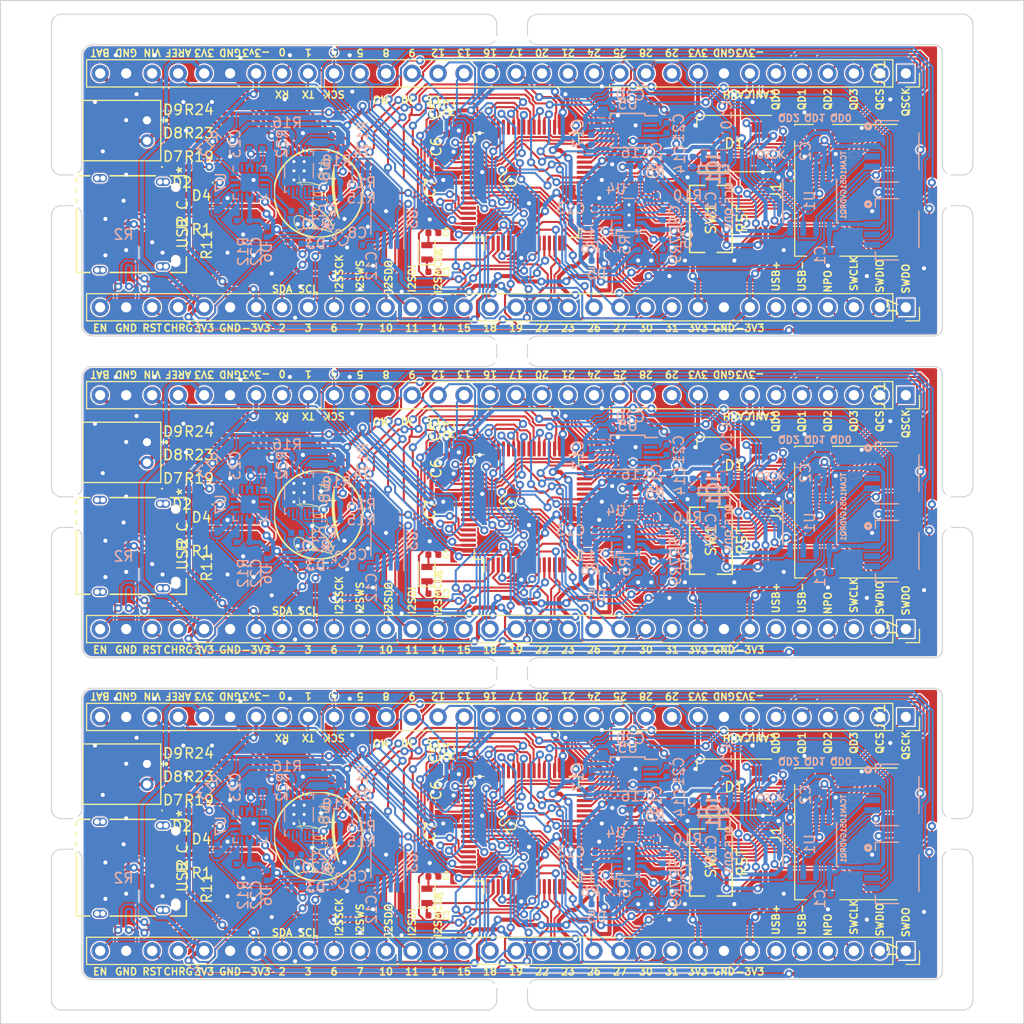
<source format=kicad_pcb>
(kicad_pcb (version 20171130) (host pcbnew 5.1.5+dfsg1-2build2)
  (layers (0 F.Cu signal) (31 B.Cu signal) (34 B.Paste user) (35 F.Paste user) (36 B.SilkS user) (37 F.SilkS user) (38 B.Mask user) (39 F.Mask user) (44 Edge.Cuts user))
  (net 0 "")
  (net 1 Board_1-+5V)
  (net 2 Board_1-0[Rx0])
  (net 3 Board_1-10[I2SDO])
  (net 4 Board_1-11[I2SDI])
  (net 5 Board_1-12)
  (net 6 Board_1-13)
  (net 7 Board_1-14[I2SMCLK])
  (net 8 Board_1-15)
  (net 9 Board_1-16)
  (net 10 Board_1-17)
  (net 11 Board_1-18)
  (net 12 Board_1-19)
  (net 13 Board_1-1[Tx0])
  (net 14 Board_1-20)
  (net 15 Board_1-21)
  (net 16 Board_1-22)
  (net 17 Board_1-23)
  (net 18 Board_1-24)
  (net 19 Board_1-25)
  (net 20 Board_1-26)
  (net 21 Board_1-27)
  (net 22 Board_1-28[CANH])
  (net 23 Board_1-29[CANL])
  (net 24 Board_1-2[SDA])
  (net 25 Board_1-30)
  (net 26 Board_1-31)
  (net 27 Board_1-3[SCL])
  (net 28 Board_1-4[SCK])
  (net 29 Board_1-5[MO])
  (net 30 Board_1-6[I2SSCK])
  (net 31 Board_1-7[I2SWS])
  (net 32 Board_1-8[MI])
  (net 33 Board_1-9[CS])
  (net 34 Board_1-AREF)
  (net 35 Board_1-CAN_RX)
  (net 36 Board_1-CAN_S)
  (net 37 Board_1-CAN_TX)
  (net 38 Board_1-CHARGE_ENABLE)
  (net 39 Board_1-CHARGE_MODE_CH0)
  (net 40 Board_1-CHARGE_MODE_CH1)
  (net 41 Board_1-CHRG)
  (net 42 Board_1-EN)
  (net 43 Board_1-EN_2)
  (net 44 Board_1-GND)
  (net 45 Board_1-NEOPIXEL_DIN)
  (net 46 Board_1-NEOPIXEL_DOUT)
  (net 47 "Board_1-Net-(C13-Pad1)")
  (net 48 "Board_1-Net-(C14-Pad1)")
  (net 49 "Board_1-Net-(C14-Pad2)")
  (net 50 "Board_1-Net-(C15-Pad1)")
  (net 51 "Board_1-Net-(C16-Pad2)")
  (net 52 "Board_1-Net-(C17-Pad1)")
  (net 53 "Board_1-Net-(C17-Pad2)")
  (net 54 "Board_1-Net-(C21-Pad1)")
  (net 55 "Board_1-Net-(C21-Pad2)")
  (net 56 "Board_1-Net-(C23-Pad1)")
  (net 57 "Board_1-Net-(C24-Pad1)")
  (net 58 "Board_1-Net-(C3-Pad1)")
  (net 59 "Board_1-Net-(C4-Pad2)")
  (net 60 "Board_1-Net-(C6-Pad2)")
  (net 61 "Board_1-Net-(C8-Pad1)")
  (net 62 "Board_1-Net-(C9-Pad1)")
  (net 63 "Board_1-Net-(C9-Pad2)")
  (net 64 "Board_1-Net-(D2-Pad1)")
  (net 65 "Board_1-Net-(D7-Pad2)")
  (net 66 "Board_1-Net-(D8-Pad2)")
  (net 67 "Board_1-Net-(D9-Pad2)")
  (net 68 "Board_1-Net-(J2-PadA5)")
  (net 69 "Board_1-Net-(J2-PadB5)")
  (net 70 "Board_1-Net-(R11-Pad2)")
  (net 71 "Board_1-Net-(R12-Pad2)")
  (net 72 "Board_1-Net-(R13-Pad1)")
  (net 73 "Board_1-Net-(R17-Pad1)")
  (net 74 "Board_1-Net-(R18-Pad1)")
  (net 75 "Board_1-Net-(R6-Pad1)")
  (net 76 "Board_1-Net-(U8-Pad11)")
  (net 77 "Board_1-Net-(U8-Pad4)")
  (net 78 "Board_1-Net-(U8-Pad9)")
  (net 79 Board_1-QCS)
  (net 80 Board_1-QDAT0)
  (net 81 Board_1-QDAT1)
  (net 82 Board_1-QDAT2)
  (net 83 Board_1-QDAT3)
  (net 84 Board_1-QSCK)
  (net 85 Board_1-RST)
  (net 86 Board_1-SDDAT3)
  (net 87 Board_1-SWCLK)
  (net 88 Board_1-SWDIO)
  (net 89 Board_1-SWDO)
  (net 90 Board_1-USB_N)
  (net 91 Board_1-USB_P)
  (net 92 Board_1-VBUS_-3V3_CH2_REG)
  (net 93 Board_1-VBUS_3V3_CH0_REG)
  (net 94 Board_1-VBUS_3V3_CH1_REG)
  (net 95 Board_1-VBUS_BAT)
  (net 96 Board_1-VBUS_BAT_NREG)
  (net 97 Board_1-VBUS_NREG)
  (net 98 Board_1-VBUS_USB_NREG)
  (net 99 Board_1-VBUS_VIN_5V_REG)
  (net 100 Board_1-VBUS_VIN_NREG)
  (net 101 Board_2-+5V)
  (net 102 Board_2-0[Rx0])
  (net 103 Board_2-10[I2SDO])
  (net 104 Board_2-11[I2SDI])
  (net 105 Board_2-12)
  (net 106 Board_2-13)
  (net 107 Board_2-14[I2SMCLK])
  (net 108 Board_2-15)
  (net 109 Board_2-16)
  (net 110 Board_2-17)
  (net 111 Board_2-18)
  (net 112 Board_2-19)
  (net 113 Board_2-1[Tx0])
  (net 114 Board_2-20)
  (net 115 Board_2-21)
  (net 116 Board_2-22)
  (net 117 Board_2-23)
  (net 118 Board_2-24)
  (net 119 Board_2-25)
  (net 120 Board_2-26)
  (net 121 Board_2-27)
  (net 122 Board_2-28[CANH])
  (net 123 Board_2-29[CANL])
  (net 124 Board_2-2[SDA])
  (net 125 Board_2-30)
  (net 126 Board_2-31)
  (net 127 Board_2-3[SCL])
  (net 128 Board_2-4[SCK])
  (net 129 Board_2-5[MO])
  (net 130 Board_2-6[I2SSCK])
  (net 131 Board_2-7[I2SWS])
  (net 132 Board_2-8[MI])
  (net 133 Board_2-9[CS])
  (net 134 Board_2-AREF)
  (net 135 Board_2-CAN_RX)
  (net 136 Board_2-CAN_S)
  (net 137 Board_2-CAN_TX)
  (net 138 Board_2-CHARGE_ENABLE)
  (net 139 Board_2-CHARGE_MODE_CH0)
  (net 140 Board_2-CHARGE_MODE_CH1)
  (net 141 Board_2-CHRG)
  (net 142 Board_2-EN)
  (net 143 Board_2-EN_2)
  (net 144 Board_2-GND)
  (net 145 Board_2-NEOPIXEL_DIN)
  (net 146 Board_2-NEOPIXEL_DOUT)
  (net 147 "Board_2-Net-(C13-Pad1)")
  (net 148 "Board_2-Net-(C14-Pad1)")
  (net 149 "Board_2-Net-(C14-Pad2)")
  (net 150 "Board_2-Net-(C15-Pad1)")
  (net 151 "Board_2-Net-(C16-Pad2)")
  (net 152 "Board_2-Net-(C17-Pad1)")
  (net 153 "Board_2-Net-(C17-Pad2)")
  (net 154 "Board_2-Net-(C21-Pad1)")
  (net 155 "Board_2-Net-(C21-Pad2)")
  (net 156 "Board_2-Net-(C23-Pad1)")
  (net 157 "Board_2-Net-(C24-Pad1)")
  (net 158 "Board_2-Net-(C3-Pad1)")
  (net 159 "Board_2-Net-(C4-Pad2)")
  (net 160 "Board_2-Net-(C6-Pad2)")
  (net 161 "Board_2-Net-(C8-Pad1)")
  (net 162 "Board_2-Net-(C9-Pad1)")
  (net 163 "Board_2-Net-(C9-Pad2)")
  (net 164 "Board_2-Net-(D2-Pad1)")
  (net 165 "Board_2-Net-(D7-Pad2)")
  (net 166 "Board_2-Net-(D8-Pad2)")
  (net 167 "Board_2-Net-(D9-Pad2)")
  (net 168 "Board_2-Net-(J2-PadA5)")
  (net 169 "Board_2-Net-(J2-PadB5)")
  (net 170 "Board_2-Net-(R11-Pad2)")
  (net 171 "Board_2-Net-(R12-Pad2)")
  (net 172 "Board_2-Net-(R13-Pad1)")
  (net 173 "Board_2-Net-(R17-Pad1)")
  (net 174 "Board_2-Net-(R18-Pad1)")
  (net 175 "Board_2-Net-(R6-Pad1)")
  (net 176 "Board_2-Net-(U8-Pad11)")
  (net 177 "Board_2-Net-(U8-Pad4)")
  (net 178 "Board_2-Net-(U8-Pad9)")
  (net 179 Board_2-QCS)
  (net 180 Board_2-QDAT0)
  (net 181 Board_2-QDAT1)
  (net 182 Board_2-QDAT2)
  (net 183 Board_2-QDAT3)
  (net 184 Board_2-QSCK)
  (net 185 Board_2-RST)
  (net 186 Board_2-SDDAT3)
  (net 187 Board_2-SWCLK)
  (net 188 Board_2-SWDIO)
  (net 189 Board_2-SWDO)
  (net 190 Board_2-USB_N)
  (net 191 Board_2-USB_P)
  (net 192 Board_2-VBUS_-3V3_CH2_REG)
  (net 193 Board_2-VBUS_3V3_CH0_REG)
  (net 194 Board_2-VBUS_3V3_CH1_REG)
  (net 195 Board_2-VBUS_BAT)
  (net 196 Board_2-VBUS_BAT_NREG)
  (net 197 Board_2-VBUS_NREG)
  (net 198 Board_2-VBUS_USB_NREG)
  (net 199 Board_2-VBUS_VIN_5V_REG)
  (net 200 Board_2-VBUS_VIN_NREG)
  (net 201 Board_3-+5V)
  (net 202 Board_3-0[Rx0])
  (net 203 Board_3-10[I2SDO])
  (net 204 Board_3-11[I2SDI])
  (net 205 Board_3-12)
  (net 206 Board_3-13)
  (net 207 Board_3-14[I2SMCLK])
  (net 208 Board_3-15)
  (net 209 Board_3-16)
  (net 210 Board_3-17)
  (net 211 Board_3-18)
  (net 212 Board_3-19)
  (net 213 Board_3-1[Tx0])
  (net 214 Board_3-20)
  (net 215 Board_3-21)
  (net 216 Board_3-22)
  (net 217 Board_3-23)
  (net 218 Board_3-24)
  (net 219 Board_3-25)
  (net 220 Board_3-26)
  (net 221 Board_3-27)
  (net 222 Board_3-28[CANH])
  (net 223 Board_3-29[CANL])
  (net 224 Board_3-2[SDA])
  (net 225 Board_3-30)
  (net 226 Board_3-31)
  (net 227 Board_3-3[SCL])
  (net 228 Board_3-4[SCK])
  (net 229 Board_3-5[MO])
  (net 230 Board_3-6[I2SSCK])
  (net 231 Board_3-7[I2SWS])
  (net 232 Board_3-8[MI])
  (net 233 Board_3-9[CS])
  (net 234 Board_3-AREF)
  (net 235 Board_3-CAN_RX)
  (net 236 Board_3-CAN_S)
  (net 237 Board_3-CAN_TX)
  (net 238 Board_3-CHARGE_ENABLE)
  (net 239 Board_3-CHARGE_MODE_CH0)
  (net 240 Board_3-CHARGE_MODE_CH1)
  (net 241 Board_3-CHRG)
  (net 242 Board_3-EN)
  (net 243 Board_3-EN_2)
  (net 244 Board_3-GND)
  (net 245 Board_3-NEOPIXEL_DIN)
  (net 246 Board_3-NEOPIXEL_DOUT)
  (net 247 "Board_3-Net-(C13-Pad1)")
  (net 248 "Board_3-Net-(C14-Pad1)")
  (net 249 "Board_3-Net-(C14-Pad2)")
  (net 250 "Board_3-Net-(C15-Pad1)")
  (net 251 "Board_3-Net-(C16-Pad2)")
  (net 252 "Board_3-Net-(C17-Pad1)")
  (net 253 "Board_3-Net-(C17-Pad2)")
  (net 254 "Board_3-Net-(C21-Pad1)")
  (net 255 "Board_3-Net-(C21-Pad2)")
  (net 256 "Board_3-Net-(C23-Pad1)")
  (net 257 "Board_3-Net-(C24-Pad1)")
  (net 258 "Board_3-Net-(C3-Pad1)")
  (net 259 "Board_3-Net-(C4-Pad2)")
  (net 260 "Board_3-Net-(C6-Pad2)")
  (net 261 "Board_3-Net-(C8-Pad1)")
  (net 262 "Board_3-Net-(C9-Pad1)")
  (net 263 "Board_3-Net-(C9-Pad2)")
  (net 264 "Board_3-Net-(D2-Pad1)")
  (net 265 "Board_3-Net-(D7-Pad2)")
  (net 266 "Board_3-Net-(D8-Pad2)")
  (net 267 "Board_3-Net-(D9-Pad2)")
  (net 268 "Board_3-Net-(J2-PadA5)")
  (net 269 "Board_3-Net-(J2-PadB5)")
  (net 270 "Board_3-Net-(R11-Pad2)")
  (net 271 "Board_3-Net-(R12-Pad2)")
  (net 272 "Board_3-Net-(R13-Pad1)")
  (net 273 "Board_3-Net-(R17-Pad1)")
  (net 274 "Board_3-Net-(R18-Pad1)")
  (net 275 "Board_3-Net-(R6-Pad1)")
  (net 276 "Board_3-Net-(U8-Pad11)")
  (net 277 "Board_3-Net-(U8-Pad4)")
  (net 278 "Board_3-Net-(U8-Pad9)")
  (net 279 Board_3-QCS)
  (net 280 Board_3-QDAT0)
  (net 281 Board_3-QDAT1)
  (net 282 Board_3-QDAT2)
  (net 283 Board_3-QDAT3)
  (net 284 Board_3-QSCK)
  (net 285 Board_3-RST)
  (net 286 Board_3-SDDAT3)
  (net 287 Board_3-SWCLK)
  (net 288 Board_3-SWDIO)
  (net 289 Board_3-SWDO)
  (net 290 Board_3-USB_N)
  (net 291 Board_3-USB_P)
  (net 292 Board_3-VBUS_-3V3_CH2_REG)
  (net 293 Board_3-VBUS_3V3_CH0_REG)
  (net 294 Board_3-VBUS_3V3_CH1_REG)
  (net 295 Board_3-VBUS_BAT)
  (net 296 Board_3-VBUS_BAT_NREG)
  (net 297 Board_3-VBUS_NREG)
  (net 298 Board_3-VBUS_USB_NREG)
  (net 299 Board_3-VBUS_VIN_5V_REG)
  (net 300 Board_3-VBUS_VIN_NREG)
  (module NPTH (layer F.Cu) (at 134.675 125.620021)
    (fp_text reference REF** hide)
    (fp_text value NPTH hide)
    (pad "" np_thru_hole circle (at 0 0) (size 0.5 0.5) (drill 0.5) (layers *.Cu))
  )
  (module NPTH (layer F.Cu) (at 134.675 126.620021)
    (fp_text reference REF** hide)
    (fp_text value NPTH hide)
    (pad "" np_thru_hole circle (at 0 0) (size 0.5 0.5) (drill 0.5) (layers *.Cu))
  )
  (module NPTH (layer F.Cu) (at 134.675 127.620021)
    (fp_text reference REF** hide)
    (fp_text value NPTH hide)
    (pad "" np_thru_hole circle (at 0 0) (size 0.5 0.5) (drill 0.5) (layers *.Cu))
  )
  (module NPTH (layer F.Cu) (at 134.675 128.620021)
    (fp_text reference REF** hide)
    (fp_text value NPTH hide)
    (pad "" np_thru_hole circle (at 0 0) (size 0.5 0.5) (drill 0.5) (layers *.Cu))
  )
  (module NPTH (layer F.Cu) (at 49.399 128.620021)
    (fp_text reference REF** hide)
    (fp_text value NPTH hide)
    (pad "" np_thru_hole circle (at 0 0) (size 0.5 0.5) (drill 0.5) (layers *.Cu))
  )
  (module NPTH (layer F.Cu) (at 49.399 127.620021)
    (fp_text reference REF** hide)
    (fp_text value NPTH hide)
    (pad "" np_thru_hole circle (at 0 0) (size 0.5 0.5) (drill 0.5) (layers *.Cu))
  )
  (module NPTH (layer F.Cu) (at 49.399 126.620021)
    (fp_text reference REF** hide)
    (fp_text value NPTH hide)
    (pad "" np_thru_hole circle (at 0 0) (size 0.5 0.5) (drill 0.5) (layers *.Cu))
  )
  (module NPTH (layer F.Cu) (at 49.399 125.620021)
    (fp_text reference REF** hide)
    (fp_text value NPTH hide)
    (pad "" np_thru_hole circle (at 0 0) (size 0.5 0.5) (drill 0.5) (layers *.Cu))
  )
  (module NPTH (layer F.Cu) (at 134.675 94.172012)
    (fp_text reference REF** hide)
    (fp_text value NPTH hide)
    (pad "" np_thru_hole circle (at 0 0) (size 0.5 0.5) (drill 0.5) (layers *.Cu))
  )
  (module NPTH (layer F.Cu) (at 134.675 95.172012)
    (fp_text reference REF** hide)
    (fp_text value NPTH hide)
    (pad "" np_thru_hole circle (at 0 0) (size 0.5 0.5) (drill 0.5) (layers *.Cu))
  )
  (module NPTH (layer F.Cu) (at 134.675 96.172012)
    (fp_text reference REF** hide)
    (fp_text value NPTH hide)
    (pad "" np_thru_hole circle (at 0 0) (size 0.5 0.5) (drill 0.5) (layers *.Cu))
  )
  (module NPTH (layer F.Cu) (at 134.675 97.172012)
    (fp_text reference REF** hide)
    (fp_text value NPTH hide)
    (pad "" np_thru_hole circle (at 0 0) (size 0.5 0.5) (drill 0.5) (layers *.Cu))
  )
  (module NPTH (layer F.Cu) (at 49.399 97.172012)
    (fp_text reference REF** hide)
    (fp_text value NPTH hide)
    (pad "" np_thru_hole circle (at 0 0) (size 0.5 0.5) (drill 0.5) (layers *.Cu))
  )
  (module NPTH (layer F.Cu) (at 49.399 96.172012)
    (fp_text reference REF** hide)
    (fp_text value NPTH hide)
    (pad "" np_thru_hole circle (at 0 0) (size 0.5 0.5) (drill 0.5) (layers *.Cu))
  )
  (module NPTH (layer F.Cu) (at 49.399 95.172012)
    (fp_text reference REF** hide)
    (fp_text value NPTH hide)
    (pad "" np_thru_hole circle (at 0 0) (size 0.5 0.5) (drill 0.5) (layers *.Cu))
  )
  (module NPTH (layer F.Cu) (at 49.399 94.172012)
    (fp_text reference REF** hide)
    (fp_text value NPTH hide)
    (pad "" np_thru_hole circle (at 0 0) (size 0.5 0.5) (drill 0.5) (layers *.Cu))
  )
  (module NPTH (layer F.Cu) (at 134.675 62.724003)
    (fp_text reference REF** hide)
    (fp_text value NPTH hide)
    (pad "" np_thru_hole circle (at 0 0) (size 0.5 0.5) (drill 0.5) (layers *.Cu))
  )
  (module NPTH (layer F.Cu) (at 134.675 63.724003)
    (fp_text reference REF** hide)
    (fp_text value NPTH hide)
    (pad "" np_thru_hole circle (at 0 0) (size 0.5 0.5) (drill 0.5) (layers *.Cu))
  )
  (module NPTH (layer F.Cu) (at 134.675 64.724003)
    (fp_text reference REF** hide)
    (fp_text value NPTH hide)
    (pad "" np_thru_hole circle (at 0 0) (size 0.5 0.5) (drill 0.5) (layers *.Cu))
  )
  (module NPTH (layer F.Cu) (at 134.675 65.724003)
    (fp_text reference REF** hide)
    (fp_text value NPTH hide)
    (pad "" np_thru_hole circle (at 0 0) (size 0.5 0.5) (drill 0.5) (layers *.Cu))
  )
  (module NPTH (layer F.Cu) (at 49.399 65.724003)
    (fp_text reference REF** hide)
    (fp_text value NPTH hide)
    (pad "" np_thru_hole circle (at 0 0) (size 0.5 0.5) (drill 0.5) (layers *.Cu))
  )
  (module NPTH (layer F.Cu) (at 49.399 64.724003)
    (fp_text reference REF** hide)
    (fp_text value NPTH hide)
    (pad "" np_thru_hole circle (at 0 0) (size 0.5 0.5) (drill 0.5) (layers *.Cu))
  )
  (module NPTH (layer F.Cu) (at 49.399 63.724003)
    (fp_text reference REF** hide)
    (fp_text value NPTH hide)
    (pad "" np_thru_hole circle (at 0 0) (size 0.5 0.5) (drill 0.5) (layers *.Cu))
  )
  (module NPTH (layer F.Cu) (at 49.399 62.724003)
    (fp_text reference REF** hide)
    (fp_text value NPTH hide)
    (pad "" np_thru_hole circle (at 0 0) (size 0.5 0.5) (drill 0.5) (layers *.Cu))
  )
  (module NPTH (layer F.Cu) (at 93.537003 141.945009)
    (fp_text reference REF** hide)
    (fp_text value NPTH hide)
    (pad "" np_thru_hole circle (at 0 0) (size 0.5 0.5) (drill 0.5) (layers *.Cu))
  )
  (module NPTH (layer F.Cu) (at 92.537003 141.945009)
    (fp_text reference REF** hide)
    (fp_text value NPTH hide)
    (pad "" np_thru_hole circle (at 0 0) (size 0.5 0.5) (drill 0.5) (layers *.Cu))
  )
  (module NPTH (layer F.Cu) (at 91.537003 141.945009)
    (fp_text reference REF** hide)
    (fp_text value NPTH hide)
    (pad "" np_thru_hole circle (at 0 0) (size 0.5 0.5) (drill 0.5) (layers *.Cu))
  )
  (module NPTH (layer F.Cu) (at 90.537003 141.945009)
    (fp_text reference REF** hide)
    (fp_text value NPTH hide)
    (pad "" np_thru_hole circle (at 0 0) (size 0.5 0.5) (drill 0.5) (layers *.Cu))
  )
  (module NPTH (layer F.Cu) (at 90.537003 112.295009)
    (fp_text reference REF** hide)
    (fp_text value NPTH hide)
    (pad "" np_thru_hole circle (at 0 0) (size 0.5 0.5) (drill 0.5) (layers *.Cu))
  )
  (module NPTH (layer F.Cu) (at 91.537003 112.295009)
    (fp_text reference REF** hide)
    (fp_text value NPTH hide)
    (pad "" np_thru_hole circle (at 0 0) (size 0.5 0.5) (drill 0.5) (layers *.Cu))
  )
  (module NPTH (layer F.Cu) (at 92.537003 112.295009)
    (fp_text reference REF** hide)
    (fp_text value NPTH hide)
    (pad "" np_thru_hole circle (at 0 0) (size 0.5 0.5) (drill 0.5) (layers *.Cu))
  )
  (module NPTH (layer F.Cu) (at 93.537003 112.295009)
    (fp_text reference REF** hide)
    (fp_text value NPTH hide)
    (pad "" np_thru_hole circle (at 0 0) (size 0.5 0.5) (drill 0.5) (layers *.Cu))
  )
  (module NPTH (layer F.Cu) (at 93.537003 110.497004)
    (fp_text reference REF** hide)
    (fp_text value NPTH hide)
    (pad "" np_thru_hole circle (at 0 0) (size 0.5 0.5) (drill 0.5) (layers *.Cu))
  )
  (module NPTH (layer F.Cu) (at 92.537003 110.497004)
    (fp_text reference REF** hide)
    (fp_text value NPTH hide)
    (pad "" np_thru_hole circle (at 0 0) (size 0.5 0.5) (drill 0.5) (layers *.Cu))
  )
  (module NPTH (layer F.Cu) (at 91.537003 110.497005)
    (fp_text reference REF** hide)
    (fp_text value NPTH hide)
    (pad "" np_thru_hole circle (at 0 0) (size 0.5 0.5) (drill 0.5) (layers *.Cu))
  )
  (module NPTH (layer F.Cu) (at 90.537003 110.497005)
    (fp_text reference REF** hide)
    (fp_text value NPTH hide)
    (pad "" np_thru_hole circle (at 0 0) (size 0.5 0.5) (drill 0.5) (layers *.Cu))
  )
  (module NPTH (layer F.Cu) (at 90.537003 80.847004)
    (fp_text reference REF** hide)
    (fp_text value NPTH hide)
    (pad "" np_thru_hole circle (at 0 0) (size 0.5 0.5) (drill 0.5) (layers *.Cu))
  )
  (module NPTH (layer F.Cu) (at 91.537003 80.847004)
    (fp_text reference REF** hide)
    (fp_text value NPTH hide)
    (pad "" np_thru_hole circle (at 0 0) (size 0.5 0.5) (drill 0.5) (layers *.Cu))
  )
  (module NPTH (layer F.Cu) (at 92.537003 80.847005)
    (fp_text reference REF** hide)
    (fp_text value NPTH hide)
    (pad "" np_thru_hole circle (at 0 0) (size 0.5 0.5) (drill 0.5) (layers *.Cu))
  )
  (module NPTH (layer F.Cu) (at 93.537003 80.847005)
    (fp_text reference REF** hide)
    (fp_text value NPTH hide)
    (pad "" np_thru_hole circle (at 0 0) (size 0.5 0.5) (drill 0.5) (layers *.Cu))
  )
  (module NPTH (layer F.Cu) (at 93.537003 79.049)
    (fp_text reference REF** hide)
    (fp_text value NPTH hide)
    (pad "" np_thru_hole circle (at 0 0) (size 0.5 0.5) (drill 0.5) (layers *.Cu))
  )
  (module NPTH (layer F.Cu) (at 92.537003 79.049)
    (fp_text reference REF** hide)
    (fp_text value NPTH hide)
    (pad "" np_thru_hole circle (at 0 0) (size 0.5 0.5) (drill 0.5) (layers *.Cu))
  )
  (module NPTH (layer F.Cu) (at 91.537003 79.049)
    (fp_text reference REF** hide)
    (fp_text value NPTH hide)
    (pad "" np_thru_hole circle (at 0 0) (size 0.5 0.5) (drill 0.5) (layers *.Cu))
  )
  (module NPTH (layer F.Cu) (at 90.537003 79.049)
    (fp_text reference REF** hide)
    (fp_text value NPTH hide)
    (pad "" np_thru_hole circle (at 0 0) (size 0.5 0.5) (drill 0.5) (layers *.Cu))
  )
  (module NPTH (layer F.Cu) (at 90.537003 49.399)
    (fp_text reference REF** hide)
    (fp_text value NPTH hide)
    (pad "" np_thru_hole circle (at 0 0) (size 0.5 0.5) (drill 0.5) (layers *.Cu))
  )
  (module NPTH (layer F.Cu) (at 91.537003 49.399)
    (fp_text reference REF** hide)
    (fp_text value NPTH hide)
    (pad "" np_thru_hole circle (at 0 0) (size 0.5 0.5) (drill 0.5) (layers *.Cu))
  )
  (module NPTH (layer F.Cu) (at 92.537003 49.399)
    (fp_text reference REF** hide)
    (fp_text value NPTH hide)
    (pad "" np_thru_hole circle (at 0 0) (size 0.5 0.5) (drill 0.5) (layers *.Cu))
  )
  (module NPTH (layer F.Cu) (at 93.537003 49.399)
    (fp_text reference REF** hide)
    (fp_text value NPTH hide)
    (pad "" np_thru_hole circle (at 0 0) (size 0.5 0.5) (drill 0.5) (layers *.Cu))
  )
  (module Capacitor_SMD:C_0402_1005Metric (layer B.Cu) (at 123.152001 133.470019 90)
    (fp_text reference C1 (at 0 -1.016 90) (layer B.SilkS) (effects (justify mirror)))
    (fp_text value 100n)
    (pad 1 smd roundrect (at -0.485 0 90) (size 0.59 0.64) (layers B.Cu B.Paste B.Mask) (net 244 Board_3-GND))
    (pad 2 smd roundrect (at 0.485 0 90) (size 0.59 0.64) (layers B.Cu B.Paste B.Mask) (net 293 Board_3-VBUS_3V3_CH0_REG))
  )
  (module Capacitor_SMD:C_0402_1005Metric (layer B.Cu) (at 121.882001 123.310019 270)
    (fp_text reference C2 (at 0 1.17 270) (layer B.SilkS) (effects (justify mirror)))
    (fp_text value 100n)
    (pad 1 smd roundrect (at -0.485 0 270) (size 0.59 0.64) (layers B.Cu B.Paste B.Mask) (net 244 Board_3-GND))
    (pad 2 smd roundrect (at 0.485 0 270) (size 0.59 0.64) (layers B.Cu B.Paste B.Mask) (net 201 Board_3-+5V))
  )
  (module Capacitor_SMD:C_0402_1005Metric (layer F.Cu) (at 84.342001 135.085019)
    (fp_text reference C3 (at 1.270001 0 90) (layer F.SilkS) (effects (font (size 0.5 0.5) (thickness 0.125))))
    (fp_text value 22u)
    (pad 1 smd roundrect (at -0.485 0) (size 0.59 0.64) (layers F.Cu F.Paste F.Mask) (net 258 "Board_3-Net-(C3-Pad1)"))
    (pad 2 smd roundrect (at 0.485 0) (size 0.59 0.64) (layers F.Cu F.Paste F.Mask) (net 244 Board_3-GND))
  )
  (module Capacitor_SMD:C_0402_1005Metric (layer F.Cu) (at 84.342001 131.275019 180)
    (fp_text reference C4 (at -1.218 0.091 270) (layer F.SilkS) (effects (font (size 0.5 0.5) (thickness 0.125))))
    (fp_text value 22u)
    (pad 1 smd roundrect (at -0.485 0 180) (size 0.59 0.64) (layers F.Cu F.Paste F.Mask) (net 244 Board_3-GND))
    (pad 2 smd roundrect (at 0.485 0 180) (size 0.59 0.64) (layers F.Cu F.Paste F.Mask) (net 259 "Board_3-Net-(C4-Pad2)"))
  )
  (module Capacitor_SMD:C_0402_1005Metric (layer F.Cu) (at 84.544001 121.024019 270)
    (fp_text reference C5 (at -1.778 0 90) (layer F.SilkS))
    (fp_text value 1u)
    (pad 1 smd roundrect (at -0.485 0 270) (size 0.59 0.64) (layers F.Cu F.Paste F.Mask) (net 244 Board_3-GND))
    (pad 2 smd roundrect (at 0.485 0 270) (size 0.59 0.64) (layers F.Cu F.Paste F.Mask) (net 285 Board_3-RST))
  )
  (module Capacitor_SMD:C_0402_1005Metric (layer F.Cu) (at 84.798001 124.834019 90)
    (fp_text reference C6 (at 1.975656 -0.179605 90) (layer F.SilkS))
    (fp_text value 1u)
    (pad 1 smd roundrect (at -0.485 0 90) (size 0.59 0.64) (layers F.Cu F.Paste F.Mask) (net 244 Board_3-GND))
    (pad 2 smd roundrect (at 0.485 0 90) (size 0.59 0.64) (layers F.Cu F.Paste F.Mask) (net 260 "Board_3-Net-(C6-Pad2)"))
  )
  (module Capacitor_SMD:C_0402_1005Metric (layer F.Cu) (at 84.036001 128.644019 90)
    (fp_text reference C7 (at 1.778 0 90) (layer F.SilkS))
    (fp_text value 500n)
    (pad 1 smd roundrect (at -0.485 0 90) (size 0.59 0.64) (layers F.Cu F.Paste F.Mask) (net 244 Board_3-GND))
    (pad 2 smd roundrect (at 0.485 0 90) (size 0.59 0.64) (layers F.Cu F.Paste F.Mask) (net 293 Board_3-VBUS_3V3_CH0_REG))
  )
  (module Capacitor_SMD:C_0402_1005Metric (layer B.Cu) (at 76.924001 132.454019 180)
    (fp_text reference C8 (at 0 1.17) (layer B.SilkS) (effects (justify mirror)))
    (fp_text value 0.47u)
    (pad 1 smd roundrect (at -0.485 0 180) (size 0.59 0.64) (layers B.Cu B.Paste B.Mask) (net 261 "Board_3-Net-(C8-Pad1)"))
    (pad 2 smd roundrect (at 0.485 0 180) (size 0.59 0.64) (layers B.Cu B.Paste B.Mask) (net 244 Board_3-GND))
  )
  (module Capacitor_SMD:C_0402_1005Metric (layer B.Cu) (at 106.769001 129.533019 90)
    (fp_text reference C9 (at 0 1.17 270) (layer B.SilkS) (effects (justify mirror)))
    (fp_text value 0.47u)
    (pad 1 smd roundrect (at -0.485 0 90) (size 0.59 0.64) (layers B.Cu B.Paste B.Mask) (net 262 "Board_3-Net-(C9-Pad1)"))
    (pad 2 smd roundrect (at 0.485 0 90) (size 0.59 0.64) (layers B.Cu B.Paste B.Mask) (net 263 "Board_3-Net-(C9-Pad2)"))
  )
  (module Capacitor_SMD:C_0402_1005Metric (layer B.Cu) (at 112.992 122.294019 270)
    (fp_text reference C10 (at -2.54 0 90) (layer B.SilkS) (effects (justify mirror)))
    (fp_text value 2.2u)
    (pad 1 smd roundrect (at -0.485 0 270) (size 0.59 0.64) (layers B.Cu B.Paste B.Mask) (net 297 Board_3-VBUS_NREG))
    (pad 2 smd roundrect (at 0.485 0 270) (size 0.59 0.64) (layers B.Cu B.Paste B.Mask) (net 244 Board_3-GND))
  )
  (module Capacitor_SMD:C_0402_1005Metric (layer B.Cu) (at 99.784001 130.168019)
    (fp_text reference C11 (at 0 1.17) (layer B.SilkS) (effects (justify mirror)))
    (fp_text value 4.7u)
    (pad 1 smd roundrect (at -0.485 0) (size 0.59 0.64) (layers B.Cu B.Paste B.Mask) (net 244 Board_3-GND))
    (pad 2 smd roundrect (at 0.485 0) (size 0.59 0.64) (layers B.Cu B.Paste B.Mask) (net 297 Board_3-VBUS_NREG))
  )
  (module Capacitor_SMD:C_0402_1005Metric (layer B.Cu) (at 79.464001 134.486019 270)
    (fp_text reference C12 (at 0 1.17 270) (layer B.SilkS) (effects (justify mirror)))
    (fp_text value 2.2u)
    (pad 1 smd roundrect (at -0.485 0 270) (size 0.59 0.64) (layers B.Cu B.Paste B.Mask) (net 299 Board_3-VBUS_VIN_5V_REG))
    (pad 2 smd roundrect (at 0.485 0 270) (size 0.59 0.64) (layers B.Cu B.Paste B.Mask) (net 244 Board_3-GND))
  )
  (module Capacitor_SMD:C_0402_1005Metric (layer B.Cu) (at 99.657001 128.898019 180)
    (fp_text reference C13 (at 1.905 0) (layer B.SilkS) (effects (justify mirror)))
    (fp_text value 4.7u)
    (pad 1 smd roundrect (at -0.485 0 180) (size 0.59 0.64) (layers B.Cu B.Paste B.Mask) (net 247 "Board_3-Net-(C13-Pad1)"))
    (pad 2 smd roundrect (at 0.485 0 180) (size 0.59 0.64) (layers B.Cu B.Paste B.Mask) (net 244 Board_3-GND))
  )
  (module Capacitor_SMD:C_0402_1005Metric (layer B.Cu) (at 109.690001 124.326019 270)
    (fp_text reference C14 (at -0.254 1.27 270) (layer B.SilkS) (effects (justify mirror)))
    (fp_text value 0.47u)
    (pad 1 smd roundrect (at -0.485 0 270) (size 0.59 0.64) (layers B.Cu B.Paste B.Mask) (net 248 "Board_3-Net-(C14-Pad1)"))
    (pad 2 smd roundrect (at 0.485 0 270) (size 0.59 0.64) (layers B.Cu B.Paste B.Mask) (net 249 "Board_3-Net-(C14-Pad2)"))
  )
  (module Capacitor_SMD:C_0402_1005Metric (layer B.Cu) (at 107.912001 131.438019 90)
    (fp_text reference C15 (at 0 1.17 270) (layer B.SilkS) (effects (justify mirror)))
    (fp_text value 2.2u)
    (pad 1 smd roundrect (at -0.485 0 90) (size 0.59 0.64) (layers B.Cu B.Paste B.Mask) (net 250 "Board_3-Net-(C15-Pad1)"))
    (pad 2 smd roundrect (at 0.485 0 90) (size 0.59 0.64) (layers B.Cu B.Paste B.Mask) (net 294 Board_3-VBUS_3V3_CH1_REG))
  )
  (module Capacitor_SMD:C_0402_1005Metric (layer B.Cu) (at 104.102001 124.707019)
    (fp_text reference C16 (at 0 -1.27) (layer B.SilkS) (effects (justify mirror)))
    (fp_text value 2.2u)
    (pad 1 smd roundrect (at -0.485 0) (size 0.59 0.64) (layers B.Cu B.Paste B.Mask) (net 292 Board_3-VBUS_-3V3_CH2_REG))
    (pad 2 smd roundrect (at 0.485 0) (size 0.59 0.64) (layers B.Cu B.Paste B.Mask) (net 251 "Board_3-Net-(C16-Pad2)"))
  )
  (module Capacitor_SMD:C_0402_1005Metric (layer B.Cu) (at 99.784001 122.167019 90)
    (fp_text reference C17 (at 0.635 -1.27 270) (layer B.SilkS) (effects (justify mirror)))
    (fp_text value 1u)
    (pad 1 smd roundrect (at -0.485 0 90) (size 0.59 0.64) (layers B.Cu B.Paste B.Mask) (net 252 "Board_3-Net-(C17-Pad1)"))
    (pad 2 smd roundrect (at 0.485 0 90) (size 0.59 0.64) (layers B.Cu B.Paste B.Mask) (net 253 "Board_3-Net-(C17-Pad2)"))
  )
  (module Capacitor_SMD:C_0402_1005Metric (layer B.Cu) (at 112.738001 128.644019 90)
    (fp_text reference C18 (at 0 -1.27 90) (layer B.SilkS) (effects (justify mirror)))
    (fp_text value 10u)
    (pad 1 smd roundrect (at -0.485 0 90) (size 0.59 0.64) (layers B.Cu B.Paste B.Mask) (net 244 Board_3-GND))
    (pad 2 smd roundrect (at 0.485 0 90) (size 0.59 0.64) (layers B.Cu B.Paste B.Mask) (net 201 Board_3-+5V))
  )
  (module Capacitor_SMD:C_0402_1005Metric (layer B.Cu) (at 107.404001 123.818019 270)
    (fp_text reference C19 (at 0 1.27 90) (layer B.SilkS) (effects (justify mirror)))
    (fp_text value 4.7u)
    (pad 1 smd roundrect (at -0.485 0 270) (size 0.59 0.64) (layers B.Cu B.Paste B.Mask) (net 297 Board_3-VBUS_NREG))
    (pad 2 smd roundrect (at 0.485 0 270) (size 0.59 0.64) (layers B.Cu B.Paste B.Mask) (net 244 Board_3-GND))
  )
  (module Capacitor_SMD:C_0402_1005Metric (layer B.Cu) (at 102.324001 118.992019 180)
    (fp_text reference C20 (at -1.27 1.17) (layer B.SilkS) (effects (justify mirror)))
    (fp_text value 22u)
    (pad 1 smd roundrect (at -0.485 0 180) (size 0.59 0.64) (layers B.Cu B.Paste B.Mask) (net 244 Board_3-GND))
    (pad 2 smd roundrect (at 0.485 0 180) (size 0.59 0.64) (layers B.Cu B.Paste B.Mask) (net 293 Board_3-VBUS_3V3_CH0_REG))
  )
  (module Capacitor_SMD:C_0402_1005Metric (layer B.Cu) (at 107.150001 121.024019 90)
    (fp_text reference C21 (at 0 1.17 270) (layer B.SilkS) (effects (justify mirror)))
    (fp_text value 1u)
    (pad 1 smd roundrect (at -0.485 0 90) (size 0.59 0.64) (layers B.Cu B.Paste B.Mask) (net 254 "Board_3-Net-(C21-Pad1)"))
    (pad 2 smd roundrect (at 0.485 0 90) (size 0.59 0.64) (layers B.Cu B.Paste B.Mask) (net 255 "Board_3-Net-(C21-Pad2)"))
  )
  (module Capacitor_SMD:C_0402_1005Metric (layer B.Cu) (at 66.383001 130.549019 270)
    (fp_text reference C22 (at 2.54 -0.635 90) (layer B.SilkS) (effects (justify mirror)))
    (fp_text value 4.7u)
    (pad 1 smd roundrect (at -0.485 0 270) (size 0.59 0.64) (layers B.Cu B.Paste B.Mask) (net 296 Board_3-VBUS_BAT_NREG))
    (pad 2 smd roundrect (at 0.485 0 270) (size 0.59 0.64) (layers B.Cu B.Paste B.Mask) (net 244 Board_3-GND))
  )
  (module Capacitor_SMD:C_0402_1005Metric (layer B.Cu) (at 66.383001 122.548019 90)
    (fp_text reference C23 (at 0 -1.397 90) (layer B.SilkS) (effects (justify mirror)))
    (fp_text value 4.7u)
    (pad 1 smd roundrect (at -0.485 0 90) (size 0.59 0.64) (layers B.Cu B.Paste B.Mask) (net 256 "Board_3-Net-(C23-Pad1)"))
    (pad 2 smd roundrect (at 0.485 0 90) (size 0.59 0.64) (layers B.Cu B.Paste B.Mask) (net 244 Board_3-GND))
  )
  (module Capacitor_SMD:C_0402_1005Metric (layer B.Cu) (at 73.114001 129.660019 315)
    (fp_text reference C24 (at 2.54 0 315) (layer B.SilkS) (effects (justify mirror)))
    (fp_text value 0.47u)
    (pad 1 smd roundrect (at -0.485 0 315) (size 0.59 0.64) (layers B.Cu B.Paste B.Mask) (net 257 "Board_3-Net-(C24-Pad1)"))
    (pad 2 smd roundrect (at 0.485 0 315) (size 0.59 0.64) (layers B.Cu B.Paste B.Mask) (net 244 Board_3-GND))
  )
  (module LED_SMD:LED_WS2812B_PLCC4_5.0x5.0mm_P3.2mm (layer F.Cu) (at 113.754001 122.548019 180)
    (fp_text reference D1 (at 0 0) (layer F.SilkS))
    (fp_text value WS2812B)
    (pad 3 smd rect (at 2.45 1.6 180) (size 1.5 1) (layers F.Cu F.Paste F.Mask) (net 244 Board_3-GND))
    (pad 4 smd rect (at 2.45 -1.6 180) (size 1.5 1) (layers F.Cu F.Paste F.Mask) (net 245 Board_3-NEOPIXEL_DIN))
    (pad 2 smd rect (at -2.45 1.6 180) (size 1.5 1) (layers F.Cu F.Paste F.Mask) (net 246 Board_3-NEOPIXEL_DOUT))
    (pad 1 smd rect (at -2.45 -1.6 180) (size 1.5 1) (layers F.Cu F.Paste F.Mask) (net 293 Board_3-VBUS_3V3_CH0_REG))
  )
  (module Diode_SMD:D_0402_1005Metric (layer F.Cu) (at 61.684001 126.358019 180)
    (fp_text reference D2 (at 1.905 0 180) (layer F.SilkS))
    (fp_text value D_Schottky)
    (pad 1 smd roundrect (at -0.485 0 180) (size 0.59 0.64) (layers F.Cu F.Paste F.Mask) (net 264 "Board_3-Net-(D2-Pad1)"))
    (pad 2 smd roundrect (at 0.485 0 180) (size 0.59 0.64) (layers F.Cu F.Paste F.Mask) (net 298 Board_3-VBUS_USB_NREG))
  )
  (module Diode_SMD:D_0402_1005Metric (layer B.Cu) (at 70.955001 132.32702)
    (fp_text reference D3 (at 1.905 0 180) (layer B.SilkS) (effects (justify mirror)))
    (fp_text value D_Schottky)
    (pad 1 smd roundrect (at -0.485 0) (size 0.59 0.64) (layers B.Cu B.Paste B.Mask) (net 264 "Board_3-Net-(D2-Pad1)"))
    (pad 2 smd roundrect (at 0.485 0) (size 0.59 0.64) (layers B.Cu B.Paste B.Mask) (net 300 Board_3-VBUS_VIN_NREG))
  )
  (module Diode_SMD:D_0402_1005Metric (layer F.Cu) (at 61.684001 128.644019 180)
    (fp_text reference D4 (at 0 1.016) (layer F.SilkS))
    (fp_text value D_Schottky)
    (pad 1 smd roundrect (at -0.485 0 180) (size 0.59 0.64) (layers F.Cu F.Paste F.Mask) (net 297 Board_3-VBUS_NREG))
    (pad 2 smd roundrect (at 0.485 0 180) (size 0.59 0.64) (layers F.Cu F.Paste F.Mask) (net 298 Board_3-VBUS_USB_NREG))
  )
  (module Diode_SMD:D_0402_1005Metric (layer B.Cu) (at 100.292001 133.978019 180)
    (fp_text reference D5 (at 0 -1.27) (layer B.SilkS) (effects (justify mirror)))
    (fp_text value D_Schottky)
    (pad 1 smd roundrect (at -0.485 0 180) (size 0.59 0.64) (layers B.Cu B.Paste B.Mask) (net 297 Board_3-VBUS_NREG))
    (pad 2 smd roundrect (at 0.485 0 180) (size 0.59 0.64) (layers B.Cu B.Paste B.Mask) (net 299 Board_3-VBUS_VIN_5V_REG))
  )
  (module Diode_SMD:D_0402_1005Metric (layer B.Cu) (at 68.034001 131.184019 90)
    (fp_text reference D6 (at -2.032 0 90) (layer B.SilkS) (effects (justify mirror)))
    (fp_text value D_Schottky)
    (pad 1 smd roundrect (at -0.485 0 90) (size 0.59 0.64) (layers B.Cu B.Paste B.Mask) (net 297 Board_3-VBUS_NREG))
    (pad 2 smd roundrect (at 0.485 0 90) (size 0.59 0.64) (layers B.Cu B.Paste B.Mask) (net 296 Board_3-VBUS_BAT_NREG))
  )
  (module LED_SMD:LED_0402_1005Metric (layer F.Cu) (at 58.913001 124.834019)
    (fp_text reference D7 (at -0.023 -1.016) (layer F.SilkS))
    (fp_text value LED)
    (pad 1 smd roundrect (at -0.485 0) (size 0.59 0.64) (layers F.Cu F.Paste F.Mask) (net 244 Board_3-GND))
    (pad 2 smd roundrect (at 0.485 0) (size 0.59 0.64) (layers F.Cu F.Paste F.Mask) (net 265 "Board_3-Net-(D7-Pad2)"))
  )
  (module Connector_Card:microSD_HC_Hirose_DM3D-SF (layer F.Cu) (at 125.438001 127.120019 90)
    (fp_text reference J1 (at -0.025 -7.625 90) (layer F.SilkS))
    (fp_text value Micro_SD_Card)
    (pad 10 smd rect (at 5.575 -5.45 90) (size 1 1.55) (layers F.Cu F.Paste F.Mask))
    (pad 11 smd rect (at 5.625 5.225 90) (size 1.5 1.5) (layers F.Cu F.Paste F.Mask))
    (pad 1 smd rect (at 3.175 5.35 90) (size 0.7 1.75) (layers F.Cu F.Paste F.Mask))
    (pad 2 smd rect (at 2.075 5.35 90) (size 0.7 1.75) (layers F.Cu F.Paste F.Mask) (net 286 Board_3-SDDAT3))
    (pad 3 smd rect (at 0.975 5.35 90) (size 0.7 1.75) (layers F.Cu F.Paste F.Mask) (net 229 Board_3-5[MO]))
    (pad 4 smd rect (at -0.125 5.35 90) (size 0.7 1.75) (layers F.Cu F.Paste F.Mask) (net 293 Board_3-VBUS_3V3_CH0_REG))
    (pad 5 smd rect (at -1.225 5.35 90) (size 0.7 1.75) (layers F.Cu F.Paste F.Mask) (net 228 Board_3-4[SCK]))
    (pad 6 smd rect (at -2.325 5.35 90) (size 0.7 1.75) (layers F.Cu F.Paste F.Mask) (net 244 Board_3-GND))
    (pad 7 smd rect (at -3.425 5.35 90) (size 0.7 1.75) (layers F.Cu F.Paste F.Mask) (net 232 Board_3-8[MI]))
    (pad 11 smd rect (at 5.975 -3.025 90) (size 0.8 1.4) (layers F.Cu F.Paste F.Mask))
    (pad 9 smd rect (at -5.65 -3.875 90) (size 1.45 1) (layers F.Cu F.Paste F.Mask) (net 244 Board_3-GND))
    (pad 11 smd rect (at -5.975 -2.375 90) (size 0.8 1.5) (layers F.Cu F.Paste F.Mask))
    (pad 11 smd rect (at -5.725 5.225 90) (size 1.3 1.5) (layers F.Cu F.Paste F.Mask))
    (pad 8 smd rect (at -4.525 5.35 90) (size 0.7 1.75) (layers F.Cu F.Paste F.Mask))
  )
  (module Resistor_SMD:R_0402_1005Metric (layer F.Cu) (at 61.684001 129.914019 180)
    (fp_text reference R1 (at 0 -1.016) (layer F.SilkS))
    (fp_text value 5.1k)
    (pad 1 smd roundrect (at -0.485 0 180) (size 0.59 0.64) (layers F.Cu F.Paste F.Mask) (net 244 Board_3-GND))
    (pad 2 smd roundrect (at 0.485 0 180) (size 0.59 0.64) (layers F.Cu F.Paste F.Mask) (net 268 "Board_3-Net-(J2-PadA5)"))
  )
  (module Resistor_SMD:R_0402_1005Metric (layer B.Cu) (at 54.064001 130.422019 180)
    (fp_text reference R2 (at 0 -1.016) (layer B.SilkS) (effects (justify mirror)))
    (fp_text value 5.1k)
    (pad 1 smd roundrect (at -0.485 0 180) (size 0.59 0.64) (layers B.Cu B.Paste B.Mask) (net 269 "Board_3-Net-(J2-PadB5)"))
    (pad 2 smd roundrect (at 0.485 0 180) (size 0.59 0.64) (layers B.Cu B.Paste B.Mask) (net 244 Board_3-GND))
  )
  (module Resistor_SMD:R_0402_1005Metric (layer F.Cu) (at 85.843001 121.024019 90)
    (fp_text reference R3 (at 1.975656 0.074395 90) (layer F.SilkS))
    (fp_text value 10K)
    (pad 1 smd roundrect (at -0.485 0 90) (size 0.59 0.64) (layers F.Cu F.Paste F.Mask) (net 285 Board_3-RST))
    (pad 2 smd roundrect (at 0.485 0 90) (size 0.59 0.64) (layers F.Cu F.Paste F.Mask) (net 293 Board_3-VBUS_3V3_CH0_REG))
  )
  (module Resistor_SMD:R_0402_1005Metric (layer B.Cu) (at 77.432001 124.580019 180)
    (fp_text reference R4 (at 0 1.17) (layer B.SilkS) (effects (justify mirror)))
    (fp_text value 10k)
    (pad 1 smd roundrect (at -0.485 0 180) (size 0.59 0.64) (layers B.Cu B.Paste B.Mask) (net 300 Board_3-VBUS_VIN_NREG))
    (pad 2 smd roundrect (at 0.485 0 180) (size 0.59 0.64) (layers B.Cu B.Paste B.Mask) (net 242 Board_3-EN))
  )
  (module Resistor_SMD:R_0402_1005Metric (layer B.Cu) (at 101.562001 132.708019 180)
    (fp_text reference R6 (at 1.905 0) (layer B.SilkS) (effects (justify mirror)))
    (fp_text value 10k)
    (pad 1 smd roundrect (at -0.485 0 180) (size 0.59 0.64) (layers B.Cu B.Paste B.Mask) (net 275 "Board_3-Net-(R6-Pad1)"))
    (pad 2 smd roundrect (at 0.485 0 180) (size 0.59 0.64) (layers B.Cu B.Paste B.Mask) (net 297 Board_3-VBUS_NREG))
  )
  (module Resistor_SMD:R_0402_1005Metric (layer B.Cu) (at 106.769001 131.438019 270)
    (fp_text reference R7 (at 0 -1.27 90) (layer B.SilkS) (effects (justify mirror)))
    (fp_text value 87.5k)
    (pad 2 smd roundrect (at 0.485 0 270) (size 0.59 0.64) (layers B.Cu B.Paste B.Mask) (net 250 "Board_3-Net-(C15-Pad1)"))
    (pad 1 smd roundrect (at -0.485 0 270) (size 0.59 0.64) (layers B.Cu B.Paste B.Mask) (net 294 Board_3-VBUS_3V3_CH1_REG))
  )
  (module Resistor_SMD:R_0402_1005Metric (layer B.Cu) (at 104.102001 125.977019 180)
    (fp_text reference R8 (at -1.905 0.635) (layer B.SilkS) (effects (justify mirror)))
    (fp_text value 87.5k)
    (pad 1 smd roundrect (at -0.485 0 180) (size 0.59 0.64) (layers B.Cu B.Paste B.Mask) (net 251 "Board_3-Net-(C16-Pad2)"))
    (pad 2 smd roundrect (at 0.485 0 180) (size 0.59 0.64) (layers B.Cu B.Paste B.Mask) (net 292 Board_3-VBUS_-3V3_CH2_REG))
  )
  (module Resistor_SMD:R_0402_1005Metric (layer B.Cu) (at 106.769001 133.343019 270)
    (fp_text reference R9 (at 0 -1.27 90) (layer B.SilkS) (effects (justify mirror)))
    (fp_text value 50k)
    (pad 1 smd roundrect (at -0.485 0 270) (size 0.59 0.64) (layers B.Cu B.Paste B.Mask) (net 250 "Board_3-Net-(C15-Pad1)"))
    (pad 2 smd roundrect (at 0.485 0 270) (size 0.59 0.64) (layers B.Cu B.Paste B.Mask) (net 244 Board_3-GND))
  )
  (module Resistor_SMD:R_0402_1005Metric (layer B.Cu) (at 106.642001 127.628019 180)
    (fp_text reference R10 (at -2.54 0) (layer B.SilkS) (effects (justify mirror)))
    (fp_text value 50k)
    (pad 1 smd roundrect (at -0.485 0 180) (size 0.59 0.64) (layers B.Cu B.Paste B.Mask) (net 244 Board_3-GND))
    (pad 2 smd roundrect (at 0.485 0 180) (size 0.59 0.64) (layers B.Cu B.Paste B.Mask) (net 251 "Board_3-Net-(C16-Pad2)"))
  )
  (module Resistor_SMD:R_0402_1005Metric (layer B.Cu) (at 63.208001 128.644019 90)
    (fp_text reference R11 (at -3.81 -1.016 -90) (layer F.SilkS))
    (fp_text value 46.4k)
    (pad 1 smd roundrect (at -0.485 0 90) (size 0.59 0.64) (layers B.Cu B.Paste B.Mask) (net 244 Board_3-GND))
    (pad 2 smd roundrect (at 0.485 0 90) (size 0.59 0.64) (layers B.Cu B.Paste B.Mask) (net 270 "Board_3-Net-(R11-Pad2)"))
  )
  (module Resistor_SMD:R_0402_1005Metric (layer B.Cu) (at 65.113001 130.54902 90)
    (fp_text reference R12 (at -2.54 0.635 90) (layer B.SilkS) (effects (justify mirror)))
    (fp_text value 1.18k)
    (pad 1 smd roundrect (at -0.485 0 90) (size 0.59 0.64) (layers B.Cu B.Paste B.Mask) (net 244 Board_3-GND))
    (pad 2 smd roundrect (at 0.485 0 90) (size 0.59 0.64) (layers B.Cu B.Paste B.Mask) (net 271 "Board_3-Net-(R12-Pad2)"))
  )
  (module Resistor_SMD:R_0402_1005Metric (layer B.Cu) (at 63.208001 123.564019 45)
    (fp_text reference R13 (at 0.179605 -1.257236 45) (layer B.SilkS) (effects (justify mirror)))
    (fp_text value 1.13k)
    (pad 1 smd roundrect (at -0.485 0 45) (size 0.59 0.64) (layers B.Cu B.Paste B.Mask) (net 272 "Board_3-Net-(R13-Pad1)"))
    (pad 2 smd roundrect (at 0.485 0 45) (size 0.59 0.64) (layers B.Cu B.Paste B.Mask) (net 244 Board_3-GND))
  )
  (module Resistor_SMD:R_0402_1005Metric (layer B.Cu) (at 74.765001 126.358019 180)
    (fp_text reference R14 (at -2.54 0 180) (layer B.SilkS) (effects (justify mirror)))
    (fp_text value 5.1k)
    (pad 1 smd roundrect (at -0.485 0 180) (size 0.59 0.64) (layers B.Cu B.Paste B.Mask) (net 293 Board_3-VBUS_3V3_CH0_REG))
    (pad 2 smd roundrect (at 0.485 0 180) (size 0.59 0.64) (layers B.Cu B.Paste B.Mask) (net 224 Board_3-2[SDA]))
  )
  (module Resistor_SMD:R_0402_1005Metric (layer B.Cu) (at 74.765 127.882019)
    (fp_text reference R15 (at 2.54 0 180) (layer B.SilkS) (effects (justify mirror)))
    (fp_text value 5.1k)
    (pad 1 smd roundrect (at -0.485 0) (size 0.59 0.64) (layers B.Cu B.Paste B.Mask) (net 227 Board_3-3[SCL]))
    (pad 2 smd roundrect (at 0.485 0) (size 0.59 0.64) (layers B.Cu B.Paste B.Mask) (net 293 Board_3-VBUS_3V3_CH0_REG))
  )
  (module Resistor_SMD:R_0402_1005Metric (layer B.Cu) (at 70.066001 121.786019)
    (fp_text reference R16 (at 0 -1.27) (layer B.SilkS) (effects (justify mirror)))
    (fp_text value 0.01)
    (pad 1 smd roundrect (at -0.485 0) (size 0.59 0.64) (layers B.Cu B.Paste B.Mask) (net 256 "Board_3-Net-(C23-Pad1)"))
    (pad 2 smd roundrect (at 0.485 0) (size 0.59 0.64) (layers B.Cu B.Paste B.Mask) (net 295 Board_3-VBUS_BAT))
  )
  (module Resistor_SMD:R_0402_1005Metric (layer B.Cu) (at 74.892001 121.786019)
    (fp_text reference R17 (at 2.54 0 90) (layer B.SilkS) (effects (justify mirror)))
    (fp_text value 10k)
    (pad 1 smd roundrect (at -0.485 0) (size 0.59 0.64) (layers B.Cu B.Paste B.Mask) (net 273 "Board_3-Net-(R17-Pad1)"))
    (pad 2 smd roundrect (at 0.485 0) (size 0.59 0.64) (layers B.Cu B.Paste B.Mask) (net 244 Board_3-GND))
  )
  (module Resistor_SMD:R_0402_1005Metric (layer B.Cu) (at 74.892001 123.056019)
    (fp_text reference R18 (at 0 1.17 180) (layer B.SilkS) (effects (justify mirror)))
    (fp_text value 10k)
    (pad 1 smd roundrect (at -0.485 0) (size 0.59 0.64) (layers B.Cu B.Paste B.Mask) (net 274 "Board_3-Net-(R18-Pad1)"))
    (pad 2 smd roundrect (at 0.485 0) (size 0.59 0.64) (layers B.Cu B.Paste B.Mask) (net 293 Board_3-VBUS_3V3_CH0_REG))
  )
  (module Resistor_SMD:R_0402_1005Metric (layer F.Cu) (at 60.922001 124.834019 180)
    (fp_text reference R19 (at -0.508 1.016) (layer F.SilkS))
    (fp_text value 10k)
    (pad 1 smd roundrect (at -0.485 0 180) (size 0.59 0.64) (layers F.Cu F.Paste F.Mask) (net 206 Board_3-13))
    (pad 2 smd roundrect (at 0.485 0 180) (size 0.59 0.64) (layers F.Cu F.Paste F.Mask) (net 265 "Board_3-Net-(D7-Pad2)"))
  )
  (module ul_TCAN1051GVDRQ1:TCAN1051GVDRQ1 (layer B.Cu) (at 121.120001 128.136019 270)
    (fp_text reference U1 (at 0 0 270) (layer B.SilkS) (effects (justify mirror)))
    (fp_text value TCAN1051GVDRQ1 (at -1.524 -3.302 270) (layer B.SilkS) (effects (font (size 0.5 0.5) (thickness 0.125)) (justify mirror)))
    (pad 1 smd rect (at -2.72415 1.905 270) (size 1.4605 0.5588) (layers B.Cu B.Paste B.Mask) (net 237 Board_3-CAN_TX))
    (pad 2 smd rect (at -2.72415 0.635 270) (size 1.4605 0.5588) (layers B.Cu B.Paste B.Mask) (net 244 Board_3-GND))
    (pad 3 smd rect (at -2.72415 -0.635 270) (size 1.4605 0.5588) (layers B.Cu B.Paste B.Mask) (net 201 Board_3-+5V))
    (pad 4 smd rect (at -2.72415 -1.905 270) (size 1.4605 0.5588) (layers B.Cu B.Paste B.Mask) (net 235 Board_3-CAN_RX))
    (pad 5 smd rect (at 2.72415 -1.905 270) (size 1.4605 0.5588) (layers B.Cu B.Paste B.Mask) (net 293 Board_3-VBUS_3V3_CH0_REG))
    (pad 6 smd rect (at 2.72415 -0.635 270) (size 1.4605 0.5588) (layers B.Cu B.Paste B.Mask) (net 223 Board_3-29[CANL]))
    (pad 7 smd rect (at 2.72415 0.635 270) (size 1.4605 0.5588) (layers B.Cu B.Paste B.Mask) (net 222 Board_3-28[CANH]))
    (pad 8 smd rect (at 2.72415 1.905 270) (size 1.4605 0.5588) (layers B.Cu B.Paste B.Mask) (net 236 Board_3-CAN_S))
  )
  (module Package_SO:MSOP-8_3x3mm_P0.65mm (layer B.Cu) (at 79.845001 129.914019 90)
    (fp_text reference U3 (at 0 2.45 270) (layer B.SilkS) (effects (justify mirror)))
    (fp_text value MIC5219-5.0YMM)
    (pad 1 smd roundrect (at -2.1125 0.975 90) (size 1.625 0.4) (layers B.Cu B.Paste B.Mask) (net 242 Board_3-EN))
    (pad 2 smd roundrect (at -2.1125 0.325 90) (size 1.625 0.4) (layers B.Cu B.Paste B.Mask) (net 300 Board_3-VBUS_VIN_NREG))
    (pad 3 smd roundrect (at -2.1125 -0.325 90) (size 1.625 0.4) (layers B.Cu B.Paste B.Mask) (net 299 Board_3-VBUS_VIN_5V_REG))
    (pad 4 smd roundrect (at -2.1125 -0.975 90) (size 1.625 0.4) (layers B.Cu B.Paste B.Mask) (net 261 "Board_3-Net-(C8-Pad1)"))
    (pad 5 smd roundrect (at 2.1125 -0.975 90) (size 1.625 0.4) (layers B.Cu B.Paste B.Mask) (net 244 Board_3-GND))
    (pad 6 smd roundrect (at 2.1125 -0.325 90) (size 1.625 0.4) (layers B.Cu B.Paste B.Mask) (net 244 Board_3-GND))
    (pad 7 smd roundrect (at 2.1125 0.325 90) (size 1.625 0.4) (layers B.Cu B.Paste B.Mask) (net 244 Board_3-GND))
    (pad 8 smd roundrect (at 2.1125 0.975 90) (size 1.625 0.4) (layers B.Cu B.Paste B.Mask) (net 244 Board_3-GND))
  )
  (module Package_SON:WSON-12-1EP_3x2mm_P0.5mm_EP1x2.65_ThermalVias (layer B.Cu) (at 103.467001 129.533019)
    (fp_text reference U4 (at -1.27 -2.54) (layer B.SilkS) (effects (justify mirror)))
    (fp_text value LM27762)
    (pad 1 smd rect (at -0.95 1.25) (size 0.5 0.25) (layers B.Cu B.Paste B.Mask) (net 275 "Board_3-Net-(R6-Pad1)"))
    (pad 2 smd rect (at -0.95 0.75) (size 0.5 0.25) (layers B.Cu B.Paste B.Mask) (net 250 "Board_3-Net-(C15-Pad1)"))
    (pad 3 smd rect (at -0.95 0.25) (size 0.5 0.25) (layers B.Cu B.Paste B.Mask) (net 297 Board_3-VBUS_NREG))
    (pad 4 smd rect (at -0.95 -0.25) (size 0.5 0.25) (layers B.Cu B.Paste B.Mask) (net 244 Board_3-GND))
    (pad 5 smd rect (at -0.95 -0.75) (size 0.5 0.25) (layers B.Cu B.Paste B.Mask) (net 247 "Board_3-Net-(C13-Pad1)"))
    (pad 6 smd rect (at -0.95 -1.25) (size 0.5 0.25) (layers B.Cu B.Paste B.Mask) (net 292 Board_3-VBUS_-3V3_CH2_REG))
    (pad 7 smd rect (at 0.95 -1.25) (size 0.5 0.25) (layers B.Cu B.Paste B.Mask) (net 251 "Board_3-Net-(C16-Pad2)"))
    (pad 8 smd rect (at 0.95 -0.75) (size 0.5 0.25) (layers B.Cu B.Paste B.Mask) (net 243 Board_3-EN_2))
    (pad 9 smd rect (at 0.95 -0.25) (size 0.5 0.25) (layers B.Cu B.Paste B.Mask) (net 263 "Board_3-Net-(C9-Pad2)"))
    (pad 10 smd rect (at 0.95 0.25) (size 0.5 0.25) (layers B.Cu B.Paste B.Mask) (net 262 "Board_3-Net-(C9-Pad1)"))
    (pad 11 smd rect (at 0.95 0.75) (size 0.5 0.25) (layers B.Cu B.Paste B.Mask) (net 294 Board_3-VBUS_3V3_CH1_REG))
    (pad 12 smd rect (at 0.95 1.25) (size 0.5 0.25) (layers B.Cu B.Paste B.Mask) (net 243 Board_3-EN_2))
    (pad 13 thru_hole circle (at 0 0) (size 0.6 0.6) (drill 0.3) (layers *.Cu) (net 244 Board_3-GND))
    (pad 13 thru_hole circle (at 0 1 270) (size 0.6 0.6) (drill 0.3) (layers *.Cu) (net 244 Board_3-GND))
    (pad 13 thru_hole circle (at 0 -1) (size 0.6 0.6) (drill 0.3) (layers *.Cu) (net 244 Board_3-GND))
    (pad 13 smd rect (at 0 0) (size 1 2.65) (layers F.Cu) (net 244 Board_3-GND))
    (pad 13 smd rect (at 0 0) (size 1 2.65) (layers B.Cu B.Mask) (net 244 Board_3-GND))
  )
  (module Package_DFN_QFN:VQFN-16-1EP_3x3mm_P0.5mm_EP1.6x1.6mm (layer B.Cu) (at 66.383001 126.358019 270)
    (fp_text reference U7 (at 0 2.82 90) (layer B.SilkS) (effects (justify mirror)))
    (fp_text value BQ24074RGT)
    (pad 1 smd roundrect (at -1.4375 0.75 270) (size 0.875 0.25) (layers B.Cu B.Paste B.Mask))
    (pad 2 smd roundrect (at -1.4375 0.25 270) (size 0.875 0.25) (layers B.Cu B.Paste B.Mask) (net 256 "Board_3-Net-(C23-Pad1)"))
    (pad 3 smd roundrect (at -1.4375 -0.25 270) (size 0.875 0.25) (layers B.Cu B.Paste B.Mask) (net 256 "Board_3-Net-(C23-Pad1)"))
    (pad 4 smd roundrect (at -1.4375 -0.75 270) (size 0.875 0.25) (layers B.Cu B.Paste B.Mask) (net 238 Board_3-CHARGE_ENABLE))
    (pad 5 smd roundrect (at -0.75 -1.4375 270) (size 0.25 0.875) (layers B.Cu B.Paste B.Mask) (net 240 Board_3-CHARGE_MODE_CH1))
    (pad 6 smd roundrect (at -0.25 -1.4375 270) (size 0.25 0.875) (layers B.Cu B.Paste B.Mask) (net 239 Board_3-CHARGE_MODE_CH0))
    (pad 7 smd roundrect (at 0.25 -1.4375 270) (size 0.25 0.875) (layers B.Cu B.Paste B.Mask))
    (pad 8 smd roundrect (at 0.75 -1.4375 270) (size 0.25 0.875) (layers B.Cu B.Paste B.Mask) (net 244 Board_3-GND))
    (pad 9 smd roundrect (at 1.4375 -0.75 270) (size 0.875 0.25) (layers B.Cu B.Paste B.Mask) (net 241 Board_3-CHRG))
    (pad 10 smd roundrect (at 1.4375 -0.25 270) (size 0.875 0.25) (layers B.Cu B.Paste B.Mask) (net 296 Board_3-VBUS_BAT_NREG))
    (pad 11 smd roundrect (at 1.4375 0.25 270) (size 0.875 0.25) (layers B.Cu B.Paste B.Mask) (net 296 Board_3-VBUS_BAT_NREG))
    (pad 12 smd roundrect (at 1.4375 0.75 270) (size 0.875 0.25) (layers B.Cu B.Paste B.Mask) (net 271 "Board_3-Net-(R12-Pad2)"))
    (pad 13 smd roundrect (at 0.75 1.4375 270) (size 0.25 0.875) (layers B.Cu B.Paste B.Mask) (net 264 "Board_3-Net-(D2-Pad1)"))
    (pad 14 smd roundrect (at 0.25 1.4375 270) (size 0.25 0.875) (layers B.Cu B.Paste B.Mask) (net 270 "Board_3-Net-(R11-Pad2)"))
    (pad 15 smd roundrect (at -0.25 1.4375 270) (size 0.25 0.875) (layers B.Cu B.Paste B.Mask))
    (pad 16 smd roundrect (at -0.75 1.4375 270) (size 0.25 0.875) (layers B.Cu B.Paste B.Mask) (net 272 "Board_3-Net-(R13-Pad1)"))
    (pad 17 smd rect (at 0 0 270) (size 1.6 1.6) (layers B.Cu B.Mask) (net 244 Board_3-GND))
  )
  (module Package_SON:Texas_S-PDSO-N12 (layer B.Cu) (at 71.209001 125.215019 90)
    (fp_text reference U8 (at -0.000701 2.517393 270) (layer B.SilkS) (effects (justify mirror)))
    (fp_text value BQ27441DRZR-G1B)
    (pad 13 smd rect (at 0 0 180) (size 1.95 2.6) (layers B.Cu B.Mask) (net 244 Board_3-GND))
    (pad 13 smd rect (at -1.1 -1.3125 180) (size 0.675 0.4) (layers B.Cu B.Mask) (net 244 Board_3-GND))
    (pad 13 smd rect (at 1.1 -1.3125 180) (size 0.675 0.4) (layers B.Cu B.Mask) (net 244 Board_3-GND))
    (pad 13 smd rect (at 1.1 1.3125 180) (size 0.675 0.4) (layers B.Cu B.Mask) (net 244 Board_3-GND))
    (pad 13 smd rect (at -1.1 1.3125 180) (size 0.675 0.4) (layers B.Cu B.Mask) (net 244 Board_3-GND))
    (pad 3 smd rect (at -2.3 0.2 90) (size 0.2 0.2) (layers B.Cu B.Paste B.Mask) (net 244 Board_3-GND))
    (pad 3 smd oval (at -1.975 0.2 90) (size 0.85 0.2) (layers B.Cu B.Paste B.Mask) (net 244 Board_3-GND))
    (pad 2 smd oval (at -1.975 0.6 90) (size 0.85 0.2) (layers B.Cu B.Paste B.Mask) (net 227 Board_3-3[SCL]))
    (pad 1 smd oval (at -1.975 1 90) (size 0.85 0.2) (layers B.Cu B.Paste B.Mask) (net 224 Board_3-2[SDA]))
    (pad 4 smd oval (at -1.975 -0.2 90) (size 0.85 0.2) (layers B.Cu B.Paste B.Mask) (net 277 "Board_3-Net-(U8-Pad4)"))
    (pad 5 smd oval (at -1.975 -0.6 90) (size 0.85 0.2) (layers B.Cu B.Paste B.Mask) (net 257 "Board_3-Net-(C24-Pad1)"))
    (pad 6 smd oval (at -1.975 -1 90) (size 0.85 0.2) (layers B.Cu B.Paste B.Mask) (net 295 Board_3-VBUS_BAT))
    (pad 12 smd oval (at 1.975 1 90) (size 0.85 0.2) (layers B.Cu B.Paste B.Mask) (net 274 "Board_3-Net-(R18-Pad1)"))
    (pad 11 smd oval (at 1.975 0.6 90) (size 0.85 0.2) (layers B.Cu B.Paste B.Mask) (net 276 "Board_3-Net-(U8-Pad11)"))
    (pad 10 smd oval (at 1.975 0.2 90) (size 0.85 0.2) (layers B.Cu B.Paste B.Mask) (net 273 "Board_3-Net-(R17-Pad1)"))
    (pad 9 smd oval (at 1.975 -0.2 90) (size 0.85 0.2) (layers B.Cu B.Paste B.Mask) (net 278 "Board_3-Net-(U8-Pad9)"))
    (pad 8 smd oval (at 1.975 -0.6 90) (size 0.85 0.2) (layers B.Cu B.Paste B.Mask) (net 295 Board_3-VBUS_BAT))
    (pad 7 smd oval (at 1.975 -1 90) (size 0.85 0.2) (layers B.Cu B.Paste B.Mask) (net 256 "Board_3-Net-(C23-Pad1)"))
    (pad 4 smd rect (at -2.3 -0.2 90) (size 0.2 0.2) (layers B.Cu B.Paste B.Mask) (net 277 "Board_3-Net-(U8-Pad4)"))
    (pad 5 smd rect (at -2.3 -0.6 90) (size 0.2 0.2) (layers B.Cu B.Paste B.Mask) (net 257 "Board_3-Net-(C24-Pad1)"))
    (pad 6 smd rect (at -2.3 -1 90) (size 0.2 0.2) (layers B.Cu B.Paste B.Mask) (net 295 Board_3-VBUS_BAT))
    (pad 2 smd rect (at -2.3 0.6 90) (size 0.2 0.2) (layers B.Cu B.Paste B.Mask) (net 227 Board_3-3[SCL]))
    (pad 1 smd rect (at -2.3 1 90) (size 0.2 0.2) (layers B.Cu B.Paste B.Mask) (net 224 Board_3-2[SDA]))
    (pad 12 smd rect (at 2.3 1 90) (size 0.2 0.2) (layers B.Cu B.Paste B.Mask) (net 274 "Board_3-Net-(R18-Pad1)"))
    (pad 11 smd rect (at 2.3 0.6 90) (size 0.2 0.2) (layers B.Cu B.Paste B.Mask) (net 276 "Board_3-Net-(U8-Pad11)"))
    (pad 10 smd rect (at 2.3 0.2 90) (size 0.2 0.2) (layers B.Cu B.Paste B.Mask) (net 273 "Board_3-Net-(R17-Pad1)"))
    (pad 9 smd rect (at 2.3 -0.2 90) (size 0.2 0.2) (layers B.Cu B.Paste B.Mask) (net 278 "Board_3-Net-(U8-Pad9)"))
    (pad 8 smd rect (at 2.3 -0.6 90) (size 0.2 0.2) (layers B.Cu B.Paste B.Mask) (net 295 Board_3-VBUS_BAT))
    (pad 7 smd rect (at 2.3 -1 90) (size 0.2 0.2) (layers B.Cu B.Paste B.Mask) (net 256 "Board_3-Net-(C23-Pad1)"))
    (pad 13 thru_hole circle (at -0.9 -0.5 90) (size 0.6 0.6) (drill 0.3) (layers *.Cu) (net 244 Board_3-GND))
    (pad 13 thru_hole circle (at 0.9 -0.5 90) (size 0.6 0.6) (drill 0.3) (layers *.Cu) (net 244 Board_3-GND))
    (pad 13 thru_hole circle (at 0.9 0.5 90) (size 0.6 0.6) (drill 0.3) (layers *.Cu) (net 244 Board_3-GND))
    (pad 13 thru_hole circle (at -0.9 0.5 90) (size 0.6 0.6) (drill 0.3) (layers *.Cu) (net 244 Board_3-GND))
    (pad 13 thru_hole circle (at 0 0.5 90) (size 0.6 0.6) (drill 0.3) (layers *.Cu) (net 244 Board_3-GND))
    (pad 13 thru_hole circle (at 0 -0.5 90) (size 0.6 0.6) (drill 0.3) (layers *.Cu) (net 244 Board_3-GND))
    (pad 13 smd rect (at 0 0 180) (size 1.95 2.6) (layers F.Cu B.Mask) (net 244 Board_3-GND))
    (pad 13 smd rect (at 0.65 0.4875) (size 0.975 1.3) (layers B.Cu B.Paste) (net 244 Board_3-GND))
    (pad 13 smd rect (at -0.65 0.4875) (size 0.975 1.3) (layers B.Cu B.Paste) (net 244 Board_3-GND))
    (pad 13 smd rect (at -0.65 -0.4875) (size 0.975 1.3) (layers B.Cu B.Paste) (net 244 Board_3-GND))
    (pad 13 smd rect (at 0.65 -0.4875) (size 0.975 1.3) (layers B.Cu B.Paste) (net 244 Board_3-GND))
    (pad 13 smd rect (at 1.1 -1.365 180) (size 0.575 0.4) (layers B.Cu B.Paste B.Mask) (net 244 Board_3-GND))
    (pad 13 smd rect (at 1.1 1.365 180) (size 0.575 0.4) (layers B.Cu B.Paste B.Mask) (net 244 Board_3-GND))
    (pad 13 smd rect (at -1.1 1.365 180) (size 0.575 0.4) (layers B.Cu B.Paste B.Mask) (net 244 Board_3-GND))
    (pad 13 smd rect (at -1.1 -1.365 180) (size 0.575 0.4) (layers B.Cu B.Paste B.Mask) (net 244 Board_3-GND))
  )
  (module Resistor_SMD:R_0402_1005Metric (layer B.Cu) (at 104.356001 132.454019 270)
    (fp_text reference R5 (at 0 1.27 270) (layer B.SilkS) (effects (justify mirror)))
    (fp_text value 10k)
    (pad 1 smd roundrect (at -0.485 0 270) (size 0.59 0.64) (layers B.Cu B.Paste B.Mask) (net 243 Board_3-EN_2))
    (pad 2 smd roundrect (at 0.485 0 270) (size 0.59 0.64) (layers B.Cu B.Paste B.Mask) (net 293 Board_3-VBUS_3V3_CH0_REG))
  )
  (module Resistor_SMD:R_0402_1005Metric (layer B.Cu) (at 70.320001 130.422019 180)
    (fp_text reference R20 (at -2.54 0 180) (layer B.SilkS) (effects (justify mirror)))
    (fp_text value 10k)
    (pad 1 smd roundrect (at -0.485 0 180) (size 0.59 0.64) (layers B.Cu B.Paste B.Mask) (net 244 Board_3-GND))
    (pad 2 smd roundrect (at 0.485 0 180) (size 0.59 0.64) (layers B.Cu B.Paste B.Mask) (net 239 Board_3-CHARGE_MODE_CH0))
  )
  (module Resistor_SMD:R_0402_1005Metric (layer B.Cu) (at 70.955 129.152019)
    (fp_text reference R21 (at 2.54 0 180) (layer B.SilkS) (effects (justify mirror)))
    (fp_text value 10k)
    (pad 1 smd roundrect (at -0.485 0) (size 0.59 0.64) (layers B.Cu B.Paste B.Mask) (net 240 Board_3-CHARGE_MODE_CH1))
    (pad 2 smd roundrect (at 0.485 0) (size 0.59 0.64) (layers B.Cu B.Paste B.Mask) (net 264 "Board_3-Net-(D2-Pad1)"))
  )
  (module Resistor_SMD:R_0402_1005Metric (layer B.Cu) (at 67.653001 122.548019 270)
    (fp_text reference R22 (at 0 -1.905 90) (layer B.SilkS) (effects (justify mirror)))
    (fp_text value 10k)
    (pad 1 smd roundrect (at -0.485 0 270) (size 0.59 0.64) (layers B.Cu B.Paste B.Mask) (net 244 Board_3-GND))
    (pad 2 smd roundrect (at 0.485 0 270) (size 0.59 0.64) (layers B.Cu B.Paste B.Mask) (net 238 Board_3-CHARGE_ENABLE))
  )
  (module "SM04B-SRSS-TB_LF__SN_:JST_SM04B-SRSS-TB(LF)(SN)" (layer B.Cu) (at 127.216001 123.310019 270)
    (fp_text reference J10 (at -0.545095 1.767685 90) (layer B.SilkS) (effects (font (size 1.001173 1.001173) (thickness 0.015)) (justify mirror)))
    (fp_text value CAN)
    (pad S2 smd rect (at 2.8 -3.875 270) (size 1.2 1.8) (layers B.Cu B.Paste B.Mask) (net 244 Board_3-GND))
    (pad S1 smd rect (at -2.8 -3.875 270) (size 1.2 1.8) (layers B.Cu B.Paste B.Mask) (net 244 Board_3-GND))
    (pad 1 smd rect (at -1.5 0 270) (size 0.6 1.55) (layers B.Cu B.Paste B.Mask) (net 244 Board_3-GND))
    (pad 2 smd rect (at -0.5 0 270) (size 0.6 1.55) (layers B.Cu B.Paste B.Mask) (net 293 Board_3-VBUS_3V3_CH0_REG))
    (pad 3 smd rect (at 0.5 0 270) (size 0.6 1.55) (layers B.Cu B.Paste B.Mask) (net 222 Board_3-28[CANH]))
    (pad 4 smd rect (at 1.5 0 270) (size 0.6 1.55) (layers B.Cu B.Paste B.Mask) (net 223 Board_3-29[CANL]))
  )
  (module LED_SMD:LED_0402_1005Metric (layer F.Cu) (at 58.890001 122.548019)
    (fp_text reference D8 (at 0 -1.016) (layer F.SilkS))
    (fp_text value PWR)
    (pad 1 smd roundrect (at -0.485 0) (size 0.59 0.64) (layers F.Cu F.Paste F.Mask) (net 244 Board_3-GND))
    (pad 2 smd roundrect (at 0.485 0) (size 0.59 0.64) (layers F.Cu F.Paste F.Mask) (net 266 "Board_3-Net-(D8-Pad2)"))
  )
  (module Resistor_SMD:R_0402_1005Metric (layer F.Cu) (at 60.922001 122.548019 180)
    (fp_text reference R23 (at -0.508 1.016) (layer F.SilkS))
    (fp_text value 10k)
    (pad 1 smd roundrect (at -0.485 0 180) (size 0.59 0.64) (layers F.Cu F.Paste F.Mask) (net 293 Board_3-VBUS_3V3_CH0_REG))
    (pad 2 smd roundrect (at 0.485 0 180) (size 0.59 0.64) (layers F.Cu F.Paste F.Mask) (net 266 "Board_3-Net-(D8-Pad2)"))
  )
  (module Crystal:Crystal_SMD_2012-2Pin_2.0x1.2mm (layer F.Cu) (at 83.707001 133.180019 90)
    (fp_text reference Y1 (at 0 1.270001 90) (layer F.SilkS) (effects (font (size 0.5 0.5) (thickness 0.125))))
    (fp_text value 32.768)
    (pad 1 smd rect (at -0.7 0 90) (size 0.6 1.1) (layers F.Cu F.Paste F.Mask) (net 258 "Board_3-Net-(C3-Pad1)"))
    (pad 2 smd rect (at 0.7 0 90) (size 0.6 1.1) (layers F.Cu F.Paste F.Mask) (net 259 "Board_3-Net-(C4-Pad2)"))
  )
  (module LED_SMD:LED_0402_1005Metric (layer F.Cu) (at 58.890001 120.262019)
    (fp_text reference D9 (at 0 -1.016) (layer F.SilkS))
    (fp_text value CHRG)
    (pad 1 smd roundrect (at -0.485 0) (size 0.59 0.64) (layers F.Cu F.Paste F.Mask) (net 241 Board_3-CHRG))
    (pad 2 smd roundrect (at 0.485 0) (size 0.59 0.64) (layers F.Cu F.Paste F.Mask) (net 267 "Board_3-Net-(D9-Pad2)"))
  )
  (module Resistor_SMD:R_0402_1005Metric (layer F.Cu) (at 60.922001 120.262019 180)
    (fp_text reference R24 (at -0.508 1.016) (layer F.SilkS))
    (fp_text value 10k)
    (pad 1 smd roundrect (at -0.485 0 180) (size 0.59 0.64) (layers F.Cu F.Paste F.Mask) (net 293 Board_3-VBUS_3V3_CH0_REG))
    (pad 2 smd roundrect (at 0.485 0 180) (size 0.59 0.64) (layers F.Cu F.Paste F.Mask) (net 267 "Board_3-Net-(D9-Pad2)"))
  )
  (module "SM04B-SRSS-TB_LF__SN_:JST_SM04B-SRSS-TB(LF)(SN)" (layer B.Cu) (at 127.216001 130.930019 270)
    (fp_text reference J3 (at -0.545095 1.767685 270) (layer B.SilkS) (effects (font (size 1.001173 1.001173) (thickness 0.015)) (justify mirror)))
    (fp_text value QWIIC)
    (pad S2 smd rect (at 2.8 -3.875 270) (size 1.2 1.8) (layers B.Cu B.Paste B.Mask) (net 244 Board_3-GND))
    (pad S1 smd rect (at -2.8 -3.875 270) (size 1.2 1.8) (layers B.Cu B.Paste B.Mask) (net 244 Board_3-GND))
    (pad 1 smd rect (at -1.5 0 270) (size 0.6 1.55) (layers B.Cu B.Paste B.Mask) (net 244 Board_3-GND))
    (pad 2 smd rect (at -0.5 0 270) (size 0.6 1.55) (layers B.Cu B.Paste B.Mask) (net 293 Board_3-VBUS_3V3_CH0_REG))
    (pad 3 smd rect (at 0.5 0 270) (size 0.6 1.55) (layers B.Cu B.Paste B.Mask) (net 224 Board_3-2[SDA]))
    (pad 4 smd rect (at 1.5 0 270) (size 0.6 1.55) (layers B.Cu B.Paste B.Mask) (net 227 Board_3-3[SCL]))
  )
  (module Package_QFP:TQFP-64_10x10mm_P0.5mm (layer F.Cu) (at 93.434001 126.612019 90)
    (fp_text reference U2 (at 0.382548 -1.894692 135) (layer F.SilkS))
    (fp_text value ATSAME51J18A-A)
    (pad 1 smd roundrect (at -5.6625 -3.75 90) (size 1.475 0.3) (layers F.Cu F.Paste F.Mask) (net 259 "Board_3-Net-(C4-Pad2)"))
    (pad 2 smd roundrect (at -5.6625 -3.25 90) (size 1.475 0.3) (layers F.Cu F.Paste F.Mask) (net 258 "Board_3-Net-(C3-Pad1)"))
    (pad 3 smd roundrect (at -5.6625 -2.75 90) (size 1.475 0.3) (layers F.Cu F.Paste F.Mask) (net 225 Board_3-30))
    (pad 4 smd roundrect (at -5.6625 -2.25 90) (size 1.475 0.3) (layers F.Cu F.Paste F.Mask) (net 234 Board_3-AREF))
    (pad 5 smd roundrect (at -5.6625 -1.75 90) (size 1.475 0.3) (layers F.Cu F.Paste F.Mask) (net 211 Board_3-18))
    (pad 6 smd roundrect (at -5.6625 -1.25 90) (size 1.475 0.3) (layers F.Cu F.Paste F.Mask) (net 212 Board_3-19))
    (pad 7 smd roundrect (at -5.6625 -0.75 90) (size 1.475 0.3) (layers F.Cu F.Paste F.Mask) (net 244 Board_3-GND))
    (pad 8 smd roundrect (at -5.6625 -0.25 90) (size 1.475 0.3) (layers F.Cu F.Paste F.Mask) (net 293 Board_3-VBUS_3V3_CH0_REG))
    (pad 9 smd roundrect (at -5.6625 0.25 90) (size 1.475 0.3) (layers F.Cu F.Paste F.Mask) (net 245 Board_3-NEOPIXEL_DIN))
    (pad 10 smd roundrect (at -5.6625 0.75 90) (size 1.475 0.3) (layers F.Cu F.Paste F.Mask) (net 243 Board_3-EN_2))
    (pad 11 smd roundrect (at -5.6625 1.25 90) (size 1.475 0.3) (layers F.Cu F.Paste F.Mask) (net 202 Board_3-0[Rx0]))
    (pad 12 smd roundrect (at -5.6625 1.75 90) (size 1.475 0.3) (layers F.Cu F.Paste F.Mask) (net 213 Board_3-1[Tx0]))
    (pad 13 smd roundrect (at -5.6625 2.25 90) (size 1.475 0.3) (layers F.Cu F.Paste F.Mask) (net 216 Board_3-22))
    (pad 14 smd roundrect (at -5.6625 2.75 90) (size 1.475 0.3) (layers F.Cu F.Paste F.Mask) (net 217 Board_3-23))
    (pad 15 smd roundrect (at -5.6625 3.25 90) (size 1.475 0.3) (layers F.Cu F.Paste F.Mask))
    (pad 16 smd roundrect (at -5.6625 3.75 90) (size 1.475 0.3) (layers F.Cu F.Paste F.Mask) (net 286 Board_3-SDDAT3))
    (pad 17 smd roundrect (at -3.75 5.6625 90) (size 0.3 1.475) (layers F.Cu F.Paste F.Mask) (net 280 Board_3-QDAT0))
    (pad 18 smd roundrect (at -3.25 5.6625 90) (size 0.3 1.475) (layers F.Cu F.Paste F.Mask) (net 281 Board_3-QDAT1))
    (pad 19 smd roundrect (at -2.75 5.6625 90) (size 0.3 1.475) (layers F.Cu F.Paste F.Mask) (net 282 Board_3-QDAT2))
    (pad 20 smd roundrect (at -2.25 5.6625 90) (size 0.3 1.475) (layers F.Cu F.Paste F.Mask) (net 283 Board_3-QDAT3))
    (pad 21 smd roundrect (at -1.75 5.6625 90) (size 0.3 1.475) (layers F.Cu F.Paste F.Mask) (net 293 Board_3-VBUS_3V3_CH0_REG))
    (pad 22 smd roundrect (at -1.25 5.6625 90) (size 0.3 1.475) (layers F.Cu F.Paste F.Mask) (net 244 Board_3-GND))
    (pad 23 smd roundrect (at -0.75 5.6625 90) (size 0.3 1.475) (layers F.Cu F.Paste F.Mask) (net 284 Board_3-QSCK))
    (pad 24 smd roundrect (at -0.25 5.6625 90) (size 0.3 1.475) (layers F.Cu F.Paste F.Mask) (net 279 Board_3-QCS))
    (pad 25 smd roundrect (at 0.25 5.6625 90) (size 0.3 1.475) (layers F.Cu F.Paste F.Mask) (net 205 Board_3-12))
    (pad 26 smd roundrect (at 0.75 5.6625 90) (size 0.3 1.475) (layers F.Cu F.Paste F.Mask) (net 208 Board_3-15))
    (pad 27 smd roundrect (at 1.25 5.6625 90) (size 0.3 1.475) (layers F.Cu F.Paste F.Mask) (net 237 Board_3-CAN_TX))
    (pad 28 smd roundrect (at 1.75 5.6625 90) (size 0.3 1.475) (layers F.Cu F.Paste F.Mask) (net 235 Board_3-CAN_RX))
    (pad 29 smd roundrect (at 2.25 5.6625 90) (size 0.3 1.475) (layers F.Cu F.Paste F.Mask) (net 218 Board_3-24))
    (pad 30 smd roundrect (at 2.75 5.6625 90) (size 0.3 1.475) (layers F.Cu F.Paste F.Mask) (net 219 Board_3-25))
    (pad 31 smd roundrect (at 3.25 5.6625 90) (size 0.3 1.475) (layers F.Cu F.Paste F.Mask) (net 214 Board_3-20))
    (pad 32 smd roundrect (at 3.75 5.6625 90) (size 0.3 1.475) (layers F.Cu F.Paste F.Mask) (net 215 Board_3-21))
    (pad 33 smd roundrect (at 5.6625 3.75 90) (size 1.475 0.3) (layers F.Cu F.Paste F.Mask) (net 244 Board_3-GND))
    (pad 34 smd roundrect (at 5.6625 3.25 90) (size 1.475 0.3) (layers F.Cu F.Paste F.Mask) (net 293 Board_3-VBUS_3V3_CH0_REG))
    (pad 35 smd roundrect (at 5.6625 2.75 90) (size 1.475 0.3) (layers F.Cu F.Paste F.Mask) (net 224 Board_3-2[SDA]))
    (pad 36 smd roundrect (at 5.6625 2.25 90) (size 1.475 0.3) (layers F.Cu F.Paste F.Mask) (net 227 Board_3-3[SCL]))
    (pad 37 smd roundrect (at 5.6625 1.75 90) (size 1.475 0.3) (layers F.Cu F.Paste F.Mask) (net 220 Board_3-26))
    (pad 38 smd roundrect (at 5.6625 1.25 90) (size 1.475 0.3) (layers F.Cu F.Paste F.Mask) (net 221 Board_3-27))
    (pad 39 smd roundrect (at 5.6625 0.75 90) (size 1.475 0.3) (layers F.Cu F.Paste F.Mask) (net 230 Board_3-6[I2SSCK]))
    (pad 40 smd roundrect (at 5.6625 0.25 90) (size 1.475 0.3) (layers F.Cu F.Paste F.Mask) (net 207 Board_3-14[I2SMCLK]))
    (pad 41 smd roundrect (at 5.6625 -0.25 90) (size 1.475 0.3) (layers F.Cu F.Paste F.Mask) (net 231 Board_3-7[I2SWS]))
    (pad 42 smd roundrect (at 5.6625 -0.75 90) (size 1.475 0.3) (layers F.Cu F.Paste F.Mask) (net 203 Board_3-10[I2SDO]))
    (pad 43 smd roundrect (at 5.6625 -1.25 90) (size 1.475 0.3) (layers F.Cu F.Paste F.Mask) (net 204 Board_3-11[I2SDI]))
    (pad 44 smd roundrect (at 5.6625 -1.75 90) (size 1.475 0.3) (layers F.Cu F.Paste F.Mask) (net 226 Board_3-31))
    (pad 45 smd roundrect (at 5.6625 -2.25 90) (size 1.475 0.3) (layers F.Cu F.Paste F.Mask) (net 290 Board_3-USB_N))
    (pad 46 smd roundrect (at 5.6625 -2.75 90) (size 1.475 0.3) (layers F.Cu F.Paste F.Mask) (net 291 Board_3-USB_P))
    (pad 47 smd roundrect (at 5.6625 -3.25 90) (size 1.475 0.3) (layers F.Cu F.Paste F.Mask) (net 244 Board_3-GND))
    (pad 48 smd roundrect (at 5.6625 -3.75 90) (size 1.475 0.3) (layers F.Cu F.Paste F.Mask) (net 293 Board_3-VBUS_3V3_CH0_REG))
    (pad 49 smd roundrect (at 3.75 -5.6625 90) (size 0.3 1.475) (layers F.Cu F.Paste F.Mask) (net 210 Board_3-17))
    (pad 50 smd roundrect (at 3.25 -5.6625 90) (size 0.3 1.475) (layers F.Cu F.Paste F.Mask) (net 209 Board_3-16))
    (pad 51 smd roundrect (at 2.75 -5.6625 90) (size 0.3 1.475) (layers F.Cu F.Paste F.Mask) (net 236 Board_3-CAN_S))
    (pad 52 smd roundrect (at 2.25 -5.6625 90) (size 0.3 1.475) (layers F.Cu F.Paste F.Mask) (net 285 Board_3-RST))
    (pad 53 smd roundrect (at 1.75 -5.6625 90) (size 0.3 1.475) (layers F.Cu F.Paste F.Mask) (net 260 "Board_3-Net-(C6-Pad2)"))
    (pad 54 smd roundrect (at 1.25 -5.6625 90) (size 0.3 1.475) (layers F.Cu F.Paste F.Mask) (net 244 Board_3-GND))
    (pad 55 smd roundrect (at 0.75 -5.6625 90) (size 0.3 1.475) (layers F.Cu F.Paste F.Mask))
    (pad 56 smd roundrect (at 0.25 -5.6625 90) (size 0.3 1.475) (layers F.Cu F.Paste F.Mask) (net 293 Board_3-VBUS_3V3_CH0_REG))
    (pad 57 smd roundrect (at -0.25 -5.6625 90) (size 0.3 1.475) (layers F.Cu F.Paste F.Mask) (net 287 Board_3-SWCLK))
    (pad 58 smd roundrect (at -0.75 -5.6625 90) (size 0.3 1.475) (layers F.Cu F.Paste F.Mask) (net 288 Board_3-SWDIO))
    (pad 59 smd roundrect (at -1.25 -5.6625 90) (size 0.3 1.475) (layers F.Cu F.Paste F.Mask) (net 289 Board_3-SWDO))
    (pad 60 smd roundrect (at -1.75 -5.6625 90) (size 0.3 1.475) (layers F.Cu F.Paste F.Mask) (net 206 Board_3-13))
    (pad 61 smd roundrect (at -2.25 -5.6625 90) (size 0.3 1.475) (layers F.Cu F.Paste F.Mask) (net 228 Board_3-4[SCK]))
    (pad 62 smd roundrect (at -2.75 -5.6625 90) (size 0.3 1.475) (layers F.Cu F.Paste F.Mask) (net 233 Board_3-9[CS]))
    (pad 63 smd roundrect (at -3.25 -5.6625 90) (size 0.3 1.475) (layers F.Cu F.Paste F.Mask) (net 229 Board_3-5[MO]))
    (pad 64 smd roundrect (at -3.75 -5.6625 90) (size 0.3 1.475) (layers F.Cu F.Paste F.Mask) (net 232 Board_3-8[MI]))
  )
  (module Connector_PinSocket_2.54mm:PinSocket_1x32_P2.54mm_Vertical (layer F.Cu) (at 130.518001 138.550019 270)
    (fp_text reference J7 (at 0 1.27 90) (layer F.SilkS))
    (fp_text value Conn_01x32_Male)
    (pad 1 thru_hole rect (at 0 0 270) (size 1.7 1.7) (drill 1) (layers *.Cu *.Mask) (net 289 Board_3-SWDO))
    (pad 2 thru_hole oval (at 0 2.54 270) (size 1.7 1.7) (drill 1) (layers *.Cu *.Mask) (net 288 Board_3-SWDIO))
    (pad 3 thru_hole oval (at 0 5.08 270) (size 1.7 1.7) (drill 1) (layers *.Cu *.Mask) (net 287 Board_3-SWCLK))
    (pad 4 thru_hole oval (at 0 7.62 270) (size 1.7 1.7) (drill 1) (layers *.Cu *.Mask) (net 246 Board_3-NEOPIXEL_DOUT))
    (pad 5 thru_hole oval (at 0 10.16 270) (size 1.7 1.7) (drill 1) (layers *.Cu *.Mask) (net 290 Board_3-USB_N))
    (pad 6 thru_hole oval (at 0 12.7 270) (size 1.7 1.7) (drill 1) (layers *.Cu *.Mask) (net 291 Board_3-USB_P))
    (pad 7 thru_hole oval (at 0 15.24 270) (size 1.7 1.7) (drill 1) (layers *.Cu *.Mask) (net 292 Board_3-VBUS_-3V3_CH2_REG))
    (pad 8 thru_hole oval (at 0 17.78 270) (size 1.7 1.7) (drill 1) (layers *.Cu *.Mask) (net 244 Board_3-GND))
    (pad 9 thru_hole oval (at 0 20.32 270) (size 1.7 1.7) (drill 1) (layers *.Cu *.Mask) (net 294 Board_3-VBUS_3V3_CH1_REG))
    (pad 10 thru_hole oval (at 0 22.86 270) (size 1.7 1.7) (drill 1) (layers *.Cu *.Mask) (net 226 Board_3-31))
    (pad 11 thru_hole oval (at 0 25.4 270) (size 1.7 1.7) (drill 1) (layers *.Cu *.Mask) (net 225 Board_3-30))
    (pad 12 thru_hole oval (at 0 27.94 270) (size 1.7 1.7) (drill 1) (layers *.Cu *.Mask) (net 221 Board_3-27))
    (pad 13 thru_hole oval (at 0 30.48 270) (size 1.7 1.7) (drill 1) (layers *.Cu *.Mask) (net 220 Board_3-26))
    (pad 14 thru_hole oval (at 0 33.02 270) (size 1.7 1.7) (drill 1) (layers *.Cu *.Mask) (net 217 Board_3-23))
    (pad 15 thru_hole oval (at 0 35.56 270) (size 1.7 1.7) (drill 1) (layers *.Cu *.Mask) (net 216 Board_3-22))
    (pad 16 thru_hole oval (at 0 38.1 270) (size 1.7 1.7) (drill 1) (layers *.Cu *.Mask) (net 212 Board_3-19))
    (pad 17 thru_hole oval (at 0 40.64 270) (size 1.7 1.7) (drill 1) (layers *.Cu *.Mask) (net 211 Board_3-18))
    (pad 18 thru_hole oval (at 0 43.18 270) (size 1.7 1.7) (drill 1) (layers *.Cu *.Mask) (net 208 Board_3-15))
    (pad 19 thru_hole oval (at 0 45.72 270) (size 1.7 1.7) (drill 1) (layers *.Cu *.Mask) (net 207 Board_3-14[I2SMCLK]))
    (pad 20 thru_hole oval (at 0 48.26 270) (size 1.7 1.7) (drill 1) (layers *.Cu *.Mask) (net 204 Board_3-11[I2SDI]))
    (pad 21 thru_hole oval (at 0 50.8 270) (size 1.7 1.7) (drill 1) (layers *.Cu *.Mask) (net 203 Board_3-10[I2SDO]))
    (pad 22 thru_hole oval (at 0 53.34 270) (size 1.7 1.7) (drill 1) (layers *.Cu *.Mask) (net 231 Board_3-7[I2SWS]))
    (pad 23 thru_hole oval (at 0 55.88 270) (size 1.7 1.7) (drill 1) (layers *.Cu *.Mask) (net 230 Board_3-6[I2SSCK]))
    (pad 24 thru_hole oval (at 0 58.42 270) (size 1.7 1.7) (drill 1) (layers *.Cu *.Mask) (net 227 Board_3-3[SCL]))
    (pad 25 thru_hole oval (at 0 60.96 270) (size 1.7 1.7) (drill 1) (layers *.Cu *.Mask) (net 224 Board_3-2[SDA]))
    (pad 26 thru_hole oval (at 0 63.5 270) (size 1.7 1.7) (drill 1) (layers *.Cu *.Mask) (net 292 Board_3-VBUS_-3V3_CH2_REG))
    (pad 27 thru_hole oval (at 0 66.04 270) (size 1.7 1.7) (drill 1) (layers *.Cu *.Mask) (net 244 Board_3-GND))
    (pad 28 thru_hole oval (at 0 68.58 270) (size 1.7 1.7) (drill 1) (layers *.Cu *.Mask) (net 294 Board_3-VBUS_3V3_CH1_REG))
    (pad 29 thru_hole oval (at 0 71.12 270) (size 1.7 1.7) (drill 1) (layers *.Cu *.Mask) (net 241 Board_3-CHRG))
    (pad 30 thru_hole oval (at 0 73.66 270) (size 1.7 1.7) (drill 1) (layers *.Cu *.Mask) (net 285 Board_3-RST))
    (pad 31 thru_hole oval (at 0 76.2 270) (size 1.7 1.7) (drill 1) (layers *.Cu *.Mask) (net 244 Board_3-GND))
    (pad 32 thru_hole oval (at 0 78.74 270) (size 1.7 1.7) (drill 1) (layers *.Cu *.Mask) (net 242 Board_3-EN))
  )
  (module Connector_PinSocket_2.54mm:PinSocket_1x32_P2.54mm_Vertical (layer F.Cu) (at 130.518001 115.690019 270)
    (fp_text reference J11 (at 0 2.54 90) (layer F.SilkS))
    (fp_text value Conn_01x32_Male)
    (pad 1 thru_hole rect (at 0 0 270) (size 1.7 1.7) (drill 1) (layers *.Cu *.Mask) (net 284 Board_3-QSCK))
    (pad 2 thru_hole oval (at 0 2.54 270) (size 1.7 1.7) (drill 1) (layers *.Cu *.Mask) (net 279 Board_3-QCS))
    (pad 3 thru_hole oval (at 0 5.08 270) (size 1.7 1.7) (drill 1) (layers *.Cu *.Mask) (net 283 Board_3-QDAT3))
    (pad 4 thru_hole oval (at 0 7.62 270) (size 1.7 1.7) (drill 1) (layers *.Cu *.Mask) (net 282 Board_3-QDAT2))
    (pad 5 thru_hole oval (at 0 10.16 270) (size 1.7 1.7) (drill 1) (layers *.Cu *.Mask) (net 281 Board_3-QDAT1))
    (pad 6 thru_hole oval (at 0 12.7 270) (size 1.7 1.7) (drill 1) (layers *.Cu *.Mask) (net 280 Board_3-QDAT0))
    (pad 7 thru_hole oval (at 0 15.24 270) (size 1.7 1.7) (drill 1) (layers *.Cu *.Mask) (net 292 Board_3-VBUS_-3V3_CH2_REG))
    (pad 8 thru_hole oval (at 0 17.78 270) (size 1.7 1.7) (drill 1) (layers *.Cu *.Mask) (net 244 Board_3-GND))
    (pad 9 thru_hole oval (at 0 20.32 270) (size 1.7 1.7) (drill 1) (layers *.Cu *.Mask) (net 294 Board_3-VBUS_3V3_CH1_REG))
    (pad 10 thru_hole oval (at 0 22.86 270) (size 1.7 1.7) (drill 1) (layers *.Cu *.Mask) (net 223 Board_3-29[CANL]))
    (pad 11 thru_hole oval (at 0 25.4 270) (size 1.7 1.7) (drill 1) (layers *.Cu *.Mask) (net 222 Board_3-28[CANH]))
    (pad 12 thru_hole oval (at 0 27.94 270) (size 1.7 1.7) (drill 1) (layers *.Cu *.Mask) (net 219 Board_3-25))
    (pad 13 thru_hole oval (at 0 30.48 270) (size 1.7 1.7) (drill 1) (layers *.Cu *.Mask) (net 218 Board_3-24))
    (pad 14 thru_hole oval (at 0 33.02 270) (size 1.7 1.7) (drill 1) (layers *.Cu *.Mask) (net 215 Board_3-21))
    (pad 15 thru_hole oval (at 0 35.56 270) (size 1.7 1.7) (drill 1) (layers *.Cu *.Mask) (net 214 Board_3-20))
    (pad 16 thru_hole oval (at 0 38.1 270) (size 1.7 1.7) (drill 1) (layers *.Cu *.Mask) (net 210 Board_3-17))
    (pad 17 thru_hole oval (at 0 40.64 270) (size 1.7 1.7) (drill 1) (layers *.Cu *.Mask) (net 209 Board_3-16))
    (pad 18 thru_hole oval (at 0 43.18 270) (size 1.7 1.7) (drill 1) (layers *.Cu *.Mask) (net 206 Board_3-13))
    (pad 19 thru_hole oval (at 0 45.72 270) (size 1.7 1.7) (drill 1) (layers *.Cu *.Mask) (net 205 Board_3-12))
    (pad 20 thru_hole oval (at 0 48.26 270) (size 1.7 1.7) (drill 1) (layers *.Cu *.Mask) (net 233 Board_3-9[CS]))
    (pad 21 thru_hole oval (at 0 50.8 270) (size 1.7 1.7) (drill 1) (layers *.Cu *.Mask) (net 232 Board_3-8[MI]))
    (pad 22 thru_hole oval (at 0 53.34 270) (size 1.7 1.7) (drill 1) (layers *.Cu *.Mask) (net 229 Board_3-5[MO]))
    (pad 23 thru_hole oval (at 0 55.88 270) (size 1.7 1.7) (drill 1) (layers *.Cu *.Mask) (net 228 Board_3-4[SCK]))
    (pad 24 thru_hole oval (at 0 58.42 270) (size 1.7 1.7) (drill 1) (layers *.Cu *.Mask) (net 213 Board_3-1[Tx0]))
    (pad 25 thru_hole oval (at 0 60.96 270) (size 1.7 1.7) (drill 1) (layers *.Cu *.Mask) (net 202 Board_3-0[Rx0]))
    (pad 26 thru_hole oval (at 0 63.5 270) (size 1.7 1.7) (drill 1) (layers *.Cu *.Mask) (net 292 Board_3-VBUS_-3V3_CH2_REG))
    (pad 27 thru_hole oval (at 0 66.04 270) (size 1.7 1.7) (drill 1) (layers *.Cu *.Mask) (net 244 Board_3-GND))
    (pad 28 thru_hole oval (at 0 68.58 270) (size 1.7 1.7) (drill 1) (layers *.Cu *.Mask) (net 294 Board_3-VBUS_3V3_CH1_REG))
    (pad 29 thru_hole oval (at 0 71.12 270) (size 1.7 1.7) (drill 1) (layers *.Cu *.Mask) (net 234 Board_3-AREF))
    (pad 30 thru_hole oval (at 0 73.66 270) (size 1.7 1.7) (drill 1) (layers *.Cu *.Mask) (net 300 Board_3-VBUS_VIN_NREG))
    (pad 31 thru_hole oval (at 0 76.2 270) (size 1.7 1.7) (drill 1) (layers *.Cu *.Mask) (net 244 Board_3-GND))
    (pad 32 thru_hole oval (at 0 78.74 270) (size 1.7 1.7) (drill 1) (layers *.Cu *.Mask) (net 295 Board_3-VBUS_BAT))
  )
  (module "PTS636:PTS636 SM25F SMTR LFS" (layer F.Cu) (at 111.468001 129.914019 90)
    (fp_text reference SW1 (at 0 0 90) (layer F.SilkS))
    (fp_text value RST (at 0 3.048 90) (layer F.SilkS))
    (pad 1 smd rect (at -3.3007 0 90) (size 2.1082 0.5588) (layers F.Cu F.Paste F.Mask) (net 285 Board_3-RST))
    (pad 2 smd rect (at 3.3007 0 90) (size 2.1082 0.5588) (layers F.Cu F.Paste F.Mask) (net 244 Board_3-GND))
  )
  (module SamacSys_Parts:SOT95P280X100-6N (layer B.Cu) (at 111.722001 125.088019 90)
    (fp_text reference IC1 (at 0 0 270) (layer B.SilkS) (effects (font (size 1.27 1.27) (thickness 0.254)) (justify mirror)))
    (fp_text value MP9361DJ-LF-P hide)
    (pad 1 smd rect (at -1.3 0.95) (size 0.6 1.15) (layers B.Cu B.Paste B.Mask) (net 201 Board_3-+5V))
    (pad 2 smd rect (at -1.3 0) (size 0.6 1.15) (layers B.Cu B.Paste B.Mask) (net 244 Board_3-GND))
    (pad 3 smd rect (at -1.3 -0.95) (size 0.6 1.15) (layers B.Cu B.Paste B.Mask) (net 242 Board_3-EN))
    (pad 4 smd rect (at 1.3 -0.95) (size 0.6 1.15) (layers B.Cu B.Paste B.Mask) (net 248 "Board_3-Net-(C14-Pad1)"))
    (pad 5 smd rect (at 1.3 0) (size 0.6 1.15) (layers B.Cu B.Paste B.Mask) (net 297 Board_3-VBUS_NREG))
    (pad 6 smd rect (at 1.3 0.95) (size 0.6 1.15) (layers B.Cu B.Paste B.Mask) (net 249 "Board_3-Net-(C14-Pad2)"))
  )
  (module usb_c:12401598E4-2A (layer F.Cu) (at 54.826001 130.422019 270)
    (fp_text reference J2 (at 0 -4.9951 90) (layer F.SilkS))
    (fp_text value "USB C" (at 0 -4.9951 90) (layer F.SilkS))
    (fp_text user * (at -5.29 -4.9951 90) (layer F.SilkS))
    (fp_text user * (at -5.29 -4.9951 90) (layer F.SilkS))
    (pad A1 smd rect (at -2.75 -4.9951 270) (size 0.254 0.7112) (layers F.Cu F.Paste F.Mask) (net 244 Board_3-GND))
    (pad A2 smd rect (at -2.250001 -4.9951 270) (size 0.254 0.7112) (layers F.Cu F.Paste F.Mask))
    (pad A3 smd rect (at -1.749999 -4.9951 270) (size 0.254 0.7112) (layers F.Cu F.Paste F.Mask))
    (pad A4 smd rect (at -1.25 -4.9951 270) (size 0.254 0.7112) (layers F.Cu F.Paste F.Mask) (net 298 Board_3-VBUS_USB_NREG))
    (pad A5 smd rect (at -0.749998 -4.9951 270) (size 0.254 0.7112) (layers F.Cu F.Paste F.Mask) (net 268 "Board_3-Net-(J2-PadA5)"))
    (pad A6 smd rect (at -0.25 -4.9951 270) (size 0.254 0.7112) (layers F.Cu F.Paste F.Mask) (net 291 Board_3-USB_P))
    (pad A7 smd rect (at 0.25 -4.9951 270) (size 0.254 0.7112) (layers F.Cu F.Paste F.Mask) (net 290 Board_3-USB_N))
    (pad A8 smd rect (at 0.750001 -4.9951 270) (size 0.254 0.7112) (layers F.Cu F.Paste F.Mask))
    (pad A9 smd rect (at 1.25 -4.9951 270) (size 0.254 0.7112) (layers F.Cu F.Paste F.Mask) (net 298 Board_3-VBUS_USB_NREG))
    (pad A10 smd rect (at 1.750002 -4.9951 270) (size 0.254 0.7112) (layers F.Cu F.Paste F.Mask))
    (pad A11 smd rect (at 2.250001 -4.9951 270) (size 0.254 0.7112) (layers F.Cu F.Paste F.Mask))
    (pad A12 smd rect (at 2.75 -4.9951 270) (size 0.254 0.7112) (layers F.Cu F.Paste F.Mask) (net 244 Board_3-GND))
    (pad B1 smd rect (at 2.5 -3.295099 270) (size 0.254 0.7112) (layers F.Cu F.Paste F.Mask) (net 244 Board_3-GND))
    (pad B2 smd rect (at 2.000001 -3.295099 270) (size 0.254 0.7112) (layers F.Cu F.Paste F.Mask))
    (pad B3 smd rect (at 1.5 -3.295099 270) (size 0.254 0.7112) (layers F.Cu F.Paste F.Mask))
    (pad B4 smd rect (at 1.000001 -3.295099 270) (size 0.254 0.7112) (layers F.Cu F.Paste F.Mask) (net 298 Board_3-VBUS_USB_NREG))
    (pad B5 smd rect (at 0.499999 -3.295099 270) (size 0.254 0.7112) (layers F.Cu F.Paste F.Mask) (net 269 "Board_3-Net-(J2-PadB5)"))
    (pad B6 smd rect (at 0 -3.295099 270) (size 0.254 0.7112) (layers F.Cu F.Paste F.Mask) (net 291 Board_3-USB_P))
    (pad B7 smd rect (at -0.499999 -3.295099 270) (size 0.254 0.7112) (layers F.Cu F.Paste F.Mask) (net 290 Board_3-USB_N))
    (pad B8 smd rect (at -1.000001 -3.295099 270) (size 0.254 0.7112) (layers F.Cu F.Paste F.Mask))
    (pad B9 smd rect (at -1.5 -3.295099 270) (size 0.254 0.7112) (layers F.Cu F.Paste F.Mask) (net 298 Board_3-VBUS_USB_NREG))
    (pad B10 smd rect (at -2.000001 -3.295099 270) (size 0.254 0.7112) (layers F.Cu F.Paste F.Mask))
    (pad B11 smd rect (at -2.5 -3.295099 270) (size 0.254 0.7112) (layers F.Cu F.Paste F.Mask))
    (pad B12 smd rect (at -2.999999 -3.295099 270) (size 0.254 0.7112) (layers F.Cu F.Paste F.Mask) (net 244 Board_3-GND))
    (pad S_1_H1 np_thru_hole circle (at -4.129999 -3.3772 270) (size 0.508 0.508) (drill 0.508) (layers *.Cu *.Mask))
    (pad S_1_H2 np_thru_hole circle (at -4.129999 -2.793 270) (size 0.508 0.508) (drill 0.508) (layers *.Cu *.Mask))
    (pad S_1 thru_hole oval (at -4.129999 -3.0851) (size 1.397 0.8128) (drill 0.0254) (layers *.Cu *.Mask))
    (pad 25 np_thru_hole circle (at -3.6 -4.3351 270) (size 0.6858 0.6858) (drill 0.6858) (layers *.Cu *.Mask))
    (pad S_2_H1 np_thru_hole circle (at 4.129999 -3.3772 270) (size 0.508 0.508) (drill 0.508) (layers *.Cu *.Mask))
    (pad S_2_H2 np_thru_hole circle (at 4.129999 -2.793 270) (size 0.508 0.508) (drill 0.508) (layers *.Cu *.Mask))
    (pad S_2 thru_hole oval (at 4.129999 -3.0851) (size 1.397 0.8128) (drill 0.0254) (layers *.Cu *.Mask))
    (pad S_3_H1 np_thru_hole circle (at -4.49 2.782801 270) (size 0.508 0.508) (drill 0.508) (layers *.Cu *.Mask))
    (pad S_3_H2 np_thru_hole circle (at -4.49 3.367001 270) (size 0.508 0.508) (drill 0.508) (layers *.Cu *.Mask))
    (pad S_3 thru_hole oval (at -4.49 3.074901) (size 1.397 0.8128) (drill 0.0254) (layers *.Cu *.Mask))
    (pad S_4_H1 np_thru_hole circle (at 4.49 2.782801 270) (size 0.508 0.508) (drill 0.508) (layers *.Cu *.Mask))
    (pad S_4_H2 np_thru_hole circle (at 4.49 3.367001 270) (size 0.508 0.508) (drill 0.508) (layers *.Cu *.Mask))
    (pad S_4 thru_hole oval (at 4.49 3.074901) (size 1.397 0.8128) (drill 0.0254) (layers *.Cu *.Mask))
    (pad S_5_H1 np_thru_hole circle (at 3.727 -4.3351 270) (size 0.6858 0.6858) (drill 0.6858) (layers *.Cu *.Mask))
    (pad S_5_H2 np_thru_hole circle (at 3.473 -4.3351 270) (size 0.6858 0.6858) (drill 0.6858) (layers *.Cu *.Mask))
  )
  (module "S2B-PH-K-S_LF__SN_:JST_S2B-PH-K-S(LF)(SN)" (layer F.Cu) (at 56.350001 121.278019 270)
    (fp_text reference J4 (at -1.776 -2.6398 90) (layer F.SilkS) (effects (font (size 0.48 0.48) (thickness 0.015))))
    (fp_text value "S2B-PH-K-S(LF)(SN)")
    (pad 2 thru_hole circle (at 1 0 270) (size 1.308 1.308) (drill 0.8) (layers *.Cu *.Mask) (net 295 Board_3-VBUS_BAT))
    (pad 1 thru_hole rect (at -1 0 270) (size 1.308 1.308) (drill 0.8) (layers *.Cu *.Mask) (net 244 Board_3-GND))
  )
  (module Package_SO:MSOP-10_3x3mm_P0.5mm (layer B.Cu) (at 103.340001 121.278019 180)
    (fp_text reference U5 (at 0 2.6) (layer B.SilkS) (effects (justify mirror)))
    (fp_text value TPS60501DGS)
    (pad 1 smd rect (at -2.2 1 180) (size 1.4 0.3) (layers B.Cu B.Paste B.Mask) (net 244 Board_3-GND))
    (pad 2 smd rect (at -2.2 0.5 180) (size 1.4 0.3) (layers B.Cu B.Paste B.Mask))
    (pad 3 smd rect (at -2.2 0 180) (size 1.4 0.3) (layers B.Cu B.Paste B.Mask) (net 255 "Board_3-Net-(C21-Pad2)"))
    (pad 4 smd rect (at -2.2 -0.5 180) (size 1.4 0.3) (layers B.Cu B.Paste B.Mask) (net 254 "Board_3-Net-(C21-Pad1)"))
    (pad 5 smd rect (at -2.2 -1 180) (size 1.4 0.3) (layers B.Cu B.Paste B.Mask) (net 297 Board_3-VBUS_NREG))
    (pad 6 smd rect (at 2.2 -1 180) (size 1.4 0.3) (layers B.Cu B.Paste B.Mask) (net 252 "Board_3-Net-(C17-Pad1)"))
    (pad 7 smd rect (at 2.2 -0.5 180) (size 1.4 0.3) (layers B.Cu B.Paste B.Mask) (net 293 Board_3-VBUS_3V3_CH0_REG))
    (pad 8 smd rect (at 2.2 0 180) (size 1.4 0.3) (layers B.Cu B.Paste B.Mask) (net 253 "Board_3-Net-(C17-Pad2)"))
    (pad 9 smd rect (at 2.2 0.5 180) (size 1.4 0.3) (layers B.Cu B.Paste B.Mask) (net 244 Board_3-GND))
    (pad 10 smd rect (at 2.2 1 180) (size 1.4 0.3) (layers B.Cu B.Paste B.Mask) (net 293 Board_3-VBUS_3V3_CH0_REG))
  )
  (module Symbol:BatonLogo (layer F.Cu) (at 73.114001 127.374019 90)
    (fp_text reference G*** hide)
    (fp_text value LOGO hide)
  )
  (module Capacitor_SMD:C_0402_1005Metric (layer B.Cu) (at 123.152001 102.02201 90)
    (fp_text reference C1 (at 0 -1.016 90) (layer B.SilkS) (effects (justify mirror)))
    (fp_text value 100n)
    (pad 1 smd roundrect (at -0.485 0 90) (size 0.59 0.64) (layers B.Cu B.Paste B.Mask) (net 144 Board_2-GND))
    (pad 2 smd roundrect (at 0.485 0 90) (size 0.59 0.64) (layers B.Cu B.Paste B.Mask) (net 193 Board_2-VBUS_3V3_CH0_REG))
  )
  (module Capacitor_SMD:C_0402_1005Metric (layer B.Cu) (at 121.882001 91.86201 270)
    (fp_text reference C2 (at 0 1.17 270) (layer B.SilkS) (effects (justify mirror)))
    (fp_text value 100n)
    (pad 1 smd roundrect (at -0.485 0 270) (size 0.59 0.64) (layers B.Cu B.Paste B.Mask) (net 144 Board_2-GND))
    (pad 2 smd roundrect (at 0.485 0 270) (size 0.59 0.64) (layers B.Cu B.Paste B.Mask) (net 101 Board_2-+5V))
  )
  (module Capacitor_SMD:C_0402_1005Metric (layer F.Cu) (at 84.342001 103.63701)
    (fp_text reference C3 (at 1.270001 0 90) (layer F.SilkS) (effects (font (size 0.5 0.5) (thickness 0.125))))
    (fp_text value 22u)
    (pad 1 smd roundrect (at -0.485 0) (size 0.59 0.64) (layers F.Cu F.Paste F.Mask) (net 158 "Board_2-Net-(C3-Pad1)"))
    (pad 2 smd roundrect (at 0.485 0) (size 0.59 0.64) (layers F.Cu F.Paste F.Mask) (net 144 Board_2-GND))
  )
  (module Capacitor_SMD:C_0402_1005Metric (layer F.Cu) (at 84.342001 99.82701 180)
    (fp_text reference C4 (at -1.218 0.091 270) (layer F.SilkS) (effects (font (size 0.5 0.5) (thickness 0.125))))
    (fp_text value 22u)
    (pad 1 smd roundrect (at -0.485 0 180) (size 0.59 0.64) (layers F.Cu F.Paste F.Mask) (net 144 Board_2-GND))
    (pad 2 smd roundrect (at 0.485 0 180) (size 0.59 0.64) (layers F.Cu F.Paste F.Mask) (net 159 "Board_2-Net-(C4-Pad2)"))
  )
  (module Capacitor_SMD:C_0402_1005Metric (layer F.Cu) (at 84.544001 89.57601 270)
    (fp_text reference C5 (at -1.778 0 90) (layer F.SilkS))
    (fp_text value 1u)
    (pad 1 smd roundrect (at -0.485 0 270) (size 0.59 0.64) (layers F.Cu F.Paste F.Mask) (net 144 Board_2-GND))
    (pad 2 smd roundrect (at 0.485 0 270) (size 0.59 0.64) (layers F.Cu F.Paste F.Mask) (net 185 Board_2-RST))
  )
  (module Capacitor_SMD:C_0402_1005Metric (layer F.Cu) (at 84.798001 93.38601 90)
    (fp_text reference C6 (at 1.975656 -0.179605 90) (layer F.SilkS))
    (fp_text value 1u)
    (pad 1 smd roundrect (at -0.485 0 90) (size 0.59 0.64) (layers F.Cu F.Paste F.Mask) (net 144 Board_2-GND))
    (pad 2 smd roundrect (at 0.485 0 90) (size 0.59 0.64) (layers F.Cu F.Paste F.Mask) (net 160 "Board_2-Net-(C6-Pad2)"))
  )
  (module Capacitor_SMD:C_0402_1005Metric (layer F.Cu) (at 84.036001 97.19601 90)
    (fp_text reference C7 (at 1.778 0 90) (layer F.SilkS))
    (fp_text value 500n)
    (pad 1 smd roundrect (at -0.485 0 90) (size 0.59 0.64) (layers F.Cu F.Paste F.Mask) (net 144 Board_2-GND))
    (pad 2 smd roundrect (at 0.485 0 90) (size 0.59 0.64) (layers F.Cu F.Paste F.Mask) (net 193 Board_2-VBUS_3V3_CH0_REG))
  )
  (module Capacitor_SMD:C_0402_1005Metric (layer B.Cu) (at 76.924001 101.00601 180)
    (fp_text reference C8 (at 0 1.17) (layer B.SilkS) (effects (justify mirror)))
    (fp_text value 0.47u)
    (pad 1 smd roundrect (at -0.485 0 180) (size 0.59 0.64) (layers B.Cu B.Paste B.Mask) (net 161 "Board_2-Net-(C8-Pad1)"))
    (pad 2 smd roundrect (at 0.485 0 180) (size 0.59 0.64) (layers B.Cu B.Paste B.Mask) (net 144 Board_2-GND))
  )
  (module Capacitor_SMD:C_0402_1005Metric (layer B.Cu) (at 106.769001 98.08501 90)
    (fp_text reference C9 (at 0 1.17 270) (layer B.SilkS) (effects (justify mirror)))
    (fp_text value 0.47u)
    (pad 1 smd roundrect (at -0.485 0 90) (size 0.59 0.64) (layers B.Cu B.Paste B.Mask) (net 162 "Board_2-Net-(C9-Pad1)"))
    (pad 2 smd roundrect (at 0.485 0 90) (size 0.59 0.64) (layers B.Cu B.Paste B.Mask) (net 163 "Board_2-Net-(C9-Pad2)"))
  )
  (module Capacitor_SMD:C_0402_1005Metric (layer B.Cu) (at 112.992 90.84601 270)
    (fp_text reference C10 (at -2.54 0 90) (layer B.SilkS) (effects (justify mirror)))
    (fp_text value 2.2u)
    (pad 1 smd roundrect (at -0.485 0 270) (size 0.59 0.64) (layers B.Cu B.Paste B.Mask) (net 197 Board_2-VBUS_NREG))
    (pad 2 smd roundrect (at 0.485 0 270) (size 0.59 0.64) (layers B.Cu B.Paste B.Mask) (net 144 Board_2-GND))
  )
  (module Capacitor_SMD:C_0402_1005Metric (layer B.Cu) (at 99.784001 98.72001)
    (fp_text reference C11 (at 0 1.17) (layer B.SilkS) (effects (justify mirror)))
    (fp_text value 4.7u)
    (pad 1 smd roundrect (at -0.485 0) (size 0.59 0.64) (layers B.Cu B.Paste B.Mask) (net 144 Board_2-GND))
    (pad 2 smd roundrect (at 0.485 0) (size 0.59 0.64) (layers B.Cu B.Paste B.Mask) (net 197 Board_2-VBUS_NREG))
  )
  (module Capacitor_SMD:C_0402_1005Metric (layer B.Cu) (at 79.464001 103.03801 270)
    (fp_text reference C12 (at 0 1.17 270) (layer B.SilkS) (effects (justify mirror)))
    (fp_text value 2.2u)
    (pad 1 smd roundrect (at -0.485 0 270) (size 0.59 0.64) (layers B.Cu B.Paste B.Mask) (net 199 Board_2-VBUS_VIN_5V_REG))
    (pad 2 smd roundrect (at 0.485 0 270) (size 0.59 0.64) (layers B.Cu B.Paste B.Mask) (net 144 Board_2-GND))
  )
  (module Capacitor_SMD:C_0402_1005Metric (layer B.Cu) (at 99.657001 97.45001 180)
    (fp_text reference C13 (at 1.905 0) (layer B.SilkS) (effects (justify mirror)))
    (fp_text value 4.7u)
    (pad 1 smd roundrect (at -0.485 0 180) (size 0.59 0.64) (layers B.Cu B.Paste B.Mask) (net 147 "Board_2-Net-(C13-Pad1)"))
    (pad 2 smd roundrect (at 0.485 0 180) (size 0.59 0.64) (layers B.Cu B.Paste B.Mask) (net 144 Board_2-GND))
  )
  (module Capacitor_SMD:C_0402_1005Metric (layer B.Cu) (at 109.690001 92.87801 270)
    (fp_text reference C14 (at -0.254 1.27 270) (layer B.SilkS) (effects (justify mirror)))
    (fp_text value 0.47u)
    (pad 1 smd roundrect (at -0.485 0 270) (size 0.59 0.64) (layers B.Cu B.Paste B.Mask) (net 148 "Board_2-Net-(C14-Pad1)"))
    (pad 2 smd roundrect (at 0.485 0 270) (size 0.59 0.64) (layers B.Cu B.Paste B.Mask) (net 149 "Board_2-Net-(C14-Pad2)"))
  )
  (module Capacitor_SMD:C_0402_1005Metric (layer B.Cu) (at 107.912001 99.99001 90)
    (fp_text reference C15 (at 0 1.17 270) (layer B.SilkS) (effects (justify mirror)))
    (fp_text value 2.2u)
    (pad 1 smd roundrect (at -0.485 0 90) (size 0.59 0.64) (layers B.Cu B.Paste B.Mask) (net 150 "Board_2-Net-(C15-Pad1)"))
    (pad 2 smd roundrect (at 0.485 0 90) (size 0.59 0.64) (layers B.Cu B.Paste B.Mask) (net 194 Board_2-VBUS_3V3_CH1_REG))
  )
  (module Capacitor_SMD:C_0402_1005Metric (layer B.Cu) (at 104.102001 93.25901)
    (fp_text reference C16 (at 0 -1.27) (layer B.SilkS) (effects (justify mirror)))
    (fp_text value 2.2u)
    (pad 1 smd roundrect (at -0.485 0) (size 0.59 0.64) (layers B.Cu B.Paste B.Mask) (net 192 Board_2-VBUS_-3V3_CH2_REG))
    (pad 2 smd roundrect (at 0.485 0) (size 0.59 0.64) (layers B.Cu B.Paste B.Mask) (net 151 "Board_2-Net-(C16-Pad2)"))
  )
  (module Capacitor_SMD:C_0402_1005Metric (layer B.Cu) (at 99.784001 90.71901 90)
    (fp_text reference C17 (at 0.635 -1.27 270) (layer B.SilkS) (effects (justify mirror)))
    (fp_text value 1u)
    (pad 1 smd roundrect (at -0.485 0 90) (size 0.59 0.64) (layers B.Cu B.Paste B.Mask) (net 152 "Board_2-Net-(C17-Pad1)"))
    (pad 2 smd roundrect (at 0.485 0 90) (size 0.59 0.64) (layers B.Cu B.Paste B.Mask) (net 153 "Board_2-Net-(C17-Pad2)"))
  )
  (module Capacitor_SMD:C_0402_1005Metric (layer B.Cu) (at 112.738001 97.19601 90)
    (fp_text reference C18 (at 0 -1.27 90) (layer B.SilkS) (effects (justify mirror)))
    (fp_text value 10u)
    (pad 1 smd roundrect (at -0.485 0 90) (size 0.59 0.64) (layers B.Cu B.Paste B.Mask) (net 144 Board_2-GND))
    (pad 2 smd roundrect (at 0.485 0 90) (size 0.59 0.64) (layers B.Cu B.Paste B.Mask) (net 101 Board_2-+5V))
  )
  (module Capacitor_SMD:C_0402_1005Metric (layer B.Cu) (at 107.404001 92.37001 270)
    (fp_text reference C19 (at 0 1.27 90) (layer B.SilkS) (effects (justify mirror)))
    (fp_text value 4.7u)
    (pad 1 smd roundrect (at -0.485 0 270) (size 0.59 0.64) (layers B.Cu B.Paste B.Mask) (net 197 Board_2-VBUS_NREG))
    (pad 2 smd roundrect (at 0.485 0 270) (size 0.59 0.64) (layers B.Cu B.Paste B.Mask) (net 144 Board_2-GND))
  )
  (module Capacitor_SMD:C_0402_1005Metric (layer B.Cu) (at 102.324001 87.54401 180)
    (fp_text reference C20 (at -1.27 1.17) (layer B.SilkS) (effects (justify mirror)))
    (fp_text value 22u)
    (pad 1 smd roundrect (at -0.485 0 180) (size 0.59 0.64) (layers B.Cu B.Paste B.Mask) (net 144 Board_2-GND))
    (pad 2 smd roundrect (at 0.485 0 180) (size 0.59 0.64) (layers B.Cu B.Paste B.Mask) (net 193 Board_2-VBUS_3V3_CH0_REG))
  )
  (module Capacitor_SMD:C_0402_1005Metric (layer B.Cu) (at 107.150001 89.57601 90)
    (fp_text reference C21 (at 0 1.17 270) (layer B.SilkS) (effects (justify mirror)))
    (fp_text value 1u)
    (pad 1 smd roundrect (at -0.485 0 90) (size 0.59 0.64) (layers B.Cu B.Paste B.Mask) (net 154 "Board_2-Net-(C21-Pad1)"))
    (pad 2 smd roundrect (at 0.485 0 90) (size 0.59 0.64) (layers B.Cu B.Paste B.Mask) (net 155 "Board_2-Net-(C21-Pad2)"))
  )
  (module Capacitor_SMD:C_0402_1005Metric (layer B.Cu) (at 66.383001 99.10101 270)
    (fp_text reference C22 (at 2.54 -0.635 90) (layer B.SilkS) (effects (justify mirror)))
    (fp_text value 4.7u)
    (pad 1 smd roundrect (at -0.485 0 270) (size 0.59 0.64) (layers B.Cu B.Paste B.Mask) (net 196 Board_2-VBUS_BAT_NREG))
    (pad 2 smd roundrect (at 0.485 0 270) (size 0.59 0.64) (layers B.Cu B.Paste B.Mask) (net 144 Board_2-GND))
  )
  (module Capacitor_SMD:C_0402_1005Metric (layer B.Cu) (at 66.383001 91.10001 90)
    (fp_text reference C23 (at 0 -1.397 90) (layer B.SilkS) (effects (justify mirror)))
    (fp_text value 4.7u)
    (pad 1 smd roundrect (at -0.485 0 90) (size 0.59 0.64) (layers B.Cu B.Paste B.Mask) (net 156 "Board_2-Net-(C23-Pad1)"))
    (pad 2 smd roundrect (at 0.485 0 90) (size 0.59 0.64) (layers B.Cu B.Paste B.Mask) (net 144 Board_2-GND))
  )
  (module Capacitor_SMD:C_0402_1005Metric (layer B.Cu) (at 73.114001 98.21201 315)
    (fp_text reference C24 (at 2.54 0 315) (layer B.SilkS) (effects (justify mirror)))
    (fp_text value 0.47u)
    (pad 1 smd roundrect (at -0.485 0 315) (size 0.59 0.64) (layers B.Cu B.Paste B.Mask) (net 157 "Board_2-Net-(C24-Pad1)"))
    (pad 2 smd roundrect (at 0.485 0 315) (size 0.59 0.64) (layers B.Cu B.Paste B.Mask) (net 144 Board_2-GND))
  )
  (module LED_SMD:LED_WS2812B_PLCC4_5.0x5.0mm_P3.2mm (layer F.Cu) (at 113.754001 91.10001 180)
    (fp_text reference D1 (at 0 0) (layer F.SilkS))
    (fp_text value WS2812B)
    (pad 3 smd rect (at 2.45 1.6 180) (size 1.5 1) (layers F.Cu F.Paste F.Mask) (net 144 Board_2-GND))
    (pad 4 smd rect (at 2.45 -1.6 180) (size 1.5 1) (layers F.Cu F.Paste F.Mask) (net 145 Board_2-NEOPIXEL_DIN))
    (pad 2 smd rect (at -2.45 1.6 180) (size 1.5 1) (layers F.Cu F.Paste F.Mask) (net 146 Board_2-NEOPIXEL_DOUT))
    (pad 1 smd rect (at -2.45 -1.6 180) (size 1.5 1) (layers F.Cu F.Paste F.Mask) (net 193 Board_2-VBUS_3V3_CH0_REG))
  )
  (module Diode_SMD:D_0402_1005Metric (layer F.Cu) (at 61.684001 94.91001 180)
    (fp_text reference D2 (at 1.905 0 180) (layer F.SilkS))
    (fp_text value D_Schottky)
    (pad 1 smd roundrect (at -0.485 0 180) (size 0.59 0.64) (layers F.Cu F.Paste F.Mask) (net 164 "Board_2-Net-(D2-Pad1)"))
    (pad 2 smd roundrect (at 0.485 0 180) (size 0.59 0.64) (layers F.Cu F.Paste F.Mask) (net 198 Board_2-VBUS_USB_NREG))
  )
  (module Diode_SMD:D_0402_1005Metric (layer B.Cu) (at 70.955001 100.879011)
    (fp_text reference D3 (at 1.905 0 180) (layer B.SilkS) (effects (justify mirror)))
    (fp_text value D_Schottky)
    (pad 1 smd roundrect (at -0.485 0) (size 0.59 0.64) (layers B.Cu B.Paste B.Mask) (net 164 "Board_2-Net-(D2-Pad1)"))
    (pad 2 smd roundrect (at 0.485 0) (size 0.59 0.64) (layers B.Cu B.Paste B.Mask) (net 200 Board_2-VBUS_VIN_NREG))
  )
  (module Diode_SMD:D_0402_1005Metric (layer F.Cu) (at 61.684001 97.19601 180)
    (fp_text reference D4 (at 0 1.016) (layer F.SilkS))
    (fp_text value D_Schottky)
    (pad 1 smd roundrect (at -0.485 0 180) (size 0.59 0.64) (layers F.Cu F.Paste F.Mask) (net 197 Board_2-VBUS_NREG))
    (pad 2 smd roundrect (at 0.485 0 180) (size 0.59 0.64) (layers F.Cu F.Paste F.Mask) (net 198 Board_2-VBUS_USB_NREG))
  )
  (module Diode_SMD:D_0402_1005Metric (layer B.Cu) (at 100.292001 102.53001 180)
    (fp_text reference D5 (at 0 -1.27) (layer B.SilkS) (effects (justify mirror)))
    (fp_text value D_Schottky)
    (pad 1 smd roundrect (at -0.485 0 180) (size 0.59 0.64) (layers B.Cu B.Paste B.Mask) (net 197 Board_2-VBUS_NREG))
    (pad 2 smd roundrect (at 0.485 0 180) (size 0.59 0.64) (layers B.Cu B.Paste B.Mask) (net 199 Board_2-VBUS_VIN_5V_REG))
  )
  (module Diode_SMD:D_0402_1005Metric (layer B.Cu) (at 68.034001 99.73601 90)
    (fp_text reference D6 (at -2.032 0 90) (layer B.SilkS) (effects (justify mirror)))
    (fp_text value D_Schottky)
    (pad 1 smd roundrect (at -0.485 0 90) (size 0.59 0.64) (layers B.Cu B.Paste B.Mask) (net 197 Board_2-VBUS_NREG))
    (pad 2 smd roundrect (at 0.485 0 90) (size 0.59 0.64) (layers B.Cu B.Paste B.Mask) (net 196 Board_2-VBUS_BAT_NREG))
  )
  (module LED_SMD:LED_0402_1005Metric (layer F.Cu) (at 58.913001 93.38601)
    (fp_text reference D7 (at -0.023 -1.016) (layer F.SilkS))
    (fp_text value LED)
    (pad 1 smd roundrect (at -0.485 0) (size 0.59 0.64) (layers F.Cu F.Paste F.Mask) (net 144 Board_2-GND))
    (pad 2 smd roundrect (at 0.485 0) (size 0.59 0.64) (layers F.Cu F.Paste F.Mask) (net 165 "Board_2-Net-(D7-Pad2)"))
  )
  (module Connector_Card:microSD_HC_Hirose_DM3D-SF (layer F.Cu) (at 125.438001 95.67201 90)
    (fp_text reference J1 (at -0.025 -7.625 90) (layer F.SilkS))
    (fp_text value Micro_SD_Card)
    (pad 10 smd rect (at 5.575 -5.45 90) (size 1 1.55) (layers F.Cu F.Paste F.Mask))
    (pad 11 smd rect (at 5.625 5.225 90) (size 1.5 1.5) (layers F.Cu F.Paste F.Mask))
    (pad 1 smd rect (at 3.175 5.35 90) (size 0.7 1.75) (layers F.Cu F.Paste F.Mask))
    (pad 2 smd rect (at 2.075 5.35 90) (size 0.7 1.75) (layers F.Cu F.Paste F.Mask) (net 186 Board_2-SDDAT3))
    (pad 3 smd rect (at 0.975 5.35 90) (size 0.7 1.75) (layers F.Cu F.Paste F.Mask) (net 129 Board_2-5[MO]))
    (pad 4 smd rect (at -0.125 5.35 90) (size 0.7 1.75) (layers F.Cu F.Paste F.Mask) (net 193 Board_2-VBUS_3V3_CH0_REG))
    (pad 5 smd rect (at -1.225 5.35 90) (size 0.7 1.75) (layers F.Cu F.Paste F.Mask) (net 128 Board_2-4[SCK]))
    (pad 6 smd rect (at -2.325 5.35 90) (size 0.7 1.75) (layers F.Cu F.Paste F.Mask) (net 144 Board_2-GND))
    (pad 7 smd rect (at -3.425 5.35 90) (size 0.7 1.75) (layers F.Cu F.Paste F.Mask) (net 132 Board_2-8[MI]))
    (pad 11 smd rect (at 5.975 -3.025 90) (size 0.8 1.4) (layers F.Cu F.Paste F.Mask))
    (pad 9 smd rect (at -5.65 -3.875 90) (size 1.45 1) (layers F.Cu F.Paste F.Mask) (net 144 Board_2-GND))
    (pad 11 smd rect (at -5.975 -2.375 90) (size 0.8 1.5) (layers F.Cu F.Paste F.Mask))
    (pad 11 smd rect (at -5.725 5.225 90) (size 1.3 1.5) (layers F.Cu F.Paste F.Mask))
    (pad 8 smd rect (at -4.525 5.35 90) (size 0.7 1.75) (layers F.Cu F.Paste F.Mask))
  )
  (module Resistor_SMD:R_0402_1005Metric (layer F.Cu) (at 61.684001 98.46601 180)
    (fp_text reference R1 (at 0 -1.016) (layer F.SilkS))
    (fp_text value 5.1k)
    (pad 1 smd roundrect (at -0.485 0 180) (size 0.59 0.64) (layers F.Cu F.Paste F.Mask) (net 144 Board_2-GND))
    (pad 2 smd roundrect (at 0.485 0 180) (size 0.59 0.64) (layers F.Cu F.Paste F.Mask) (net 168 "Board_2-Net-(J2-PadA5)"))
  )
  (module Resistor_SMD:R_0402_1005Metric (layer B.Cu) (at 54.064001 98.97401 180)
    (fp_text reference R2 (at 0 -1.016) (layer B.SilkS) (effects (justify mirror)))
    (fp_text value 5.1k)
    (pad 1 smd roundrect (at -0.485 0 180) (size 0.59 0.64) (layers B.Cu B.Paste B.Mask) (net 169 "Board_2-Net-(J2-PadB5)"))
    (pad 2 smd roundrect (at 0.485 0 180) (size 0.59 0.64) (layers B.Cu B.Paste B.Mask) (net 144 Board_2-GND))
  )
  (module Resistor_SMD:R_0402_1005Metric (layer F.Cu) (at 85.843001 89.57601 90)
    (fp_text reference R3 (at 1.975656 0.074395 90) (layer F.SilkS))
    (fp_text value 10K)
    (pad 1 smd roundrect (at -0.485 0 90) (size 0.59 0.64) (layers F.Cu F.Paste F.Mask) (net 185 Board_2-RST))
    (pad 2 smd roundrect (at 0.485 0 90) (size 0.59 0.64) (layers F.Cu F.Paste F.Mask) (net 193 Board_2-VBUS_3V3_CH0_REG))
  )
  (module Resistor_SMD:R_0402_1005Metric (layer B.Cu) (at 77.432001 93.13201 180)
    (fp_text reference R4 (at 0 1.17) (layer B.SilkS) (effects (justify mirror)))
    (fp_text value 10k)
    (pad 1 smd roundrect (at -0.485 0 180) (size 0.59 0.64) (layers B.Cu B.Paste B.Mask) (net 200 Board_2-VBUS_VIN_NREG))
    (pad 2 smd roundrect (at 0.485 0 180) (size 0.59 0.64) (layers B.Cu B.Paste B.Mask) (net 142 Board_2-EN))
  )
  (module Resistor_SMD:R_0402_1005Metric (layer B.Cu) (at 101.562001 101.26001 180)
    (fp_text reference R6 (at 1.905 0) (layer B.SilkS) (effects (justify mirror)))
    (fp_text value 10k)
    (pad 1 smd roundrect (at -0.485 0 180) (size 0.59 0.64) (layers B.Cu B.Paste B.Mask) (net 175 "Board_2-Net-(R6-Pad1)"))
    (pad 2 smd roundrect (at 0.485 0 180) (size 0.59 0.64) (layers B.Cu B.Paste B.Mask) (net 197 Board_2-VBUS_NREG))
  )
  (module Resistor_SMD:R_0402_1005Metric (layer B.Cu) (at 106.769001 99.99001 270)
    (fp_text reference R7 (at 0 -1.27 90) (layer B.SilkS) (effects (justify mirror)))
    (fp_text value 87.5k)
    (pad 2 smd roundrect (at 0.485 0 270) (size 0.59 0.64) (layers B.Cu B.Paste B.Mask) (net 150 "Board_2-Net-(C15-Pad1)"))
    (pad 1 smd roundrect (at -0.485 0 270) (size 0.59 0.64) (layers B.Cu B.Paste B.Mask) (net 194 Board_2-VBUS_3V3_CH1_REG))
  )
  (module Resistor_SMD:R_0402_1005Metric (layer B.Cu) (at 104.102001 94.52901 180)
    (fp_text reference R8 (at -1.905 0.635) (layer B.SilkS) (effects (justify mirror)))
    (fp_text value 87.5k)
    (pad 1 smd roundrect (at -0.485 0 180) (size 0.59 0.64) (layers B.Cu B.Paste B.Mask) (net 151 "Board_2-Net-(C16-Pad2)"))
    (pad 2 smd roundrect (at 0.485 0 180) (size 0.59 0.64) (layers B.Cu B.Paste B.Mask) (net 192 Board_2-VBUS_-3V3_CH2_REG))
  )
  (module Resistor_SMD:R_0402_1005Metric (layer B.Cu) (at 106.769001 101.89501 270)
    (fp_text reference R9 (at 0 -1.27 90) (layer B.SilkS) (effects (justify mirror)))
    (fp_text value 50k)
    (pad 1 smd roundrect (at -0.485 0 270) (size 0.59 0.64) (layers B.Cu B.Paste B.Mask) (net 150 "Board_2-Net-(C15-Pad1)"))
    (pad 2 smd roundrect (at 0.485 0 270) (size 0.59 0.64) (layers B.Cu B.Paste B.Mask) (net 144 Board_2-GND))
  )
  (module Resistor_SMD:R_0402_1005Metric (layer B.Cu) (at 106.642001 96.18001 180)
    (fp_text reference R10 (at -2.54 0) (layer B.SilkS) (effects (justify mirror)))
    (fp_text value 50k)
    (pad 1 smd roundrect (at -0.485 0 180) (size 0.59 0.64) (layers B.Cu B.Paste B.Mask) (net 144 Board_2-GND))
    (pad 2 smd roundrect (at 0.485 0 180) (size 0.59 0.64) (layers B.Cu B.Paste B.Mask) (net 151 "Board_2-Net-(C16-Pad2)"))
  )
  (module Resistor_SMD:R_0402_1005Metric (layer B.Cu) (at 63.208001 97.19601 90)
    (fp_text reference R11 (at -3.81 -1.016 -90) (layer F.SilkS))
    (fp_text value 46.4k)
    (pad 1 smd roundrect (at -0.485 0 90) (size 0.59 0.64) (layers B.Cu B.Paste B.Mask) (net 144 Board_2-GND))
    (pad 2 smd roundrect (at 0.485 0 90) (size 0.59 0.64) (layers B.Cu B.Paste B.Mask) (net 170 "Board_2-Net-(R11-Pad2)"))
  )
  (module Resistor_SMD:R_0402_1005Metric (layer B.Cu) (at 65.113001 99.101011 90)
    (fp_text reference R12 (at -2.54 0.635 90) (layer B.SilkS) (effects (justify mirror)))
    (fp_text value 1.18k)
    (pad 1 smd roundrect (at -0.485 0 90) (size 0.59 0.64) (layers B.Cu B.Paste B.Mask) (net 144 Board_2-GND))
    (pad 2 smd roundrect (at 0.485 0 90) (size 0.59 0.64) (layers B.Cu B.Paste B.Mask) (net 171 "Board_2-Net-(R12-Pad2)"))
  )
  (module Resistor_SMD:R_0402_1005Metric (layer B.Cu) (at 63.208001 92.11601 45)
    (fp_text reference R13 (at 0.179605 -1.257236 45) (layer B.SilkS) (effects (justify mirror)))
    (fp_text value 1.13k)
    (pad 1 smd roundrect (at -0.485 0 45) (size 0.59 0.64) (layers B.Cu B.Paste B.Mask) (net 172 "Board_2-Net-(R13-Pad1)"))
    (pad 2 smd roundrect (at 0.485 0 45) (size 0.59 0.64) (layers B.Cu B.Paste B.Mask) (net 144 Board_2-GND))
  )
  (module Resistor_SMD:R_0402_1005Metric (layer B.Cu) (at 74.765001 94.91001 180)
    (fp_text reference R14 (at -2.54 0 180) (layer B.SilkS) (effects (justify mirror)))
    (fp_text value 5.1k)
    (pad 1 smd roundrect (at -0.485 0 180) (size 0.59 0.64) (layers B.Cu B.Paste B.Mask) (net 193 Board_2-VBUS_3V3_CH0_REG))
    (pad 2 smd roundrect (at 0.485 0 180) (size 0.59 0.64) (layers B.Cu B.Paste B.Mask) (net 124 Board_2-2[SDA]))
  )
  (module Resistor_SMD:R_0402_1005Metric (layer B.Cu) (at 74.765 96.43401)
    (fp_text reference R15 (at 2.54 0 180) (layer B.SilkS) (effects (justify mirror)))
    (fp_text value 5.1k)
    (pad 1 smd roundrect (at -0.485 0) (size 0.59 0.64) (layers B.Cu B.Paste B.Mask) (net 127 Board_2-3[SCL]))
    (pad 2 smd roundrect (at 0.485 0) (size 0.59 0.64) (layers B.Cu B.Paste B.Mask) (net 193 Board_2-VBUS_3V3_CH0_REG))
  )
  (module Resistor_SMD:R_0402_1005Metric (layer B.Cu) (at 70.066001 90.33801)
    (fp_text reference R16 (at 0 -1.27) (layer B.SilkS) (effects (justify mirror)))
    (fp_text value 0.01)
    (pad 1 smd roundrect (at -0.485 0) (size 0.59 0.64) (layers B.Cu B.Paste B.Mask) (net 156 "Board_2-Net-(C23-Pad1)"))
    (pad 2 smd roundrect (at 0.485 0) (size 0.59 0.64) (layers B.Cu B.Paste B.Mask) (net 195 Board_2-VBUS_BAT))
  )
  (module Resistor_SMD:R_0402_1005Metric (layer B.Cu) (at 74.892001 90.33801)
    (fp_text reference R17 (at 2.54 0 90) (layer B.SilkS) (effects (justify mirror)))
    (fp_text value 10k)
    (pad 1 smd roundrect (at -0.485 0) (size 0.59 0.64) (layers B.Cu B.Paste B.Mask) (net 173 "Board_2-Net-(R17-Pad1)"))
    (pad 2 smd roundrect (at 0.485 0) (size 0.59 0.64) (layers B.Cu B.Paste B.Mask) (net 144 Board_2-GND))
  )
  (module Resistor_SMD:R_0402_1005Metric (layer B.Cu) (at 74.892001 91.60801)
    (fp_text reference R18 (at 0 1.17 180) (layer B.SilkS) (effects (justify mirror)))
    (fp_text value 10k)
    (pad 1 smd roundrect (at -0.485 0) (size 0.59 0.64) (layers B.Cu B.Paste B.Mask) (net 174 "Board_2-Net-(R18-Pad1)"))
    (pad 2 smd roundrect (at 0.485 0) (size 0.59 0.64) (layers B.Cu B.Paste B.Mask) (net 193 Board_2-VBUS_3V3_CH0_REG))
  )
  (module Resistor_SMD:R_0402_1005Metric (layer F.Cu) (at 60.922001 93.38601 180)
    (fp_text reference R19 (at -0.508 1.016) (layer F.SilkS))
    (fp_text value 10k)
    (pad 1 smd roundrect (at -0.485 0 180) (size 0.59 0.64) (layers F.Cu F.Paste F.Mask) (net 106 Board_2-13))
    (pad 2 smd roundrect (at 0.485 0 180) (size 0.59 0.64) (layers F.Cu F.Paste F.Mask) (net 165 "Board_2-Net-(D7-Pad2)"))
  )
  (module ul_TCAN1051GVDRQ1:TCAN1051GVDRQ1 (layer B.Cu) (at 121.120001 96.68801 270)
    (fp_text reference U1 (at 0 0 270) (layer B.SilkS) (effects (justify mirror)))
    (fp_text value TCAN1051GVDRQ1 (at -1.524 -3.302 270) (layer B.SilkS) (effects (font (size 0.5 0.5) (thickness 0.125)) (justify mirror)))
    (pad 1 smd rect (at -2.72415 1.905 270) (size 1.4605 0.5588) (layers B.Cu B.Paste B.Mask) (net 137 Board_2-CAN_TX))
    (pad 2 smd rect (at -2.72415 0.635 270) (size 1.4605 0.5588) (layers B.Cu B.Paste B.Mask) (net 144 Board_2-GND))
    (pad 3 smd rect (at -2.72415 -0.635 270) (size 1.4605 0.5588) (layers B.Cu B.Paste B.Mask) (net 101 Board_2-+5V))
    (pad 4 smd rect (at -2.72415 -1.905 270) (size 1.4605 0.5588) (layers B.Cu B.Paste B.Mask) (net 135 Board_2-CAN_RX))
    (pad 5 smd rect (at 2.72415 -1.905 270) (size 1.4605 0.5588) (layers B.Cu B.Paste B.Mask) (net 193 Board_2-VBUS_3V3_CH0_REG))
    (pad 6 smd rect (at 2.72415 -0.635 270) (size 1.4605 0.5588) (layers B.Cu B.Paste B.Mask) (net 123 Board_2-29[CANL]))
    (pad 7 smd rect (at 2.72415 0.635 270) (size 1.4605 0.5588) (layers B.Cu B.Paste B.Mask) (net 122 Board_2-28[CANH]))
    (pad 8 smd rect (at 2.72415 1.905 270) (size 1.4605 0.5588) (layers B.Cu B.Paste B.Mask) (net 136 Board_2-CAN_S))
  )
  (module Package_SO:MSOP-8_3x3mm_P0.65mm (layer B.Cu) (at 79.845001 98.46601 90)
    (fp_text reference U3 (at 0 2.45 270) (layer B.SilkS) (effects (justify mirror)))
    (fp_text value MIC5219-5.0YMM)
    (pad 1 smd roundrect (at -2.1125 0.975 90) (size 1.625 0.4) (layers B.Cu B.Paste B.Mask) (net 142 Board_2-EN))
    (pad 2 smd roundrect (at -2.1125 0.325 90) (size 1.625 0.4) (layers B.Cu B.Paste B.Mask) (net 200 Board_2-VBUS_VIN_NREG))
    (pad 3 smd roundrect (at -2.1125 -0.325 90) (size 1.625 0.4) (layers B.Cu B.Paste B.Mask) (net 199 Board_2-VBUS_VIN_5V_REG))
    (pad 4 smd roundrect (at -2.1125 -0.975 90) (size 1.625 0.4) (layers B.Cu B.Paste B.Mask) (net 161 "Board_2-Net-(C8-Pad1)"))
    (pad 5 smd roundrect (at 2.1125 -0.975 90) (size 1.625 0.4) (layers B.Cu B.Paste B.Mask) (net 144 Board_2-GND))
    (pad 6 smd roundrect (at 2.1125 -0.325 90) (size 1.625 0.4) (layers B.Cu B.Paste B.Mask) (net 144 Board_2-GND))
    (pad 7 smd roundrect (at 2.1125 0.325 90) (size 1.625 0.4) (layers B.Cu B.Paste B.Mask) (net 144 Board_2-GND))
    (pad 8 smd roundrect (at 2.1125 0.975 90) (size 1.625 0.4) (layers B.Cu B.Paste B.Mask) (net 144 Board_2-GND))
  )
  (module Package_SON:WSON-12-1EP_3x2mm_P0.5mm_EP1x2.65_ThermalVias (layer B.Cu) (at 103.467001 98.08501)
    (fp_text reference U4 (at -1.27 -2.54) (layer B.SilkS) (effects (justify mirror)))
    (fp_text value LM27762)
    (pad 1 smd rect (at -0.95 1.25) (size 0.5 0.25) (layers B.Cu B.Paste B.Mask) (net 175 "Board_2-Net-(R6-Pad1)"))
    (pad 2 smd rect (at -0.95 0.75) (size 0.5 0.25) (layers B.Cu B.Paste B.Mask) (net 150 "Board_2-Net-(C15-Pad1)"))
    (pad 3 smd rect (at -0.95 0.25) (size 0.5 0.25) (layers B.Cu B.Paste B.Mask) (net 197 Board_2-VBUS_NREG))
    (pad 4 smd rect (at -0.95 -0.25) (size 0.5 0.25) (layers B.Cu B.Paste B.Mask) (net 144 Board_2-GND))
    (pad 5 smd rect (at -0.95 -0.75) (size 0.5 0.25) (layers B.Cu B.Paste B.Mask) (net 147 "Board_2-Net-(C13-Pad1)"))
    (pad 6 smd rect (at -0.95 -1.25) (size 0.5 0.25) (layers B.Cu B.Paste B.Mask) (net 192 Board_2-VBUS_-3V3_CH2_REG))
    (pad 7 smd rect (at 0.95 -1.25) (size 0.5 0.25) (layers B.Cu B.Paste B.Mask) (net 151 "Board_2-Net-(C16-Pad2)"))
    (pad 8 smd rect (at 0.95 -0.75) (size 0.5 0.25) (layers B.Cu B.Paste B.Mask) (net 143 Board_2-EN_2))
    (pad 9 smd rect (at 0.95 -0.25) (size 0.5 0.25) (layers B.Cu B.Paste B.Mask) (net 163 "Board_2-Net-(C9-Pad2)"))
    (pad 10 smd rect (at 0.95 0.25) (size 0.5 0.25) (layers B.Cu B.Paste B.Mask) (net 162 "Board_2-Net-(C9-Pad1)"))
    (pad 11 smd rect (at 0.95 0.75) (size 0.5 0.25) (layers B.Cu B.Paste B.Mask) (net 194 Board_2-VBUS_3V3_CH1_REG))
    (pad 12 smd rect (at 0.95 1.25) (size 0.5 0.25) (layers B.Cu B.Paste B.Mask) (net 143 Board_2-EN_2))
    (pad 13 thru_hole circle (at 0 0) (size 0.6 0.6) (drill 0.3) (layers *.Cu) (net 144 Board_2-GND))
    (pad 13 thru_hole circle (at 0 1 270) (size 0.6 0.6) (drill 0.3) (layers *.Cu) (net 144 Board_2-GND))
    (pad 13 thru_hole circle (at 0 -1) (size 0.6 0.6) (drill 0.3) (layers *.Cu) (net 144 Board_2-GND))
    (pad 13 smd rect (at 0 0) (size 1 2.65) (layers F.Cu) (net 144 Board_2-GND))
    (pad 13 smd rect (at 0 0) (size 1 2.65) (layers B.Cu B.Mask) (net 144 Board_2-GND))
  )
  (module Package_DFN_QFN:VQFN-16-1EP_3x3mm_P0.5mm_EP1.6x1.6mm (layer B.Cu) (at 66.383001 94.91001 270)
    (fp_text reference U7 (at 0 2.82 90) (layer B.SilkS) (effects (justify mirror)))
    (fp_text value BQ24074RGT)
    (pad 1 smd roundrect (at -1.4375 0.75 270) (size 0.875 0.25) (layers B.Cu B.Paste B.Mask))
    (pad 2 smd roundrect (at -1.4375 0.25 270) (size 0.875 0.25) (layers B.Cu B.Paste B.Mask) (net 156 "Board_2-Net-(C23-Pad1)"))
    (pad 3 smd roundrect (at -1.4375 -0.25 270) (size 0.875 0.25) (layers B.Cu B.Paste B.Mask) (net 156 "Board_2-Net-(C23-Pad1)"))
    (pad 4 smd roundrect (at -1.4375 -0.75 270) (size 0.875 0.25) (layers B.Cu B.Paste B.Mask) (net 138 Board_2-CHARGE_ENABLE))
    (pad 5 smd roundrect (at -0.75 -1.4375 270) (size 0.25 0.875) (layers B.Cu B.Paste B.Mask) (net 140 Board_2-CHARGE_MODE_CH1))
    (pad 6 smd roundrect (at -0.25 -1.4375 270) (size 0.25 0.875) (layers B.Cu B.Paste B.Mask) (net 139 Board_2-CHARGE_MODE_CH0))
    (pad 7 smd roundrect (at 0.25 -1.4375 270) (size 0.25 0.875) (layers B.Cu B.Paste B.Mask))
    (pad 8 smd roundrect (at 0.75 -1.4375 270) (size 0.25 0.875) (layers B.Cu B.Paste B.Mask) (net 144 Board_2-GND))
    (pad 9 smd roundrect (at 1.4375 -0.75 270) (size 0.875 0.25) (layers B.Cu B.Paste B.Mask) (net 141 Board_2-CHRG))
    (pad 10 smd roundrect (at 1.4375 -0.25 270) (size 0.875 0.25) (layers B.Cu B.Paste B.Mask) (net 196 Board_2-VBUS_BAT_NREG))
    (pad 11 smd roundrect (at 1.4375 0.25 270) (size 0.875 0.25) (layers B.Cu B.Paste B.Mask) (net 196 Board_2-VBUS_BAT_NREG))
    (pad 12 smd roundrect (at 1.4375 0.75 270) (size 0.875 0.25) (layers B.Cu B.Paste B.Mask) (net 171 "Board_2-Net-(R12-Pad2)"))
    (pad 13 smd roundrect (at 0.75 1.4375 270) (size 0.25 0.875) (layers B.Cu B.Paste B.Mask) (net 164 "Board_2-Net-(D2-Pad1)"))
    (pad 14 smd roundrect (at 0.25 1.4375 270) (size 0.25 0.875) (layers B.Cu B.Paste B.Mask) (net 170 "Board_2-Net-(R11-Pad2)"))
    (pad 15 smd roundrect (at -0.25 1.4375 270) (size 0.25 0.875) (layers B.Cu B.Paste B.Mask))
    (pad 16 smd roundrect (at -0.75 1.4375 270) (size 0.25 0.875) (layers B.Cu B.Paste B.Mask) (net 172 "Board_2-Net-(R13-Pad1)"))
    (pad 17 smd rect (at 0 0 270) (size 1.6 1.6) (layers B.Cu B.Mask) (net 144 Board_2-GND))
  )
  (module Package_SON:Texas_S-PDSO-N12 (layer B.Cu) (at 71.209001 93.76701 90)
    (fp_text reference U8 (at -0.000701 2.517393 270) (layer B.SilkS) (effects (justify mirror)))
    (fp_text value BQ27441DRZR-G1B)
    (pad 13 smd rect (at 0 0 180) (size 1.95 2.6) (layers B.Cu B.Mask) (net 144 Board_2-GND))
    (pad 13 smd rect (at -1.1 -1.3125 180) (size 0.675 0.4) (layers B.Cu B.Mask) (net 144 Board_2-GND))
    (pad 13 smd rect (at 1.1 -1.3125 180) (size 0.675 0.4) (layers B.Cu B.Mask) (net 144 Board_2-GND))
    (pad 13 smd rect (at 1.1 1.3125 180) (size 0.675 0.4) (layers B.Cu B.Mask) (net 144 Board_2-GND))
    (pad 13 smd rect (at -1.1 1.3125 180) (size 0.675 0.4) (layers B.Cu B.Mask) (net 144 Board_2-GND))
    (pad 3 smd rect (at -2.3 0.2 90) (size 0.2 0.2) (layers B.Cu B.Paste B.Mask) (net 144 Board_2-GND))
    (pad 3 smd oval (at -1.975 0.2 90) (size 0.85 0.2) (layers B.Cu B.Paste B.Mask) (net 144 Board_2-GND))
    (pad 2 smd oval (at -1.975 0.6 90) (size 0.85 0.2) (layers B.Cu B.Paste B.Mask) (net 127 Board_2-3[SCL]))
    (pad 1 smd oval (at -1.975 1 90) (size 0.85 0.2) (layers B.Cu B.Paste B.Mask) (net 124 Board_2-2[SDA]))
    (pad 4 smd oval (at -1.975 -0.2 90) (size 0.85 0.2) (layers B.Cu B.Paste B.Mask) (net 177 "Board_2-Net-(U8-Pad4)"))
    (pad 5 smd oval (at -1.975 -0.6 90) (size 0.85 0.2) (layers B.Cu B.Paste B.Mask) (net 157 "Board_2-Net-(C24-Pad1)"))
    (pad 6 smd oval (at -1.975 -1 90) (size 0.85 0.2) (layers B.Cu B.Paste B.Mask) (net 195 Board_2-VBUS_BAT))
    (pad 12 smd oval (at 1.975 1 90) (size 0.85 0.2) (layers B.Cu B.Paste B.Mask) (net 174 "Board_2-Net-(R18-Pad1)"))
    (pad 11 smd oval (at 1.975 0.6 90) (size 0.85 0.2) (layers B.Cu B.Paste B.Mask) (net 176 "Board_2-Net-(U8-Pad11)"))
    (pad 10 smd oval (at 1.975 0.2 90) (size 0.85 0.2) (layers B.Cu B.Paste B.Mask) (net 173 "Board_2-Net-(R17-Pad1)"))
    (pad 9 smd oval (at 1.975 -0.2 90) (size 0.85 0.2) (layers B.Cu B.Paste B.Mask) (net 178 "Board_2-Net-(U8-Pad9)"))
    (pad 8 smd oval (at 1.975 -0.6 90) (size 0.85 0.2) (layers B.Cu B.Paste B.Mask) (net 195 Board_2-VBUS_BAT))
    (pad 7 smd oval (at 1.975 -1 90) (size 0.85 0.2) (layers B.Cu B.Paste B.Mask) (net 156 "Board_2-Net-(C23-Pad1)"))
    (pad 4 smd rect (at -2.3 -0.2 90) (size 0.2 0.2) (layers B.Cu B.Paste B.Mask) (net 177 "Board_2-Net-(U8-Pad4)"))
    (pad 5 smd rect (at -2.3 -0.6 90) (size 0.2 0.2) (layers B.Cu B.Paste B.Mask) (net 157 "Board_2-Net-(C24-Pad1)"))
    (pad 6 smd rect (at -2.3 -1 90) (size 0.2 0.2) (layers B.Cu B.Paste B.Mask) (net 195 Board_2-VBUS_BAT))
    (pad 2 smd rect (at -2.3 0.6 90) (size 0.2 0.2) (layers B.Cu B.Paste B.Mask) (net 127 Board_2-3[SCL]))
    (pad 1 smd rect (at -2.3 1 90) (size 0.2 0.2) (layers B.Cu B.Paste B.Mask) (net 124 Board_2-2[SDA]))
    (pad 12 smd rect (at 2.3 1 90) (size 0.2 0.2) (layers B.Cu B.Paste B.Mask) (net 174 "Board_2-Net-(R18-Pad1)"))
    (pad 11 smd rect (at 2.3 0.6 90) (size 0.2 0.2) (layers B.Cu B.Paste B.Mask) (net 176 "Board_2-Net-(U8-Pad11)"))
    (pad 10 smd rect (at 2.3 0.2 90) (size 0.2 0.2) (layers B.Cu B.Paste B.Mask) (net 173 "Board_2-Net-(R17-Pad1)"))
    (pad 9 smd rect (at 2.3 -0.2 90) (size 0.2 0.2) (layers B.Cu B.Paste B.Mask) (net 178 "Board_2-Net-(U8-Pad9)"))
    (pad 8 smd rect (at 2.3 -0.6 90) (size 0.2 0.2) (layers B.Cu B.Paste B.Mask) (net 195 Board_2-VBUS_BAT))
    (pad 7 smd rect (at 2.3 -1 90) (size 0.2 0.2) (layers B.Cu B.Paste B.Mask) (net 156 "Board_2-Net-(C23-Pad1)"))
    (pad 13 thru_hole circle (at -0.9 -0.5 90) (size 0.6 0.6) (drill 0.3) (layers *.Cu) (net 144 Board_2-GND))
    (pad 13 thru_hole circle (at 0.9 -0.5 90) (size 0.6 0.6) (drill 0.3) (layers *.Cu) (net 144 Board_2-GND))
    (pad 13 thru_hole circle (at 0.9 0.5 90) (size 0.6 0.6) (drill 0.3) (layers *.Cu) (net 144 Board_2-GND))
    (pad 13 thru_hole circle (at -0.9 0.5 90) (size 0.6 0.6) (drill 0.3) (layers *.Cu) (net 144 Board_2-GND))
    (pad 13 thru_hole circle (at 0 0.5 90) (size 0.6 0.6) (drill 0.3) (layers *.Cu) (net 144 Board_2-GND))
    (pad 13 thru_hole circle (at 0 -0.5 90) (size 0.6 0.6) (drill 0.3) (layers *.Cu) (net 144 Board_2-GND))
    (pad 13 smd rect (at 0 0 180) (size 1.95 2.6) (layers F.Cu B.Mask) (net 144 Board_2-GND))
    (pad 13 smd rect (at 0.65 0.4875) (size 0.975 1.3) (layers B.Cu B.Paste) (net 144 Board_2-GND))
    (pad 13 smd rect (at -0.65 0.4875) (size 0.975 1.3) (layers B.Cu B.Paste) (net 144 Board_2-GND))
    (pad 13 smd rect (at -0.65 -0.4875) (size 0.975 1.3) (layers B.Cu B.Paste) (net 144 Board_2-GND))
    (pad 13 smd rect (at 0.65 -0.4875) (size 0.975 1.3) (layers B.Cu B.Paste) (net 144 Board_2-GND))
    (pad 13 smd rect (at 1.1 -1.365 180) (size 0.575 0.4) (layers B.Cu B.Paste B.Mask) (net 144 Board_2-GND))
    (pad 13 smd rect (at 1.1 1.365 180) (size 0.575 0.4) (layers B.Cu B.Paste B.Mask) (net 144 Board_2-GND))
    (pad 13 smd rect (at -1.1 1.365 180) (size 0.575 0.4) (layers B.Cu B.Paste B.Mask) (net 144 Board_2-GND))
    (pad 13 smd rect (at -1.1 -1.365 180) (size 0.575 0.4) (layers B.Cu B.Paste B.Mask) (net 144 Board_2-GND))
  )
  (module Resistor_SMD:R_0402_1005Metric (layer B.Cu) (at 104.356001 101.00601 270)
    (fp_text reference R5 (at 0 1.27 270) (layer B.SilkS) (effects (justify mirror)))
    (fp_text value 10k)
    (pad 1 smd roundrect (at -0.485 0 270) (size 0.59 0.64) (layers B.Cu B.Paste B.Mask) (net 143 Board_2-EN_2))
    (pad 2 smd roundrect (at 0.485 0 270) (size 0.59 0.64) (layers B.Cu B.Paste B.Mask) (net 193 Board_2-VBUS_3V3_CH0_REG))
  )
  (module Resistor_SMD:R_0402_1005Metric (layer B.Cu) (at 70.320001 98.97401 180)
    (fp_text reference R20 (at -2.54 0 180) (layer B.SilkS) (effects (justify mirror)))
    (fp_text value 10k)
    (pad 1 smd roundrect (at -0.485 0 180) (size 0.59 0.64) (layers B.Cu B.Paste B.Mask) (net 144 Board_2-GND))
    (pad 2 smd roundrect (at 0.485 0 180) (size 0.59 0.64) (layers B.Cu B.Paste B.Mask) (net 139 Board_2-CHARGE_MODE_CH0))
  )
  (module Resistor_SMD:R_0402_1005Metric (layer B.Cu) (at 70.955 97.70401)
    (fp_text reference R21 (at 2.54 0 180) (layer B.SilkS) (effects (justify mirror)))
    (fp_text value 10k)
    (pad 1 smd roundrect (at -0.485 0) (size 0.59 0.64) (layers B.Cu B.Paste B.Mask) (net 140 Board_2-CHARGE_MODE_CH1))
    (pad 2 smd roundrect (at 0.485 0) (size 0.59 0.64) (layers B.Cu B.Paste B.Mask) (net 164 "Board_2-Net-(D2-Pad1)"))
  )
  (module Resistor_SMD:R_0402_1005Metric (layer B.Cu) (at 67.653001 91.10001 270)
    (fp_text reference R22 (at 0 -1.905 90) (layer B.SilkS) (effects (justify mirror)))
    (fp_text value 10k)
    (pad 1 smd roundrect (at -0.485 0 270) (size 0.59 0.64) (layers B.Cu B.Paste B.Mask) (net 144 Board_2-GND))
    (pad 2 smd roundrect (at 0.485 0 270) (size 0.59 0.64) (layers B.Cu B.Paste B.Mask) (net 138 Board_2-CHARGE_ENABLE))
  )
  (module "SM04B-SRSS-TB_LF__SN_:JST_SM04B-SRSS-TB(LF)(SN)" (layer B.Cu) (at 127.216001 91.86201 270)
    (fp_text reference J10 (at -0.545095 1.767685 90) (layer B.SilkS) (effects (font (size 1.001173 1.001173) (thickness 0.015)) (justify mirror)))
    (fp_text value CAN)
    (pad S2 smd rect (at 2.8 -3.875 270) (size 1.2 1.8) (layers B.Cu B.Paste B.Mask) (net 144 Board_2-GND))
    (pad S1 smd rect (at -2.8 -3.875 270) (size 1.2 1.8) (layers B.Cu B.Paste B.Mask) (net 144 Board_2-GND))
    (pad 1 smd rect (at -1.5 0 270) (size 0.6 1.55) (layers B.Cu B.Paste B.Mask) (net 144 Board_2-GND))
    (pad 2 smd rect (at -0.5 0 270) (size 0.6 1.55) (layers B.Cu B.Paste B.Mask) (net 193 Board_2-VBUS_3V3_CH0_REG))
    (pad 3 smd rect (at 0.5 0 270) (size 0.6 1.55) (layers B.Cu B.Paste B.Mask) (net 122 Board_2-28[CANH]))
    (pad 4 smd rect (at 1.5 0 270) (size 0.6 1.55) (layers B.Cu B.Paste B.Mask) (net 123 Board_2-29[CANL]))
  )
  (module LED_SMD:LED_0402_1005Metric (layer F.Cu) (at 58.890001 91.10001)
    (fp_text reference D8 (at 0 -1.016) (layer F.SilkS))
    (fp_text value PWR)
    (pad 1 smd roundrect (at -0.485 0) (size 0.59 0.64) (layers F.Cu F.Paste F.Mask) (net 144 Board_2-GND))
    (pad 2 smd roundrect (at 0.485 0) (size 0.59 0.64) (layers F.Cu F.Paste F.Mask) (net 166 "Board_2-Net-(D8-Pad2)"))
  )
  (module Resistor_SMD:R_0402_1005Metric (layer F.Cu) (at 60.922001 91.10001 180)
    (fp_text reference R23 (at -0.508 1.016) (layer F.SilkS))
    (fp_text value 10k)
    (pad 1 smd roundrect (at -0.485 0 180) (size 0.59 0.64) (layers F.Cu F.Paste F.Mask) (net 193 Board_2-VBUS_3V3_CH0_REG))
    (pad 2 smd roundrect (at 0.485 0 180) (size 0.59 0.64) (layers F.Cu F.Paste F.Mask) (net 166 "Board_2-Net-(D8-Pad2)"))
  )
  (module Crystal:Crystal_SMD_2012-2Pin_2.0x1.2mm (layer F.Cu) (at 83.707001 101.73201 90)
    (fp_text reference Y1 (at 0 1.270001 90) (layer F.SilkS) (effects (font (size 0.5 0.5) (thickness 0.125))))
    (fp_text value 32.768)
    (pad 1 smd rect (at -0.7 0 90) (size 0.6 1.1) (layers F.Cu F.Paste F.Mask) (net 158 "Board_2-Net-(C3-Pad1)"))
    (pad 2 smd rect (at 0.7 0 90) (size 0.6 1.1) (layers F.Cu F.Paste F.Mask) (net 159 "Board_2-Net-(C4-Pad2)"))
  )
  (module LED_SMD:LED_0402_1005Metric (layer F.Cu) (at 58.890001 88.81401)
    (fp_text reference D9 (at 0 -1.016) (layer F.SilkS))
    (fp_text value CHRG)
    (pad 1 smd roundrect (at -0.485 0) (size 0.59 0.64) (layers F.Cu F.Paste F.Mask) (net 141 Board_2-CHRG))
    (pad 2 smd roundrect (at 0.485 0) (size 0.59 0.64) (layers F.Cu F.Paste F.Mask) (net 167 "Board_2-Net-(D9-Pad2)"))
  )
  (module Resistor_SMD:R_0402_1005Metric (layer F.Cu) (at 60.922001 88.81401 180)
    (fp_text reference R24 (at -0.508 1.016) (layer F.SilkS))
    (fp_text value 10k)
    (pad 1 smd roundrect (at -0.485 0 180) (size 0.59 0.64) (layers F.Cu F.Paste F.Mask) (net 193 Board_2-VBUS_3V3_CH0_REG))
    (pad 2 smd roundrect (at 0.485 0 180) (size 0.59 0.64) (layers F.Cu F.Paste F.Mask) (net 167 "Board_2-Net-(D9-Pad2)"))
  )
  (module "SM04B-SRSS-TB_LF__SN_:JST_SM04B-SRSS-TB(LF)(SN)" (layer B.Cu) (at 127.216001 99.48201 270)
    (fp_text reference J3 (at -0.545095 1.767685 270) (layer B.SilkS) (effects (font (size 1.001173 1.001173) (thickness 0.015)) (justify mirror)))
    (fp_text value QWIIC)
    (pad S2 smd rect (at 2.8 -3.875 270) (size 1.2 1.8) (layers B.Cu B.Paste B.Mask) (net 144 Board_2-GND))
    (pad S1 smd rect (at -2.8 -3.875 270) (size 1.2 1.8) (layers B.Cu B.Paste B.Mask) (net 144 Board_2-GND))
    (pad 1 smd rect (at -1.5 0 270) (size 0.6 1.55) (layers B.Cu B.Paste B.Mask) (net 144 Board_2-GND))
    (pad 2 smd rect (at -0.5 0 270) (size 0.6 1.55) (layers B.Cu B.Paste B.Mask) (net 193 Board_2-VBUS_3V3_CH0_REG))
    (pad 3 smd rect (at 0.5 0 270) (size 0.6 1.55) (layers B.Cu B.Paste B.Mask) (net 124 Board_2-2[SDA]))
    (pad 4 smd rect (at 1.5 0 270) (size 0.6 1.55) (layers B.Cu B.Paste B.Mask) (net 127 Board_2-3[SCL]))
  )
  (module Package_QFP:TQFP-64_10x10mm_P0.5mm (layer F.Cu) (at 93.434001 95.16401 90)
    (fp_text reference U2 (at 0.382548 -1.894692 135) (layer F.SilkS))
    (fp_text value ATSAME51J18A-A)
    (pad 1 smd roundrect (at -5.6625 -3.75 90) (size 1.475 0.3) (layers F.Cu F.Paste F.Mask) (net 159 "Board_2-Net-(C4-Pad2)"))
    (pad 2 smd roundrect (at -5.6625 -3.25 90) (size 1.475 0.3) (layers F.Cu F.Paste F.Mask) (net 158 "Board_2-Net-(C3-Pad1)"))
    (pad 3 smd roundrect (at -5.6625 -2.75 90) (size 1.475 0.3) (layers F.Cu F.Paste F.Mask) (net 125 Board_2-30))
    (pad 4 smd roundrect (at -5.6625 -2.25 90) (size 1.475 0.3) (layers F.Cu F.Paste F.Mask) (net 134 Board_2-AREF))
    (pad 5 smd roundrect (at -5.6625 -1.75 90) (size 1.475 0.3) (layers F.Cu F.Paste F.Mask) (net 111 Board_2-18))
    (pad 6 smd roundrect (at -5.6625 -1.25 90) (size 1.475 0.3) (layers F.Cu F.Paste F.Mask) (net 112 Board_2-19))
    (pad 7 smd roundrect (at -5.6625 -0.75 90) (size 1.475 0.3) (layers F.Cu F.Paste F.Mask) (net 144 Board_2-GND))
    (pad 8 smd roundrect (at -5.6625 -0.25 90) (size 1.475 0.3) (layers F.Cu F.Paste F.Mask) (net 193 Board_2-VBUS_3V3_CH0_REG))
    (pad 9 smd roundrect (at -5.6625 0.25 90) (size 1.475 0.3) (layers F.Cu F.Paste F.Mask) (net 145 Board_2-NEOPIXEL_DIN))
    (pad 10 smd roundrect (at -5.6625 0.75 90) (size 1.475 0.3) (layers F.Cu F.Paste F.Mask) (net 143 Board_2-EN_2))
    (pad 11 smd roundrect (at -5.6625 1.25 90) (size 1.475 0.3) (layers F.Cu F.Paste F.Mask) (net 102 Board_2-0[Rx0]))
    (pad 12 smd roundrect (at -5.6625 1.75 90) (size 1.475 0.3) (layers F.Cu F.Paste F.Mask) (net 113 Board_2-1[Tx0]))
    (pad 13 smd roundrect (at -5.6625 2.25 90) (size 1.475 0.3) (layers F.Cu F.Paste F.Mask) (net 116 Board_2-22))
    (pad 14 smd roundrect (at -5.6625 2.75 90) (size 1.475 0.3) (layers F.Cu F.Paste F.Mask) (net 117 Board_2-23))
    (pad 15 smd roundrect (at -5.6625 3.25 90) (size 1.475 0.3) (layers F.Cu F.Paste F.Mask))
    (pad 16 smd roundrect (at -5.6625 3.75 90) (size 1.475 0.3) (layers F.Cu F.Paste F.Mask) (net 186 Board_2-SDDAT3))
    (pad 17 smd roundrect (at -3.75 5.6625 90) (size 0.3 1.475) (layers F.Cu F.Paste F.Mask) (net 180 Board_2-QDAT0))
    (pad 18 smd roundrect (at -3.25 5.6625 90) (size 0.3 1.475) (layers F.Cu F.Paste F.Mask) (net 181 Board_2-QDAT1))
    (pad 19 smd roundrect (at -2.75 5.6625 90) (size 0.3 1.475) (layers F.Cu F.Paste F.Mask) (net 182 Board_2-QDAT2))
    (pad 20 smd roundrect (at -2.25 5.6625 90) (size 0.3 1.475) (layers F.Cu F.Paste F.Mask) (net 183 Board_2-QDAT3))
    (pad 21 smd roundrect (at -1.75 5.6625 90) (size 0.3 1.475) (layers F.Cu F.Paste F.Mask) (net 193 Board_2-VBUS_3V3_CH0_REG))
    (pad 22 smd roundrect (at -1.25 5.6625 90) (size 0.3 1.475) (layers F.Cu F.Paste F.Mask) (net 144 Board_2-GND))
    (pad 23 smd roundrect (at -0.75 5.6625 90) (size 0.3 1.475) (layers F.Cu F.Paste F.Mask) (net 184 Board_2-QSCK))
    (pad 24 smd roundrect (at -0.25 5.6625 90) (size 0.3 1.475) (layers F.Cu F.Paste F.Mask) (net 179 Board_2-QCS))
    (pad 25 smd roundrect (at 0.25 5.6625 90) (size 0.3 1.475) (layers F.Cu F.Paste F.Mask) (net 105 Board_2-12))
    (pad 26 smd roundrect (at 0.75 5.6625 90) (size 0.3 1.475) (layers F.Cu F.Paste F.Mask) (net 108 Board_2-15))
    (pad 27 smd roundrect (at 1.25 5.6625 90) (size 0.3 1.475) (layers F.Cu F.Paste F.Mask) (net 137 Board_2-CAN_TX))
    (pad 28 smd roundrect (at 1.75 5.6625 90) (size 0.3 1.475) (layers F.Cu F.Paste F.Mask) (net 135 Board_2-CAN_RX))
    (pad 29 smd roundrect (at 2.25 5.6625 90) (size 0.3 1.475) (layers F.Cu F.Paste F.Mask) (net 118 Board_2-24))
    (pad 30 smd roundrect (at 2.75 5.6625 90) (size 0.3 1.475) (layers F.Cu F.Paste F.Mask) (net 119 Board_2-25))
    (pad 31 smd roundrect (at 3.25 5.6625 90) (size 0.3 1.475) (layers F.Cu F.Paste F.Mask) (net 114 Board_2-20))
    (pad 32 smd roundrect (at 3.75 5.6625 90) (size 0.3 1.475) (layers F.Cu F.Paste F.Mask) (net 115 Board_2-21))
    (pad 33 smd roundrect (at 5.6625 3.75 90) (size 1.475 0.3) (layers F.Cu F.Paste F.Mask) (net 144 Board_2-GND))
    (pad 34 smd roundrect (at 5.6625 3.25 90) (size 1.475 0.3) (layers F.Cu F.Paste F.Mask) (net 193 Board_2-VBUS_3V3_CH0_REG))
    (pad 35 smd roundrect (at 5.6625 2.75 90) (size 1.475 0.3) (layers F.Cu F.Paste F.Mask) (net 124 Board_2-2[SDA]))
    (pad 36 smd roundrect (at 5.6625 2.25 90) (size 1.475 0.3) (layers F.Cu F.Paste F.Mask) (net 127 Board_2-3[SCL]))
    (pad 37 smd roundrect (at 5.6625 1.75 90) (size 1.475 0.3) (layers F.Cu F.Paste F.Mask) (net 120 Board_2-26))
    (pad 38 smd roundrect (at 5.6625 1.25 90) (size 1.475 0.3) (layers F.Cu F.Paste F.Mask) (net 121 Board_2-27))
    (pad 39 smd roundrect (at 5.6625 0.75 90) (size 1.475 0.3) (layers F.Cu F.Paste F.Mask) (net 130 Board_2-6[I2SSCK]))
    (pad 40 smd roundrect (at 5.6625 0.25 90) (size 1.475 0.3) (layers F.Cu F.Paste F.Mask) (net 107 Board_2-14[I2SMCLK]))
    (pad 41 smd roundrect (at 5.6625 -0.25 90) (size 1.475 0.3) (layers F.Cu F.Paste F.Mask) (net 131 Board_2-7[I2SWS]))
    (pad 42 smd roundrect (at 5.6625 -0.75 90) (size 1.475 0.3) (layers F.Cu F.Paste F.Mask) (net 103 Board_2-10[I2SDO]))
    (pad 43 smd roundrect (at 5.6625 -1.25 90) (size 1.475 0.3) (layers F.Cu F.Paste F.Mask) (net 104 Board_2-11[I2SDI]))
    (pad 44 smd roundrect (at 5.6625 -1.75 90) (size 1.475 0.3) (layers F.Cu F.Paste F.Mask) (net 126 Board_2-31))
    (pad 45 smd roundrect (at 5.6625 -2.25 90) (size 1.475 0.3) (layers F.Cu F.Paste F.Mask) (net 190 Board_2-USB_N))
    (pad 46 smd roundrect (at 5.6625 -2.75 90) (size 1.475 0.3) (layers F.Cu F.Paste F.Mask) (net 191 Board_2-USB_P))
    (pad 47 smd roundrect (at 5.6625 -3.25 90) (size 1.475 0.3) (layers F.Cu F.Paste F.Mask) (net 144 Board_2-GND))
    (pad 48 smd roundrect (at 5.6625 -3.75 90) (size 1.475 0.3) (layers F.Cu F.Paste F.Mask) (net 193 Board_2-VBUS_3V3_CH0_REG))
    (pad 49 smd roundrect (at 3.75 -5.6625 90) (size 0.3 1.475) (layers F.Cu F.Paste F.Mask) (net 110 Board_2-17))
    (pad 50 smd roundrect (at 3.25 -5.6625 90) (size 0.3 1.475) (layers F.Cu F.Paste F.Mask) (net 109 Board_2-16))
    (pad 51 smd roundrect (at 2.75 -5.6625 90) (size 0.3 1.475) (layers F.Cu F.Paste F.Mask) (net 136 Board_2-CAN_S))
    (pad 52 smd roundrect (at 2.25 -5.6625 90) (size 0.3 1.475) (layers F.Cu F.Paste F.Mask) (net 185 Board_2-RST))
    (pad 53 smd roundrect (at 1.75 -5.6625 90) (size 0.3 1.475) (layers F.Cu F.Paste F.Mask) (net 160 "Board_2-Net-(C6-Pad2)"))
    (pad 54 smd roundrect (at 1.25 -5.6625 90) (size 0.3 1.475) (layers F.Cu F.Paste F.Mask) (net 144 Board_2-GND))
    (pad 55 smd roundrect (at 0.75 -5.6625 90) (size 0.3 1.475) (layers F.Cu F.Paste F.Mask))
    (pad 56 smd roundrect (at 0.25 -5.6625 90) (size 0.3 1.475) (layers F.Cu F.Paste F.Mask) (net 193 Board_2-VBUS_3V3_CH0_REG))
    (pad 57 smd roundrect (at -0.25 -5.6625 90) (size 0.3 1.475) (layers F.Cu F.Paste F.Mask) (net 187 Board_2-SWCLK))
    (pad 58 smd roundrect (at -0.75 -5.6625 90) (size 0.3 1.475) (layers F.Cu F.Paste F.Mask) (net 188 Board_2-SWDIO))
    (pad 59 smd roundrect (at -1.25 -5.6625 90) (size 0.3 1.475) (layers F.Cu F.Paste F.Mask) (net 189 Board_2-SWDO))
    (pad 60 smd roundrect (at -1.75 -5.6625 90) (size 0.3 1.475) (layers F.Cu F.Paste F.Mask) (net 106 Board_2-13))
    (pad 61 smd roundrect (at -2.25 -5.6625 90) (size 0.3 1.475) (layers F.Cu F.Paste F.Mask) (net 128 Board_2-4[SCK]))
    (pad 62 smd roundrect (at -2.75 -5.6625 90) (size 0.3 1.475) (layers F.Cu F.Paste F.Mask) (net 133 Board_2-9[CS]))
    (pad 63 smd roundrect (at -3.25 -5.6625 90) (size 0.3 1.475) (layers F.Cu F.Paste F.Mask) (net 129 Board_2-5[MO]))
    (pad 64 smd roundrect (at -3.75 -5.6625 90) (size 0.3 1.475) (layers F.Cu F.Paste F.Mask) (net 132 Board_2-8[MI]))
  )
  (module Connector_PinSocket_2.54mm:PinSocket_1x32_P2.54mm_Vertical (layer F.Cu) (at 130.518001 107.10201 270)
    (fp_text reference J7 (at 0 1.27 90) (layer F.SilkS))
    (fp_text value Conn_01x32_Male)
    (pad 1 thru_hole rect (at 0 0 270) (size 1.7 1.7) (drill 1) (layers *.Cu *.Mask) (net 189 Board_2-SWDO))
    (pad 2 thru_hole oval (at 0 2.54 270) (size 1.7 1.7) (drill 1) (layers *.Cu *.Mask) (net 188 Board_2-SWDIO))
    (pad 3 thru_hole oval (at 0 5.08 270) (size 1.7 1.7) (drill 1) (layers *.Cu *.Mask) (net 187 Board_2-SWCLK))
    (pad 4 thru_hole oval (at 0 7.62 270) (size 1.7 1.7) (drill 1) (layers *.Cu *.Mask) (net 146 Board_2-NEOPIXEL_DOUT))
    (pad 5 thru_hole oval (at 0 10.16 270) (size 1.7 1.7) (drill 1) (layers *.Cu *.Mask) (net 190 Board_2-USB_N))
    (pad 6 thru_hole oval (at 0 12.7 270) (size 1.7 1.7) (drill 1) (layers *.Cu *.Mask) (net 191 Board_2-USB_P))
    (pad 7 thru_hole oval (at 0 15.24 270) (size 1.7 1.7) (drill 1) (layers *.Cu *.Mask) (net 192 Board_2-VBUS_-3V3_CH2_REG))
    (pad 8 thru_hole oval (at 0 17.78 270) (size 1.7 1.7) (drill 1) (layers *.Cu *.Mask) (net 144 Board_2-GND))
    (pad 9 thru_hole oval (at 0 20.32 270) (size 1.7 1.7) (drill 1) (layers *.Cu *.Mask) (net 194 Board_2-VBUS_3V3_CH1_REG))
    (pad 10 thru_hole oval (at 0 22.86 270) (size 1.7 1.7) (drill 1) (layers *.Cu *.Mask) (net 126 Board_2-31))
    (pad 11 thru_hole oval (at 0 25.4 270) (size 1.7 1.7) (drill 1) (layers *.Cu *.Mask) (net 125 Board_2-30))
    (pad 12 thru_hole oval (at 0 27.94 270) (size 1.7 1.7) (drill 1) (layers *.Cu *.Mask) (net 121 Board_2-27))
    (pad 13 thru_hole oval (at 0 30.48 270) (size 1.7 1.7) (drill 1) (layers *.Cu *.Mask) (net 120 Board_2-26))
    (pad 14 thru_hole oval (at 0 33.02 270) (size 1.7 1.7) (drill 1) (layers *.Cu *.Mask) (net 117 Board_2-23))
    (pad 15 thru_hole oval (at 0 35.56 270) (size 1.7 1.7) (drill 1) (layers *.Cu *.Mask) (net 116 Board_2-22))
    (pad 16 thru_hole oval (at 0 38.1 270) (size 1.7 1.7) (drill 1) (layers *.Cu *.Mask) (net 112 Board_2-19))
    (pad 17 thru_hole oval (at 0 40.64 270) (size 1.7 1.7) (drill 1) (layers *.Cu *.Mask) (net 111 Board_2-18))
    (pad 18 thru_hole oval (at 0 43.18 270) (size 1.7 1.7) (drill 1) (layers *.Cu *.Mask) (net 108 Board_2-15))
    (pad 19 thru_hole oval (at 0 45.72 270) (size 1.7 1.7) (drill 1) (layers *.Cu *.Mask) (net 107 Board_2-14[I2SMCLK]))
    (pad 20 thru_hole oval (at 0 48.26 270) (size 1.7 1.7) (drill 1) (layers *.Cu *.Mask) (net 104 Board_2-11[I2SDI]))
    (pad 21 thru_hole oval (at 0 50.8 270) (size 1.7 1.7) (drill 1) (layers *.Cu *.Mask) (net 103 Board_2-10[I2SDO]))
    (pad 22 thru_hole oval (at 0 53.34 270) (size 1.7 1.7) (drill 1) (layers *.Cu *.Mask) (net 131 Board_2-7[I2SWS]))
    (pad 23 thru_hole oval (at 0 55.88 270) (size 1.7 1.7) (drill 1) (layers *.Cu *.Mask) (net 130 Board_2-6[I2SSCK]))
    (pad 24 thru_hole oval (at 0 58.42 270) (size 1.7 1.7) (drill 1) (layers *.Cu *.Mask) (net 127 Board_2-3[SCL]))
    (pad 25 thru_hole oval (at 0 60.96 270) (size 1.7 1.7) (drill 1) (layers *.Cu *.Mask) (net 124 Board_2-2[SDA]))
    (pad 26 thru_hole oval (at 0 63.5 270) (size 1.7 1.7) (drill 1) (layers *.Cu *.Mask) (net 192 Board_2-VBUS_-3V3_CH2_REG))
    (pad 27 thru_hole oval (at 0 66.04 270) (size 1.7 1.7) (drill 1) (layers *.Cu *.Mask) (net 144 Board_2-GND))
    (pad 28 thru_hole oval (at 0 68.58 270) (size 1.7 1.7) (drill 1) (layers *.Cu *.Mask) (net 194 Board_2-VBUS_3V3_CH1_REG))
    (pad 29 thru_hole oval (at 0 71.12 270) (size 1.7 1.7) (drill 1) (layers *.Cu *.Mask) (net 141 Board_2-CHRG))
    (pad 30 thru_hole oval (at 0 73.66 270) (size 1.7 1.7) (drill 1) (layers *.Cu *.Mask) (net 185 Board_2-RST))
    (pad 31 thru_hole oval (at 0 76.2 270) (size 1.7 1.7) (drill 1) (layers *.Cu *.Mask) (net 144 Board_2-GND))
    (pad 32 thru_hole oval (at 0 78.74 270) (size 1.7 1.7) (drill 1) (layers *.Cu *.Mask) (net 142 Board_2-EN))
  )
  (module Connector_PinSocket_2.54mm:PinSocket_1x32_P2.54mm_Vertical (layer F.Cu) (at 130.518001 84.24201 270)
    (fp_text reference J11 (at 0 2.54 90) (layer F.SilkS))
    (fp_text value Conn_01x32_Male)
    (pad 1 thru_hole rect (at 0 0 270) (size 1.7 1.7) (drill 1) (layers *.Cu *.Mask) (net 184 Board_2-QSCK))
    (pad 2 thru_hole oval (at 0 2.54 270) (size 1.7 1.7) (drill 1) (layers *.Cu *.Mask) (net 179 Board_2-QCS))
    (pad 3 thru_hole oval (at 0 5.08 270) (size 1.7 1.7) (drill 1) (layers *.Cu *.Mask) (net 183 Board_2-QDAT3))
    (pad 4 thru_hole oval (at 0 7.62 270) (size 1.7 1.7) (drill 1) (layers *.Cu *.Mask) (net 182 Board_2-QDAT2))
    (pad 5 thru_hole oval (at 0 10.16 270) (size 1.7 1.7) (drill 1) (layers *.Cu *.Mask) (net 181 Board_2-QDAT1))
    (pad 6 thru_hole oval (at 0 12.7 270) (size 1.7 1.7) (drill 1) (layers *.Cu *.Mask) (net 180 Board_2-QDAT0))
    (pad 7 thru_hole oval (at 0 15.24 270) (size 1.7 1.7) (drill 1) (layers *.Cu *.Mask) (net 192 Board_2-VBUS_-3V3_CH2_REG))
    (pad 8 thru_hole oval (at 0 17.78 270) (size 1.7 1.7) (drill 1) (layers *.Cu *.Mask) (net 144 Board_2-GND))
    (pad 9 thru_hole oval (at 0 20.32 270) (size 1.7 1.7) (drill 1) (layers *.Cu *.Mask) (net 194 Board_2-VBUS_3V3_CH1_REG))
    (pad 10 thru_hole oval (at 0 22.86 270) (size 1.7 1.7) (drill 1) (layers *.Cu *.Mask) (net 123 Board_2-29[CANL]))
    (pad 11 thru_hole oval (at 0 25.4 270) (size 1.7 1.7) (drill 1) (layers *.Cu *.Mask) (net 122 Board_2-28[CANH]))
    (pad 12 thru_hole oval (at 0 27.94 270) (size 1.7 1.7) (drill 1) (layers *.Cu *.Mask) (net 119 Board_2-25))
    (pad 13 thru_hole oval (at 0 30.48 270) (size 1.7 1.7) (drill 1) (layers *.Cu *.Mask) (net 118 Board_2-24))
    (pad 14 thru_hole oval (at 0 33.02 270) (size 1.7 1.7) (drill 1) (layers *.Cu *.Mask) (net 115 Board_2-21))
    (pad 15 thru_hole oval (at 0 35.56 270) (size 1.7 1.7) (drill 1) (layers *.Cu *.Mask) (net 114 Board_2-20))
    (pad 16 thru_hole oval (at 0 38.1 270) (size 1.7 1.7) (drill 1) (layers *.Cu *.Mask) (net 110 Board_2-17))
    (pad 17 thru_hole oval (at 0 40.64 270) (size 1.7 1.7) (drill 1) (layers *.Cu *.Mask) (net 109 Board_2-16))
    (pad 18 thru_hole oval (at 0 43.18 270) (size 1.7 1.7) (drill 1) (layers *.Cu *.Mask) (net 106 Board_2-13))
    (pad 19 thru_hole oval (at 0 45.72 270) (size 1.7 1.7) (drill 1) (layers *.Cu *.Mask) (net 105 Board_2-12))
    (pad 20 thru_hole oval (at 0 48.26 270) (size 1.7 1.7) (drill 1) (layers *.Cu *.Mask) (net 133 Board_2-9[CS]))
    (pad 21 thru_hole oval (at 0 50.8 270) (size 1.7 1.7) (drill 1) (layers *.Cu *.Mask) (net 132 Board_2-8[MI]))
    (pad 22 thru_hole oval (at 0 53.34 270) (size 1.7 1.7) (drill 1) (layers *.Cu *.Mask) (net 129 Board_2-5[MO]))
    (pad 23 thru_hole oval (at 0 55.88 270) (size 1.7 1.7) (drill 1) (layers *.Cu *.Mask) (net 128 Board_2-4[SCK]))
    (pad 24 thru_hole oval (at 0 58.42 270) (size 1.7 1.7) (drill 1) (layers *.Cu *.Mask) (net 113 Board_2-1[Tx0]))
    (pad 25 thru_hole oval (at 0 60.96 270) (size 1.7 1.7) (drill 1) (layers *.Cu *.Mask) (net 102 Board_2-0[Rx0]))
    (pad 26 thru_hole oval (at 0 63.5 270) (size 1.7 1.7) (drill 1) (layers *.Cu *.Mask) (net 192 Board_2-VBUS_-3V3_CH2_REG))
    (pad 27 thru_hole oval (at 0 66.04 270) (size 1.7 1.7) (drill 1) (layers *.Cu *.Mask) (net 144 Board_2-GND))
    (pad 28 thru_hole oval (at 0 68.58 270) (size 1.7 1.7) (drill 1) (layers *.Cu *.Mask) (net 194 Board_2-VBUS_3V3_CH1_REG))
    (pad 29 thru_hole oval (at 0 71.12 270) (size 1.7 1.7) (drill 1) (layers *.Cu *.Mask) (net 134 Board_2-AREF))
    (pad 30 thru_hole oval (at 0 73.66 270) (size 1.7 1.7) (drill 1) (layers *.Cu *.Mask) (net 200 Board_2-VBUS_VIN_NREG))
    (pad 31 thru_hole oval (at 0 76.2 270) (size 1.7 1.7) (drill 1) (layers *.Cu *.Mask) (net 144 Board_2-GND))
    (pad 32 thru_hole oval (at 0 78.74 270) (size 1.7 1.7) (drill 1) (layers *.Cu *.Mask) (net 195 Board_2-VBUS_BAT))
  )
  (module "PTS636:PTS636 SM25F SMTR LFS" (layer F.Cu) (at 111.468001 98.46601 90)
    (fp_text reference SW1 (at 0 0 90) (layer F.SilkS))
    (fp_text value RST (at 0 3.048 90) (layer F.SilkS))
    (pad 1 smd rect (at -3.3007 0 90) (size 2.1082 0.5588) (layers F.Cu F.Paste F.Mask) (net 185 Board_2-RST))
    (pad 2 smd rect (at 3.3007 0 90) (size 2.1082 0.5588) (layers F.Cu F.Paste F.Mask) (net 144 Board_2-GND))
  )
  (module SamacSys_Parts:SOT95P280X100-6N (layer B.Cu) (at 111.722001 93.64001 90)
    (fp_text reference IC1 (at 0 0 270) (layer B.SilkS) (effects (font (size 1.27 1.27) (thickness 0.254)) (justify mirror)))
    (fp_text value MP9361DJ-LF-P hide)
    (pad 1 smd rect (at -1.3 0.95) (size 0.6 1.15) (layers B.Cu B.Paste B.Mask) (net 101 Board_2-+5V))
    (pad 2 smd rect (at -1.3 0) (size 0.6 1.15) (layers B.Cu B.Paste B.Mask) (net 144 Board_2-GND))
    (pad 3 smd rect (at -1.3 -0.95) (size 0.6 1.15) (layers B.Cu B.Paste B.Mask) (net 142 Board_2-EN))
    (pad 4 smd rect (at 1.3 -0.95) (size 0.6 1.15) (layers B.Cu B.Paste B.Mask) (net 148 "Board_2-Net-(C14-Pad1)"))
    (pad 5 smd rect (at 1.3 0) (size 0.6 1.15) (layers B.Cu B.Paste B.Mask) (net 197 Board_2-VBUS_NREG))
    (pad 6 smd rect (at 1.3 0.95) (size 0.6 1.15) (layers B.Cu B.Paste B.Mask) (net 149 "Board_2-Net-(C14-Pad2)"))
  )
  (module usb_c:12401598E4-2A (layer F.Cu) (at 54.826001 98.97401 270)
    (fp_text reference J2 (at 0 -4.9951 90) (layer F.SilkS))
    (fp_text value "USB C" (at 0 -4.9951 90) (layer F.SilkS))
    (fp_text user * (at -5.29 -4.9951 90) (layer F.SilkS))
    (fp_text user * (at -5.29 -4.9951 90) (layer F.SilkS))
    (pad A1 smd rect (at -2.75 -4.9951 270) (size 0.254 0.7112) (layers F.Cu F.Paste F.Mask) (net 144 Board_2-GND))
    (pad A2 smd rect (at -2.250001 -4.9951 270) (size 0.254 0.7112) (layers F.Cu F.Paste F.Mask))
    (pad A3 smd rect (at -1.749999 -4.9951 270) (size 0.254 0.7112) (layers F.Cu F.Paste F.Mask))
    (pad A4 smd rect (at -1.25 -4.9951 270) (size 0.254 0.7112) (layers F.Cu F.Paste F.Mask) (net 198 Board_2-VBUS_USB_NREG))
    (pad A5 smd rect (at -0.749998 -4.9951 270) (size 0.254 0.7112) (layers F.Cu F.Paste F.Mask) (net 168 "Board_2-Net-(J2-PadA5)"))
    (pad A6 smd rect (at -0.25 -4.9951 270) (size 0.254 0.7112) (layers F.Cu F.Paste F.Mask) (net 191 Board_2-USB_P))
    (pad A7 smd rect (at 0.25 -4.9951 270) (size 0.254 0.7112) (layers F.Cu F.Paste F.Mask) (net 190 Board_2-USB_N))
    (pad A8 smd rect (at 0.750001 -4.9951 270) (size 0.254 0.7112) (layers F.Cu F.Paste F.Mask))
    (pad A9 smd rect (at 1.25 -4.9951 270) (size 0.254 0.7112) (layers F.Cu F.Paste F.Mask) (net 198 Board_2-VBUS_USB_NREG))
    (pad A10 smd rect (at 1.750002 -4.9951 270) (size 0.254 0.7112) (layers F.Cu F.Paste F.Mask))
    (pad A11 smd rect (at 2.250001 -4.9951 270) (size 0.254 0.7112) (layers F.Cu F.Paste F.Mask))
    (pad A12 smd rect (at 2.75 -4.9951 270) (size 0.254 0.7112) (layers F.Cu F.Paste F.Mask) (net 144 Board_2-GND))
    (pad B1 smd rect (at 2.5 -3.295099 270) (size 0.254 0.7112) (layers F.Cu F.Paste F.Mask) (net 144 Board_2-GND))
    (pad B2 smd rect (at 2.000001 -3.295099 270) (size 0.254 0.7112) (layers F.Cu F.Paste F.Mask))
    (pad B3 smd rect (at 1.5 -3.295099 270) (size 0.254 0.7112) (layers F.Cu F.Paste F.Mask))
    (pad B4 smd rect (at 1.000001 -3.295099 270) (size 0.254 0.7112) (layers F.Cu F.Paste F.Mask) (net 198 Board_2-VBUS_USB_NREG))
    (pad B5 smd rect (at 0.499999 -3.295099 270) (size 0.254 0.7112) (layers F.Cu F.Paste F.Mask) (net 169 "Board_2-Net-(J2-PadB5)"))
    (pad B6 smd rect (at 0 -3.295099 270) (size 0.254 0.7112) (layers F.Cu F.Paste F.Mask) (net 191 Board_2-USB_P))
    (pad B7 smd rect (at -0.499999 -3.295099 270) (size 0.254 0.7112) (layers F.Cu F.Paste F.Mask) (net 190 Board_2-USB_N))
    (pad B8 smd rect (at -1.000001 -3.295099 270) (size 0.254 0.7112) (layers F.Cu F.Paste F.Mask))
    (pad B9 smd rect (at -1.5 -3.295099 270) (size 0.254 0.7112) (layers F.Cu F.Paste F.Mask) (net 198 Board_2-VBUS_USB_NREG))
    (pad B10 smd rect (at -2.000001 -3.295099 270) (size 0.254 0.7112) (layers F.Cu F.Paste F.Mask))
    (pad B11 smd rect (at -2.5 -3.295099 270) (size 0.254 0.7112) (layers F.Cu F.Paste F.Mask))
    (pad B12 smd rect (at -2.999999 -3.295099 270) (size 0.254 0.7112) (layers F.Cu F.Paste F.Mask) (net 144 Board_2-GND))
    (pad S_1_H1 np_thru_hole circle (at -4.129999 -3.3772 270) (size 0.508 0.508) (drill 0.508) (layers *.Cu *.Mask))
    (pad S_1_H2 np_thru_hole circle (at -4.129999 -2.793 270) (size 0.508 0.508) (drill 0.508) (layers *.Cu *.Mask))
    (pad S_1 thru_hole oval (at -4.129999 -3.0851) (size 1.397 0.8128) (drill 0.0254) (layers *.Cu *.Mask))
    (pad 25 np_thru_hole circle (at -3.6 -4.3351 270) (size 0.6858 0.6858) (drill 0.6858) (layers *.Cu *.Mask))
    (pad S_2_H1 np_thru_hole circle (at 4.129999 -3.3772 270) (size 0.508 0.508) (drill 0.508) (layers *.Cu *.Mask))
    (pad S_2_H2 np_thru_hole circle (at 4.129999 -2.793 270) (size 0.508 0.508) (drill 0.508) (layers *.Cu *.Mask))
    (pad S_2 thru_hole oval (at 4.129999 -3.0851) (size 1.397 0.8128) (drill 0.0254) (layers *.Cu *.Mask))
    (pad S_3_H1 np_thru_hole circle (at -4.49 2.782801 270) (size 0.508 0.508) (drill 0.508) (layers *.Cu *.Mask))
    (pad S_3_H2 np_thru_hole circle (at -4.49 3.367001 270) (size 0.508 0.508) (drill 0.508) (layers *.Cu *.Mask))
    (pad S_3 thru_hole oval (at -4.49 3.074901) (size 1.397 0.8128) (drill 0.0254) (layers *.Cu *.Mask))
    (pad S_4_H1 np_thru_hole circle (at 4.49 2.782801 270) (size 0.508 0.508) (drill 0.508) (layers *.Cu *.Mask))
    (pad S_4_H2 np_thru_hole circle (at 4.49 3.367001 270) (size 0.508 0.508) (drill 0.508) (layers *.Cu *.Mask))
    (pad S_4 thru_hole oval (at 4.49 3.074901) (size 1.397 0.8128) (drill 0.0254) (layers *.Cu *.Mask))
    (pad S_5_H1 np_thru_hole circle (at 3.727 -4.3351 270) (size 0.6858 0.6858) (drill 0.6858) (layers *.Cu *.Mask))
    (pad S_5_H2 np_thru_hole circle (at 3.473 -4.3351 270) (size 0.6858 0.6858) (drill 0.6858) (layers *.Cu *.Mask))
  )
  (module "S2B-PH-K-S_LF__SN_:JST_S2B-PH-K-S(LF)(SN)" (layer F.Cu) (at 56.350001 89.83001 270)
    (fp_text reference J4 (at -1.776 -2.6398 90) (layer F.SilkS) (effects (font (size 0.48 0.48) (thickness 0.015))))
    (fp_text value "S2B-PH-K-S(LF)(SN)")
    (pad 2 thru_hole circle (at 1 0 270) (size 1.308 1.308) (drill 0.8) (layers *.Cu *.Mask) (net 195 Board_2-VBUS_BAT))
    (pad 1 thru_hole rect (at -1 0 270) (size 1.308 1.308) (drill 0.8) (layers *.Cu *.Mask) (net 144 Board_2-GND))
  )
  (module Package_SO:MSOP-10_3x3mm_P0.5mm (layer B.Cu) (at 103.340001 89.83001 180)
    (fp_text reference U5 (at 0 2.6) (layer B.SilkS) (effects (justify mirror)))
    (fp_text value TPS60501DGS)
    (pad 1 smd rect (at -2.2 1 180) (size 1.4 0.3) (layers B.Cu B.Paste B.Mask) (net 144 Board_2-GND))
    (pad 2 smd rect (at -2.2 0.5 180) (size 1.4 0.3) (layers B.Cu B.Paste B.Mask))
    (pad 3 smd rect (at -2.2 0 180) (size 1.4 0.3) (layers B.Cu B.Paste B.Mask) (net 155 "Board_2-Net-(C21-Pad2)"))
    (pad 4 smd rect (at -2.2 -0.5 180) (size 1.4 0.3) (layers B.Cu B.Paste B.Mask) (net 154 "Board_2-Net-(C21-Pad1)"))
    (pad 5 smd rect (at -2.2 -1 180) (size 1.4 0.3) (layers B.Cu B.Paste B.Mask) (net 197 Board_2-VBUS_NREG))
    (pad 6 smd rect (at 2.2 -1 180) (size 1.4 0.3) (layers B.Cu B.Paste B.Mask) (net 152 "Board_2-Net-(C17-Pad1)"))
    (pad 7 smd rect (at 2.2 -0.5 180) (size 1.4 0.3) (layers B.Cu B.Paste B.Mask) (net 193 Board_2-VBUS_3V3_CH0_REG))
    (pad 8 smd rect (at 2.2 0 180) (size 1.4 0.3) (layers B.Cu B.Paste B.Mask) (net 153 "Board_2-Net-(C17-Pad2)"))
    (pad 9 smd rect (at 2.2 0.5 180) (size 1.4 0.3) (layers B.Cu B.Paste B.Mask) (net 144 Board_2-GND))
    (pad 10 smd rect (at 2.2 1 180) (size 1.4 0.3) (layers B.Cu B.Paste B.Mask) (net 193 Board_2-VBUS_3V3_CH0_REG))
  )
  (module Symbol:BatonLogo (layer F.Cu) (at 73.114001 95.92601 90)
    (fp_text reference G*** hide)
    (fp_text value LOGO hide)
  )
  (module Capacitor_SMD:C_0402_1005Metric (layer B.Cu) (at 123.152001 70.574001 90)
    (fp_text reference C1 (at 0 -1.016 90) (layer B.SilkS) (effects (justify mirror)))
    (fp_text value 100n)
    (pad 1 smd roundrect (at -0.485 0 90) (size 0.59 0.64) (layers B.Cu B.Paste B.Mask) (net 44 Board_1-GND))
    (pad 2 smd roundrect (at 0.485 0 90) (size 0.59 0.64) (layers B.Cu B.Paste B.Mask) (net 93 Board_1-VBUS_3V3_CH0_REG))
  )
  (module Capacitor_SMD:C_0402_1005Metric (layer B.Cu) (at 121.882001 60.414001 270)
    (fp_text reference C2 (at 0 1.17 270) (layer B.SilkS) (effects (justify mirror)))
    (fp_text value 100n)
    (pad 1 smd roundrect (at -0.485 0 270) (size 0.59 0.64) (layers B.Cu B.Paste B.Mask) (net 44 Board_1-GND))
    (pad 2 smd roundrect (at 0.485 0 270) (size 0.59 0.64) (layers B.Cu B.Paste B.Mask) (net 1 Board_1-+5V))
  )
  (module Capacitor_SMD:C_0402_1005Metric (layer F.Cu) (at 84.342001 72.189001)
    (fp_text reference C3 (at 1.270001 0 90) (layer F.SilkS) (effects (font (size 0.5 0.5) (thickness 0.125))))
    (fp_text value 22u)
    (pad 1 smd roundrect (at -0.485 0) (size 0.59 0.64) (layers F.Cu F.Paste F.Mask) (net 58 "Board_1-Net-(C3-Pad1)"))
    (pad 2 smd roundrect (at 0.485 0) (size 0.59 0.64) (layers F.Cu F.Paste F.Mask) (net 44 Board_1-GND))
  )
  (module Capacitor_SMD:C_0402_1005Metric (layer F.Cu) (at 84.342001 68.379001 180)
    (fp_text reference C4 (at -1.218 0.091 270) (layer F.SilkS) (effects (font (size 0.5 0.5) (thickness 0.125))))
    (fp_text value 22u)
    (pad 1 smd roundrect (at -0.485 0 180) (size 0.59 0.64) (layers F.Cu F.Paste F.Mask) (net 44 Board_1-GND))
    (pad 2 smd roundrect (at 0.485 0 180) (size 0.59 0.64) (layers F.Cu F.Paste F.Mask) (net 59 "Board_1-Net-(C4-Pad2)"))
  )
  (module Capacitor_SMD:C_0402_1005Metric (layer F.Cu) (at 84.544001 58.128001 270)
    (fp_text reference C5 (at -1.778 0 90) (layer F.SilkS))
    (fp_text value 1u)
    (pad 1 smd roundrect (at -0.485 0 270) (size 0.59 0.64) (layers F.Cu F.Paste F.Mask) (net 44 Board_1-GND))
    (pad 2 smd roundrect (at 0.485 0 270) (size 0.59 0.64) (layers F.Cu F.Paste F.Mask) (net 85 Board_1-RST))
  )
  (module Capacitor_SMD:C_0402_1005Metric (layer F.Cu) (at 84.798001 61.938001 90)
    (fp_text reference C6 (at 1.975656 -0.179605 90) (layer F.SilkS))
    (fp_text value 1u)
    (pad 1 smd roundrect (at -0.485 0 90) (size 0.59 0.64) (layers F.Cu F.Paste F.Mask) (net 44 Board_1-GND))
    (pad 2 smd roundrect (at 0.485 0 90) (size 0.59 0.64) (layers F.Cu F.Paste F.Mask) (net 60 "Board_1-Net-(C6-Pad2)"))
  )
  (module Capacitor_SMD:C_0402_1005Metric (layer F.Cu) (at 84.036001 65.748001 90)
    (fp_text reference C7 (at 1.778 0 90) (layer F.SilkS))
    (fp_text value 500n)
    (pad 1 smd roundrect (at -0.485 0 90) (size 0.59 0.64) (layers F.Cu F.Paste F.Mask) (net 44 Board_1-GND))
    (pad 2 smd roundrect (at 0.485 0 90) (size 0.59 0.64) (layers F.Cu F.Paste F.Mask) (net 93 Board_1-VBUS_3V3_CH0_REG))
  )
  (module Capacitor_SMD:C_0402_1005Metric (layer B.Cu) (at 76.924001 69.558001 180)
    (fp_text reference C8 (at 0 1.17) (layer B.SilkS) (effects (justify mirror)))
    (fp_text value 0.47u)
    (pad 1 smd roundrect (at -0.485 0 180) (size 0.59 0.64) (layers B.Cu B.Paste B.Mask) (net 61 "Board_1-Net-(C8-Pad1)"))
    (pad 2 smd roundrect (at 0.485 0 180) (size 0.59 0.64) (layers B.Cu B.Paste B.Mask) (net 44 Board_1-GND))
  )
  (module Capacitor_SMD:C_0402_1005Metric (layer B.Cu) (at 106.769001 66.637001 90)
    (fp_text reference C9 (at 0 1.17 270) (layer B.SilkS) (effects (justify mirror)))
    (fp_text value 0.47u)
    (pad 1 smd roundrect (at -0.485 0 90) (size 0.59 0.64) (layers B.Cu B.Paste B.Mask) (net 62 "Board_1-Net-(C9-Pad1)"))
    (pad 2 smd roundrect (at 0.485 0 90) (size 0.59 0.64) (layers B.Cu B.Paste B.Mask) (net 63 "Board_1-Net-(C9-Pad2)"))
  )
  (module Capacitor_SMD:C_0402_1005Metric (layer B.Cu) (at 112.992 59.398001 270)
    (fp_text reference C10 (at -2.54 0 90) (layer B.SilkS) (effects (justify mirror)))
    (fp_text value 2.2u)
    (pad 1 smd roundrect (at -0.485 0 270) (size 0.59 0.64) (layers B.Cu B.Paste B.Mask) (net 97 Board_1-VBUS_NREG))
    (pad 2 smd roundrect (at 0.485 0 270) (size 0.59 0.64) (layers B.Cu B.Paste B.Mask) (net 44 Board_1-GND))
  )
  (module Capacitor_SMD:C_0402_1005Metric (layer B.Cu) (at 99.784001 67.272001)
    (fp_text reference C11 (at 0 1.17) (layer B.SilkS) (effects (justify mirror)))
    (fp_text value 4.7u)
    (pad 1 smd roundrect (at -0.485 0) (size 0.59 0.64) (layers B.Cu B.Paste B.Mask) (net 44 Board_1-GND))
    (pad 2 smd roundrect (at 0.485 0) (size 0.59 0.64) (layers B.Cu B.Paste B.Mask) (net 97 Board_1-VBUS_NREG))
  )
  (module Capacitor_SMD:C_0402_1005Metric (layer B.Cu) (at 79.464001 71.590001 270)
    (fp_text reference C12 (at 0 1.17 270) (layer B.SilkS) (effects (justify mirror)))
    (fp_text value 2.2u)
    (pad 1 smd roundrect (at -0.485 0 270) (size 0.59 0.64) (layers B.Cu B.Paste B.Mask) (net 99 Board_1-VBUS_VIN_5V_REG))
    (pad 2 smd roundrect (at 0.485 0 270) (size 0.59 0.64) (layers B.Cu B.Paste B.Mask) (net 44 Board_1-GND))
  )
  (module Capacitor_SMD:C_0402_1005Metric (layer B.Cu) (at 99.657001 66.002001 180)
    (fp_text reference C13 (at 1.905 0) (layer B.SilkS) (effects (justify mirror)))
    (fp_text value 4.7u)
    (pad 1 smd roundrect (at -0.485 0 180) (size 0.59 0.64) (layers B.Cu B.Paste B.Mask) (net 47 "Board_1-Net-(C13-Pad1)"))
    (pad 2 smd roundrect (at 0.485 0 180) (size 0.59 0.64) (layers B.Cu B.Paste B.Mask) (net 44 Board_1-GND))
  )
  (module Capacitor_SMD:C_0402_1005Metric (layer B.Cu) (at 109.690001 61.430001 270)
    (fp_text reference C14 (at -0.254 1.27 270) (layer B.SilkS) (effects (justify mirror)))
    (fp_text value 0.47u)
    (pad 1 smd roundrect (at -0.485 0 270) (size 0.59 0.64) (layers B.Cu B.Paste B.Mask) (net 48 "Board_1-Net-(C14-Pad1)"))
    (pad 2 smd roundrect (at 0.485 0 270) (size 0.59 0.64) (layers B.Cu B.Paste B.Mask) (net 49 "Board_1-Net-(C14-Pad2)"))
  )
  (module Capacitor_SMD:C_0402_1005Metric (layer B.Cu) (at 107.912001 68.542001 90)
    (fp_text reference C15 (at 0 1.17 270) (layer B.SilkS) (effects (justify mirror)))
    (fp_text value 2.2u)
    (pad 1 smd roundrect (at -0.485 0 90) (size 0.59 0.64) (layers B.Cu B.Paste B.Mask) (net 50 "Board_1-Net-(C15-Pad1)"))
    (pad 2 smd roundrect (at 0.485 0 90) (size 0.59 0.64) (layers B.Cu B.Paste B.Mask) (net 94 Board_1-VBUS_3V3_CH1_REG))
  )
  (module Capacitor_SMD:C_0402_1005Metric (layer B.Cu) (at 104.102001 61.811001)
    (fp_text reference C16 (at 0 -1.27) (layer B.SilkS) (effects (justify mirror)))
    (fp_text value 2.2u)
    (pad 1 smd roundrect (at -0.485 0) (size 0.59 0.64) (layers B.Cu B.Paste B.Mask) (net 92 Board_1-VBUS_-3V3_CH2_REG))
    (pad 2 smd roundrect (at 0.485 0) (size 0.59 0.64) (layers B.Cu B.Paste B.Mask) (net 51 "Board_1-Net-(C16-Pad2)"))
  )
  (module Capacitor_SMD:C_0402_1005Metric (layer B.Cu) (at 99.784001 59.271001 90)
    (fp_text reference C17 (at 0.635 -1.27 270) (layer B.SilkS) (effects (justify mirror)))
    (fp_text value 1u)
    (pad 1 smd roundrect (at -0.485 0 90) (size 0.59 0.64) (layers B.Cu B.Paste B.Mask) (net 52 "Board_1-Net-(C17-Pad1)"))
    (pad 2 smd roundrect (at 0.485 0 90) (size 0.59 0.64) (layers B.Cu B.Paste B.Mask) (net 53 "Board_1-Net-(C17-Pad2)"))
  )
  (module Capacitor_SMD:C_0402_1005Metric (layer B.Cu) (at 112.738001 65.748001 90)
    (fp_text reference C18 (at 0 -1.27 90) (layer B.SilkS) (effects (justify mirror)))
    (fp_text value 10u)
    (pad 1 smd roundrect (at -0.485 0 90) (size 0.59 0.64) (layers B.Cu B.Paste B.Mask) (net 44 Board_1-GND))
    (pad 2 smd roundrect (at 0.485 0 90) (size 0.59 0.64) (layers B.Cu B.Paste B.Mask) (net 1 Board_1-+5V))
  )
  (module Capacitor_SMD:C_0402_1005Metric (layer B.Cu) (at 107.404001 60.922001 270)
    (fp_text reference C19 (at 0 1.27 90) (layer B.SilkS) (effects (justify mirror)))
    (fp_text value 4.7u)
    (pad 1 smd roundrect (at -0.485 0 270) (size 0.59 0.64) (layers B.Cu B.Paste B.Mask) (net 97 Board_1-VBUS_NREG))
    (pad 2 smd roundrect (at 0.485 0 270) (size 0.59 0.64) (layers B.Cu B.Paste B.Mask) (net 44 Board_1-GND))
  )
  (module Capacitor_SMD:C_0402_1005Metric (layer B.Cu) (at 102.324001 56.096001 180)
    (fp_text reference C20 (at -1.27 1.17) (layer B.SilkS) (effects (justify mirror)))
    (fp_text value 22u)
    (pad 1 smd roundrect (at -0.485 0 180) (size 0.59 0.64) (layers B.Cu B.Paste B.Mask) (net 44 Board_1-GND))
    (pad 2 smd roundrect (at 0.485 0 180) (size 0.59 0.64) (layers B.Cu B.Paste B.Mask) (net 93 Board_1-VBUS_3V3_CH0_REG))
  )
  (module Capacitor_SMD:C_0402_1005Metric (layer B.Cu) (at 107.150001 58.128001 90)
    (fp_text reference C21 (at 0 1.17 270) (layer B.SilkS) (effects (justify mirror)))
    (fp_text value 1u)
    (pad 1 smd roundrect (at -0.485 0 90) (size 0.59 0.64) (layers B.Cu B.Paste B.Mask) (net 54 "Board_1-Net-(C21-Pad1)"))
    (pad 2 smd roundrect (at 0.485 0 90) (size 0.59 0.64) (layers B.Cu B.Paste B.Mask) (net 55 "Board_1-Net-(C21-Pad2)"))
  )
  (module Capacitor_SMD:C_0402_1005Metric (layer B.Cu) (at 66.383001 67.653001 270)
    (fp_text reference C22 (at 2.54 -0.635 90) (layer B.SilkS) (effects (justify mirror)))
    (fp_text value 4.7u)
    (pad 1 smd roundrect (at -0.485 0 270) (size 0.59 0.64) (layers B.Cu B.Paste B.Mask) (net 96 Board_1-VBUS_BAT_NREG))
    (pad 2 smd roundrect (at 0.485 0 270) (size 0.59 0.64) (layers B.Cu B.Paste B.Mask) (net 44 Board_1-GND))
  )
  (module Capacitor_SMD:C_0402_1005Metric (layer B.Cu) (at 66.383001 59.652001 90)
    (fp_text reference C23 (at 0 -1.397 90) (layer B.SilkS) (effects (justify mirror)))
    (fp_text value 4.7u)
    (pad 1 smd roundrect (at -0.485 0 90) (size 0.59 0.64) (layers B.Cu B.Paste B.Mask) (net 56 "Board_1-Net-(C23-Pad1)"))
    (pad 2 smd roundrect (at 0.485 0 90) (size 0.59 0.64) (layers B.Cu B.Paste B.Mask) (net 44 Board_1-GND))
  )
  (module Capacitor_SMD:C_0402_1005Metric (layer B.Cu) (at 73.114001 66.764001 315)
    (fp_text reference C24 (at 2.54 0 315) (layer B.SilkS) (effects (justify mirror)))
    (fp_text value 0.47u)
    (pad 1 smd roundrect (at -0.485 0 315) (size 0.59 0.64) (layers B.Cu B.Paste B.Mask) (net 57 "Board_1-Net-(C24-Pad1)"))
    (pad 2 smd roundrect (at 0.485 0 315) (size 0.59 0.64) (layers B.Cu B.Paste B.Mask) (net 44 Board_1-GND))
  )
  (module LED_SMD:LED_WS2812B_PLCC4_5.0x5.0mm_P3.2mm (layer F.Cu) (at 113.754001 59.652001 180)
    (fp_text reference D1 (at 0 0) (layer F.SilkS))
    (fp_text value WS2812B)
    (pad 3 smd rect (at 2.45 1.6 180) (size 1.5 1) (layers F.Cu F.Paste F.Mask) (net 44 Board_1-GND))
    (pad 4 smd rect (at 2.45 -1.6 180) (size 1.5 1) (layers F.Cu F.Paste F.Mask) (net 45 Board_1-NEOPIXEL_DIN))
    (pad 2 smd rect (at -2.45 1.6 180) (size 1.5 1) (layers F.Cu F.Paste F.Mask) (net 46 Board_1-NEOPIXEL_DOUT))
    (pad 1 smd rect (at -2.45 -1.6 180) (size 1.5 1) (layers F.Cu F.Paste F.Mask) (net 93 Board_1-VBUS_3V3_CH0_REG))
  )
  (module Diode_SMD:D_0402_1005Metric (layer F.Cu) (at 61.684001 63.462001 180)
    (fp_text reference D2 (at 1.905 0 180) (layer F.SilkS))
    (fp_text value D_Schottky)
    (pad 1 smd roundrect (at -0.485 0 180) (size 0.59 0.64) (layers F.Cu F.Paste F.Mask) (net 64 "Board_1-Net-(D2-Pad1)"))
    (pad 2 smd roundrect (at 0.485 0 180) (size 0.59 0.64) (layers F.Cu F.Paste F.Mask) (net 98 Board_1-VBUS_USB_NREG))
  )
  (module Diode_SMD:D_0402_1005Metric (layer B.Cu) (at 70.955001 69.431002)
    (fp_text reference D3 (at 1.905 0 180) (layer B.SilkS) (effects (justify mirror)))
    (fp_text value D_Schottky)
    (pad 1 smd roundrect (at -0.485 0) (size 0.59 0.64) (layers B.Cu B.Paste B.Mask) (net 64 "Board_1-Net-(D2-Pad1)"))
    (pad 2 smd roundrect (at 0.485 0) (size 0.59 0.64) (layers B.Cu B.Paste B.Mask) (net 100 Board_1-VBUS_VIN_NREG))
  )
  (module Diode_SMD:D_0402_1005Metric (layer F.Cu) (at 61.684001 65.748001 180)
    (fp_text reference D4 (at 0 1.016) (layer F.SilkS))
    (fp_text value D_Schottky)
    (pad 1 smd roundrect (at -0.485 0 180) (size 0.59 0.64) (layers F.Cu F.Paste F.Mask) (net 97 Board_1-VBUS_NREG))
    (pad 2 smd roundrect (at 0.485 0 180) (size 0.59 0.64) (layers F.Cu F.Paste F.Mask) (net 98 Board_1-VBUS_USB_NREG))
  )
  (module Diode_SMD:D_0402_1005Metric (layer B.Cu) (at 100.292001 71.082001 180)
    (fp_text reference D5 (at 0 -1.27) (layer B.SilkS) (effects (justify mirror)))
    (fp_text value D_Schottky)
    (pad 1 smd roundrect (at -0.485 0 180) (size 0.59 0.64) (layers B.Cu B.Paste B.Mask) (net 97 Board_1-VBUS_NREG))
    (pad 2 smd roundrect (at 0.485 0 180) (size 0.59 0.64) (layers B.Cu B.Paste B.Mask) (net 99 Board_1-VBUS_VIN_5V_REG))
  )
  (module Diode_SMD:D_0402_1005Metric (layer B.Cu) (at 68.034001 68.288001 90)
    (fp_text reference D6 (at -2.032 0 90) (layer B.SilkS) (effects (justify mirror)))
    (fp_text value D_Schottky)
    (pad 1 smd roundrect (at -0.485 0 90) (size 0.59 0.64) (layers B.Cu B.Paste B.Mask) (net 97 Board_1-VBUS_NREG))
    (pad 2 smd roundrect (at 0.485 0 90) (size 0.59 0.64) (layers B.Cu B.Paste B.Mask) (net 96 Board_1-VBUS_BAT_NREG))
  )
  (module LED_SMD:LED_0402_1005Metric (layer F.Cu) (at 58.913001 61.938001)
    (fp_text reference D7 (at -0.023 -1.016) (layer F.SilkS))
    (fp_text value LED)
    (pad 1 smd roundrect (at -0.485 0) (size 0.59 0.64) (layers F.Cu F.Paste F.Mask) (net 44 Board_1-GND))
    (pad 2 smd roundrect (at 0.485 0) (size 0.59 0.64) (layers F.Cu F.Paste F.Mask) (net 65 "Board_1-Net-(D7-Pad2)"))
  )
  (module Connector_Card:microSD_HC_Hirose_DM3D-SF (layer F.Cu) (at 125.438001 64.224001 90)
    (fp_text reference J1 (at -0.025 -7.625 90) (layer F.SilkS))
    (fp_text value Micro_SD_Card)
    (pad 10 smd rect (at 5.575 -5.45 90) (size 1 1.55) (layers F.Cu F.Paste F.Mask))
    (pad 11 smd rect (at 5.625 5.225 90) (size 1.5 1.5) (layers F.Cu F.Paste F.Mask))
    (pad 1 smd rect (at 3.175 5.35 90) (size 0.7 1.75) (layers F.Cu F.Paste F.Mask))
    (pad 2 smd rect (at 2.075 5.35 90) (size 0.7 1.75) (layers F.Cu F.Paste F.Mask) (net 86 Board_1-SDDAT3))
    (pad 3 smd rect (at 0.975 5.35 90) (size 0.7 1.75) (layers F.Cu F.Paste F.Mask) (net 29 Board_1-5[MO]))
    (pad 4 smd rect (at -0.125 5.35 90) (size 0.7 1.75) (layers F.Cu F.Paste F.Mask) (net 93 Board_1-VBUS_3V3_CH0_REG))
    (pad 5 smd rect (at -1.225 5.35 90) (size 0.7 1.75) (layers F.Cu F.Paste F.Mask) (net 28 Board_1-4[SCK]))
    (pad 6 smd rect (at -2.325 5.35 90) (size 0.7 1.75) (layers F.Cu F.Paste F.Mask) (net 44 Board_1-GND))
    (pad 7 smd rect (at -3.425 5.35 90) (size 0.7 1.75) (layers F.Cu F.Paste F.Mask) (net 32 Board_1-8[MI]))
    (pad 11 smd rect (at 5.975 -3.025 90) (size 0.8 1.4) (layers F.Cu F.Paste F.Mask))
    (pad 9 smd rect (at -5.65 -3.875 90) (size 1.45 1) (layers F.Cu F.Paste F.Mask) (net 44 Board_1-GND))
    (pad 11 smd rect (at -5.975 -2.375 90) (size 0.8 1.5) (layers F.Cu F.Paste F.Mask))
    (pad 11 smd rect (at -5.725 5.225 90) (size 1.3 1.5) (layers F.Cu F.Paste F.Mask))
    (pad 8 smd rect (at -4.525 5.35 90) (size 0.7 1.75) (layers F.Cu F.Paste F.Mask))
  )
  (module Resistor_SMD:R_0402_1005Metric (layer F.Cu) (at 61.684001 67.018001 180)
    (fp_text reference R1 (at 0 -1.016) (layer F.SilkS))
    (fp_text value 5.1k)
    (pad 1 smd roundrect (at -0.485 0 180) (size 0.59 0.64) (layers F.Cu F.Paste F.Mask) (net 44 Board_1-GND))
    (pad 2 smd roundrect (at 0.485 0 180) (size 0.59 0.64) (layers F.Cu F.Paste F.Mask) (net 68 "Board_1-Net-(J2-PadA5)"))
  )
  (module Resistor_SMD:R_0402_1005Metric (layer B.Cu) (at 54.064001 67.526001 180)
    (fp_text reference R2 (at 0 -1.016) (layer B.SilkS) (effects (justify mirror)))
    (fp_text value 5.1k)
    (pad 1 smd roundrect (at -0.485 0 180) (size 0.59 0.64) (layers B.Cu B.Paste B.Mask) (net 69 "Board_1-Net-(J2-PadB5)"))
    (pad 2 smd roundrect (at 0.485 0 180) (size 0.59 0.64) (layers B.Cu B.Paste B.Mask) (net 44 Board_1-GND))
  )
  (module Resistor_SMD:R_0402_1005Metric (layer F.Cu) (at 85.843001 58.128001 90)
    (fp_text reference R3 (at 1.975656 0.074395 90) (layer F.SilkS))
    (fp_text value 10K)
    (pad 1 smd roundrect (at -0.485 0 90) (size 0.59 0.64) (layers F.Cu F.Paste F.Mask) (net 85 Board_1-RST))
    (pad 2 smd roundrect (at 0.485 0 90) (size 0.59 0.64) (layers F.Cu F.Paste F.Mask) (net 93 Board_1-VBUS_3V3_CH0_REG))
  )
  (module Resistor_SMD:R_0402_1005Metric (layer B.Cu) (at 77.432001 61.684001 180)
    (fp_text reference R4 (at 0 1.17) (layer B.SilkS) (effects (justify mirror)))
    (fp_text value 10k)
    (pad 1 smd roundrect (at -0.485 0 180) (size 0.59 0.64) (layers B.Cu B.Paste B.Mask) (net 100 Board_1-VBUS_VIN_NREG))
    (pad 2 smd roundrect (at 0.485 0 180) (size 0.59 0.64) (layers B.Cu B.Paste B.Mask) (net 42 Board_1-EN))
  )
  (module Resistor_SMD:R_0402_1005Metric (layer B.Cu) (at 101.562001 69.812001 180)
    (fp_text reference R6 (at 1.905 0) (layer B.SilkS) (effects (justify mirror)))
    (fp_text value 10k)
    (pad 1 smd roundrect (at -0.485 0 180) (size 0.59 0.64) (layers B.Cu B.Paste B.Mask) (net 75 "Board_1-Net-(R6-Pad1)"))
    (pad 2 smd roundrect (at 0.485 0 180) (size 0.59 0.64) (layers B.Cu B.Paste B.Mask) (net 97 Board_1-VBUS_NREG))
  )
  (module Resistor_SMD:R_0402_1005Metric (layer B.Cu) (at 106.769001 68.542001 270)
    (fp_text reference R7 (at 0 -1.27 90) (layer B.SilkS) (effects (justify mirror)))
    (fp_text value 87.5k)
    (pad 2 smd roundrect (at 0.485 0 270) (size 0.59 0.64) (layers B.Cu B.Paste B.Mask) (net 50 "Board_1-Net-(C15-Pad1)"))
    (pad 1 smd roundrect (at -0.485 0 270) (size 0.59 0.64) (layers B.Cu B.Paste B.Mask) (net 94 Board_1-VBUS_3V3_CH1_REG))
  )
  (module Resistor_SMD:R_0402_1005Metric (layer B.Cu) (at 104.102001 63.081001 180)
    (fp_text reference R8 (at -1.905 0.635) (layer B.SilkS) (effects (justify mirror)))
    (fp_text value 87.5k)
    (pad 1 smd roundrect (at -0.485 0 180) (size 0.59 0.64) (layers B.Cu B.Paste B.Mask) (net 51 "Board_1-Net-(C16-Pad2)"))
    (pad 2 smd roundrect (at 0.485 0 180) (size 0.59 0.64) (layers B.Cu B.Paste B.Mask) (net 92 Board_1-VBUS_-3V3_CH2_REG))
  )
  (module Resistor_SMD:R_0402_1005Metric (layer B.Cu) (at 106.769001 70.447001 270)
    (fp_text reference R9 (at 0 -1.27 90) (layer B.SilkS) (effects (justify mirror)))
    (fp_text value 50k)
    (pad 1 smd roundrect (at -0.485 0 270) (size 0.59 0.64) (layers B.Cu B.Paste B.Mask) (net 50 "Board_1-Net-(C15-Pad1)"))
    (pad 2 smd roundrect (at 0.485 0 270) (size 0.59 0.64) (layers B.Cu B.Paste B.Mask) (net 44 Board_1-GND))
  )
  (module Resistor_SMD:R_0402_1005Metric (layer B.Cu) (at 106.642001 64.732001 180)
    (fp_text reference R10 (at -2.54 0) (layer B.SilkS) (effects (justify mirror)))
    (fp_text value 50k)
    (pad 1 smd roundrect (at -0.485 0 180) (size 0.59 0.64) (layers B.Cu B.Paste B.Mask) (net 44 Board_1-GND))
    (pad 2 smd roundrect (at 0.485 0 180) (size 0.59 0.64) (layers B.Cu B.Paste B.Mask) (net 51 "Board_1-Net-(C16-Pad2)"))
  )
  (module Resistor_SMD:R_0402_1005Metric (layer B.Cu) (at 63.208001 65.748001 90)
    (fp_text reference R11 (at -3.81 -1.016 -90) (layer F.SilkS))
    (fp_text value 46.4k)
    (pad 1 smd roundrect (at -0.485 0 90) (size 0.59 0.64) (layers B.Cu B.Paste B.Mask) (net 44 Board_1-GND))
    (pad 2 smd roundrect (at 0.485 0 90) (size 0.59 0.64) (layers B.Cu B.Paste B.Mask) (net 70 "Board_1-Net-(R11-Pad2)"))
  )
  (module Resistor_SMD:R_0402_1005Metric (layer B.Cu) (at 65.113001 67.653002 90)
    (fp_text reference R12 (at -2.54 0.635 90) (layer B.SilkS) (effects (justify mirror)))
    (fp_text value 1.18k)
    (pad 1 smd roundrect (at -0.485 0 90) (size 0.59 0.64) (layers B.Cu B.Paste B.Mask) (net 44 Board_1-GND))
    (pad 2 smd roundrect (at 0.485 0 90) (size 0.59 0.64) (layers B.Cu B.Paste B.Mask) (net 71 "Board_1-Net-(R12-Pad2)"))
  )
  (module Resistor_SMD:R_0402_1005Metric (layer B.Cu) (at 63.208001 60.668001 45)
    (fp_text reference R13 (at 0.179605 -1.257236 45) (layer B.SilkS) (effects (justify mirror)))
    (fp_text value 1.13k)
    (pad 1 smd roundrect (at -0.485 0 45) (size 0.59 0.64) (layers B.Cu B.Paste B.Mask) (net 72 "Board_1-Net-(R13-Pad1)"))
    (pad 2 smd roundrect (at 0.485 0 45) (size 0.59 0.64) (layers B.Cu B.Paste B.Mask) (net 44 Board_1-GND))
  )
  (module Resistor_SMD:R_0402_1005Metric (layer B.Cu) (at 74.765001 63.462001 180)
    (fp_text reference R14 (at -2.54 0 180) (layer B.SilkS) (effects (justify mirror)))
    (fp_text value 5.1k)
    (pad 1 smd roundrect (at -0.485 0 180) (size 0.59 0.64) (layers B.Cu B.Paste B.Mask) (net 93 Board_1-VBUS_3V3_CH0_REG))
    (pad 2 smd roundrect (at 0.485 0 180) (size 0.59 0.64) (layers B.Cu B.Paste B.Mask) (net 24 Board_1-2[SDA]))
  )
  (module Resistor_SMD:R_0402_1005Metric (layer B.Cu) (at 74.765 64.986001)
    (fp_text reference R15 (at 2.54 0 180) (layer B.SilkS) (effects (justify mirror)))
    (fp_text value 5.1k)
    (pad 1 smd roundrect (at -0.485 0) (size 0.59 0.64) (layers B.Cu B.Paste B.Mask) (net 27 Board_1-3[SCL]))
    (pad 2 smd roundrect (at 0.485 0) (size 0.59 0.64) (layers B.Cu B.Paste B.Mask) (net 93 Board_1-VBUS_3V3_CH0_REG))
  )
  (module Resistor_SMD:R_0402_1005Metric (layer B.Cu) (at 70.066001 58.890001)
    (fp_text reference R16 (at 0 -1.27) (layer B.SilkS) (effects (justify mirror)))
    (fp_text value 0.01)
    (pad 1 smd roundrect (at -0.485 0) (size 0.59 0.64) (layers B.Cu B.Paste B.Mask) (net 56 "Board_1-Net-(C23-Pad1)"))
    (pad 2 smd roundrect (at 0.485 0) (size 0.59 0.64) (layers B.Cu B.Paste B.Mask) (net 95 Board_1-VBUS_BAT))
  )
  (module Resistor_SMD:R_0402_1005Metric (layer B.Cu) (at 74.892001 58.890001)
    (fp_text reference R17 (at 2.54 0 90) (layer B.SilkS) (effects (justify mirror)))
    (fp_text value 10k)
    (pad 1 smd roundrect (at -0.485 0) (size 0.59 0.64) (layers B.Cu B.Paste B.Mask) (net 73 "Board_1-Net-(R17-Pad1)"))
    (pad 2 smd roundrect (at 0.485 0) (size 0.59 0.64) (layers B.Cu B.Paste B.Mask) (net 44 Board_1-GND))
  )
  (module Resistor_SMD:R_0402_1005Metric (layer B.Cu) (at 74.892001 60.160001)
    (fp_text reference R18 (at 0 1.17 180) (layer B.SilkS) (effects (justify mirror)))
    (fp_text value 10k)
    (pad 1 smd roundrect (at -0.485 0) (size 0.59 0.64) (layers B.Cu B.Paste B.Mask) (net 74 "Board_1-Net-(R18-Pad1)"))
    (pad 2 smd roundrect (at 0.485 0) (size 0.59 0.64) (layers B.Cu B.Paste B.Mask) (net 93 Board_1-VBUS_3V3_CH0_REG))
  )
  (module Resistor_SMD:R_0402_1005Metric (layer F.Cu) (at 60.922001 61.938001 180)
    (fp_text reference R19 (at -0.508 1.016) (layer F.SilkS))
    (fp_text value 10k)
    (pad 1 smd roundrect (at -0.485 0 180) (size 0.59 0.64) (layers F.Cu F.Paste F.Mask) (net 6 Board_1-13))
    (pad 2 smd roundrect (at 0.485 0 180) (size 0.59 0.64) (layers F.Cu F.Paste F.Mask) (net 65 "Board_1-Net-(D7-Pad2)"))
  )
  (module ul_TCAN1051GVDRQ1:TCAN1051GVDRQ1 (layer B.Cu) (at 121.120001 65.240001 270)
    (fp_text reference U1 (at 0 0 270) (layer B.SilkS) (effects (justify mirror)))
    (fp_text value TCAN1051GVDRQ1 (at -1.524 -3.302 270) (layer B.SilkS) (effects (font (size 0.5 0.5) (thickness 0.125)) (justify mirror)))
    (pad 1 smd rect (at -2.72415 1.905 270) (size 1.4605 0.5588) (layers B.Cu B.Paste B.Mask) (net 37 Board_1-CAN_TX))
    (pad 2 smd rect (at -2.72415 0.635 270) (size 1.4605 0.5588) (layers B.Cu B.Paste B.Mask) (net 44 Board_1-GND))
    (pad 3 smd rect (at -2.72415 -0.635 270) (size 1.4605 0.5588) (layers B.Cu B.Paste B.Mask) (net 1 Board_1-+5V))
    (pad 4 smd rect (at -2.72415 -1.905 270) (size 1.4605 0.5588) (layers B.Cu B.Paste B.Mask) (net 35 Board_1-CAN_RX))
    (pad 5 smd rect (at 2.72415 -1.905 270) (size 1.4605 0.5588) (layers B.Cu B.Paste B.Mask) (net 93 Board_1-VBUS_3V3_CH0_REG))
    (pad 6 smd rect (at 2.72415 -0.635 270) (size 1.4605 0.5588) (layers B.Cu B.Paste B.Mask) (net 23 Board_1-29[CANL]))
    (pad 7 smd rect (at 2.72415 0.635 270) (size 1.4605 0.5588) (layers B.Cu B.Paste B.Mask) (net 22 Board_1-28[CANH]))
    (pad 8 smd rect (at 2.72415 1.905 270) (size 1.4605 0.5588) (layers B.Cu B.Paste B.Mask) (net 36 Board_1-CAN_S))
  )
  (module Package_SO:MSOP-8_3x3mm_P0.65mm (layer B.Cu) (at 79.845001 67.018001 90)
    (fp_text reference U3 (at 0 2.45 270) (layer B.SilkS) (effects (justify mirror)))
    (fp_text value MIC5219-5.0YMM)
    (pad 1 smd roundrect (at -2.1125 0.975 90) (size 1.625 0.4) (layers B.Cu B.Paste B.Mask) (net 42 Board_1-EN))
    (pad 2 smd roundrect (at -2.1125 0.325 90) (size 1.625 0.4) (layers B.Cu B.Paste B.Mask) (net 100 Board_1-VBUS_VIN_NREG))
    (pad 3 smd roundrect (at -2.1125 -0.325 90) (size 1.625 0.4) (layers B.Cu B.Paste B.Mask) (net 99 Board_1-VBUS_VIN_5V_REG))
    (pad 4 smd roundrect (at -2.1125 -0.975 90) (size 1.625 0.4) (layers B.Cu B.Paste B.Mask) (net 61 "Board_1-Net-(C8-Pad1)"))
    (pad 5 smd roundrect (at 2.1125 -0.975 90) (size 1.625 0.4) (layers B.Cu B.Paste B.Mask) (net 44 Board_1-GND))
    (pad 6 smd roundrect (at 2.1125 -0.325 90) (size 1.625 0.4) (layers B.Cu B.Paste B.Mask) (net 44 Board_1-GND))
    (pad 7 smd roundrect (at 2.1125 0.325 90) (size 1.625 0.4) (layers B.Cu B.Paste B.Mask) (net 44 Board_1-GND))
    (pad 8 smd roundrect (at 2.1125 0.975 90) (size 1.625 0.4) (layers B.Cu B.Paste B.Mask) (net 44 Board_1-GND))
  )
  (module Package_SON:WSON-12-1EP_3x2mm_P0.5mm_EP1x2.65_ThermalVias (layer B.Cu) (at 103.467001 66.637001)
    (fp_text reference U4 (at -1.27 -2.54) (layer B.SilkS) (effects (justify mirror)))
    (fp_text value LM27762)
    (pad 1 smd rect (at -0.95 1.25) (size 0.5 0.25) (layers B.Cu B.Paste B.Mask) (net 75 "Board_1-Net-(R6-Pad1)"))
    (pad 2 smd rect (at -0.95 0.75) (size 0.5 0.25) (layers B.Cu B.Paste B.Mask) (net 50 "Board_1-Net-(C15-Pad1)"))
    (pad 3 smd rect (at -0.95 0.25) (size 0.5 0.25) (layers B.Cu B.Paste B.Mask) (net 97 Board_1-VBUS_NREG))
    (pad 4 smd rect (at -0.95 -0.25) (size 0.5 0.25) (layers B.Cu B.Paste B.Mask) (net 44 Board_1-GND))
    (pad 5 smd rect (at -0.95 -0.75) (size 0.5 0.25) (layers B.Cu B.Paste B.Mask) (net 47 "Board_1-Net-(C13-Pad1)"))
    (pad 6 smd rect (at -0.95 -1.25) (size 0.5 0.25) (layers B.Cu B.Paste B.Mask) (net 92 Board_1-VBUS_-3V3_CH2_REG))
    (pad 7 smd rect (at 0.95 -1.25) (size 0.5 0.25) (layers B.Cu B.Paste B.Mask) (net 51 "Board_1-Net-(C16-Pad2)"))
    (pad 8 smd rect (at 0.95 -0.75) (size 0.5 0.25) (layers B.Cu B.Paste B.Mask) (net 43 Board_1-EN_2))
    (pad 9 smd rect (at 0.95 -0.25) (size 0.5 0.25) (layers B.Cu B.Paste B.Mask) (net 63 "Board_1-Net-(C9-Pad2)"))
    (pad 10 smd rect (at 0.95 0.25) (size 0.5 0.25) (layers B.Cu B.Paste B.Mask) (net 62 "Board_1-Net-(C9-Pad1)"))
    (pad 11 smd rect (at 0.95 0.75) (size 0.5 0.25) (layers B.Cu B.Paste B.Mask) (net 94 Board_1-VBUS_3V3_CH1_REG))
    (pad 12 smd rect (at 0.95 1.25) (size 0.5 0.25) (layers B.Cu B.Paste B.Mask) (net 43 Board_1-EN_2))
    (pad 13 thru_hole circle (at 0 0) (size 0.6 0.6) (drill 0.3) (layers *.Cu) (net 44 Board_1-GND))
    (pad 13 thru_hole circle (at 0 1 270) (size 0.6 0.6) (drill 0.3) (layers *.Cu) (net 44 Board_1-GND))
    (pad 13 thru_hole circle (at 0 -1) (size 0.6 0.6) (drill 0.3) (layers *.Cu) (net 44 Board_1-GND))
    (pad 13 smd rect (at 0 0) (size 1 2.65) (layers F.Cu) (net 44 Board_1-GND))
    (pad 13 smd rect (at 0 0) (size 1 2.65) (layers B.Cu B.Mask) (net 44 Board_1-GND))
  )
  (module Package_DFN_QFN:VQFN-16-1EP_3x3mm_P0.5mm_EP1.6x1.6mm (layer B.Cu) (at 66.383001 63.462001 270)
    (fp_text reference U7 (at 0 2.82 90) (layer B.SilkS) (effects (justify mirror)))
    (fp_text value BQ24074RGT)
    (pad 1 smd roundrect (at -1.4375 0.75 270) (size 0.875 0.25) (layers B.Cu B.Paste B.Mask))
    (pad 2 smd roundrect (at -1.4375 0.25 270) (size 0.875 0.25) (layers B.Cu B.Paste B.Mask) (net 56 "Board_1-Net-(C23-Pad1)"))
    (pad 3 smd roundrect (at -1.4375 -0.25 270) (size 0.875 0.25) (layers B.Cu B.Paste B.Mask) (net 56 "Board_1-Net-(C23-Pad1)"))
    (pad 4 smd roundrect (at -1.4375 -0.75 270) (size 0.875 0.25) (layers B.Cu B.Paste B.Mask) (net 38 Board_1-CHARGE_ENABLE))
    (pad 5 smd roundrect (at -0.75 -1.4375 270) (size 0.25 0.875) (layers B.Cu B.Paste B.Mask) (net 40 Board_1-CHARGE_MODE_CH1))
    (pad 6 smd roundrect (at -0.25 -1.4375 270) (size 0.25 0.875) (layers B.Cu B.Paste B.Mask) (net 39 Board_1-CHARGE_MODE_CH0))
    (pad 7 smd roundrect (at 0.25 -1.4375 270) (size 0.25 0.875) (layers B.Cu B.Paste B.Mask))
    (pad 8 smd roundrect (at 0.75 -1.4375 270) (size 0.25 0.875) (layers B.Cu B.Paste B.Mask) (net 44 Board_1-GND))
    (pad 9 smd roundrect (at 1.4375 -0.75 270) (size 0.875 0.25) (layers B.Cu B.Paste B.Mask) (net 41 Board_1-CHRG))
    (pad 10 smd roundrect (at 1.4375 -0.25 270) (size 0.875 0.25) (layers B.Cu B.Paste B.Mask) (net 96 Board_1-VBUS_BAT_NREG))
    (pad 11 smd roundrect (at 1.4375 0.25 270) (size 0.875 0.25) (layers B.Cu B.Paste B.Mask) (net 96 Board_1-VBUS_BAT_NREG))
    (pad 12 smd roundrect (at 1.4375 0.75 270) (size 0.875 0.25) (layers B.Cu B.Paste B.Mask) (net 71 "Board_1-Net-(R12-Pad2)"))
    (pad 13 smd roundrect (at 0.75 1.4375 270) (size 0.25 0.875) (layers B.Cu B.Paste B.Mask) (net 64 "Board_1-Net-(D2-Pad1)"))
    (pad 14 smd roundrect (at 0.25 1.4375 270) (size 0.25 0.875) (layers B.Cu B.Paste B.Mask) (net 70 "Board_1-Net-(R11-Pad2)"))
    (pad 15 smd roundrect (at -0.25 1.4375 270) (size 0.25 0.875) (layers B.Cu B.Paste B.Mask))
    (pad 16 smd roundrect (at -0.75 1.4375 270) (size 0.25 0.875) (layers B.Cu B.Paste B.Mask) (net 72 "Board_1-Net-(R13-Pad1)"))
    (pad 17 smd rect (at 0 0 270) (size 1.6 1.6) (layers B.Cu B.Mask) (net 44 Board_1-GND))
  )
  (module Package_SON:Texas_S-PDSO-N12 (layer B.Cu) (at 71.209001 62.319001 90)
    (fp_text reference U8 (at -0.000701 2.517393 270) (layer B.SilkS) (effects (justify mirror)))
    (fp_text value BQ27441DRZR-G1B)
    (pad 13 smd rect (at 0 0 180) (size 1.95 2.6) (layers B.Cu B.Mask) (net 44 Board_1-GND))
    (pad 13 smd rect (at -1.1 -1.3125 180) (size 0.675 0.4) (layers B.Cu B.Mask) (net 44 Board_1-GND))
    (pad 13 smd rect (at 1.1 -1.3125 180) (size 0.675 0.4) (layers B.Cu B.Mask) (net 44 Board_1-GND))
    (pad 13 smd rect (at 1.1 1.3125 180) (size 0.675 0.4) (layers B.Cu B.Mask) (net 44 Board_1-GND))
    (pad 13 smd rect (at -1.1 1.3125 180) (size 0.675 0.4) (layers B.Cu B.Mask) (net 44 Board_1-GND))
    (pad 3 smd rect (at -2.3 0.2 90) (size 0.2 0.2) (layers B.Cu B.Paste B.Mask) (net 44 Board_1-GND))
    (pad 3 smd oval (at -1.975 0.2 90) (size 0.85 0.2) (layers B.Cu B.Paste B.Mask) (net 44 Board_1-GND))
    (pad 2 smd oval (at -1.975 0.6 90) (size 0.85 0.2) (layers B.Cu B.Paste B.Mask) (net 27 Board_1-3[SCL]))
    (pad 1 smd oval (at -1.975 1 90) (size 0.85 0.2) (layers B.Cu B.Paste B.Mask) (net 24 Board_1-2[SDA]))
    (pad 4 smd oval (at -1.975 -0.2 90) (size 0.85 0.2) (layers B.Cu B.Paste B.Mask) (net 77 "Board_1-Net-(U8-Pad4)"))
    (pad 5 smd oval (at -1.975 -0.6 90) (size 0.85 0.2) (layers B.Cu B.Paste B.Mask) (net 57 "Board_1-Net-(C24-Pad1)"))
    (pad 6 smd oval (at -1.975 -1 90) (size 0.85 0.2) (layers B.Cu B.Paste B.Mask) (net 95 Board_1-VBUS_BAT))
    (pad 12 smd oval (at 1.975 1 90) (size 0.85 0.2) (layers B.Cu B.Paste B.Mask) (net 74 "Board_1-Net-(R18-Pad1)"))
    (pad 11 smd oval (at 1.975 0.6 90) (size 0.85 0.2) (layers B.Cu B.Paste B.Mask) (net 76 "Board_1-Net-(U8-Pad11)"))
    (pad 10 smd oval (at 1.975 0.2 90) (size 0.85 0.2) (layers B.Cu B.Paste B.Mask) (net 73 "Board_1-Net-(R17-Pad1)"))
    (pad 9 smd oval (at 1.975 -0.2 90) (size 0.85 0.2) (layers B.Cu B.Paste B.Mask) (net 78 "Board_1-Net-(U8-Pad9)"))
    (pad 8 smd oval (at 1.975 -0.6 90) (size 0.85 0.2) (layers B.Cu B.Paste B.Mask) (net 95 Board_1-VBUS_BAT))
    (pad 7 smd oval (at 1.975 -1 90) (size 0.85 0.2) (layers B.Cu B.Paste B.Mask) (net 56 "Board_1-Net-(C23-Pad1)"))
    (pad 4 smd rect (at -2.3 -0.2 90) (size 0.2 0.2) (layers B.Cu B.Paste B.Mask) (net 77 "Board_1-Net-(U8-Pad4)"))
    (pad 5 smd rect (at -2.3 -0.6 90) (size 0.2 0.2) (layers B.Cu B.Paste B.Mask) (net 57 "Board_1-Net-(C24-Pad1)"))
    (pad 6 smd rect (at -2.3 -1 90) (size 0.2 0.2) (layers B.Cu B.Paste B.Mask) (net 95 Board_1-VBUS_BAT))
    (pad 2 smd rect (at -2.3 0.6 90) (size 0.2 0.2) (layers B.Cu B.Paste B.Mask) (net 27 Board_1-3[SCL]))
    (pad 1 smd rect (at -2.3 1 90) (size 0.2 0.2) (layers B.Cu B.Paste B.Mask) (net 24 Board_1-2[SDA]))
    (pad 12 smd rect (at 2.3 1 90) (size 0.2 0.2) (layers B.Cu B.Paste B.Mask) (net 74 "Board_1-Net-(R18-Pad1)"))
    (pad 11 smd rect (at 2.3 0.6 90) (size 0.2 0.2) (layers B.Cu B.Paste B.Mask) (net 76 "Board_1-Net-(U8-Pad11)"))
    (pad 10 smd rect (at 2.3 0.2 90) (size 0.2 0.2) (layers B.Cu B.Paste B.Mask) (net 73 "Board_1-Net-(R17-Pad1)"))
    (pad 9 smd rect (at 2.3 -0.2 90) (size 0.2 0.2) (layers B.Cu B.Paste B.Mask) (net 78 "Board_1-Net-(U8-Pad9)"))
    (pad 8 smd rect (at 2.3 -0.6 90) (size 0.2 0.2) (layers B.Cu B.Paste B.Mask) (net 95 Board_1-VBUS_BAT))
    (pad 7 smd rect (at 2.3 -1 90) (size 0.2 0.2) (layers B.Cu B.Paste B.Mask) (net 56 "Board_1-Net-(C23-Pad1)"))
    (pad 13 thru_hole circle (at -0.9 -0.5 90) (size 0.6 0.6) (drill 0.3) (layers *.Cu) (net 44 Board_1-GND))
    (pad 13 thru_hole circle (at 0.9 -0.5 90) (size 0.6 0.6) (drill 0.3) (layers *.Cu) (net 44 Board_1-GND))
    (pad 13 thru_hole circle (at 0.9 0.5 90) (size 0.6 0.6) (drill 0.3) (layers *.Cu) (net 44 Board_1-GND))
    (pad 13 thru_hole circle (at -0.9 0.5 90) (size 0.6 0.6) (drill 0.3) (layers *.Cu) (net 44 Board_1-GND))
    (pad 13 thru_hole circle (at 0 0.5 90) (size 0.6 0.6) (drill 0.3) (layers *.Cu) (net 44 Board_1-GND))
    (pad 13 thru_hole circle (at 0 -0.5 90) (size 0.6 0.6) (drill 0.3) (layers *.Cu) (net 44 Board_1-GND))
    (pad 13 smd rect (at 0 0 180) (size 1.95 2.6) (layers F.Cu B.Mask) (net 44 Board_1-GND))
    (pad 13 smd rect (at 0.65 0.4875) (size 0.975 1.3) (layers B.Cu B.Paste) (net 44 Board_1-GND))
    (pad 13 smd rect (at -0.65 0.4875) (size 0.975 1.3) (layers B.Cu B.Paste) (net 44 Board_1-GND))
    (pad 13 smd rect (at -0.65 -0.4875) (size 0.975 1.3) (layers B.Cu B.Paste) (net 44 Board_1-GND))
    (pad 13 smd rect (at 0.65 -0.4875) (size 0.975 1.3) (layers B.Cu B.Paste) (net 44 Board_1-GND))
    (pad 13 smd rect (at 1.1 -1.365 180) (size 0.575 0.4) (layers B.Cu B.Paste B.Mask) (net 44 Board_1-GND))
    (pad 13 smd rect (at 1.1 1.365 180) (size 0.575 0.4) (layers B.Cu B.Paste B.Mask) (net 44 Board_1-GND))
    (pad 13 smd rect (at -1.1 1.365 180) (size 0.575 0.4) (layers B.Cu B.Paste B.Mask) (net 44 Board_1-GND))
    (pad 13 smd rect (at -1.1 -1.365 180) (size 0.575 0.4) (layers B.Cu B.Paste B.Mask) (net 44 Board_1-GND))
  )
  (module Resistor_SMD:R_0402_1005Metric (layer B.Cu) (at 104.356001 69.558001 270)
    (fp_text reference R5 (at 0 1.27 270) (layer B.SilkS) (effects (justify mirror)))
    (fp_text value 10k)
    (pad 1 smd roundrect (at -0.485 0 270) (size 0.59 0.64) (layers B.Cu B.Paste B.Mask) (net 43 Board_1-EN_2))
    (pad 2 smd roundrect (at 0.485 0 270) (size 0.59 0.64) (layers B.Cu B.Paste B.Mask) (net 93 Board_1-VBUS_3V3_CH0_REG))
  )
  (module Resistor_SMD:R_0402_1005Metric (layer B.Cu) (at 70.320001 67.526001 180)
    (fp_text reference R20 (at -2.54 0 180) (layer B.SilkS) (effects (justify mirror)))
    (fp_text value 10k)
    (pad 1 smd roundrect (at -0.485 0 180) (size 0.59 0.64) (layers B.Cu B.Paste B.Mask) (net 44 Board_1-GND))
    (pad 2 smd roundrect (at 0.485 0 180) (size 0.59 0.64) (layers B.Cu B.Paste B.Mask) (net 39 Board_1-CHARGE_MODE_CH0))
  )
  (module Resistor_SMD:R_0402_1005Metric (layer B.Cu) (at 70.955 66.256001)
    (fp_text reference R21 (at 2.54 0 180) (layer B.SilkS) (effects (justify mirror)))
    (fp_text value 10k)
    (pad 1 smd roundrect (at -0.485 0) (size 0.59 0.64) (layers B.Cu B.Paste B.Mask) (net 40 Board_1-CHARGE_MODE_CH1))
    (pad 2 smd roundrect (at 0.485 0) (size 0.59 0.64) (layers B.Cu B.Paste B.Mask) (net 64 "Board_1-Net-(D2-Pad1)"))
  )
  (module Resistor_SMD:R_0402_1005Metric (layer B.Cu) (at 67.653001 59.652001 270)
    (fp_text reference R22 (at 0 -1.905 90) (layer B.SilkS) (effects (justify mirror)))
    (fp_text value 10k)
    (pad 1 smd roundrect (at -0.485 0 270) (size 0.59 0.64) (layers B.Cu B.Paste B.Mask) (net 44 Board_1-GND))
    (pad 2 smd roundrect (at 0.485 0 270) (size 0.59 0.64) (layers B.Cu B.Paste B.Mask) (net 38 Board_1-CHARGE_ENABLE))
  )
  (module "SM04B-SRSS-TB_LF__SN_:JST_SM04B-SRSS-TB(LF)(SN)" (layer B.Cu) (at 127.216001 60.414001 270)
    (fp_text reference J10 (at -0.545095 1.767685 90) (layer B.SilkS) (effects (font (size 1.001173 1.001173) (thickness 0.015)) (justify mirror)))
    (fp_text value CAN)
    (pad S2 smd rect (at 2.8 -3.875 270) (size 1.2 1.8) (layers B.Cu B.Paste B.Mask) (net 44 Board_1-GND))
    (pad S1 smd rect (at -2.8 -3.875 270) (size 1.2 1.8) (layers B.Cu B.Paste B.Mask) (net 44 Board_1-GND))
    (pad 1 smd rect (at -1.5 0 270) (size 0.6 1.55) (layers B.Cu B.Paste B.Mask) (net 44 Board_1-GND))
    (pad 2 smd rect (at -0.5 0 270) (size 0.6 1.55) (layers B.Cu B.Paste B.Mask) (net 93 Board_1-VBUS_3V3_CH0_REG))
    (pad 3 smd rect (at 0.5 0 270) (size 0.6 1.55) (layers B.Cu B.Paste B.Mask) (net 22 Board_1-28[CANH]))
    (pad 4 smd rect (at 1.5 0 270) (size 0.6 1.55) (layers B.Cu B.Paste B.Mask) (net 23 Board_1-29[CANL]))
  )
  (module LED_SMD:LED_0402_1005Metric (layer F.Cu) (at 58.890001 59.652001)
    (fp_text reference D8 (at 0 -1.016) (layer F.SilkS))
    (fp_text value PWR)
    (pad 1 smd roundrect (at -0.485 0) (size 0.59 0.64) (layers F.Cu F.Paste F.Mask) (net 44 Board_1-GND))
    (pad 2 smd roundrect (at 0.485 0) (size 0.59 0.64) (layers F.Cu F.Paste F.Mask) (net 66 "Board_1-Net-(D8-Pad2)"))
  )
  (module Resistor_SMD:R_0402_1005Metric (layer F.Cu) (at 60.922001 59.652001 180)
    (fp_text reference R23 (at -0.508 1.016) (layer F.SilkS))
    (fp_text value 10k)
    (pad 1 smd roundrect (at -0.485 0 180) (size 0.59 0.64) (layers F.Cu F.Paste F.Mask) (net 93 Board_1-VBUS_3V3_CH0_REG))
    (pad 2 smd roundrect (at 0.485 0 180) (size 0.59 0.64) (layers F.Cu F.Paste F.Mask) (net 66 "Board_1-Net-(D8-Pad2)"))
  )
  (module Crystal:Crystal_SMD_2012-2Pin_2.0x1.2mm (layer F.Cu) (at 83.707001 70.284001 90)
    (fp_text reference Y1 (at 0 1.270001 90) (layer F.SilkS) (effects (font (size 0.5 0.5) (thickness 0.125))))
    (fp_text value 32.768)
    (pad 1 smd rect (at -0.7 0 90) (size 0.6 1.1) (layers F.Cu F.Paste F.Mask) (net 58 "Board_1-Net-(C3-Pad1)"))
    (pad 2 smd rect (at 0.7 0 90) (size 0.6 1.1) (layers F.Cu F.Paste F.Mask) (net 59 "Board_1-Net-(C4-Pad2)"))
  )
  (module LED_SMD:LED_0402_1005Metric (layer F.Cu) (at 58.890001 57.366001)
    (fp_text reference D9 (at 0 -1.016) (layer F.SilkS))
    (fp_text value CHRG)
    (pad 1 smd roundrect (at -0.485 0) (size 0.59 0.64) (layers F.Cu F.Paste F.Mask) (net 41 Board_1-CHRG))
    (pad 2 smd roundrect (at 0.485 0) (size 0.59 0.64) (layers F.Cu F.Paste F.Mask) (net 67 "Board_1-Net-(D9-Pad2)"))
  )
  (module Resistor_SMD:R_0402_1005Metric (layer F.Cu) (at 60.922001 57.366001 180)
    (fp_text reference R24 (at -0.508 1.016) (layer F.SilkS))
    (fp_text value 10k)
    (pad 1 smd roundrect (at -0.485 0 180) (size 0.59 0.64) (layers F.Cu F.Paste F.Mask) (net 93 Board_1-VBUS_3V3_CH0_REG))
    (pad 2 smd roundrect (at 0.485 0 180) (size 0.59 0.64) (layers F.Cu F.Paste F.Mask) (net 67 "Board_1-Net-(D9-Pad2)"))
  )
  (module "SM04B-SRSS-TB_LF__SN_:JST_SM04B-SRSS-TB(LF)(SN)" (layer B.Cu) (at 127.216001 68.034001 270)
    (fp_text reference J3 (at -0.545095 1.767685 270) (layer B.SilkS) (effects (font (size 1.001173 1.001173) (thickness 0.015)) (justify mirror)))
    (fp_text value QWIIC)
    (pad S2 smd rect (at 2.8 -3.875 270) (size 1.2 1.8) (layers B.Cu B.Paste B.Mask) (net 44 Board_1-GND))
    (pad S1 smd rect (at -2.8 -3.875 270) (size 1.2 1.8) (layers B.Cu B.Paste B.Mask) (net 44 Board_1-GND))
    (pad 1 smd rect (at -1.5 0 270) (size 0.6 1.55) (layers B.Cu B.Paste B.Mask) (net 44 Board_1-GND))
    (pad 2 smd rect (at -0.5 0 270) (size 0.6 1.55) (layers B.Cu B.Paste B.Mask) (net 93 Board_1-VBUS_3V3_CH0_REG))
    (pad 3 smd rect (at 0.5 0 270) (size 0.6 1.55) (layers B.Cu B.Paste B.Mask) (net 24 Board_1-2[SDA]))
    (pad 4 smd rect (at 1.5 0 270) (size 0.6 1.55) (layers B.Cu B.Paste B.Mask) (net 27 Board_1-3[SCL]))
  )
  (module Package_QFP:TQFP-64_10x10mm_P0.5mm (layer F.Cu) (at 93.434001 63.716001 90)
    (fp_text reference U2 (at 0.382548 -1.894692 135) (layer F.SilkS))
    (fp_text value ATSAME51J18A-A)
    (pad 1 smd roundrect (at -5.6625 -3.75 90) (size 1.475 0.3) (layers F.Cu F.Paste F.Mask) (net 59 "Board_1-Net-(C4-Pad2)"))
    (pad 2 smd roundrect (at -5.6625 -3.25 90) (size 1.475 0.3) (layers F.Cu F.Paste F.Mask) (net 58 "Board_1-Net-(C3-Pad1)"))
    (pad 3 smd roundrect (at -5.6625 -2.75 90) (size 1.475 0.3) (layers F.Cu F.Paste F.Mask) (net 25 Board_1-30))
    (pad 4 smd roundrect (at -5.6625 -2.25 90) (size 1.475 0.3) (layers F.Cu F.Paste F.Mask) (net 34 Board_1-AREF))
    (pad 5 smd roundrect (at -5.6625 -1.75 90) (size 1.475 0.3) (layers F.Cu F.Paste F.Mask) (net 11 Board_1-18))
    (pad 6 smd roundrect (at -5.6625 -1.25 90) (size 1.475 0.3) (layers F.Cu F.Paste F.Mask) (net 12 Board_1-19))
    (pad 7 smd roundrect (at -5.6625 -0.75 90) (size 1.475 0.3) (layers F.Cu F.Paste F.Mask) (net 44 Board_1-GND))
    (pad 8 smd roundrect (at -5.6625 -0.25 90) (size 1.475 0.3) (layers F.Cu F.Paste F.Mask) (net 93 Board_1-VBUS_3V3_CH0_REG))
    (pad 9 smd roundrect (at -5.6625 0.25 90) (size 1.475 0.3) (layers F.Cu F.Paste F.Mask) (net 45 Board_1-NEOPIXEL_DIN))
    (pad 10 smd roundrect (at -5.6625 0.75 90) (size 1.475 0.3) (layers F.Cu F.Paste F.Mask) (net 43 Board_1-EN_2))
    (pad 11 smd roundrect (at -5.6625 1.25 90) (size 1.475 0.3) (layers F.Cu F.Paste F.Mask) (net 2 Board_1-0[Rx0]))
    (pad 12 smd roundrect (at -5.6625 1.75 90) (size 1.475 0.3) (layers F.Cu F.Paste F.Mask) (net 13 Board_1-1[Tx0]))
    (pad 13 smd roundrect (at -5.6625 2.25 90) (size 1.475 0.3) (layers F.Cu F.Paste F.Mask) (net 16 Board_1-22))
    (pad 14 smd roundrect (at -5.6625 2.75 90) (size 1.475 0.3) (layers F.Cu F.Paste F.Mask) (net 17 Board_1-23))
    (pad 15 smd roundrect (at -5.6625 3.25 90) (size 1.475 0.3) (layers F.Cu F.Paste F.Mask))
    (pad 16 smd roundrect (at -5.6625 3.75 90) (size 1.475 0.3) (layers F.Cu F.Paste F.Mask) (net 86 Board_1-SDDAT3))
    (pad 17 smd roundrect (at -3.75 5.6625 90) (size 0.3 1.475) (layers F.Cu F.Paste F.Mask) (net 80 Board_1-QDAT0))
    (pad 18 smd roundrect (at -3.25 5.6625 90) (size 0.3 1.475) (layers F.Cu F.Paste F.Mask) (net 81 Board_1-QDAT1))
    (pad 19 smd roundrect (at -2.75 5.6625 90) (size 0.3 1.475) (layers F.Cu F.Paste F.Mask) (net 82 Board_1-QDAT2))
    (pad 20 smd roundrect (at -2.25 5.6625 90) (size 0.3 1.475) (layers F.Cu F.Paste F.Mask) (net 83 Board_1-QDAT3))
    (pad 21 smd roundrect (at -1.75 5.6625 90) (size 0.3 1.475) (layers F.Cu F.Paste F.Mask) (net 93 Board_1-VBUS_3V3_CH0_REG))
    (pad 22 smd roundrect (at -1.25 5.6625 90) (size 0.3 1.475) (layers F.Cu F.Paste F.Mask) (net 44 Board_1-GND))
    (pad 23 smd roundrect (at -0.75 5.6625 90) (size 0.3 1.475) (layers F.Cu F.Paste F.Mask) (net 84 Board_1-QSCK))
    (pad 24 smd roundrect (at -0.25 5.6625 90) (size 0.3 1.475) (layers F.Cu F.Paste F.Mask) (net 79 Board_1-QCS))
    (pad 25 smd roundrect (at 0.25 5.6625 90) (size 0.3 1.475) (layers F.Cu F.Paste F.Mask) (net 5 Board_1-12))
    (pad 26 smd roundrect (at 0.75 5.6625 90) (size 0.3 1.475) (layers F.Cu F.Paste F.Mask) (net 8 Board_1-15))
    (pad 27 smd roundrect (at 1.25 5.6625 90) (size 0.3 1.475) (layers F.Cu F.Paste F.Mask) (net 37 Board_1-CAN_TX))
    (pad 28 smd roundrect (at 1.75 5.6625 90) (size 0.3 1.475) (layers F.Cu F.Paste F.Mask) (net 35 Board_1-CAN_RX))
    (pad 29 smd roundrect (at 2.25 5.6625 90) (size 0.3 1.475) (layers F.Cu F.Paste F.Mask) (net 18 Board_1-24))
    (pad 30 smd roundrect (at 2.75 5.6625 90) (size 0.3 1.475) (layers F.Cu F.Paste F.Mask) (net 19 Board_1-25))
    (pad 31 smd roundrect (at 3.25 5.6625 90) (size 0.3 1.475) (layers F.Cu F.Paste F.Mask) (net 14 Board_1-20))
    (pad 32 smd roundrect (at 3.75 5.6625 90) (size 0.3 1.475) (layers F.Cu F.Paste F.Mask) (net 15 Board_1-21))
    (pad 33 smd roundrect (at 5.6625 3.75 90) (size 1.475 0.3) (layers F.Cu F.Paste F.Mask) (net 44 Board_1-GND))
    (pad 34 smd roundrect (at 5.6625 3.25 90) (size 1.475 0.3) (layers F.Cu F.Paste F.Mask) (net 93 Board_1-VBUS_3V3_CH0_REG))
    (pad 35 smd roundrect (at 5.6625 2.75 90) (size 1.475 0.3) (layers F.Cu F.Paste F.Mask) (net 24 Board_1-2[SDA]))
    (pad 36 smd roundrect (at 5.6625 2.25 90) (size 1.475 0.3) (layers F.Cu F.Paste F.Mask) (net 27 Board_1-3[SCL]))
    (pad 37 smd roundrect (at 5.6625 1.75 90) (size 1.475 0.3) (layers F.Cu F.Paste F.Mask) (net 20 Board_1-26))
    (pad 38 smd roundrect (at 5.6625 1.25 90) (size 1.475 0.3) (layers F.Cu F.Paste F.Mask) (net 21 Board_1-27))
    (pad 39 smd roundrect (at 5.6625 0.75 90) (size 1.475 0.3) (layers F.Cu F.Paste F.Mask) (net 30 Board_1-6[I2SSCK]))
    (pad 40 smd roundrect (at 5.6625 0.25 90) (size 1.475 0.3) (layers F.Cu F.Paste F.Mask) (net 7 Board_1-14[I2SMCLK]))
    (pad 41 smd roundrect (at 5.6625 -0.25 90) (size 1.475 0.3) (layers F.Cu F.Paste F.Mask) (net 31 Board_1-7[I2SWS]))
    (pad 42 smd roundrect (at 5.6625 -0.75 90) (size 1.475 0.3) (layers F.Cu F.Paste F.Mask) (net 3 Board_1-10[I2SDO]))
    (pad 43 smd roundrect (at 5.6625 -1.25 90) (size 1.475 0.3) (layers F.Cu F.Paste F.Mask) (net 4 Board_1-11[I2SDI]))
    (pad 44 smd roundrect (at 5.6625 -1.75 90) (size 1.475 0.3) (layers F.Cu F.Paste F.Mask) (net 26 Board_1-31))
    (pad 45 smd roundrect (at 5.6625 -2.25 90) (size 1.475 0.3) (layers F.Cu F.Paste F.Mask) (net 90 Board_1-USB_N))
    (pad 46 smd roundrect (at 5.6625 -2.75 90) (size 1.475 0.3) (layers F.Cu F.Paste F.Mask) (net 91 Board_1-USB_P))
    (pad 47 smd roundrect (at 5.6625 -3.25 90) (size 1.475 0.3) (layers F.Cu F.Paste F.Mask) (net 44 Board_1-GND))
    (pad 48 smd roundrect (at 5.6625 -3.75 90) (size 1.475 0.3) (layers F.Cu F.Paste F.Mask) (net 93 Board_1-VBUS_3V3_CH0_REG))
    (pad 49 smd roundrect (at 3.75 -5.6625 90) (size 0.3 1.475) (layers F.Cu F.Paste F.Mask) (net 10 Board_1-17))
    (pad 50 smd roundrect (at 3.25 -5.6625 90) (size 0.3 1.475) (layers F.Cu F.Paste F.Mask) (net 9 Board_1-16))
    (pad 51 smd roundrect (at 2.75 -5.6625 90) (size 0.3 1.475) (layers F.Cu F.Paste F.Mask) (net 36 Board_1-CAN_S))
    (pad 52 smd roundrect (at 2.25 -5.6625 90) (size 0.3 1.475) (layers F.Cu F.Paste F.Mask) (net 85 Board_1-RST))
    (pad 53 smd roundrect (at 1.75 -5.6625 90) (size 0.3 1.475) (layers F.Cu F.Paste F.Mask) (net 60 "Board_1-Net-(C6-Pad2)"))
    (pad 54 smd roundrect (at 1.25 -5.6625 90) (size 0.3 1.475) (layers F.Cu F.Paste F.Mask) (net 44 Board_1-GND))
    (pad 55 smd roundrect (at 0.75 -5.6625 90) (size 0.3 1.475) (layers F.Cu F.Paste F.Mask))
    (pad 56 smd roundrect (at 0.25 -5.6625 90) (size 0.3 1.475) (layers F.Cu F.Paste F.Mask) (net 93 Board_1-VBUS_3V3_CH0_REG))
    (pad 57 smd roundrect (at -0.25 -5.6625 90) (size 0.3 1.475) (layers F.Cu F.Paste F.Mask) (net 87 Board_1-SWCLK))
    (pad 58 smd roundrect (at -0.75 -5.6625 90) (size 0.3 1.475) (layers F.Cu F.Paste F.Mask) (net 88 Board_1-SWDIO))
    (pad 59 smd roundrect (at -1.25 -5.6625 90) (size 0.3 1.475) (layers F.Cu F.Paste F.Mask) (net 89 Board_1-SWDO))
    (pad 60 smd roundrect (at -1.75 -5.6625 90) (size 0.3 1.475) (layers F.Cu F.Paste F.Mask) (net 6 Board_1-13))
    (pad 61 smd roundrect (at -2.25 -5.6625 90) (size 0.3 1.475) (layers F.Cu F.Paste F.Mask) (net 28 Board_1-4[SCK]))
    (pad 62 smd roundrect (at -2.75 -5.6625 90) (size 0.3 1.475) (layers F.Cu F.Paste F.Mask) (net 33 Board_1-9[CS]))
    (pad 63 smd roundrect (at -3.25 -5.6625 90) (size 0.3 1.475) (layers F.Cu F.Paste F.Mask) (net 29 Board_1-5[MO]))
    (pad 64 smd roundrect (at -3.75 -5.6625 90) (size 0.3 1.475) (layers F.Cu F.Paste F.Mask) (net 32 Board_1-8[MI]))
  )
  (module Connector_PinSocket_2.54mm:PinSocket_1x32_P2.54mm_Vertical (layer F.Cu) (at 130.518001 75.654001 270)
    (fp_text reference J7 (at 0 1.27 90) (layer F.SilkS))
    (fp_text value Conn_01x32_Male)
    (pad 1 thru_hole rect (at 0 0 270) (size 1.7 1.7) (drill 1) (layers *.Cu *.Mask) (net 89 Board_1-SWDO))
    (pad 2 thru_hole oval (at 0 2.54 270) (size 1.7 1.7) (drill 1) (layers *.Cu *.Mask) (net 88 Board_1-SWDIO))
    (pad 3 thru_hole oval (at 0 5.08 270) (size 1.7 1.7) (drill 1) (layers *.Cu *.Mask) (net 87 Board_1-SWCLK))
    (pad 4 thru_hole oval (at 0 7.62 270) (size 1.7 1.7) (drill 1) (layers *.Cu *.Mask) (net 46 Board_1-NEOPIXEL_DOUT))
    (pad 5 thru_hole oval (at 0 10.16 270) (size 1.7 1.7) (drill 1) (layers *.Cu *.Mask) (net 90 Board_1-USB_N))
    (pad 6 thru_hole oval (at 0 12.7 270) (size 1.7 1.7) (drill 1) (layers *.Cu *.Mask) (net 91 Board_1-USB_P))
    (pad 7 thru_hole oval (at 0 15.24 270) (size 1.7 1.7) (drill 1) (layers *.Cu *.Mask) (net 92 Board_1-VBUS_-3V3_CH2_REG))
    (pad 8 thru_hole oval (at 0 17.78 270) (size 1.7 1.7) (drill 1) (layers *.Cu *.Mask) (net 44 Board_1-GND))
    (pad 9 thru_hole oval (at 0 20.32 270) (size 1.7 1.7) (drill 1) (layers *.Cu *.Mask) (net 94 Board_1-VBUS_3V3_CH1_REG))
    (pad 10 thru_hole oval (at 0 22.86 270) (size 1.7 1.7) (drill 1) (layers *.Cu *.Mask) (net 26 Board_1-31))
    (pad 11 thru_hole oval (at 0 25.4 270) (size 1.7 1.7) (drill 1) (layers *.Cu *.Mask) (net 25 Board_1-30))
    (pad 12 thru_hole oval (at 0 27.94 270) (size 1.7 1.7) (drill 1) (layers *.Cu *.Mask) (net 21 Board_1-27))
    (pad 13 thru_hole oval (at 0 30.48 270) (size 1.7 1.7) (drill 1) (layers *.Cu *.Mask) (net 20 Board_1-26))
    (pad 14 thru_hole oval (at 0 33.02 270) (size 1.7 1.7) (drill 1) (layers *.Cu *.Mask) (net 17 Board_1-23))
    (pad 15 thru_hole oval (at 0 35.56 270) (size 1.7 1.7) (drill 1) (layers *.Cu *.Mask) (net 16 Board_1-22))
    (pad 16 thru_hole oval (at 0 38.1 270) (size 1.7 1.7) (drill 1) (layers *.Cu *.Mask) (net 12 Board_1-19))
    (pad 17 thru_hole oval (at 0 40.64 270) (size 1.7 1.7) (drill 1) (layers *.Cu *.Mask) (net 11 Board_1-18))
    (pad 18 thru_hole oval (at 0 43.18 270) (size 1.7 1.7) (drill 1) (layers *.Cu *.Mask) (net 8 Board_1-15))
    (pad 19 thru_hole oval (at 0 45.72 270) (size 1.7 1.7) (drill 1) (layers *.Cu *.Mask) (net 7 Board_1-14[I2SMCLK]))
    (pad 20 thru_hole oval (at 0 48.26 270) (size 1.7 1.7) (drill 1) (layers *.Cu *.Mask) (net 4 Board_1-11[I2SDI]))
    (pad 21 thru_hole oval (at 0 50.8 270) (size 1.7 1.7) (drill 1) (layers *.Cu *.Mask) (net 3 Board_1-10[I2SDO]))
    (pad 22 thru_hole oval (at 0 53.34 270) (size 1.7 1.7) (drill 1) (layers *.Cu *.Mask) (net 31 Board_1-7[I2SWS]))
    (pad 23 thru_hole oval (at 0 55.88 270) (size 1.7 1.7) (drill 1) (layers *.Cu *.Mask) (net 30 Board_1-6[I2SSCK]))
    (pad 24 thru_hole oval (at 0 58.42 270) (size 1.7 1.7) (drill 1) (layers *.Cu *.Mask) (net 27 Board_1-3[SCL]))
    (pad 25 thru_hole oval (at 0 60.96 270) (size 1.7 1.7) (drill 1) (layers *.Cu *.Mask) (net 24 Board_1-2[SDA]))
    (pad 26 thru_hole oval (at 0 63.5 270) (size 1.7 1.7) (drill 1) (layers *.Cu *.Mask) (net 92 Board_1-VBUS_-3V3_CH2_REG))
    (pad 27 thru_hole oval (at 0 66.04 270) (size 1.7 1.7) (drill 1) (layers *.Cu *.Mask) (net 44 Board_1-GND))
    (pad 28 thru_hole oval (at 0 68.58 270) (size 1.7 1.7) (drill 1) (layers *.Cu *.Mask) (net 94 Board_1-VBUS_3V3_CH1_REG))
    (pad 29 thru_hole oval (at 0 71.12 270) (size 1.7 1.7) (drill 1) (layers *.Cu *.Mask) (net 41 Board_1-CHRG))
    (pad 30 thru_hole oval (at 0 73.66 270) (size 1.7 1.7) (drill 1) (layers *.Cu *.Mask) (net 85 Board_1-RST))
    (pad 31 thru_hole oval (at 0 76.2 270) (size 1.7 1.7) (drill 1) (layers *.Cu *.Mask) (net 44 Board_1-GND))
    (pad 32 thru_hole oval (at 0 78.74 270) (size 1.7 1.7) (drill 1) (layers *.Cu *.Mask) (net 42 Board_1-EN))
  )
  (module Connector_PinSocket_2.54mm:PinSocket_1x32_P2.54mm_Vertical (layer F.Cu) (at 130.518001 52.794001 270)
    (fp_text reference J11 (at 0 2.54 90) (layer F.SilkS))
    (fp_text value Conn_01x32_Male)
    (pad 1 thru_hole rect (at 0 0 270) (size 1.7 1.7) (drill 1) (layers *.Cu *.Mask) (net 84 Board_1-QSCK))
    (pad 2 thru_hole oval (at 0 2.54 270) (size 1.7 1.7) (drill 1) (layers *.Cu *.Mask) (net 79 Board_1-QCS))
    (pad 3 thru_hole oval (at 0 5.08 270) (size 1.7 1.7) (drill 1) (layers *.Cu *.Mask) (net 83 Board_1-QDAT3))
    (pad 4 thru_hole oval (at 0 7.62 270) (size 1.7 1.7) (drill 1) (layers *.Cu *.Mask) (net 82 Board_1-QDAT2))
    (pad 5 thru_hole oval (at 0 10.16 270) (size 1.7 1.7) (drill 1) (layers *.Cu *.Mask) (net 81 Board_1-QDAT1))
    (pad 6 thru_hole oval (at 0 12.7 270) (size 1.7 1.7) (drill 1) (layers *.Cu *.Mask) (net 80 Board_1-QDAT0))
    (pad 7 thru_hole oval (at 0 15.24 270) (size 1.7 1.7) (drill 1) (layers *.Cu *.Mask) (net 92 Board_1-VBUS_-3V3_CH2_REG))
    (pad 8 thru_hole oval (at 0 17.78 270) (size 1.7 1.7) (drill 1) (layers *.Cu *.Mask) (net 44 Board_1-GND))
    (pad 9 thru_hole oval (at 0 20.32 270) (size 1.7 1.7) (drill 1) (layers *.Cu *.Mask) (net 94 Board_1-VBUS_3V3_CH1_REG))
    (pad 10 thru_hole oval (at 0 22.86 270) (size 1.7 1.7) (drill 1) (layers *.Cu *.Mask) (net 23 Board_1-29[CANL]))
    (pad 11 thru_hole oval (at 0 25.4 270) (size 1.7 1.7) (drill 1) (layers *.Cu *.Mask) (net 22 Board_1-28[CANH]))
    (pad 12 thru_hole oval (at 0 27.94 270) (size 1.7 1.7) (drill 1) (layers *.Cu *.Mask) (net 19 Board_1-25))
    (pad 13 thru_hole oval (at 0 30.48 270) (size 1.7 1.7) (drill 1) (layers *.Cu *.Mask) (net 18 Board_1-24))
    (pad 14 thru_hole oval (at 0 33.02 270) (size 1.7 1.7) (drill 1) (layers *.Cu *.Mask) (net 15 Board_1-21))
    (pad 15 thru_hole oval (at 0 35.56 270) (size 1.7 1.7) (drill 1) (layers *.Cu *.Mask) (net 14 Board_1-20))
    (pad 16 thru_hole oval (at 0 38.1 270) (size 1.7 1.7) (drill 1) (layers *.Cu *.Mask) (net 10 Board_1-17))
    (pad 17 thru_hole oval (at 0 40.64 270) (size 1.7 1.7) (drill 1) (layers *.Cu *.Mask) (net 9 Board_1-16))
    (pad 18 thru_hole oval (at 0 43.18 270) (size 1.7 1.7) (drill 1) (layers *.Cu *.Mask) (net 6 Board_1-13))
    (pad 19 thru_hole oval (at 0 45.72 270) (size 1.7 1.7) (drill 1) (layers *.Cu *.Mask) (net 5 Board_1-12))
    (pad 20 thru_hole oval (at 0 48.26 270) (size 1.7 1.7) (drill 1) (layers *.Cu *.Mask) (net 33 Board_1-9[CS]))
    (pad 21 thru_hole oval (at 0 50.8 270) (size 1.7 1.7) (drill 1) (layers *.Cu *.Mask) (net 32 Board_1-8[MI]))
    (pad 22 thru_hole oval (at 0 53.34 270) (size 1.7 1.7) (drill 1) (layers *.Cu *.Mask) (net 29 Board_1-5[MO]))
    (pad 23 thru_hole oval (at 0 55.88 270) (size 1.7 1.7) (drill 1) (layers *.Cu *.Mask) (net 28 Board_1-4[SCK]))
    (pad 24 thru_hole oval (at 0 58.42 270) (size 1.7 1.7) (drill 1) (layers *.Cu *.Mask) (net 13 Board_1-1[Tx0]))
    (pad 25 thru_hole oval (at 0 60.96 270) (size 1.7 1.7) (drill 1) (layers *.Cu *.Mask) (net 2 Board_1-0[Rx0]))
    (pad 26 thru_hole oval (at 0 63.5 270) (size 1.7 1.7) (drill 1) (layers *.Cu *.Mask) (net 92 Board_1-VBUS_-3V3_CH2_REG))
    (pad 27 thru_hole oval (at 0 66.04 270) (size 1.7 1.7) (drill 1) (layers *.Cu *.Mask) (net 44 Board_1-GND))
    (pad 28 thru_hole oval (at 0 68.58 270) (size 1.7 1.7) (drill 1) (layers *.Cu *.Mask) (net 94 Board_1-VBUS_3V3_CH1_REG))
    (pad 29 thru_hole oval (at 0 71.12 270) (size 1.7 1.7) (drill 1) (layers *.Cu *.Mask) (net 34 Board_1-AREF))
    (pad 30 thru_hole oval (at 0 73.66 270) (size 1.7 1.7) (drill 1) (layers *.Cu *.Mask) (net 100 Board_1-VBUS_VIN_NREG))
    (pad 31 thru_hole oval (at 0 76.2 270) (size 1.7 1.7) (drill 1) (layers *.Cu *.Mask) (net 44 Board_1-GND))
    (pad 32 thru_hole oval (at 0 78.74 270) (size 1.7 1.7) (drill 1) (layers *.Cu *.Mask) (net 95 Board_1-VBUS_BAT))
  )
  (module "PTS636:PTS636 SM25F SMTR LFS" (layer F.Cu) (at 111.468001 67.018001 90)
    (fp_text reference SW1 (at 0 0 90) (layer F.SilkS))
    (fp_text value RST (at 0 3.048 90) (layer F.SilkS))
    (pad 1 smd rect (at -3.3007 0 90) (size 2.1082 0.5588) (layers F.Cu F.Paste F.Mask) (net 85 Board_1-RST))
    (pad 2 smd rect (at 3.3007 0 90) (size 2.1082 0.5588) (layers F.Cu F.Paste F.Mask) (net 44 Board_1-GND))
  )
  (module SamacSys_Parts:SOT95P280X100-6N (layer B.Cu) (at 111.722001 62.192001 90)
    (fp_text reference IC1 (at 0 0 270) (layer B.SilkS) (effects (font (size 1.27 1.27) (thickness 0.254)) (justify mirror)))
    (fp_text value MP9361DJ-LF-P hide)
    (pad 1 smd rect (at -1.3 0.95) (size 0.6 1.15) (layers B.Cu B.Paste B.Mask) (net 1 Board_1-+5V))
    (pad 2 smd rect (at -1.3 0) (size 0.6 1.15) (layers B.Cu B.Paste B.Mask) (net 44 Board_1-GND))
    (pad 3 smd rect (at -1.3 -0.95) (size 0.6 1.15) (layers B.Cu B.Paste B.Mask) (net 42 Board_1-EN))
    (pad 4 smd rect (at 1.3 -0.95) (size 0.6 1.15) (layers B.Cu B.Paste B.Mask) (net 48 "Board_1-Net-(C14-Pad1)"))
    (pad 5 smd rect (at 1.3 0) (size 0.6 1.15) (layers B.Cu B.Paste B.Mask) (net 97 Board_1-VBUS_NREG))
    (pad 6 smd rect (at 1.3 0.95) (size 0.6 1.15) (layers B.Cu B.Paste B.Mask) (net 49 "Board_1-Net-(C14-Pad2)"))
  )
  (module usb_c:12401598E4-2A (layer F.Cu) (at 54.826001 67.526001 270)
    (fp_text reference J2 (at 0 -4.9951 90) (layer F.SilkS))
    (fp_text value "USB C" (at 0 -4.9951 90) (layer F.SilkS))
    (fp_text user * (at -5.29 -4.9951 90) (layer F.SilkS))
    (fp_text user * (at -5.29 -4.9951 90) (layer F.SilkS))
    (pad A1 smd rect (at -2.75 -4.9951 270) (size 0.254 0.7112) (layers F.Cu F.Paste F.Mask) (net 44 Board_1-GND))
    (pad A2 smd rect (at -2.250001 -4.9951 270) (size 0.254 0.7112) (layers F.Cu F.Paste F.Mask))
    (pad A3 smd rect (at -1.749999 -4.9951 270) (size 0.254 0.7112) (layers F.Cu F.Paste F.Mask))
    (pad A4 smd rect (at -1.25 -4.9951 270) (size 0.254 0.7112) (layers F.Cu F.Paste F.Mask) (net 98 Board_1-VBUS_USB_NREG))
    (pad A5 smd rect (at -0.749998 -4.9951 270) (size 0.254 0.7112) (layers F.Cu F.Paste F.Mask) (net 68 "Board_1-Net-(J2-PadA5)"))
    (pad A6 smd rect (at -0.25 -4.9951 270) (size 0.254 0.7112) (layers F.Cu F.Paste F.Mask) (net 91 Board_1-USB_P))
    (pad A7 smd rect (at 0.25 -4.9951 270) (size 0.254 0.7112) (layers F.Cu F.Paste F.Mask) (net 90 Board_1-USB_N))
    (pad A8 smd rect (at 0.750001 -4.9951 270) (size 0.254 0.7112) (layers F.Cu F.Paste F.Mask))
    (pad A9 smd rect (at 1.25 -4.9951 270) (size 0.254 0.7112) (layers F.Cu F.Paste F.Mask) (net 98 Board_1-VBUS_USB_NREG))
    (pad A10 smd rect (at 1.750002 -4.9951 270) (size 0.254 0.7112) (layers F.Cu F.Paste F.Mask))
    (pad A11 smd rect (at 2.250001 -4.9951 270) (size 0.254 0.7112) (layers F.Cu F.Paste F.Mask))
    (pad A12 smd rect (at 2.75 -4.9951 270) (size 0.254 0.7112) (layers F.Cu F.Paste F.Mask) (net 44 Board_1-GND))
    (pad B1 smd rect (at 2.5 -3.295099 270) (size 0.254 0.7112) (layers F.Cu F.Paste F.Mask) (net 44 Board_1-GND))
    (pad B2 smd rect (at 2.000001 -3.295099 270) (size 0.254 0.7112) (layers F.Cu F.Paste F.Mask))
    (pad B3 smd rect (at 1.5 -3.295099 270) (size 0.254 0.7112) (layers F.Cu F.Paste F.Mask))
    (pad B4 smd rect (at 1.000001 -3.295099 270) (size 0.254 0.7112) (layers F.Cu F.Paste F.Mask) (net 98 Board_1-VBUS_USB_NREG))
    (pad B5 smd rect (at 0.499999 -3.295099 270) (size 0.254 0.7112) (layers F.Cu F.Paste F.Mask) (net 69 "Board_1-Net-(J2-PadB5)"))
    (pad B6 smd rect (at 0 -3.295099 270) (size 0.254 0.7112) (layers F.Cu F.Paste F.Mask) (net 91 Board_1-USB_P))
    (pad B7 smd rect (at -0.499999 -3.295099 270) (size 0.254 0.7112) (layers F.Cu F.Paste F.Mask) (net 90 Board_1-USB_N))
    (pad B8 smd rect (at -1.000001 -3.295099 270) (size 0.254 0.7112) (layers F.Cu F.Paste F.Mask))
    (pad B9 smd rect (at -1.5 -3.295099 270) (size 0.254 0.7112) (layers F.Cu F.Paste F.Mask) (net 98 Board_1-VBUS_USB_NREG))
    (pad B10 smd rect (at -2.000001 -3.295099 270) (size 0.254 0.7112) (layers F.Cu F.Paste F.Mask))
    (pad B11 smd rect (at -2.5 -3.295099 270) (size 0.254 0.7112) (layers F.Cu F.Paste F.Mask))
    (pad B12 smd rect (at -2.999999 -3.295099 270) (size 0.254 0.7112) (layers F.Cu F.Paste F.Mask) (net 44 Board_1-GND))
    (pad S_1_H1 np_thru_hole circle (at -4.129999 -3.3772 270) (size 0.508 0.508) (drill 0.508) (layers *.Cu *.Mask))
    (pad S_1_H2 np_thru_hole circle (at -4.129999 -2.793 270) (size 0.508 0.508) (drill 0.508) (layers *.Cu *.Mask))
    (pad S_1 thru_hole oval (at -4.129999 -3.0851) (size 1.397 0.8128) (drill 0.0254) (layers *.Cu *.Mask))
    (pad 25 np_thru_hole circle (at -3.6 -4.3351 270) (size 0.6858 0.6858) (drill 0.6858) (layers *.Cu *.Mask))
    (pad S_2_H1 np_thru_hole circle (at 4.129999 -3.3772 270) (size 0.508 0.508) (drill 0.508) (layers *.Cu *.Mask))
    (pad S_2_H2 np_thru_hole circle (at 4.129999 -2.793 270) (size 0.508 0.508) (drill 0.508) (layers *.Cu *.Mask))
    (pad S_2 thru_hole oval (at 4.129999 -3.0851) (size 1.397 0.8128) (drill 0.0254) (layers *.Cu *.Mask))
    (pad S_3_H1 np_thru_hole circle (at -4.49 2.782801 270) (size 0.508 0.508) (drill 0.508) (layers *.Cu *.Mask))
    (pad S_3_H2 np_thru_hole circle (at -4.49 3.367001 270) (size 0.508 0.508) (drill 0.508) (layers *.Cu *.Mask))
    (pad S_3 thru_hole oval (at -4.49 3.074901) (size 1.397 0.8128) (drill 0.0254) (layers *.Cu *.Mask))
    (pad S_4_H1 np_thru_hole circle (at 4.49 2.782801 270) (size 0.508 0.508) (drill 0.508) (layers *.Cu *.Mask))
    (pad S_4_H2 np_thru_hole circle (at 4.49 3.367001 270) (size 0.508 0.508) (drill 0.508) (layers *.Cu *.Mask))
    (pad S_4 thru_hole oval (at 4.49 3.074901) (size 1.397 0.8128) (drill 0.0254) (layers *.Cu *.Mask))
    (pad S_5_H1 np_thru_hole circle (at 3.727 -4.3351 270) (size 0.6858 0.6858) (drill 0.6858) (layers *.Cu *.Mask))
    (pad S_5_H2 np_thru_hole circle (at 3.473 -4.3351 270) (size 0.6858 0.6858) (drill 0.6858) (layers *.Cu *.Mask))
  )
  (module "S2B-PH-K-S_LF__SN_:JST_S2B-PH-K-S(LF)(SN)" (layer F.Cu) (at 56.350001 58.382001 270)
    (fp_text reference J4 (at -1.776 -2.6398 90) (layer F.SilkS) (effects (font (size 0.48 0.48) (thickness 0.015))))
    (fp_text value "S2B-PH-K-S(LF)(SN)")
    (pad 2 thru_hole circle (at 1 0 270) (size 1.308 1.308) (drill 0.8) (layers *.Cu *.Mask) (net 95 Board_1-VBUS_BAT))
    (pad 1 thru_hole rect (at -1 0 270) (size 1.308 1.308) (drill 0.8) (layers *.Cu *.Mask) (net 44 Board_1-GND))
  )
  (module Package_SO:MSOP-10_3x3mm_P0.5mm (layer B.Cu) (at 103.340001 58.382001 180)
    (fp_text reference U5 (at 0 2.6) (layer B.SilkS) (effects (justify mirror)))
    (fp_text value TPS60501DGS)
    (pad 1 smd rect (at -2.2 1 180) (size 1.4 0.3) (layers B.Cu B.Paste B.Mask) (net 44 Board_1-GND))
    (pad 2 smd rect (at -2.2 0.5 180) (size 1.4 0.3) (layers B.Cu B.Paste B.Mask))
    (pad 3 smd rect (at -2.2 0 180) (size 1.4 0.3) (layers B.Cu B.Paste B.Mask) (net 55 "Board_1-Net-(C21-Pad2)"))
    (pad 4 smd rect (at -2.2 -0.5 180) (size 1.4 0.3) (layers B.Cu B.Paste B.Mask) (net 54 "Board_1-Net-(C21-Pad1)"))
    (pad 5 smd rect (at -2.2 -1 180) (size 1.4 0.3) (layers B.Cu B.Paste B.Mask) (net 97 Board_1-VBUS_NREG))
    (pad 6 smd rect (at 2.2 -1 180) (size 1.4 0.3) (layers B.Cu B.Paste B.Mask) (net 52 "Board_1-Net-(C17-Pad1)"))
    (pad 7 smd rect (at 2.2 -0.5 180) (size 1.4 0.3) (layers B.Cu B.Paste B.Mask) (net 93 Board_1-VBUS_3V3_CH0_REG))
    (pad 8 smd rect (at 2.2 0 180) (size 1.4 0.3) (layers B.Cu B.Paste B.Mask) (net 53 "Board_1-Net-(C17-Pad2)"))
    (pad 9 smd rect (at 2.2 0.5 180) (size 1.4 0.3) (layers B.Cu B.Paste B.Mask) (net 44 Board_1-GND))
    (pad 10 smd rect (at 2.2 1 180) (size 1.4 0.3) (layers B.Cu B.Paste B.Mask) (net 93 Board_1-VBUS_3V3_CH0_REG))
  )
  (module Symbol:BatonLogo (layer F.Cu) (at 73.114001 64.478001 90)
    (fp_text reference G*** hide)
    (fp_text value LOGO hide)
  )
  (gr_line (start 48.0002 47.01) (end 89.5458 47.01) (layer Edge.Cuts) (width 0.1))
  (gr_line (start 47.903 47.0148) (end 48.0002 47.01) (layer Edge.Cuts) (width 0.1))
  (gr_line (start 47.8069 47.029) (end 47.903 47.0148) (layer Edge.Cuts) (width 0.1))
  (gr_line (start 47.7126 47.0526) (end 47.8069 47.029) (layer Edge.Cuts) (width 0.1))
  (gr_line (start 47.6211 47.0854) (end 47.7126 47.0526) (layer Edge.Cuts) (width 0.1))
  (gr_line (start 47.5333 47.1269) (end 47.6211 47.0854) (layer Edge.Cuts) (width 0.1))
  (gr_line (start 47.45 47.1769) (end 47.5333 47.1269) (layer Edge.Cuts) (width 0.1))
  (gr_line (start 47.372 47.2347) (end 47.45 47.1769) (layer Edge.Cuts) (width 0.1))
  (gr_line (start 47.3 47.3) (end 47.372 47.2347) (layer Edge.Cuts) (width 0.1))
  (gr_line (start 47.2347 47.372) (end 47.3 47.3) (layer Edge.Cuts) (width 0.1))
  (gr_line (start 47.1769 47.45) (end 47.2347 47.372) (layer Edge.Cuts) (width 0.1))
  (gr_line (start 47.1269 47.5333) (end 47.1769 47.45) (layer Edge.Cuts) (width 0.1))
  (gr_line (start 47.0854 47.6211) (end 47.1269 47.5333) (layer Edge.Cuts) (width 0.1))
  (gr_line (start 47.0526 47.7126) (end 47.0854 47.6211) (layer Edge.Cuts) (width 0.1))
  (gr_line (start 47.029 47.8069) (end 47.0526 47.7126) (layer Edge.Cuts) (width 0.1))
  (gr_line (start 47.0148 47.903) (end 47.029 47.8069) (layer Edge.Cuts) (width 0.1))
  (gr_line (start 47.01 48.0002) (end 47.0148 47.903) (layer Edge.Cuts) (width 0.1))
  (gr_line (start 47.01 61.7328) (end 47.01 48.0002) (layer Edge.Cuts) (width 0.1))
  (gr_line (start 47.0148 61.83) (end 47.01 61.7328) (layer Edge.Cuts) (width 0.1))
  (gr_line (start 47.029 61.9261) (end 47.0148 61.83) (layer Edge.Cuts) (width 0.1))
  (gr_line (start 47.0526 62.0204) (end 47.029 61.9261) (layer Edge.Cuts) (width 0.1))
  (gr_line (start 47.0854 62.1119) (end 47.0526 62.0204) (layer Edge.Cuts) (width 0.1))
  (gr_line (start 47.1269 62.1997) (end 47.0854 62.1119) (layer Edge.Cuts) (width 0.1))
  (gr_line (start 47.1769 62.283) (end 47.1269 62.1997) (layer Edge.Cuts) (width 0.1))
  (gr_line (start 47.2347 62.361) (end 47.1769 62.283) (layer Edge.Cuts) (width 0.1))
  (gr_line (start 47.3 62.433) (end 47.2347 62.361) (layer Edge.Cuts) (width 0.1))
  (gr_line (start 47.372 62.4983) (end 47.3 62.433) (layer Edge.Cuts) (width 0.1))
  (gr_line (start 47.45 62.5561) (end 47.372 62.4983) (layer Edge.Cuts) (width 0.1))
  (gr_line (start 47.5333 62.6061) (end 47.45 62.5561) (layer Edge.Cuts) (width 0.1))
  (gr_line (start 47.6211 62.6476) (end 47.5333 62.6061) (layer Edge.Cuts) (width 0.1))
  (gr_line (start 47.7126 62.6804) (end 47.6211 62.6476) (layer Edge.Cuts) (width 0.1))
  (gr_line (start 47.8069 62.704) (end 47.7126 62.6804) (layer Edge.Cuts) (width 0.1))
  (gr_line (start 47.903 62.7182) (end 47.8069 62.704) (layer Edge.Cuts) (width 0.1))
  (gr_line (start 48.0002 62.723) (end 47.903 62.7182) (layer Edge.Cuts) (width 0.1))
  (gr_line (start 49.0088 62.723) (end 48.0002 62.723) (layer Edge.Cuts) (width 0.1))
  (gr_line (start 49.106 62.7182) (end 49.0088 62.723) (layer Edge.Cuts) (width 0.1))
  (gr_line (start 49.2021 62.704) (end 49.106 62.7182) (layer Edge.Cuts) (width 0.1))
  (gr_line (start 49.2964 62.6804) (end 49.2021 62.704) (layer Edge.Cuts) (width 0.1))
  (gr_line (start 49.3879 62.6476) (end 49.2964 62.6804) (layer Edge.Cuts) (width 0.1))
  (gr_line (start 49.4757 62.6061) (end 49.3879 62.6476) (layer Edge.Cuts) (width 0.1))
  (gr_line (start 49.559 62.5561) (end 49.4757 62.6061) (layer Edge.Cuts) (width 0.1))
  (gr_line (start 49.637 62.4983) (end 49.559 62.5561) (layer Edge.Cuts) (width 0.1))
  (gr_line (start 49.709 62.433) (end 49.637 62.4983) (layer Edge.Cuts) (width 0.1))
  (gr_line (start 49.7743 62.361) (end 49.709 62.433) (layer Edge.Cuts) (width 0.1))
  (gr_line (start 49.8321 62.283) (end 49.7743 62.361) (layer Edge.Cuts) (width 0.1))
  (gr_line (start 49.8821 62.1997) (end 49.8321 62.283) (layer Edge.Cuts) (width 0.1))
  (gr_line (start 49.9236 62.1119) (end 49.8821 62.1997) (layer Edge.Cuts) (width 0.1))
  (gr_line (start 49.9564 62.0204) (end 49.9236 62.1119) (layer Edge.Cuts) (width 0.1))
  (gr_line (start 49.98 61.9261) (end 49.9564 62.0204) (layer Edge.Cuts) (width 0.1))
  (gr_line (start 49.9942 61.83) (end 49.98 61.9261) (layer Edge.Cuts) (width 0.1))
  (gr_line (start 49.999 61.7328) (end 49.9942 61.83) (layer Edge.Cuts) (width 0.1))
  (gr_line (start 49.999 51.0226) (end 49.999 61.7328) (layer Edge.Cuts) (width 0.1))
  (gr_line (start 50.0039 50.9228) (end 49.999 51.0226) (layer Edge.Cuts) (width 0.1))
  (gr_line (start 50.0066 50.8967) (end 50.0039 50.9228) (layer Edge.Cuts) (width 0.1))
  (gr_line (start 50.0215 50.8049) (end 50.0066 50.8967) (layer Edge.Cuts) (width 0.1))
  (gr_line (start 50.0454 50.7145) (end 50.0215 50.8049) (layer Edge.Cuts) (width 0.1))
  (gr_line (start 50.0535 50.6895) (end 50.0454 50.7145) (layer Edge.Cuts) (width 0.1))
  (gr_line (start 50.0871 50.6027) (end 50.0535 50.6895) (layer Edge.Cuts) (width 0.1))
  (gr_line (start 50.1293 50.5192) (end 50.0871 50.6027) (layer Edge.Cuts) (width 0.1))
  (gr_line (start 50.1424 50.4965) (end 50.1293 50.5192) (layer Edge.Cuts) (width 0.1))
  (gr_line (start 50.1861 50.4293) (end 50.1424 50.4965) (layer Edge.Cuts) (width 0.1))
  (gr_line (start 50.2015 50.408) (end 50.1861 50.4293) (layer Edge.Cuts) (width 0.1))
  (gr_line (start 50.2603 50.3359) (end 50.2015 50.408) (layer Edge.Cuts) (width 0.1))
  (gr_line (start 50.3262 50.2695) (end 50.2603 50.3359) (layer Edge.Cuts) (width 0.1))
  (gr_line (start 50.3457 50.252) (end 50.3262 50.2695) (layer Edge.Cuts) (width 0.1))
  (gr_line (start 50.4187 50.1933) (end 50.3457 50.252) (layer Edge.Cuts) (width 0.1))
  (gr_line (start 50.5075 50.1357) (end 50.4187 50.1933) (layer Edge.Cuts) (width 0.1))
  (gr_line (start 50.5906 50.0929) (end 50.5075 50.1357) (layer Edge.Cuts) (width 0.1))
  (gr_line (start 50.6146 50.0822) (end 50.5906 50.0929) (layer Edge.Cuts) (width 0.1))
  (gr_line (start 50.7016 50.0492) (end 50.6146 50.0822) (layer Edge.Cuts) (width 0.1))
  (gr_line (start 50.8044 50.0216) (end 50.7016 50.0492) (layer Edge.Cuts) (width 0.1))
  (gr_line (start 50.8967 50.0066) (end 50.8044 50.0216) (layer Edge.Cuts) (width 0.1))
  (gr_line (start 50.9228 50.0039) (end 50.8967 50.0066) (layer Edge.Cuts) (width 0.1))
  (gr_line (start 51.0225 49.999) (end 50.9228 50.0039) (layer Edge.Cuts) (width 0.1))
  (gr_line (start 89.5458 49.999) (end 51.0225 49.999) (layer Edge.Cuts) (width 0.1))
  (gr_line (start 89.643 49.9942) (end 89.5458 49.999) (layer Edge.Cuts) (width 0.1))
  (gr_line (start 89.7391 49.98) (end 89.643 49.9942) (layer Edge.Cuts) (width 0.1))
  (gr_line (start 89.8334 49.9564) (end 89.7391 49.98) (layer Edge.Cuts) (width 0.1))
  (gr_line (start 89.9249 49.9236) (end 89.8334 49.9564) (layer Edge.Cuts) (width 0.1))
  (gr_line (start 90.0127 49.8821) (end 89.9249 49.9236) (layer Edge.Cuts) (width 0.1))
  (gr_line (start 90.096 49.8321) (end 90.0127 49.8821) (layer Edge.Cuts) (width 0.1))
  (gr_line (start 90.174 49.7743) (end 90.096 49.8321) (layer Edge.Cuts) (width 0.1))
  (gr_line (start 90.246 49.709) (end 90.174 49.7743) (layer Edge.Cuts) (width 0.1))
  (gr_line (start 90.3113 49.637) (end 90.246 49.709) (layer Edge.Cuts) (width 0.1))
  (gr_line (start 90.3691 49.559) (end 90.3113 49.637) (layer Edge.Cuts) (width 0.1))
  (gr_line (start 90.4191 49.4757) (end 90.3691 49.559) (layer Edge.Cuts) (width 0.1))
  (gr_line (start 90.4606 49.3879) (end 90.4191 49.4757) (layer Edge.Cuts) (width 0.1))
  (gr_line (start 90.4934 49.2964) (end 90.4606 49.3879) (layer Edge.Cuts) (width 0.1))
  (gr_line (start 90.517 49.2021) (end 90.4934 49.2964) (layer Edge.Cuts) (width 0.1))
  (gr_line (start 90.5312 49.106) (end 90.517 49.2021) (layer Edge.Cuts) (width 0.1))
  (gr_line (start 90.536 49.0088) (end 90.5312 49.106) (layer Edge.Cuts) (width 0.1))
  (gr_line (start 90.536 48.0002) (end 90.536 49.0088) (layer Edge.Cuts) (width 0.1))
  (gr_line (start 90.5312 47.903) (end 90.536 48.0002) (layer Edge.Cuts) (width 0.1))
  (gr_line (start 90.517 47.8069) (end 90.5312 47.903) (layer Edge.Cuts) (width 0.1))
  (gr_line (start 90.4934 47.7126) (end 90.517 47.8069) (layer Edge.Cuts) (width 0.1))
  (gr_line (start 90.4606 47.6211) (end 90.4934 47.7126) (layer Edge.Cuts) (width 0.1))
  (gr_line (start 90.4191 47.5333) (end 90.4606 47.6211) (layer Edge.Cuts) (width 0.1))
  (gr_line (start 90.3691 47.45) (end 90.4191 47.5333) (layer Edge.Cuts) (width 0.1))
  (gr_line (start 90.3113 47.372) (end 90.3691 47.45) (layer Edge.Cuts) (width 0.1))
  (gr_line (start 90.246 47.3) (end 90.3113 47.372) (layer Edge.Cuts) (width 0.1))
  (gr_line (start 90.174 47.2347) (end 90.246 47.3) (layer Edge.Cuts) (width 0.1))
  (gr_line (start 90.096 47.1769) (end 90.174 47.2347) (layer Edge.Cuts) (width 0.1))
  (gr_line (start 90.0127 47.1269) (end 90.096 47.1769) (layer Edge.Cuts) (width 0.1))
  (gr_line (start 89.9249 47.0854) (end 90.0127 47.1269) (layer Edge.Cuts) (width 0.1))
  (gr_line (start 89.8334 47.0526) (end 89.9249 47.0854) (layer Edge.Cuts) (width 0.1))
  (gr_line (start 89.7391 47.029) (end 89.8334 47.0526) (layer Edge.Cuts) (width 0.1))
  (gr_line (start 89.643 47.0148) (end 89.7391 47.029) (layer Edge.Cuts) (width 0.1))
  (gr_line (start 89.5458 47.01) (end 89.643 47.0148) (layer Edge.Cuts) (width 0.1))
  (gr_line (start 47.01 143.3438) (end 47.01 129.6113) (layer Edge.Cuts) (width 0.1))
  (gr_line (start 47.0148 143.4411) (end 47.01 143.3438) (layer Edge.Cuts) (width 0.1))
  (gr_line (start 47.029 143.5372) (end 47.0148 143.4411) (layer Edge.Cuts) (width 0.1))
  (gr_line (start 47.0526 143.6314) (end 47.029 143.5372) (layer Edge.Cuts) (width 0.1))
  (gr_line (start 47.0854 143.7229) (end 47.0526 143.6314) (layer Edge.Cuts) (width 0.1))
  (gr_line (start 47.1269 143.8107) (end 47.0854 143.7229) (layer Edge.Cuts) (width 0.1))
  (gr_line (start 47.1769 143.894) (end 47.1269 143.8107) (layer Edge.Cuts) (width 0.1))
  (gr_line (start 47.2347 143.9721) (end 47.1769 143.894) (layer Edge.Cuts) (width 0.1))
  (gr_line (start 47.3 144.0441) (end 47.2347 143.9721) (layer Edge.Cuts) (width 0.1))
  (gr_line (start 47.372 144.1093) (end 47.3 144.0441) (layer Edge.Cuts) (width 0.1))
  (gr_line (start 47.45 144.1672) (end 47.372 144.1093) (layer Edge.Cuts) (width 0.1))
  (gr_line (start 47.5333 144.2171) (end 47.45 144.1672) (layer Edge.Cuts) (width 0.1))
  (gr_line (start 47.6211 144.2587) (end 47.5333 144.2171) (layer Edge.Cuts) (width 0.1))
  (gr_line (start 47.7126 144.2914) (end 47.6211 144.2587) (layer Edge.Cuts) (width 0.1))
  (gr_line (start 47.8069 144.315) (end 47.7126 144.2914) (layer Edge.Cuts) (width 0.1))
  (gr_line (start 47.903 144.3292) (end 47.8069 144.315) (layer Edge.Cuts) (width 0.1))
  (gr_line (start 48.0002 144.334) (end 47.903 144.3292) (layer Edge.Cuts) (width 0.1))
  (gr_line (start 89.5458 144.334) (end 48.0002 144.334) (layer Edge.Cuts) (width 0.1))
  (gr_line (start 89.643 144.3292) (end 89.5458 144.334) (layer Edge.Cuts) (width 0.1))
  (gr_line (start 89.7391 144.315) (end 89.643 144.3292) (layer Edge.Cuts) (width 0.1))
  (gr_line (start 89.8334 144.2914) (end 89.7391 144.315) (layer Edge.Cuts) (width 0.1))
  (gr_line (start 89.9249 144.2587) (end 89.8334 144.2914) (layer Edge.Cuts) (width 0.1))
  (gr_line (start 90.0127 144.2171) (end 89.9249 144.2587) (layer Edge.Cuts) (width 0.1))
  (gr_line (start 90.096 144.1672) (end 90.0127 144.2171) (layer Edge.Cuts) (width 0.1))
  (gr_line (start 90.174 144.1093) (end 90.096 144.1672) (layer Edge.Cuts) (width 0.1))
  (gr_line (start 90.246 144.0441) (end 90.174 144.1093) (layer Edge.Cuts) (width 0.1))
  (gr_line (start 90.3113 143.9721) (end 90.246 144.0441) (layer Edge.Cuts) (width 0.1))
  (gr_line (start 90.3691 143.894) (end 90.3113 143.9721) (layer Edge.Cuts) (width 0.1))
  (gr_line (start 90.4191 143.8107) (end 90.3691 143.894) (layer Edge.Cuts) (width 0.1))
  (gr_line (start 90.4606 143.7229) (end 90.4191 143.8107) (layer Edge.Cuts) (width 0.1))
  (gr_line (start 90.4934 143.6314) (end 90.4606 143.7229) (layer Edge.Cuts) (width 0.1))
  (gr_line (start 90.517 143.5372) (end 90.4934 143.6314) (layer Edge.Cuts) (width 0.1))
  (gr_line (start 90.5312 143.4411) (end 90.517 143.5372) (layer Edge.Cuts) (width 0.1))
  (gr_line (start 90.536 143.3438) (end 90.5312 143.4411) (layer Edge.Cuts) (width 0.1))
  (gr_line (start 90.536 142.3353) (end 90.536 143.3438) (layer Edge.Cuts) (width 0.1))
  (gr_line (start 90.5312 142.238) (end 90.536 142.3353) (layer Edge.Cuts) (width 0.1))
  (gr_line (start 90.517 142.1419) (end 90.5312 142.238) (layer Edge.Cuts) (width 0.1))
  (gr_line (start 90.4934 142.0476) (end 90.517 142.1419) (layer Edge.Cuts) (width 0.1))
  (gr_line (start 90.4606 141.9562) (end 90.4934 142.0476) (layer Edge.Cuts) (width 0.1))
  (gr_line (start 90.4191 141.8683) (end 90.4606 141.9562) (layer Edge.Cuts) (width 0.1))
  (gr_line (start 90.3691 141.785) (end 90.4191 141.8683) (layer Edge.Cuts) (width 0.1))
  (gr_line (start 90.3113 141.707) (end 90.3691 141.785) (layer Edge.Cuts) (width 0.1))
  (gr_line (start 90.246 141.635) (end 90.3113 141.707) (layer Edge.Cuts) (width 0.1))
  (gr_line (start 90.174 141.5697) (end 90.246 141.635) (layer Edge.Cuts) (width 0.1))
  (gr_line (start 90.096 141.5119) (end 90.174 141.5697) (layer Edge.Cuts) (width 0.1))
  (gr_line (start 90.0127 141.4619) (end 90.096 141.5119) (layer Edge.Cuts) (width 0.1))
  (gr_line (start 89.9249 141.4204) (end 90.0127 141.4619) (layer Edge.Cuts) (width 0.1))
  (gr_line (start 89.8334 141.3877) (end 89.9249 141.4204) (layer Edge.Cuts) (width 0.1))
  (gr_line (start 89.7391 141.364) (end 89.8334 141.3877) (layer Edge.Cuts) (width 0.1))
  (gr_line (start 89.643 141.3498) (end 89.7391 141.364) (layer Edge.Cuts) (width 0.1))
  (gr_line (start 89.5458 141.345) (end 89.643 141.3498) (layer Edge.Cuts) (width 0.1))
  (gr_line (start 51.0226 141.345) (end 89.5458 141.345) (layer Edge.Cuts) (width 0.1))
  (gr_line (start 50.9228 141.3401) (end 51.0226 141.345) (layer Edge.Cuts) (width 0.1))
  (gr_line (start 50.8967 141.3374) (end 50.9228 141.3401) (layer Edge.Cuts) (width 0.1))
  (gr_line (start 50.8043 141.3224) (end 50.8967 141.3374) (layer Edge.Cuts) (width 0.1))
  (gr_line (start 50.7021 141.295) (end 50.8043 141.3224) (layer Edge.Cuts) (width 0.1))
  (gr_line (start 50.6146 141.2618) (end 50.7021 141.295) (layer Edge.Cuts) (width 0.1))
  (gr_line (start 50.5906 141.2511) (end 50.6146 141.2618) (layer Edge.Cuts) (width 0.1))
  (gr_line (start 50.5074 141.2083) (end 50.5906 141.2511) (layer Edge.Cuts) (width 0.1))
  (gr_line (start 50.4186 141.1506) (end 50.5074 141.2083) (layer Edge.Cuts) (width 0.1))
  (gr_line (start 50.3457 141.0921) (end 50.4186 141.1506) (layer Edge.Cuts) (width 0.1))
  (gr_line (start 50.3262 141.0745) (end 50.3457 141.0921) (layer Edge.Cuts) (width 0.1))
  (gr_line (start 50.2606 141.0085) (end 50.3262 141.0745) (layer Edge.Cuts) (width 0.1))
  (gr_line (start 50.2015 140.936) (end 50.2606 141.0085) (layer Edge.Cuts) (width 0.1))
  (gr_line (start 50.1861 140.9148) (end 50.2015 140.936) (layer Edge.Cuts) (width 0.1))
  (gr_line (start 50.1357 140.8365) (end 50.1861 140.9148) (layer Edge.Cuts) (width 0.1))
  (gr_line (start 50.0929 140.7534) (end 50.1357 140.8365) (layer Edge.Cuts) (width 0.1))
  (gr_line (start 50.0822 140.7294) (end 50.0929 140.7534) (layer Edge.Cuts) (width 0.1))
  (gr_line (start 50.0492 140.6424) (end 50.0822 140.7294) (layer Edge.Cuts) (width 0.1))
  (gr_line (start 50.0246 140.5522) (end 50.0492 140.6424) (layer Edge.Cuts) (width 0.1))
  (gr_line (start 50.0192 140.5265) (end 50.0246 140.5522) (layer Edge.Cuts) (width 0.1))
  (gr_line (start 50.0066 140.4473) (end 50.0192 140.5265) (layer Edge.Cuts) (width 0.1))
  (gr_line (start 50.0039 140.4212) (end 50.0066 140.4473) (layer Edge.Cuts) (width 0.1))
  (gr_line (start 49.999 140.3215) (end 50.0039 140.4212) (layer Edge.Cuts) (width 0.1))
  (gr_line (start 49.999 129.6113) (end 49.999 140.3215) (layer Edge.Cuts) (width 0.1))
  (gr_line (start 49.9942 129.514) (end 49.999 129.6113) (layer Edge.Cuts) (width 0.1))
  (gr_line (start 49.98 129.4179) (end 49.9942 129.514) (layer Edge.Cuts) (width 0.1))
  (gr_line (start 49.9564 129.3236) (end 49.98 129.4179) (layer Edge.Cuts) (width 0.1))
  (gr_line (start 49.9236 129.2322) (end 49.9564 129.3236) (layer Edge.Cuts) (width 0.1))
  (gr_line (start 49.8821 129.1443) (end 49.9236 129.2322) (layer Edge.Cuts) (width 0.1))
  (gr_line (start 49.8321 129.061) (end 49.8821 129.1443) (layer Edge.Cuts) (width 0.1))
  (gr_line (start 49.7743 128.983) (end 49.8321 129.061) (layer Edge.Cuts) (width 0.1))
  (gr_line (start 49.709 128.911) (end 49.7743 128.983) (layer Edge.Cuts) (width 0.1))
  (gr_line (start 49.637 128.8458) (end 49.709 128.911) (layer Edge.Cuts) (width 0.1))
  (gr_line (start 49.559 128.7879) (end 49.637 128.8458) (layer Edge.Cuts) (width 0.1))
  (gr_line (start 49.4757 128.7379) (end 49.559 128.7879) (layer Edge.Cuts) (width 0.1))
  (gr_line (start 49.3879 128.6964) (end 49.4757 128.7379) (layer Edge.Cuts) (width 0.1))
  (gr_line (start 49.2964 128.6637) (end 49.3879 128.6964) (layer Edge.Cuts) (width 0.1))
  (gr_line (start 49.2021 128.6401) (end 49.2964 128.6637) (layer Edge.Cuts) (width 0.1))
  (gr_line (start 49.106 128.6258) (end 49.2021 128.6401) (layer Edge.Cuts) (width 0.1))
  (gr_line (start 49.0088 128.621) (end 49.106 128.6258) (layer Edge.Cuts) (width 0.1))
  (gr_line (start 48.0002 128.621) (end 49.0088 128.621) (layer Edge.Cuts) (width 0.1))
  (gr_line (start 47.903 128.6258) (end 48.0002 128.621) (layer Edge.Cuts) (width 0.1))
  (gr_line (start 47.8069 128.6401) (end 47.903 128.6258) (layer Edge.Cuts) (width 0.1))
  (gr_line (start 47.7126 128.6637) (end 47.8069 128.6401) (layer Edge.Cuts) (width 0.1))
  (gr_line (start 47.6211 128.6964) (end 47.7126 128.6637) (layer Edge.Cuts) (width 0.1))
  (gr_line (start 47.5333 128.7379) (end 47.6211 128.6964) (layer Edge.Cuts) (width 0.1))
  (gr_line (start 47.45 128.7879) (end 47.5333 128.7379) (layer Edge.Cuts) (width 0.1))
  (gr_line (start 47.372 128.8458) (end 47.45 128.7879) (layer Edge.Cuts) (width 0.1))
  (gr_line (start 47.3 128.911) (end 47.372 128.8458) (layer Edge.Cuts) (width 0.1))
  (gr_line (start 47.2347 128.983) (end 47.3 128.911) (layer Edge.Cuts) (width 0.1))
  (gr_line (start 47.1769 129.061) (end 47.2347 128.983) (layer Edge.Cuts) (width 0.1))
  (gr_line (start 47.1269 129.1443) (end 47.1769 129.061) (layer Edge.Cuts) (width 0.1))
  (gr_line (start 47.0854 129.2322) (end 47.1269 129.1443) (layer Edge.Cuts) (width 0.1))
  (gr_line (start 47.0526 129.3236) (end 47.0854 129.2322) (layer Edge.Cuts) (width 0.1))
  (gr_line (start 47.029 129.4179) (end 47.0526 129.3236) (layer Edge.Cuts) (width 0.1))
  (gr_line (start 47.0148 129.514) (end 47.029 129.4179) (layer Edge.Cuts) (width 0.1))
  (gr_line (start 47.01 129.6113) (end 47.0148 129.514) (layer Edge.Cuts) (width 0.1))
  (gr_line (start 47.01 124.6288) (end 47.01 98.1633) (layer Edge.Cuts) (width 0.1))
  (gr_line (start 47.0148 124.7261) (end 47.01 124.6288) (layer Edge.Cuts) (width 0.1))
  (gr_line (start 47.029 124.8222) (end 47.0148 124.7261) (layer Edge.Cuts) (width 0.1))
  (gr_line (start 47.0526 124.9164) (end 47.029 124.8222) (layer Edge.Cuts) (width 0.1))
  (gr_line (start 47.0854 125.0079) (end 47.0526 124.9164) (layer Edge.Cuts) (width 0.1))
  (gr_line (start 47.1269 125.0957) (end 47.0854 125.0079) (layer Edge.Cuts) (width 0.1))
  (gr_line (start 47.1769 125.179) (end 47.1269 125.0957) (layer Edge.Cuts) (width 0.1))
  (gr_line (start 47.2347 125.2571) (end 47.1769 125.179) (layer Edge.Cuts) (width 0.1))
  (gr_line (start 47.3 125.329) (end 47.2347 125.2571) (layer Edge.Cuts) (width 0.1))
  (gr_line (start 47.372 125.3943) (end 47.3 125.329) (layer Edge.Cuts) (width 0.1))
  (gr_line (start 47.45 125.4522) (end 47.372 125.3943) (layer Edge.Cuts) (width 0.1))
  (gr_line (start 47.5333 125.5021) (end 47.45 125.4522) (layer Edge.Cuts) (width 0.1))
  (gr_line (start 47.6211 125.5437) (end 47.5333 125.5021) (layer Edge.Cuts) (width 0.1))
  (gr_line (start 47.7126 125.5764) (end 47.6211 125.5437) (layer Edge.Cuts) (width 0.1))
  (gr_line (start 47.8069 125.6) (end 47.7126 125.5764) (layer Edge.Cuts) (width 0.1))
  (gr_line (start 47.903 125.6142) (end 47.8069 125.6) (layer Edge.Cuts) (width 0.1))
  (gr_line (start 48.0002 125.619) (end 47.903 125.6142) (layer Edge.Cuts) (width 0.1))
  (gr_line (start 49.0088 125.619) (end 48.0002 125.619) (layer Edge.Cuts) (width 0.1))
  (gr_line (start 49.106 125.6142) (end 49.0088 125.619) (layer Edge.Cuts) (width 0.1))
  (gr_line (start 49.2021 125.6) (end 49.106 125.6142) (layer Edge.Cuts) (width 0.1))
  (gr_line (start 49.2964 125.5764) (end 49.2021 125.6) (layer Edge.Cuts) (width 0.1))
  (gr_line (start 49.3879 125.5437) (end 49.2964 125.5764) (layer Edge.Cuts) (width 0.1))
  (gr_line (start 49.4757 125.5021) (end 49.3879 125.5437) (layer Edge.Cuts) (width 0.1))
  (gr_line (start 49.559 125.4522) (end 49.4757 125.5021) (layer Edge.Cuts) (width 0.1))
  (gr_line (start 49.637 125.3943) (end 49.559 125.4522) (layer Edge.Cuts) (width 0.1))
  (gr_line (start 49.709 125.329) (end 49.637 125.3943) (layer Edge.Cuts) (width 0.1))
  (gr_line (start 49.7743 125.2571) (end 49.709 125.329) (layer Edge.Cuts) (width 0.1))
  (gr_line (start 49.8321 125.179) (end 49.7743 125.2571) (layer Edge.Cuts) (width 0.1))
  (gr_line (start 49.8821 125.0957) (end 49.8321 125.179) (layer Edge.Cuts) (width 0.1))
  (gr_line (start 49.9236 125.0079) (end 49.8821 125.0957) (layer Edge.Cuts) (width 0.1))
  (gr_line (start 49.9564 124.9164) (end 49.9236 125.0079) (layer Edge.Cuts) (width 0.1))
  (gr_line (start 49.98 124.8222) (end 49.9564 124.9164) (layer Edge.Cuts) (width 0.1))
  (gr_line (start 49.9942 124.7261) (end 49.98 124.8222) (layer Edge.Cuts) (width 0.1))
  (gr_line (start 49.999 124.6288) (end 49.9942 124.7261) (layer Edge.Cuts) (width 0.1))
  (gr_line (start 49.999 113.9186) (end 49.999 124.6288) (layer Edge.Cuts) (width 0.1))
  (gr_line (start 50.0039 113.8189) (end 49.999 113.9186) (layer Edge.Cuts) (width 0.1))
  (gr_line (start 50.0066 113.7927) (end 50.0039 113.8189) (layer Edge.Cuts) (width 0.1))
  (gr_line (start 50.0215 113.7009) (end 50.0066 113.7927) (layer Edge.Cuts) (width 0.1))
  (gr_line (start 50.0454 113.6105) (end 50.0215 113.7009) (layer Edge.Cuts) (width 0.1))
  (gr_line (start 50.0535 113.5855) (end 50.0454 113.6105) (layer Edge.Cuts) (width 0.1))
  (gr_line (start 50.0871 113.4987) (end 50.0535 113.5855) (layer Edge.Cuts) (width 0.1))
  (gr_line (start 50.1293 113.4153) (end 50.0871 113.4987) (layer Edge.Cuts) (width 0.1))
  (gr_line (start 50.1424 113.3925) (end 50.1293 113.4153) (layer Edge.Cuts) (width 0.1))
  (gr_line (start 50.1861 113.3253) (end 50.1424 113.3925) (layer Edge.Cuts) (width 0.1))
  (gr_line (start 50.2015 113.304) (end 50.1861 113.3253) (layer Edge.Cuts) (width 0.1))
  (gr_line (start 50.2603 113.2319) (end 50.2015 113.304) (layer Edge.Cuts) (width 0.1))
  (gr_line (start 50.3262 113.1656) (end 50.2603 113.2319) (layer Edge.Cuts) (width 0.1))
  (gr_line (start 50.3457 113.148) (end 50.3262 113.1656) (layer Edge.Cuts) (width 0.1))
  (gr_line (start 50.4187 113.0894) (end 50.3457 113.148) (layer Edge.Cuts) (width 0.1))
  (gr_line (start 50.5075 113.0317) (end 50.4187 113.0894) (layer Edge.Cuts) (width 0.1))
  (gr_line (start 50.5906 112.9889) (end 50.5075 113.0317) (layer Edge.Cuts) (width 0.1))
  (gr_line (start 50.6146 112.9782) (end 50.5906 112.9889) (layer Edge.Cuts) (width 0.1))
  (gr_line (start 50.7021 112.945) (end 50.6146 112.9782) (layer Edge.Cuts) (width 0.1))
  (gr_line (start 50.8044 112.9176) (end 50.7021 112.945) (layer Edge.Cuts) (width 0.1))
  (gr_line (start 50.8967 112.9026) (end 50.8044 112.9176) (layer Edge.Cuts) (width 0.1))
  (gr_line (start 50.9228 112.8999) (end 50.8967 112.9026) (layer Edge.Cuts) (width 0.1))
  (gr_line (start 51.0226 112.895) (end 50.9228 112.8999) (layer Edge.Cuts) (width 0.1))
  (gr_line (start 89.5458 112.895) (end 51.0226 112.895) (layer Edge.Cuts) (width 0.1))
  (gr_line (start 89.643 112.8902) (end 89.5458 112.895) (layer Edge.Cuts) (width 0.1))
  (gr_line (start 89.7391 112.876) (end 89.643 112.8902) (layer Edge.Cuts) (width 0.1))
  (gr_line (start 89.8334 112.8524) (end 89.7391 112.876) (layer Edge.Cuts) (width 0.1))
  (gr_line (start 89.9249 112.8196) (end 89.8334 112.8524) (layer Edge.Cuts) (width 0.1))
  (gr_line (start 90.0127 112.7781) (end 89.9249 112.8196) (layer Edge.Cuts) (width 0.1))
  (gr_line (start 90.096 112.7282) (end 90.0127 112.7781) (layer Edge.Cuts) (width 0.1))
  (gr_line (start 90.174 112.6703) (end 90.096 112.7282) (layer Edge.Cuts) (width 0.1))
  (gr_line (start 90.246 112.605) (end 90.174 112.6703) (layer Edge.Cuts) (width 0.1))
  (gr_line (start 90.3113 112.5331) (end 90.246 112.605) (layer Edge.Cuts) (width 0.1))
  (gr_line (start 90.3691 112.455) (end 90.3113 112.5331) (layer Edge.Cuts) (width 0.1))
  (gr_line (start 90.4191 112.3717) (end 90.3691 112.455) (layer Edge.Cuts) (width 0.1))
  (gr_line (start 90.4606 112.2839) (end 90.4191 112.3717) (layer Edge.Cuts) (width 0.1))
  (gr_line (start 90.4934 112.1924) (end 90.4606 112.2839) (layer Edge.Cuts) (width 0.1))
  (gr_line (start 90.517 112.0981) (end 90.4934 112.1924) (layer Edge.Cuts) (width 0.1))
  (gr_line (start 90.5312 112.002) (end 90.517 112.0981) (layer Edge.Cuts) (width 0.1))
  (gr_line (start 90.536 111.9048) (end 90.5312 112.002) (layer Edge.Cuts) (width 0.1))
  (gr_line (start 90.536 110.8873) (end 90.536 111.9048) (layer Edge.Cuts) (width 0.1))
  (gr_line (start 90.5312 110.79) (end 90.536 110.8873) (layer Edge.Cuts) (width 0.1))
  (gr_line (start 90.517 110.6939) (end 90.5312 110.79) (layer Edge.Cuts) (width 0.1))
  (gr_line (start 90.4934 110.5996) (end 90.517 110.6939) (layer Edge.Cuts) (width 0.1))
  (gr_line (start 90.4606 110.5082) (end 90.4934 110.5996) (layer Edge.Cuts) (width 0.1))
  (gr_line (start 90.4191 110.4203) (end 90.4606 110.5082) (layer Edge.Cuts) (width 0.1))
  (gr_line (start 90.3691 110.337) (end 90.4191 110.4203) (layer Edge.Cuts) (width 0.1))
  (gr_line (start 90.3113 110.259) (end 90.3691 110.337) (layer Edge.Cuts) (width 0.1))
  (gr_line (start 90.246 110.187) (end 90.3113 110.259) (layer Edge.Cuts) (width 0.1))
  (gr_line (start 90.174 110.1217) (end 90.246 110.187) (layer Edge.Cuts) (width 0.1))
  (gr_line (start 90.096 110.0639) (end 90.174 110.1217) (layer Edge.Cuts) (width 0.1))
  (gr_line (start 90.0127 110.0139) (end 90.096 110.0639) (layer Edge.Cuts) (width 0.1))
  (gr_line (start 89.9249 109.9724) (end 90.0127 110.0139) (layer Edge.Cuts) (width 0.1))
  (gr_line (start 89.8334 109.9396) (end 89.9249 109.9724) (layer Edge.Cuts) (width 0.1))
  (gr_line (start 89.7391 109.916) (end 89.8334 109.9396) (layer Edge.Cuts) (width 0.1))
  (gr_line (start 89.643 109.9018) (end 89.7391 109.916) (layer Edge.Cuts) (width 0.1))
  (gr_line (start 89.5458 109.897) (end 89.643 109.9018) (layer Edge.Cuts) (width 0.1))
  (gr_line (start 51.0226 109.897) (end 89.5458 109.897) (layer Edge.Cuts) (width 0.1))
  (gr_line (start 50.9228 109.8921) (end 51.0226 109.897) (layer Edge.Cuts) (width 0.1))
  (gr_line (start 50.8967 109.8894) (end 50.9228 109.8921) (layer Edge.Cuts) (width 0.1))
  (gr_line (start 50.8043 109.8744) (end 50.8967 109.8894) (layer Edge.Cuts) (width 0.1))
  (gr_line (start 50.7021 109.847) (end 50.8043 109.8744) (layer Edge.Cuts) (width 0.1))
  (gr_line (start 50.6146 109.8138) (end 50.7021 109.847) (layer Edge.Cuts) (width 0.1))
  (gr_line (start 50.5906 109.8031) (end 50.6146 109.8138) (layer Edge.Cuts) (width 0.1))
  (gr_line (start 50.5074 109.7603) (end 50.5906 109.8031) (layer Edge.Cuts) (width 0.1))
  (gr_line (start 50.4186 109.7026) (end 50.5074 109.7603) (layer Edge.Cuts) (width 0.1))
  (gr_line (start 50.3457 109.6441) (end 50.4186 109.7026) (layer Edge.Cuts) (width 0.1))
  (gr_line (start 50.3262 109.6265) (end 50.3457 109.6441) (layer Edge.Cuts) (width 0.1))
  (gr_line (start 50.2606 109.5605) (end 50.3262 109.6265) (layer Edge.Cuts) (width 0.1))
  (gr_line (start 50.2015 109.488) (end 50.2606 109.5605) (layer Edge.Cuts) (width 0.1))
  (gr_line (start 50.1861 109.4668) (end 50.2015 109.488) (layer Edge.Cuts) (width 0.1))
  (gr_line (start 50.1357 109.3885) (end 50.1861 109.4668) (layer Edge.Cuts) (width 0.1))
  (gr_line (start 50.0929 109.3054) (end 50.1357 109.3885) (layer Edge.Cuts) (width 0.1))
  (gr_line (start 50.0822 109.2814) (end 50.0929 109.3054) (layer Edge.Cuts) (width 0.1))
  (gr_line (start 50.0492 109.1944) (end 50.0822 109.2814) (layer Edge.Cuts) (width 0.1))
  (gr_line (start 50.0246 109.1042) (end 50.0492 109.1944) (layer Edge.Cuts) (width 0.1))
  (gr_line (start 50.0192 109.0785) (end 50.0246 109.1042) (layer Edge.Cuts) (width 0.1))
  (gr_line (start 50.0066 108.9993) (end 50.0192 109.0785) (layer Edge.Cuts) (width 0.1))
  (gr_line (start 50.0039 108.9732) (end 50.0066 108.9993) (layer Edge.Cuts) (width 0.1))
  (gr_line (start 49.999 108.8735) (end 50.0039 108.9732) (layer Edge.Cuts) (width 0.1))
  (gr_line (start 49.999 98.1633) (end 49.999 108.8735) (layer Edge.Cuts) (width 0.1))
  (gr_line (start 49.9942 98.066) (end 49.999 98.1633) (layer Edge.Cuts) (width 0.1))
  (gr_line (start 49.98 97.9699) (end 49.9942 98.066) (layer Edge.Cuts) (width 0.1))
  (gr_line (start 49.9564 97.8756) (end 49.98 97.9699) (layer Edge.Cuts) (width 0.1))
  (gr_line (start 49.9236 97.7842) (end 49.9564 97.8756) (layer Edge.Cuts) (width 0.1))
  (gr_line (start 49.8821 97.6963) (end 49.9236 97.7842) (layer Edge.Cuts) (width 0.1))
  (gr_line (start 49.8321 97.613) (end 49.8821 97.6963) (layer Edge.Cuts) (width 0.1))
  (gr_line (start 49.7743 97.535) (end 49.8321 97.613) (layer Edge.Cuts) (width 0.1))
  (gr_line (start 49.709 97.463) (end 49.7743 97.535) (layer Edge.Cuts) (width 0.1))
  (gr_line (start 49.637 97.3977) (end 49.709 97.463) (layer Edge.Cuts) (width 0.1))
  (gr_line (start 49.559 97.3399) (end 49.637 97.3977) (layer Edge.Cuts) (width 0.1))
  (gr_line (start 49.4757 97.2899) (end 49.559 97.3399) (layer Edge.Cuts) (width 0.1))
  (gr_line (start 49.3879 97.2484) (end 49.4757 97.2899) (layer Edge.Cuts) (width 0.1))
  (gr_line (start 49.2964 97.2157) (end 49.3879 97.2484) (layer Edge.Cuts) (width 0.1))
  (gr_line (start 49.2021 97.192) (end 49.2964 97.2157) (layer Edge.Cuts) (width 0.1))
  (gr_line (start 49.106 97.1778) (end 49.2021 97.192) (layer Edge.Cuts) (width 0.1))
  (gr_line (start 49.0088 97.173) (end 49.106 97.1778) (layer Edge.Cuts) (width 0.1))
  (gr_line (start 48.0002 97.173) (end 49.0088 97.173) (layer Edge.Cuts) (width 0.1))
  (gr_line (start 47.903 97.1778) (end 48.0002 97.173) (layer Edge.Cuts) (width 0.1))
  (gr_line (start 47.8069 97.192) (end 47.903 97.1778) (layer Edge.Cuts) (width 0.1))
  (gr_line (start 47.7126 97.2157) (end 47.8069 97.192) (layer Edge.Cuts) (width 0.1))
  (gr_line (start 47.6211 97.2484) (end 47.7126 97.2157) (layer Edge.Cuts) (width 0.1))
  (gr_line (start 47.5333 97.2899) (end 47.6211 97.2484) (layer Edge.Cuts) (width 0.1))
  (gr_line (start 47.45 97.3399) (end 47.5333 97.2899) (layer Edge.Cuts) (width 0.1))
  (gr_line (start 47.372 97.3977) (end 47.45 97.3399) (layer Edge.Cuts) (width 0.1))
  (gr_line (start 47.3 97.463) (end 47.372 97.3977) (layer Edge.Cuts) (width 0.1))
  (gr_line (start 47.2347 97.535) (end 47.3 97.463) (layer Edge.Cuts) (width 0.1))
  (gr_line (start 47.1769 97.613) (end 47.2347 97.535) (layer Edge.Cuts) (width 0.1))
  (gr_line (start 47.1269 97.6963) (end 47.1769 97.613) (layer Edge.Cuts) (width 0.1))
  (gr_line (start 47.0854 97.7842) (end 47.1269 97.6963) (layer Edge.Cuts) (width 0.1))
  (gr_line (start 47.0526 97.8756) (end 47.0854 97.7842) (layer Edge.Cuts) (width 0.1))
  (gr_line (start 47.029 97.9699) (end 47.0526 97.8756) (layer Edge.Cuts) (width 0.1))
  (gr_line (start 47.0148 98.066) (end 47.029 97.9699) (layer Edge.Cuts) (width 0.1))
  (gr_line (start 47.01 98.1633) (end 47.0148 98.066) (layer Edge.Cuts) (width 0.1))
  (gr_line (start 47.01 93.1808) (end 47.01 66.7152) (layer Edge.Cuts) (width 0.1))
  (gr_line (start 47.0148 93.278) (end 47.01 93.1808) (layer Edge.Cuts) (width 0.1))
  (gr_line (start 47.029 93.3742) (end 47.0148 93.278) (layer Edge.Cuts) (width 0.1))
  (gr_line (start 47.0526 93.4684) (end 47.029 93.3742) (layer Edge.Cuts) (width 0.1))
  (gr_line (start 47.0854 93.5599) (end 47.0526 93.4684) (layer Edge.Cuts) (width 0.1))
  (gr_line (start 47.1269 93.6477) (end 47.0854 93.5599) (layer Edge.Cuts) (width 0.1))
  (gr_line (start 47.1769 93.731) (end 47.1269 93.6477) (layer Edge.Cuts) (width 0.1))
  (gr_line (start 47.2347 93.8091) (end 47.1769 93.731) (layer Edge.Cuts) (width 0.1))
  (gr_line (start 47.3 93.881) (end 47.2347 93.8091) (layer Edge.Cuts) (width 0.1))
  (gr_line (start 47.372 93.9463) (end 47.3 93.881) (layer Edge.Cuts) (width 0.1))
  (gr_line (start 47.45 94.0042) (end 47.372 93.9463) (layer Edge.Cuts) (width 0.1))
  (gr_line (start 47.5333 94.0541) (end 47.45 94.0042) (layer Edge.Cuts) (width 0.1))
  (gr_line (start 47.6211 94.0956) (end 47.5333 94.0541) (layer Edge.Cuts) (width 0.1))
  (gr_line (start 47.7126 94.1284) (end 47.6211 94.0956) (layer Edge.Cuts) (width 0.1))
  (gr_line (start 47.8069 94.152) (end 47.7126 94.1284) (layer Edge.Cuts) (width 0.1))
  (gr_line (start 47.903 94.1662) (end 47.8069 94.152) (layer Edge.Cuts) (width 0.1))
  (gr_line (start 48.0002 94.171) (end 47.903 94.1662) (layer Edge.Cuts) (width 0.1))
  (gr_line (start 49.0088 94.171) (end 48.0002 94.171) (layer Edge.Cuts) (width 0.1))
  (gr_line (start 49.106 94.1662) (end 49.0088 94.171) (layer Edge.Cuts) (width 0.1))
  (gr_line (start 49.2021 94.152) (end 49.106 94.1662) (layer Edge.Cuts) (width 0.1))
  (gr_line (start 49.2964 94.1284) (end 49.2021 94.152) (layer Edge.Cuts) (width 0.1))
  (gr_line (start 49.3879 94.0956) (end 49.2964 94.1284) (layer Edge.Cuts) (width 0.1))
  (gr_line (start 49.4757 94.0541) (end 49.3879 94.0956) (layer Edge.Cuts) (width 0.1))
  (gr_line (start 49.559 94.0042) (end 49.4757 94.0541) (layer Edge.Cuts) (width 0.1))
  (gr_line (start 49.637 93.9463) (end 49.559 94.0042) (layer Edge.Cuts) (width 0.1))
  (gr_line (start 49.709 93.881) (end 49.637 93.9463) (layer Edge.Cuts) (width 0.1))
  (gr_line (start 49.7743 93.8091) (end 49.709 93.881) (layer Edge.Cuts) (width 0.1))
  (gr_line (start 49.8321 93.731) (end 49.7743 93.8091) (layer Edge.Cuts) (width 0.1))
  (gr_line (start 49.8821 93.6477) (end 49.8321 93.731) (layer Edge.Cuts) (width 0.1))
  (gr_line (start 49.9236 93.5599) (end 49.8821 93.6477) (layer Edge.Cuts) (width 0.1))
  (gr_line (start 49.9564 93.4684) (end 49.9236 93.5599) (layer Edge.Cuts) (width 0.1))
  (gr_line (start 49.98 93.3742) (end 49.9564 93.4684) (layer Edge.Cuts) (width 0.1))
  (gr_line (start 49.9942 93.278) (end 49.98 93.3742) (layer Edge.Cuts) (width 0.1))
  (gr_line (start 49.999 93.1808) (end 49.9942 93.278) (layer Edge.Cuts) (width 0.1))
  (gr_line (start 49.999 82.4706) (end 49.999 93.1808) (layer Edge.Cuts) (width 0.1))
  (gr_line (start 50.0039 82.3709) (end 49.999 82.4706) (layer Edge.Cuts) (width 0.1))
  (gr_line (start 50.0066 82.3447) (end 50.0039 82.3709) (layer Edge.Cuts) (width 0.1))
  (gr_line (start 50.0215 82.2529) (end 50.0066 82.3447) (layer Edge.Cuts) (width 0.1))
  (gr_line (start 50.0454 82.1625) (end 50.0215 82.2529) (layer Edge.Cuts) (width 0.1))
  (gr_line (start 50.0535 82.1375) (end 50.0454 82.1625) (layer Edge.Cuts) (width 0.1))
  (gr_line (start 50.0871 82.0507) (end 50.0535 82.1375) (layer Edge.Cuts) (width 0.1))
  (gr_line (start 50.1293 81.9672) (end 50.0871 82.0507) (layer Edge.Cuts) (width 0.1))
  (gr_line (start 50.1424 81.9445) (end 50.1293 81.9672) (layer Edge.Cuts) (width 0.1))
  (gr_line (start 50.1861 81.8773) (end 50.1424 81.9445) (layer Edge.Cuts) (width 0.1))
  (gr_line (start 50.2015 81.856) (end 50.1861 81.8773) (layer Edge.Cuts) (width 0.1))
  (gr_line (start 50.2603 81.7839) (end 50.2015 81.856) (layer Edge.Cuts) (width 0.1))
  (gr_line (start 50.3262 81.7175) (end 50.2603 81.7839) (layer Edge.Cuts) (width 0.1))
  (gr_line (start 50.3457 81.7) (end 50.3262 81.7175) (layer Edge.Cuts) (width 0.1))
  (gr_line (start 50.4187 81.6414) (end 50.3457 81.7) (layer Edge.Cuts) (width 0.1))
  (gr_line (start 50.5075 81.5837) (end 50.4187 81.6414) (layer Edge.Cuts) (width 0.1))
  (gr_line (start 50.5906 81.5409) (end 50.5075 81.5837) (layer Edge.Cuts) (width 0.1))
  (gr_line (start 50.6146 81.5302) (end 50.5906 81.5409) (layer Edge.Cuts) (width 0.1))
  (gr_line (start 50.7021 81.497) (end 50.6146 81.5302) (layer Edge.Cuts) (width 0.1))
  (gr_line (start 50.8044 81.4696) (end 50.7021 81.497) (layer Edge.Cuts) (width 0.1))
  (gr_line (start 50.8967 81.4546) (end 50.8044 81.4696) (layer Edge.Cuts) (width 0.1))
  (gr_line (start 50.9228 81.4519) (end 50.8967 81.4546) (layer Edge.Cuts) (width 0.1))
  (gr_line (start 51.0226 81.447) (end 50.9228 81.4519) (layer Edge.Cuts) (width 0.1))
  (gr_line (start 89.5458 81.447) (end 51.0226 81.447) (layer Edge.Cuts) (width 0.1))
  (gr_line (start 89.643 81.4422) (end 89.5458 81.447) (layer Edge.Cuts) (width 0.1))
  (gr_line (start 89.7391 81.428) (end 89.643 81.4422) (layer Edge.Cuts) (width 0.1))
  (gr_line (start 89.8334 81.4044) (end 89.7391 81.428) (layer Edge.Cuts) (width 0.1))
  (gr_line (start 89.9249 81.3716) (end 89.8334 81.4044) (layer Edge.Cuts) (width 0.1))
  (gr_line (start 90.0127 81.3301) (end 89.9249 81.3716) (layer Edge.Cuts) (width 0.1))
  (gr_line (start 90.096 81.2801) (end 90.0127 81.3301) (layer Edge.Cuts) (width 0.1))
  (gr_line (start 90.174 81.2223) (end 90.096 81.2801) (layer Edge.Cuts) (width 0.1))
  (gr_line (start 90.246 81.157) (end 90.174 81.2223) (layer Edge.Cuts) (width 0.1))
  (gr_line (start 90.3113 81.085) (end 90.246 81.157) (layer Edge.Cuts) (width 0.1))
  (gr_line (start 90.3691 81.007) (end 90.3113 81.085) (layer Edge.Cuts) (width 0.1))
  (gr_line (start 90.4191 80.9237) (end 90.3691 81.007) (layer Edge.Cuts) (width 0.1))
  (gr_line (start 90.4606 80.8359) (end 90.4191 80.9237) (layer Edge.Cuts) (width 0.1))
  (gr_line (start 90.4934 80.7444) (end 90.4606 80.8359) (layer Edge.Cuts) (width 0.1))
  (gr_line (start 90.517 80.6501) (end 90.4934 80.7444) (layer Edge.Cuts) (width 0.1))
  (gr_line (start 90.5312 80.554) (end 90.517 80.6501) (layer Edge.Cuts) (width 0.1))
  (gr_line (start 90.536 80.4568) (end 90.5312 80.554) (layer Edge.Cuts) (width 0.1))
  (gr_line (start 90.536 79.4392) (end 90.536 80.4568) (layer Edge.Cuts) (width 0.1))
  (gr_line (start 90.5312 79.342) (end 90.536 79.4392) (layer Edge.Cuts) (width 0.1))
  (gr_line (start 90.517 79.2459) (end 90.5312 79.342) (layer Edge.Cuts) (width 0.1))
  (gr_line (start 90.4934 79.1516) (end 90.517 79.2459) (layer Edge.Cuts) (width 0.1))
  (gr_line (start 90.4606 79.0601) (end 90.4934 79.1516) (layer Edge.Cuts) (width 0.1))
  (gr_line (start 90.4191 78.9723) (end 90.4606 79.0601) (layer Edge.Cuts) (width 0.1))
  (gr_line (start 90.3691 78.889) (end 90.4191 78.9723) (layer Edge.Cuts) (width 0.1))
  (gr_line (start 90.3113 78.811) (end 90.3691 78.889) (layer Edge.Cuts) (width 0.1))
  (gr_line (start 90.246 78.739) (end 90.3113 78.811) (layer Edge.Cuts) (width 0.1))
  (gr_line (start 90.174 78.6737) (end 90.246 78.739) (layer Edge.Cuts) (width 0.1))
  (gr_line (start 90.096 78.6159) (end 90.174 78.6737) (layer Edge.Cuts) (width 0.1))
  (gr_line (start 90.0127 78.5659) (end 90.096 78.6159) (layer Edge.Cuts) (width 0.1))
  (gr_line (start 89.9249 78.5244) (end 90.0127 78.5659) (layer Edge.Cuts) (width 0.1))
  (gr_line (start 89.8334 78.4916) (end 89.9249 78.5244) (layer Edge.Cuts) (width 0.1))
  (gr_line (start 89.7391 78.468) (end 89.8334 78.4916) (layer Edge.Cuts) (width 0.1))
  (gr_line (start 89.643 78.4538) (end 89.7391 78.468) (layer Edge.Cuts) (width 0.1))
  (gr_line (start 89.5458 78.449) (end 89.643 78.4538) (layer Edge.Cuts) (width 0.1))
  (gr_line (start 51.0226 78.449) (end 89.5458 78.449) (layer Edge.Cuts) (width 0.1))
  (gr_line (start 50.9228 78.4441) (end 51.0226 78.449) (layer Edge.Cuts) (width 0.1))
  (gr_line (start 50.8967 78.4414) (end 50.9228 78.4441) (layer Edge.Cuts) (width 0.1))
  (gr_line (start 50.8043 78.4264) (end 50.8967 78.4414) (layer Edge.Cuts) (width 0.1))
  (gr_line (start 50.7021 78.399) (end 50.8043 78.4264) (layer Edge.Cuts) (width 0.1))
  (gr_line (start 50.6146 78.3658) (end 50.7021 78.399) (layer Edge.Cuts) (width 0.1))
  (gr_line (start 50.5906 78.3551) (end 50.6146 78.3658) (layer Edge.Cuts) (width 0.1))
  (gr_line (start 50.5074 78.3123) (end 50.5906 78.3551) (layer Edge.Cuts) (width 0.1))
  (gr_line (start 50.4186 78.2546) (end 50.5074 78.3123) (layer Edge.Cuts) (width 0.1))
  (gr_line (start 50.3457 78.1961) (end 50.4186 78.2546) (layer Edge.Cuts) (width 0.1))
  (gr_line (start 50.3262 78.1785) (end 50.3457 78.1961) (layer Edge.Cuts) (width 0.1))
  (gr_line (start 50.2606 78.1124) (end 50.3262 78.1785) (layer Edge.Cuts) (width 0.1))
  (gr_line (start 50.2015 78.04) (end 50.2606 78.1124) (layer Edge.Cuts) (width 0.1))
  (gr_line (start 50.1861 78.0188) (end 50.2015 78.04) (layer Edge.Cuts) (width 0.1))
  (gr_line (start 50.1357 77.9405) (end 50.1861 78.0188) (layer Edge.Cuts) (width 0.1))
  (gr_line (start 50.0929 77.8574) (end 50.1357 77.9405) (layer Edge.Cuts) (width 0.1))
  (gr_line (start 50.0822 77.8334) (end 50.0929 77.8574) (layer Edge.Cuts) (width 0.1))
  (gr_line (start 50.0492 77.7464) (end 50.0822 77.8334) (layer Edge.Cuts) (width 0.1))
  (gr_line (start 50.0246 77.6562) (end 50.0492 77.7464) (layer Edge.Cuts) (width 0.1))
  (gr_line (start 50.0192 77.6305) (end 50.0246 77.6562) (layer Edge.Cuts) (width 0.1))
  (gr_line (start 50.0066 77.5513) (end 50.0192 77.6305) (layer Edge.Cuts) (width 0.1))
  (gr_line (start 50.0039 77.5252) (end 50.0066 77.5513) (layer Edge.Cuts) (width 0.1))
  (gr_line (start 49.999 77.4255) (end 50.0039 77.5252) (layer Edge.Cuts) (width 0.1))
  (gr_line (start 49.999 66.7152) (end 49.999 77.4255) (layer Edge.Cuts) (width 0.1))
  (gr_line (start 49.9942 66.618) (end 49.999 66.7152) (layer Edge.Cuts) (width 0.1))
  (gr_line (start 49.98 66.5219) (end 49.9942 66.618) (layer Edge.Cuts) (width 0.1))
  (gr_line (start 49.9564 66.4276) (end 49.98 66.5219) (layer Edge.Cuts) (width 0.1))
  (gr_line (start 49.9236 66.3362) (end 49.9564 66.4276) (layer Edge.Cuts) (width 0.1))
  (gr_line (start 49.8821 66.2483) (end 49.9236 66.3362) (layer Edge.Cuts) (width 0.1))
  (gr_line (start 49.8321 66.165) (end 49.8821 66.2483) (layer Edge.Cuts) (width 0.1))
  (gr_line (start 49.7743 66.087) (end 49.8321 66.165) (layer Edge.Cuts) (width 0.1))
  (gr_line (start 49.709 66.015) (end 49.7743 66.087) (layer Edge.Cuts) (width 0.1))
  (gr_line (start 49.637 65.9497) (end 49.709 66.015) (layer Edge.Cuts) (width 0.1))
  (gr_line (start 49.559 65.8919) (end 49.637 65.9497) (layer Edge.Cuts) (width 0.1))
  (gr_line (start 49.4757 65.8419) (end 49.559 65.8919) (layer Edge.Cuts) (width 0.1))
  (gr_line (start 49.3879 65.8004) (end 49.4757 65.8419) (layer Edge.Cuts) (width 0.1))
  (gr_line (start 49.2964 65.7676) (end 49.3879 65.8004) (layer Edge.Cuts) (width 0.1))
  (gr_line (start 49.2021 65.744) (end 49.2964 65.7676) (layer Edge.Cuts) (width 0.1))
  (gr_line (start 49.106 65.7298) (end 49.2021 65.744) (layer Edge.Cuts) (width 0.1))
  (gr_line (start 49.0088 65.725) (end 49.106 65.7298) (layer Edge.Cuts) (width 0.1))
  (gr_line (start 48.0002 65.725) (end 49.0088 65.725) (layer Edge.Cuts) (width 0.1))
  (gr_line (start 47.903 65.7298) (end 48.0002 65.725) (layer Edge.Cuts) (width 0.1))
  (gr_line (start 47.8069 65.744) (end 47.903 65.7298) (layer Edge.Cuts) (width 0.1))
  (gr_line (start 47.7126 65.7676) (end 47.8069 65.744) (layer Edge.Cuts) (width 0.1))
  (gr_line (start 47.6211 65.8004) (end 47.7126 65.7676) (layer Edge.Cuts) (width 0.1))
  (gr_line (start 47.5333 65.8419) (end 47.6211 65.8004) (layer Edge.Cuts) (width 0.1))
  (gr_line (start 47.45 65.8919) (end 47.5333 65.8419) (layer Edge.Cuts) (width 0.1))
  (gr_line (start 47.372 65.9497) (end 47.45 65.8919) (layer Edge.Cuts) (width 0.1))
  (gr_line (start 47.3 66.015) (end 47.372 65.9497) (layer Edge.Cuts) (width 0.1))
  (gr_line (start 47.2347 66.087) (end 47.3 66.015) (layer Edge.Cuts) (width 0.1))
  (gr_line (start 47.1769 66.165) (end 47.2347 66.087) (layer Edge.Cuts) (width 0.1))
  (gr_line (start 47.1269 66.2483) (end 47.1769 66.165) (layer Edge.Cuts) (width 0.1))
  (gr_line (start 47.0854 66.3362) (end 47.1269 66.2483) (layer Edge.Cuts) (width 0.1))
  (gr_line (start 47.0526 66.4276) (end 47.0854 66.3362) (layer Edge.Cuts) (width 0.1))
  (gr_line (start 47.029 66.5219) (end 47.0526 66.4276) (layer Edge.Cuts) (width 0.1))
  (gr_line (start 47.0148 66.618) (end 47.029 66.5219) (layer Edge.Cuts) (width 0.1))
  (gr_line (start 47.01 66.7152) (end 47.0148 66.618) (layer Edge.Cuts) (width 0.1))
  (gr_line (start 137.064 98.1633) (end 137.064 124.6288) (layer Edge.Cuts) (width 0.1))
  (gr_line (start 137.0592 98.066) (end 137.064 98.1633) (layer Edge.Cuts) (width 0.1))
  (gr_line (start 137.045 97.9699) (end 137.0592 98.066) (layer Edge.Cuts) (width 0.1))
  (gr_line (start 137.0214 97.8756) (end 137.045 97.9699) (layer Edge.Cuts) (width 0.1))
  (gr_line (start 136.9886 97.7842) (end 137.0214 97.8756) (layer Edge.Cuts) (width 0.1))
  (gr_line (start 136.9471 97.6963) (end 136.9886 97.7842) (layer Edge.Cuts) (width 0.1))
  (gr_line (start 136.8972 97.613) (end 136.9471 97.6963) (layer Edge.Cuts) (width 0.1))
  (gr_line (start 136.8393 97.535) (end 136.8972 97.613) (layer Edge.Cuts) (width 0.1))
  (gr_line (start 136.774 97.463) (end 136.8393 97.535) (layer Edge.Cuts) (width 0.1))
  (gr_line (start 136.702 97.3977) (end 136.774 97.463) (layer Edge.Cuts) (width 0.1))
  (gr_line (start 136.624 97.3399) (end 136.702 97.3977) (layer Edge.Cuts) (width 0.1))
  (gr_line (start 136.5407 97.2899) (end 136.624 97.3399) (layer Edge.Cuts) (width 0.1))
  (gr_line (start 136.4529 97.2484) (end 136.5407 97.2899) (layer Edge.Cuts) (width 0.1))
  (gr_line (start 136.3614 97.2157) (end 136.4529 97.2484) (layer Edge.Cuts) (width 0.1))
  (gr_line (start 136.2671 97.192) (end 136.3614 97.2157) (layer Edge.Cuts) (width 0.1))
  (gr_line (start 136.171 97.1778) (end 136.2671 97.192) (layer Edge.Cuts) (width 0.1))
  (gr_line (start 136.0738 97.173) (end 136.171 97.1778) (layer Edge.Cuts) (width 0.1))
  (gr_line (start 135.0652 97.173) (end 136.0738 97.173) (layer Edge.Cuts) (width 0.1))
  (gr_line (start 134.968 97.1778) (end 135.0652 97.173) (layer Edge.Cuts) (width 0.1))
  (gr_line (start 134.8719 97.192) (end 134.968 97.1778) (layer Edge.Cuts) (width 0.1))
  (gr_line (start 134.7776 97.2157) (end 134.8719 97.192) (layer Edge.Cuts) (width 0.1))
  (gr_line (start 134.6861 97.2484) (end 134.7776 97.2157) (layer Edge.Cuts) (width 0.1))
  (gr_line (start 134.5983 97.2899) (end 134.6861 97.2484) (layer Edge.Cuts) (width 0.1))
  (gr_line (start 134.515 97.3399) (end 134.5983 97.2899) (layer Edge.Cuts) (width 0.1))
  (gr_line (start 134.437 97.3977) (end 134.515 97.3399) (layer Edge.Cuts) (width 0.1))
  (gr_line (start 134.365 97.463) (end 134.437 97.3977) (layer Edge.Cuts) (width 0.1))
  (gr_line (start 134.2997 97.535) (end 134.365 97.463) (layer Edge.Cuts) (width 0.1))
  (gr_line (start 134.2419 97.613) (end 134.2997 97.535) (layer Edge.Cuts) (width 0.1))
  (gr_line (start 134.1919 97.6963) (end 134.2419 97.613) (layer Edge.Cuts) (width 0.1))
  (gr_line (start 134.1504 97.7842) (end 134.1919 97.6963) (layer Edge.Cuts) (width 0.1))
  (gr_line (start 134.1176 97.8756) (end 134.1504 97.7842) (layer Edge.Cuts) (width 0.1))
  (gr_line (start 134.094 97.9699) (end 134.1176 97.8756) (layer Edge.Cuts) (width 0.1))
  (gr_line (start 134.0798 98.066) (end 134.094 97.9699) (layer Edge.Cuts) (width 0.1))
  (gr_line (start 134.075 98.1633) (end 134.0798 98.066) (layer Edge.Cuts) (width 0.1))
  (gr_line (start 134.0747 109.1406) (end 134.075 98.1633) (layer Edge.Cuts) (width 0.1))
  (gr_line (start 134.0705 109.2135) (end 134.0747 109.1406) (layer Edge.Cuts) (width 0.1))
  (gr_line (start 134.0604 109.2796) (end 134.0705 109.2135) (layer Edge.Cuts) (width 0.1))
  (gr_line (start 134.0549 109.3053) (end 134.0604 109.2796) (layer Edge.Cuts) (width 0.1))
  (gr_line (start 134.0372 109.37) (end 134.0549 109.3053) (layer Edge.Cuts) (width 0.1))
  (gr_line (start 134.0088 109.444) (end 134.0372 109.37) (layer Edge.Cuts) (width 0.1))
  (gr_line (start 133.9788 109.5038) (end 134.0088 109.444) (layer Edge.Cuts) (width 0.1))
  (gr_line (start 133.9656 109.5265) (end 133.9788 109.5038) (layer Edge.Cuts) (width 0.1))
  (gr_line (start 133.9288 109.5825) (end 133.9656 109.5265) (layer Edge.Cuts) (width 0.1))
  (gr_line (start 133.8789 109.6441) (end 133.9288 109.5825) (layer Edge.Cuts) (width 0.1))
  (gr_line (start 133.8319 109.6917) (end 133.8789 109.6441) (layer Edge.Cuts) (width 0.1))
  (gr_line (start 133.8123 109.7093) (end 133.8319 109.6917) (layer Edge.Cuts) (width 0.1))
  (gr_line (start 133.76 109.7512) (end 133.8123 109.7093) (layer Edge.Cuts) (width 0.1))
  (gr_line (start 133.6935 109.7944) (end 133.76 109.7512) (layer Edge.Cuts) (width 0.1))
  (gr_line (start 133.6341 109.8251) (end 133.6935 109.7944) (layer Edge.Cuts) (width 0.1))
  (gr_line (start 133.6101 109.8358) (end 133.6341 109.8251) (layer Edge.Cuts) (width 0.1))
  (gr_line (start 133.5474 109.8594) (end 133.6101 109.8358) (layer Edge.Cuts) (width 0.1))
  (gr_line (start 133.4708 109.8799) (end 133.5474 109.8594) (layer Edge.Cuts) (width 0.1))
  (gr_line (start 133.4048 109.8908) (end 133.4708 109.8799) (layer Edge.Cuts) (width 0.1))
  (gr_line (start 133.3786 109.8935) (end 133.4048 109.8908) (layer Edge.Cuts) (width 0.1))
  (gr_line (start 133.3055 109.897) (end 133.3786 109.8935) (layer Edge.Cuts) (width 0.1))
  (gr_line (start 94.5282 109.897) (end 133.3055 109.897) (layer Edge.Cuts) (width 0.1))
  (gr_line (start 94.431 109.9018) (end 94.5282 109.897) (layer Edge.Cuts) (width 0.1))
  (gr_line (start 94.3349 109.916) (end 94.431 109.9018) (layer Edge.Cuts) (width 0.1))
  (gr_line (start 94.2406 109.9396) (end 94.3349 109.916) (layer Edge.Cuts) (width 0.1))
  (gr_line (start 94.1492 109.9724) (end 94.2406 109.9396) (layer Edge.Cuts) (width 0.1))
  (gr_line (start 94.0613 110.0139) (end 94.1492 109.9724) (layer Edge.Cuts) (width 0.1))
  (gr_line (start 93.978 110.0639) (end 94.0613 110.0139) (layer Edge.Cuts) (width 0.1))
  (gr_line (start 93.9 110.1217) (end 93.978 110.0639) (layer Edge.Cuts) (width 0.1))
  (gr_line (start 93.828 110.187) (end 93.9 110.1217) (layer Edge.Cuts) (width 0.1))
  (gr_line (start 93.7627 110.259) (end 93.828 110.187) (layer Edge.Cuts) (width 0.1))
  (gr_line (start 93.7049 110.337) (end 93.7627 110.259) (layer Edge.Cuts) (width 0.1))
  (gr_line (start 93.6549 110.4203) (end 93.7049 110.337) (layer Edge.Cuts) (width 0.1))
  (gr_line (start 93.6134 110.5082) (end 93.6549 110.4203) (layer Edge.Cuts) (width 0.1))
  (gr_line (start 93.5806 110.5996) (end 93.6134 110.5082) (layer Edge.Cuts) (width 0.1))
  (gr_line (start 93.557 110.6939) (end 93.5806 110.5996) (layer Edge.Cuts) (width 0.1))
  (gr_line (start 93.5428 110.79) (end 93.557 110.6939) (layer Edge.Cuts) (width 0.1))
  (gr_line (start 93.538 110.8873) (end 93.5428 110.79) (layer Edge.Cuts) (width 0.1))
  (gr_line (start 93.538 111.9048) (end 93.538 110.8873) (layer Edge.Cuts) (width 0.1))
  (gr_line (start 93.5428 112.002) (end 93.538 111.9048) (layer Edge.Cuts) (width 0.1))
  (gr_line (start 93.557 112.0981) (end 93.5428 112.002) (layer Edge.Cuts) (width 0.1))
  (gr_line (start 93.5806 112.1924) (end 93.557 112.0981) (layer Edge.Cuts) (width 0.1))
  (gr_line (start 93.6134 112.2839) (end 93.5806 112.1924) (layer Edge.Cuts) (width 0.1))
  (gr_line (start 93.6549 112.3717) (end 93.6134 112.2839) (layer Edge.Cuts) (width 0.1))
  (gr_line (start 93.7049 112.455) (end 93.6549 112.3717) (layer Edge.Cuts) (width 0.1))
  (gr_line (start 93.7627 112.5331) (end 93.7049 112.455) (layer Edge.Cuts) (width 0.1))
  (gr_line (start 93.828 112.605) (end 93.7627 112.5331) (layer Edge.Cuts) (width 0.1))
  (gr_line (start 93.9 112.6703) (end 93.828 112.605) (layer Edge.Cuts) (width 0.1))
  (gr_line (start 93.978 112.7282) (end 93.9 112.6703) (layer Edge.Cuts) (width 0.1))
  (gr_line (start 94.0613 112.7781) (end 93.978 112.7282) (layer Edge.Cuts) (width 0.1))
  (gr_line (start 94.1492 112.8196) (end 94.0613 112.7781) (layer Edge.Cuts) (width 0.1))
  (gr_line (start 94.2406 112.8524) (end 94.1492 112.8196) (layer Edge.Cuts) (width 0.1))
  (gr_line (start 94.3349 112.876) (end 94.2406 112.8524) (layer Edge.Cuts) (width 0.1))
  (gr_line (start 94.431 112.8902) (end 94.3349 112.876) (layer Edge.Cuts) (width 0.1))
  (gr_line (start 94.5282 112.895) (end 94.431 112.8902) (layer Edge.Cuts) (width 0.1))
  (gr_line (start 133.3054 112.895) (end 94.5282 112.895) (layer Edge.Cuts) (width 0.1))
  (gr_line (start 133.3786 112.8985) (end 133.3054 112.895) (layer Edge.Cuts) (width 0.1))
  (gr_line (start 133.4047 112.9013) (end 133.3786 112.8985) (layer Edge.Cuts) (width 0.1))
  (gr_line (start 133.4708 112.9121) (end 133.4047 112.9013) (layer Edge.Cuts) (width 0.1))
  (gr_line (start 133.5474 112.9326) (end 133.4708 112.9121) (layer Edge.Cuts) (width 0.1))
  (gr_line (start 133.61 112.9563) (end 133.5474 112.9326) (layer Edge.Cuts) (width 0.1))
  (gr_line (start 133.6341 112.9669) (end 133.61 112.9563) (layer Edge.Cuts) (width 0.1))
  (gr_line (start 133.6936 112.9977) (end 133.6341 112.9669) (layer Edge.Cuts) (width 0.1))
  (gr_line (start 133.7601 113.0409) (end 133.6936 112.9977) (layer Edge.Cuts) (width 0.1))
  (gr_line (start 133.8123 113.0827) (end 133.7601 113.0409) (layer Edge.Cuts) (width 0.1))
  (gr_line (start 133.8318 113.1003) (end 133.8123 113.0827) (layer Edge.Cuts) (width 0.1))
  (gr_line (start 133.879 113.1479) (end 133.8318 113.1003) (layer Edge.Cuts) (width 0.1))
  (gr_line (start 133.9289 113.2096) (end 133.879 113.1479) (layer Edge.Cuts) (width 0.1))
  (gr_line (start 133.9656 113.2655) (end 133.9289 113.2096) (layer Edge.Cuts) (width 0.1))
  (gr_line (start 133.9787 113.2882) (end 133.9656 113.2655) (layer Edge.Cuts) (width 0.1))
  (gr_line (start 134.0088 113.3481) (end 133.9787 113.2882) (layer Edge.Cuts) (width 0.1))
  (gr_line (start 134.0373 113.4221) (end 134.0088 113.3481) (layer Edge.Cuts) (width 0.1))
  (gr_line (start 134.0549 113.4867) (end 134.0373 113.4221) (layer Edge.Cuts) (width 0.1))
  (gr_line (start 134.0604 113.5124) (end 134.0549 113.4867) (layer Edge.Cuts) (width 0.1))
  (gr_line (start 134.0705 113.5786) (end 134.0604 113.5124) (layer Edge.Cuts) (width 0.1))
  (gr_line (start 134.0747 113.6514) (end 134.0705 113.5786) (layer Edge.Cuts) (width 0.1))
  (gr_line (start 134.075 124.6288) (end 134.0747 113.6514) (layer Edge.Cuts) (width 0.1))
  (gr_line (start 134.0798 124.7261) (end 134.075 124.6288) (layer Edge.Cuts) (width 0.1))
  (gr_line (start 134.094 124.8222) (end 134.0798 124.7261) (layer Edge.Cuts) (width 0.1))
  (gr_line (start 134.1176 124.9164) (end 134.094 124.8222) (layer Edge.Cuts) (width 0.1))
  (gr_line (start 134.1504 125.0079) (end 134.1176 124.9164) (layer Edge.Cuts) (width 0.1))
  (gr_line (start 134.1919 125.0957) (end 134.1504 125.0079) (layer Edge.Cuts) (width 0.1))
  (gr_line (start 134.2419 125.179) (end 134.1919 125.0957) (layer Edge.Cuts) (width 0.1))
  (gr_line (start 134.2997 125.2571) (end 134.2419 125.179) (layer Edge.Cuts) (width 0.1))
  (gr_line (start 134.365 125.329) (end 134.2997 125.2571) (layer Edge.Cuts) (width 0.1))
  (gr_line (start 134.437 125.3943) (end 134.365 125.329) (layer Edge.Cuts) (width 0.1))
  (gr_line (start 134.515 125.4522) (end 134.437 125.3943) (layer Edge.Cuts) (width 0.1))
  (gr_line (start 134.5983 125.5021) (end 134.515 125.4522) (layer Edge.Cuts) (width 0.1))
  (gr_line (start 134.6861 125.5437) (end 134.5983 125.5021) (layer Edge.Cuts) (width 0.1))
  (gr_line (start 134.7776 125.5764) (end 134.6861 125.5437) (layer Edge.Cuts) (width 0.1))
  (gr_line (start 134.8719 125.6) (end 134.7776 125.5764) (layer Edge.Cuts) (width 0.1))
  (gr_line (start 134.968 125.6142) (end 134.8719 125.6) (layer Edge.Cuts) (width 0.1))
  (gr_line (start 135.0652 125.619) (end 134.968 125.6142) (layer Edge.Cuts) (width 0.1))
  (gr_line (start 136.0738 125.619) (end 135.0652 125.619) (layer Edge.Cuts) (width 0.1))
  (gr_line (start 136.171 125.6142) (end 136.0738 125.619) (layer Edge.Cuts) (width 0.1))
  (gr_line (start 136.2671 125.6) (end 136.171 125.6142) (layer Edge.Cuts) (width 0.1))
  (gr_line (start 136.3614 125.5764) (end 136.2671 125.6) (layer Edge.Cuts) (width 0.1))
  (gr_line (start 136.4529 125.5437) (end 136.3614 125.5764) (layer Edge.Cuts) (width 0.1))
  (gr_line (start 136.5407 125.5021) (end 136.4529 125.5437) (layer Edge.Cuts) (width 0.1))
  (gr_line (start 136.624 125.4522) (end 136.5407 125.5021) (layer Edge.Cuts) (width 0.1))
  (gr_line (start 136.702 125.3943) (end 136.624 125.4522) (layer Edge.Cuts) (width 0.1))
  (gr_line (start 136.774 125.329) (end 136.702 125.3943) (layer Edge.Cuts) (width 0.1))
  (gr_line (start 136.8393 125.2571) (end 136.774 125.329) (layer Edge.Cuts) (width 0.1))
  (gr_line (start 136.8972 125.179) (end 136.8393 125.2571) (layer Edge.Cuts) (width 0.1))
  (gr_line (start 136.9471 125.0957) (end 136.8972 125.179) (layer Edge.Cuts) (width 0.1))
  (gr_line (start 136.9886 125.0079) (end 136.9471 125.0957) (layer Edge.Cuts) (width 0.1))
  (gr_line (start 137.0214 124.9164) (end 136.9886 125.0079) (layer Edge.Cuts) (width 0.1))
  (gr_line (start 137.045 124.8222) (end 137.0214 124.9164) (layer Edge.Cuts) (width 0.1))
  (gr_line (start 137.0592 124.7261) (end 137.045 124.8222) (layer Edge.Cuts) (width 0.1))
  (gr_line (start 137.064 124.6288) (end 137.0592 124.7261) (layer Edge.Cuts) (width 0.1))
  (gr_line (start 137.064 66.7152) (end 137.064 93.1808) (layer Edge.Cuts) (width 0.1))
  (gr_line (start 137.0592 66.618) (end 137.064 66.7152) (layer Edge.Cuts) (width 0.1))
  (gr_line (start 137.045 66.5219) (end 137.0592 66.618) (layer Edge.Cuts) (width 0.1))
  (gr_line (start 137.0214 66.4276) (end 137.045 66.5219) (layer Edge.Cuts) (width 0.1))
  (gr_line (start 136.9886 66.3362) (end 137.0214 66.4276) (layer Edge.Cuts) (width 0.1))
  (gr_line (start 136.9471 66.2483) (end 136.9886 66.3362) (layer Edge.Cuts) (width 0.1))
  (gr_line (start 136.8972 66.165) (end 136.9471 66.2483) (layer Edge.Cuts) (width 0.1))
  (gr_line (start 136.8393 66.087) (end 136.8972 66.165) (layer Edge.Cuts) (width 0.1))
  (gr_line (start 136.774 66.015) (end 136.8393 66.087) (layer Edge.Cuts) (width 0.1))
  (gr_line (start 136.702 65.9497) (end 136.774 66.015) (layer Edge.Cuts) (width 0.1))
  (gr_line (start 136.624 65.8919) (end 136.702 65.9497) (layer Edge.Cuts) (width 0.1))
  (gr_line (start 136.5407 65.8419) (end 136.624 65.8919) (layer Edge.Cuts) (width 0.1))
  (gr_line (start 136.4529 65.8004) (end 136.5407 65.8419) (layer Edge.Cuts) (width 0.1))
  (gr_line (start 136.3614 65.7676) (end 136.4529 65.8004) (layer Edge.Cuts) (width 0.1))
  (gr_line (start 136.2671 65.744) (end 136.3614 65.7676) (layer Edge.Cuts) (width 0.1))
  (gr_line (start 136.171 65.7298) (end 136.2671 65.744) (layer Edge.Cuts) (width 0.1))
  (gr_line (start 136.0738 65.725) (end 136.171 65.7298) (layer Edge.Cuts) (width 0.1))
  (gr_line (start 135.0652 65.725) (end 136.0738 65.725) (layer Edge.Cuts) (width 0.1))
  (gr_line (start 134.968 65.7298) (end 135.0652 65.725) (layer Edge.Cuts) (width 0.1))
  (gr_line (start 134.8719 65.744) (end 134.968 65.7298) (layer Edge.Cuts) (width 0.1))
  (gr_line (start 134.7776 65.7676) (end 134.8719 65.744) (layer Edge.Cuts) (width 0.1))
  (gr_line (start 134.6861 65.8004) (end 134.7776 65.7676) (layer Edge.Cuts) (width 0.1))
  (gr_line (start 134.5983 65.8419) (end 134.6861 65.8004) (layer Edge.Cuts) (width 0.1))
  (gr_line (start 134.515 65.8919) (end 134.5983 65.8419) (layer Edge.Cuts) (width 0.1))
  (gr_line (start 134.437 65.9497) (end 134.515 65.8919) (layer Edge.Cuts) (width 0.1))
  (gr_line (start 134.365 66.015) (end 134.437 65.9497) (layer Edge.Cuts) (width 0.1))
  (gr_line (start 134.2997 66.087) (end 134.365 66.015) (layer Edge.Cuts) (width 0.1))
  (gr_line (start 134.2419 66.165) (end 134.2997 66.087) (layer Edge.Cuts) (width 0.1))
  (gr_line (start 134.1919 66.2483) (end 134.2419 66.165) (layer Edge.Cuts) (width 0.1))
  (gr_line (start 134.1504 66.3362) (end 134.1919 66.2483) (layer Edge.Cuts) (width 0.1))
  (gr_line (start 134.1176 66.4276) (end 134.1504 66.3362) (layer Edge.Cuts) (width 0.1))
  (gr_line (start 134.094 66.5219) (end 134.1176 66.4276) (layer Edge.Cuts) (width 0.1))
  (gr_line (start 134.0798 66.618) (end 134.094 66.5219) (layer Edge.Cuts) (width 0.1))
  (gr_line (start 134.075 66.7152) (end 134.0798 66.618) (layer Edge.Cuts) (width 0.1))
  (gr_line (start 134.0747 77.6926) (end 134.075 66.7152) (layer Edge.Cuts) (width 0.1))
  (gr_line (start 134.0705 77.7655) (end 134.0747 77.6926) (layer Edge.Cuts) (width 0.1))
  (gr_line (start 134.0604 77.8316) (end 134.0705 77.7655) (layer Edge.Cuts) (width 0.1))
  (gr_line (start 134.0549 77.8573) (end 134.0604 77.8316) (layer Edge.Cuts) (width 0.1))
  (gr_line (start 134.0372 77.9219) (end 134.0549 77.8573) (layer Edge.Cuts) (width 0.1))
  (gr_line (start 134.0088 77.996) (end 134.0372 77.9219) (layer Edge.Cuts) (width 0.1))
  (gr_line (start 133.9788 78.0558) (end 134.0088 77.996) (layer Edge.Cuts) (width 0.1))
  (gr_line (start 133.9656 78.0785) (end 133.9788 78.0558) (layer Edge.Cuts) (width 0.1))
  (gr_line (start 133.9288 78.1345) (end 133.9656 78.0785) (layer Edge.Cuts) (width 0.1))
  (gr_line (start 133.8789 78.1961) (end 133.9288 78.1345) (layer Edge.Cuts) (width 0.1))
  (gr_line (start 133.8319 78.2437) (end 133.8789 78.1961) (layer Edge.Cuts) (width 0.1))
  (gr_line (start 133.8123 78.2613) (end 133.8319 78.2437) (layer Edge.Cuts) (width 0.1))
  (gr_line (start 133.76 78.3032) (end 133.8123 78.2613) (layer Edge.Cuts) (width 0.1))
  (gr_line (start 133.6935 78.3464) (end 133.76 78.3032) (layer Edge.Cuts) (width 0.1))
  (gr_line (start 133.6341 78.3771) (end 133.6935 78.3464) (layer Edge.Cuts) (width 0.1))
  (gr_line (start 133.6101 78.3877) (end 133.6341 78.3771) (layer Edge.Cuts) (width 0.1))
  (gr_line (start 133.5474 78.4114) (end 133.6101 78.3877) (layer Edge.Cuts) (width 0.1))
  (gr_line (start 133.4708 78.4319) (end 133.5474 78.4114) (layer Edge.Cuts) (width 0.1))
  (gr_line (start 133.4048 78.4428) (end 133.4708 78.4319) (layer Edge.Cuts) (width 0.1))
  (gr_line (start 133.3786 78.4455) (end 133.4048 78.4428) (layer Edge.Cuts) (width 0.1))
  (gr_line (start 133.3055 78.449) (end 133.3786 78.4455) (layer Edge.Cuts) (width 0.1))
  (gr_line (start 94.5282 78.449) (end 133.3055 78.449) (layer Edge.Cuts) (width 0.1))
  (gr_line (start 94.431 78.4538) (end 94.5282 78.449) (layer Edge.Cuts) (width 0.1))
  (gr_line (start 94.3349 78.468) (end 94.431 78.4538) (layer Edge.Cuts) (width 0.1))
  (gr_line (start 94.2406 78.4916) (end 94.3349 78.468) (layer Edge.Cuts) (width 0.1))
  (gr_line (start 94.1492 78.5244) (end 94.2406 78.4916) (layer Edge.Cuts) (width 0.1))
  (gr_line (start 94.0613 78.5659) (end 94.1492 78.5244) (layer Edge.Cuts) (width 0.1))
  (gr_line (start 93.978 78.6159) (end 94.0613 78.5659) (layer Edge.Cuts) (width 0.1))
  (gr_line (start 93.9 78.6737) (end 93.978 78.6159) (layer Edge.Cuts) (width 0.1))
  (gr_line (start 93.828 78.739) (end 93.9 78.6737) (layer Edge.Cuts) (width 0.1))
  (gr_line (start 93.7627 78.811) (end 93.828 78.739) (layer Edge.Cuts) (width 0.1))
  (gr_line (start 93.7049 78.889) (end 93.7627 78.811) (layer Edge.Cuts) (width 0.1))
  (gr_line (start 93.6549 78.9723) (end 93.7049 78.889) (layer Edge.Cuts) (width 0.1))
  (gr_line (start 93.6134 79.0601) (end 93.6549 78.9723) (layer Edge.Cuts) (width 0.1))
  (gr_line (start 93.5806 79.1516) (end 93.6134 79.0601) (layer Edge.Cuts) (width 0.1))
  (gr_line (start 93.557 79.2459) (end 93.5806 79.1516) (layer Edge.Cuts) (width 0.1))
  (gr_line (start 93.5428 79.342) (end 93.557 79.2459) (layer Edge.Cuts) (width 0.1))
  (gr_line (start 93.538 79.4392) (end 93.5428 79.342) (layer Edge.Cuts) (width 0.1))
  (gr_line (start 93.538 80.4568) (end 93.538 79.4392) (layer Edge.Cuts) (width 0.1))
  (gr_line (start 93.5428 80.554) (end 93.538 80.4568) (layer Edge.Cuts) (width 0.1))
  (gr_line (start 93.557 80.6501) (end 93.5428 80.554) (layer Edge.Cuts) (width 0.1))
  (gr_line (start 93.5806 80.7444) (end 93.557 80.6501) (layer Edge.Cuts) (width 0.1))
  (gr_line (start 93.6134 80.8359) (end 93.5806 80.7444) (layer Edge.Cuts) (width 0.1))
  (gr_line (start 93.6549 80.9237) (end 93.6134 80.8359) (layer Edge.Cuts) (width 0.1))
  (gr_line (start 93.7049 81.007) (end 93.6549 80.9237) (layer Edge.Cuts) (width 0.1))
  (gr_line (start 93.7627 81.085) (end 93.7049 81.007) (layer Edge.Cuts) (width 0.1))
  (gr_line (start 93.828 81.157) (end 93.7627 81.085) (layer Edge.Cuts) (width 0.1))
  (gr_line (start 93.9 81.2223) (end 93.828 81.157) (layer Edge.Cuts) (width 0.1))
  (gr_line (start 93.978 81.2802) (end 93.9 81.2223) (layer Edge.Cuts) (width 0.1))
  (gr_line (start 94.0613 81.3301) (end 93.978 81.2802) (layer Edge.Cuts) (width 0.1))
  (gr_line (start 94.1492 81.3716) (end 94.0613 81.3301) (layer Edge.Cuts) (width 0.1))
  (gr_line (start 94.2406 81.4044) (end 94.1492 81.3716) (layer Edge.Cuts) (width 0.1))
  (gr_line (start 94.3349 81.428) (end 94.2406 81.4044) (layer Edge.Cuts) (width 0.1))
  (gr_line (start 94.431 81.4422) (end 94.3349 81.428) (layer Edge.Cuts) (width 0.1))
  (gr_line (start 94.5282 81.447) (end 94.431 81.4422) (layer Edge.Cuts) (width 0.1))
  (gr_line (start 133.3054 81.447) (end 94.5282 81.447) (layer Edge.Cuts) (width 0.1))
  (gr_line (start 133.3786 81.4505) (end 133.3054 81.447) (layer Edge.Cuts) (width 0.1))
  (gr_line (start 133.4047 81.4532) (end 133.3786 81.4505) (layer Edge.Cuts) (width 0.1))
  (gr_line (start 133.4708 81.4641) (end 133.4047 81.4532) (layer Edge.Cuts) (width 0.1))
  (gr_line (start 133.5474 81.4846) (end 133.4708 81.4641) (layer Edge.Cuts) (width 0.1))
  (gr_line (start 133.61 81.5083) (end 133.5474 81.4846) (layer Edge.Cuts) (width 0.1))
  (gr_line (start 133.6341 81.5189) (end 133.61 81.5083) (layer Edge.Cuts) (width 0.1))
  (gr_line (start 133.6936 81.5497) (end 133.6341 81.5189) (layer Edge.Cuts) (width 0.1))
  (gr_line (start 133.7601 81.5929) (end 133.6936 81.5497) (layer Edge.Cuts) (width 0.1))
  (gr_line (start 133.8123 81.6347) (end 133.7601 81.5929) (layer Edge.Cuts) (width 0.1))
  (gr_line (start 133.8318 81.6523) (end 133.8123 81.6347) (layer Edge.Cuts) (width 0.1))
  (gr_line (start 133.879 81.6999) (end 133.8318 81.6523) (layer Edge.Cuts) (width 0.1))
  (gr_line (start 133.9289 81.7615) (end 133.879 81.6999) (layer Edge.Cuts) (width 0.1))
  (gr_line (start 133.9656 81.8175) (end 133.9289 81.7615) (layer Edge.Cuts) (width 0.1))
  (gr_line (start 133.9787 81.8402) (end 133.9656 81.8175) (layer Edge.Cuts) (width 0.1))
  (gr_line (start 134.0088 81.9001) (end 133.9787 81.8402) (layer Edge.Cuts) (width 0.1))
  (gr_line (start 134.0373 81.9741) (end 134.0088 81.9001) (layer Edge.Cuts) (width 0.1))
  (gr_line (start 134.0549 82.0387) (end 134.0373 81.9741) (layer Edge.Cuts) (width 0.1))
  (gr_line (start 134.0604 82.0644) (end 134.0549 82.0387) (layer Edge.Cuts) (width 0.1))
  (gr_line (start 134.0705 82.1306) (end 134.0604 82.0644) (layer Edge.Cuts) (width 0.1))
  (gr_line (start 134.0747 82.2034) (end 134.0705 82.1306) (layer Edge.Cuts) (width 0.1))
  (gr_line (start 134.075 93.1808) (end 134.0747 82.2034) (layer Edge.Cuts) (width 0.1))
  (gr_line (start 134.0798 93.278) (end 134.075 93.1808) (layer Edge.Cuts) (width 0.1))
  (gr_line (start 134.094 93.3742) (end 134.0798 93.278) (layer Edge.Cuts) (width 0.1))
  (gr_line (start 134.1176 93.4684) (end 134.094 93.3742) (layer Edge.Cuts) (width 0.1))
  (gr_line (start 134.1504 93.5599) (end 134.1176 93.4684) (layer Edge.Cuts) (width 0.1))
  (gr_line (start 134.1919 93.6477) (end 134.1504 93.5599) (layer Edge.Cuts) (width 0.1))
  (gr_line (start 134.2419 93.731) (end 134.1919 93.6477) (layer Edge.Cuts) (width 0.1))
  (gr_line (start 134.2997 93.8091) (end 134.2419 93.731) (layer Edge.Cuts) (width 0.1))
  (gr_line (start 134.365 93.881) (end 134.2997 93.8091) (layer Edge.Cuts) (width 0.1))
  (gr_line (start 134.437 93.9463) (end 134.365 93.881) (layer Edge.Cuts) (width 0.1))
  (gr_line (start 134.515 94.0042) (end 134.437 93.9463) (layer Edge.Cuts) (width 0.1))
  (gr_line (start 134.5983 94.0541) (end 134.515 94.0042) (layer Edge.Cuts) (width 0.1))
  (gr_line (start 134.6861 94.0956) (end 134.5983 94.0541) (layer Edge.Cuts) (width 0.1))
  (gr_line (start 134.7776 94.1284) (end 134.6861 94.0956) (layer Edge.Cuts) (width 0.1))
  (gr_line (start 134.8719 94.152) (end 134.7776 94.1284) (layer Edge.Cuts) (width 0.1))
  (gr_line (start 134.968 94.1662) (end 134.8719 94.152) (layer Edge.Cuts) (width 0.1))
  (gr_line (start 135.0652 94.171) (end 134.968 94.1662) (layer Edge.Cuts) (width 0.1))
  (gr_line (start 136.0738 94.171) (end 135.0652 94.171) (layer Edge.Cuts) (width 0.1))
  (gr_line (start 136.171 94.1662) (end 136.0738 94.171) (layer Edge.Cuts) (width 0.1))
  (gr_line (start 136.2671 94.152) (end 136.171 94.1662) (layer Edge.Cuts) (width 0.1))
  (gr_line (start 136.3614 94.1284) (end 136.2671 94.152) (layer Edge.Cuts) (width 0.1))
  (gr_line (start 136.4529 94.0956) (end 136.3614 94.1284) (layer Edge.Cuts) (width 0.1))
  (gr_line (start 136.5407 94.0541) (end 136.4529 94.0956) (layer Edge.Cuts) (width 0.1))
  (gr_line (start 136.624 94.0042) (end 136.5407 94.0541) (layer Edge.Cuts) (width 0.1))
  (gr_line (start 136.702 93.9463) (end 136.624 94.0042) (layer Edge.Cuts) (width 0.1))
  (gr_line (start 136.774 93.881) (end 136.702 93.9463) (layer Edge.Cuts) (width 0.1))
  (gr_line (start 136.8393 93.8091) (end 136.774 93.881) (layer Edge.Cuts) (width 0.1))
  (gr_line (start 136.8972 93.731) (end 136.8393 93.8091) (layer Edge.Cuts) (width 0.1))
  (gr_line (start 136.9471 93.6477) (end 136.8972 93.731) (layer Edge.Cuts) (width 0.1))
  (gr_line (start 136.9886 93.5599) (end 136.9471 93.6477) (layer Edge.Cuts) (width 0.1))
  (gr_line (start 137.0214 93.4684) (end 136.9886 93.5599) (layer Edge.Cuts) (width 0.1))
  (gr_line (start 137.045 93.3742) (end 137.0214 93.4684) (layer Edge.Cuts) (width 0.1))
  (gr_line (start 137.0592 93.278) (end 137.045 93.3742) (layer Edge.Cuts) (width 0.1))
  (gr_line (start 137.064 93.1808) (end 137.0592 93.278) (layer Edge.Cuts) (width 0.1))
  (gr_line (start 137.064 48.0002) (end 137.064 61.7328) (layer Edge.Cuts) (width 0.1))
  (gr_line (start 137.0592 47.903) (end 137.064 48.0002) (layer Edge.Cuts) (width 0.1))
  (gr_line (start 137.045 47.8069) (end 137.0592 47.903) (layer Edge.Cuts) (width 0.1))
  (gr_line (start 137.0214 47.7126) (end 137.045 47.8069) (layer Edge.Cuts) (width 0.1))
  (gr_line (start 136.9886 47.6211) (end 137.0214 47.7126) (layer Edge.Cuts) (width 0.1))
  (gr_line (start 136.9471 47.5333) (end 136.9886 47.6211) (layer Edge.Cuts) (width 0.1))
  (gr_line (start 136.8972 47.45) (end 136.9471 47.5333) (layer Edge.Cuts) (width 0.1))
  (gr_line (start 136.8393 47.372) (end 136.8972 47.45) (layer Edge.Cuts) (width 0.1))
  (gr_line (start 136.774 47.3) (end 136.8393 47.372) (layer Edge.Cuts) (width 0.1))
  (gr_line (start 136.702 47.2347) (end 136.774 47.3) (layer Edge.Cuts) (width 0.1))
  (gr_line (start 136.624 47.1769) (end 136.702 47.2347) (layer Edge.Cuts) (width 0.1))
  (gr_line (start 136.5407 47.1269) (end 136.624 47.1769) (layer Edge.Cuts) (width 0.1))
  (gr_line (start 136.4529 47.0854) (end 136.5407 47.1269) (layer Edge.Cuts) (width 0.1))
  (gr_line (start 136.3614 47.0526) (end 136.4529 47.0854) (layer Edge.Cuts) (width 0.1))
  (gr_line (start 136.2671 47.029) (end 136.3614 47.0526) (layer Edge.Cuts) (width 0.1))
  (gr_line (start 136.171 47.0148) (end 136.2671 47.029) (layer Edge.Cuts) (width 0.1))
  (gr_line (start 136.0738 47.01) (end 136.171 47.0148) (layer Edge.Cuts) (width 0.1))
  (gr_line (start 94.5282 47.01) (end 136.0738 47.01) (layer Edge.Cuts) (width 0.1))
  (gr_line (start 94.431 47.0148) (end 94.5282 47.01) (layer Edge.Cuts) (width 0.1))
  (gr_line (start 94.3349 47.029) (end 94.431 47.0148) (layer Edge.Cuts) (width 0.1))
  (gr_line (start 94.2406 47.0526) (end 94.3349 47.029) (layer Edge.Cuts) (width 0.1))
  (gr_line (start 94.1492 47.0854) (end 94.2406 47.0526) (layer Edge.Cuts) (width 0.1))
  (gr_line (start 94.0613 47.1269) (end 94.1492 47.0854) (layer Edge.Cuts) (width 0.1))
  (gr_line (start 93.978 47.1769) (end 94.0613 47.1269) (layer Edge.Cuts) (width 0.1))
  (gr_line (start 93.9 47.2347) (end 93.978 47.1769) (layer Edge.Cuts) (width 0.1))
  (gr_line (start 93.828 47.3) (end 93.9 47.2347) (layer Edge.Cuts) (width 0.1))
  (gr_line (start 93.7627 47.372) (end 93.828 47.3) (layer Edge.Cuts) (width 0.1))
  (gr_line (start 93.7049 47.45) (end 93.7627 47.372) (layer Edge.Cuts) (width 0.1))
  (gr_line (start 93.6549 47.5333) (end 93.7049 47.45) (layer Edge.Cuts) (width 0.1))
  (gr_line (start 93.6134 47.6211) (end 93.6549 47.5333) (layer Edge.Cuts) (width 0.1))
  (gr_line (start 93.5806 47.7126) (end 93.6134 47.6211) (layer Edge.Cuts) (width 0.1))
  (gr_line (start 93.557 47.8069) (end 93.5806 47.7126) (layer Edge.Cuts) (width 0.1))
  (gr_line (start 93.5428 47.903) (end 93.557 47.8069) (layer Edge.Cuts) (width 0.1))
  (gr_line (start 93.538 48.0002) (end 93.5428 47.903) (layer Edge.Cuts) (width 0.1))
  (gr_line (start 93.538 49.0088) (end 93.538 48.0002) (layer Edge.Cuts) (width 0.1))
  (gr_line (start 93.5428 49.106) (end 93.538 49.0088) (layer Edge.Cuts) (width 0.1))
  (gr_line (start 93.557 49.2021) (end 93.5428 49.106) (layer Edge.Cuts) (width 0.1))
  (gr_line (start 93.5806 49.2964) (end 93.557 49.2021) (layer Edge.Cuts) (width 0.1))
  (gr_line (start 93.6134 49.3879) (end 93.5806 49.2964) (layer Edge.Cuts) (width 0.1))
  (gr_line (start 93.6549 49.4757) (end 93.6134 49.3879) (layer Edge.Cuts) (width 0.1))
  (gr_line (start 93.7049 49.559) (end 93.6549 49.4757) (layer Edge.Cuts) (width 0.1))
  (gr_line (start 93.7627 49.637) (end 93.7049 49.559) (layer Edge.Cuts) (width 0.1))
  (gr_line (start 93.828 49.709) (end 93.7627 49.637) (layer Edge.Cuts) (width 0.1))
  (gr_line (start 93.9 49.7743) (end 93.828 49.709) (layer Edge.Cuts) (width 0.1))
  (gr_line (start 93.978 49.8321) (end 93.9 49.7743) (layer Edge.Cuts) (width 0.1))
  (gr_line (start 94.0613 49.8821) (end 93.978 49.8321) (layer Edge.Cuts) (width 0.1))
  (gr_line (start 94.1492 49.9236) (end 94.0613 49.8821) (layer Edge.Cuts) (width 0.1))
  (gr_line (start 94.2406 49.9564) (end 94.1492 49.9236) (layer Edge.Cuts) (width 0.1))
  (gr_line (start 94.3349 49.98) (end 94.2406 49.9564) (layer Edge.Cuts) (width 0.1))
  (gr_line (start 94.431 49.9942) (end 94.3349 49.98) (layer Edge.Cuts) (width 0.1))
  (gr_line (start 94.5282 49.999) (end 94.431 49.9942) (layer Edge.Cuts) (width 0.1))
  (gr_line (start 133.3054 49.999) (end 94.5282 49.999) (layer Edge.Cuts) (width 0.1))
  (gr_line (start 133.3786 50.0025) (end 133.3054 49.999) (layer Edge.Cuts) (width 0.1))
  (gr_line (start 133.4047 50.0052) (end 133.3786 50.0025) (layer Edge.Cuts) (width 0.1))
  (gr_line (start 133.4708 50.0161) (end 133.4047 50.0052) (layer Edge.Cuts) (width 0.1))
  (gr_line (start 133.5474 50.0366) (end 133.4708 50.0161) (layer Edge.Cuts) (width 0.1))
  (gr_line (start 133.61 50.0602) (end 133.5474 50.0366) (layer Edge.Cuts) (width 0.1))
  (gr_line (start 133.6341 50.0709) (end 133.61 50.0602) (layer Edge.Cuts) (width 0.1))
  (gr_line (start 133.6936 50.1017) (end 133.6341 50.0709) (layer Edge.Cuts) (width 0.1))
  (gr_line (start 133.7601 50.1449) (end 133.6936 50.1017) (layer Edge.Cuts) (width 0.1))
  (gr_line (start 133.8123 50.1867) (end 133.7601 50.1449) (layer Edge.Cuts) (width 0.1))
  (gr_line (start 133.8318 50.2043) (end 133.8123 50.1867) (layer Edge.Cuts) (width 0.1))
  (gr_line (start 133.879 50.2519) (end 133.8318 50.2043) (layer Edge.Cuts) (width 0.1))
  (gr_line (start 133.9289 50.3135) (end 133.879 50.2519) (layer Edge.Cuts) (width 0.1))
  (gr_line (start 133.9656 50.3695) (end 133.9289 50.3135) (layer Edge.Cuts) (width 0.1))
  (gr_line (start 133.9787 50.3922) (end 133.9656 50.3695) (layer Edge.Cuts) (width 0.1))
  (gr_line (start 134.0088 50.4521) (end 133.9787 50.3922) (layer Edge.Cuts) (width 0.1))
  (gr_line (start 134.0373 50.5261) (end 134.0088 50.4521) (layer Edge.Cuts) (width 0.1))
  (gr_line (start 134.0549 50.5906) (end 134.0373 50.5261) (layer Edge.Cuts) (width 0.1))
  (gr_line (start 134.0604 50.6163) (end 134.0549 50.5906) (layer Edge.Cuts) (width 0.1))
  (gr_line (start 134.0705 50.6826) (end 134.0604 50.6163) (layer Edge.Cuts) (width 0.1))
  (gr_line (start 134.0747 50.7554) (end 134.0705 50.6826) (layer Edge.Cuts) (width 0.1))
  (gr_line (start 134.075 61.7328) (end 134.0747 50.7554) (layer Edge.Cuts) (width 0.1))
  (gr_line (start 134.0798 61.83) (end 134.075 61.7328) (layer Edge.Cuts) (width 0.1))
  (gr_line (start 134.094 61.9261) (end 134.0798 61.83) (layer Edge.Cuts) (width 0.1))
  (gr_line (start 134.1176 62.0204) (end 134.094 61.9261) (layer Edge.Cuts) (width 0.1))
  (gr_line (start 134.1504 62.1119) (end 134.1176 62.0204) (layer Edge.Cuts) (width 0.1))
  (gr_line (start 134.1919 62.1997) (end 134.1504 62.1119) (layer Edge.Cuts) (width 0.1))
  (gr_line (start 134.2419 62.283) (end 134.1919 62.1997) (layer Edge.Cuts) (width 0.1))
  (gr_line (start 134.2997 62.361) (end 134.2419 62.283) (layer Edge.Cuts) (width 0.1))
  (gr_line (start 134.365 62.433) (end 134.2997 62.361) (layer Edge.Cuts) (width 0.1))
  (gr_line (start 134.437 62.4983) (end 134.365 62.433) (layer Edge.Cuts) (width 0.1))
  (gr_line (start 134.515 62.5561) (end 134.437 62.4983) (layer Edge.Cuts) (width 0.1))
  (gr_line (start 134.5983 62.6061) (end 134.515 62.5561) (layer Edge.Cuts) (width 0.1))
  (gr_line (start 134.6861 62.6476) (end 134.5983 62.6061) (layer Edge.Cuts) (width 0.1))
  (gr_line (start 134.7776 62.6804) (end 134.6861 62.6476) (layer Edge.Cuts) (width 0.1))
  (gr_line (start 134.8719 62.704) (end 134.7776 62.6804) (layer Edge.Cuts) (width 0.1))
  (gr_line (start 134.968 62.7182) (end 134.8719 62.704) (layer Edge.Cuts) (width 0.1))
  (gr_line (start 135.0652 62.723) (end 134.968 62.7182) (layer Edge.Cuts) (width 0.1))
  (gr_line (start 136.0738 62.723) (end 135.0652 62.723) (layer Edge.Cuts) (width 0.1))
  (gr_line (start 136.171 62.7182) (end 136.0738 62.723) (layer Edge.Cuts) (width 0.1))
  (gr_line (start 136.2671 62.704) (end 136.171 62.7182) (layer Edge.Cuts) (width 0.1))
  (gr_line (start 136.3614 62.6804) (end 136.2671 62.704) (layer Edge.Cuts) (width 0.1))
  (gr_line (start 136.4529 62.6476) (end 136.3614 62.6804) (layer Edge.Cuts) (width 0.1))
  (gr_line (start 136.5407 62.6061) (end 136.4529 62.6476) (layer Edge.Cuts) (width 0.1))
  (gr_line (start 136.624 62.5561) (end 136.5407 62.6061) (layer Edge.Cuts) (width 0.1))
  (gr_line (start 136.702 62.4983) (end 136.624 62.5561) (layer Edge.Cuts) (width 0.1))
  (gr_line (start 136.774 62.433) (end 136.702 62.4983) (layer Edge.Cuts) (width 0.1))
  (gr_line (start 136.8393 62.361) (end 136.774 62.433) (layer Edge.Cuts) (width 0.1))
  (gr_line (start 136.8972 62.283) (end 136.8393 62.361) (layer Edge.Cuts) (width 0.1))
  (gr_line (start 136.9471 62.1997) (end 136.8972 62.283) (layer Edge.Cuts) (width 0.1))
  (gr_line (start 136.9886 62.1119) (end 136.9471 62.1997) (layer Edge.Cuts) (width 0.1))
  (gr_line (start 137.0214 62.0204) (end 136.9886 62.1119) (layer Edge.Cuts) (width 0.1))
  (gr_line (start 137.045 61.9261) (end 137.0214 62.0204) (layer Edge.Cuts) (width 0.1))
  (gr_line (start 137.0592 61.83) (end 137.045 61.9261) (layer Edge.Cuts) (width 0.1))
  (gr_line (start 137.064 61.7328) (end 137.0592 61.83) (layer Edge.Cuts) (width 0.1))
  (gr_line (start 136.0738 144.334) (end 94.5282 144.334) (layer Edge.Cuts) (width 0.1))
  (gr_line (start 136.171 144.3292) (end 136.0738 144.334) (layer Edge.Cuts) (width 0.1))
  (gr_line (start 136.2671 144.315) (end 136.171 144.3292) (layer Edge.Cuts) (width 0.1))
  (gr_line (start 136.3614 144.2914) (end 136.2671 144.315) (layer Edge.Cuts) (width 0.1))
  (gr_line (start 136.4529 144.2587) (end 136.3614 144.2914) (layer Edge.Cuts) (width 0.1))
  (gr_line (start 136.5407 144.2171) (end 136.4529 144.2587) (layer Edge.Cuts) (width 0.1))
  (gr_line (start 136.624 144.1672) (end 136.5407 144.2171) (layer Edge.Cuts) (width 0.1))
  (gr_line (start 136.702 144.1093) (end 136.624 144.1672) (layer Edge.Cuts) (width 0.1))
  (gr_line (start 136.774 144.0441) (end 136.702 144.1093) (layer Edge.Cuts) (width 0.1))
  (gr_line (start 136.8393 143.9721) (end 136.774 144.0441) (layer Edge.Cuts) (width 0.1))
  (gr_line (start 136.8972 143.894) (end 136.8393 143.9721) (layer Edge.Cuts) (width 0.1))
  (gr_line (start 136.9471 143.8107) (end 136.8972 143.894) (layer Edge.Cuts) (width 0.1))
  (gr_line (start 136.9886 143.7229) (end 136.9471 143.8107) (layer Edge.Cuts) (width 0.1))
  (gr_line (start 137.0214 143.6314) (end 136.9886 143.7229) (layer Edge.Cuts) (width 0.1))
  (gr_line (start 137.045 143.5372) (end 137.0214 143.6314) (layer Edge.Cuts) (width 0.1))
  (gr_line (start 137.0592 143.4411) (end 137.045 143.5372) (layer Edge.Cuts) (width 0.1))
  (gr_line (start 137.064 143.3438) (end 137.0592 143.4411) (layer Edge.Cuts) (width 0.1))
  (gr_line (start 137.064 129.6113) (end 137.064 143.3438) (layer Edge.Cuts) (width 0.1))
  (gr_line (start 137.0592 129.514) (end 137.064 129.6113) (layer Edge.Cuts) (width 0.1))
  (gr_line (start 137.045 129.4179) (end 137.0592 129.514) (layer Edge.Cuts) (width 0.1))
  (gr_line (start 137.0214 129.3236) (end 137.045 129.4179) (layer Edge.Cuts) (width 0.1))
  (gr_line (start 136.9886 129.2322) (end 137.0214 129.3236) (layer Edge.Cuts) (width 0.1))
  (gr_line (start 136.9471 129.1443) (end 136.9886 129.2322) (layer Edge.Cuts) (width 0.1))
  (gr_line (start 136.8972 129.061) (end 136.9471 129.1443) (layer Edge.Cuts) (width 0.1))
  (gr_line (start 136.8393 128.983) (end 136.8972 129.061) (layer Edge.Cuts) (width 0.1))
  (gr_line (start 136.774 128.911) (end 136.8393 128.983) (layer Edge.Cuts) (width 0.1))
  (gr_line (start 136.702 128.8458) (end 136.774 128.911) (layer Edge.Cuts) (width 0.1))
  (gr_line (start 136.624 128.7879) (end 136.702 128.8458) (layer Edge.Cuts) (width 0.1))
  (gr_line (start 136.5407 128.7379) (end 136.624 128.7879) (layer Edge.Cuts) (width 0.1))
  (gr_line (start 136.4529 128.6964) (end 136.5407 128.7379) (layer Edge.Cuts) (width 0.1))
  (gr_line (start 136.3614 128.6637) (end 136.4529 128.6964) (layer Edge.Cuts) (width 0.1))
  (gr_line (start 136.2671 128.6401) (end 136.3614 128.6637) (layer Edge.Cuts) (width 0.1))
  (gr_line (start 136.171 128.6258) (end 136.2671 128.6401) (layer Edge.Cuts) (width 0.1))
  (gr_line (start 136.0738 128.621) (end 136.171 128.6258) (layer Edge.Cuts) (width 0.1))
  (gr_line (start 135.0652 128.621) (end 136.0738 128.621) (layer Edge.Cuts) (width 0.1))
  (gr_line (start 134.968 128.6258) (end 135.0652 128.621) (layer Edge.Cuts) (width 0.1))
  (gr_line (start 134.8719 128.6401) (end 134.968 128.6258) (layer Edge.Cuts) (width 0.1))
  (gr_line (start 134.7776 128.6637) (end 134.8719 128.6401) (layer Edge.Cuts) (width 0.1))
  (gr_line (start 134.6861 128.6964) (end 134.7776 128.6637) (layer Edge.Cuts) (width 0.1))
  (gr_line (start 134.5983 128.7379) (end 134.6861 128.6964) (layer Edge.Cuts) (width 0.1))
  (gr_line (start 134.515 128.7879) (end 134.5983 128.7379) (layer Edge.Cuts) (width 0.1))
  (gr_line (start 134.437 128.8458) (end 134.515 128.7879) (layer Edge.Cuts) (width 0.1))
  (gr_line (start 134.365 128.911) (end 134.437 128.8458) (layer Edge.Cuts) (width 0.1))
  (gr_line (start 134.2997 128.983) (end 134.365 128.911) (layer Edge.Cuts) (width 0.1))
  (gr_line (start 134.2419 129.061) (end 134.2997 128.983) (layer Edge.Cuts) (width 0.1))
  (gr_line (start 134.1919 129.1443) (end 134.2419 129.061) (layer Edge.Cuts) (width 0.1))
  (gr_line (start 134.1504 129.2322) (end 134.1919 129.1443) (layer Edge.Cuts) (width 0.1))
  (gr_line (start 134.1176 129.3236) (end 134.1504 129.2322) (layer Edge.Cuts) (width 0.1))
  (gr_line (start 134.094 129.4179) (end 134.1176 129.3236) (layer Edge.Cuts) (width 0.1))
  (gr_line (start 134.0798 129.514) (end 134.094 129.4179) (layer Edge.Cuts) (width 0.1))
  (gr_line (start 134.075 129.6113) (end 134.0798 129.514) (layer Edge.Cuts) (width 0.1))
  (gr_line (start 134.0747 140.5886) (end 134.075 129.6113) (layer Edge.Cuts) (width 0.1))
  (gr_line (start 134.0705 140.6615) (end 134.0747 140.5886) (layer Edge.Cuts) (width 0.1))
  (gr_line (start 134.0604 140.7276) (end 134.0705 140.6615) (layer Edge.Cuts) (width 0.1))
  (gr_line (start 134.0549 140.7534) (end 134.0604 140.7276) (layer Edge.Cuts) (width 0.1))
  (gr_line (start 134.0372 140.818) (end 134.0549 140.7534) (layer Edge.Cuts) (width 0.1))
  (gr_line (start 134.0088 140.892) (end 134.0372 140.818) (layer Edge.Cuts) (width 0.1))
  (gr_line (start 133.9788 140.9518) (end 134.0088 140.892) (layer Edge.Cuts) (width 0.1))
  (gr_line (start 133.9656 140.9745) (end 133.9788 140.9518) (layer Edge.Cuts) (width 0.1))
  (gr_line (start 133.9288 141.0305) (end 133.9656 140.9745) (layer Edge.Cuts) (width 0.1))
  (gr_line (start 133.8789 141.0922) (end 133.9288 141.0305) (layer Edge.Cuts) (width 0.1))
  (gr_line (start 133.8319 141.1397) (end 133.8789 141.0922) (layer Edge.Cuts) (width 0.1))
  (gr_line (start 133.8123 141.1573) (end 133.8319 141.1397) (layer Edge.Cuts) (width 0.1))
  (gr_line (start 133.76 141.1992) (end 133.8123 141.1573) (layer Edge.Cuts) (width 0.1))
  (gr_line (start 133.6935 141.2424) (end 133.76 141.1992) (layer Edge.Cuts) (width 0.1))
  (gr_line (start 133.6341 141.2731) (end 133.6935 141.2424) (layer Edge.Cuts) (width 0.1))
  (gr_line (start 133.6101 141.2838) (end 133.6341 141.2731) (layer Edge.Cuts) (width 0.1))
  (gr_line (start 133.5479 141.3073) (end 133.6101 141.2838) (layer Edge.Cuts) (width 0.1))
  (gr_line (start 133.4708 141.328) (end 133.5479 141.3073) (layer Edge.Cuts) (width 0.1))
  (gr_line (start 133.4048 141.3388) (end 133.4708 141.328) (layer Edge.Cuts) (width 0.1))
  (gr_line (start 133.3786 141.3415) (end 133.4048 141.3388) (layer Edge.Cuts) (width 0.1))
  (gr_line (start 133.3055 141.345) (end 133.3786 141.3415) (layer Edge.Cuts) (width 0.1))
  (gr_line (start 94.5282 141.345) (end 133.3055 141.345) (layer Edge.Cuts) (width 0.1))
  (gr_line (start 94.431 141.3498) (end 94.5282 141.345) (layer Edge.Cuts) (width 0.1))
  (gr_line (start 94.3349 141.364) (end 94.431 141.3498) (layer Edge.Cuts) (width 0.1))
  (gr_line (start 94.2406 141.3876) (end 94.3349 141.364) (layer Edge.Cuts) (width 0.1))
  (gr_line (start 94.1492 141.4204) (end 94.2406 141.3876) (layer Edge.Cuts) (width 0.1))
  (gr_line (start 94.0613 141.4619) (end 94.1492 141.4204) (layer Edge.Cuts) (width 0.1))
  (gr_line (start 93.978 141.5119) (end 94.0613 141.4619) (layer Edge.Cuts) (width 0.1))
  (gr_line (start 93.9 141.5697) (end 93.978 141.5119) (layer Edge.Cuts) (width 0.1))
  (gr_line (start 93.828 141.635) (end 93.9 141.5697) (layer Edge.Cuts) (width 0.1))
  (gr_line (start 93.7627 141.707) (end 93.828 141.635) (layer Edge.Cuts) (width 0.1))
  (gr_line (start 93.7049 141.785) (end 93.7627 141.707) (layer Edge.Cuts) (width 0.1))
  (gr_line (start 93.6549 141.8683) (end 93.7049 141.785) (layer Edge.Cuts) (width 0.1))
  (gr_line (start 93.6134 141.9562) (end 93.6549 141.8683) (layer Edge.Cuts) (width 0.1))
  (gr_line (start 93.5806 142.0476) (end 93.6134 141.9562) (layer Edge.Cuts) (width 0.1))
  (gr_line (start 93.557 142.1419) (end 93.5806 142.0476) (layer Edge.Cuts) (width 0.1))
  (gr_line (start 93.5428 142.238) (end 93.557 142.1419) (layer Edge.Cuts) (width 0.1))
  (gr_line (start 93.538 142.3353) (end 93.5428 142.238) (layer Edge.Cuts) (width 0.1))
  (gr_line (start 93.538 143.3438) (end 93.538 142.3353) (layer Edge.Cuts) (width 0.1))
  (gr_line (start 93.5428 143.4411) (end 93.538 143.3438) (layer Edge.Cuts) (width 0.1))
  (gr_line (start 93.557 143.5372) (end 93.5428 143.4411) (layer Edge.Cuts) (width 0.1))
  (gr_line (start 93.5806 143.6314) (end 93.557 143.5372) (layer Edge.Cuts) (width 0.1))
  (gr_line (start 93.6134 143.7229) (end 93.5806 143.6314) (layer Edge.Cuts) (width 0.1))
  (gr_line (start 93.6549 143.8107) (end 93.6134 143.7229) (layer Edge.Cuts) (width 0.1))
  (gr_line (start 93.7049 143.894) (end 93.6549 143.8107) (layer Edge.Cuts) (width 0.1))
  (gr_line (start 93.7627 143.9721) (end 93.7049 143.894) (layer Edge.Cuts) (width 0.1))
  (gr_line (start 93.828 144.0441) (end 93.7627 143.9721) (layer Edge.Cuts) (width 0.1))
  (gr_line (start 93.9 144.1093) (end 93.828 144.0441) (layer Edge.Cuts) (width 0.1))
  (gr_line (start 93.978 144.1672) (end 93.9 144.1093) (layer Edge.Cuts) (width 0.1))
  (gr_line (start 94.0613 144.2171) (end 93.978 144.1672) (layer Edge.Cuts) (width 0.1))
  (gr_line (start 94.1492 144.2587) (end 94.0613 144.2171) (layer Edge.Cuts) (width 0.1))
  (gr_line (start 94.2406 144.2914) (end 94.1492 144.2587) (layer Edge.Cuts) (width 0.1))
  (gr_line (start 94.3349 144.315) (end 94.2406 144.2914) (layer Edge.Cuts) (width 0.1))
  (gr_line (start 94.431 144.3292) (end 94.3349 144.315) (layer Edge.Cuts) (width 0.1))
  (gr_line (start 94.5282 144.334) (end 94.431 144.3292) (layer Edge.Cuts) (width 0.1))
  (gr_line (start 42.0378 45.6812) (end 42.037 45.6961) (layer Edge.Cuts) (width 0.1))
  (gr_line (start 42.041 45.6753) (end 42.0378 45.6812) (layer Edge.Cuts) (width 0.1))
  (gr_line (start 42.0462 45.6728) (end 42.041 45.6753) (layer Edge.Cuts) (width 0.1))
  (gr_line (start 42.0616 45.672) (end 42.0462 45.6728) (layer Edge.Cuts) (width 0.1))
  (gr_line (start 142.0125 45.672) (end 42.0616 45.672) (layer Edge.Cuts) (width 0.1))
  (gr_line (start 142.0278 45.6728) (end 142.0125 45.672) (layer Edge.Cuts) (width 0.1))
  (gr_line (start 142.033 45.6753) (end 142.0278 45.6728) (layer Edge.Cuts) (width 0.1))
  (gr_line (start 142.0362 45.6812) (end 142.033 45.6753) (layer Edge.Cuts) (width 0.1))
  (gr_line (start 142.037 45.6966) (end 142.0362 45.6812) (layer Edge.Cuts) (width 0.1))
  (gr_line (start 142.037 145.6475) (end 142.037 45.6966) (layer Edge.Cuts) (width 0.1))
  (gr_line (start 142.0362 145.6628) (end 142.037 145.6475) (layer Edge.Cuts) (width 0.1))
  (gr_line (start 142.0337 145.668) (end 142.0362 145.6628) (layer Edge.Cuts) (width 0.1))
  (gr_line (start 142.0278 145.6712) (end 142.0337 145.668) (layer Edge.Cuts) (width 0.1))
  (gr_line (start 142.0125 145.672) (end 142.0278 145.6712) (layer Edge.Cuts) (width 0.1))
  (gr_line (start 42.0616 145.672) (end 142.0125 145.672) (layer Edge.Cuts) (width 0.1))
  (gr_line (start 42.0462 145.6712) (end 42.0616 145.672) (layer Edge.Cuts) (width 0.1))
  (gr_line (start 42.041 145.6687) (end 42.0462 145.6712) (layer Edge.Cuts) (width 0.1))
  (gr_line (start 42.0378 145.6628) (end 42.041 145.6687) (layer Edge.Cuts) (width 0.1))
  (gr_line (start 42.037 145.6475) (end 42.0378 145.6628) (layer Edge.Cuts) (width 0.1))
  (gr_line (start 42.037 45.6961) (end 42.037 145.6475) (layer Edge.Cuts) (width 0.1))
  (gr_text EN (at 51.778001 140.582019) (layer F.SilkS) (effects (font (size 0.7 0.7))))
  (gr_text "GND\n" (at 54.318001 140.582019) (layer F.SilkS) (effects (font (size 0.7 0.7))))
  (gr_text RST (at 56.858001 140.582019) (layer F.SilkS) (effects (font (size 0.7 0.7))))
  (gr_text CHRG (at 59.398001 140.582019) (layer F.SilkS) (effects (font (size 0.7 0.7))))
  (gr_text 3V3 (at 61.938001 140.582019) (layer F.SilkS) (effects (font (size 0.7 0.7))))
  (gr_text GND (at 64.478001 140.582019) (layer F.SilkS) (effects (font (size 0.7 0.7))))
  (gr_text -3V3 (at 67.018001 140.582019) (layer F.SilkS) (effects (font (size 0.7 0.7))))
  (gr_text 2 (at 69.558001 140.582019) (layer F.SilkS) (effects (font (size 0.7 0.7))))
  (gr_text 3 (at 72.098001 140.582019) (layer F.SilkS) (effects (font (size 0.7 0.7))))
  (gr_text 6 (at 74.638001 140.582019) (layer F.SilkS) (effects (font (size 0.7 0.7))))
  (gr_text 7 (at 77.178001 140.582019) (layer F.SilkS) (effects (font (size 0.7 0.7))))
  (gr_text 10 (at 79.718001 140.582019) (layer F.SilkS) (effects (font (size 0.7 0.7))))
  (gr_text 11 (at 82.258001 140.582019) (layer F.SilkS) (effects (font (size 0.7 0.7))))
  (gr_text 14 (at 84.798001 140.582019) (layer F.SilkS) (effects (font (size 0.7 0.7))))
  (gr_text 15 (at 87.338001 140.582019) (layer F.SilkS) (effects (font (size 0.7 0.7))))
  (gr_text 18 (at 89.878001 140.582019) (layer F.SilkS) (effects (font (size 0.7 0.7))))
  (gr_text 19 (at 92.418001 140.582019) (layer F.SilkS) (effects (font (size 0.7 0.7))))
  (gr_text 22 (at 94.958001 140.582019) (layer F.SilkS) (effects (font (size 0.7 0.7))))
  (gr_text 23 (at 97.498001 140.582019) (layer F.SilkS) (effects (font (size 0.7 0.7))))
  (gr_text 26 (at 100.038001 140.582019) (layer F.SilkS) (effects (font (size 0.7 0.7))))
  (gr_text 27 (at 102.578001 140.582019) (layer F.SilkS) (effects (font (size 0.7 0.7))))
  (gr_text 30 (at 105.118001 140.582019) (layer F.SilkS) (effects (font (size 0.7 0.7))))
  (gr_text 31 (at 107.658001 140.582019) (layer F.SilkS) (effects (font (size 0.7 0.7))))
  (gr_text 3V3 (at 110.198001 140.582019) (layer F.SilkS) (effects (font (size 0.7 0.7))))
  (gr_text GND (at 112.738001 140.582019) (layer F.SilkS) (effects (font (size 0.7 0.7))))
  (gr_text -3V3 (at 115.278001 140.582019) (layer F.SilkS) (effects (font (size 0.7 0.7))))
  (gr_text BAT (at 51.778001 113.658019 180) (layer F.SilkS) (effects (font (size 0.7 0.7))))
  (gr_text GND (at 54.318001 113.658019 180) (layer F.SilkS) (effects (font (size 0.7 0.7))))
  (gr_text VIN (at 56.858001 113.658019 180) (layer F.SilkS) (effects (font (size 0.7 0.7))))
  (gr_text AREF (at 59.398001 113.658019 180) (layer F.SilkS) (effects (font (size 0.7 0.7))))
  (gr_text 3V3 (at 61.938001 113.658019 180) (layer F.SilkS) (effects (font (size 0.7 0.7))))
  (gr_text GND (at 64.478001 113.658019 180) (layer F.SilkS) (effects (font (size 0.7 0.7))))
  (gr_text "-3v3\n" (at 67.018001 113.658019 180) (layer F.SilkS) (effects (font (size 0.7 0.7))))
  (gr_text 0 (at 69.558001 113.658019) (layer F.SilkS) (effects (font (size 0.7 0.7))))
  (gr_text 1 (at 72.098001 113.658019 180) (layer F.SilkS) (effects (font (size 0.7 0.7))))
  (gr_text 4 (at 74.638001 113.658019 180) (layer F.SilkS) (effects (font (size 0.7 0.7))))
  (gr_text 5 (at 77.178001 113.658019 180) (layer F.SilkS) (effects (font (size 0.7 0.7))))
  (gr_text 8 (at 79.718001 113.658019 180) (layer F.SilkS) (effects (font (size 0.7 0.7))))
  (gr_text 9 (at 82.258001 113.658019 180) (layer F.SilkS) (effects (font (size 0.7 0.7))))
  (gr_text 12 (at 84.798001 113.658019 180) (layer F.SilkS) (effects (font (size 0.7 0.7))))
  (gr_text 13 (at 87.338001 113.658019 180) (layer F.SilkS) (effects (font (size 0.7 0.7))))
  (gr_text 16 (at 89.878001 113.658019 180) (layer F.SilkS) (effects (font (size 0.7 0.7))))
  (gr_text 17 (at 92.418001 113.658019 180) (layer F.SilkS) (effects (font (size 0.7 0.7))))
  (gr_text 20 (at 94.958001 113.658019 180) (layer F.SilkS) (effects (font (size 0.7 0.7))))
  (gr_text 21 (at 97.498001 113.658019 180) (layer F.SilkS) (effects (font (size 0.7 0.7))))
  (gr_text 24 (at 100.038001 113.658019 180) (layer F.SilkS) (effects (font (size 0.7 0.7))))
  (gr_text 25 (at 102.578001 113.658019 180) (layer F.SilkS) (effects (font (size 0.7 0.7))))
  (gr_text 28 (at 105.118001 113.658019 180) (layer F.SilkS) (effects (font (size 0.7 0.7))))
  (gr_text 29 (at 107.658001 113.658019 180) (layer F.SilkS) (effects (font (size 0.7 0.7))))
  (gr_text 3V3 (at 110.198001 113.658019 180) (layer F.SilkS) (effects (font (size 0.7 0.7))))
  (gr_text GND (at 112.738001 113.658019 180) (layer F.SilkS) (effects (font (size 0.7 0.7))))
  (gr_text -3V3 (at 115.278001 113.658019 180) (layer F.SilkS) (effects (font (size 0.7 0.7))))
  (gr_text SDA (at 69.558001 136.772019) (layer F.SilkS) (effects (font (size 0.7 0.7))))
  (gr_text SCL (at 72.098001 136.772019) (layer F.SilkS) (effects (font (size 0.7 0.7))))
  (gr_text I2SSCK (at 75.146001 135.248019 90) (layer F.SilkS) (effects (font (size 0.7 0.7))))
  (gr_text I2SWS (at 77.178001 135.502019 90) (layer F.SilkS) (effects (font (size 0.7 0.7))))
  (gr_text I2SDO (at 79.972001 135.502019 90) (layer F.SilkS) (effects (font (size 0.7 0.7))))
  (gr_text I2SDI (at 82.258001 135.756019 90) (layer F.SilkS) (effects (font (size 0.7 0.7))))
  (gr_text I2SMCLK (at 84.798001 134.994019 90) (layer F.SilkS) (effects (font (size 0.7 0.7))))
  (gr_text RX (at 69.558001 117.722019 180) (layer F.SilkS) (effects (font (size 0.7 0.7))))
  (gr_text TX (at 72.098001 117.722019 180) (layer F.SilkS) (effects (font (size 0.7 0.7))))
  (gr_text SCK (at 74.638001 117.722019 180) (layer F.SilkS) (effects (font (size 0.7 0.7))))
  (gr_text MO (at 79.210001 118.230019 180) (layer F.SilkS) (effects (font (size 0.7 0.7))))
  (gr_text MI (at 81.750001 118.230019 180) (layer F.SilkS) (effects (font (size 0.7 0.7))))
  (gr_text CS (at 84.290001 118.230019 180) (layer F.SilkS) (effects (font (size 0.7 0.7))))
  (gr_text QSCK (at 117.310001 123.564019 180) (layer B.SilkS) (effects (font (size 0.7 0.7)) (justify mirror)))
  (gr_text QCS (at 113.246001 127.374019 90) (layer B.SilkS) (effects (font (size 0.7 0.7)) (justify mirror)))
  (gr_text QD3 (at 113.246001 129.914019 90) (layer B.SilkS) (effects (font (size 0.7 0.7)) (justify mirror)))
  (gr_text QD2 (at 119.088001 120.008019 180) (layer B.SilkS) (effects (font (size 0.7 0.7)) (justify mirror)))
  (gr_text QD1 (at 121.628001 120.008019 180) (layer B.SilkS) (effects (font (size 0.7 0.7)) (justify mirror)))
  (gr_text QD0 (at 124.168001 120.008019 180) (layer B.SilkS) (effects (font (size 0.7 0.7)) (justify mirror)))
  (gr_text CANH (at 114.008001 117.722019 180) (layer F.SilkS) (effects (font (size 0.7 0.7))))
  (gr_text CANL (at 116.548001 117.722019 180) (layer F.SilkS) (effects (font (size 0.7 0.7))))
  (gr_text USB+ (at 117.818001 135.502019 90) (layer F.SilkS) (effects (font (size 0.7 0.7))))
  (gr_text USB- (at 120.358001 135.502019 90) (layer F.SilkS) (effects (font (size 0.7 0.7))))
  (gr_text NPO (at 122.898001 136.010019 90) (layer F.SilkS) (effects (font (size 0.7 0.7))))
  (gr_text SWCLK (at 125.438001 135.248019 90) (layer F.SilkS) (effects (font (size 0.7 0.7))))
  (gr_text SWDIO (at 127.978001 135.502019 90) (layer F.SilkS) (effects (font (size 0.7 0.7))))
  (gr_text SWDO (at 130.518001 135.756019 90) (layer F.SilkS) (effects (font (size 0.7 0.7))))
  (gr_text "QD0\n" (at 117.818001 118.230019 90) (layer F.SilkS) (effects (font (size 0.7 0.7))))
  (gr_text QD1 (at 120.358001 118.230019 90) (layer F.SilkS) (effects (font (size 0.7 0.7))))
  (gr_text QD2 (at 122.898001 118.230019 90) (layer F.SilkS) (effects (font (size 0.7 0.7))))
  (gr_text QD3 (at 125.438001 118.230019 90) (layer F.SilkS) (effects (font (size 0.7 0.7))))
  (gr_text QCS (at 127.978001 118.230019 90) (layer F.SilkS) (effects (font (size 0.7 0.7))))
  (gr_text QSCK (at 130.518001 118.484019 90) (layer F.SilkS) (effects (font (size 0.7 0.7))))
  (gr_text EN (at 51.778001 109.13401) (layer F.SilkS) (effects (font (size 0.7 0.7))))
  (gr_text "GND\n" (at 54.318001 109.13401) (layer F.SilkS) (effects (font (size 0.7 0.7))))
  (gr_text RST (at 56.858001 109.13401) (layer F.SilkS) (effects (font (size 0.7 0.7))))
  (gr_text CHRG (at 59.398001 109.13401) (layer F.SilkS) (effects (font (size 0.7 0.7))))
  (gr_text 3V3 (at 61.938001 109.13401) (layer F.SilkS) (effects (font (size 0.7 0.7))))
  (gr_text GND (at 64.478001 109.13401) (layer F.SilkS) (effects (font (size 0.7 0.7))))
  (gr_text -3V3 (at 67.018001 109.13401) (layer F.SilkS) (effects (font (size 0.7 0.7))))
  (gr_text 2 (at 69.558001 109.13401) (layer F.SilkS) (effects (font (size 0.7 0.7))))
  (gr_text 3 (at 72.098001 109.13401) (layer F.SilkS) (effects (font (size 0.7 0.7))))
  (gr_text 6 (at 74.638001 109.13401) (layer F.SilkS) (effects (font (size 0.7 0.7))))
  (gr_text 7 (at 77.178001 109.13401) (layer F.SilkS) (effects (font (size 0.7 0.7))))
  (gr_text 10 (at 79.718001 109.13401) (layer F.SilkS) (effects (font (size 0.7 0.7))))
  (gr_text 11 (at 82.258001 109.13401) (layer F.SilkS) (effects (font (size 0.7 0.7))))
  (gr_text 14 (at 84.798001 109.13401) (layer F.SilkS) (effects (font (size 0.7 0.7))))
  (gr_text 15 (at 87.338001 109.13401) (layer F.SilkS) (effects (font (size 0.7 0.7))))
  (gr_text 18 (at 89.878001 109.13401) (layer F.SilkS) (effects (font (size 0.7 0.7))))
  (gr_text 19 (at 92.418001 109.13401) (layer F.SilkS) (effects (font (size 0.7 0.7))))
  (gr_text 22 (at 94.958001 109.13401) (layer F.SilkS) (effects (font (size 0.7 0.7))))
  (gr_text 23 (at 97.498001 109.13401) (layer F.SilkS) (effects (font (size 0.7 0.7))))
  (gr_text 26 (at 100.038001 109.13401) (layer F.SilkS) (effects (font (size 0.7 0.7))))
  (gr_text 27 (at 102.578001 109.13401) (layer F.SilkS) (effects (font (size 0.7 0.7))))
  (gr_text 30 (at 105.118001 109.13401) (layer F.SilkS) (effects (font (size 0.7 0.7))))
  (gr_text 31 (at 107.658001 109.13401) (layer F.SilkS) (effects (font (size 0.7 0.7))))
  (gr_text 3V3 (at 110.198001 109.13401) (layer F.SilkS) (effects (font (size 0.7 0.7))))
  (gr_text GND (at 112.738001 109.13401) (layer F.SilkS) (effects (font (size 0.7 0.7))))
  (gr_text -3V3 (at 115.278001 109.13401) (layer F.SilkS) (effects (font (size 0.7 0.7))))
  (gr_text BAT (at 51.778001 82.21001 180) (layer F.SilkS) (effects (font (size 0.7 0.7))))
  (gr_text GND (at 54.318001 82.21001 180) (layer F.SilkS) (effects (font (size 0.7 0.7))))
  (gr_text VIN (at 56.858001 82.21001 180) (layer F.SilkS) (effects (font (size 0.7 0.7))))
  (gr_text AREF (at 59.398001 82.21001 180) (layer F.SilkS) (effects (font (size 0.7 0.7))))
  (gr_text 3V3 (at 61.938001 82.21001 180) (layer F.SilkS) (effects (font (size 0.7 0.7))))
  (gr_text GND (at 64.478001 82.21001 180) (layer F.SilkS) (effects (font (size 0.7 0.7))))
  (gr_text "-3v3\n" (at 67.018001 82.21001 180) (layer F.SilkS) (effects (font (size 0.7 0.7))))
  (gr_text 0 (at 69.558001 82.21001) (layer F.SilkS) (effects (font (size 0.7 0.7))))
  (gr_text 1 (at 72.098001 82.21001 180) (layer F.SilkS) (effects (font (size 0.7 0.7))))
  (gr_text 4 (at 74.638001 82.21001 180) (layer F.SilkS) (effects (font (size 0.7 0.7))))
  (gr_text 5 (at 77.178001 82.21001 180) (layer F.SilkS) (effects (font (size 0.7 0.7))))
  (gr_text 8 (at 79.718001 82.21001 180) (layer F.SilkS) (effects (font (size 0.7 0.7))))
  (gr_text 9 (at 82.258001 82.21001 180) (layer F.SilkS) (effects (font (size 0.7 0.7))))
  (gr_text 12 (at 84.798001 82.21001 180) (layer F.SilkS) (effects (font (size 0.7 0.7))))
  (gr_text 13 (at 87.338001 82.21001 180) (layer F.SilkS) (effects (font (size 0.7 0.7))))
  (gr_text 16 (at 89.878001 82.21001 180) (layer F.SilkS) (effects (font (size 0.7 0.7))))
  (gr_text 17 (at 92.418001 82.21001 180) (layer F.SilkS) (effects (font (size 0.7 0.7))))
  (gr_text 20 (at 94.958001 82.21001 180) (layer F.SilkS) (effects (font (size 0.7 0.7))))
  (gr_text 21 (at 97.498001 82.21001 180) (layer F.SilkS) (effects (font (size 0.7 0.7))))
  (gr_text 24 (at 100.038001 82.21001 180) (layer F.SilkS) (effects (font (size 0.7 0.7))))
  (gr_text 25 (at 102.578001 82.21001 180) (layer F.SilkS) (effects (font (size 0.7 0.7))))
  (gr_text 28 (at 105.118001 82.21001 180) (layer F.SilkS) (effects (font (size 0.7 0.7))))
  (gr_text 29 (at 107.658001 82.21001 180) (layer F.SilkS) (effects (font (size 0.7 0.7))))
  (gr_text 3V3 (at 110.198001 82.21001 180) (layer F.SilkS) (effects (font (size 0.7 0.7))))
  (gr_text GND (at 112.738001 82.21001 180) (layer F.SilkS) (effects (font (size 0.7 0.7))))
  (gr_text -3V3 (at 115.278001 82.21001 180) (layer F.SilkS) (effects (font (size 0.7 0.7))))
  (gr_text SDA (at 69.558001 105.32401) (layer F.SilkS) (effects (font (size 0.7 0.7))))
  (gr_text SCL (at 72.098001 105.32401) (layer F.SilkS) (effects (font (size 0.7 0.7))))
  (gr_text I2SSCK (at 75.146001 103.80001 90) (layer F.SilkS) (effects (font (size 0.7 0.7))))
  (gr_text I2SWS (at 77.178001 104.05401 90) (layer F.SilkS) (effects (font (size 0.7 0.7))))
  (gr_text I2SDO (at 79.972001 104.05401 90) (layer F.SilkS) (effects (font (size 0.7 0.7))))
  (gr_text I2SDI (at 82.258001 104.30801 90) (layer F.SilkS) (effects (font (size 0.7 0.7))))
  (gr_text I2SMCLK (at 84.798001 103.54601 90) (layer F.SilkS) (effects (font (size 0.7 0.7))))
  (gr_text RX (at 69.558001 86.27401 180) (layer F.SilkS) (effects (font (size 0.7 0.7))))
  (gr_text TX (at 72.098001 86.27401 180) (layer F.SilkS) (effects (font (size 0.7 0.7))))
  (gr_text SCK (at 74.638001 86.27401 180) (layer F.SilkS) (effects (font (size 0.7 0.7))))
  (gr_text MO (at 79.210001 86.78201 180) (layer F.SilkS) (effects (font (size 0.7 0.7))))
  (gr_text MI (at 81.750001 86.78201 180) (layer F.SilkS) (effects (font (size 0.7 0.7))))
  (gr_text CS (at 84.290001 86.78201 180) (layer F.SilkS) (effects (font (size 0.7 0.7))))
  (gr_text QSCK (at 117.310001 92.11601 180) (layer B.SilkS) (effects (font (size 0.7 0.7)) (justify mirror)))
  (gr_text QCS (at 113.246001 95.92601 90) (layer B.SilkS) (effects (font (size 0.7 0.7)) (justify mirror)))
  (gr_text QD3 (at 113.246001 98.46601 90) (layer B.SilkS) (effects (font (size 0.7 0.7)) (justify mirror)))
  (gr_text QD2 (at 119.088001 88.56001 180) (layer B.SilkS) (effects (font (size 0.7 0.7)) (justify mirror)))
  (gr_text QD1 (at 121.628001 88.56001 180) (layer B.SilkS) (effects (font (size 0.7 0.7)) (justify mirror)))
  (gr_text QD0 (at 124.168001 88.56001 180) (layer B.SilkS) (effects (font (size 0.7 0.7)) (justify mirror)))
  (gr_text CANH (at 114.008001 86.27401 180) (layer F.SilkS) (effects (font (size 0.7 0.7))))
  (gr_text CANL (at 116.548001 86.27401 180) (layer F.SilkS) (effects (font (size 0.7 0.7))))
  (gr_text USB+ (at 117.818001 104.05401 90) (layer F.SilkS) (effects (font (size 0.7 0.7))))
  (gr_text USB- (at 120.358001 104.05401 90) (layer F.SilkS) (effects (font (size 0.7 0.7))))
  (gr_text NPO (at 122.898001 104.56201 90) (layer F.SilkS) (effects (font (size 0.7 0.7))))
  (gr_text SWCLK (at 125.438001 103.80001 90) (layer F.SilkS) (effects (font (size 0.7 0.7))))
  (gr_text SWDIO (at 127.978001 104.05401 90) (layer F.SilkS) (effects (font (size 0.7 0.7))))
  (gr_text SWDO (at 130.518001 104.30801 90) (layer F.SilkS) (effects (font (size 0.7 0.7))))
  (gr_text "QD0\n" (at 117.818001 86.78201 90) (layer F.SilkS) (effects (font (size 0.7 0.7))))
  (gr_text QD1 (at 120.358001 86.78201 90) (layer F.SilkS) (effects (font (size 0.7 0.7))))
  (gr_text QD2 (at 122.898001 86.78201 90) (layer F.SilkS) (effects (font (size 0.7 0.7))))
  (gr_text QD3 (at 125.438001 86.78201 90) (layer F.SilkS) (effects (font (size 0.7 0.7))))
  (gr_text QCS (at 127.978001 86.78201 90) (layer F.SilkS) (effects (font (size 0.7 0.7))))
  (gr_text QSCK (at 130.518001 87.03601 90) (layer F.SilkS) (effects (font (size 0.7 0.7))))
  (gr_text EN (at 51.778001 77.686001) (layer F.SilkS) (effects (font (size 0.7 0.7))))
  (gr_text "GND\n" (at 54.318001 77.686001) (layer F.SilkS) (effects (font (size 0.7 0.7))))
  (gr_text RST (at 56.858001 77.686001) (layer F.SilkS) (effects (font (size 0.7 0.7))))
  (gr_text CHRG (at 59.398001 77.686001) (layer F.SilkS) (effects (font (size 0.7 0.7))))
  (gr_text 3V3 (at 61.938001 77.686001) (layer F.SilkS) (effects (font (size 0.7 0.7))))
  (gr_text GND (at 64.478001 77.686001) (layer F.SilkS) (effects (font (size 0.7 0.7))))
  (gr_text -3V3 (at 67.018001 77.686001) (layer F.SilkS) (effects (font (size 0.7 0.7))))
  (gr_text 2 (at 69.558001 77.686001) (layer F.SilkS) (effects (font (size 0.7 0.7))))
  (gr_text 3 (at 72.098001 77.686001) (layer F.SilkS) (effects (font (size 0.7 0.7))))
  (gr_text 6 (at 74.638001 77.686001) (layer F.SilkS) (effects (font (size 0.7 0.7))))
  (gr_text 7 (at 77.178001 77.686001) (layer F.SilkS) (effects (font (size 0.7 0.7))))
  (gr_text 10 (at 79.718001 77.686001) (layer F.SilkS) (effects (font (size 0.7 0.7))))
  (gr_text 11 (at 82.258001 77.686001) (layer F.SilkS) (effects (font (size 0.7 0.7))))
  (gr_text 14 (at 84.798001 77.686001) (layer F.SilkS) (effects (font (size 0.7 0.7))))
  (gr_text 15 (at 87.338001 77.686001) (layer F.SilkS) (effects (font (size 0.7 0.7))))
  (gr_text 18 (at 89.878001 77.686001) (layer F.SilkS) (effects (font (size 0.7 0.7))))
  (gr_text 19 (at 92.418001 77.686001) (layer F.SilkS) (effects (font (size 0.7 0.7))))
  (gr_text 22 (at 94.958001 77.686001) (layer F.SilkS) (effects (font (size 0.7 0.7))))
  (gr_text 23 (at 97.498001 77.686001) (layer F.SilkS) (effects (font (size 0.7 0.7))))
  (gr_text 26 (at 100.038001 77.686001) (layer F.SilkS) (effects (font (size 0.7 0.7))))
  (gr_text 27 (at 102.578001 77.686001) (layer F.SilkS) (effects (font (size 0.7 0.7))))
  (gr_text 30 (at 105.118001 77.686001) (layer F.SilkS) (effects (font (size 0.7 0.7))))
  (gr_text 31 (at 107.658001 77.686001) (layer F.SilkS) (effects (font (size 0.7 0.7))))
  (gr_text 3V3 (at 110.198001 77.686001) (layer F.SilkS) (effects (font (size 0.7 0.7))))
  (gr_text GND (at 112.738001 77.686001) (layer F.SilkS) (effects (font (size 0.7 0.7))))
  (gr_text -3V3 (at 115.278001 77.686001) (layer F.SilkS) (effects (font (size 0.7 0.7))))
  (gr_text BAT (at 51.778001 50.762001 180) (layer F.SilkS) (effects (font (size 0.7 0.7))))
  (gr_text GND (at 54.318001 50.762001 180) (layer F.SilkS) (effects (font (size 0.7 0.7))))
  (gr_text VIN (at 56.858001 50.762001 180) (layer F.SilkS) (effects (font (size 0.7 0.7))))
  (gr_text AREF (at 59.398001 50.762001 180) (layer F.SilkS) (effects (font (size 0.7 0.7))))
  (gr_text 3V3 (at 61.938001 50.762001 180) (layer F.SilkS) (effects (font (size 0.7 0.7))))
  (gr_text GND (at 64.478001 50.762001 180) (layer F.SilkS) (effects (font (size 0.7 0.7))))
  (gr_text "-3v3\n" (at 67.018001 50.762001 180) (layer F.SilkS) (effects (font (size 0.7 0.7))))
  (gr_text 0 (at 69.558001 50.762001) (layer F.SilkS) (effects (font (size 0.7 0.7))))
  (gr_text 1 (at 72.098001 50.762001 180) (layer F.SilkS) (effects (font (size 0.7 0.7))))
  (gr_text 4 (at 74.638001 50.762001 180) (layer F.SilkS) (effects (font (size 0.7 0.7))))
  (gr_text 5 (at 77.178001 50.762001 180) (layer F.SilkS) (effects (font (size 0.7 0.7))))
  (gr_text 8 (at 79.718001 50.762001 180) (layer F.SilkS) (effects (font (size 0.7 0.7))))
  (gr_text 9 (at 82.258001 50.762001 180) (layer F.SilkS) (effects (font (size 0.7 0.7))))
  (gr_text 12 (at 84.798001 50.762001 180) (layer F.SilkS) (effects (font (size 0.7 0.7))))
  (gr_text 13 (at 87.338001 50.762001 180) (layer F.SilkS) (effects (font (size 0.7 0.7))))
  (gr_text 16 (at 89.878001 50.762001 180) (layer F.SilkS) (effects (font (size 0.7 0.7))))
  (gr_text 17 (at 92.418001 50.762001 180) (layer F.SilkS) (effects (font (size 0.7 0.7))))
  (gr_text 20 (at 94.958001 50.762001 180) (layer F.SilkS) (effects (font (size 0.7 0.7))))
  (gr_text 21 (at 97.498001 50.762001 180) (layer F.SilkS) (effects (font (size 0.7 0.7))))
  (gr_text 24 (at 100.038001 50.762001 180) (layer F.SilkS) (effects (font (size 0.7 0.7))))
  (gr_text 25 (at 102.578001 50.762001 180) (layer F.SilkS) (effects (font (size 0.7 0.7))))
  (gr_text 28 (at 105.118001 50.762001 180) (layer F.SilkS) (effects (font (size 0.7 0.7))))
  (gr_text 29 (at 107.658001 50.762001 180) (layer F.SilkS) (effects (font (size 0.7 0.7))))
  (gr_text 3V3 (at 110.198001 50.762001 180) (layer F.SilkS) (effects (font (size 0.7 0.7))))
  (gr_text GND (at 112.738001 50.762001 180) (layer F.SilkS) (effects (font (size 0.7 0.7))))
  (gr_text -3V3 (at 115.278001 50.762001 180) (layer F.SilkS) (effects (font (size 0.7 0.7))))
  (gr_text SDA (at 69.558001 73.876001) (layer F.SilkS) (effects (font (size 0.7 0.7))))
  (gr_text SCL (at 72.098001 73.876001) (layer F.SilkS) (effects (font (size 0.7 0.7))))
  (gr_text I2SSCK (at 75.146001 72.352001 90) (layer F.SilkS) (effects (font (size 0.7 0.7))))
  (gr_text I2SWS (at 77.178001 72.606001 90) (layer F.SilkS) (effects (font (size 0.7 0.7))))
  (gr_text I2SDO (at 79.972001 72.606001 90) (layer F.SilkS) (effects (font (size 0.7 0.7))))
  (gr_text I2SDI (at 82.258001 72.860001 90) (layer F.SilkS) (effects (font (size 0.7 0.7))))
  (gr_text I2SMCLK (at 84.798001 72.098001 90) (layer F.SilkS) (effects (font (size 0.7 0.7))))
  (gr_text RX (at 69.558001 54.826001 180) (layer F.SilkS) (effects (font (size 0.7 0.7))))
  (gr_text TX (at 72.098001 54.826001 180) (layer F.SilkS) (effects (font (size 0.7 0.7))))
  (gr_text SCK (at 74.638001 54.826001 180) (layer F.SilkS) (effects (font (size 0.7 0.7))))
  (gr_text MO (at 79.210001 55.334001 180) (layer F.SilkS) (effects (font (size 0.7 0.7))))
  (gr_text MI (at 81.750001 55.334001 180) (layer F.SilkS) (effects (font (size 0.7 0.7))))
  (gr_text CS (at 84.290001 55.334001 180) (layer F.SilkS) (effects (font (size 0.7 0.7))))
  (gr_text QSCK (at 117.310001 60.668001 180) (layer B.SilkS) (effects (font (size 0.7 0.7)) (justify mirror)))
  (gr_text QCS (at 113.246001 64.478001 90) (layer B.SilkS) (effects (font (size 0.7 0.7)) (justify mirror)))
  (gr_text QD3 (at 113.246001 67.018001 90) (layer B.SilkS) (effects (font (size 0.7 0.7)) (justify mirror)))
  (gr_text QD2 (at 119.088001 57.112001 180) (layer B.SilkS) (effects (font (size 0.7 0.7)) (justify mirror)))
  (gr_text QD1 (at 121.628001 57.112001 180) (layer B.SilkS) (effects (font (size 0.7 0.7)) (justify mirror)))
  (gr_text QD0 (at 124.168001 57.112001 180) (layer B.SilkS) (effects (font (size 0.7 0.7)) (justify mirror)))
  (gr_text CANH (at 114.008001 54.826001 180) (layer F.SilkS) (effects (font (size 0.7 0.7))))
  (gr_text CANL (at 116.548001 54.826001 180) (layer F.SilkS) (effects (font (size 0.7 0.7))))
  (gr_text USB+ (at 117.818001 72.606001 90) (layer F.SilkS) (effects (font (size 0.7 0.7))))
  (gr_text USB- (at 120.358001 72.606001 90) (layer F.SilkS) (effects (font (size 0.7 0.7))))
  (gr_text NPO (at 122.898001 73.114001 90) (layer F.SilkS) (effects (font (size 0.7 0.7))))
  (gr_text SWCLK (at 125.438001 72.352001 90) (layer F.SilkS) (effects (font (size 0.7 0.7))))
  (gr_text SWDIO (at 127.978001 72.606001 90) (layer F.SilkS) (effects (font (size 0.7 0.7))))
  (gr_text SWDO (at 130.518001 72.860001 90) (layer F.SilkS) (effects (font (size 0.7 0.7))))
  (gr_text "QD0\n" (at 117.818001 55.334001 90) (layer F.SilkS) (effects (font (size 0.7 0.7))))
  (gr_text QD1 (at 120.358001 55.334001 90) (layer F.SilkS) (effects (font (size 0.7 0.7))))
  (gr_text QD2 (at 122.898001 55.334001 90) (layer F.SilkS) (effects (font (size 0.7 0.7))))
  (gr_text QD3 (at 125.438001 55.334001 90) (layer F.SilkS) (effects (font (size 0.7 0.7))))
  (gr_text QCS (at 127.978001 55.334001 90) (layer F.SilkS) (effects (font (size 0.7 0.7))))
  (gr_text QSCK (at 130.518001 55.588001 90) (layer F.SilkS) (effects (font (size 0.7 0.7))))
  (segment (start 121.755001 61.026001) (end 121.882001 60.899001) (width 0.4) (layer B.Cu) (net 1))
  (segment (start 121.755001 62.515851) (end 121.755001 61.026001) (width 0.4) (layer B.Cu) (net 1))
  (via (at 118.824229 66.718802) (size 0.8) (drill 0.4) (layers F.Cu B.Cu) (net 1))
  (via (at 122.073637 64.540365) (size 0.8) (drill 0.4) (layers F.Cu B.Cu) (net 1))
  (segment (start 121.755001 64.221729) (end 122.073637 64.540365) (width 0.4) (layer B.Cu) (net 1))
  (segment (start 119.8952 66.718802) (end 122.073637 64.540365) (width 0.4) (layer F.Cu) (net 1))
  (segment (start 118.824229 66.718802) (end 119.8952 66.718802) (width 0.4) (layer F.Cu) (net 1))
  (segment (start 121.755001 62.515851) (end 121.755001 64.221729) (width 0.4) (layer B.Cu) (net 1))
  (segment (start 112.672001 65.197001) (end 112.738001 65.263001) (width 0.4) (layer B.Cu) (net 1))
  (segment (start 112.672001 63.492001) (end 112.672001 65.197001) (width 0.4) (layer B.Cu) (net 1))
  (segment (start 118.42423 67.511627) (end 118.42423 67.118801) (width 0.4) (layer B.Cu) (net 1))
  (segment (start 117.750422 68.185435) (end 118.42423 67.511627) (width 0.4) (layer B.Cu) (net 1))
  (segment (start 114.580728 68.185435) (end 117.750422 68.185435) (width 0.4) (layer B.Cu) (net 1))
  (segment (start 114.202688 66.706628) (end 114.202688 67.807395) (width 0.4) (layer B.Cu) (net 1))
  (segment (start 112.759061 65.263001) (end 114.202688 66.706628) (width 0.4) (layer B.Cu) (net 1))
  (segment (start 118.42423 67.118801) (end 118.824229 66.718802) (width 0.4) (layer B.Cu) (net 1))
  (segment (start 114.202688 67.807395) (end 114.580728 68.185435) (width 0.4) (layer B.Cu) (net 1))
  (segment (start 112.738001 65.263001) (end 112.759061 65.263001) (width 0.4) (layer B.Cu) (net 1))
  (via (at 94.004365 70.765637) (size 0.8) (drill 0.4) (layers F.Cu B.Cu) (net 2))
  (segment (start 94.034365 70.765637) (end 94.004365 70.765637) (width 0.2) (layer F.Cu) (net 2))
  (segment (start 94.684001 70.116001) (end 94.034365 70.765637) (width 0.2) (layer F.Cu) (net 2))
  (segment (start 94.684001 69.378501) (end 94.684001 70.116001) (width 0.2) (layer F.Cu) (net 2))
  (via (at 81.874021 64.478001) (size 0.8) (drill 0.4) (layers F.Cu B.Cu) (net 2))
  (via (at 87.652858 71.614166) (size 0.8) (drill 0.4) (layers F.Cu B.Cu) (net 2))
  (segment (start 81.076037 64.478001) (end 81.874021 64.478001) (width 0.2) (layer F.Cu) (net 2))
  (segment (start 69.558001 52.794001) (end 70.635002 51.717) (width 0.2) (layer F.Cu) (net 2))
  (segment (start 73.502999 52.605037) (end 73.502999 56.904963) (width 0.2) (layer F.Cu) (net 2))
  (segment (start 73.502999 56.904963) (end 81.076037 64.478001) (width 0.2) (layer F.Cu) (net 2))
  (segment (start 70.635002 51.717) (end 72.614962 51.717) (width 0.2) (layer F.Cu) (net 2))
  (segment (start 72.614962 51.717) (end 73.502999 52.605037) (width 0.2) (layer F.Cu) (net 2))
  (segment (start 82.501023 65.105003) (end 82.501023 67.394634) (width 0.2) (layer B.Cu) (net 2))
  (segment (start 81.955688 72.700033) (end 82.088666 72.833011) (width 0.2) (layer B.Cu) (net 2))
  (segment (start 86.219711 72.700033) (end 86.219711 72.288329) (width 0.2) (layer B.Cu) (net 2))
  (segment (start 81.955688 67.939969) (end 81.955688 72.700033) (width 0.2) (layer B.Cu) (net 2))
  (segment (start 86.086733 72.833011) (end 86.219711 72.700033) (width 0.2) (layer B.Cu) (net 2))
  (segment (start 86.219711 72.288329) (end 86.265302 72.242738) (width 0.2) (layer B.Cu) (net 2))
  (segment (start 81.874021 64.478001) (end 82.501023 65.105003) (width 0.2) (layer B.Cu) (net 2))
  (segment (start 82.088666 72.833011) (end 86.086733 72.833011) (width 0.2) (layer B.Cu) (net 2))
  (segment (start 86.265302 72.242738) (end 87.024286 72.242738) (width 0.2) (layer B.Cu) (net 2))
  (segment (start 87.024286 72.242738) (end 87.652858 71.614166) (width 0.2) (layer B.Cu) (net 2))
  (segment (start 82.501023 67.394634) (end 81.955688 67.939969) (width 0.2) (layer B.Cu) (net 2))
  (segment (start 93.204491 71.565511) (end 93.204491 72.082004) (width 0.2) (layer B.Cu) (net 2))
  (segment (start 87.669044 71.59798) (end 92.222327 71.59798) (width 0.2) (layer F.Cu) (net 2))
  (segment (start 94.004365 70.765637) (end 93.204491 71.565511) (width 0.2) (layer B.Cu) (net 2))
  (segment (start 92.706351 72.082004) (end 93.204491 72.082004) (width 0.2) (layer F.Cu) (net 2))
  (segment (start 92.222327 71.59798) (end 92.706351 72.082004) (width 0.2) (layer F.Cu) (net 2))
  (segment (start 87.652858 71.614166) (end 87.669044 71.59798) (width 0.2) (layer F.Cu) (net 2))
  (via (at 93.204491 72.082004) (size 0.8) (drill 0.4) (layers F.Cu B.Cu) (net 2))
  (via (at 85.299821 56.120761) (size 0.8) (drill 0.4) (layers F.Cu B.Cu) (net 3))
  (segment (start 83.155044 66.120959) (end 83.155044 59.001894) (width 0.2) (layer F.Cu) (net 3))
  (via (at 83.04297 58.88982) (size 0.8) (drill 0.4) (layers F.Cu B.Cu) (net 3))
  (segment (start 84.899822 56.52076) (end 84.899822 57.032968) (width 0.2) (layer B.Cu) (net 3))
  (segment (start 84.899822 57.032968) (end 83.04297 58.88982) (width 0.2) (layer B.Cu) (net 3))
  (segment (start 83.155044 59.001894) (end 83.04297 58.88982) (width 0.2) (layer F.Cu) (net 3))
  (segment (start 85.299821 56.120761) (end 84.899822 56.52076) (width 0.2) (layer B.Cu) (net 3))
  (segment (start 79.718001 69.558001) (end 83.155044 66.120959) (width 0.2) (layer F.Cu) (net 3))
  (segment (start 79.718001 75.654001) (end 79.718001 69.558001) (width 0.2) (layer F.Cu) (net 3))
  (segment (start 92.684001 57.316001) (end 92.551712 57.183712) (width 0.2) (layer F.Cu) (net 3))
  (segment (start 92.172855 56.09601) (end 90.561056 56.09601) (width 0.2) (layer F.Cu) (net 3))
  (segment (start 89.317506 57.083122) (end 88.639246 56.404862) (width 0.2) (layer F.Cu) (net 3))
  (segment (start 90.039446 57.083122) (end 89.317506 57.083122) (width 0.2) (layer F.Cu) (net 3))
  (segment (start 88.639246 56.404862) (end 88.639246 56.107953) (width 0.2) (layer F.Cu) (net 3))
  (segment (start 90.561056 56.09601) (end 90.365486 56.29158) (width 0.2) (layer F.Cu) (net 3))
  (segment (start 92.551712 56.474867) (end 92.172855 56.09601) (width 0.2) (layer F.Cu) (net 3))
  (segment (start 90.365486 56.757082) (end 90.039446 57.083122) (width 0.2) (layer F.Cu) (net 3))
  (segment (start 88.639246 56.107953) (end 88.252055 55.720762) (width 0.2) (layer F.Cu) (net 3))
  (segment (start 88.252055 55.720762) (end 85.69982 55.720762) (width 0.2) (layer F.Cu) (net 3))
  (segment (start 92.684001 58.053501) (end 92.684001 57.316001) (width 0.2) (layer F.Cu) (net 3))
  (segment (start 90.365486 56.29158) (end 90.365486 56.757082) (width 0.2) (layer F.Cu) (net 3))
  (segment (start 85.69982 55.720762) (end 85.299821 56.120761) (width 0.2) (layer F.Cu) (net 3))
  (segment (start 92.551712 57.183712) (end 92.551712 56.474867) (width 0.2) (layer F.Cu) (net 3))
  (via (at 91.924711 56.742875) (size 0.8) (drill 0.4) (layers F.Cu B.Cu) (net 4))
  (segment (start 92.184001 57.002165) (end 91.924711 56.742875) (width 0.2) (layer F.Cu) (net 4))
  (segment (start 92.184001 58.053501) (end 92.184001 57.002165) (width 0.2) (layer F.Cu) (net 4))
  (via (at 93.103736 55.60558) (size 0.8) (drill 0.4) (layers F.Cu B.Cu) (net 4))
  (segment (start 93.062006 55.60558) (end 93.103736 55.60558) (width 0.2) (layer B.Cu) (net 4))
  (segment (start 91.924711 56.742875) (end 93.062006 55.60558) (width 0.2) (layer B.Cu) (net 4))
  (segment (start 84.498771 56.526056) (end 84.19597 56.828857) (width 0.2) (layer B.Cu) (net 4))
  (segment (start 93.103736 55.60558) (end 92.703737 55.205581) (width 0.2) (layer F.Cu) (net 4))
  (via (at 84.498771 55.510367) (size 0.8) (drill 0.4) (layers F.Cu B.Cu) (net 4))
  (segment (start 92.703737 55.205581) (end 84.803557 55.205581) (width 0.2) (layer F.Cu) (net 4))
  (via (at 84.19597 56.828857) (size 0.8) (drill 0.4) (layers F.Cu B.Cu) (net 4))
  (segment (start 84.803557 55.205581) (end 84.498771 55.510367) (width 0.2) (layer F.Cu) (net 4))
  (segment (start 84.498771 55.510367) (end 84.498771 56.526056) (width 0.2) (layer B.Cu) (net 4))
  (segment (start 82.258001 75.654001) (end 81.838037 75.654001) (width 0.2) (layer F.Cu) (net 4))
  (segment (start 83.488991 66.249473) (end 83.488991 59.531716) (width 0.2) (layer F.Cu) (net 4))
  (segment (start 81.838037 75.654001) (end 80.614999 74.430963) (width 0.2) (layer F.Cu) (net 4))
  (segment (start 83.66998 59.350727) (end 83.66998 57.354847) (width 0.2) (layer F.Cu) (net 4))
  (segment (start 83.66998 57.354847) (end 84.19597 56.828857) (width 0.2) (layer F.Cu) (net 4))
  (segment (start 83.488991 59.531716) (end 83.66998 59.350727) (width 0.2) (layer F.Cu) (net 4))
  (segment (start 80.614999 69.123465) (end 83.488991 66.249473) (width 0.2) (layer F.Cu) (net 4))
  (segment (start 80.614999 74.430963) (end 80.614999 69.123465) (width 0.2) (layer F.Cu) (net 4))
  (segment (start 96.40644 63.466001) (end 96.368413 63.427974) (width 0.2) (layer F.Cu) (net 5))
  (via (at 96.368413 63.427974) (size 0.8) (drill 0.4) (layers F.Cu B.Cu) (net 5))
  (segment (start 99.096501 63.466001) (end 96.40644 63.466001) (width 0.2) (layer F.Cu) (net 5))
  (segment (start 85.875002 51.717) (end 87.854962 51.717) (width 0.2) (layer B.Cu) (net 5))
  (segment (start 84.798001 52.794001) (end 85.875002 51.717) (width 0.2) (layer B.Cu) (net 5))
  (segment (start 90.365494 56.041668) (end 90.365494 57.044351) (width 0.2) (layer B.Cu) (net 5))
  (segment (start 90.030829 55.707003) (end 90.365494 56.041668) (width 0.2) (layer B.Cu) (net 5))
  (segment (start 87.854962 51.717) (end 88.415002 52.27704) (width 0.2) (layer B.Cu) (net 5))
  (segment (start 88.415002 52.27704) (end 88.415002 54.853036) (width 0.2) (layer B.Cu) (net 5))
  (segment (start 86.964999 56.303039) (end 86.964999 56.823542) (width 0.2) (layer B.Cu) (net 5))
  (segment (start 91.203245 60.889209) (end 92.503091 62.189055) (width 0.2) (layer B.Cu) (net 5))
  (segment (start 91.203245 57.882102) (end 91.203245 60.889209) (width 0.2) (layer B.Cu) (net 5))
  (segment (start 87.540143 56.823542) (end 87.805484 57.088883) (width 0.2) (layer B.Cu) (net 5))
  (segment (start 90.365494 57.044351) (end 91.203245 57.882102) (width 0.2) (layer B.Cu) (net 5))
  (segment (start 95.129494 62.189055) (end 96.368413 63.427974) (width 0.2) (layer B.Cu) (net 5))
  (segment (start 89.600883 55.707003) (end 90.030829 55.707003) (width 0.2) (layer B.Cu) (net 5))
  (segment (start 86.964999 56.823542) (end 87.540143 56.823542) (width 0.2) (layer B.Cu) (net 5))
  (segment (start 88.219003 57.088883) (end 89.600883 55.707003) (width 0.2) (layer B.Cu) (net 5))
  (segment (start 87.805484 57.088883) (end 88.219003 57.088883) (width 0.2) (layer B.Cu) (net 5))
  (segment (start 92.503091 62.189055) (end 95.129494 62.189055) (width 0.2) (layer B.Cu) (net 5))
  (segment (start 88.415002 54.853036) (end 86.964999 56.303039) (width 0.2) (layer B.Cu) (net 5))
  (segment (start 88.78339 65.466001) (end 89.324341 66.006952) (width 0.2) (layer F.Cu) (net 6))
  (via (at 89.324341 66.006952) (size 0.8) (drill 0.4) (layers F.Cu B.Cu) (net 6))
  (segment (start 87.771501 65.466001) (end 88.78339 65.466001) (width 0.2) (layer F.Cu) (net 6))
  (via (at 78.956001 55.588001) (size 0.8) (drill 0.4) (layers F.Cu B.Cu) (net 6))
  (segment (start 75.876828 56.604001) (end 74.130001 56.604001) (width 0.2) (layer F.Cu) (net 6))
  (segment (start 77.732761 55.34999) (end 77.130839 55.34999) (width 0.2) (layer F.Cu) (net 6))
  (segment (start 78.956001 55.588001) (end 77.940001 56.604001) (width 0.2) (layer F.Cu) (net 6))
  (via (at 74.130001 56.604001) (size 0.8) (drill 0.4) (layers F.Cu B.Cu) (net 6))
  (segment (start 77.130839 55.34999) (end 75.876828 56.604001) (width 0.2) (layer F.Cu) (net 6))
  (segment (start 78.058801 56.327084) (end 78.058801 55.67603) (width 0.2) (layer F.Cu) (net 6))
  (segment (start 77.940001 56.604001) (end 77.781884 56.604001) (width 0.2) (layer F.Cu) (net 6))
  (segment (start 77.781884 56.604001) (end 78.058801 56.327084) (width 0.2) (layer F.Cu) (net 6))
  (segment (start 78.058801 55.67603) (end 77.732761 55.34999) (width 0.2) (layer F.Cu) (net 6))
  (segment (start 74.130001 56.604001) (end 65.082291 56.604001) (width 0.2) (layer B.Cu) (net 6))
  (segment (start 87.338001 52.794001) (end 86.637988 53.494014) (width 0.2) (layer B.Cu) (net 6))
  (segment (start 86.637988 53.494014) (end 86.637988 57.150553) (width 0.2) (layer B.Cu) (net 6))
  (segment (start 86.949003 60.023764) (end 86.478561 59.553322) (width 0.2) (layer B.Cu) (net 6))
  (segment (start 88.01039 64.693001) (end 88.01039 59.231761) (width 0.2) (layer B.Cu) (net 6))
  (segment (start 87.688829 59.553322) (end 88.01039 59.231761) (width 0.2) (layer F.Cu) (net 6))
  (segment (start 89.324341 66.006952) (end 88.01039 64.693001) (width 0.2) (layer B.Cu) (net 6))
  (segment (start 85.610468 62.053498) (end 86.949003 60.714963) (width 0.2) (layer B.Cu) (net 6))
  (via (at 88.01039 59.231761) (size 0.8) (drill 0.4) (layers F.Cu B.Cu) (net 6))
  (segment (start 78.956001 55.588001) (end 78.956001 55.753963) (width 0.2) (layer B.Cu) (net 6))
  (segment (start 86.478561 59.553322) (end 87.688829 59.553322) (width 0.2) (layer F.Cu) (net 6))
  (segment (start 87.404691 57.150553) (end 88.01039 57.756252) (width 0.2) (layer B.Cu) (net 6))
  (segment (start 88.01039 57.756252) (end 88.01039 59.231761) (width 0.2) (layer B.Cu) (net 6))
  (via (at 86.478561 59.553322) (size 0.8) (drill 0.4) (layers F.Cu B.Cu) (net 6))
  (segment (start 85.255536 62.053498) (end 85.610468 62.053498) (width 0.2) (layer B.Cu) (net 6))
  (segment (start 86.637988 57.150553) (end 87.404691 57.150553) (width 0.2) (layer B.Cu) (net 6))
  (segment (start 86.949003 60.714963) (end 86.949003 60.023764) (width 0.2) (layer B.Cu) (net 6))
  (segment (start 78.956001 55.753963) (end 85.255536 62.053498) (width 0.2) (layer B.Cu) (net 6))
  (segment (start 62.446001 61.938001) (end 61.407001 61.938001) (width 0.2) (layer F.Cu) (net 6))
  (segment (start 62.26427 61.75627) (end 62.446001 61.938001) (width 0.2) (layer B.Cu) (net 6))
  (via (at 62.446001 61.938001) (size 0.8) (drill 0.4) (layers F.Cu B.Cu) (net 6))
  (segment (start 62.046002 61.05641) (end 65.082291 58.020121) (width 0.2) (layer B.Cu) (net 6))
  (segment (start 62.046002 61.538002) (end 62.046002 61.05641) (width 0.2) (layer B.Cu) (net 6))
  (segment (start 65.082291 58.020121) (end 65.082291 56.604001) (width 0.2) (layer B.Cu) (net 6))
  (segment (start 62.446001 61.938001) (end 62.046002 61.538002) (width 0.2) (layer B.Cu) (net 6))
  (segment (start 85.852383 74.804002) (end 87.486393 73.169992) (width 0.2) (layer F.Cu) (net 7))
  (via (at 86.528426 71.615737) (size 0.8) (drill 0.4) (layers F.Cu B.Cu) (net 7))
  (segment (start 84.798001 75.654001) (end 85.648 74.804002) (width 0.2) (layer F.Cu) (net 7))
  (segment (start 87.486393 73.169992) (end 87.486393 72.573704) (width 0.2) (layer F.Cu) (net 7))
  (segment (start 85.648 74.804002) (end 85.852383 74.804002) (width 0.2) (layer F.Cu) (net 7))
  (segment (start 86.928425 72.015736) (end 86.528426 71.615737) (width 0.2) (layer F.Cu) (net 7))
  (segment (start 87.486393 72.573704) (end 86.928425 72.015736) (width 0.2) (layer F.Cu) (net 7))
  (via (at 89.738484 56.45612) (size 0.8) (drill 0.4) (layers F.Cu B.Cu) (net 7))
  (segment (start 90.522802 55.671802) (end 89.738484 56.45612) (width 0.2) (layer F.Cu) (net 7))
  (segment (start 93.805723 56.555761) (end 93.482544 56.232582) (width 0.2) (layer F.Cu) (net 7))
  (segment (start 93.805723 57.931779) (end 93.805723 56.555761) (width 0.2) (layer F.Cu) (net 7))
  (segment (start 93.482544 56.232582) (end 92.804842 56.232582) (width 0.2) (layer F.Cu) (net 7))
  (segment (start 92.244062 55.671802) (end 90.522802 55.671802) (width 0.2) (layer F.Cu) (net 7))
  (segment (start 92.804842 56.232582) (end 92.244062 55.671802) (width 0.2) (layer F.Cu) (net 7))
  (segment (start 93.684001 58.053501) (end 93.805723 57.931779) (width 0.2) (layer F.Cu) (net 7))
  (segment (start 86.528426 71.615737) (end 86.528426 69.936141) (width 0.2) (layer B.Cu) (net 7))
  (segment (start 90.876234 58.159555) (end 89.738484 57.021805) (width 0.2) (layer B.Cu) (net 7))
  (segment (start 86.528426 69.936141) (end 90.486601 65.977966) (width 0.2) (layer B.Cu) (net 7))
  (segment (start 89.738484 57.021805) (end 89.738484 56.45612) (width 0.2) (layer B.Cu) (net 7))
  (segment (start 90.486601 65.977966) (end 91.600511 65.977966) (width 0.2) (layer B.Cu) (net 7))
  (segment (start 91.792003 65.222039) (end 90.397023 63.827059) (width 0.2) (layer B.Cu) (net 7))
  (segment (start 91.792003 65.786475) (end 91.792003 65.222039) (width 0.2) (layer B.Cu) (net 7))
  (segment (start 90.876234 60.832194) (end 90.876234 58.159555) (width 0.2) (layer B.Cu) (net 7))
  (segment (start 90.397023 61.311405) (end 90.876234 60.832194) (width 0.2) (layer B.Cu) (net 7))
  (segment (start 91.600511 65.977966) (end 91.792003 65.786475) (width 0.2) (layer B.Cu) (net 7))
  (segment (start 90.397023 63.827059) (end 90.397023 61.311405) (width 0.2) (layer B.Cu) (net 7))
  (segment (start 96.849382 62.966001) (end 96.697222 62.813841) (width 0.2) (layer F.Cu) (net 8))
  (segment (start 96.494837 62.813841) (end 96.469546 62.78855) (width 0.2) (layer F.Cu) (net 8))
  (segment (start 95.499392 63.185017) (end 95.499392 63.750702) (width 0.2) (layer F.Cu) (net 8))
  (segment (start 96.697222 62.813841) (end 96.494837 62.813841) (width 0.2) (layer F.Cu) (net 8))
  (segment (start 96.469546 62.78855) (end 95.895859 62.78855) (width 0.2) (layer F.Cu) (net 8))
  (segment (start 99.096501 62.966001) (end 96.849382 62.966001) (width 0.2) (layer F.Cu) (net 8))
  (segment (start 95.895859 62.78855) (end 95.499392 63.185017) (width 0.2) (layer F.Cu) (net 8))
  (via (at 95.499392 63.750702) (size 0.8) (drill 0.4) (layers F.Cu B.Cu) (net 8))
  (segment (start 91.846034 64.071996) (end 91.283 63.508962) (width 0.2) (layer B.Cu) (net 8))
  (segment (start 91.846034 64.351144) (end 91.846034 64.071996) (width 0.2) (layer B.Cu) (net 8))
  (segment (start 92.446025 64.951135) (end 91.846034 64.351144) (width 0.2) (layer B.Cu) (net 8))
  (segment (start 90.757505 66.631988) (end 91.969602 66.631988) (width 0.2) (layer B.Cu) (net 8))
  (segment (start 87.338001 75.654001) (end 88.86703 74.124972) (width 0.2) (layer B.Cu) (net 8))
  (segment (start 92.446025 66.155565) (end 92.446025 64.951135) (width 0.2) (layer B.Cu) (net 8))
  (segment (start 88.890025 68.499468) (end 90.757505 66.631988) (width 0.2) (layer B.Cu) (net 8))
  (segment (start 91.283 63.508962) (end 91.283 62.90704) (width 0.2) (layer B.Cu) (net 8))
  (segment (start 91.283 62.90704) (end 91.673974 62.516066) (width 0.2) (layer B.Cu) (net 8))
  (segment (start 91.969602 66.631988) (end 92.446025 66.155565) (width 0.2) (layer B.Cu) (net 8))
  (segment (start 94.264756 62.516066) (end 95.499392 63.750702) (width 0.2) (layer B.Cu) (net 8))
  (segment (start 88.86703 73.731874) (end 88.890025 73.708879) (width 0.2) (layer B.Cu) (net 8))
  (segment (start 91.673974 62.516066) (end 94.264756 62.516066) (width 0.2) (layer B.Cu) (net 8))
  (segment (start 88.890025 73.708879) (end 88.890025 68.499468) (width 0.2) (layer B.Cu) (net 8))
  (segment (start 88.86703 74.124972) (end 88.86703 73.731874) (width 0.2) (layer B.Cu) (net 8))
  (segment (start 95.385989 59.345022) (end 92.82587 59.345022) (width 0.2) (layer F.Cu) (net 9))
  (segment (start 92.82587 59.345022) (end 90.864799 61.306093) (width 0.2) (layer F.Cu) (net 9))
  (segment (start 89.812818 61.485245) (end 88.793575 60.466001) (width 0.2) (layer F.Cu) (net 9))
  (segment (start 88.793575 60.466001) (end 87.771501 60.466001) (width 0.2) (layer F.Cu) (net 9))
  (segment (start 90.42764 61.485245) (end 89.812818 61.485245) (width 0.2) (layer F.Cu) (net 9))
  (segment (start 90.606792 61.306093) (end 90.42764 61.485245) (width 0.2) (layer F.Cu) (net 9))
  (segment (start 96.918415 53.871989) (end 97.680414 53.871989) (width 0.2) (layer F.Cu) (net 9))
  (segment (start 90.864799 61.306093) (end 90.606792 61.306093) (width 0.2) (layer F.Cu) (net 9))
  (segment (start 95.712997 59.672032) (end 95.385989 59.345022) (width 0.2) (layer F.Cu) (net 9))
  (segment (start 92.934962 51.717) (end 93.881 52.663038) (width 0.2) (layer F.Cu) (net 9))
  (segment (start 93.881 52.663038) (end 93.881 53.310962) (width 0.2) (layer F.Cu) (net 9))
  (segment (start 98.198013 55.574278) (end 100.304248 57.680513) (width 0.2) (layer F.Cu) (net 9))
  (segment (start 101.069733 58.023307) (end 101.069733 58.392575) (width 0.2) (layer F.Cu) (net 9))
  (segment (start 95.538573 53.871002) (end 95.791588 53.617988) (width 0.2) (layer F.Cu) (net 9))
  (segment (start 98.106396 59.672033) (end 95.712997 59.672032) (width 0.2) (layer F.Cu) (net 9))
  (segment (start 98.442415 59.336014) (end 98.106396 59.672033) (width 0.2) (layer F.Cu) (net 9))
  (segment (start 100.126295 59.336014) (end 98.442415 59.336014) (width 0.2) (layer F.Cu) (net 9))
  (segment (start 101.069733 58.392575) (end 100.126295 59.336014) (width 0.2) (layer F.Cu) (net 9))
  (segment (start 100.726942 57.680515) (end 101.069733 58.023307) (width 0.2) (layer F.Cu) (net 9))
  (segment (start 100.304248 57.680513) (end 100.726942 57.680515) (width 0.2) (layer F.Cu) (net 9))
  (segment (start 98.198013 54.389588) (end 98.198013 55.574278) (width 0.2) (layer F.Cu) (net 9))
  (segment (start 97.680414 53.871989) (end 98.198013 54.389588) (width 0.2) (layer F.Cu) (net 9))
  (segment (start 96.664416 53.617989) (end 96.918415 53.871989) (width 0.2) (layer F.Cu) (net 9))
  (segment (start 95.791588 53.617988) (end 96.664416 53.617989) (width 0.2) (layer F.Cu) (net 9))
  (segment (start 94.44104 53.871002) (end 95.538573 53.871002) (width 0.2) (layer F.Cu) (net 9))
  (segment (start 93.881 53.310962) (end 94.44104 53.871002) (width 0.2) (layer F.Cu) (net 9))
  (segment (start 90.955002 51.717) (end 92.934962 51.717) (width 0.2) (layer F.Cu) (net 9))
  (segment (start 89.878001 52.794001) (end 90.955002 51.717) (width 0.2) (layer F.Cu) (net 9))
  (segment (start 92.418001 52.794001) (end 92.834927 52.794001) (width 0.2) (layer F.Cu) (net 10))
  (segment (start 92.690418 59.018011) (end 90.729347 60.979082) (width 0.2) (layer F.Cu) (net 10))
  (segment (start 95.848451 59.345022) (end 95.521441 59.018011) (width 0.2) (layer F.Cu) (net 10))
  (segment (start 97.871002 55.70973) (end 100.168796 58.007524) (width 0.2) (layer F.Cu) (net 10))
  (segment (start 95.92704 53.944999) (end 96.528962 53.944999) (width 0.2) (layer F.Cu) (net 10))
  (segment (start 88.756037 59.966001) (end 87.771501 59.966001) (width 0.2) (layer F.Cu) (net 10))
  (segment (start 89.94827 61.158234) (end 88.756037 59.966001) (width 0.2) (layer F.Cu) (net 10))
  (segment (start 90.292188 61.158234) (end 89.94827 61.158234) (width 0.2) (layer F.Cu) (net 10))
  (segment (start 90.47134 60.979082) (end 90.292188 61.158234) (width 0.2) (layer F.Cu) (net 10))
  (segment (start 90.729347 60.979082) (end 90.47134 60.979082) (width 0.2) (layer F.Cu) (net 10))
  (segment (start 95.645027 54.227011) (end 95.92704 53.944999) (width 0.2) (layer F.Cu) (net 10))
  (segment (start 95.521441 59.018011) (end 92.690418 59.018011) (width 0.2) (layer F.Cu) (net 10))
  (segment (start 97.970944 59.345022) (end 95.848451 59.345022) (width 0.2) (layer F.Cu) (net 10))
  (segment (start 98.306963 59.009003) (end 97.970944 59.345022) (width 0.2) (layer F.Cu) (net 10))
  (segment (start 99.990843 59.009003) (end 98.306963 59.009003) (width 0.2) (layer F.Cu) (net 10))
  (segment (start 100.742722 58.257123) (end 99.990843 59.009003) (width 0.2) (layer F.Cu) (net 10))
  (segment (start 100.742722 58.158759) (end 100.742722 58.257123) (width 0.2) (layer F.Cu) (net 10))
  (segment (start 100.591488 58.007524) (end 100.742722 58.158759) (width 0.2) (layer F.Cu) (net 10))
  (segment (start 100.168796 58.007524) (end 100.591488 58.007524) (width 0.2) (layer F.Cu) (net 10))
  (segment (start 97.871002 54.52504) (end 97.871002 55.70973) (width 0.2) (layer F.Cu) (net 10))
  (segment (start 97.544962 54.199) (end 97.871002 54.52504) (width 0.2) (layer F.Cu) (net 10))
  (segment (start 96.782963 54.199) (end 97.544962 54.199) (width 0.2) (layer F.Cu) (net 10))
  (segment (start 96.528962 53.944999) (end 96.782963 54.199) (width 0.2) (layer F.Cu) (net 10))
  (segment (start 94.267937 54.227011) (end 95.645027 54.227011) (width 0.2) (layer F.Cu) (net 10))
  (segment (start 92.834927 52.794001) (end 94.267937 54.227011) (width 0.2) (layer F.Cu) (net 10))
  (via (at 91.193918 67.586) (size 0.8) (drill 0.4) (layers F.Cu B.Cu) (net 11))
  (segment (start 91.684001 69.378501) (end 91.684001 68.076083) (width 0.2) (layer F.Cu) (net 11))
  (segment (start 91.684001 68.076083) (end 91.193918 67.586) (width 0.2) (layer F.Cu) (net 11))
  (segment (start 89.521052 75.297052) (end 89.521052 74.002778) (width 0.2) (layer B.Cu) (net 11))
  (segment (start 89.685989 73.837841) (end 89.685989 69.093929) (width 0.2) (layer B.Cu) (net 11))
  (segment (start 89.685989 69.093929) (end 91.193918 67.586) (width 0.2) (layer B.Cu) (net 11))
  (segment (start 89.521052 74.002778) (end 89.685989 73.837841) (width 0.2) (layer B.Cu) (net 11))
  (segment (start 89.878001 75.654001) (end 89.521052 75.297052) (width 0.2) (layer B.Cu) (net 11))
  (segment (start 90.329739 76.731002) (end 89.424997 76.731002) (width 0.2) (layer B.Cu) (net 12))
  (segment (start 89.358979 68.492977) (end 90.892957 66.958999) (width 0.2) (layer B.Cu) (net 12))
  (segment (start 89.424997 76.731002) (end 88.801 76.107005) (width 0.2) (layer B.Cu) (net 12))
  (segment (start 91.40674 75.654001) (end 90.329739 76.731002) (width 0.2) (layer B.Cu) (net 12))
  (segment (start 88.801 76.107005) (end 88.801 75.133193) (width 0.2) (layer B.Cu) (net 12))
  (segment (start 90.892957 66.958999) (end 91.494879 66.958999) (width 0.2) (layer B.Cu) (net 12))
  (segment (start 91.820919 67.886961) (end 91.065235 68.642645) (width 0.2) (layer B.Cu) (net 12))
  (segment (start 91.494879 66.958999) (end 91.820919 67.285039) (width 0.2) (layer B.Cu) (net 12))
  (segment (start 92.184001 69.378501) (end 92.184001 70.116001) (width 0.2) (layer F.Cu) (net 12))
  (segment (start 89.194041 73.867326) (end 89.358978 73.702389) (width 0.2) (layer B.Cu) (net 12))
  (segment (start 92.184001 70.116001) (end 91.656043 70.643959) (width 0.2) (layer F.Cu) (net 12))
  (segment (start 89.194041 74.740152) (end 89.194041 73.867326) (width 0.2) (layer B.Cu) (net 12))
  (segment (start 89.358978 73.702389) (end 89.358979 68.492977) (width 0.2) (layer B.Cu) (net 12))
  (segment (start 91.065235 68.642645) (end 91.065235 70.643959) (width 0.2) (layer B.Cu) (net 12))
  (via (at 91.065235 70.643959) (size 0.8) (drill 0.4) (layers F.Cu B.Cu) (net 12))
  (segment (start 91.656043 70.643959) (end 91.065235 70.643959) (width 0.2) (layer F.Cu) (net 12))
  (segment (start 88.801 75.133193) (end 89.194041 74.740152) (width 0.2) (layer B.Cu) (net 12))
  (segment (start 92.418001 75.654001) (end 91.40674 75.654001) (width 0.2) (layer B.Cu) (net 12))
  (segment (start 91.820919 67.285039) (end 91.820919 67.886961) (width 0.2) (layer B.Cu) (net 12))
  (via (at 95.257681 71.096132) (size 0.8) (drill 0.4) (layers F.Cu B.Cu) (net 13))
  (segment (start 95.184001 71.022452) (end 95.257681 71.096132) (width 0.2) (layer F.Cu) (net 13))
  (segment (start 95.184001 69.378501) (end 95.184001 71.022452) (width 0.2) (layer F.Cu) (net 13))
  (via (at 81.874021 65.540573) (size 0.8) (drill 0.4) (layers F.Cu B.Cu) (net 13))
  (segment (start 72.098001 52.794001) (end 72.098001 56.330238) (width 0.2) (layer F.Cu) (net 13))
  (segment (start 72.098001 56.330238) (end 81.308336 65.540573) (width 0.2) (layer F.Cu) (net 13))
  (segment (start 81.308336 65.540573) (end 81.874021 65.540573) (width 0.2) (layer F.Cu) (net 13))
  (segment (start 81.953214 73.160022) (end 82.107045 73.160022) (width 0.2) (layer B.Cu) (net 13))
  (segment (start 81.628677 65.785917) (end 81.628677 72.835485) (width 0.2) (layer B.Cu) (net 13))
  (segment (start 82.107045 73.160022) (end 82.650013 73.70299) (width 0.2) (layer B.Cu) (net 13))
  (segment (start 81.628677 72.835485) (end 81.953214 73.160022) (width 0.2) (layer B.Cu) (net 13))
  (via (at 88.226664 72.808095) (size 0.8) (drill 0.4) (layers F.Cu B.Cu) (net 13))
  (segment (start 87.331769 73.70299) (end 88.226664 72.808095) (width 0.2) (layer B.Cu) (net 13))
  (segment (start 82.650013 73.70299) (end 87.331769 73.70299) (width 0.2) (layer B.Cu) (net 13))
  (segment (start 81.874021 65.540573) (end 81.628677 65.785917) (width 0.2) (layer B.Cu) (net 13))
  (segment (start 95.257681 71.096132) (end 94.458502 71.895311) (width 0.2) (layer B.Cu) (net 13))
  (via (at 94.458502 72.304175) (size 0.8) (drill 0.4) (layers F.Cu B.Cu) (net 13))
  (segment (start 92.086875 71.924991) (end 92.870898 72.709014) (width 0.2) (layer F.Cu) (net 13))
  (segment (start 94.053663 72.709014) (end 94.458502 72.304175) (width 0.2) (layer F.Cu) (net 13))
  (segment (start 89.109768 71.924991) (end 92.086875 71.924991) (width 0.2) (layer F.Cu) (net 13))
  (segment (start 94.458502 71.895311) (end 94.458502 72.304175) (width 0.2) (layer B.Cu) (net 13))
  (segment (start 92.870898 72.709014) (end 94.053663 72.709014) (width 0.2) (layer F.Cu) (net 13))
  (segment (start 88.226664 72.808095) (end 89.109768 71.924991) (width 0.2) (layer F.Cu) (net 13))
  (segment (start 101.194849 57.026491) (end 101.900036 57.731678) (width 0.2) (layer F.Cu) (net 14))
  (segment (start 100.249112 56.080754) (end 100.249112 56.700451) (width 0.2) (layer F.Cu) (net 14))
  (segment (start 94.958001 52.794001) (end 96.035002 51.717) (width 0.2) (layer F.Cu) (net 14))
  (segment (start 98.961 54.792642) (end 100.249112 56.080754) (width 0.2) (layer F.Cu) (net 14))
  (segment (start 100.249112 56.700451) (end 100.575152 57.026491) (width 0.2) (layer F.Cu) (net 14))
  (segment (start 100.329264 60.057968) (end 100.242034 60.057968) (width 0.2) (layer F.Cu) (net 14))
  (segment (start 100.575152 57.026491) (end 101.194849 57.026491) (width 0.2) (layer F.Cu) (net 14))
  (segment (start 101.900036 57.731678) (end 101.900036 58.487196) (width 0.2) (layer F.Cu) (net 14))
  (segment (start 99.834001 60.466001) (end 99.096501 60.466001) (width 0.2) (layer F.Cu) (net 14))
  (segment (start 100.242034 60.057968) (end 99.834001 60.466001) (width 0.2) (layer F.Cu) (net 14))
  (segment (start 98.014962 51.717) (end 98.961 52.663038) (width 0.2) (layer F.Cu) (net 14))
  (segment (start 101.900036 58.487196) (end 100.329264 60.057968) (width 0.2) (layer F.Cu) (net 14))
  (segment (start 98.961 52.663038) (end 98.961 54.792642) (width 0.2) (layer F.Cu) (net 14))
  (segment (start 96.035002 51.717) (end 98.014962 51.717) (width 0.2) (layer F.Cu) (net 14))
  (segment (start 101.573025 57.86713) (end 101.059399 57.353502) (width 0.2) (layer F.Cu) (net 15))
  (segment (start 99.331545 59.730957) (end 100.193813 59.730957) (width 0.2) (layer F.Cu) (net 15))
  (segment (start 101.059399 57.353502) (end 100.4397 57.353502) (width 0.2) (layer F.Cu) (net 15))
  (segment (start 99.096501 59.966001) (end 99.331545 59.730957) (width 0.2) (layer F.Cu) (net 15))
  (segment (start 98.525024 53.821024) (end 97.498001 52.794001) (width 0.2) (layer F.Cu) (net 15))
  (segment (start 98.525024 55.438826) (end 98.525024 53.821024) (width 0.2) (layer F.Cu) (net 15))
  (segment (start 100.4397 57.353502) (end 98.525024 55.438826) (width 0.2) (layer F.Cu) (net 15))
  (segment (start 100.193813 59.730957) (end 101.573025 58.351745) (width 0.2) (layer F.Cu) (net 15))
  (segment (start 101.573025 58.351745) (end 101.573025 57.86713) (width 0.2) (layer F.Cu) (net 15))
  (segment (start 95.848395 71.756096) (end 95.848395 74.763607) (width 0.2) (layer F.Cu) (net 16))
  (segment (start 95.684001 70.594488) (end 96.347002 71.257489) (width 0.2) (layer F.Cu) (net 16))
  (segment (start 95.848395 74.763607) (end 94.958001 75.654001) (width 0.2) (layer F.Cu) (net 16))
  (segment (start 96.347002 71.257489) (end 95.848395 71.756096) (width 0.2) (layer F.Cu) (net 16))
  (segment (start 95.684001 69.378501) (end 95.684001 70.594488) (width 0.2) (layer F.Cu) (net 16))
  (segment (start 96.184001 70.632025) (end 96.674013 71.122037) (width 0.2) (layer F.Cu) (net 17))
  (segment (start 96.175406 72.502749) (end 96.175406 74.331406) (width 0.2) (layer F.Cu) (net 17))
  (segment (start 96.674013 72.004142) (end 96.175406 72.502749) (width 0.2) (layer F.Cu) (net 17))
  (segment (start 96.674013 71.122037) (end 96.674013 72.004142) (width 0.2) (layer F.Cu) (net 17))
  (segment (start 96.184001 69.378501) (end 96.184001 70.632025) (width 0.2) (layer F.Cu) (net 17))
  (segment (start 96.175406 74.331406) (end 97.498001 75.654001) (width 0.2) (layer F.Cu) (net 17))
  (segment (start 103.655002 53.310962) (end 102.811321 54.154643) (width 0.2) (layer F.Cu) (net 18))
  (segment (start 100.038001 52.794001) (end 101.115002 51.717) (width 0.2) (layer F.Cu) (net 18))
  (segment (start 101.115002 51.717) (end 103.094962 51.717) (width 0.2) (layer F.Cu) (net 18))
  (segment (start 103.32892 57.983237) (end 100.600167 60.71199) (width 0.2) (layer F.Cu) (net 18))
  (segment (start 100.600167 60.71199) (end 100.525993 60.71199) (width 0.2) (layer F.Cu) (net 18))
  (segment (start 100.525993 60.71199) (end 99.771982 61.466001) (width 0.2) (layer F.Cu) (net 18))
  (segment (start 103.655002 52.27704) (end 103.655002 53.310962) (width 0.2) (layer F.Cu) (net 18))
  (segment (start 103.32892 56.463886) (end 103.32892 57.983237) (width 0.2) (layer F.Cu) (net 18))
  (segment (start 102.811321 55.946287) (end 103.32892 56.463886) (width 0.2) (layer F.Cu) (net 18))
  (segment (start 103.094962 51.717) (end 103.655002 52.27704) (width 0.2) (layer F.Cu) (net 18))
  (segment (start 102.811321 54.154643) (end 102.811321 55.946287) (width 0.2) (layer F.Cu) (net 18))
  (segment (start 99.771982 61.466001) (end 99.096501 61.466001) (width 0.2) (layer F.Cu) (net 18))
  (segment (start 102.578001 52.794001) (end 101.728002 53.644) (width 0.2) (layer F.Cu) (net 19))
  (segment (start 103.001909 57.847785) (end 100.464715 60.384979) (width 0.2) (layer F.Cu) (net 19))
  (segment (start 100.390541 60.384979) (end 99.809519 60.966001) (width 0.2) (layer F.Cu) (net 19))
  (segment (start 100.464715 60.384979) (end 100.390541 60.384979) (width 0.2) (layer F.Cu) (net 19))
  (segment (start 103.001909 56.599338) (end 103.001909 57.847785) (width 0.2) (layer F.Cu) (net 19))
  (segment (start 99.809519 60.966001) (end 99.096501 60.966001) (width 0.2) (layer F.Cu) (net 19))
  (segment (start 101.728002 53.644) (end 101.728002 55.325431) (width 0.2) (layer F.Cu) (net 19))
  (segment (start 101.728002 55.325431) (end 103.001909 56.599338) (width 0.2) (layer F.Cu) (net 19))
  (segment (start 95.184001 57.233885) (end 95.630019 56.787867) (width 0.2) (layer F.Cu) (net 20))
  (segment (start 95.184001 58.053501) (end 95.184001 57.233885) (width 0.2) (layer F.Cu) (net 20))
  (via (at 95.630019 56.787867) (size 0.8) (drill 0.4) (layers F.Cu B.Cu) (net 20))
  (via (at 94.823409 60.408682) (size 0.8) (drill 0.4) (layers F.Cu B.Cu) (net 20))
  (segment (start 95.630019 56.787867) (end 95.630019 59.602072) (width 0.2) (layer B.Cu) (net 20))
  (segment (start 95.630019 59.602072) (end 94.823409 60.408682) (width 0.2) (layer B.Cu) (net 20))
  (segment (start 95.340772 60.926045) (end 96.100688 60.926045) (width 0.2) (layer F.Cu) (net 20))
  (segment (start 96.69798 61.523337) (end 96.69798 62.18684) (width 0.2) (layer F.Cu) (net 20))
  (segment (start 94.823409 60.408682) (end 95.340772 60.926045) (width 0.2) (layer F.Cu) (net 20))
  (via (at 96.69798 62.18684) (size 0.8) (drill 0.4) (layers F.Cu B.Cu) (net 20))
  (segment (start 96.100688 60.926045) (end 96.69798 61.523337) (width 0.2) (layer F.Cu) (net 20))
  (segment (start 96.929043 67.689839) (end 96.782963 67.543759) (width 0.2) (layer B.Cu) (net 20))
  (segment (start 96.782963 67.543759) (end 96.782963 65.171973) (width 0.2) (layer B.Cu) (net 20))
  (segment (start 96.997979 64.956957) (end 96.997979 62.486839) (width 0.2) (layer B.Cu) (net 20))
  (segment (start 96.997979 62.486839) (end 96.69798 62.18684) (width 0.2) (layer B.Cu) (net 20))
  (segment (start 96.782963 65.171973) (end 96.997979 64.956957) (width 0.2) (layer B.Cu) (net 20))
  (segment (start 99.764435 73.159207) (end 99.495262 72.890034) (width 0.2) (layer B.Cu) (net 20))
  (segment (start 96.929043 71.320582) (end 96.929043 67.689839) (width 0.2) (layer B.Cu) (net 20))
  (segment (start 99.764435 75.380435) (end 99.764435 73.159207) (width 0.2) (layer B.Cu) (net 20))
  (segment (start 98.498494 72.890033) (end 96.929043 71.320582) (width 0.2) (layer B.Cu) (net 20))
  (segment (start 99.495262 72.890034) (end 98.498494 72.890033) (width 0.2) (layer B.Cu) (net 20))
  (segment (start 100.038001 75.654001) (end 99.764435 75.380435) (width 0.2) (layer B.Cu) (net 20))
  (via (at 94.759744 56.468536) (size 0.8) (drill 0.4) (layers F.Cu B.Cu) (net 21))
  (segment (start 94.684001 56.544279) (end 94.759744 56.468536) (width 0.2) (layer F.Cu) (net 21))
  (segment (start 94.684001 58.053501) (end 94.684001 56.544279) (width 0.2) (layer F.Cu) (net 21))
  (via (at 93.8867 61.484138) (size 0.8) (drill 0.4) (layers F.Cu B.Cu) (net 21))
  (segment (start 93.8867 57.34158) (end 93.8867 61.484138) (width 0.2) (layer B.Cu) (net 21))
  (segment (start 94.759744 56.468536) (end 93.8867 57.34158) (width 0.2) (layer B.Cu) (net 21))
  (via (at 95.911264 61.696505) (size 0.8) (drill 0.4) (layers F.Cu B.Cu) (net 21))
  (segment (start 94.724568 62.322006) (end 95.285763 62.322006) (width 0.2) (layer F.Cu) (net 21))
  (segment (start 93.8867 61.484138) (end 94.724568 62.322006) (width 0.2) (layer F.Cu) (net 21))
  (segment (start 95.285763 62.322006) (end 95.911264 61.696505) (width 0.2) (layer F.Cu) (net 21))
  (segment (start 98.633947 72.563023) (end 97.256054 71.18513) (width 0.2) (layer B.Cu) (net 21))
  (segment (start 102.036906 75.654001) (end 100.091446 73.708541) (width 0.2) (layer B.Cu) (net 21))
  (segment (start 102.578001 75.654001) (end 102.036906 75.654001) (width 0.2) (layer B.Cu) (net 21))
  (segment (start 100.091446 73.708541) (end 100.091446 73.023756) (width 0.2) (layer B.Cu) (net 21))
  (segment (start 97.256054 71.18513) (end 97.256054 67.554387) (width 0.2) (layer B.Cu) (net 21))
  (segment (start 100.091446 73.023756) (end 99.630714 72.563024) (width 0.2) (layer B.Cu) (net 21))
  (segment (start 99.630714 72.563024) (end 98.633947 72.563023) (width 0.2) (layer B.Cu) (net 21))
  (segment (start 96.047939 61.55983) (end 95.911264 61.696505) (width 0.2) (layer B.Cu) (net 21))
  (segment (start 97.124999 65.479429) (end 97.32499 65.279438) (width 0.2) (layer B.Cu) (net 21))
  (segment (start 97.083141 61.55983) (end 96.047939 61.55983) (width 0.2) (layer B.Cu) (net 21))
  (segment (start 97.256054 67.554387) (end 97.124999 67.423332) (width 0.2) (layer B.Cu) (net 21))
  (segment (start 97.32499 65.279438) (end 97.32499 61.801679) (width 0.2) (layer B.Cu) (net 21))
  (segment (start 97.32499 61.801679) (end 97.083141 61.55983) (width 0.2) (layer B.Cu) (net 21))
  (segment (start 97.124999 67.423332) (end 97.124999 65.479429) (width 0.2) (layer B.Cu) (net 21))
  (segment (start 120.485001 67.964151) (end 120.485001 66.474103) (width 0.2) (layer B.Cu) (net 22))
  (segment (start 121.180899 66.474103) (end 126.741001 60.914001) (width 0.2) (layer B.Cu) (net 22))
  (segment (start 126.741001 60.914001) (end 127.216001 60.914001) (width 0.2) (layer B.Cu) (net 22))
  (segment (start 120.485001 66.474103) (end 121.180899 66.474103) (width 0.2) (layer B.Cu) (net 22))
  (segment (start 112.999211 55.056027) (end 113.731893 55.788709) (width 0.2) (layer B.Cu) (net 22))
  (segment (start 109.121 52.663038) (end 109.121 53.310962) (width 0.2) (layer B.Cu) (net 22))
  (segment (start 109.121 53.310962) (end 109.689997 53.879959) (width 0.2) (layer B.Cu) (net 22))
  (segment (start 109.689997 53.879959) (end 111.535301 53.879959) (width 0.2) (layer B.Cu) (net 22))
  (segment (start 112.711369 55.056027) (end 112.999211 55.056027) (width 0.2) (layer B.Cu) (net 22))
  (segment (start 113.731893 55.788709) (end 114.458793 55.788709) (width 0.2) (layer B.Cu) (net 22))
  (segment (start 114.458793 55.788709) (end 116.184598 57.514514) (width 0.2) (layer B.Cu) (net 22))
  (segment (start 117.424944 63.284203) (end 120.485001 66.34426) (width 0.2) (layer B.Cu) (net 22))
  (segment (start 116.184598 57.514514) (end 116.184598 59.665521) (width 0.2) (layer B.Cu) (net 22))
  (segment (start 115.666999 62.65485) (end 116.296352 63.284203) (width 0.2) (layer B.Cu) (net 22))
  (segment (start 116.296352 63.284203) (end 117.424944 63.284203) (width 0.2) (layer B.Cu) (net 22))
  (segment (start 116.184598 59.665521) (end 115.666999 60.183119) (width 0.2) (layer B.Cu) (net 22))
  (segment (start 115.666999 60.183119) (end 115.666999 62.65485) (width 0.2) (layer B.Cu) (net 22))
  (segment (start 111.535301 53.879959) (end 112.711369 55.056027) (width 0.2) (layer B.Cu) (net 22))
  (segment (start 106.195002 51.717) (end 108.174962 51.717) (width 0.2) (layer B.Cu) (net 22))
  (segment (start 105.118001 52.794001) (end 106.195002 51.717) (width 0.2) (layer B.Cu) (net 22))
  (segment (start 120.485001 66.34426) (end 120.485001 66.474103) (width 0.2) (layer B.Cu) (net 22))
  (segment (start 108.174962 51.717) (end 109.121 52.663038) (width 0.2) (layer B.Cu) (net 22))
  (segment (start 121.755001 67.964151) (end 121.755001 66.802963) (width 0.2) (layer B.Cu) (net 23))
  (segment (start 121.755001 66.802963) (end 126.643963 61.914001) (width 0.2) (layer B.Cu) (net 23))
  (segment (start 126.643963 61.914001) (end 127.216001 61.914001) (width 0.2) (layer B.Cu) (net 23))
  (segment (start 115.339988 60.047668) (end 115.339988 62.790302) (width 0.2) (layer B.Cu) (net 23))
  (segment (start 119.9786 66.300322) (end 119.9786 68.876002) (width 0.2) (layer B.Cu) (net 23))
  (segment (start 107.658001 52.794001) (end 109.07097 54.20697) (width 0.2) (layer B.Cu) (net 23))
  (segment (start 111.399849 54.20697) (end 112.575917 55.383038) (width 0.2) (layer B.Cu) (net 23))
  (segment (start 109.07097 54.20697) (end 111.399849 54.20697) (width 0.2) (layer B.Cu) (net 23))
  (segment (start 121.728 68.921402) (end 121.755001 68.894401) (width 0.2) (layer B.Cu) (net 23))
  (segment (start 120.024 68.921402) (end 121.728 68.921402) (width 0.2) (layer B.Cu) (net 23))
  (segment (start 115.857587 57.649966) (end 115.857587 59.530069) (width 0.2) (layer B.Cu) (net 23))
  (segment (start 115.339988 62.790302) (end 116.1609 63.611214) (width 0.2) (layer B.Cu) (net 23))
  (segment (start 119.9786 68.876002) (end 120.024 68.921402) (width 0.2) (layer B.Cu) (net 23))
  (segment (start 117.289492 63.611214) (end 119.9786 66.300322) (width 0.2) (layer B.Cu) (net 23))
  (segment (start 115.857587 59.530069) (end 115.339988 60.047668) (width 0.2) (layer B.Cu) (net 23))
  (segment (start 113.596441 56.11572) (end 114.323341 56.11572) (width 0.2) (layer B.Cu) (net 23))
  (segment (start 121.755001 68.894401) (end 121.755001 67.964151) (width 0.2) (layer B.Cu) (net 23))
  (segment (start 116.1609 63.611214) (end 117.289492 63.611214) (width 0.2) (layer B.Cu) (net 23))
  (segment (start 114.323341 56.11572) (end 115.857587 57.649966) (width 0.2) (layer B.Cu) (net 23))
  (segment (start 112.863759 55.383038) (end 113.596441 56.11572) (width 0.2) (layer B.Cu) (net 23))
  (segment (start 112.575917 55.383038) (end 112.863759 55.383038) (width 0.2) (layer B.Cu) (net 23))
  (segment (start 72.509001 64.294001) (end 72.209001 64.294001) (width 0.2) (layer B.Cu) (net 24))
  (segment (start 73.153001 64.294001) (end 72.509001 64.294001) (width 0.2) (layer B.Cu) (net 24))
  (via (at 73.622001 63.970001) (size 0.8) (drill 0.4) (layers F.Cu B.Cu) (net 24))
  (segment (start 74.130001 63.462001) (end 73.622001 63.970001) (width 0.2) (layer B.Cu) (net 24))
  (segment (start 74.280001 63.462001) (end 74.130001 63.462001) (width 0.2) (layer B.Cu) (net 24))
  (segment (start 73.622001 63.970001) (end 73.153001 64.294001) (width 0.2) (layer B.Cu) (net 24))
  (via (at 75.493364 62.387023) (size 0.8) (drill 0.4) (layers F.Cu B.Cu) (net 24))
  (segment (start 75.204979 62.387023) (end 75.493364 62.387023) (width 0.2) (layer F.Cu) (net 24))
  (segment (start 73.622001 63.970001) (end 75.204979 62.387023) (width 0.2) (layer F.Cu) (net 24))
  (via (at 80.912937 55.391707) (size 0.8) (drill 0.4) (layers F.Cu B.Cu) (net 24))
  (via (at 94.681233 55.102769) (size 0.8) (drill 0.4) (layers F.Cu B.Cu) (net 24))
  (segment (start 75.493364 61.579766) (end 77.357872 59.715258) (width 0.2) (layer B.Cu) (net 24))
  (segment (start 82.118504 55.391707) (end 82.349773 55.160438) (width 0.2) (layer B.Cu) (net 24))
  (segment (start 94.681233 55.102769) (end 93.449466 53.871002) (width 0.2) (layer F.Cu) (net 24))
  (via (at 82.349773 55.160438) (size 0.8) (drill 0.4) (layers F.Cu B.Cu) (net 24))
  (segment (start 80.912937 55.391707) (end 77.357872 58.946772) (width 0.2) (layer F.Cu) (net 24))
  (segment (start 93.449466 53.871002) (end 83.611168 53.871002) (width 0.2) (layer F.Cu) (net 24))
  (segment (start 75.493364 62.387023) (end 75.493364 61.579766) (width 0.2) (layer B.Cu) (net 24))
  (segment (start 77.357872 58.946772) (end 77.357872 59.715258) (width 0.2) (layer F.Cu) (net 24))
  (segment (start 82.349773 55.132397) (end 82.349773 55.160438) (width 0.2) (layer F.Cu) (net 24))
  (via (at 77.357872 59.715258) (size 0.8) (drill 0.4) (layers F.Cu B.Cu) (net 24))
  (segment (start 80.912937 55.391707) (end 82.118504 55.391707) (width 0.2) (layer B.Cu) (net 24))
  (segment (start 83.611168 53.871002) (end 82.349773 55.132397) (width 0.2) (layer F.Cu) (net 24))
  (via (at 105.640962 54.093022) (size 0.8) (drill 0.4) (layers F.Cu B.Cu) (net 24))
  (via (at 103.848012 54.004702) (size 0.8) (drill 0.4) (layers F.Cu B.Cu) (net 24))
  (segment (start 103.936332 54.093022) (end 103.848012 54.004702) (width 0.2) (layer F.Cu) (net 24))
  (segment (start 105.640962 54.093022) (end 103.936332 54.093022) (width 0.2) (layer F.Cu) (net 24))
  (segment (start 72.182013 70.861585) (end 71.555011 71.488587) (width 0.2) (layer F.Cu) (net 24))
  (via (at 71.555011 71.488587) (size 0.8) (drill 0.4) (layers F.Cu B.Cu) (net 24))
  (segment (start 73.622001 68.855817) (end 72.182013 70.295805) (width 0.2) (layer F.Cu) (net 24))
  (segment (start 72.182013 70.295805) (end 72.182013 70.861585) (width 0.2) (layer F.Cu) (net 24))
  (segment (start 69.558001 75.654001) (end 69.558001 73.485597) (width 0.2) (layer B.Cu) (net 24))
  (segment (start 73.622001 63.970001) (end 73.622001 68.855817) (width 0.2) (layer F.Cu) (net 24))
  (segment (start 69.558001 73.485597) (end 71.555011 71.488587) (width 0.2) (layer B.Cu) (net 24))
  (via (at 113.703105 54.873193) (size 0.8) (drill 0.4) (layers F.Cu B.Cu) (net 24))
  (via (at 112.562798 56.010039) (size 0.8) (drill 0.4) (layers F.Cu B.Cu) (net 24))
  (segment (start 112.562798 56.010039) (end 113.699644 54.873193) (width 0.2) (layer F.Cu) (net 24))
  (segment (start 113.699644 54.873193) (end 113.703105 54.873193) (width 0.2) (layer F.Cu) (net 24))
  (segment (start 124.658795 54.873193) (end 113.703105 54.873193) (width 0.2) (layer B.Cu) (net 24))
  (segment (start 127.216001 68.534001) (end 128.191001 68.534001) (width 0.2) (layer B.Cu) (net 24))
  (segment (start 128.745012 67.97999) (end 128.745012 58.95941) (width 0.2) (layer B.Cu) (net 24))
  (segment (start 128.745012 58.95941) (end 124.658795 54.873193) (width 0.2) (layer B.Cu) (net 24))
  (segment (start 128.191001 68.534001) (end 128.745012 67.97999) (width 0.2) (layer B.Cu) (net 24))
  (segment (start 112.562798 55.832382) (end 112.562798 56.010039) (width 0.2) (layer B.Cu) (net 24))
  (segment (start 111.264397 54.533981) (end 112.562798 55.832382) (width 0.2) (layer B.Cu) (net 24))
  (segment (start 106.081921 54.533981) (end 111.264397 54.533981) (width 0.2) (layer B.Cu) (net 24))
  (segment (start 105.640962 54.093022) (end 106.081921 54.533981) (width 0.2) (layer B.Cu) (net 24))
  (segment (start 94.777466 55.199002) (end 96.689038 55.199002) (width 0.2) (layer B.Cu) (net 24))
  (segment (start 96.943039 55.453003) (end 99.680289 55.453003) (width 0.2) (layer B.Cu) (net 24))
  (segment (start 99.680289 55.453003) (end 100.214826 54.918466) (width 0.2) (layer B.Cu) (net 24))
  (segment (start 100.841108 54.918466) (end 101.754874 54.004702) (width 0.2) (layer B.Cu) (net 24))
  (segment (start 101.754874 54.004702) (end 103.848012 54.004702) (width 0.2) (layer B.Cu) (net 24))
  (segment (start 94.681233 55.102769) (end 94.777466 55.199002) (width 0.2) (layer B.Cu) (net 24))
  (segment (start 96.689038 55.199002) (end 96.943039 55.453003) (width 0.2) (layer B.Cu) (net 24))
  (segment (start 100.214826 54.918466) (end 100.841108 54.918466) (width 0.2) (layer B.Cu) (net 24))
  (segment (start 96.347003 55.608849) (end 95.840923 55.102769) (width 0.2) (layer F.Cu) (net 24))
  (segment (start 96.25702 56.733098) (end 96.347003 56.643115) (width 0.2) (layer F.Cu) (net 24))
  (segment (start 96.25702 57.980482) (end 96.25702 56.733098) (width 0.2) (layer F.Cu) (net 24))
  (segment (start 96.184001 58.053501) (end 96.25702 57.980482) (width 0.2) (layer F.Cu) (net 24))
  (segment (start 95.840923 55.102769) (end 94.681233 55.102769) (width 0.2) (layer F.Cu) (net 24))
  (segment (start 96.347003 56.643115) (end 96.347003 55.608849) (width 0.2) (layer F.Cu) (net 24))
  (segment (start 90.176989 70.645486) (end 90.802472 71.270969) (width 0.2) (layer F.Cu) (net 25))
  (segment (start 93.881 76.170962) (end 94.44104 76.731002) (width 0.2) (layer F.Cu) (net 25))
  (segment (start 92.357779 71.270969) (end 92.541812 71.455002) (width 0.2) (layer F.Cu) (net 25))
  (segment (start 93.881 75.078509) (end 93.881 76.170962) (width 0.2) (layer F.Cu) (net 25))
  (segment (start 94.537293 71.455002) (end 95.521384 72.439093) (width 0.2) (layer F.Cu) (net 25))
  (segment (start 95.521384 73.438125) (end 93.881 75.078509) (width 0.2) (layer F.Cu) (net 25))
  (segment (start 94.44104 76.731002) (end 104.041 76.731002) (width 0.2) (layer F.Cu) (net 25))
  (segment (start 90.684001 70.116001) (end 90.176989 70.623013) (width 0.2) (layer F.Cu) (net 25))
  (segment (start 104.041 76.731002) (end 105.118001 75.654001) (width 0.2) (layer F.Cu) (net 25))
  (segment (start 90.684001 69.378501) (end 90.684001 70.116001) (width 0.2) (layer F.Cu) (net 25))
  (segment (start 92.541812 71.455002) (end 94.537293 71.455002) (width 0.2) (layer F.Cu) (net 25))
  (segment (start 95.521384 72.439093) (end 95.521384 73.438125) (width 0.2) (layer F.Cu) (net 25))
  (segment (start 90.802472 71.270969) (end 92.357779 71.270969) (width 0.2) (layer F.Cu) (net 25))
  (segment (start 90.176989 70.623013) (end 90.176989 70.645486) (width 0.2) (layer F.Cu) (net 25))
  (via (at 90.992496 56.743389) (size 0.8) (drill 0.4) (layers F.Cu B.Cu) (net 26))
  (segment (start 91.684001 57.388893) (end 91.038497 56.743389) (width 0.2) (layer F.Cu) (net 26))
  (segment (start 91.684001 58.053501) (end 91.684001 57.388893) (width 0.2) (layer F.Cu) (net 26))
  (segment (start 91.038497 56.743389) (end 90.992496 56.743389) (width 0.2) (layer F.Cu) (net 26))
  (segment (start 92.804053 63.021128) (end 92.926001 63.143076) (width 0.2) (layer F.Cu) (net 26))
  (segment (start 92.804053 61.562053) (end 92.804053 63.021128) (width 0.2) (layer F.Cu) (net 26))
  (via (at 92.804053 61.562053) (size 0.8) (drill 0.4) (layers F.Cu B.Cu) (net 26))
  (via (at 92.926001 63.143076) (size 0.8) (drill 0.4) (layers F.Cu B.Cu) (net 26))
  (segment (start 92.356965 58.107858) (end 92.356965 61.114965) (width 0.2) (layer B.Cu) (net 26))
  (segment (start 90.992496 56.743389) (end 92.356965 58.107858) (width 0.2) (layer B.Cu) (net 26))
  (segment (start 92.356965 61.114965) (end 92.804053 61.562053) (width 0.2) (layer B.Cu) (net 26))
  (segment (start 98.391095 73.756999) (end 98.887003 74.252907) (width 0.2) (layer B.Cu) (net 26))
  (segment (start 106.581 76.731002) (end 107.658001 75.654001) (width 0.2) (layer B.Cu) (net 26))
  (segment (start 92.926001 63.143076) (end 94.631366 64.848441) (width 0.2) (layer B.Cu) (net 26))
  (segment (start 94.631366 64.848441) (end 94.631366 71.066598) (width 0.2) (layer B.Cu) (net 26))
  (segment (start 94.631366 71.066598) (end 93.831492 71.866472) (width 0.2) (layer B.Cu) (net 26))
  (segment (start 93.831492 71.866472) (end 93.831492 73.075532) (width 0.2) (layer B.Cu) (net 26))
  (segment (start 98.887003 74.252907) (end 98.887003 76.535003) (width 0.2) (layer B.Cu) (net 26))
  (segment (start 98.887003 76.535003) (end 99.083002 76.731002) (width 0.2) (layer B.Cu) (net 26))
  (segment (start 94.750963 73.995003) (end 94.988967 73.756999) (width 0.2) (layer B.Cu) (net 26))
  (segment (start 99.083002 76.731002) (end 106.581 76.731002) (width 0.2) (layer B.Cu) (net 26))
  (segment (start 94.988967 73.756999) (end 98.391095 73.756999) (width 0.2) (layer B.Cu) (net 26))
  (segment (start 93.831492 73.075532) (end 94.750963 73.995003) (width 0.2) (layer B.Cu) (net 26))
  (via (at 74.249011 66.002001) (size 0.8) (drill 0.4) (layers F.Cu B.Cu) (net 27))
  (segment (start 74.28 64.986001) (end 74.28 65.971012) (width 0.2) (layer B.Cu) (net 27))
  (segment (start 74.28 65.971012) (end 74.249011 66.002001) (width 0.2) (layer B.Cu) (net 27))
  (segment (start 74.249011 66.002001) (end 76.416001 63.835011) (width 0.2) (layer F.Cu) (net 27))
  (via (at 76.416001 63.716001) (size 0.8) (drill 0.4) (layers F.Cu B.Cu) (net 27))
  (segment (start 76.416001 63.835011) (end 76.416001 63.716001) (width 0.2) (layer F.Cu) (net 27))
  (via (at 82.892464 56.088624) (size 0.8) (drill 0.4) (layers F.Cu B.Cu) (net 27))
  (segment (start 78.525307 58.572035) (end 78.525307 60.082695) (width 0.2) (layer F.Cu) (net 27))
  (segment (start 81.518836 56.144191) (end 80.953151 56.144191) (width 0.2) (layer F.Cu) (net 27))
  (via (at 78.125308 60.482694) (size 0.8) (drill 0.4) (layers F.Cu B.Cu) (net 27))
  (segment (start 78.525307 60.082695) (end 78.125308 60.482694) (width 0.2) (layer F.Cu) (net 27))
  (segment (start 80.953151 56.144191) (end 78.525307 58.572035) (width 0.2) (layer F.Cu) (net 27))
  (segment (start 82.892464 56.088624) (end 81.574403 56.088624) (width 0.2) (layer B.Cu) (net 27))
  (via (at 81.518836 56.144191) (size 0.8) (drill 0.4) (layers F.Cu B.Cu) (net 27))
  (segment (start 81.574403 56.088624) (end 81.518836 56.144191) (width 0.2) (layer B.Cu) (net 27))
  (segment (start 76.416001 63.716001) (end 76.416001 61.365363) (width 0.2) (layer B.Cu) (net 27))
  (segment (start 77.29867 60.482694) (end 78.125308 60.482694) (width 0.2) (layer B.Cu) (net 27))
  (segment (start 76.416001 61.365363) (end 77.29867 60.482694) (width 0.2) (layer B.Cu) (net 27))
  (via (at 110.958432 55.618441) (size 0.8) (drill 0.4) (layers F.Cu B.Cu) (net 27))
  (segment (start 112.406089 54.170783) (end 112.712839 54.170783) (width 0.2) (layer F.Cu) (net 27))
  (segment (start 129.072022 58.823959) (end 124.418846 54.170783) (width 0.2) (layer B.Cu) (net 27))
  (segment (start 127.216001 69.534001) (end 128.191001 69.534001) (width 0.2) (layer B.Cu) (net 27))
  (via (at 112.712839 54.170783) (size 0.8) (drill 0.4) (layers F.Cu B.Cu) (net 27))
  (segment (start 129.072022 68.65298) (end 129.072022 58.823959) (width 0.2) (layer B.Cu) (net 27))
  (segment (start 110.958432 55.618441) (end 112.406089 54.170783) (width 0.2) (layer F.Cu) (net 27))
  (segment (start 128.191001 69.534001) (end 129.072022 68.65298) (width 0.2) (layer B.Cu) (net 27))
  (segment (start 124.418846 54.170783) (end 112.712839 54.170783) (width 0.2) (layer B.Cu) (net 27))
  (segment (start 97.66953 59.018009) (end 98.259303 58.428236) (width 0.2) (layer F.Cu) (net 27))
  (segment (start 98.259303 58.428236) (end 98.259303 57.88697) (width 0.2) (layer F.Cu) (net 27))
  (via (at 98.259303 57.88697) (size 0.8) (drill 0.4) (layers F.Cu B.Cu) (net 27))
  (segment (start 95.684001 58.718109) (end 95.983901 59.018009) (width 0.2) (layer F.Cu) (net 27))
  (segment (start 95.684001 58.053501) (end 95.684001 58.718109) (width 0.2) (layer F.Cu) (net 27))
  (segment (start 95.983901 59.018009) (end 97.66953 59.018009) (width 0.2) (layer F.Cu) (net 27))
  (segment (start 74.240001 64.946002) (end 71.836002 64.946002) (width 0.2) (layer B.Cu) (net 27))
  (segment (start 71.809001 64.919001) (end 71.809001 64.294001) (width 0.2) (layer B.Cu) (net 27))
  (segment (start 71.836002 64.946002) (end 71.809001 64.919001) (width 0.2) (layer B.Cu) (net 27))
  (segment (start 74.28 64.986001) (end 74.240001 64.946002) (width 0.2) (layer B.Cu) (net 27))
  (segment (start 74.249011 66.002001) (end 74.249011 69.226285) (width 0.2) (layer F.Cu) (net 27))
  (segment (start 74.249011 69.226285) (end 72.809023 70.666273) (width 0.2) (layer F.Cu) (net 27))
  (segment (start 72.809023 74.942979) (end 72.809023 70.666273) (width 0.2) (layer B.Cu) (net 27))
  (segment (start 72.098001 75.654001) (end 72.809023 74.942979) (width 0.2) (layer B.Cu) (net 27))
  (via (at 72.809023 70.666273) (size 0.8) (drill 0.4) (layers F.Cu B.Cu) (net 27))
  (segment (start 94.054232 55.40373) (end 94.380272 55.72977) (width 0.2) (layer F.Cu) (net 27))
  (segment (start 98.259303 57.88697) (end 98.259303 56.945339) (width 0.2) (layer B.Cu) (net 27))
  (segment (start 97.169248 55.855284) (end 95.70671 55.855284) (width 0.2) (layer B.Cu) (net 27))
  (segment (start 104.669703 54.631703) (end 101.590335 54.631703) (width 0.2) (layer B.Cu) (net 27))
  (segment (start 82.976783 56.004305) (end 82.976783 54.96785) (width 0.2) (layer F.Cu) (net 27))
  (segment (start 110.958432 55.618441) (end 105.656441 55.618441) (width 0.2) (layer B.Cu) (net 27))
  (segment (start 94.380272 55.72977) (end 95.581196 55.72977) (width 0.2) (layer F.Cu) (net 27))
  (segment (start 95.581196 55.72977) (end 95.70671 55.855284) (width 0.2) (layer F.Cu) (net 27))
  (segment (start 99.740471 55.855284) (end 95.70671 55.855284) (width 0.2) (layer B.Cu) (net 27))
  (segment (start 100.97656 55.245477) (end 100.350278 55.245477) (width 0.2) (layer B.Cu) (net 27))
  (segment (start 98.259303 56.945339) (end 97.169248 55.855284) (width 0.2) (layer B.Cu) (net 27))
  (segment (start 82.976783 54.96785) (end 83.74662 54.198013) (width 0.2) (layer F.Cu) (net 27))
  (segment (start 101.590335 54.631703) (end 100.97656 55.245477) (width 0.2) (layer B.Cu) (net 27))
  (segment (start 105.656441 55.618441) (end 104.669703 54.631703) (width 0.2) (layer B.Cu) (net 27))
  (segment (start 94.054232 55.104194) (end 94.054232 55.40373) (width 0.2) (layer F.Cu) (net 27))
  (segment (start 100.350278 55.245477) (end 99.740471 55.855284) (width 0.2) (layer B.Cu) (net 27))
  (segment (start 82.892464 56.088624) (end 82.976783 56.004305) (width 0.2) (layer F.Cu) (net 27))
  (segment (start 83.74662 54.198013) (end 93.148051 54.198013) (width 0.2) (layer F.Cu) (net 27))
  (segment (start 93.148051 54.198013) (end 94.054232 55.104194) (width 0.2) (layer F.Cu) (net 27))
  (via (at 95.70671 55.855284) (size 0.8) (drill 0.4) (layers F.Cu B.Cu) (net 27))
  (via (at 133.058001 63.462001) (size 0.8) (drill 0.4) (layers F.Cu B.Cu) (net 28))
  (via (at 74.638001 50.762001) (size 0.8) (drill 0.4) (layers F.Cu B.Cu) (net 28))
  (segment (start 74.638001 50.762001) (end 74.638001 52.794001) (width 0.2) (layer F.Cu) (net 28))
  (segment (start 133.058001 64.254001) (end 133.058001 63.462001) (width 0.2) (layer F.Cu) (net 28))
  (segment (start 131.863001 65.449001) (end 133.058001 64.254001) (width 0.2) (layer F.Cu) (net 28))
  (segment (start 130.788001 65.449001) (end 131.863001 65.449001) (width 0.2) (layer F.Cu) (net 28))
  (segment (start 133.131012 63.38899) (end 133.131012 52.150549) (width 0.2) (layer B.Cu) (net 28))
  (segment (start 133.058001 63.462001) (end 133.131012 63.38899) (width 0.2) (layer B.Cu) (net 28))
  (segment (start 131.232474 50.252011) (end 75.147991 50.252011) (width 0.2) (layer B.Cu) (net 28))
  (segment (start 133.131012 52.150549) (end 131.232474 50.252011) (width 0.2) (layer B.Cu) (net 28))
  (segment (start 75.147991 50.252011) (end 74.638001 50.762001) (width 0.2) (layer B.Cu) (net 28))
  (segment (start 84.503459 64.603423) (end 85.940897 64.603423) (width 0.2) (layer B.Cu) (net 28))
  (segment (start 74.638001 54.737965) (end 84.503459 64.603423) (width 0.2) (layer B.Cu) (net 28))
  (segment (start 87.034001 65.966001) (end 86.806991 65.738991) (width 0.2) (layer F.Cu) (net 28))
  (segment (start 86.506582 64.603423) (end 85.940897 64.603423) (width 0.2) (layer F.Cu) (net 28))
  (segment (start 74.638001 52.794001) (end 74.638001 54.737965) (width 0.2) (layer B.Cu) (net 28))
  (segment (start 86.806991 65.738991) (end 86.806991 64.903832) (width 0.2) (layer F.Cu) (net 28))
  (via (at 85.940897 64.603423) (size 0.8) (drill 0.4) (layers F.Cu B.Cu) (net 28))
  (segment (start 87.771501 65.966001) (end 87.034001 65.966001) (width 0.2) (layer F.Cu) (net 28))
  (segment (start 86.806991 64.903832) (end 86.506582 64.603423) (width 0.2) (layer F.Cu) (net 28))
  (segment (start 131.943976 63.168026) (end 131.943976 60.818828) (width 0.2) (layer F.Cu) (net 29))
  (via (at 131.943976 60.253143) (size 0.8) (drill 0.4) (layers F.Cu B.Cu) (net 29))
  (segment (start 131.943976 60.818828) (end 131.943976 60.253143) (width 0.2) (layer F.Cu) (net 29))
  (segment (start 131.863001 63.249001) (end 131.943976 63.168026) (width 0.2) (layer F.Cu) (net 29))
  (segment (start 130.788001 63.249001) (end 131.863001 63.249001) (width 0.2) (layer F.Cu) (net 29))
  (segment (start 81.181 52.27704) (end 82.552007 50.906033) (width 0.2) (layer B.Cu) (net 29))
  (segment (start 82.552007 50.906033) (end 130.738635 50.906033) (width 0.2) (layer B.Cu) (net 29))
  (segment (start 132.343975 59.853144) (end 131.943976 60.253143) (width 0.2) (layer B.Cu) (net 29))
  (segment (start 80.234962 53.871002) (end 81.181 52.924964) (width 0.2) (layer B.Cu) (net 29))
  (segment (start 81.181 52.924964) (end 81.181 52.27704) (width 0.2) (layer B.Cu) (net 29))
  (segment (start 132.343975 52.511373) (end 132.343975 59.853144) (width 0.2) (layer B.Cu) (net 29))
  (segment (start 130.738635 50.906033) (end 132.343975 52.511373) (width 0.2) (layer B.Cu) (net 29))
  (segment (start 77.178001 52.794001) (end 78.255002 53.871002) (width 0.2) (layer B.Cu) (net 29))
  (segment (start 78.255002 53.871002) (end 80.234962 53.871002) (width 0.2) (layer B.Cu) (net 29))
  (segment (start 78.328999 56.396963) (end 84.408082 62.476046) (width 0.2) (layer B.Cu) (net 29))
  (segment (start 86.567899 62.958652) (end 86.567899 65.142271) (width 0.2) (layer B.Cu) (net 29))
  (segment (start 86.961303 66.966001) (end 85.852736 65.857434) (width 0.2) (layer F.Cu) (net 29))
  (segment (start 84.408082 62.476046) (end 86.085293 62.476046) (width 0.2) (layer B.Cu) (net 29))
  (segment (start 87.771501 66.966001) (end 86.961303 66.966001) (width 0.2) (layer F.Cu) (net 29))
  (segment (start 86.085293 62.476046) (end 86.567899 62.958652) (width 0.2) (layer B.Cu) (net 29))
  (segment (start 77.178001 52.794001) (end 78.328999 53.944999) (width 0.2) (layer B.Cu) (net 29))
  (segment (start 86.567899 65.142271) (end 85.852736 65.857434) (width 0.2) (layer B.Cu) (net 29))
  (segment (start 78.328999 53.944999) (end 78.328999 56.396963) (width 0.2) (layer B.Cu) (net 29))
  (via (at 85.852736 65.857434) (size 0.8) (drill 0.4) (layers F.Cu B.Cu) (net 29))
  (segment (start 82.828033 60.212434) (end 82.331771 59.716172) (width 0.2) (layer F.Cu) (net 30))
  (via (at 82.331771 57.894818) (size 0.8) (drill 0.4) (layers F.Cu B.Cu) (net 30))
  (segment (start 83.603784 55.268811) (end 83.603784 56.622805) (width 0.2) (layer B.Cu) (net 30))
  (segment (start 82.331771 59.716172) (end 82.331771 57.894818) (width 0.2) (layer F.Cu) (net 30))
  (segment (start 93.727221 55.284579) (end 93.311454 54.868812) (width 0.2) (layer F.Cu) (net 30))
  (segment (start 84.003783 54.868812) (end 83.603784 55.268811) (width 0.2) (layer F.Cu) (net 30))
  (segment (start 82.828033 65.985507) (end 82.828033 60.212434) (width 0.2) (layer F.Cu) (net 30))
  (segment (start 94.132734 55.944695) (end 93.727221 55.539182) (width 0.2) (layer F.Cu) (net 30))
  (via (at 83.603784 55.268811) (size 0.8) (drill 0.4) (layers F.Cu B.Cu) (net 30))
  (segment (start 94.184001 58.053501) (end 94.132734 58.002234) (width 0.2) (layer F.Cu) (net 30))
  (segment (start 93.727221 55.539182) (end 93.727221 55.284579) (width 0.2) (layer F.Cu) (net 30))
  (segment (start 74.638001 74.175539) (end 82.828033 65.985507) (width 0.2) (layer F.Cu) (net 30))
  (segment (start 74.638001 75.654001) (end 74.638001 74.175539) (width 0.2) (layer F.Cu) (net 30))
  (segment (start 83.603784 56.622805) (end 82.331771 57.894818) (width 0.2) (layer B.Cu) (net 30))
  (segment (start 93.311454 54.868812) (end 84.003783 54.868812) (width 0.2) (layer F.Cu) (net 30))
  (segment (start 94.132734 58.002234) (end 94.132734 55.944695) (width 0.2) (layer F.Cu) (net 30))
  (segment (start 85.956316 72.901724) (end 86.813405 72.901724) (width 0.2) (layer F.Cu) (net 31))
  (segment (start 83.721 75.13704) (end 85.956316 72.901724) (width 0.2) (layer F.Cu) (net 31))
  (via (at 86.813405 72.901724) (size 0.8) (drill 0.4) (layers F.Cu B.Cu) (net 31))
  (segment (start 78.255002 76.731002) (end 82.774962 76.731002) (width 0.2) (layer F.Cu) (net 31))
  (segment (start 83.721 75.784964) (end 83.721 75.13704) (width 0.2) (layer F.Cu) (net 31))
  (segment (start 82.774962 76.731002) (end 83.721 75.784964) (width 0.2) (layer F.Cu) (net 31))
  (segment (start 77.178001 75.654001) (end 78.255002 76.731002) (width 0.2) (layer F.Cu) (net 31))
  (via (at 92.983966 60.581403) (size 0.8) (drill 0.4) (layers F.Cu B.Cu) (net 31))
  (via (at 93.178713 56.859592) (size 0.8) (drill 0.4) (layers F.Cu B.Cu) (net 31))
  (segment (start 93.184001 56.86488) (end 93.178713 56.859592) (width 0.2) (layer F.Cu) (net 31))
  (segment (start 92.983966 57.054339) (end 93.178713 56.859592) (width 0.2) (layer B.Cu) (net 31))
  (segment (start 92.983966 60.581403) (end 92.983966 57.054339) (width 0.2) (layer B.Cu) (net 31))
  (segment (start 93.184001 58.053501) (end 93.184001 56.86488) (width 0.2) (layer F.Cu) (net 31))
  (via (at 91.043206 62.260106) (size 0.8) (drill 0.4) (layers F.Cu B.Cu) (net 31))
  (segment (start 91.834151 66.304977) (end 92.119014 66.020114) (width 0.2) (layer B.Cu) (net 31))
  (segment (start 92.721909 60.581403) (end 91.043206 62.260106) (width 0.2) (layer F.Cu) (net 31))
  (segment (start 92.983966 60.581403) (end 92.721909 60.581403) (width 0.2) (layer F.Cu) (net 31))
  (segment (start 88.563014 71.631972) (end 88.563014 68.364016) (width 0.2) (layer B.Cu) (net 31))
  (segment (start 86.813405 72.901724) (end 87.220681 72.901724) (width 0.2) (layer B.Cu) (net 31))
  (segment (start 87.220681 72.901724) (end 87.930077 72.192328) (width 0.2) (layer B.Cu) (net 31))
  (segment (start 87.930077 72.192328) (end 88.002658 72.192328) (width 0.2) (layer B.Cu) (net 31))
  (segment (start 88.002658 72.192328) (end 88.563014 71.631972) (width 0.2) (layer B.Cu) (net 31))
  (segment (start 88.563014 68.364016) (end 90.622053 66.304977) (width 0.2) (layer B.Cu) (net 31))
  (segment (start 90.622053 66.304977) (end 91.834151 66.304977) (width 0.2) (layer B.Cu) (net 31))
  (segment (start 92.119014 66.020114) (end 92.119014 65.086587) (width 0.2) (layer B.Cu) (net 31))
  (segment (start 90.955989 62.347323) (end 91.043206 62.260106) (width 0.2) (layer B.Cu) (net 31))
  (segment (start 90.955989 63.923562) (end 90.955989 62.347323) (width 0.2) (layer B.Cu) (net 31))
  (segment (start 92.119014 65.086587) (end 90.955989 63.923562) (width 0.2) (layer B.Cu) (net 31))
  (via (at 132.804001 66.002001) (size 0.8) (drill 0.4) (layers F.Cu B.Cu) (net 32))
  (segment (start 132.804001 66.708001) (end 132.804001 66.002001) (width 0.2) (layer F.Cu) (net 32))
  (segment (start 131.863001 67.649001) (end 132.804001 66.708001) (width 0.2) (layer F.Cu) (net 32))
  (segment (start 130.788001 67.649001) (end 131.863001 67.649001) (width 0.2) (layer F.Cu) (net 32))
  (segment (start 79.718001 52.794001) (end 81.93298 50.579022) (width 0.2) (layer B.Cu) (net 32))
  (segment (start 132.404002 61.322) (end 132.404002 65.602002) (width 0.2) (layer B.Cu) (net 32))
  (segment (start 132.804001 52.286001) (end 132.804001 60.922001) (width 0.2) (layer B.Cu) (net 32))
  (segment (start 131.097022 50.579022) (end 132.804001 52.286001) (width 0.2) (layer B.Cu) (net 32))
  (segment (start 132.804001 60.922001) (end 132.404002 61.322) (width 0.2) (layer B.Cu) (net 32))
  (segment (start 81.93298 50.579022) (end 131.097022 50.579022) (width 0.2) (layer B.Cu) (net 32))
  (segment (start 132.404002 65.602002) (end 132.804001 66.002001) (width 0.2) (layer B.Cu) (net 32))
  (segment (start 85.715844 67.110969) (end 86.178156 67.110969) (width 0.2) (layer B.Cu) (net 32))
  (segment (start 86.533188 67.466001) (end 86.178156 67.110969) (width 0.2) (layer F.Cu) (net 32))
  (segment (start 84.898723 66.14826) (end 84.898723 66.293848) (width 0.2) (layer B.Cu) (net 32))
  (segment (start 79.718001 52.794001) (end 78.641 51.717) (width 0.2) (layer B.Cu) (net 32))
  (segment (start 83.212013 63.787588) (end 83.212013 64.46155) (width 0.2) (layer B.Cu) (net 32))
  (segment (start 83.212013 64.46155) (end 84.898723 66.14826) (width 0.2) (layer B.Cu) (net 32))
  (segment (start 73.561 52.27704) (end 73.561 54.136575) (width 0.2) (layer B.Cu) (net 32))
  (segment (start 84.898723 66.293848) (end 85.715844 67.110969) (width 0.2) (layer B.Cu) (net 32))
  (segment (start 78.641 51.717) (end 74.12104 51.717) (width 0.2) (layer B.Cu) (net 32))
  (via (at 86.178156 67.110969) (size 0.8) (drill 0.4) (layers F.Cu B.Cu) (net 32))
  (segment (start 74.12104 51.717) (end 73.561 52.27704) (width 0.2) (layer B.Cu) (net 32))
  (segment (start 87.771501 67.466001) (end 86.533188 67.466001) (width 0.2) (layer F.Cu) (net 32))
  (segment (start 73.561 54.136575) (end 83.212013 63.787588) (width 0.2) (layer B.Cu) (net 32))
  (via (at 85.013755 65.351083) (size 0.8) (drill 0.4) (layers F.Cu B.Cu) (net 33))
  (segment (start 85.551774 66.484436) (end 85.225734 66.158396) (width 0.2) (layer B.Cu) (net 33))
  (segment (start 87.276014 58.863952) (end 87.276014 65.36212) (width 0.2) (layer B.Cu) (net 33))
  (segment (start 82.880457 52.794001) (end 86.310977 56.224521) (width 0.2) (layer B.Cu) (net 33))
  (segment (start 85.225734 66.158396) (end 85.225734 65.563062) (width 0.2) (layer B.Cu) (net 33))
  (segment (start 86.47998 65.468546) (end 86.241858 65.230424) (width 0.2) (layer F.Cu) (net 33))
  (segment (start 87.457003 57.665328) (end 87.457003 58.682963) (width 0.2) (layer B.Cu) (net 33))
  (segment (start 85.134414 65.230424) (end 85.013755 65.351083) (width 0.2) (layer F.Cu) (net 33))
  (segment (start 86.310977 56.224521) (end 86.310977 57.773306) (width 0.2) (layer B.Cu) (net 33))
  (segment (start 82.258001 52.794001) (end 82.880457 52.794001) (width 0.2) (layer B.Cu) (net 33))
  (segment (start 86.310977 57.773306) (end 86.341275 57.803604) (width 0.2) (layer B.Cu) (net 33))
  (segment (start 86.241858 65.230424) (end 85.134414 65.230424) (width 0.2) (layer F.Cu) (net 33))
  (segment (start 86.341275 57.803604) (end 86.667315 57.477564) (width 0.2) (layer B.Cu) (net 33))
  (segment (start 87.457003 58.682963) (end 87.276014 58.863952) (width 0.2) (layer B.Cu) (net 33))
  (segment (start 86.667315 57.477564) (end 87.269239 57.477564) (width 0.2) (layer B.Cu) (net 33))
  (segment (start 87.269239 57.477564) (end 87.457003 57.665328) (width 0.2) (layer B.Cu) (net 33))
  (segment (start 86.153698 66.484436) (end 85.551774 66.484436) (width 0.2) (layer B.Cu) (net 33))
  (segment (start 86.47998 65.91198) (end 86.47998 65.468546) (width 0.2) (layer F.Cu) (net 33))
  (segment (start 87.771501 66.466001) (end 87.034001 66.466001) (width 0.2) (layer F.Cu) (net 33))
  (segment (start 87.034001 66.466001) (end 86.47998 65.91198) (width 0.2) (layer F.Cu) (net 33))
  (segment (start 87.276014 65.36212) (end 86.153698 66.484436) (width 0.2) (layer B.Cu) (net 33))
  (segment (start 85.225734 65.563062) (end 85.013755 65.351083) (width 0.2) (layer B.Cu) (net 33))
  (via (at 86.830001 68.542001) (size 0.8) (drill 0.4) (layers F.Cu B.Cu) (net 34))
  (segment (start 90.956991 68.413991) (end 86.958011 68.413991) (width 0.2) (layer F.Cu) (net 34))
  (segment (start 91.184001 68.641001) (end 90.956991 68.413991) (width 0.2) (layer F.Cu) (net 34))
  (segment (start 86.958011 68.413991) (end 86.830001 68.542001) (width 0.2) (layer F.Cu) (net 34))
  (segment (start 91.184001 69.378501) (end 91.184001 68.641001) (width 0.2) (layer F.Cu) (net 34))
  (segment (start 80.599003 61.637039) (end 72.832966 53.871002) (width 0.2) (layer B.Cu) (net 34))
  (segment (start 80.599003 62.311003) (end 80.599003 61.637039) (width 0.2) (layer B.Cu) (net 34))
  (segment (start 84.571712 66.283712) (end 80.599003 62.311003) (width 0.2) (layer B.Cu) (net 34))
  (segment (start 60.475002 53.871002) (end 59.398001 52.794001) (width 0.2) (layer B.Cu) (net 34))
  (segment (start 84.571712 66.4293) (end 84.571712 66.283712) (width 0.2) (layer B.Cu) (net 34))
  (segment (start 86.025971 67.737971) (end 85.880383 67.737971) (width 0.2) (layer B.Cu) (net 34))
  (segment (start 85.880383 67.737971) (end 84.571712 66.4293) (width 0.2) (layer B.Cu) (net 34))
  (segment (start 86.830001 68.542001) (end 86.025971 67.737971) (width 0.2) (layer B.Cu) (net 34))
  (segment (start 72.832966 53.871002) (end 60.475002 53.871002) (width 0.2) (layer B.Cu) (net 34))
  (segment (start 123.025001 59.791149) (end 122.561467 59.327615) (width 0.2) (layer B.Cu) (net 35))
  (via (at 122.561467 59.327615) (size 0.8) (drill 0.4) (layers F.Cu B.Cu) (net 35))
  (segment (start 123.025001 62.515851) (end 123.025001 59.791149) (width 0.2) (layer B.Cu) (net 35))
  (segment (start 106.116444 60.75411) (end 106.116444 60.703417) (width 0.2) (layer F.Cu) (net 35))
  (segment (start 113.723448 60.517025) (end 114.787767 60.517025) (width 0.2) (layer F.Cu) (net 35))
  (segment (start 99.096501 61.966001) (end 101.170039 61.966001) (width 0.2) (layer F.Cu) (net 35))
  (segment (start 101.170039 61.966001) (end 101.76904 62.565002) (width 0.2) (layer F.Cu) (net 35))
  (segment (start 107.778882 59.040979) (end 108.356382 59.040979) (width 0.2) (layer F.Cu) (net 35))
  (segment (start 108.356382 59.040979) (end 108.864382 59.548979) (width 0.2) (layer F.Cu) (net 35))
  (segment (start 106.116444 60.703417) (end 107.778882 59.040979) (width 0.2) (layer F.Cu) (net 35))
  (segment (start 108.864382 59.548979) (end 112.755402 59.548979) (width 0.2) (layer F.Cu) (net 35))
  (segment (start 114.787767 60.517025) (end 115.607579 59.697213) (width 0.2) (layer F.Cu) (net 35))
  (segment (start 112.755402 59.548979) (end 113.723448 60.517025) (width 0.2) (layer F.Cu) (net 35))
  (segment (start 101.76904 62.565002) (end 104.305552 62.565002) (width 0.2) (layer F.Cu) (net 35))
  (segment (start 104.305552 62.565002) (end 106.116444 60.75411) (width 0.2) (layer F.Cu) (net 35))
  (segment (start 122.191869 59.697213) (end 122.561467 59.327615) (width 0.2) (layer F.Cu) (net 35))
  (segment (start 115.607579 59.697213) (end 122.191869 59.697213) (width 0.2) (layer F.Cu) (net 35))
  (via (at 94.958001 61.430001) (size 0.8) (drill 0.4) (layers F.Cu B.Cu) (net 36))
  (segment (start 91.00025 61.633104) (end 92.961322 59.672032) (width 0.2) (layer F.Cu) (net 36))
  (segment (start 88.831113 60.966001) (end 89.677368 61.812256) (width 0.2) (layer F.Cu) (net 36))
  (segment (start 92.961322 59.672032) (end 93.200032 59.672032) (width 0.2) (layer F.Cu) (net 36))
  (segment (start 93.200032 59.672032) (end 94.958001 61.430001) (width 0.2) (layer F.Cu) (net 36))
  (segment (start 90.742244 61.633104) (end 91.00025 61.633104) (width 0.2) (layer F.Cu) (net 36))
  (segment (start 90.563092 61.812256) (end 90.742244 61.633104) (width 0.2) (layer F.Cu) (net 36))
  (segment (start 89.677368 61.812256) (end 90.563092 61.812256) (width 0.2) (layer F.Cu) (net 36))
  (segment (start 87.771501 60.966001) (end 88.831113 60.966001) (width 0.2) (layer F.Cu) (net 36))
  (segment (start 99.238077 60.805021) (end 98.847057 60.414001) (width 0.2) (layer B.Cu) (net 36))
  (segment (start 95.358 61.030002) (end 94.958001 61.430001) (width 0.2) (layer B.Cu) (net 36))
  (segment (start 100.329924 60.805022) (end 99.238077 60.805021) (width 0.2) (layer B.Cu) (net 36))
  (segment (start 97.268506 60.414001) (end 96.652505 61.030002) (width 0.2) (layer B.Cu) (net 36))
  (segment (start 103.855048 60.587012) (end 100.547934 60.587012) (width 0.2) (layer B.Cu) (net 36))
  (segment (start 96.652505 61.030002) (end 95.358 61.030002) (width 0.2) (layer B.Cu) (net 36))
  (segment (start 100.547934 60.587012) (end 100.329924 60.805022) (width 0.2) (layer B.Cu) (net 36))
  (segment (start 104.055039 60.787003) (end 103.855048 60.587012) (width 0.2) (layer B.Cu) (net 36))
  (segment (start 104.776947 60.787003) (end 104.055039 60.787003) (width 0.2) (layer B.Cu) (net 36))
  (segment (start 112.704956 68.715012) (end 104.776947 60.787003) (width 0.2) (layer B.Cu) (net 36))
  (segment (start 118.46414 68.715012) (end 112.704956 68.715012) (width 0.2) (layer B.Cu) (net 36))
  (segment (start 98.847057 60.414001) (end 97.268506 60.414001) (width 0.2) (layer B.Cu) (net 36))
  (segment (start 119.215001 67.964151) (end 118.46414 68.715012) (width 0.2) (layer B.Cu) (net 36))
  (segment (start 119.088001 61.176001) (end 119.088001 61.176001) (width 0.2) (layer F.Cu) (net 37))
  (segment (start 119.215001 62.598636) (end 119.202935 62.610702) (width 0.2) (layer B.Cu) (net 37))
  (via (at 119.202935 62.610702) (size 0.8) (drill 0.4) (layers F.Cu B.Cu) (net 37))
  (segment (start 119.215001 62.515851) (end 119.215001 62.598636) (width 0.2) (layer B.Cu) (net 37))
  (segment (start 105.307065 63.131813) (end 107.765587 63.131813) (width 0.2) (layer F.Cu) (net 37))
  (segment (start 113.587996 60.844036) (end 114.923218 60.844036) (width 0.2) (layer F.Cu) (net 37))
  (segment (start 115.74303 60.024224) (end 117.870114 60.024224) (width 0.2) (layer F.Cu) (net 37))
  (segment (start 105.067265 62.892013) (end 105.307065 63.131813) (width 0.2) (layer F.Cu) (net 37))
  (segment (start 114.923218 60.844036) (end 115.74303 60.024224) (width 0.2) (layer F.Cu) (net 37))
  (segment (start 117.870114 60.024224) (end 119.202935 61.357045) (width 0.2) (layer F.Cu) (net 37))
  (segment (start 101.633588 62.892013) (end 105.067265 62.892013) (width 0.2) (layer F.Cu) (net 37))
  (segment (start 101.207576 62.466001) (end 101.633588 62.892013) (width 0.2) (layer F.Cu) (net 37))
  (segment (start 99.096501 62.466001) (end 101.207576 62.466001) (width 0.2) (layer F.Cu) (net 37))
  (segment (start 107.765587 63.131813) (end 110.561366 60.336034) (width 0.2) (layer F.Cu) (net 37))
  (segment (start 110.561366 60.336034) (end 113.079995 60.336034) (width 0.2) (layer F.Cu) (net 37))
  (segment (start 119.202935 61.357045) (end 119.202935 62.610702) (width 0.2) (layer F.Cu) (net 37))
  (segment (start 113.079995 60.336034) (end 113.587996 60.844036) (width 0.2) (layer F.Cu) (net 37))
  (segment (start 67.653001 61.504501) (end 67.133001 62.024501) (width 0.2) (layer B.Cu) (net 38))
  (segment (start 67.653001 60.137001) (end 67.653001 61.504501) (width 0.2) (layer B.Cu) (net 38))
  (segment (start 68.258001 63.212001) (end 67.820501 63.212001) (width 0.2) (layer B.Cu) (net 39))
  (segment (start 68.485011 63.439011) (end 68.258001 63.212001) (width 0.2) (layer B.Cu) (net 39))
  (segment (start 69.835001 67.526001) (end 69.835001 66.354891) (width 0.2) (layer B.Cu) (net 39))
  (segment (start 68.485011 65.004901) (end 68.485011 63.439011) (width 0.2) (layer B.Cu) (net 39))
  (segment (start 69.835001 66.354891) (end 68.485011 65.004901) (width 0.2) (layer B.Cu) (net 39))
  (segment (start 70.47 66.256001) (end 68.812022 64.598023) (width 0.2) (layer B.Cu) (net 40))
  (segment (start 68.812022 64.598023) (end 68.812022 63.266022) (width 0.2) (layer B.Cu) (net 40))
  (segment (start 68.258001 62.712001) (end 67.820501 62.712001) (width 0.2) (layer B.Cu) (net 40))
  (segment (start 68.812022 63.266022) (end 68.258001 62.712001) (width 0.2) (layer B.Cu) (net 40))
  (segment (start 67.780001 65.421501) (end 67.780001 65.421501) (width 0.2) (layer B.Cu) (net 41))
  (segment (start 59.398001 75.654001) (end 59.906001 75.654001) (width 0.2) (layer F.Cu) (net 41))
  (segment (start 67.451649 64.899501) (end 67.89533 65.343182) (width 0.2) (layer B.Cu) (net 41))
  (segment (start 68.796001 66.243853) (end 67.89533 65.343182) (width 0.2) (layer F.Cu) (net 41))
  (segment (start 58.405001 57.366001) (end 57.882991 57.888011) (width 0.2) (layer F.Cu) (net 41))
  (segment (start 57.882991 57.888011) (end 57.882991 59.979629) (width 0.2) (layer F.Cu) (net 41))
  (segment (start 57.882991 59.979629) (end 59.214362 61.311) (width 0.2) (layer F.Cu) (net 41))
  (segment (start 67.133001 64.899501) (end 67.451649 64.899501) (width 0.2) (layer B.Cu) (net 41))
  (via (at 67.89533 65.343182) (size 0.8) (drill 0.4) (layers F.Cu B.Cu) (net 41))
  (segment (start 59.906001 75.654001) (end 68.796001 66.764001) (width 0.2) (layer F.Cu) (net 41))
  (segment (start 59.214362 61.311) (end 63.863148 61.311) (width 0.2) (layer F.Cu) (net 41))
  (segment (start 68.796001 66.764001) (end 68.796001 66.243853) (width 0.2) (layer F.Cu) (net 41))
  (segment (start 63.863148 61.311) (end 67.89533 65.343182) (width 0.2) (layer F.Cu) (net 41))
  (segment (start 76.947001 61.364001) (end 76.947001 61.684001) (width 0.2) (layer B.Cu) (net 42))
  (segment (start 80.820001 69.130501) (end 80.820001 66.180465) (width 0.2) (layer B.Cu) (net 42))
  (segment (start 77.174011 61.136991) (end 76.947001 61.364001) (width 0.2) (layer B.Cu) (net 42))
  (segment (start 78.326455 61.136991) (end 77.174011 61.136991) (width 0.2) (layer B.Cu) (net 42))
  (segment (start 81.247011 65.753455) (end 81.247011 64.057547) (width 0.2) (layer B.Cu) (net 42))
  (segment (start 80.820001 66.180465) (end 81.247011 65.753455) (width 0.2) (layer B.Cu) (net 42))
  (segment (start 79.930733 62.741269) (end 78.326455 61.136991) (width 0.2) (layer B.Cu) (net 42))
  (segment (start 81.247011 64.057547) (end 79.930733 62.741269) (width 0.2) (layer B.Cu) (net 42))
  (via (at 79.972001 55.334001) (size 0.8) (drill 0.4) (layers F.Cu B.Cu) (net 42))
  (segment (start 81.181 52.27704) (end 81.924997 51.533043) (width 0.2) (layer F.Cu) (net 42))
  (via (at 83.020001 51.533043) (size 0.8) (drill 0.4) (layers F.Cu B.Cu) (net 42))
  (segment (start 81.924997 51.533043) (end 83.020001 51.533043) (width 0.2) (layer F.Cu) (net 42))
  (segment (start 81.181 54.125002) (end 81.181 52.27704) (width 0.2) (layer F.Cu) (net 42))
  (segment (start 79.972001 55.334001) (end 81.181 54.125002) (width 0.2) (layer F.Cu) (net 42))
  (segment (start 79.91018 62.010683) (end 79.91018 58.501717) (width 0.2) (layer F.Cu) (net 42))
  (via (at 81.333312 57.078585) (size 0.8) (drill 0.4) (layers F.Cu B.Cu) (net 42))
  (segment (start 79.91018 58.501717) (end 81.333312 57.078585) (width 0.2) (layer F.Cu) (net 42))
  (segment (start 79.930733 62.741269) (end 79.930733 62.031236) (width 0.2) (layer B.Cu) (net 42))
  (segment (start 79.972001 55.717274) (end 81.333312 57.078585) (width 0.2) (layer B.Cu) (net 42))
  (segment (start 79.930733 62.031236) (end 79.91018 62.010683) (width 0.2) (layer B.Cu) (net 42))
  (via (at 79.91018 62.010683) (size 0.8) (drill 0.4) (layers F.Cu B.Cu) (net 42))
  (segment (start 79.972001 55.334001) (end 79.972001 55.717274) (width 0.2) (layer B.Cu) (net 42))
  (segment (start 62.454962 76.731002) (end 61.42104 76.731002) (width 0.2) (layer B.Cu) (net 42))
  (segment (start 61.42104 76.731002) (end 60.861 76.170962) (width 0.2) (layer B.Cu) (net 42))
  (segment (start 72.418138 68.883992) (end 69.590437 68.883992) (width 0.2) (layer B.Cu) (net 42))
  (segment (start 77.043002 61.780002) (end 77.043002 64.259128) (width 0.2) (layer B.Cu) (net 42))
  (segment (start 60.861 75.523038) (end 59.914962 74.577) (width 0.2) (layer B.Cu) (net 42))
  (segment (start 77.043002 64.259128) (end 72.418138 68.883992) (width 0.2) (layer B.Cu) (net 42))
  (segment (start 63.015002 75.459427) (end 63.015002 76.170962) (width 0.2) (layer B.Cu) (net 42))
  (segment (start 63.015002 76.170962) (end 62.454962 76.731002) (width 0.2) (layer B.Cu) (net 42))
  (segment (start 69.590437 68.883992) (end 63.015002 75.459427) (width 0.2) (layer B.Cu) (net 42))
  (segment (start 76.947001 61.684001) (end 77.043002 61.780002) (width 0.2) (layer B.Cu) (net 42))
  (segment (start 59.914962 74.577) (end 52.855002 74.577) (width 0.2) (layer B.Cu) (net 42))
  (segment (start 60.861 76.170962) (end 60.861 75.523038) (width 0.2) (layer B.Cu) (net 42))
  (segment (start 52.855002 74.577) (end 51.778001 75.654001) (width 0.2) (layer B.Cu) (net 42))
  (segment (start 104.528095 53.866882) (end 104.528095 53.798057) (width 0.2) (layer B.Cu) (net 42))
  (segment (start 83.163055 51.389989) (end 83.020001 51.533043) (width 0.2) (layer B.Cu) (net 42))
  (segment (start 111.128945 54.860992) (end 105.522205 54.860992) (width 0.2) (layer B.Cu) (net 42))
  (segment (start 105.522205 54.860992) (end 104.528095 53.866882) (width 0.2) (layer B.Cu) (net 42))
  (segment (start 104.041 53.310962) (end 104.041 52.663038) (width 0.2) (layer B.Cu) (net 42))
  (segment (start 102.767951 51.389989) (end 83.163055 51.389989) (width 0.2) (layer B.Cu) (net 42))
  (segment (start 104.041 52.663038) (end 102.767951 51.389989) (width 0.2) (layer B.Cu) (net 42))
  (segment (start 104.528095 53.798057) (end 104.041 53.310962) (width 0.2) (layer B.Cu) (net 42))
  (segment (start 111.585433 55.919402) (end 111.585433 55.31748) (width 0.2) (layer B.Cu) (net 42))
  (segment (start 113.866021 58.19999) (end 111.585433 55.919402) (width 0.2) (layer B.Cu) (net 42))
  (segment (start 113.866021 61.493983) (end 113.866021 58.19999) (width 0.2) (layer B.Cu) (net 42))
  (segment (start 112.670004 62.69) (end 113.866021 61.493983) (width 0.2) (layer B.Cu) (net 42))
  (segment (start 110.799002 62.69) (end 112.670004 62.69) (width 0.2) (layer B.Cu) (net 42))
  (segment (start 110.772001 62.717001) (end 110.799002 62.69) (width 0.2) (layer B.Cu) (net 42))
  (segment (start 110.772001 63.492001) (end 110.772001 62.717001) (width 0.2) (layer B.Cu) (net 42))
  (segment (start 111.585433 55.31748) (end 111.128945 54.860992) (width 0.2) (layer B.Cu) (net 42))
  (segment (start 104.356001 67.948001) (end 104.417001 67.887001) (width 0.2) (layer B.Cu) (net 43))
  (segment (start 104.417001 69.012001) (end 104.356001 69.073001) (width 0.2) (layer B.Cu) (net 43))
  (segment (start 104.417001 67.887001) (end 104.417001 69.012001) (width 0.2) (layer B.Cu) (net 43))
  (segment (start 108.539002 70.011638) (end 108.539002 66.97104) (width 0.2) (layer B.Cu) (net 43))
  (segment (start 105.124011 65.629991) (end 104.867001 65.887001) (width 0.2) (layer B.Cu) (net 43))
  (segment (start 107.197953 65.629991) (end 105.124011 65.629991) (width 0.2) (layer B.Cu) (net 43))
  (segment (start 108.539002 66.97104) (end 107.197953 65.629991) (width 0.2) (layer B.Cu) (net 43))
  (segment (start 104.867001 65.887001) (end 104.417001 65.887001) (width 0.2) (layer B.Cu) (net 43))
  (segment (start 107.096629 71.454011) (end 108.32532 70.22532) (width 0.2) (layer B.Cu) (net 43))
  (segment (start 104.356001 69.073001) (end 104.676001 69.073001) (width 0.2) (layer B.Cu) (net 43))
  (segment (start 106.441373 71.454011) (end 107.096629 71.454011) (width 0.2) (layer B.Cu) (net 43))
  (segment (start 106.221991 71.234629) (end 106.441373 71.454011) (width 0.2) (layer B.Cu) (net 43))
  (segment (start 106.221991 70.618991) (end 106.221991 71.234629) (width 0.2) (layer B.Cu) (net 43))
  (segment (start 104.676001 69.073001) (end 106.221991 70.618991) (width 0.2) (layer B.Cu) (net 43))
  (segment (start 94.754327 68.070675) (end 96.302042 68.070675) (width 0.2) (layer F.Cu) (net 43))
  (segment (start 94.184001 69.378501) (end 94.184001 68.641001) (width 0.2) (layer F.Cu) (net 43))
  (via (at 96.302042 68.070675) (size 0.8) (drill 0.4) (layers F.Cu B.Cu) (net 43))
  (segment (start 94.184001 68.641001) (end 94.754327 68.070675) (width 0.2) (layer F.Cu) (net 43))
  (via (at 105.372001 72.606001) (size 0.8) (drill 0.4) (layers F.Cu B.Cu) (net 43))
  (segment (start 105.372001 72.606001) (end 105.944639 72.606001) (width 0.2) (layer F.Cu) (net 43))
  (segment (start 108.32532 70.22532) (end 108.539002 70.011638) (width 0.2) (layer B.Cu) (net 43))
  (via (at 107.658001 71.082001) (size 0.8) (drill 0.4) (layers F.Cu B.Cu) (net 43))
  (segment (start 105.944639 72.606001) (end 107.468639 71.082001) (width 0.2) (layer F.Cu) (net 43))
  (segment (start 107.468639 71.082001) (end 107.658001 71.082001) (width 0.2) (layer F.Cu) (net 43))
  (segment (start 107.468639 71.082001) (end 107.096629 71.454011) (width 0.2) (layer B.Cu) (net 43))
  (segment (start 107.658001 71.082001) (end 107.468639 71.082001) (width 0.2) (layer B.Cu) (net 43))
  (segment (start 105.372001 72.606001) (end 103.70009 74.277912) (width 0.2) (layer B.Cu) (net 43))
  (segment (start 103.70009 74.277912) (end 102.527806 74.277912) (width 0.2) (layer B.Cu) (net 43))
  (via (at 102.527806 74.277912) (size 0.8) (drill 0.4) (layers F.Cu B.Cu) (net 43))
  (via (at 99.121565 73.576464) (size 0.8) (drill 0.4) (layers F.Cu B.Cu) (net 43))
  (segment (start 99.121565 74.142149) (end 99.121565 73.576464) (width 0.2) (layer F.Cu) (net 43))
  (segment (start 102.248706 74.557012) (end 99.536428 74.557012) (width 0.2) (layer F.Cu) (net 43))
  (segment (start 102.527806 74.277912) (end 102.248706 74.557012) (width 0.2) (layer F.Cu) (net 43))
  (segment (start 99.536428 74.557012) (end 99.121565 74.142149) (width 0.2) (layer F.Cu) (net 43))
  (segment (start 96.302042 68.070675) (end 96.302042 71.158652) (width 0.2) (layer B.Cu) (net 43))
  (segment (start 98.719854 73.576464) (end 99.121565 73.576464) (width 0.2) (layer B.Cu) (net 43))
  (segment (start 96.302042 71.158652) (end 98.719854 73.576464) (width 0.2) (layer B.Cu) (net 43))
  (via (at 102.374908 56.900299) (size 0.8) (drill 0.4) (layers F.Cu B.Cu) (net 44))
  (via (at 127.216001 66.256001) (size 0.8) (drill 0.4) (layers F.Cu B.Cu) (net 44))
  (via (at 66.764001 63.208001) (size 0.8) (drill 0.4) (layers F.Cu B.Cu) (net 44))
  (via (at 71.082001 67.526001) (size 0.8) (drill 0.4) (layers F.Cu B.Cu) (net 44))
  (via (at 81.242001 74.130001) (size 0.8) (drill 0.4) (layers F.Cu B.Cu) (net 44))
  (segment (start 88.862001 62.446001) (end 89.116001 62.446001) (width 0.2) (layer F.Cu) (net 44))
  (via (at 89.116001 62.446001) (size 0.8) (drill 0.4) (layers F.Cu B.Cu) (net 44))
  (segment (start 86.576001 58.636001) (end 86.830001 58.382001) (width 0.2) (layer B.Cu) (net 44))
  (via (at 86.830001 58.382001) (size 0.8) (drill 0.4) (layers F.Cu B.Cu) (net 44))
  (segment (start 84.279991 72.736011) (end 84.827001 72.189001) (width 0.2) (layer F.Cu) (net 44))
  (segment (start 83.554373 72.736011) (end 84.279991 72.736011) (width 0.2) (layer F.Cu) (net 44))
  (segment (start 82.93 72.111638) (end 83.554373 72.736011) (width 0.2) (layer F.Cu) (net 44))
  (segment (start 82.93 68.456364) (end 82.93 72.111638) (width 0.2) (layer F.Cu) (net 44))
  (segment (start 83.554373 67.831991) (end 82.93 68.456364) (width 0.2) (layer F.Cu) (net 44))
  (segment (start 84.827001 68.379001) (end 84.279991 67.831991) (width 0.2) (layer F.Cu) (net 44))
  (segment (start 83.984011 66.284991) (end 84.036001 66.233001) (width 0.2) (layer F.Cu) (net 44))
  (segment (start 84.279991 67.831991) (end 83.984011 67.831991) (width 0.2) (layer F.Cu) (net 44))
  (segment (start 83.984011 67.831991) (end 83.984011 67.069991) (width 0.2) (layer F.Cu) (net 44))
  (segment (start 83.984011 67.831991) (end 83.554373 67.831991) (width 0.2) (layer F.Cu) (net 44))
  (segment (start 84.841001 62.466001) (end 84.798001 62.423001) (width 0.2) (layer F.Cu) (net 44))
  (segment (start 87.771501 62.466001) (end 84.841001 62.466001) (width 0.2) (layer F.Cu) (net 44))
  (segment (start 58.405001 59.652001) (end 59.167001 60.414001) (width 0.2) (layer F.Cu) (net 44))
  (segment (start 59.167001 60.414001) (end 61.430001 60.414001) (width 0.2) (layer F.Cu) (net 44))
  (segment (start 61.430001 60.414001) (end 63.208001 60.414001) (width 0.2) (layer F.Cu) (net 44))
  (via (at 73.368001 62.192001) (size 0.8) (drill 0.4) (layers F.Cu B.Cu) (net 44))
  (via (at 109.944001 57.874001) (size 0.8) (drill 0.4) (layers F.Cu B.Cu) (net 44))
  (via (at 88.862001 58.636001) (size 0.8) (drill 0.4) (layers F.Cu B.Cu) (net 44))
  (via (at 84.281528 60.119065) (size 0.8) (drill 0.4) (layers F.Cu B.Cu) (net 44))
  (segment (start 83.996991 58.190011) (end 83.996991 59.834528) (width 0.2) (layer F.Cu) (net 44))
  (segment (start 83.996991 59.834528) (end 84.281528 60.119065) (width 0.2) (layer F.Cu) (net 44))
  (segment (start 84.544001 57.643001) (end 83.996991 58.190011) (width 0.2) (layer F.Cu) (net 44))
  (segment (start 85.965829 60.119065) (end 86.312001 60.465237) (width 0.2) (layer B.Cu) (net 44))
  (segment (start 84.281528 60.119065) (end 85.965829 60.119065) (width 0.2) (layer B.Cu) (net 44))
  (via (at 86.312001 60.465237) (size 0.8) (drill 0.4) (layers F.Cu B.Cu) (net 44))
  (via (at 79.718001 66.256001) (size 0.8) (drill 0.4) (layers F.Cu B.Cu) (net 44))
  (segment (start 83.984011 67.069991) (end 83.984011 66.284991) (width 0.2) (layer F.Cu) (net 44))
  (via (at 83.984011 67.069991) (size 0.8) (drill 0.4) (layers F.Cu B.Cu) (net 44))
  (via (at 77.940001 67.780001) (size 0.8) (drill 0.4) (layers F.Cu B.Cu) (net 44))
  (via (at 71.590001 58.636001) (size 0.8) (drill 0.4) (layers F.Cu B.Cu) (net 44))
  (segment (start 72.696594 65.573004) (end 72.47859 65.573004) (width 0.2) (layer B.Cu) (net 44))
  (segment (start 73.456948 66.333358) (end 72.696594 65.573004) (width 0.2) (layer B.Cu) (net 44))
  (via (at 72.47859 65.573004) (size 0.8) (drill 0.4) (layers F.Cu B.Cu) (net 44))
  (segment (start 73.456948 67.106948) (end 73.456948 66.333358) (width 0.2) (layer B.Cu) (net 44))
  (via (at 65.748001 68.542001) (size 0.8) (drill 0.4) (layers F.Cu B.Cu) (net 44))
  (via (at 60.160001 58.382001) (size 0.8) (drill 0.4) (layers F.Cu B.Cu) (net 44))
  (via (at 64.224001 70.320001) (size 0.8) (drill 0.4) (layers F.Cu B.Cu) (net 44))
  (via (at 64.478001 60.922001) (size 0.8) (drill 0.4) (layers F.Cu B.Cu) (net 44))
  (segment (start 61.801683 60.414001) (end 62.758842 59.456842) (width 0.2) (layer F.Cu) (net 44))
  (via (at 62.758842 59.456842) (size 0.8) (drill 0.4) (layers F.Cu B.Cu) (net 44))
  (segment (start 61.430001 60.414001) (end 61.801683 60.414001) (width 0.2) (layer F.Cu) (net 44))
  (via (at 122.898001 71.590001) (size 0.8) (drill 0.4) (layers F.Cu B.Cu) (net 44))
  (via (at 126.708001 72.606001) (size 0.8) (drill 0.4) (layers F.Cu B.Cu) (net 44))
  (via (at 132.296001 71.844001) (size 0.8) (drill 0.4) (layers F.Cu B.Cu) (net 44))
  (via (at 126.200001 58.128001) (size 0.8) (drill 0.4) (layers F.Cu B.Cu) (net 44))
  (via (at 128.994001 55.334001) (size 0.8) (drill 0.4) (layers F.Cu B.Cu) (net 44))
  (via (at 120.612001 60.922001) (size 0.8) (drill 0.4) (layers F.Cu B.Cu) (net 44))
  (via (at 123.660001 60.668001) (size 0.8) (drill 0.4) (layers F.Cu B.Cu) (net 44))
  (via (at 115.532001 55.588001) (size 0.8) (drill 0.4) (layers F.Cu B.Cu) (net 44))
  (via (at 100.546001 64.986001) (size 0.8) (drill 0.4) (layers F.Cu B.Cu) (net 44))
  (via (at 103.086001 69.812001) (size 0.8) (drill 0.4) (layers F.Cu B.Cu) (net 44))
  (via (at 107.404001 72.606001) (size 0.8) (drill 0.4) (layers F.Cu B.Cu) (net 44))
  (via (at 105.626001 71.082001) (size 0.8) (drill 0.4) (layers F.Cu B.Cu) (net 44))
  (via (at 104.356001 71.082001) (size 0.8) (drill 0.4) (layers F.Cu B.Cu) (net 44))
  (via (at 107.658001 69.812001) (size 0.8) (drill 0.4) (layers F.Cu B.Cu) (net 44))
  (via (at 92.926001 70.828001) (size 0.8) (drill 0.4) (layers F.Cu B.Cu) (net 44))
  (via (at 100.800001 63.208001) (size 0.8) (drill 0.4) (layers F.Cu B.Cu) (net 44))
  (segment (start 58.405001 59.652001) (end 58.405001 59.121001) (width 0.2) (layer F.Cu) (net 44))
  (segment (start 59.144001 58.382001) (end 60.160001 58.382001) (width 0.2) (layer F.Cu) (net 44))
  (segment (start 58.405001 59.121001) (end 59.144001 58.382001) (width 0.2) (layer F.Cu) (net 44))
  (via (at 59.906001 55.588001) (size 0.8) (drill 0.4) (layers F.Cu B.Cu) (net 44))
  (via (at 93.688001 65.494001) (size 0.8) (drill 0.4) (layers F.Cu B.Cu) (net 44))
  (via (at 91.910001 63.208001) (size 0.8) (drill 0.4) (layers F.Cu B.Cu) (net 44))
  (via (at 85.306001 63.208001) (size 0.8) (drill 0.4) (layers F.Cu B.Cu) (net 44))
  (via (at 76.416001 54.572001) (size 0.8) (drill 0.4) (layers F.Cu B.Cu) (net 44))
  (via (at 77.178001 73.876001) (size 0.8) (drill 0.4) (layers F.Cu B.Cu) (net 44))
  (via (at 70.828001 76.670001) (size 0.8) (drill 0.4) (layers F.Cu B.Cu) (net 44))
  (via (at 120.612001 56.604001) (size 0.8) (drill 0.4) (layers F.Cu B.Cu) (net 44))
  (segment (start 97.184001 58.053501) (end 98.125501 57.112001) (width 0.2) (layer F.Cu) (net 44))
  (segment (start 98.809237 57.112001) (end 99.905177 58.207941) (width 0.2) (layer F.Cu) (net 44))
  (segment (start 98.125501 57.112001) (end 98.809237 57.112001) (width 0.2) (layer F.Cu) (net 44))
  (via (at 109.182001 62.954001) (size 0.8) (drill 0.4) (layers F.Cu B.Cu) (net 44))
  (segment (start 107.901038 63.458823) (end 106.899179 63.458823) (width 0.2) (layer F.Cu) (net 44))
  (segment (start 106.899179 63.458823) (end 106.642001 63.716001) (width 0.2) (layer F.Cu) (net 44))
  (segment (start 109.182001 62.954001) (end 108.405859 62.954001) (width 0.2) (layer F.Cu) (net 44))
  (segment (start 108.405859 62.954001) (end 107.901038 63.458823) (width 0.2) (layer F.Cu) (net 44))
  (segment (start 106.642001 63.716001) (end 106.896001 63.970001) (width 0.2) (layer F.Cu) (net 44))
  (segment (start 106.896001 63.970001) (end 106.896001 64.224001) (width 0.2) (layer F.Cu) (net 44))
  (segment (start 106.896001 64.732001) (end 107.150001 64.986001) (width 0.2) (layer F.Cu) (net 44))
  (segment (start 106.896001 64.224001) (end 106.896001 64.732001) (width 0.2) (layer F.Cu) (net 44))
  (via (at 100.800001 54.064001) (size 0.8) (drill 0.4) (layers F.Cu B.Cu) (net 44))
  (via (at 68.542001 72.352001) (size 0.8) (drill 0.4) (layers F.Cu B.Cu) (net 44))
  (via (at 66.764001 70.574001) (size 0.8) (drill 0.4) (layers F.Cu B.Cu) (net 44))
  (via (at 76.162001 51.016001) (size 0.8) (drill 0.4) (layers F.Cu B.Cu) (net 44))
  (via (at 101.816001 61.684001) (size 0.8) (drill 0.4) (layers F.Cu B.Cu) (net 44))
  (via (at 116.548001 62.446001) (size 0.8) (drill 0.4) (layers F.Cu B.Cu) (net 44))
  (via (at 118.072001 62.954001) (size 0.8) (drill 0.4) (layers F.Cu B.Cu) (net 44))
  (via (at 118.580001 70.066001) (size 0.8) (drill 0.4) (layers F.Cu B.Cu) (net 44))
  (via (at 113.754001 71.082001) (size 0.8) (drill 0.4) (layers F.Cu B.Cu) (net 44))
  (via (at 108.928001 71.082001) (size 0.8) (drill 0.4) (layers F.Cu B.Cu) (net 44))
  (via (at 104.102001 57.874001) (size 0.8) (drill 0.4) (layers F.Cu B.Cu) (net 44))
  (segment (start 110.393982 58.323982) (end 109.944001 57.874001) (width 0.2) (layer B.Cu) (net 44))
  (segment (start 113.006863 58.323982) (end 110.393982 58.323982) (width 0.2) (layer B.Cu) (net 44))
  (segment (start 113.53901 59.335991) (end 113.53901 58.610373) (width 0.2) (layer B.Cu) (net 44))
  (segment (start 112.992 59.883001) (end 113.53901 59.335991) (width 0.2) (layer B.Cu) (net 44))
  (segment (start 113.53901 58.610373) (end 113.310638 58.382001) (width 0.2) (layer B.Cu) (net 44))
  (segment (start 113.310638 58.382001) (end 113.064882 58.382001) (width 0.2) (layer B.Cu) (net 44))
  (segment (start 113.064882 58.382001) (end 113.006863 58.323982) (width 0.2) (layer B.Cu) (net 44))
  (segment (start 112.992 59.883001) (end 113.246001 60.137002) (width 0.2) (layer B.Cu) (net 44))
  (segment (start 113.246001 60.137002) (end 113.246001 60.922001) (width 0.2) (layer B.Cu) (net 44))
  (via (at 97.244001 54.826001) (size 0.8) (drill 0.4) (layers F.Cu B.Cu) (net 44))
  (segment (start 98.006001 54.064001) (end 97.244001 54.826001) (width 0.2) (layer B.Cu) (net 44))
  (segment (start 100.800001 54.064001) (end 98.006001 54.064001) (width 0.2) (layer B.Cu) (net 44))
  (via (at 57.874001 70.320001) (size 0.8) (drill 0.4) (layers F.Cu B.Cu) (net 44))
  (via (at 56.858001 69.304001) (size 0.8) (drill 0.4) (layers F.Cu B.Cu) (net 44))
  (via (at 52.286001 70.574001) (size 0.8) (drill 0.4) (layers F.Cu B.Cu) (net 44))
  (via (at 54.318001 70.066001) (size 0.8) (drill 0.4) (layers F.Cu B.Cu) (net 44))
  (via (at 54.064001 65.240001) (size 0.8) (drill 0.4) (layers F.Cu B.Cu) (net 44))
  (via (at 52.286001 67.018001) (size 0.8) (drill 0.4) (layers F.Cu B.Cu) (net 44))
  (via (at 54.318001 62.700001) (size 0.8) (drill 0.4) (layers F.Cu B.Cu) (net 44))
  (via (at 52.032001 60.414001) (size 0.8) (drill 0.4) (layers F.Cu B.Cu) (net 44))
  (via (at 54.318001 57.366001) (size 0.8) (drill 0.4) (layers F.Cu B.Cu) (net 44))
  (via (at 51.270001 55.588001) (size 0.8) (drill 0.4) (layers F.Cu B.Cu) (net 44))
  (via (at 55.334001 54.826001) (size 0.8) (drill 0.4) (layers F.Cu B.Cu) (net 44))
  (via (at 53.302001 51.016001) (size 0.8) (drill 0.4) (layers F.Cu B.Cu) (net 44))
  (via (at 57.112001 51.016001) (size 0.8) (drill 0.4) (layers F.Cu B.Cu) (net 44))
  (via (at 65.494001 51.270001) (size 0.8) (drill 0.4) (layers F.Cu B.Cu) (net 44))
  (via (at 70.320001 51.016001) (size 0.8) (drill 0.4) (layers F.Cu B.Cu) (net 44))
  (via (at 62.700001 55.588001) (size 0.8) (drill 0.4) (layers F.Cu B.Cu) (net 44))
  (via (at 69.812001 55.334001) (size 0.8) (drill 0.4) (layers F.Cu B.Cu) (net 44))
  (via (at 71.336001 73.622001) (size 0.8) (drill 0.4) (layers F.Cu B.Cu) (net 44))
  (via (at 78.448001 71.590001) (size 0.8) (drill 0.4) (layers F.Cu B.Cu) (net 44))
  (via (at 75.908001 69.812001) (size 0.8) (drill 0.4) (layers F.Cu B.Cu) (net 44))
  (via (at 75.654001 67.018001) (size 0.8) (drill 0.4) (layers F.Cu B.Cu) (net 44))
  (via (at 64.224001 64.986001) (size 0.8) (drill 0.4) (layers F.Cu B.Cu) (net 44))
  (via (at 114.160621 64.181236) (size 0.8) (drill 0.4) (layers F.Cu B.Cu) (net 45))
  (segment (start 114.160621 63.158621) (end 114.160621 64.181236) (width 0.2) (layer F.Cu) (net 45))
  (segment (start 111.304001 61.252001) (end 112.254001 61.252001) (width 0.2) (layer F.Cu) (net 45))
  (via (at 114.92969 67.458433) (size 0.8) (drill 0.4) (layers F.Cu B.Cu) (net 45))
  (via (at 103.69381 72.252192) (size 0.8) (drill 0.4) (layers F.Cu B.Cu) (net 45))
  (via (at 100.718448 73.148991) (size 0.8) (drill 0.4) (layers F.Cu B.Cu) (net 45))
  (segment (start 96.552163 67.312957) (end 96.929044 67.689838) (width 0.2) (layer F.Cu) (net 45))
  (segment (start 96.929044 67.94197) (end 98.426074 69.439) (width 0.2) (layer F.Cu) (net 45))
  (segment (start 100.411002 72.841545) (end 100.718448 73.148991) (width 0.2) (layer F.Cu) (net 45))
  (segment (start 93.684001 68.641001) (end 95.012045 67.312957) (width 0.2) (layer F.Cu) (net 45))
  (segment (start 95.012045 67.312957) (end 96.552163 67.312957) (width 0.2) (layer F.Cu) (net 45))
  (segment (start 96.929044 67.689838) (end 96.929044 67.94197) (width 0.2) (layer F.Cu) (net 45))
  (segment (start 100.084962 69.439) (end 100.411002 69.76504) (width 0.2) (layer F.Cu) (net 45))
  (segment (start 100.411002 69.76504) (end 100.411002 72.841545) (width 0.2) (layer F.Cu) (net 45))
  (segment (start 98.426074 69.439) (end 100.084962 69.439) (width 0.2) (layer F.Cu) (net 45))
  (segment (start 93.684001 69.378501) (end 93.684001 68.641001) (width 0.2) (layer F.Cu) (net 45))
  (segment (start 102.797011 73.148991) (end 100.718448 73.148991) (width 0.2) (layer B.Cu) (net 45))
  (segment (start 103.69381 72.252192) (end 102.797011 73.148991) (width 0.2) (layer B.Cu) (net 45))
  (segment (start 104.999 70.78104) (end 107.222636 68.557404) (width 0.2) (layer F.Cu) (net 45))
  (segment (start 108.806891 67.575069) (end 108.974961 67.406999) (width 0.2) (layer F.Cu) (net 45))
  (segment (start 108.974961 67.406999) (end 114.878256 67.406999) (width 0.2) (layer F.Cu) (net 45))
  (segment (start 107.222636 67.575069) (end 108.806891 67.575069) (width 0.2) (layer F.Cu) (net 45))
  (segment (start 104.999 71.512687) (end 104.999 70.78104) (width 0.2) (layer F.Cu) (net 45))
  (segment (start 107.222636 68.557404) (end 107.222636 67.575069) (width 0.2) (layer F.Cu) (net 45))
  (segment (start 114.878256 67.406999) (end 114.92969 67.458433) (width 0.2) (layer F.Cu) (net 45))
  (segment (start 104.259495 72.252192) (end 104.999 71.512687) (width 0.2) (layer F.Cu) (net 45))
  (segment (start 103.69381 72.252192) (end 104.259495 72.252192) (width 0.2) (layer F.Cu) (net 45))
  (segment (start 114.046659 63.158621) (end 114.160621 63.158621) (width 0.2) (layer F.Cu) (net 45))
  (segment (start 112.365 61.476962) (end 114.046659 63.158621) (width 0.2) (layer F.Cu) (net 45))
  (segment (start 112.365 61.363) (end 112.365 61.476962) (width 0.2) (layer F.Cu) (net 45))
  (segment (start 112.254001 61.252001) (end 112.365 61.363) (width 0.2) (layer F.Cu) (net 45))
  (segment (start 114.160621 66.060677) (end 114.92969 66.829746) (width 0.2) (layer B.Cu) (net 45))
  (segment (start 114.92969 66.829746) (end 114.92969 67.458433) (width 0.2) (layer B.Cu) (net 45))
  (segment (start 114.160621 64.181236) (end 114.160621 66.060677) (width 0.2) (layer B.Cu) (net 45))
  (via (at 117.684287 67.177863) (size 0.8) (drill 0.4) (layers F.Cu B.Cu) (net 46))
  (segment (start 122.898001 75.654001) (end 124.629024 77.385023) (width 0.2) (layer F.Cu) (net 46))
  (segment (start 118.084286 67.577862) (end 117.684287 67.177863) (width 0.2) (layer F.Cu) (net 46))
  (segment (start 124.550464 67.577862) (end 118.084286 67.577862) (width 0.2) (layer F.Cu) (net 46))
  (segment (start 124.629024 77.385023) (end 130.895581 77.385023) (width 0.2) (layer F.Cu) (net 46))
  (segment (start 131.595002 74.6224) (end 124.550464 67.577862) (width 0.2) (layer F.Cu) (net 46))
  (segment (start 131.595002 76.685602) (end 131.595002 74.6224) (width 0.2) (layer F.Cu) (net 46))
  (segment (start 130.895581 77.385023) (end 131.595002 76.685602) (width 0.2) (layer F.Cu) (net 46))
  (via (at 114.934648 57.654991) (size 0.8) (drill 0.4) (layers F.Cu B.Cu) (net 46))
  (segment (start 116.204001 58.052001) (end 115.806991 57.654991) (width 0.2) (layer F.Cu) (net 46))
  (segment (start 115.806991 57.654991) (end 114.934648 57.654991) (width 0.2) (layer F.Cu) (net 46))
  (segment (start 115.334647 58.05499) (end 114.934648 57.654991) (width 0.2) (layer B.Cu) (net 46))
  (segment (start 117.684287 65.597064) (end 114.934648 62.847425) (width 0.2) (layer B.Cu) (net 46))
  (segment (start 117.684287 67.177863) (end 117.684287 65.597064) (width 0.2) (layer B.Cu) (net 46))
  (segment (start 115.334647 59.218259) (end 115.334647 58.05499) (width 0.2) (layer B.Cu) (net 46))
  (segment (start 114.934648 59.618258) (end 115.334647 59.218259) (width 0.2) (layer B.Cu) (net 46))
  (segment (start 114.934648 62.847425) (end 114.934648 59.618258) (width 0.2) (layer B.Cu) (net 46))
  (segment (start 102.402001 66.002001) (end 102.517001 65.887001) (width 0.2) (layer B.Cu) (net 47))
  (segment (start 100.142001 66.002001) (end 102.402001 66.002001) (width 0.2) (layer B.Cu) (net 47))
  (segment (start 110.719001 60.945001) (end 110.772001 60.892001) (width 0.2) (layer B.Cu) (net 48))
  (segment (start 109.690001 60.945001) (end 110.719001 60.945001) (width 0.2) (layer B.Cu) (net 48))
  (segment (start 112.672001 61.667001) (end 112.672001 60.892001) (width 0.2) (layer B.Cu) (net 49))
  (segment (start 112.424001 61.915001) (end 112.672001 61.667001) (width 0.2) (layer B.Cu) (net 49))
  (segment (start 109.690001 61.915001) (end 112.424001 61.915001) (width 0.2) (layer B.Cu) (net 49))
  (segment (start 106.769001 69.962001) (end 106.769001 69.027001) (width 0.2) (layer B.Cu) (net 50))
  (segment (start 101.166001 68.288001) (end 101.166001 68.288001) (width 0.2) (layer B.Cu) (net 50))
  (segment (start 105.880001 69.050001) (end 105.880001 69.050001) (width 0.2) (layer F.Cu) (net 50))
  (segment (start 106.769001 69.027001) (end 107.912001 69.027001) (width 0.2) (layer B.Cu) (net 50))
  (segment (start 102.067001 67.387001) (end 101.187041 68.266961) (width 0.2) (layer B.Cu) (net 50))
  (segment (start 102.517001 67.387001) (end 102.067001 67.387001) (width 0.2) (layer B.Cu) (net 50))
  (via (at 101.187041 68.266961) (size 0.8) (drill 0.4) (layers F.Cu B.Cu) (net 50))
  (segment (start 101.187041 68.266961) (end 105.100916 68.266961) (width 0.2) (layer F.Cu) (net 50))
  (segment (start 105.866312 69.027001) (end 105.863634 69.029679) (width 0.2) (layer B.Cu) (net 50))
  (via (at 105.863634 69.029679) (size 0.8) (drill 0.4) (layers F.Cu B.Cu) (net 50))
  (segment (start 105.100916 68.266961) (end 105.863634 69.029679) (width 0.2) (layer F.Cu) (net 50))
  (segment (start 106.769001 69.027001) (end 105.866312 69.027001) (width 0.2) (layer B.Cu) (net 50))
  (segment (start 104.417001 65.062001) (end 104.417001 65.387001) (width 0.2) (layer B.Cu) (net 51))
  (segment (start 104.747001 64.732001) (end 104.417001 65.062001) (width 0.2) (layer B.Cu) (net 51))
  (segment (start 106.157001 64.732001) (end 104.747001 64.732001) (width 0.2) (layer B.Cu) (net 51))
  (segment (start 104.587001 63.081001) (end 104.587001 61.811001) (width 0.2) (layer B.Cu) (net 51))
  (segment (start 104.587001 64.572001) (end 104.747001 64.732001) (width 0.2) (layer B.Cu) (net 51))
  (segment (start 104.587001 63.081001) (end 104.587001 64.572001) (width 0.2) (layer B.Cu) (net 51))
  (segment (start 100.158001 59.382001) (end 99.784001 59.756001) (width 0.2) (layer B.Cu) (net 52))
  (segment (start 101.140001 59.382001) (end 100.158001 59.382001) (width 0.2) (layer B.Cu) (net 52))
  (segment (start 100.188001 58.382001) (end 101.140001 58.382001) (width 0.2) (layer B.Cu) (net 53))
  (segment (start 99.784001 58.786001) (end 100.188001 58.382001) (width 0.2) (layer B.Cu) (net 53))
  (segment (start 106.881001 58.882001) (end 107.150001 58.613001) (width 0.2) (layer B.Cu) (net 54))
  (segment (start 105.540001 58.882001) (end 106.881001 58.882001) (width 0.2) (layer B.Cu) (net 54))
  (segment (start 106.411001 58.382001) (end 105.540001 58.382001) (width 0.2) (layer B.Cu) (net 55))
  (segment (start 107.150001 57.643001) (end 106.411001 58.382001) (width 0.2) (layer B.Cu) (net 55))
  (segment (start 66.383001 61.774501) (end 66.633001 62.024501) (width 0.2) (layer B.Cu) (net 56))
  (segment (start 66.383001 61.774501) (end 66.133001 62.024501) (width 0.2) (layer B.Cu) (net 56))
  (via (at 66.510001 60.668001) (size 0.8) (drill 0.4) (layers F.Cu B.Cu) (net 56))
  (segment (start 66.383001 60.541001) (end 66.510001 60.668001) (width 0.2) (layer B.Cu) (net 56))
  (segment (start 66.383001 60.137001) (end 66.383001 60.541001) (width 0.2) (layer B.Cu) (net 56))
  (segment (start 66.510001 60.668001) (end 66.383001 61.774501) (width 0.2) (layer B.Cu) (net 56))
  (segment (start 66.510001 60.668001) (end 68.754318 60.668001) (width 0.2) (layer F.Cu) (net 56))
  (via (at 69.68101 59.741309) (size 0.8) (drill 0.4) (layers F.Cu B.Cu) (net 56))
  (segment (start 68.754318 60.668001) (end 69.68101 59.741309) (width 0.2) (layer F.Cu) (net 56))
  (segment (start 69.68101 59.81601) (end 69.68101 59.741309) (width 0.2) (layer B.Cu) (net 56))
  (segment (start 69.581001 58.890001) (end 69.581001 59.6413) (width 0.2) (layer B.Cu) (net 56))
  (segment (start 70.209001 60.344001) (end 69.68101 59.81601) (width 0.2) (layer B.Cu) (net 56))
  (segment (start 69.581001 59.6413) (end 69.68101 59.741309) (width 0.2) (layer B.Cu) (net 56))
  (segment (start 70.979639 64.946002) (end 70.636002 64.946002) (width 0.2) (layer B.Cu) (net 57))
  (segment (start 71.96201 65.928373) (end 70.979639 64.946002) (width 0.2) (layer B.Cu) (net 57))
  (segment (start 71.96201 66.165964) (end 71.96201 65.928373) (width 0.2) (layer B.Cu) (net 57))
  (segment (start 70.609001 64.919001) (end 70.609001 64.294001) (width 0.2) (layer B.Cu) (net 57))
  (segment (start 70.636002 64.946002) (end 70.609001 64.919001) (width 0.2) (layer B.Cu) (net 57))
  (segment (start 72.2171 66.421054) (end 71.96201 66.165964) (width 0.2) (layer B.Cu) (net 57))
  (segment (start 72.771054 66.421054) (end 72.2171 66.421054) (width 0.2) (layer B.Cu) (net 57))
  (segment (start 83.707001 72.039001) (end 83.857001 72.189001) (width 0.2) (layer F.Cu) (net 58))
  (segment (start 83.707001 70.984001) (end 83.707001 72.039001) (width 0.2) (layer F.Cu) (net 58))
  (segment (start 89.243109 70.984001) (end 90.184001 70.043109) (width 0.2) (layer F.Cu) (net 58))
  (segment (start 83.707001 70.984001) (end 89.243109 70.984001) (width 0.2) (layer F.Cu) (net 58))
  (segment (start 83.857001 69.434001) (end 83.707001 69.584001) (width 0.2) (layer F.Cu) (net 59))
  (segment (start 83.857001 68.379001) (end 83.857001 69.434001) (width 0.2) (layer F.Cu) (net 59))
  (segment (start 83.912501 69.378501) (end 83.707001 69.584001) (width 0.2) (layer F.Cu) (net 59))
  (segment (start 89.684001 69.378501) (end 83.912501 69.378501) (width 0.2) (layer F.Cu) (net 59))
  (segment (start 84.798001 61.453001) (end 85.398497 62.053497) (width 0.2) (layer F.Cu) (net 60))
  (segment (start 85.398497 62.053497) (end 87.684005 62.053497) (width 0.2) (layer F.Cu) (net 60))
  (segment (start 87.684005 62.053497) (end 87.771501 61.966001) (width 0.2) (layer F.Cu) (net 60))
  (segment (start 77.836501 69.130501) (end 77.409001 69.558001) (width 0.2) (layer B.Cu) (net 61))
  (segment (start 78.870001 69.130501) (end 77.836501 69.130501) (width 0.2) (layer B.Cu) (net 61))
  (segment (start 104.867001 66.887001) (end 104.417001 66.887001) (width 0.2) (layer B.Cu) (net 62))
  (segment (start 106.214001 66.887001) (end 104.867001 66.887001) (width 0.2) (layer B.Cu) (net 62))
  (segment (start 106.449001 67.122001) (end 106.214001 66.887001) (width 0.2) (layer B.Cu) (net 62))
  (segment (start 106.769001 67.122001) (end 106.449001 67.122001) (width 0.2) (layer B.Cu) (net 62))
  (segment (start 106.214001 66.387001) (end 104.867001 66.387001) (width 0.2) (layer B.Cu) (net 63))
  (segment (start 106.449001 66.152001) (end 106.214001 66.387001) (width 0.2) (layer B.Cu) (net 63))
  (segment (start 104.867001 66.387001) (end 104.417001 66.387001) (width 0.2) (layer B.Cu) (net 63))
  (segment (start 106.769001 66.152001) (end 106.449001 66.152001) (width 0.2) (layer B.Cu) (net 63))
  (segment (start 62.169001 63.462001) (end 63.462001 63.462001) (width 0.2) (layer F.Cu) (net 64))
  (segment (start 63.462001 63.462001) (end 63.462001 63.462001) (width 0.2) (layer F.Cu) (net 64))
  (via (at 63.462001 63.462001) (size 0.8) (drill 0.4) (layers F.Cu B.Cu) (net 64))
  (segment (start 63.535629 66.755011) (end 64.986001 65.304639) (width 0.2) (layer B.Cu) (net 64))
  (segment (start 64.945501 65.264139) (end 64.945501 64.212001) (width 0.2) (layer B.Cu) (net 64))
  (segment (start 64.986001 65.304639) (end 64.945501 65.264139) (width 0.2) (layer B.Cu) (net 64))
  (segment (start 63.208001 66.764001) (end 63.535629 66.755011) (width 0.2) (layer B.Cu) (net 64))
  (segment (start 62.880373 66.755011) (end 63.208001 66.764001) (width 0.2) (layer B.Cu) (net 64))
  (segment (start 72.098001 67.526001) (end 72.098001 67.526001) (width 0.2) (layer B.Cu) (net 64))
  (segment (start 71.44 66.256001) (end 71.44 66.576001) (width 0.2) (layer B.Cu) (net 64))
  (via (at 72.098001 67.526001) (size 0.8) (drill 0.4) (layers F.Cu B.Cu) (net 64))
  (segment (start 71.44 66.576001) (end 71.590001 66.726002) (width 0.2) (layer B.Cu) (net 64))
  (segment (start 71.590001 66.726002) (end 71.590001 67.018001) (width 0.2) (layer B.Cu) (net 64))
  (segment (start 71.590001 67.018001) (end 72.098001 67.526001) (width 0.2) (layer B.Cu) (net 64))
  (segment (start 63.208001 67.08264) (end 63.208001 66.764001) (width 0.2) (layer B.Cu) (net 64))
  (segment (start 68.707965 69.304001) (end 65.429362 69.304001) (width 0.2) (layer B.Cu) (net 64))
  (segment (start 65.429362 69.304001) (end 63.208001 67.08264) (width 0.2) (layer B.Cu) (net 64))
  (segment (start 69.454985 68.556981) (end 68.707965 69.304001) (width 0.2) (layer B.Cu) (net 64))
  (segment (start 71.067021 68.556981) (end 69.454985 68.556981) (width 0.2) (layer B.Cu) (net 64))
  (segment (start 72.098001 67.526001) (end 71.067021 68.556981) (width 0.2) (layer B.Cu) (net 64))
  (via (at 71.555011 70.460345) (size 0.8) (drill 0.4) (layers F.Cu B.Cu) (net 64))
  (segment (start 72.098001 67.526001) (end 72.098001 69.917355) (width 0.2) (layer F.Cu) (net 64))
  (segment (start 72.098001 69.917355) (end 71.555011 70.460345) (width 0.2) (layer F.Cu) (net 64))
  (segment (start 71.499344 70.460345) (end 71.555011 70.460345) (width 0.2) (layer B.Cu) (net 64))
  (segment (start 70.470001 69.431002) (end 71.499344 70.460345) (width 0.2) (layer B.Cu) (net 64))
  (segment (start 62.660991 64.263011) (end 63.462001 63.462001) (width 0.2) (layer B.Cu) (net 64))
  (segment (start 62.660991 66.535629) (end 62.660991 64.263011) (width 0.2) (layer B.Cu) (net 64))
  (segment (start 62.880373 66.755011) (end 62.660991 66.535629) (width 0.2) (layer B.Cu) (net 64))
  (segment (start 60.437001 61.938001) (end 59.398001 61.938001) (width 0.2) (layer F.Cu) (net 65))
  (segment (start 60.437001 59.652001) (end 59.375001 59.652001) (width 0.2) (layer F.Cu) (net 66))
  (segment (start 60.437001 57.366001) (end 59.375001 57.366001) (width 0.2) (layer F.Cu) (net 67))
  (segment (start 60.957003 66.776003) (end 59.821101 66.776003) (width 0.2) (layer F.Cu) (net 68))
  (segment (start 61.199001 67.018001) (end 60.957003 66.776003) (width 0.2) (layer F.Cu) (net 68))
  (segment (start 55.811 68.026) (end 58.1211 68.026) (width 0.2) (layer F.Cu) (net 69))
  (segment (start 55.311001 67.526001) (end 55.811 68.026) (width 0.2) (layer F.Cu) (net 69))
  (segment (start 55.311001 67.526001) (end 55.080001 67.526001) (width 0.2) (layer F.Cu) (net 69))
  (via (at 55.080001 67.526001) (size 0.8) (drill 0.4) (layers F.Cu B.Cu) (net 69))
  (segment (start 55.080001 67.526001) (end 54.549001 67.526001) (width 0.2) (layer B.Cu) (net 69))
  (segment (start 64.797511 63.859991) (end 64.945501 63.712001) (width 0.2) (layer B.Cu) (net 70))
  (segment (start 64.450581 63.859991) (end 64.797511 63.859991) (width 0.2) (layer B.Cu) (net 70))
  (segment (start 63.208001 65.102571) (end 64.450581 63.859991) (width 0.2) (layer B.Cu) (net 70))
  (segment (start 63.208001 65.263001) (end 63.208001 65.102571) (width 0.2) (layer B.Cu) (net 70))
  (segment (start 65.633001 66.968002) (end 65.633001 65.337001) (width 0.2) (layer B.Cu) (net 71))
  (segment (start 65.633001 65.337001) (end 65.633001 64.899501) (width 0.2) (layer B.Cu) (net 71))
  (segment (start 65.433001 67.168002) (end 65.633001 66.968002) (width 0.2) (layer B.Cu) (net 71))
  (segment (start 65.113001 67.168002) (end 65.433001 67.168002) (width 0.2) (layer B.Cu) (net 71))
  (segment (start 63.244448 61.010948) (end 64.945501 62.712001) (width 0.2) (layer B.Cu) (net 72))
  (segment (start 62.865054 61.010948) (end 63.244448 61.010948) (width 0.2) (layer B.Cu) (net 72))
  (segment (start 74.112001 58.890001) (end 74.407001 58.890001) (width 0.2) (layer B.Cu) (net 73))
  (segment (start 72.238001 58.890001) (end 74.112001 58.890001) (width 0.2) (layer B.Cu) (net 73))
  (segment (start 71.409001 59.719001) (end 72.238001 58.890001) (width 0.2) (layer B.Cu) (net 73))
  (segment (start 71.409001 60.344001) (end 71.409001 59.719001) (width 0.2) (layer B.Cu) (net 73))
  (segment (start 72.393001 60.160001) (end 72.209001 60.344001) (width 0.2) (layer B.Cu) (net 74))
  (segment (start 74.407001 60.160001) (end 72.393001 60.160001) (width 0.2) (layer B.Cu) (net 74))
  (segment (start 102.067001 67.887001) (end 102.517001 67.887001) (width 0.2) (layer B.Cu) (net 75))
  (segment (start 102.047001 67.907001) (end 102.067001 67.887001) (width 0.2) (layer B.Cu) (net 75))
  (segment (start 102.047001 69.812001) (end 102.047001 67.907001) (width 0.2) (layer B.Cu) (net 75))
  (segment (start 99.096501 63.966001) (end 101.592085 63.966001) (width 0.2) (layer F.Cu) (net 79))
  (segment (start 101.592085 63.966001) (end 102.10814 63.449945) (width 0.2) (layer F.Cu) (net 79))
  (segment (start 105.163089 63.449945) (end 106.351617 64.638473) (width 0.2) (layer F.Cu) (net 79))
  (segment (start 116.12217 64.369253) (end 118.480287 64.369253) (width 0.2) (layer F.Cu) (net 79))
  (segment (start 127.978001 54.871539) (end 127.978001 52.794001) (width 0.2) (layer F.Cu) (net 79))
  (segment (start 118.480287 64.369253) (end 127.978001 54.871539) (width 0.2) (layer F.Cu) (net 79))
  (segment (start 115.310287 65.181136) (end 116.12217 64.369253) (width 0.2) (layer F.Cu) (net 79))
  (segment (start 107.88283 65.181136) (end 115.310287 65.181136) (width 0.2) (layer F.Cu) (net 79))
  (segment (start 107.450963 65.613003) (end 107.88283 65.181136) (width 0.2) (layer F.Cu) (net 79))
  (segment (start 106.849039 65.613003) (end 107.450963 65.613003) (width 0.2) (layer F.Cu) (net 79))
  (segment (start 106.351617 65.115581) (end 106.849039 65.613003) (width 0.2) (layer F.Cu) (net 79))
  (segment (start 106.351617 64.638473) (end 106.351617 65.115581) (width 0.2) (layer F.Cu) (net 79))
  (segment (start 102.10814 63.449945) (end 105.163089 63.449945) (width 0.2) (layer F.Cu) (net 79))
  (segment (start 104.716562 65.65296) (end 104.148602 65.085) (width 0.2) (layer F.Cu) (net 80))
  (segment (start 132.576034 51.356043) (end 132.576034 54.231958) (width 0.2) (layer F.Cu) (net 80))
  (segment (start 115.987547 66.816191) (end 108.560088 66.816191) (width 0.2) (layer F.Cu) (net 80))
  (segment (start 104.148602 65.085) (end 102.7854 65.085) (width 0.2) (layer F.Cu) (net 80))
  (segment (start 104.716562 65.917657) (end 104.716562 65.65296) (width 0.2) (layer F.Cu) (net 80))
  (segment (start 117.818001 52.794001) (end 119.923007 50.688995) (width 0.2) (layer F.Cu) (net 80))
  (segment (start 119.923007 50.688995) (end 131.908986 50.688995) (width 0.2) (layer F.Cu) (net 80))
  (segment (start 116.79943 66.004306) (end 115.987547 66.816191) (width 0.2) (layer F.Cu) (net 80))
  (segment (start 106.046963 67.248058) (end 104.716562 65.917657) (width 0.2) (layer F.Cu) (net 80))
  (segment (start 108.560088 66.816191) (end 108.128223 67.248058) (width 0.2) (layer F.Cu) (net 80))
  (segment (start 102.7854 65.085) (end 100.404399 67.466001) (width 0.2) (layer F.Cu) (net 80))
  (segment (start 131.908986 50.688995) (end 132.576034 51.356043) (width 0.2) (layer F.Cu) (net 80))
  (segment (start 108.128223 67.248058) (end 106.046963 67.248058) (width 0.2) (layer F.Cu) (net 80))
  (segment (start 132.576034 54.231958) (end 123.210993 63.596999) (width 0.2) (layer F.Cu) (net 80))
  (segment (start 123.210993 63.596999) (end 121.581039 63.596999) (width 0.2) (layer F.Cu) (net 80))
  (segment (start 100.404399 67.466001) (end 99.096501 67.466001) (width 0.2) (layer F.Cu) (net 80))
  (segment (start 119.173732 66.004306) (end 116.79943 66.004306) (width 0.2) (layer F.Cu) (net 80))
  (segment (start 121.581039 63.596999) (end 119.173732 66.004306) (width 0.2) (layer F.Cu) (net 80))
  (segment (start 107.992771 66.921047) (end 106.182415 66.921047) (width 0.2) (layer F.Cu) (net 81))
  (segment (start 100.441936 66.966001) (end 99.096501 66.966001) (width 0.2) (layer F.Cu) (net 81))
  (segment (start 116.663978 65.677295) (end 115.852095 66.48918) (width 0.2) (layer F.Cu) (net 81))
  (segment (start 132.249023 54.096506) (end 123.075541 63.269988) (width 0.2) (layer F.Cu) (net 81))
  (segment (start 121.445587 63.269988) (end 119.03828 65.677295) (width 0.2) (layer F.Cu) (net 81))
  (segment (start 105.043573 65.266398) (end 104.535165 64.757989) (width 0.2) (layer F.Cu) (net 81))
  (segment (start 104.535165 64.757989) (end 102.649948 64.757989) (width 0.2) (layer F.Cu) (net 81))
  (segment (start 120.358001 52.794001) (end 122.135998 51.016004) (width 0.2) (layer F.Cu) (net 81))
  (segment (start 131.773532 51.016004) (end 132.249023 51.4915) (width 0.2) (layer F.Cu) (net 81))
  (segment (start 119.03828 65.677295) (end 116.663978 65.677295) (width 0.2) (layer F.Cu) (net 81))
  (segment (start 115.852095 66.48918) (end 108.424637 66.48918) (width 0.2) (layer F.Cu) (net 81))
  (segment (start 108.424637 66.48918) (end 107.992771 66.921047) (width 0.2) (layer F.Cu) (net 81))
  (segment (start 105.043573 65.782205) (end 105.043573 65.266398) (width 0.2) (layer F.Cu) (net 81))
  (segment (start 102.649948 64.757989) (end 100.441936 66.966001) (width 0.2) (layer F.Cu) (net 81))
  (segment (start 132.249023 51.4915) (end 132.249023 54.096506) (width 0.2) (layer F.Cu) (net 81))
  (segment (start 123.075541 63.269988) (end 121.445587 63.269988) (width 0.2) (layer F.Cu) (net 81))
  (segment (start 106.182415 66.921047) (end 105.043573 65.782205) (width 0.2) (layer F.Cu) (net 81))
  (segment (start 122.135998 51.016004) (end 131.773532 51.016004) (width 0.2) (layer F.Cu) (net 81))
  (segment (start 121.310135 62.942977) (end 118.902828 65.350284) (width 0.2) (layer F.Cu) (net 82))
  (segment (start 115.716643 66.162169) (end 108.289184 66.162169) (width 0.2) (layer F.Cu) (net 82))
  (segment (start 102.514496 64.430978) (end 100.479473 66.466001) (width 0.2) (layer F.Cu) (net 82))
  (segment (start 107.857319 66.594036) (end 106.317867 66.594036) (width 0.2) (layer F.Cu) (net 82))
  (segment (start 104.699204 64.430978) (end 102.514496 64.430978) (width 0.2) (layer F.Cu) (net 82))
  (segment (start 108.289184 66.162169) (end 107.857319 66.594036) (width 0.2) (layer F.Cu) (net 82))
  (segment (start 105.370584 65.102358) (end 104.699204 64.430978) (width 0.2) (layer F.Cu) (net 82))
  (segment (start 116.528527 65.350284) (end 115.716643 66.162169) (width 0.2) (layer F.Cu) (net 82))
  (segment (start 106.317867 66.594036) (end 105.370584 65.646753) (width 0.2) (layer F.Cu) (net 82))
  (segment (start 100.479473 66.466001) (end 99.096501 66.466001) (width 0.2) (layer F.Cu) (net 82))
  (segment (start 105.370584 65.646753) (end 105.370584 65.102358) (width 0.2) (layer F.Cu) (net 82))
  (segment (start 124.34899 51.343013) (end 131.638077 51.343013) (width 0.2) (layer F.Cu) (net 82))
  (segment (start 118.902828 65.350284) (end 116.528527 65.350284) (width 0.2) (layer F.Cu) (net 82))
  (segment (start 122.940089 62.942977) (end 121.310135 62.942977) (width 0.2) (layer F.Cu) (net 82))
  (segment (start 131.922012 53.961054) (end 122.940089 62.942977) (width 0.2) (layer F.Cu) (net 82))
  (segment (start 131.922012 51.626952) (end 131.922012 53.961054) (width 0.2) (layer F.Cu) (net 82))
  (segment (start 131.638077 51.343013) (end 131.922012 51.626952) (width 0.2) (layer F.Cu) (net 82))
  (segment (start 122.898001 52.794001) (end 124.34899 51.343013) (width 0.2) (layer F.Cu) (net 82))
  (segment (start 107.721867 66.267025) (end 108.153733 65.835158) (width 0.2) (layer F.Cu) (net 83))
  (segment (start 131.595001 53.794539) (end 131.595001 51.762401) (width 0.2) (layer F.Cu) (net 83))
  (segment (start 102.379044 64.103967) (end 104.891831 64.103967) (width 0.2) (layer F.Cu) (net 83))
  (segment (start 122.773574 62.615966) (end 131.595001 53.794539) (width 0.2) (layer F.Cu) (net 83))
  (segment (start 126.515002 51.717) (end 125.438001 52.794001) (width 0.2) (layer F.Cu) (net 83))
  (segment (start 131.549601 51.717) (end 126.515002 51.717) (width 0.2) (layer F.Cu) (net 83))
  (segment (start 131.595001 51.762401) (end 131.549601 51.717) (width 0.2) (layer F.Cu) (net 83))
  (segment (start 121.174683 62.615966) (end 122.773574 62.615966) (width 0.2) (layer F.Cu) (net 83))
  (segment (start 118.767379 65.02327) (end 121.174683 62.615966) (width 0.2) (layer F.Cu) (net 83))
  (segment (start 116.393079 65.02327) (end 118.767379 65.02327) (width 0.2) (layer F.Cu) (net 83))
  (segment (start 115.581191 65.835158) (end 116.393079 65.02327) (width 0.2) (layer F.Cu) (net 83))
  (segment (start 108.153733 65.835158) (end 115.581191 65.835158) (width 0.2) (layer F.Cu) (net 83))
  (segment (start 106.453319 66.267025) (end 107.721867 66.267025) (width 0.2) (layer F.Cu) (net 83))
  (segment (start 105.697595 65.511301) (end 106.453319 66.267025) (width 0.2) (layer F.Cu) (net 83))
  (segment (start 105.697595 64.90973) (end 105.697595 65.511301) (width 0.2) (layer F.Cu) (net 83))
  (segment (start 104.891831 64.103967) (end 105.697595 64.90973) (width 0.2) (layer F.Cu) (net 83))
  (segment (start 100.517011 65.966001) (end 102.379044 64.103967) (width 0.2) (layer F.Cu) (net 83))
  (segment (start 99.096501 65.966001) (end 100.517011 65.966001) (width 0.2) (layer F.Cu) (net 83))
  (segment (start 105.027282 63.776956) (end 106.024606 64.774279) (width 0.2) (layer F.Cu) (net 84))
  (segment (start 106.588771 65.940014) (end 107.586415 65.940014) (width 0.2) (layer F.Cu) (net 84))
  (segment (start 118.615738 64.696264) (end 130.518001 52.794001) (width 0.2) (layer F.Cu) (net 84))
  (segment (start 116.257622 64.696264) (end 118.615738 64.696264) (width 0.2) (layer F.Cu) (net 84))
  (segment (start 115.445739 65.508147) (end 116.257622 64.696264) (width 0.2) (layer F.Cu) (net 84))
  (segment (start 108.018282 65.508147) (end 115.445739 65.508147) (width 0.2) (layer F.Cu) (net 84))
  (segment (start 107.586415 65.940014) (end 108.018282 65.508147) (width 0.2) (layer F.Cu) (net 84))
  (segment (start 106.024606 65.375849) (end 106.588771 65.940014) (width 0.2) (layer F.Cu) (net 84))
  (segment (start 106.024606 64.774279) (end 106.024606 65.375849) (width 0.2) (layer F.Cu) (net 84))
  (segment (start 102.243592 63.776956) (end 105.027282 63.776956) (width 0.2) (layer F.Cu) (net 84))
  (segment (start 101.661548 64.359) (end 102.243592 63.776956) (width 0.2) (layer F.Cu) (net 84))
  (segment (start 99.203502 64.359) (end 101.661548 64.359) (width 0.2) (layer F.Cu) (net 84))
  (segment (start 99.096501 64.466001) (end 99.203502 64.359) (width 0.2) (layer F.Cu) (net 84))
  (segment (start 85.843001 58.613001) (end 84.544001 58.613001) (width 0.2) (layer F.Cu) (net 85))
  (via (at 118.515365 58.446637) (size 0.8) (drill 0.4) (layers F.Cu B.Cu) (net 85))
  (segment (start 115.009325 64.554134) (end 115.856577 65.401386) (width 0.2) (layer B.Cu) (net 85))
  (via (at 115.009325 64.554134) (size 0.8) (drill 0.4) (layers F.Cu B.Cu) (net 85))
  (segment (start 115.856577 65.401386) (end 115.856577 67.443201) (width 0.2) (layer B.Cu) (net 85))
  (via (at 115.856577 67.443201) (size 0.8) (drill 0.4) (layers F.Cu B.Cu) (net 85))
  (via (at 117.569152 60.651224) (size 0.8) (drill 0.4) (layers F.Cu B.Cu) (net 85))
  (segment (start 118.515365 58.446637) (end 118.515365 59.705011) (width 0.2) (layer B.Cu) (net 85))
  (segment (start 118.515365 59.705011) (end 117.569152 60.651224) (width 0.2) (layer B.Cu) (net 85))
  (segment (start 82.234073 55.9727) (end 81.722772 55.461399) (width 0.2) (layer F.Cu) (net 85))
  (segment (start 82.004001 57.33586) (end 81.452314 57.887547) (width 0.2) (layer F.Cu) (net 85))
  (segment (start 83.335002 52.663038) (end 84.60805 51.38999) (width 0.2) (layer F.Cu) (net 85))
  (segment (start 81.722772 54.86084) (end 83.335002 53.24861) (width 0.2) (layer F.Cu) (net 85))
  (segment (start 84.544001 58.613001) (end 85.091011 58.065991) (width 0.2) (layer F.Cu) (net 85))
  (segment (start 116.355002 52.27704) (end 116.355002 56.286274) (width 0.2) (layer F.Cu) (net 85))
  (segment (start 84.470194 56.192266) (end 83.675551 56.192266) (width 0.2) (layer F.Cu) (net 85))
  (segment (start 82.004001 56.858001) (end 82.004001 57.33586) (width 0.2) (layer F.Cu) (net 85))
  (segment (start 63.015002 76.170962) (end 61.931274 77.25469) (width 0.2) (layer F.Cu) (net 85))
  (segment (start 61.931274 77.25469) (end 58.45869 77.25469) (width 0.2) (layer F.Cu) (net 85))
  (segment (start 83.009816 56.858001) (end 82.004001 56.858001) (width 0.2) (layer F.Cu) (net 85))
  (segment (start 85.091011 58.065991) (end 85.091011 57.340373) (width 0.2) (layer F.Cu) (net 85))
  (segment (start 81.452314 57.887547) (end 81.452314 63.128332) (width 0.2) (layer F.Cu) (net 85))
  (segment (start 63.015002 75.523038) (end 63.015002 76.170962) (width 0.2) (layer F.Cu) (net 85))
  (segment (start 83.675551 56.192266) (end 83.009816 56.858001) (width 0.2) (layer F.Cu) (net 85))
  (segment (start 84.822972 57.072334) (end 84.822972 56.545044) (width 0.2) (layer F.Cu) (net 85))
  (segment (start 83.335002 53.24861) (end 83.335002 52.663038) (width 0.2) (layer F.Cu) (net 85))
  (segment (start 82.234073 56.627929) (end 82.234073 55.9727) (width 0.2) (layer F.Cu) (net 85))
  (segment (start 81.452314 63.128332) (end 82.501022 64.17704) (width 0.2) (layer F.Cu) (net 85))
  (segment (start 81.722772 55.461399) (end 81.722772 54.86084) (width 0.2) (layer F.Cu) (net 85))
  (segment (start 84.822972 56.545044) (end 84.470194 56.192266) (width 0.2) (layer F.Cu) (net 85))
  (segment (start 85.091011 57.340373) (end 84.822972 57.072334) (width 0.2) (layer F.Cu) (net 85))
  (segment (start 116.355002 56.286274) (end 118.515365 58.446637) (width 0.2) (layer F.Cu) (net 85))
  (segment (start 63.96104 74.577) (end 63.015002 75.523038) (width 0.2) (layer F.Cu) (net 85))
  (segment (start 73.765558 74.577) (end 63.96104 74.577) (width 0.2) (layer F.Cu) (net 85))
  (segment (start 82.004001 56.858001) (end 82.234073 56.627929) (width 0.2) (layer F.Cu) (net 85))
  (segment (start 84.60805 51.38999) (end 115.467952 51.38999) (width 0.2) (layer F.Cu) (net 85))
  (segment (start 82.501022 64.17704) (end 82.501022 65.841536) (width 0.2) (layer F.Cu) (net 85))
  (segment (start 115.467952 51.38999) (end 116.355002 52.27704) (width 0.2) (layer F.Cu) (net 85))
  (segment (start 58.45869 77.25469) (end 56.858001 75.654001) (width 0.2) (layer F.Cu) (net 85))
  (segment (start 82.501022 65.841536) (end 73.765558 74.577) (width 0.2) (layer F.Cu) (net 85))
  (segment (start 86.192039 61.466001) (end 87.771501 61.466001) (width 0.2) (layer F.Cu) (net 85))
  (segment (start 85.441 60.714962) (end 86.192039 61.466001) (width 0.2) (layer F.Cu) (net 85))
  (segment (start 85.441 59.85904) (end 85.441 60.714962) (width 0.2) (layer F.Cu) (net 85))
  (segment (start 85.843001 59.457039) (end 85.441 59.85904) (width 0.2) (layer F.Cu) (net 85))
  (segment (start 85.843001 58.613001) (end 85.843001 59.457039) (width 0.2) (layer F.Cu) (net 85))
  (segment (start 115.856577 68.008886) (end 115.856577 67.443201) (width 0.2) (layer F.Cu) (net 85))
  (segment (start 111.588302 70.185002) (end 113.680461 70.185002) (width 0.2) (layer F.Cu) (net 85))
  (segment (start 113.680461 70.185002) (end 115.856577 68.008886) (width 0.2) (layer F.Cu) (net 85))
  (segment (start 111.468001 70.064701) (end 111.588302 70.185002) (width 0.2) (layer F.Cu) (net 85))
  (segment (start 115.36783 64.554134) (end 115.009325 64.554134) (width 0.2) (layer F.Cu) (net 85))
  (segment (start 117.569152 62.352812) (end 115.36783 64.554134) (width 0.2) (layer F.Cu) (net 85))
  (segment (start 117.569152 60.651224) (end 117.569152 62.352812) (width 0.2) (layer F.Cu) (net 85))
  (via (at 127.590992 62.741013) (size 0.8) (drill 0.4) (layers F.Cu B.Cu) (net 86))
  (segment (start 128.183004 62.149001) (end 127.590992 62.741013) (width 0.2) (layer F.Cu) (net 86))
  (segment (start 130.788001 62.149001) (end 128.183004 62.149001) (width 0.2) (layer F.Cu) (net 86))
  (via (at 97.96798 70.573968) (size 0.8) (drill 0.4) (layers F.Cu B.Cu) (net 86))
  (segment (start 97.96798 70.16248) (end 97.96798 70.573968) (width 0.2) (layer F.Cu) (net 86))
  (segment (start 97.184001 69.378501) (end 97.96798 70.16248) (width 0.2) (layer F.Cu) (net 86))
  (segment (start 104.213583 71.844001) (end 103.994772 71.62519) (width 0.2) (layer B.Cu) (net 86))
  (segment (start 103.994772 71.62519) (end 103.20666 71.62519) (width 0.2) (layer B.Cu) (net 86))
  (segment (start 103.20666 71.62519) (end 102.30986 72.52199) (width 0.2) (layer B.Cu) (net 86))
  (segment (start 102.30986 72.52199) (end 100.052142 72.52199) (width 0.2) (layer B.Cu) (net 86))
  (segment (start 100.052142 72.52199) (end 99.766165 72.236013) (width 0.2) (layer B.Cu) (net 86))
  (segment (start 99.06434 72.236013) (end 97.96798 71.139653) (width 0.2) (layer B.Cu) (net 86))
  (segment (start 119.760403 71.724999) (end 115.485039 71.724999) (width 0.2) (layer B.Cu) (net 86))
  (segment (start 122.5186 67.0523) (end 122.5186 68.966802) (width 0.2) (layer B.Cu) (net 86))
  (segment (start 122.5186 68.966802) (end 119.760403 71.724999) (width 0.2) (layer B.Cu) (net 86))
  (segment (start 115.366037 71.844001) (end 104.213583 71.844001) (width 0.2) (layer B.Cu) (net 86))
  (segment (start 99.766165 72.236013) (end 99.06434 72.236013) (width 0.2) (layer B.Cu) (net 86))
  (segment (start 97.96798 71.139653) (end 97.96798 70.573968) (width 0.2) (layer B.Cu) (net 86))
  (segment (start 127.590992 62.741013) (end 126.829887 62.741013) (width 0.2) (layer B.Cu) (net 86))
  (segment (start 115.485039 71.724999) (end 115.366037 71.844001) (width 0.2) (layer B.Cu) (net 86))
  (segment (start 126.829887 62.741013) (end 122.5186 67.0523) (width 0.2) (layer B.Cu) (net 86))
  (segment (start 100.491319 68.457966) (end 102.897034 70.863681) (width 0.2) (layer F.Cu) (net 87))
  (segment (start 97.910077 67.088039) (end 97.910077 67.444185) (width 0.2) (layer F.Cu) (net 87))
  (segment (start 103.950857 73.395967) (end 123.179967 73.395967) (width 0.2) (layer F.Cu) (net 87))
  (segment (start 102.897034 70.863681) (end 102.897034 72.342144) (width 0.2) (layer F.Cu) (net 87))
  (segment (start 123.179967 73.395967) (end 125.438001 75.654001) (width 0.2) (layer F.Cu) (net 87))
  (segment (start 97.910077 67.444185) (end 98.923858 68.457966) (width 0.2) (layer F.Cu) (net 87))
  (segment (start 102.897034 72.342144) (end 103.950857 73.395967) (width 0.2) (layer F.Cu) (net 87))
  (segment (start 98.923858 68.457966) (end 100.491319 68.457966) (width 0.2) (layer F.Cu) (net 87))
  (segment (start 94.788039 63.966001) (end 97.910077 67.088039) (width 0.2) (layer F.Cu) (net 87))
  (segment (start 87.771501 63.966001) (end 94.788039 63.966001) (width 0.2) (layer F.Cu) (net 87))
  (segment (start 126.901 76.731002) (end 127.978001 75.654001) (width 0.2) (layer F.Cu) (net 88))
  (segment (start 97.583066 67.579637) (end 98.788406 68.784977) (width 0.2) (layer F.Cu) (net 88))
  (segment (start 98.788406 68.784977) (end 100.355867 68.784977) (width 0.2) (layer F.Cu) (net 88))
  (segment (start 102.570023 72.477596) (end 103.815405 73.722978) (width 0.2) (layer F.Cu) (net 88))
  (segment (start 87.771501 64.466001) (end 87.840551 64.396951) (width 0.2) (layer F.Cu) (net 88))
  (segment (start 124.361 76.170962) (end 124.92104 76.731002) (width 0.2) (layer F.Cu) (net 88))
  (segment (start 94.756526 64.396951) (end 97.583066 67.223491) (width 0.2) (layer F.Cu) (net 88))
  (segment (start 124.92104 76.731002) (end 126.901 76.731002) (width 0.2) (layer F.Cu) (net 88))
  (segment (start 103.815405 73.722978) (end 123.044515 73.722978) (width 0.2) (layer F.Cu) (net 88))
  (segment (start 124.361 75.039463) (end 124.361 76.170962) (width 0.2) (layer F.Cu) (net 88))
  (segment (start 97.583066 67.223491) (end 97.583066 67.579637) (width 0.2) (layer F.Cu) (net 88))
  (segment (start 100.355867 68.784977) (end 102.570023 70.999133) (width 0.2) (layer F.Cu) (net 88))
  (segment (start 123.044515 73.722978) (end 124.361 75.039463) (width 0.2) (layer F.Cu) (net 88))
  (segment (start 87.840551 64.396951) (end 94.756526 64.396951) (width 0.2) (layer F.Cu) (net 88))
  (segment (start 102.570023 70.999133) (end 102.570023 72.477596) (width 0.2) (layer F.Cu) (net 88))
  (segment (start 98.618702 69.111988) (end 100.220415 69.111988) (width 0.2) (layer F.Cu) (net 89))
  (segment (start 94.621074 64.723962) (end 97.256055 67.358943) (width 0.2) (layer F.Cu) (net 89))
  (segment (start 100.220415 69.111988) (end 102.243012 71.134585) (width 0.2) (layer F.Cu) (net 89))
  (segment (start 122.909063 74.049989) (end 124.033989 75.174915) (width 0.2) (layer F.Cu) (net 89))
  (segment (start 89.691424 64.966001) (end 89.933463 64.723962) (width 0.2) (layer F.Cu) (net 89))
  (segment (start 124.033989 75.174915) (end 124.033989 76.306414) (width 0.2) (layer F.Cu) (net 89))
  (segment (start 97.256055 67.358943) (end 97.256055 67.749341) (width 0.2) (layer F.Cu) (net 89))
  (segment (start 129.113989 77.058013) (end 130.518001 75.654001) (width 0.2) (layer F.Cu) (net 89))
  (segment (start 124.785588 77.058013) (end 129.113989 77.058013) (width 0.2) (layer F.Cu) (net 89))
  (segment (start 87.771501 64.966001) (end 89.691424 64.966001) (width 0.2) (layer F.Cu) (net 89))
  (segment (start 89.933463 64.723962) (end 94.621074 64.723962) (width 0.2) (layer F.Cu) (net 89))
  (segment (start 102.243012 72.613048) (end 103.679953 74.049989) (width 0.2) (layer F.Cu) (net 89))
  (segment (start 102.243012 71.134585) (end 102.243012 72.613048) (width 0.2) (layer F.Cu) (net 89))
  (segment (start 97.256055 67.749341) (end 98.618702 69.111988) (width 0.2) (layer F.Cu) (net 89))
  (segment (start 103.679953 74.049989) (end 122.909063 74.049989) (width 0.2) (layer F.Cu) (net 89))
  (segment (start 124.033989 76.306414) (end 124.785588 77.058013) (width 0.2) (layer F.Cu) (net 89))
  (via (at 93.181174 66.485471) (size 0.8) (drill 0.4) (layers F.Cu B.Cu) (net 90))
  (segment (start 115.442027 77.058013) (end 114.843039 77.657001) (width 0.2) (layer F.Cu) (net 90))
  (segment (start 120.358001 75.654001) (end 118.953989 77.058013) (width 0.2) (layer F.Cu) (net 90))
  (segment (start 118.953989 77.058013) (end 115.442027 77.058013) (width 0.2) (layer F.Cu) (net 90))
  (segment (start 114.843039 77.657001) (end 92.827039 77.657001) (width 0.2) (layer F.Cu) (net 90))
  (segment (start 92.046667 65.350964) (end 91.0342 65.350964) (width 0.2) (layer F.Cu) (net 90))
  (via (at 91.0342 65.350964) (size 0.8) (drill 0.4) (layers F.Cu B.Cu) (net 90))
  (segment (start 93.181174 66.485471) (end 92.046667 65.350964) (width 0.2) (layer F.Cu) (net 90))
  (segment (start 92.615489 66.485471) (end 92.14793 66.95303) (width 0.2) (layer B.Cu) (net 90))
  (segment (start 91.897805 68.272538) (end 91.897805 73.368123) (width 0.2) (layer B.Cu) (net 90))
  (segment (start 92.827039 77.657001) (end 91.341 76.170962) (width 0.2) (layer F.Cu) (net 90))
  (segment (start 93.181174 66.485471) (end 92.615489 66.485471) (width 0.2) (layer B.Cu) (net 90))
  (via (at 91.897805 73.368123) (size 0.8) (drill 0.4) (layers F.Cu B.Cu) (net 90))
  (segment (start 91.341 76.170962) (end 91.341 74.490613) (width 0.2) (layer F.Cu) (net 90))
  (segment (start 91.341 74.490613) (end 91.897805 73.933808) (width 0.2) (layer F.Cu) (net 90))
  (segment (start 91.897805 73.933808) (end 91.897805 73.368123) (width 0.2) (layer F.Cu) (net 90))
  (segment (start 92.14793 66.95303) (end 92.14793 68.022413) (width 0.2) (layer B.Cu) (net 90))
  (segment (start 92.14793 68.022413) (end 91.897805 68.272538) (width 0.2) (layer B.Cu) (net 90))
  (via (at 90.192758 60.417358) (size 0.8) (drill 0.4) (layers F.Cu B.Cu) (net 90))
  (segment (start 91.184001 58.053501) (end 91.184001 59.426115) (width 0.2) (layer F.Cu) (net 90))
  (segment (start 91.184001 59.426115) (end 90.192758 60.417358) (width 0.2) (layer F.Cu) (net 90))
  (segment (start 90.070013 64.386777) (end 90.070013 60.540103) (width 0.2) (layer B.Cu) (net 90))
  (segment (start 91.0342 65.350964) (end 90.070013 64.386777) (width 0.2) (layer B.Cu) (net 90))
  (segment (start 90.070013 60.540103) (end 90.192758 60.417358) (width 0.2) (layer B.Cu) (net 90))
  (segment (start 57.587699 67.026002) (end 58.1211 67.026002) (width 0.2) (layer F.Cu) (net 90))
  (segment (start 56.322023 67.051002) (end 57.562699 67.051002) (width 0.2) (layer F.Cu) (net 90))
  (segment (start 55.800021 66.529) (end 56.322023 67.051002) (width 0.2) (layer F.Cu) (net 90))
  (segment (start 53.851981 66.529) (end 55.800021 66.529) (width 0.2) (layer F.Cu) (net 90))
  (segment (start 57.562699 67.051002) (end 57.587699 67.026002) (width 0.2) (layer F.Cu) (net 90))
  (segment (start 53.716801 66.539001) (end 53.84198 66.539001) (width 0.2) (layer F.Cu) (net 90))
  (segment (start 54.97875 77.908712) (end 53.241 76.170962) (width 0.2) (layer F.Cu) (net 90))
  (segment (start 92.827039 77.657001) (end 92.575328 77.908712) (width 0.2) (layer F.Cu) (net 90))
  (segment (start 53.84198 66.539001) (end 53.851981 66.529) (width 0.2) (layer F.Cu) (net 90))
  (segment (start 53.241 68.2912) (end 53.331001 68.201199) (width 0.2) (layer F.Cu) (net 90))
  (segment (start 92.575328 77.908712) (end 54.97875 77.908712) (width 0.2) (layer F.Cu) (net 90))
  (segment (start 53.331001 68.201199) (end 53.331001 66.924801) (width 0.2) (layer F.Cu) (net 90))
  (segment (start 53.331001 66.924801) (end 53.716801 66.539001) (width 0.2) (layer F.Cu) (net 90))
  (segment (start 59.821101 71.167203) (end 59.821101 72.626701) (width 0.2) (layer F.Cu) (net 90))
  (segment (start 60.403702 70.584602) (end 59.821101 71.167203) (width 0.2) (layer F.Cu) (net 90))
  (segment (start 59.821101 67.776001) (end 59.821101 67.922001) (width 0.2) (layer F.Cu) (net 90))
  (segment (start 60.358302 67.922001) (end 60.403702 67.967401) (width 0.2) (layer F.Cu) (net 90))
  (segment (start 59.821101 67.922001) (end 60.358302 67.922001) (width 0.2) (layer F.Cu) (net 90))
  (segment (start 60.403702 67.967401) (end 60.403702 70.584602) (width 0.2) (layer F.Cu) (net 90))
  (segment (start 59.821101 72.626701) (end 59.304801 73.143001) (width 0.2) (layer F.Cu) (net 90))
  (segment (start 59.304801 73.143001) (end 56.396001 73.143001) (width 0.2) (layer F.Cu) (net 90))
  (segment (start 56.396001 73.143001) (end 56.096001 72.843001) (width 0.2) (layer F.Cu) (net 90))
  (via (at 56.096001 72.843001) (size 0.8) (drill 0.4) (layers F.Cu B.Cu) (net 90))
  (segment (start 55.305001 72.465604) (end 55.305001 71.496801) (width 0.2) (layer B.Cu) (net 90))
  (segment (start 55.305001 71.496801) (end 54.919201 71.111001) (width 0.2) (layer B.Cu) (net 90))
  (segment (start 56.096001 72.843001) (end 55.682398 72.843001) (width 0.2) (layer B.Cu) (net 90))
  (segment (start 55.682398 72.843001) (end 55.305001 72.465604) (width 0.2) (layer B.Cu) (net 90))
  (segment (start 54.919201 71.111001) (end 54.224801 71.111001) (width 0.2) (layer B.Cu) (net 90))
  (segment (start 54.224801 71.111001) (end 53.839001 71.496801) (width 0.2) (layer B.Cu) (net 90))
  (segment (start 53.839001 73.322001) (end 53.539001 73.622001) (width 0.2) (layer B.Cu) (net 90))
  (via (at 53.539001 73.622001) (size 0.8) (drill 0.4) (layers F.Cu B.Cu) (net 90))
  (segment (start 53.839001 71.496801) (end 53.839001 73.322001) (width 0.2) (layer B.Cu) (net 90))
  (segment (start 53.302001 73.622001) (end 53.241 73.683002) (width 0.2) (layer F.Cu) (net 90))
  (segment (start 53.539001 73.622001) (end 53.302001 73.622001) (width 0.2) (layer F.Cu) (net 90))
  (segment (start 53.241 76.170962) (end 53.241 73.683002) (width 0.2) (layer F.Cu) (net 90))
  (segment (start 53.241 73.683002) (end 53.241 68.2912) (width 0.2) (layer F.Cu) (net 90))
  (segment (start 90.709001 59.010802) (end 89.931034 59.788769) (width 0.2) (layer F.Cu) (net 91))
  (segment (start 90.684001 58.053501) (end 90.709001 58.078501) (width 0.2) (layer F.Cu) (net 91))
  (via (at 89.506769 59.788769) (size 0.8) (drill 0.4) (layers F.Cu B.Cu) (net 91))
  (segment (start 89.931034 59.788769) (end 89.506769 59.788769) (width 0.2) (layer F.Cu) (net 91))
  (segment (start 90.709001 58.078501) (end 90.709001 59.010802) (width 0.2) (layer F.Cu) (net 91))
  (via (at 93.038427 67.401427) (size 0.8) (drill 0.4) (layers F.Cu B.Cu) (net 91))
  (segment (start 93.303144 76.84198) (end 93.484217 76.660907) (width 0.2) (layer B.Cu) (net 91))
  (segment (start 92.025528 67.401427) (end 90.104745 65.480644) (width 0.2) (layer F.Cu) (net 91))
  (via (at 90.104745 65.480644) (size 0.8) (drill 0.4) (layers F.Cu B.Cu) (net 91))
  (segment (start 116.741 76.731002) (end 115.204839 76.731002) (width 0.2) (layer F.Cu) (net 91))
  (segment (start 93.038427 67.401427) (end 92.025528 67.401427) (width 0.2) (layer F.Cu) (net 91))
  (via (at 93.484217 76.660907) (size 0.8) (drill 0.4) (layers F.Cu B.Cu) (net 91))
  (segment (start 117.818001 75.654001) (end 116.741 76.731002) (width 0.2) (layer F.Cu) (net 91))
  (segment (start 115.204839 76.731002) (end 114.874935 77.060906) (width 0.2) (layer F.Cu) (net 91))
  (segment (start 93.884216 77.060906) (end 93.484217 76.660907) (width 0.2) (layer F.Cu) (net 91))
  (segment (start 91.125291 76.84198) (end 93.303144 76.84198) (width 0.2) (layer B.Cu) (net 91))
  (via (at 91.125291 76.84198) (size 0.8) (drill 0.4) (layers F.Cu B.Cu) (net 91))
  (segment (start 114.874935 77.060906) (end 93.884216 77.060906) (width 0.2) (layer F.Cu) (net 91))
  (segment (start 89.506769 59.788769) (end 89.506769 61.908807) (width 0.2) (layer B.Cu) (net 91))
  (segment (start 89.506769 61.908807) (end 89.743002 62.14504) (width 0.2) (layer B.Cu) (net 91))
  (segment (start 89.743002 65.118901) (end 90.104745 65.480644) (width 0.2) (layer B.Cu) (net 91))
  (segment (start 89.743002 62.14504) (end 89.743002 65.118901) (width 0.2) (layer B.Cu) (net 91))
  (segment (start 92.240845 72.456561) (end 93.647319 73.863035) (width 0.2) (layer B.Cu) (net 91))
  (segment (start 93.495002 76.650122) (end 93.495002 74.015352) (width 0.2) (layer F.Cu) (net 91))
  (segment (start 93.495002 74.015352) (end 93.647319 73.863035) (width 0.2) (layer F.Cu) (net 91))
  (segment (start 93.484217 76.660907) (end 93.495002 76.650122) (width 0.2) (layer F.Cu) (net 91))
  (segment (start 92.240845 68.764694) (end 92.240845 72.456561) (width 0.2) (layer B.Cu) (net 91))
  (segment (start 93.038427 67.401427) (end 93.038427 67.967112) (width 0.2) (layer B.Cu) (net 91))
  (segment (start 93.038427 67.967112) (end 92.240845 68.764694) (width 0.2) (layer B.Cu) (net 91))
  (via (at 93.647319 73.863035) (size 0.8) (drill 0.4) (layers F.Cu B.Cu) (net 91))
  (segment (start 56.882302 77.581701) (end 55.395002 76.094401) (width 0.2) (layer F.Cu) (net 91))
  (segment (start 90.38557 77.581701) (end 56.882302 77.581701) (width 0.2) (layer F.Cu) (net 91))
  (segment (start 91.125291 76.84198) (end 90.38557 77.581701) (width 0.2) (layer F.Cu) (net 91))
  (segment (start 60.853693 70.770994) (end 60.271101 71.353586) (width 0.2) (layer F.Cu) (net 91))
  (segment (start 60.853693 67.781009) (end 60.853693 70.770994) (width 0.2) (layer F.Cu) (net 91))
  (segment (start 60.398694 67.32601) (end 60.853693 67.781009) (width 0.2) (layer F.Cu) (net 91))
  (segment (start 59.821101 67.276001) (end 59.87111 67.32601) (width 0.2) (layer F.Cu) (net 91))
  (segment (start 59.87111 67.32601) (end 60.398694 67.32601) (width 0.2) (layer F.Cu) (net 91))
  (segment (start 60.271101 71.353586) (end 60.271101 72.813101) (width 0.2) (layer F.Cu) (net 91))
  (segment (start 59.491201 73.593001) (end 56.396001 73.593001) (width 0.2) (layer F.Cu) (net 91))
  (segment (start 56.396001 73.593001) (end 56.096001 73.893001) (width 0.2) (layer F.Cu) (net 91))
  (via (at 56.096001 73.893001) (size 0.8) (drill 0.4) (layers F.Cu B.Cu) (net 91))
  (segment (start 60.271101 72.813101) (end 59.491201 73.593001) (width 0.2) (layer F.Cu) (net 91))
  (segment (start 56.096001 73.893001) (end 54.855001 72.652001) (width 0.2) (layer B.Cu) (net 91))
  (segment (start 54.855001 72.652001) (end 54.855001 71.683201) (width 0.2) (layer B.Cu) (net 91))
  (segment (start 54.855001 71.683201) (end 54.732801 71.561001) (width 0.2) (layer B.Cu) (net 91))
  (segment (start 54.732801 71.561001) (end 54.411201 71.561001) (width 0.2) (layer B.Cu) (net 91))
  (segment (start 54.411201 71.561001) (end 54.289001 71.683201) (width 0.2) (layer B.Cu) (net 91))
  (via (at 54.589001 73.622001) (size 0.8) (drill 0.4) (layers F.Cu B.Cu) (net 91))
  (segment (start 54.289001 73.322001) (end 54.589001 73.622001) (width 0.2) (layer B.Cu) (net 91))
  (segment (start 54.289001 71.683201) (end 54.289001 73.322001) (width 0.2) (layer B.Cu) (net 91))
  (segment (start 55.334001 73.622001) (end 55.395002 73.683002) (width 0.2) (layer F.Cu) (net 91))
  (segment (start 54.589001 73.622001) (end 55.334001 73.622001) (width 0.2) (layer F.Cu) (net 91))
  (segment (start 55.395002 76.094401) (end 55.395002 73.683002) (width 0.2) (layer F.Cu) (net 91))
  (segment (start 55.395002 69.808802) (end 53.781001 68.194801) (width 0.2) (layer F.Cu) (net 91))
  (segment (start 55.395002 73.683002) (end 55.395002 69.808802) (width 0.2) (layer F.Cu) (net 91))
  (segment (start 56.007965 67.526001) (end 58.1211 67.526001) (width 0.2) (layer F.Cu) (net 91))
  (segment (start 53.781001 67.897037) (end 54.779039 66.898999) (width 0.2) (layer F.Cu) (net 91))
  (segment (start 55.380963 66.898999) (end 56.007965 67.526001) (width 0.2) (layer F.Cu) (net 91))
  (segment (start 54.779039 66.898999) (end 55.380963 66.898999) (width 0.2) (layer F.Cu) (net 91))
  (segment (start 53.781001 68.194801) (end 53.781001 67.897037) (width 0.2) (layer F.Cu) (net 91))
  (segment (start 103.617001 63.081001) (end 103.617001 61.811001) (width 0.4) (layer B.Cu) (net 92))
  (segment (start 102.517001 64.181001) (end 102.517001 65.387001) (width 0.4) (layer B.Cu) (net 92))
  (segment (start 103.617001 63.081001) (end 102.517001 64.181001) (width 0.4) (layer B.Cu) (net 92))
  (via (at 66.764001 73.876001) (size 0.8) (drill 0.4) (layers F.Cu B.Cu) (net 92))
  (segment (start 67.018001 74.130001) (end 66.764001 73.876001) (width 0.4) (layer B.Cu) (net 92))
  (segment (start 67.018001 75.654001) (end 67.018001 74.130001) (width 0.4) (layer B.Cu) (net 92))
  (segment (start 64.478001 73.876001) (end 63.716001 73.114001) (width 0.4) (layer F.Cu) (net 92))
  (segment (start 66.764001 73.876001) (end 64.478001 73.876001) (width 0.4) (layer F.Cu) (net 92))
  (via (at 63.716001 73.114001) (size 0.8) (drill 0.4) (layers F.Cu B.Cu) (net 92))
  (via (at 66.770075 54.819927) (size 0.8) (drill 0.4) (layers F.Cu B.Cu) (net 92))
  (segment (start 67.018001 52.794001) (end 67.018001 54.572001) (width 0.4) (layer F.Cu) (net 92))
  (segment (start 67.018001 54.572001) (end 66.770075 54.819927) (width 0.4) (layer F.Cu) (net 92))
  (via (at 115.786001 72.352001) (size 0.8) (drill 0.4) (layers F.Cu B.Cu) (net 92))
  (segment (start 115.278001 72.860001) (end 115.786001 72.352001) (width 0.4) (layer B.Cu) (net 92))
  (segment (start 115.278001 75.654001) (end 115.278001 72.860001) (width 0.4) (layer B.Cu) (net 92))
  (via (at 116.799764 67.455298) (size 0.8) (drill 0.4) (layers F.Cu B.Cu) (net 92))
  (segment (start 115.786001 72.352001) (end 116.799764 71.338238) (width 0.4) (layer F.Cu) (net 92))
  (segment (start 66.20439 54.819927) (end 66.770075 54.819927) (width 0.4) (layer B.Cu) (net 92))
  (segment (start 60.449 60.575317) (end 66.20439 54.819927) (width 0.4) (layer B.Cu) (net 92))
  (segment (start 60.449 69.847) (end 60.449 60.575317) (width 0.4) (layer B.Cu) (net 92))
  (segment (start 63.716001 73.114001) (end 60.449 69.847) (width 0.4) (layer B.Cu) (net 92))
  (segment (start 116.799764 69.052238) (end 116.799764 67.455298) (width 0.4) (layer F.Cu) (net 92))
  (via (at 116.040001 69.558001) (size 0.8) (drill 0.4) (layers F.Cu B.Cu) (net 92))
  (segment (start 116.291764 69.306238) (end 116.040001 69.558001) (width 0.4) (layer F.Cu) (net 92))
  (segment (start 116.799764 69.306238) (end 116.291764 69.306238) (width 0.4) (layer F.Cu) (net 92))
  (segment (start 116.799764 71.338238) (end 116.799764 69.306238) (width 0.4) (layer F.Cu) (net 92))
  (segment (start 116.799764 69.306238) (end 116.799764 69.052238) (width 0.4) (layer F.Cu) (net 92))
  (via (at 112.992001 69.558001) (size 0.8) (drill 0.4) (layers F.Cu B.Cu) (net 92))
  (segment (start 116.040001 69.558001) (end 112.992001 69.558001) (width 0.4) (layer B.Cu) (net 92))
  (via (at 112.992001 68.034001) (size 0.8) (drill 0.4) (layers F.Cu B.Cu) (net 92))
  (segment (start 112.992001 69.558001) (end 112.992001 68.034001) (width 0.4) (layer F.Cu) (net 92))
  (segment (start 113.363022 77.56898) (end 68.93298 77.56898) (width 0.4) (layer B.Cu) (net 92))
  (segment (start 68.93298 77.56898) (end 67.018001 75.654001) (width 0.4) (layer B.Cu) (net 92))
  (segment (start 115.278001 75.654001) (end 113.363022 77.56898) (width 0.4) (layer B.Cu) (net 92))
  (segment (start 103.617001 61.811001) (end 103.133779 61.811001) (width 0.4) (layer B.Cu) (net 92))
  (via (at 102.832001 61.938001) (size 0.8) (drill 0.4) (layers F.Cu B.Cu) (net 92))
  (segment (start 102.959001 61.811001) (end 102.832001 61.938001) (width 0.4) (layer B.Cu) (net 92))
  (segment (start 103.617001 61.811001) (end 102.959001 61.811001) (width 0.4) (layer B.Cu) (net 92))
  (segment (start 102.832001 61.938001) (end 104.004589 61.938001) (width 0.4) (layer F.Cu) (net 92))
  (via (at 105.489442 60.453148) (size 0.8) (drill 0.4) (layers F.Cu B.Cu) (net 92))
  (segment (start 112.992001 68.034001) (end 105.489442 60.531442) (width 0.4) (layer B.Cu) (net 92))
  (segment (start 104.004589 61.938001) (end 105.489442 60.453148) (width 0.4) (layer F.Cu) (net 92))
  (segment (start 105.489442 60.531442) (end 105.489442 60.453148) (width 0.4) (layer B.Cu) (net 92))
  (segment (start 116.799764 65.316425) (end 114.493031 63.009692) (width 0.4) (layer B.Cu) (net 92))
  (via (at 114.493031 59.131913) (size 0.8) (drill 0.4) (layers F.Cu B.Cu) (net 92))
  (segment (start 116.799764 67.455298) (end 116.799764 65.316425) (width 0.4) (layer B.Cu) (net 92))
  (segment (start 114.093032 55.55923) (end 114.093032 58.731914) (width 0.4) (layer F.Cu) (net 92))
  (segment (start 115.278001 52.794001) (end 115.278001 54.374261) (width 0.4) (layer F.Cu) (net 92))
  (segment (start 114.493031 63.009692) (end 114.493031 59.131913) (width 0.4) (layer B.Cu) (net 92))
  (segment (start 114.093032 58.731914) (end 114.493031 59.131913) (width 0.4) (layer F.Cu) (net 92))
  (segment (start 115.278001 54.374261) (end 114.093032 55.55923) (width 0.4) (layer F.Cu) (net 92))
  (segment (start 75.250001 64.986) (end 75.25 64.986001) (width 0.4) (layer B.Cu) (net 93))
  (segment (start 75.250001 63.462001) (end 75.250001 64.986) (width 0.4) (layer B.Cu) (net 93))
  (segment (start 61.407001 57.366001) (end 61.407001 59.652001) (width 0.4) (layer F.Cu) (net 93))
  (segment (start 123.025001 69.962001) (end 123.152001 70.089001) (width 0.4) (layer B.Cu) (net 93))
  (segment (start 123.025001 67.964151) (end 123.025001 69.962001) (width 0.4) (layer B.Cu) (net 93))
  (segment (start 126.041001 67.534001) (end 127.216001 67.534001) (width 0.4) (layer B.Cu) (net 93))
  (segment (start 124.134551 67.534001) (end 126.041001 67.534001) (width 0.4) (layer B.Cu) (net 93))
  (segment (start 123.704401 67.964151) (end 124.134551 67.534001) (width 0.4) (layer B.Cu) (net 93))
  (segment (start 123.025001 67.964151) (end 123.704401 67.964151) (width 0.4) (layer B.Cu) (net 93))
  (segment (start 84.036001 64.968001) (end 84.036001 65.263001) (width 0.4) (layer F.Cu) (net 93))
  (segment (start 84.036001 64.164037) (end 84.036001 64.968001) (width 0.4) (layer F.Cu) (net 93))
  (segment (start 84.514019 63.686019) (end 84.150991 63.322991) (width 0.4) (layer F.Cu) (net 93))
  (segment (start 84.514019 63.686019) (end 84.036001 64.164037) (width 0.4) (layer F.Cu) (net 93))
  (segment (start 127.879603 59.914001) (end 127.216001 59.914001) (width 0.4) (layer B.Cu) (net 93))
  (segment (start 127.216001 67.534001) (end 127.879603 67.534001) (width 0.4) (layer B.Cu) (net 93))
  (segment (start 128.318002 60.3524) (end 127.879603 59.914001) (width 0.4) (layer B.Cu) (net 93))
  (segment (start 127.879603 67.534001) (end 128.318002 67.095602) (width 0.4) (layer B.Cu) (net 93))
  (segment (start 128.318002 67.095602) (end 128.318002 64.392) (width 0.4) (layer B.Cu) (net 93))
  (segment (start 128.318002 64.392) (end 128.318002 60.3524) (width 0.4) (layer B.Cu) (net 93))
  (segment (start 75.672001 60.160001) (end 75.999011 59.832991) (width 0.4) (layer B.Cu) (net 93))
  (segment (start 75.377001 60.160001) (end 75.672001 60.160001) (width 0.4) (layer B.Cu) (net 93))
  (segment (start 75.999011 59.832991) (end 75.999011 58.520951) (width 0.4) (layer B.Cu) (net 93))
  (via (at 97.752001 65.748001) (size 0.8) (drill 0.4) (layers F.Cu B.Cu) (net 93))
  (segment (start 98.034001 65.466001) (end 99.096501 65.466001) (width 0.4) (layer F.Cu) (net 93))
  (segment (start 97.752001 65.748001) (end 98.034001 65.466001) (width 0.4) (layer F.Cu) (net 93))
  (via (at 96.990001 56.604001) (size 0.8) (drill 0.4) (layers F.Cu B.Cu) (net 93))
  (segment (start 96.68402 58.053482) (end 96.684001 58.053501) (width 0.4) (layer F.Cu) (net 93))
  (segment (start 96.68402 56.909982) (end 96.68402 58.053482) (width 0.4) (layer F.Cu) (net 93))
  (segment (start 96.990001 56.604001) (end 96.990001 56.604001) (width 0.4) (layer F.Cu) (net 93))
  (via (at 96.013248 60.299043) (size 0.8) (drill 0.4) (layers F.Cu B.Cu) (net 93))
  (segment (start 96.990001 59.32229) (end 96.013248 60.299043) (width 0.4) (layer B.Cu) (net 93))
  (segment (start 96.990001 56.604001) (end 96.990001 59.32229) (width 0.4) (layer B.Cu) (net 93))
  (segment (start 97.752001 61.176001) (end 97.498001 60.922001) (width 0.4) (layer B.Cu) (net 93))
  (segment (start 97.752001 65.748001) (end 97.752001 61.176001) (width 0.4) (layer B.Cu) (net 93))
  (segment (start 97.752001 65.748001) (end 96.455345 64.451345) (width 0.4) (layer F.Cu) (net 93))
  (segment (start 96.455345 64.451345) (end 96.37097 64.451345) (width 0.4) (layer F.Cu) (net 93))
  (via (at 96.37097 64.451345) (size 0.8) (drill 0.4) (layers F.Cu B.Cu) (net 93))
  (segment (start 75.630031 58.151971) (end 75.908001 57.874001) (width 0.4) (layer B.Cu) (net 93))
  (segment (start 75.999011 58.520951) (end 75.630031 58.151971) (width 0.4) (layer B.Cu) (net 93))
  (via (at 75.908001 57.874001) (size 0.8) (drill 0.4) (layers F.Cu B.Cu) (net 93))
  (via (at 84.150991 63.322991) (size 0.8) (drill 0.4) (layers F.Cu B.Cu) (net 93))
  (segment (start 127.926325 64.349001) (end 127.858991 64.416335) (width 0.4) (layer F.Cu) (net 93))
  (segment (start 128.318002 64.392) (end 128.293667 64.416335) (width 0.4) (layer B.Cu) (net 93))
  (via (at 127.858991 64.416335) (size 0.8) (drill 0.4) (layers F.Cu B.Cu) (net 93))
  (segment (start 128.293667 64.416335) (end 127.858991 64.416335) (width 0.4) (layer B.Cu) (net 93))
  (segment (start 130.788001 64.349001) (end 127.926325 64.349001) (width 0.4) (layer F.Cu) (net 93))
  (segment (start 116.294001 61.342001) (end 116.204001 61.252001) (width 0.4) (layer F.Cu) (net 93))
  (segment (start 116.294001 60.160001) (end 117.564001 58.890001) (width 0.4) (layer B.Cu) (net 93))
  (via (at 117.564001 58.890001) (size 0.8) (drill 0.4) (layers F.Cu B.Cu) (net 93))
  (via (at 106.896001 56.350001) (size 0.8) (drill 0.4) (layers F.Cu B.Cu) (net 93))
  (via (at 96.228001 54.572001) (size 0.8) (drill 0.4) (layers F.Cu B.Cu) (net 93))
  (segment (start 74.766362 61.702884) (end 74.766362 62.724362) (width 0.4) (layer B.Cu) (net 93))
  (segment (start 85.843001 57.643001) (end 85.843001 57.228892) (width 0.4) (layer F.Cu) (net 93))
  (segment (start 75.250001 63.208001) (end 75.250001 63.462001) (width 0.4) (layer B.Cu) (net 93))
  (segment (start 75.377001 61.092245) (end 74.766362 61.702884) (width 0.4) (layer B.Cu) (net 93))
  (via (at 85.623621 57.009512) (size 0.8) (drill 0.4) (layers F.Cu B.Cu) (net 93))
  (segment (start 74.766362 62.724362) (end 75.250001 63.208001) (width 0.4) (layer B.Cu) (net 93))
  (segment (start 85.843001 57.228892) (end 85.623621 57.009512) (width 0.4) (layer F.Cu) (net 93))
  (segment (start 75.377001 60.160001) (end 75.377001 61.092245) (width 0.4) (layer B.Cu) (net 93))
  (segment (start 75.908001 57.874001) (end 77.4318 56.350202) (width 0.4) (layer F.Cu) (net 93))
  (segment (start 77.4318 56.6038) (end 77.4318 55.976991) (width 0.4) (layer B.Cu) (net 93))
  (segment (start 84.150991 63.322991) (end 77.4318 56.6038) (width 0.4) (layer B.Cu) (net 93))
  (via (at 77.4318 55.976991) (size 0.8) (drill 0.4) (layers F.Cu B.Cu) (net 93))
  (segment (start 77.4318 56.350202) (end 77.4318 55.976991) (width 0.4) (layer F.Cu) (net 93))
  (via (at 103.731323 55.258713) (size 0.8) (drill 0.4) (layers F.Cu B.Cu) (net 93))
  (segment (start 105.804713 55.258713) (end 106.896001 56.350001) (width 0.4) (layer F.Cu) (net 93))
  (segment (start 103.731323 55.258713) (end 105.804713 55.258713) (width 0.4) (layer F.Cu) (net 93))
  (segment (start 96.990001 56.604001) (end 96.68402 56.909982) (width 0.4) (layer F.Cu) (net 93))
  (via (at 96.990001 56.604001) (size 0.8) (drill 0.4) (layers F.Cu B.Cu) (net 93))
  (segment (start 84.694975 60.830991) (end 85.013989 60.511977) (width 0.4) (layer F.Cu) (net 93))
  (segment (start 84.150991 63.322991) (end 84.150991 61.108951) (width 0.4) (layer F.Cu) (net 93))
  (segment (start 85.013989 59.399324) (end 85.028639 59.384674) (width 0.4) (layer F.Cu) (net 93))
  (segment (start 85.623621 57.009512) (end 85.623621 58.789692) (width 0.4) (layer B.Cu) (net 93))
  (segment (start 84.428951 60.830991) (end 84.694975 60.830991) (width 0.4) (layer F.Cu) (net 93))
  (via (at 85.028639 59.384674) (size 0.8) (drill 0.4) (layers F.Cu B.Cu) (net 93))
  (segment (start 85.013989 60.511977) (end 85.013989 59.399324) (width 0.4) (layer F.Cu) (net 93))
  (segment (start 84.150991 61.108951) (end 84.428951 60.830991) (width 0.4) (layer F.Cu) (net 93))
  (segment (start 85.623621 58.789692) (end 85.028639 59.384674) (width 0.4) (layer B.Cu) (net 93))
  (segment (start 89.684001 58.053501) (end 88.039415 56.408915) (width 0.4) (layer F.Cu) (net 93))
  (segment (start 85.843001 57.348001) (end 86.782087 56.408915) (width 0.4) (layer F.Cu) (net 93))
  (segment (start 88.039415 56.408915) (end 88.012244 56.408915) (width 0.4) (layer F.Cu) (net 93))
  (segment (start 96.228001 54.572001) (end 95.828002 54.172002) (width 0.4) (layer B.Cu) (net 93))
  (segment (start 95.828002 54.172002) (end 90.249157 54.172002) (width 0.4) (layer B.Cu) (net 93))
  (via (at 88.012244 56.408915) (size 0.8) (drill 0.4) (layers F.Cu B.Cu) (net 93))
  (segment (start 90.249157 54.172002) (end 88.012244 56.408915) (width 0.4) (layer B.Cu) (net 93))
  (segment (start 85.843001 57.643001) (end 85.843001 57.348001) (width 0.4) (layer F.Cu) (net 93))
  (segment (start 86.782087 56.408915) (end 88.012244 56.408915) (width 0.4) (layer F.Cu) (net 93))
  (segment (start 84.763003 63.935003) (end 84.514019 63.686019) (width 0.4) (layer F.Cu) (net 93))
  (segment (start 86.123965 63.466001) (end 85.654963 63.935003) (width 0.4) (layer F.Cu) (net 93))
  (segment (start 85.654963 63.935003) (end 84.763003 63.935003) (width 0.4) (layer F.Cu) (net 93))
  (segment (start 87.771501 63.466001) (end 86.123965 63.466001) (width 0.4) (layer F.Cu) (net 93))
  (segment (start 61.407001 57.366001) (end 62.767741 57.366001) (width 0.4) (layer F.Cu) (net 93))
  (segment (start 62.767741 57.366001) (end 64.69544 59.2937) (width 0.4) (layer F.Cu) (net 93))
  (via (at 64.69544 59.2937) (size 0.8) (drill 0.4) (layers F.Cu B.Cu) (net 93))
  (via (at 95.258376 66.256001) (size 0.8) (drill 0.4) (layers F.Cu B.Cu) (net 93))
  (segment (start 96.37097 64.451345) (end 95.258376 65.563939) (width 0.4) (layer B.Cu) (net 93))
  (segment (start 93.184001 68.330376) (end 95.258376 66.256001) (width 0.4) (layer F.Cu) (net 93))
  (segment (start 95.258376 65.563939) (end 95.258376 66.256001) (width 0.4) (layer B.Cu) (net 93))
  (segment (start 93.184001 69.378501) (end 93.184001 68.330376) (width 0.4) (layer F.Cu) (net 93))
  (segment (start 98.736655 71.087617) (end 98.736655 68.446021) (width 0.4) (layer B.Cu) (net 93))
  (segment (start 98.736655 68.446021) (end 97.752001 67.461367) (width 0.4) (layer B.Cu) (net 93))
  (segment (start 99.943038 71.809002) (end 99.45804 71.809002) (width 0.4) (layer B.Cu) (net 93))
  (segment (start 101.984022 72.09498) (end 100.229016 72.09498) (width 0.4) (layer B.Cu) (net 93))
  (segment (start 100.229016 72.09498) (end 99.943038 71.809002) (width 0.4) (layer B.Cu) (net 93))
  (segment (start 99.45804 71.809002) (end 98.736655 71.087617) (width 0.4) (layer B.Cu) (net 93))
  (segment (start 104.036001 70.043001) (end 101.984022 72.09498) (width 0.4) (layer B.Cu) (net 93))
  (segment (start 104.356001 70.043001) (end 104.036001 70.043001) (width 0.4) (layer B.Cu) (net 93))
  (segment (start 97.752001 67.461367) (end 97.752001 65.748001) (width 0.4) (layer B.Cu) (net 93))
  (segment (start 101.577327 55.258713) (end 101.778443 55.258713) (width 0.4) (layer B.Cu) (net 93))
  (segment (start 96.013248 60.299043) (end 97.203289 59.109002) (width 0.4) (layer B.Cu) (net 93))
  (segment (start 101.778443 55.258713) (end 103.731323 55.258713) (width 0.4) (layer B.Cu) (net 93))
  (segment (start 97.203289 59.109002) (end 98.235038 59.109002) (width 0.4) (layer B.Cu) (net 93))
  (segment (start 98.235038 59.109002) (end 99.178176 58.165864) (width 0.4) (layer B.Cu) (net 93))
  (segment (start 99.178176 58.165864) (end 99.178176 57.657864) (width 0.4) (layer B.Cu) (net 93))
  (via (at 97.530871 61.079598) (size 0.8) (drill 0.4) (layers F.Cu B.Cu) (net 93))
  (segment (start 96.750316 60.299043) (end 97.530871 61.079598) (width 0.4) (layer F.Cu) (net 93))
  (segment (start 96.013248 60.299043) (end 96.750316 60.299043) (width 0.4) (layer F.Cu) (net 93))
  (via (at 116.294001 60.668001) (size 0.8) (drill 0.4) (layers F.Cu B.Cu) (net 93))
  (segment (start 116.204001 61.252001) (end 116.204001 60.758001) (width 0.4) (layer F.Cu) (net 93))
  (segment (start 116.204001 60.758001) (end 116.294001 60.668001) (width 0.4) (layer F.Cu) (net 93))
  (segment (start 116.294001 60.668001) (end 116.294001 60.160001) (width 0.4) (layer B.Cu) (net 93))
  (segment (start 121.531986 58.600614) (end 117.940599 62.192001) (width 0.4) (layer B.Cu) (net 93))
  (segment (start 122.910428 58.600614) (end 121.531986 58.600614) (width 0.4) (layer B.Cu) (net 93))
  (segment (start 123.452011 59.914001) (end 123.452011 59.614276) (width 0.4) (layer B.Cu) (net 93))
  (segment (start 127.216001 59.914001) (end 123.452011 59.914001) (width 0.4) (layer B.Cu) (net 93))
  (segment (start 123.452011 59.614276) (end 123.288468 59.450733) (width 0.4) (layer B.Cu) (net 93))
  (segment (start 123.288468 59.450733) (end 123.288468 58.978654) (width 0.4) (layer B.Cu) (net 93))
  (segment (start 117.818001 62.192001) (end 116.294001 60.668001) (width 0.4) (layer B.Cu) (net 93))
  (segment (start 117.940599 62.192001) (end 117.818001 62.192001) (width 0.4) (layer B.Cu) (net 93))
  (segment (start 123.288468 58.978654) (end 122.910428 58.600614) (width 0.4) (layer B.Cu) (net 93))
  (segment (start 75.19404 57.71598) (end 66.27316 57.71598) (width 0.4) (layer B.Cu) (net 93))
  (segment (start 66.27316 57.71598) (end 64.69544 59.2937) (width 0.4) (layer B.Cu) (net 93))
  (segment (start 75.630031 58.151971) (end 75.19404 57.71598) (width 0.4) (layer B.Cu) (net 93))
  (segment (start 99.454039 57.382001) (end 101.140001 57.382001) (width 0.4) (layer B.Cu) (net 93))
  (segment (start 99.178176 57.657864) (end 99.454039 57.382001) (width 0.4) (layer B.Cu) (net 93))
  (segment (start 98.235038 59.198098) (end 98.235038 59.109002) (width 0.4) (layer B.Cu) (net 93))
  (segment (start 99.414951 60.378011) (end 98.235038 59.198098) (width 0.4) (layer B.Cu) (net 93))
  (segment (start 100.153051 60.378011) (end 99.414951 60.378011) (width 0.4) (layer B.Cu) (net 93))
  (segment (start 100.371061 60.160001) (end 100.153051 60.378011) (width 0.4) (layer B.Cu) (net 93))
  (segment (start 101.800603 60.160001) (end 100.371061 60.160001) (width 0.4) (layer B.Cu) (net 93))
  (segment (start 102.167002 59.793602) (end 101.800603 60.160001) (width 0.4) (layer B.Cu) (net 93))
  (segment (start 102.167002 58.9704) (end 102.167002 59.793602) (width 0.4) (layer B.Cu) (net 93))
  (segment (start 102.078603 58.882001) (end 102.167002 58.9704) (width 0.4) (layer B.Cu) (net 93))
  (segment (start 101.140001 58.882001) (end 102.078603 58.882001) (width 0.4) (layer B.Cu) (net 93))
  (segment (start 101.577327 55.834327) (end 101.839001 56.096001) (width 0.4) (layer B.Cu) (net 93))
  (segment (start 101.577327 55.258713) (end 101.577327 55.834327) (width 0.4) (layer B.Cu) (net 93))
  (segment (start 114.610894 60.090014) (end 113.900321 60.090014) (width 0.4) (layer F.Cu) (net 93))
  (segment (start 117.564001 58.890001) (end 115.810907 58.890001) (width 0.4) (layer F.Cu) (net 93))
  (segment (start 113.900321 60.090014) (end 112.689309 58.879002) (width 0.4) (layer F.Cu) (net 93))
  (segment (start 109.425002 58.879002) (end 106.896001 56.350001) (width 0.4) (layer F.Cu) (net 93))
  (segment (start 115.810907 58.890001) (end 114.610894 60.090014) (width 0.4) (layer F.Cu) (net 93))
  (segment (start 112.689309 58.879002) (end 109.425002 58.879002) (width 0.4) (layer F.Cu) (net 93))
  (segment (start 100.527151 55.672488) (end 101.163552 55.672488) (width 0.4) (layer B.Cu) (net 93))
  (segment (start 99.178176 57.021463) (end 100.527151 55.672488) (width 0.4) (layer B.Cu) (net 93))
  (segment (start 99.178176 57.657864) (end 99.178176 57.021463) (width 0.4) (layer B.Cu) (net 93))
  (segment (start 101.163552 55.672488) (end 101.577327 55.258713) (width 0.4) (layer B.Cu) (net 93))
  (segment (start 96.228001 54.885963) (end 96.228001 54.572001) (width 0.4) (layer F.Cu) (net 93))
  (segment (start 96.990001 55.647963) (end 96.228001 54.885963) (width 0.4) (layer F.Cu) (net 93))
  (segment (start 96.990001 56.604001) (end 96.990001 55.647963) (width 0.4) (layer F.Cu) (net 93))
  (segment (start 104.880603 67.387001) (end 104.417001 67.387001) (width 0.4) (layer B.Cu) (net 94))
  (segment (start 105.550603 68.057001) (end 104.880603 67.387001) (width 0.4) (layer B.Cu) (net 94))
  (segment (start 106.769001 68.057001) (end 105.550603 68.057001) (width 0.4) (layer B.Cu) (net 94))
  (segment (start 107.912001 68.057001) (end 106.769001 68.057001) (width 0.4) (layer B.Cu) (net 94))
  (via (at 109.690001 72.606001) (size 0.8) (drill 0.4) (layers F.Cu B.Cu) (net 94))
  (segment (start 110.198001 73.114001) (end 109.690001 72.606001) (width 0.4) (layer B.Cu) (net 94))
  (segment (start 110.198001 75.654001) (end 110.198001 73.114001) (width 0.4) (layer B.Cu) (net 94))
  (segment (start 109.690001 72.606001) (end 109.690001 69.050001) (width 0.4) (layer F.Cu) (net 94))
  (via (at 109.182001 68.542001) (size 0.8) (drill 0.4) (layers F.Cu B.Cu) (net 94))
  (segment (start 109.690001 69.050001) (end 109.182001 68.542001) (width 0.4) (layer F.Cu) (net 94))
  (segment (start 105.890871 62.504811) (end 105.608027 62.504811) (width 0.4) (layer B.Cu) (net 94))
  (segment (start 109.182001 65.795941) (end 105.890871 62.504811) (width 0.4) (layer B.Cu) (net 94))
  (via (at 105.608027 62.504811) (size 0.8) (drill 0.4) (layers F.Cu B.Cu) (net 94))
  (segment (start 109.182001 68.542001) (end 109.182001 65.795941) (width 0.4) (layer B.Cu) (net 94))
  (segment (start 61.344467 75.654001) (end 60.401207 76.597261) (width 0.4) (layer F.Cu) (net 94))
  (via (at 60.401207 76.597261) (size 0.8) (drill 0.4) (layers F.Cu B.Cu) (net 94))
  (segment (start 61.938001 75.654001) (end 61.344467 75.654001) (width 0.4) (layer F.Cu) (net 94))
  (via (at 119.088001 77.896001) (size 0.8) (drill 0.4) (layers F.Cu B.Cu) (net 94))
  (segment (start 119.857963 77.896001) (end 121.535002 76.218962) (width 0.4) (layer F.Cu) (net 94))
  (segment (start 121.535002 76.218962) (end 121.535002 75.053002) (width 0.4) (layer F.Cu) (net 94))
  (segment (start 119.088001 77.896001) (end 119.857963 77.896001) (width 0.4) (layer F.Cu) (net 94))
  (segment (start 111.375002 74.477) (end 110.198001 75.654001) (width 0.4) (layer F.Cu) (net 94))
  (segment (start 120.959 74.477) (end 111.375002 74.477) (width 0.4) (layer F.Cu) (net 94))
  (segment (start 121.535002 75.053002) (end 120.959 74.477) (width 0.4) (layer F.Cu) (net 94))
  (via (at 110.357104 56.870974) (size 0.8) (drill 0.4) (layers F.Cu B.Cu) (net 94))
  (segment (start 110.198001 52.794001) (end 110.198001 56.711871) (width 0.4) (layer F.Cu) (net 94))
  (segment (start 110.198001 56.711871) (end 110.357104 56.870974) (width 0.4) (layer F.Cu) (net 94))
  (segment (start 61.899937 78.095991) (end 118.888011 78.095991) (width 0.4) (layer B.Cu) (net 94))
  (segment (start 60.401207 76.597261) (end 61.899937 78.095991) (width 0.4) (layer B.Cu) (net 94))
  (segment (start 118.888011 78.095991) (end 119.088001 77.896001) (width 0.4) (layer B.Cu) (net 94))
  (via (at 107.849646 68.202079) (size 0.8) (drill 0.4) (layers F.Cu B.Cu) (net 94))
  (segment (start 107.849646 68.119356) (end 107.849646 68.202079) (width 0.4) (layer B.Cu) (net 94))
  (segment (start 107.912001 68.057001) (end 107.849646 68.119356) (width 0.4) (layer B.Cu) (net 94))
  (segment (start 108.189568 68.542001) (end 107.849646 68.202079) (width 0.4) (layer F.Cu) (net 94))
  (segment (start 109.182001 68.542001) (end 108.189568 68.542001) (width 0.4) (layer F.Cu) (net 94))
  (segment (start 60.761 51.617) (end 61.938001 52.794001) (width 0.4) (layer B.Cu) (net 94))
  (segment (start 58.83304 51.617) (end 60.761 51.617) (width 0.4) (layer B.Cu) (net 94))
  (segment (start 57.315213 72.38941) (end 56.885591 71.959788) (width 0.4) (layer B.Cu) (net 94))
  (segment (start 61.088002 74.804002) (end 60.745848 74.804002) (width 0.4) (layer B.Cu) (net 94))
  (segment (start 58.331256 72.38941) (end 57.315213 72.38941) (width 0.4) (layer B.Cu) (net 94))
  (segment (start 55.842001 61.341883) (end 58.221 58.962884) (width 0.4) (layer B.Cu) (net 94))
  (segment (start 61.938001 75.654001) (end 61.088002 74.804002) (width 0.4) (layer B.Cu) (net 94))
  (segment (start 60.745848 74.804002) (end 58.331256 72.38941) (width 0.4) (layer B.Cu) (net 94))
  (segment (start 56.885591 71.959788) (end 56.885591 71.871591) (width 0.4) (layer B.Cu) (net 94))
  (segment (start 58.221 52.22904) (end 58.83304 51.617) (width 0.4) (layer B.Cu) (net 94))
  (segment (start 56.885591 71.871591) (end 55.842001 70.828001) (width 0.4) (layer B.Cu) (net 94))
  (segment (start 58.221 58.962884) (end 58.221 52.22904) (width 0.4) (layer B.Cu) (net 94))
  (segment (start 55.842001 70.828001) (end 55.842001 61.341883) (width 0.4) (layer B.Cu) (net 94))
  (segment (start 108.079843 60.032995) (end 108.079843 59.66798) (width 0.4) (layer F.Cu) (net 94))
  (segment (start 108.079843 58.420219) (end 108.079843 59.66798) (width 0.4) (layer B.Cu) (net 94))
  (segment (start 109.629088 56.870974) (end 108.079843 58.420219) (width 0.4) (layer B.Cu) (net 94))
  (segment (start 110.357104 56.870974) (end 109.629088 56.870974) (width 0.4) (layer B.Cu) (net 94))
  (segment (start 105.608027 62.504811) (end 108.079843 60.032995) (width 0.4) (layer F.Cu) (net 94))
  (via (at 108.079843 59.66798) (size 0.8) (drill 0.4) (layers F.Cu B.Cu) (net 94))
  (segment (start 56.858001 59.652001) (end 56.858001 59.442752) (width 0.2) (layer F.Cu) (net 95))
  (segment (start 56.858001 59.442752) (end 56.862501 59.438252) (width 0.2) (layer F.Cu) (net 95))
  (segment (start 70.551001 60.286001) (end 70.609001 60.344001) (width 0.2) (layer B.Cu) (net 95))
  (segment (start 70.551001 58.890001) (end 70.551001 60.286001) (width 0.2) (layer B.Cu) (net 95))
  (segment (start 70.209001 64.294001) (end 69.822899 64.294001) (width 0.2) (layer B.Cu) (net 95))
  (segment (start 69.822899 64.294001) (end 69.304001 63.775103) (width 0.2) (layer B.Cu) (net 95))
  (segment (start 68.954 58.667364) (end 69.278373 58.342991) (width 0.2) (layer B.Cu) (net 95))
  (segment (start 69.278373 58.342991) (end 70.323991 58.342991) (width 0.2) (layer B.Cu) (net 95))
  (segment (start 70.323991 58.342991) (end 70.551001 58.570001) (width 0.2) (layer B.Cu) (net 95))
  (via (at 68.542001 58.890001) (size 0.8) (drill 0.4) (layers F.Cu B.Cu) (net 95))
  (segment (start 68.954 58.986002) (end 68.954 58.667364) (width 0.2) (layer B.Cu) (net 95))
  (segment (start 58.003011 56.718991) (end 66.370991 56.718991) (width 0.4) (layer F.Cu) (net 95))
  (segment (start 68.542001 58.890001) (end 66.510001 56.858001) (width 0.2) (layer F.Cu) (net 95))
  (segment (start 66.370991 56.718991) (end 66.510001 56.858001) (width 0.4) (layer F.Cu) (net 95))
  (segment (start 66.370991 56.718991) (end 68.542001 58.890001) (width 0.4) (layer F.Cu) (net 95))
  (segment (start 70.223991 58.242991) (end 70.551001 58.570001) (width 0.4) (layer B.Cu) (net 95))
  (segment (start 69.189011 58.242991) (end 70.223991 58.242991) (width 0.4) (layer B.Cu) (net 95))
  (segment (start 68.542001 58.890001) (end 69.189011 58.242991) (width 0.4) (layer B.Cu) (net 95))
  (segment (start 70.551001 58.570001) (end 70.551001 58.890001) (width 0.4) (layer B.Cu) (net 95))
  (segment (start 68.796001 58.890001) (end 68.892002 58.986002) (width 0.4) (layer B.Cu) (net 95))
  (segment (start 68.542001 58.890001) (end 68.796001 58.890001) (width 0.4) (layer B.Cu) (net 95))
  (segment (start 68.954 58.986002) (end 68.892002 58.986002) (width 0.2) (layer B.Cu) (net 95))
  (segment (start 68.954 58.986002) (end 68.954 60.064) (width 0.4) (layer B.Cu) (net 95))
  (segment (start 68.954 60.064) (end 69.304001 60.414001) (width 0.4) (layer B.Cu) (net 95))
  (segment (start 69.304001 63.775103) (end 69.304001 60.414001) (width 0.2) (layer B.Cu) (net 95))
  (segment (start 69.2295 60.488502) (end 69.2295 62.8795) (width 0.4) (layer B.Cu) (net 95))
  (segment (start 69.304001 60.414001) (end 69.2295 60.488502) (width 0.4) (layer B.Cu) (net 95))
  (segment (start 52.875002 58.713002) (end 53.548001 59.386001) (width 0.4) (layer F.Cu) (net 95))
  (segment (start 51.778001 52.794001) (end 52.875002 53.891002) (width 0.4) (layer F.Cu) (net 95))
  (segment (start 56.346001 59.386001) (end 56.350001 59.382001) (width 0.4) (layer F.Cu) (net 95))
  (segment (start 53.548001 59.386001) (end 56.346001 59.386001) (width 0.4) (layer F.Cu) (net 95))
  (segment (start 52.875002 53.891002) (end 52.875002 58.713002) (width 0.4) (layer F.Cu) (net 95))
  (segment (start 57.331002 57.391) (end 58.003011 56.718991) (width 0.4) (layer F.Cu) (net 95))
  (segment (start 57.331002 58.401) (end 57.331002 57.391) (width 0.4) (layer F.Cu) (net 95))
  (segment (start 56.350001 59.382001) (end 57.331002 58.401) (width 0.4) (layer F.Cu) (net 95))
  (segment (start 66.383001 65.149501) (end 66.133001 64.899501) (width 0.4) (layer B.Cu) (net 96))
  (segment (start 66.383001 67.168001) (end 66.383001 65.149501) (width 0.4) (layer B.Cu) (net 96))
  (segment (start 66.383001 65.149501) (end 66.633001 64.899501) (width 0.4) (layer B.Cu) (net 96))
  (segment (start 67.399001 67.168001) (end 66.383001 67.168001) (width 0.4) (layer B.Cu) (net 96))
  (segment (start 68.034001 67.803001) (end 67.399001 67.168001) (width 0.4) (layer B.Cu) (net 96))
  (segment (start 68.354001 68.773001) (end 68.681011 68.445991) (width 0.4) (layer B.Cu) (net 97))
  (segment (start 68.034001 68.773001) (end 68.354001 68.773001) (width 0.4) (layer B.Cu) (net 97))
  (segment (start 68.681011 67.157011) (end 68.034001 66.510001) (width 0.4) (layer B.Cu) (net 97))
  (segment (start 68.034001 66.510001) (end 68.034001 66.510001) (width 0.4) (layer B.Cu) (net 97))
  (via (at 68.034001 66.510001) (size 0.8) (drill 0.4) (layers F.Cu B.Cu) (net 97))
  (segment (start 100.777001 70.112001) (end 101.077001 69.812001) (width 0.4) (layer B.Cu) (net 97))
  (segment (start 100.777001 71.082001) (end 100.777001 70.112001) (width 0.4) (layer B.Cu) (net 97))
  (segment (start 100.654001 66.887001) (end 102.517001 66.887001) (width 0.4) (layer B.Cu) (net 97))
  (segment (start 100.269001 67.272001) (end 100.654001 66.887001) (width 0.4) (layer B.Cu) (net 97))
  (segment (start 100.269001 67.592001) (end 100.269001 67.272001) (width 0.4) (layer B.Cu) (net 97))
  (segment (start 101.077001 69.812001) (end 100.782001 69.812001) (width 0.4) (layer B.Cu) (net 97))
  (segment (start 100.782001 69.812001) (end 100.269001 69.299001) (width 0.4) (layer B.Cu) (net 97))
  (segment (start 100.269001 69.299001) (end 100.269001 67.592001) (width 0.4) (layer B.Cu) (net 97))
  (via (at 69.050001 68.034001) (size 0.8) (drill 0.4) (layers F.Cu B.Cu) (net 97))
  (segment (start 68.681011 68.445991) (end 68.681011 67.640991) (width 0.4) (layer B.Cu) (net 97))
  (segment (start 68.681011 67.665011) (end 69.050001 68.034001) (width 0.4) (layer B.Cu) (net 97))
  (segment (start 68.681011 67.640991) (end 68.681011 67.665011) (width 0.4) (layer B.Cu) (net 97))
  (segment (start 68.681011 67.640991) (end 68.681011 67.157011) (width 0.4) (layer B.Cu) (net 97))
  (segment (start 70.82801 69.81201) (end 70.82801 71.837548) (width 0.4) (layer F.Cu) (net 97))
  (segment (start 69.050001 68.034001) (end 70.82801 69.81201) (width 0.4) (layer F.Cu) (net 97))
  (segment (start 70.82801 71.837548) (end 71.336001 72.345539) (width 0.4) (layer F.Cu) (net 97))
  (via (at 74.638001 72.606001) (size 0.8) (drill 0.4) (layers F.Cu B.Cu) (net 97))
  (segment (start 71.336001 72.345539) (end 74.377539 72.345539) (width 0.4) (layer F.Cu) (net 97))
  (segment (start 74.377539 72.345539) (end 74.638001 72.606001) (width 0.4) (layer F.Cu) (net 97))
  (segment (start 81.081 75.275038) (end 81.081 76.763) (width 0.4) (layer B.Cu) (net 97))
  (segment (start 74.638001 72.606001) (end 78.411963 72.606001) (width 0.4) (layer B.Cu) (net 97))
  (segment (start 78.411963 72.606001) (end 81.081 75.275038) (width 0.4) (layer B.Cu) (net 97))
  (via (at 88.354001 76.841962) (size 0.8) (drill 0.4) (layers F.Cu B.Cu) (net 97))
  (segment (start 88.271962 76.924001) (end 88.354001 76.841962) (width 0.4) (layer B.Cu) (net 97))
  (segment (start 81.081 76.763) (end 81.242001 76.924001) (width 0.4) (layer B.Cu) (net 97))
  (segment (start 81.242001 76.924001) (end 88.271962 76.924001) (width 0.4) (layer B.Cu) (net 97))
  (segment (start 88.354001 76.841962) (end 88.701 76.494963) (width 0.4) (layer F.Cu) (net 97))
  (segment (start 88.701 76.494963) (end 88.701 75.08904) (width 0.4) (layer F.Cu) (net 97))
  (via (at 90.148053 74.303739) (size 0.8) (drill 0.4) (layers F.Cu B.Cu) (net 97))
  (segment (start 88.701 75.08904) (end 89.31304 74.477) (width 0.4) (layer F.Cu) (net 97))
  (segment (start 89.31304 74.477) (end 90.148053 74.477) (width 0.4) (layer F.Cu) (net 97))
  (segment (start 90.148053 74.477) (end 90.148053 74.303739) (width 0.4) (layer F.Cu) (net 97))
  (segment (start 100.777001 71.106958) (end 101.038012 71.367969) (width 0.4) (layer B.Cu) (net 97))
  (via (at 101.038012 71.367969) (size 0.8) (drill 0.4) (layers F.Cu B.Cu) (net 97))
  (segment (start 100.777001 71.082001) (end 100.777001 71.106958) (width 0.4) (layer B.Cu) (net 97))
  (segment (start 90.237886 73.204852) (end 90.611369 72.831369) (width 0.4) (layer B.Cu) (net 97))
  (segment (start 90.237886 73.262116) (end 90.237886 73.204852) (width 0.4) (layer B.Cu) (net 97))
  (segment (start 90.148053 74.303739) (end 90.148053 73.351949) (width 0.4) (layer B.Cu) (net 97))
  (segment (start 90.148053 73.351949) (end 90.237886 73.262116) (width 0.4) (layer B.Cu) (net 97))
  (via (at 90.640001 72.606001) (size 0.8) (drill 0.4) (layers F.Cu B.Cu) (net 97))
  (segment (start 90.611369 72.831369) (end 90.640001 72.802737) (width 0.4) (layer B.Cu) (net 97))
  (segment (start 90.640001 72.802737) (end 90.640001 72.606001) (width 0.4) (layer B.Cu) (net 97))
  (segment (start 90.640001 72.606001) (end 92.164001 72.606001) (width 0.4) (layer F.Cu) (net 97))
  (segment (start 92.672001 73.114001) (end 92.164001 72.606001) (width 0.4) (layer F.Cu) (net 97))
  (segment (start 94.935977 73.136025) (end 94.958001 73.114001) (width 0.4) (layer F.Cu) (net 97))
  (segment (start 94.894383 73.137164) (end 97.306264 73.137164) (width 0.4) (layer B.Cu) (net 97))
  (segment (start 92.724717 73.136025) (end 94.935977 73.136025) (width 0.4) (layer F.Cu) (net 97))
  (segment (start 97.306264 73.137164) (end 97.329427 73.114001) (width 0.4) (layer B.Cu) (net 97))
  (segment (start 92.672001 73.114001) (end 92.702693 73.114001) (width 0.4) (layer F.Cu) (net 97))
  (via (at 94.894383 73.137164) (size 0.8) (drill 0.4) (layers F.Cu B.Cu) (net 97))
  (segment (start 92.702693 73.114001) (end 92.724717 73.136025) (width 0.4) (layer F.Cu) (net 97))
  (segment (start 101.561992 71.891949) (end 101.561992 74.004848) (width 0.4) (layer F.Cu) (net 97))
  (segment (start 99.983992 73.490497) (end 99.983992 72.606001) (width 0.4) (layer F.Cu) (net 97))
  (segment (start 100.498343 74.004848) (end 99.983992 73.490497) (width 0.4) (layer F.Cu) (net 97))
  (segment (start 101.561992 74.004848) (end 100.498343 74.004848) (width 0.4) (layer F.Cu) (net 97))
  (segment (start 97.837427 72.606001) (end 97.329427 73.114001) (width 0.4) (layer F.Cu) (net 97))
  (segment (start 99.983992 72.606001) (end 97.837427 72.606001) (width 0.4) (layer F.Cu) (net 97))
  (via (at 97.329427 73.114001) (size 0.8) (drill 0.4) (layers F.Cu B.Cu) (net 97))
  (segment (start 101.038012 71.367969) (end 101.561992 71.891949) (width 0.4) (layer F.Cu) (net 97))
  (segment (start 98.549991 67.514051) (end 98.549991 63.615954) (width 0.4) (layer B.Cu) (net 97))
  (segment (start 100.269001 67.592001) (end 99.941991 67.919011) (width 0.4) (layer B.Cu) (net 97))
  (segment (start 99.941991 67.919011) (end 98.954951 67.919011) (width 0.4) (layer B.Cu) (net 97))
  (via (at 100.826954 61.338991) (size 0.8) (drill 0.4) (layers F.Cu B.Cu) (net 97))
  (segment (start 98.549991 63.615954) (end 100.826954 61.338991) (width 0.4) (layer B.Cu) (net 97))
  (segment (start 98.954951 67.919011) (end 98.549991 67.514051) (width 0.4) (layer B.Cu) (net 97))
  (segment (start 112.82999 58.750991) (end 112.992 58.913001) (width 0.4) (layer B.Cu) (net 97))
  (segment (start 112.726001 58.913001) (end 112.992 58.913001) (width 0.4) (layer B.Cu) (net 97))
  (segment (start 111.722001 59.917001) (end 112.726001 58.913001) (width 0.4) (layer B.Cu) (net 97))
  (segment (start 111.722001 60.892001) (end 111.722001 59.917001) (width 0.4) (layer B.Cu) (net 97))
  (segment (start 106.55299 60.39499) (end 105.540001 59.382001) (width 0.4) (layer B.Cu) (net 97))
  (segment (start 111.722001 60.892001) (end 111.722001 60.378399) (width 0.4) (layer B.Cu) (net 97))
  (segment (start 111.722001 60.378399) (end 111.333602 59.99) (width 0.4) (layer B.Cu) (net 97))
  (segment (start 109.653942 59.99) (end 109.248952 60.39499) (width 0.4) (layer B.Cu) (net 97))
  (segment (start 111.333602 59.99) (end 109.653942 59.99) (width 0.4) (layer B.Cu) (net 97))
  (segment (start 109.248952 60.39499) (end 106.55299 60.39499) (width 0.4) (layer B.Cu) (net 97))
  (segment (start 105.540001 59.382001) (end 105.388001 59.382001) (width 0.4) (layer B.Cu) (net 97))
  (via (at 103.848001 59.398001) (size 0.8) (drill 0.4) (layers F.Cu B.Cu) (net 97))
  (segment (start 105.540001 59.382001) (end 103.864001 59.382001) (width 0.4) (layer B.Cu) (net 97))
  (segment (start 103.864001 59.382001) (end 103.848001 59.398001) (width 0.4) (layer B.Cu) (net 97))
  (segment (start 101.084678 61.338991) (end 100.826954 61.338991) (width 0.4) (layer F.Cu) (net 97))
  (segment (start 103.848001 59.398001) (end 103.025668 59.398001) (width 0.4) (layer F.Cu) (net 97))
  (segment (start 103.025668 59.398001) (end 101.084678 61.338991) (width 0.4) (layer F.Cu) (net 97))
  (segment (start 67.272001 65.748001) (end 68.034001 66.510001) (width 0.4) (layer F.Cu) (net 97))
  (segment (start 62.169001 65.748001) (end 67.272001 65.748001) (width 0.4) (layer F.Cu) (net 97))
  (segment (start 61.199001 65.748001) (end 61.199001 63.462001) (width 0.4) (layer F.Cu) (net 98))
  (segment (start 60.671001 66.276001) (end 59.821101 66.276001) (width 0.4) (layer F.Cu) (net 98))
  (segment (start 61.199001 65.748001) (end 60.671001 66.276001) (width 0.4) (layer F.Cu) (net 98))
  (segment (start 58.692303 66.026001) (end 58.1211 66.026001) (width 0.4) (layer F.Cu) (net 98))
  (segment (start 58.942303 66.276001) (end 58.692303 66.026001) (width 0.4) (layer F.Cu) (net 98))
  (segment (start 59.821101 66.276001) (end 58.942303 66.276001) (width 0.4) (layer F.Cu) (net 98))
  (segment (start 58.999899 68.526002) (end 59.249898 68.776001) (width 0.4) (layer F.Cu) (net 98))
  (segment (start 59.249898 68.776001) (end 59.821101 68.776001) (width 0.4) (layer F.Cu) (net 98))
  (segment (start 58.1211 68.526002) (end 58.999899 68.526002) (width 0.4) (layer F.Cu) (net 98))
  (segment (start 58.999899 66.333597) (end 58.942303 66.276001) (width 0.4) (layer F.Cu) (net 98))
  (segment (start 58.999899 68.526002) (end 58.999899 66.333597) (width 0.4) (layer F.Cu) (net 98))
  (segment (start 79.464001 69.186501) (end 79.520001 69.130501) (width 0.4) (layer B.Cu) (net 99))
  (segment (start 79.464001 71.105001) (end 79.464001 69.186501) (width 0.4) (layer B.Cu) (net 99))
  (via (at 87.846001 74.130001) (size 0.8) (drill 0.4) (layers F.Cu B.Cu) (net 99))
  (segment (start 81.201667 73.012359) (end 81.776341 73.587033) (width 0.4) (layer B.Cu) (net 99))
  (segment (start 79.995001 71.105001) (end 81.201666 72.311666) (width 0.4) (layer B.Cu) (net 99))
  (segment (start 81.201666 72.311666) (end 81.201667 73.012359) (width 0.4) (layer B.Cu) (net 99))
  (segment (start 81.776341 73.587033) (end 81.930172 73.587033) (width 0.4) (layer B.Cu) (net 99))
  (segment (start 79.464001 71.105001) (end 79.995001 71.105001) (width 0.4) (layer B.Cu) (net 99))
  (segment (start 82.47314 74.130001) (end 87.846001 74.130001) (width 0.4) (layer B.Cu) (net 99))
  (segment (start 81.930172 73.587033) (end 82.47314 74.130001) (width 0.4) (layer B.Cu) (net 99))
  (via (at 90.964887 73.553813) (size 0.8) (drill 0.4) (layers F.Cu B.Cu) (net 99))
  (segment (start 88.422189 73.553813) (end 90.964887 73.553813) (width 0.4) (layer F.Cu) (net 99))
  (segment (start 87.846001 74.130001) (end 88.422189 73.553813) (width 0.4) (layer F.Cu) (net 99))
  (segment (start 99.784001 70.066001) (end 99.784001 71.059001) (width 0.4) (layer B.Cu) (net 99))
  (via (at 99.784001 70.066001) (size 0.8) (drill 0.4) (layers F.Cu B.Cu) (net 99))
  (segment (start 99.784001 71.059001) (end 99.807001 71.082001) (width 0.4) (layer B.Cu) (net 99))
  (via (at 98.207082 74.459713) (size 0.8) (drill 0.4) (layers F.Cu B.Cu) (net 99))
  (segment (start 93.99628 74.590036) (end 94.126603 74.459713) (width 0.4) (layer B.Cu) (net 99))
  (segment (start 90.964887 73.553813) (end 91.870787 74.459713) (width 0.4) (layer B.Cu) (net 99))
  (segment (start 91.870787 74.459713) (end 93.168035 74.459713) (width 0.4) (layer B.Cu) (net 99))
  (segment (start 94.126603 74.459713) (end 98.207082 74.459713) (width 0.4) (layer B.Cu) (net 99))
  (segment (start 99.784001 70.066001) (end 98.207082 71.64292) (width 0.4) (layer F.Cu) (net 99))
  (segment (start 93.168035 74.459713) (end 93.298358 74.590036) (width 0.4) (layer B.Cu) (net 99))
  (segment (start 93.298358 74.590036) (end 93.99628 74.590036) (width 0.4) (layer B.Cu) (net 99))
  (segment (start 96.602417 73.420733) (end 97.641397 74.459713) (width 0.4) (layer F.Cu) (net 99))
  (segment (start 96.602417 72.679621) (end 96.602417 73.420733) (width 0.4) (layer F.Cu) (net 99))
  (segment (start 97.639118 71.64292) (end 96.602417 72.679621) (width 0.4) (layer F.Cu) (net 99))
  (segment (start 98.207082 71.64292) (end 97.639118 71.64292) (width 0.4) (layer F.Cu) (net 99))
  (segment (start 97.641397 74.459713) (end 98.207082 74.459713) (width 0.4) (layer F.Cu) (net 99))
  (segment (start 77.917001 62.004001) (end 77.917001 61.684001) (width 0.4) (layer B.Cu) (net 100))
  (segment (start 77.917001 66.065001) (end 77.917001 62.004001) (width 0.4) (layer B.Cu) (net 100))
  (segment (start 80.170001 68.318001) (end 77.917001 66.065001) (width 0.4) (layer B.Cu) (net 100))
  (segment (start 80.170001 69.130501) (end 80.170001 68.318001) (width 0.4) (layer B.Cu) (net 100))
  (segment (start 74.551 69.431002) (end 77.917001 66.065001) (width 0.4) (layer B.Cu) (net 100))
  (segment (start 71.440001 69.431002) (end 74.551 69.431002) (width 0.4) (layer B.Cu) (net 100))
  (via (at 77.917001 64.455001) (size 0.8) (drill 0.4) (layers F.Cu B.Cu) (net 100))
  (segment (start 71.670634 60.692) (end 74.874303 60.692) (width 0.4) (layer F.Cu) (net 100))
  (segment (start 77.917001 63.734698) (end 77.917001 64.455001) (width 0.4) (layer F.Cu) (net 100))
  (segment (start 64.893002 53.971002) (end 69.931649 59.009649) (width 0.4) (layer F.Cu) (net 100))
  (segment (start 56.858001 52.794001) (end 58.035002 53.971002) (width 0.4) (layer F.Cu) (net 100))
  (segment (start 74.874303 60.692) (end 77.917001 63.734698) (width 0.4) (layer F.Cu) (net 100))
  (segment (start 69.931649 59.009649) (end 69.988283 59.009649) (width 0.4) (layer F.Cu) (net 100))
  (segment (start 58.035002 53.971002) (end 64.893002 53.971002) (width 0.4) (layer F.Cu) (net 100))
  (segment (start 69.988283 59.009649) (end 71.670634 60.692) (width 0.4) (layer F.Cu) (net 100))
  (segment (start 121.755001 92.47401) (end 121.882001 92.34701) (width 0.4) (layer B.Cu) (net 101))
  (segment (start 121.755001 93.96386) (end 121.755001 92.47401) (width 0.4) (layer B.Cu) (net 101))
  (via (at 118.824229 98.166811) (size 0.8) (drill 0.4) (layers F.Cu B.Cu) (net 101))
  (via (at 122.073637 95.988374) (size 0.8) (drill 0.4) (layers F.Cu B.Cu) (net 101))
  (segment (start 121.755001 95.669738) (end 122.073637 95.988374) (width 0.4) (layer B.Cu) (net 101))
  (segment (start 119.8952 98.166811) (end 122.073637 95.988374) (width 0.4) (layer F.Cu) (net 101))
  (segment (start 118.824229 98.166811) (end 119.8952 98.166811) (width 0.4) (layer F.Cu) (net 101))
  (segment (start 121.755001 93.96386) (end 121.755001 95.669738) (width 0.4) (layer B.Cu) (net 101))
  (segment (start 112.672001 96.64501) (end 112.738001 96.71101) (width 0.4) (layer B.Cu) (net 101))
  (segment (start 112.672001 94.94001) (end 112.672001 96.64501) (width 0.4) (layer B.Cu) (net 101))
  (segment (start 118.42423 98.959636) (end 118.42423 98.56681) (width 0.4) (layer B.Cu) (net 101))
  (segment (start 117.750422 99.633444) (end 118.42423 98.959636) (width 0.4) (layer B.Cu) (net 101))
  (segment (start 114.580728 99.633444) (end 117.750422 99.633444) (width 0.4) (layer B.Cu) (net 101))
  (segment (start 114.202688 98.154637) (end 114.202688 99.255404) (width 0.4) (layer B.Cu) (net 101))
  (segment (start 112.759061 96.71101) (end 114.202688 98.154637) (width 0.4) (layer B.Cu) (net 101))
  (segment (start 118.42423 98.56681) (end 118.824229 98.166811) (width 0.4) (layer B.Cu) (net 101))
  (segment (start 114.202688 99.255404) (end 114.580728 99.633444) (width 0.4) (layer B.Cu) (net 101))
  (segment (start 112.738001 96.71101) (end 112.759061 96.71101) (width 0.4) (layer B.Cu) (net 101))
  (segment (start 121.755001 123.922019) (end 121.882001 123.795019) (width 0.4) (layer B.Cu) (net 201))
  (segment (start 121.755001 125.411869) (end 121.755001 123.922019) (width 0.4) (layer B.Cu) (net 201))
  (via (at 118.824229 129.61482) (size 0.8) (drill 0.4) (layers F.Cu B.Cu) (net 201))
  (via (at 122.073637 127.436383) (size 0.8) (drill 0.4) (layers F.Cu B.Cu) (net 201))
  (segment (start 121.755001 127.117747) (end 122.073637 127.436383) (width 0.4) (layer B.Cu) (net 201))
  (segment (start 119.8952 129.61482) (end 122.073637 127.436383) (width 0.4) (layer F.Cu) (net 201))
  (segment (start 118.824229 129.61482) (end 119.8952 129.61482) (width 0.4) (layer F.Cu) (net 201))
  (segment (start 121.755001 125.411869) (end 121.755001 127.117747) (width 0.4) (layer B.Cu) (net 201))
  (segment (start 112.672001 128.093019) (end 112.738001 128.159019) (width 0.4) (layer B.Cu) (net 201))
  (segment (start 112.672001 126.388019) (end 112.672001 128.093019) (width 0.4) (layer B.Cu) (net 201))
  (segment (start 118.42423 130.407645) (end 118.42423 130.014819) (width 0.4) (layer B.Cu) (net 201))
  (segment (start 117.750422 131.081453) (end 118.42423 130.407645) (width 0.4) (layer B.Cu) (net 201))
  (segment (start 114.580728 131.081453) (end 117.750422 131.081453) (width 0.4) (layer B.Cu) (net 201))
  (segment (start 114.202688 129.602646) (end 114.202688 130.703413) (width 0.4) (layer B.Cu) (net 201))
  (segment (start 112.759061 128.159019) (end 114.202688 129.602646) (width 0.4) (layer B.Cu) (net 201))
  (segment (start 118.42423 130.014819) (end 118.824229 129.61482) (width 0.4) (layer B.Cu) (net 201))
  (segment (start 114.202688 130.703413) (end 114.580728 131.081453) (width 0.4) (layer B.Cu) (net 201))
  (segment (start 112.738001 128.159019) (end 112.759061 128.159019) (width 0.4) (layer B.Cu) (net 201))
  (via (at 94.004365 102.213646) (size 0.8) (drill 0.4) (layers F.Cu B.Cu) (net 102))
  (segment (start 94.034365 102.213646) (end 94.004365 102.213646) (width 0.2) (layer F.Cu) (net 102))
  (segment (start 94.684001 101.56401) (end 94.034365 102.213646) (width 0.2) (layer F.Cu) (net 102))
  (segment (start 94.684001 100.82651) (end 94.684001 101.56401) (width 0.2) (layer F.Cu) (net 102))
  (via (at 81.874021 95.92601) (size 0.8) (drill 0.4) (layers F.Cu B.Cu) (net 102))
  (via (at 87.652858 103.062175) (size 0.8) (drill 0.4) (layers F.Cu B.Cu) (net 102))
  (segment (start 81.076037 95.92601) (end 81.874021 95.92601) (width 0.2) (layer F.Cu) (net 102))
  (segment (start 69.558001 84.24201) (end 70.635002 83.165009) (width 0.2) (layer F.Cu) (net 102))
  (segment (start 73.502999 84.053046) (end 73.502999 88.352972) (width 0.2) (layer F.Cu) (net 102))
  (segment (start 73.502999 88.352972) (end 81.076037 95.92601) (width 0.2) (layer F.Cu) (net 102))
  (segment (start 70.635002 83.165009) (end 72.614962 83.165009) (width 0.2) (layer F.Cu) (net 102))
  (segment (start 72.614962 83.165009) (end 73.502999 84.053046) (width 0.2) (layer F.Cu) (net 102))
  (segment (start 82.501023 96.553012) (end 82.501023 98.842643) (width 0.2) (layer B.Cu) (net 102))
  (segment (start 81.955688 104.148042) (end 82.088666 104.28102) (width 0.2) (layer B.Cu) (net 102))
  (segment (start 86.219711 104.148042) (end 86.219711 103.736338) (width 0.2) (layer B.Cu) (net 102))
  (segment (start 81.955688 99.387978) (end 81.955688 104.148042) (width 0.2) (layer B.Cu) (net 102))
  (segment (start 86.086733 104.28102) (end 86.219711 104.148042) (width 0.2) (layer B.Cu) (net 102))
  (segment (start 86.219711 103.736338) (end 86.265302 103.690747) (width 0.2) (layer B.Cu) (net 102))
  (segment (start 81.874021 95.92601) (end 82.501023 96.553012) (width 0.2) (layer B.Cu) (net 102))
  (segment (start 82.088666 104.28102) (end 86.086733 104.28102) (width 0.2) (layer B.Cu) (net 102))
  (segment (start 86.265302 103.690747) (end 87.024286 103.690747) (width 0.2) (layer B.Cu) (net 102))
  (segment (start 87.024286 103.690747) (end 87.652858 103.062175) (width 0.2) (layer B.Cu) (net 102))
  (segment (start 82.501023 98.842643) (end 81.955688 99.387978) (width 0.2) (layer B.Cu) (net 102))
  (segment (start 93.204491 103.01352) (end 93.204491 103.530013) (width 0.2) (layer B.Cu) (net 102))
  (segment (start 87.669044 103.045989) (end 92.222327 103.045989) (width 0.2) (layer F.Cu) (net 102))
  (segment (start 94.004365 102.213646) (end 93.204491 103.01352) (width 0.2) (layer B.Cu) (net 102))
  (segment (start 92.706351 103.530013) (end 93.204491 103.530013) (width 0.2) (layer F.Cu) (net 102))
  (segment (start 92.222327 103.045989) (end 92.706351 103.530013) (width 0.2) (layer F.Cu) (net 102))
  (segment (start 87.652858 103.062175) (end 87.669044 103.045989) (width 0.2) (layer F.Cu) (net 102))
  (via (at 93.204491 103.530013) (size 0.8) (drill 0.4) (layers F.Cu B.Cu) (net 102))
  (via (at 94.004365 133.661655) (size 0.8) (drill 0.4) (layers F.Cu B.Cu) (net 202))
  (segment (start 94.034365 133.661655) (end 94.004365 133.661655) (width 0.2) (layer F.Cu) (net 202))
  (segment (start 94.684001 133.012019) (end 94.034365 133.661655) (width 0.2) (layer F.Cu) (net 202))
  (segment (start 94.684001 132.274519) (end 94.684001 133.012019) (width 0.2) (layer F.Cu) (net 202))
  (via (at 81.874021 127.374019) (size 0.8) (drill 0.4) (layers F.Cu B.Cu) (net 202))
  (via (at 87.652858 134.510184) (size 0.8) (drill 0.4) (layers F.Cu B.Cu) (net 202))
  (segment (start 81.076037 127.374019) (end 81.874021 127.374019) (width 0.2) (layer F.Cu) (net 202))
  (segment (start 69.558001 115.690019) (end 70.635002 114.613018) (width 0.2) (layer F.Cu) (net 202))
  (segment (start 73.502999 115.501055) (end 73.502999 119.800981) (width 0.2) (layer F.Cu) (net 202))
  (segment (start 73.502999 119.800981) (end 81.076037 127.374019) (width 0.2) (layer F.Cu) (net 202))
  (segment (start 70.635002 114.613018) (end 72.614962 114.613018) (width 0.2) (layer F.Cu) (net 202))
  (segment (start 72.614962 114.613018) (end 73.502999 115.501055) (width 0.2) (layer F.Cu) (net 202))
  (segment (start 82.501023 128.001021) (end 82.501023 130.290652) (width 0.2) (layer B.Cu) (net 202))
  (segment (start 81.955688 135.596051) (end 82.088666 135.729029) (width 0.2) (layer B.Cu) (net 202))
  (segment (start 86.219711 135.596051) (end 86.219711 135.184347) (width 0.2) (layer B.Cu) (net 202))
  (segment (start 81.955688 130.835987) (end 81.955688 135.596051) (width 0.2) (layer B.Cu) (net 202))
  (segment (start 86.086733 135.729029) (end 86.219711 135.596051) (width 0.2) (layer B.Cu) (net 202))
  (segment (start 86.219711 135.184347) (end 86.265302 135.138756) (width 0.2) (layer B.Cu) (net 202))
  (segment (start 81.874021 127.374019) (end 82.501023 128.001021) (width 0.2) (layer B.Cu) (net 202))
  (segment (start 82.088666 135.729029) (end 86.086733 135.729029) (width 0.2) (layer B.Cu) (net 202))
  (segment (start 86.265302 135.138756) (end 87.024286 135.138756) (width 0.2) (layer B.Cu) (net 202))
  (segment (start 87.024286 135.138756) (end 87.652858 134.510184) (width 0.2) (layer B.Cu) (net 202))
  (segment (start 82.501023 130.290652) (end 81.955688 130.835987) (width 0.2) (layer B.Cu) (net 202))
  (segment (start 93.204491 134.461529) (end 93.204491 134.978022) (width 0.2) (layer B.Cu) (net 202))
  (segment (start 87.669044 134.493998) (end 92.222327 134.493998) (width 0.2) (layer F.Cu) (net 202))
  (segment (start 94.004365 133.661655) (end 93.204491 134.461529) (width 0.2) (layer B.Cu) (net 202))
  (segment (start 92.706351 134.978022) (end 93.204491 134.978022) (width 0.2) (layer F.Cu) (net 202))
  (segment (start 92.222327 134.493998) (end 92.706351 134.978022) (width 0.2) (layer F.Cu) (net 202))
  (segment (start 87.652858 134.510184) (end 87.669044 134.493998) (width 0.2) (layer F.Cu) (net 202))
  (via (at 93.204491 134.978022) (size 0.8) (drill 0.4) (layers F.Cu B.Cu) (net 202))
  (via (at 85.299821 87.56877) (size 0.8) (drill 0.4) (layers F.Cu B.Cu) (net 103))
  (segment (start 83.155044 97.568968) (end 83.155044 90.449903) (width 0.2) (layer F.Cu) (net 103))
  (via (at 83.04297 90.337829) (size 0.8) (drill 0.4) (layers F.Cu B.Cu) (net 103))
  (segment (start 84.899822 87.968769) (end 84.899822 88.480977) (width 0.2) (layer B.Cu) (net 103))
  (segment (start 84.899822 88.480977) (end 83.04297 90.337829) (width 0.2) (layer B.Cu) (net 103))
  (segment (start 83.155044 90.449903) (end 83.04297 90.337829) (width 0.2) (layer F.Cu) (net 103))
  (segment (start 85.299821 87.56877) (end 84.899822 87.968769) (width 0.2) (layer B.Cu) (net 103))
  (segment (start 79.718001 101.00601) (end 83.155044 97.568968) (width 0.2) (layer F.Cu) (net 103))
  (segment (start 79.718001 107.10201) (end 79.718001 101.00601) (width 0.2) (layer F.Cu) (net 103))
  (segment (start 92.684001 88.76401) (end 92.551712 88.631721) (width 0.2) (layer F.Cu) (net 103))
  (segment (start 92.172855 87.544019) (end 90.561056 87.544019) (width 0.2) (layer F.Cu) (net 103))
  (segment (start 89.317506 88.531131) (end 88.639246 87.852871) (width 0.2) (layer F.Cu) (net 103))
  (segment (start 90.039446 88.531131) (end 89.317506 88.531131) (width 0.2) (layer F.Cu) (net 103))
  (segment (start 88.639246 87.852871) (end 88.639246 87.555962) (width 0.2) (layer F.Cu) (net 103))
  (segment (start 90.561056 87.544019) (end 90.365486 87.739589) (width 0.2) (layer F.Cu) (net 103))
  (segment (start 92.551712 87.922876) (end 92.172855 87.544019) (width 0.2) (layer F.Cu) (net 103))
  (segment (start 90.365486 88.205091) (end 90.039446 88.531131) (width 0.2) (layer F.Cu) (net 103))
  (segment (start 88.639246 87.555962) (end 88.252055 87.168771) (width 0.2) (layer F.Cu) (net 103))
  (segment (start 88.252055 87.168771) (end 85.69982 87.168771) (width 0.2) (layer F.Cu) (net 103))
  (segment (start 92.684001 89.50151) (end 92.684001 88.76401) (width 0.2) (layer F.Cu) (net 103))
  (segment (start 90.365486 87.739589) (end 90.365486 88.205091) (width 0.2) (layer F.Cu) (net 103))
  (segment (start 85.69982 87.168771) (end 85.299821 87.56877) (width 0.2) (layer F.Cu) (net 103))
  (segment (start 92.551712 88.631721) (end 92.551712 87.922876) (width 0.2) (layer F.Cu) (net 103))
  (via (at 85.299821 119.016779) (size 0.8) (drill 0.4) (layers F.Cu B.Cu) (net 203))
  (segment (start 83.155044 129.016977) (end 83.155044 121.897912) (width 0.2) (layer F.Cu) (net 203))
  (via (at 83.04297 121.785838) (size 0.8) (drill 0.4) (layers F.Cu B.Cu) (net 203))
  (segment (start 84.899822 119.416778) (end 84.899822 119.928986) (width 0.2) (layer B.Cu) (net 203))
  (segment (start 84.899822 119.928986) (end 83.04297 121.785838) (width 0.2) (layer B.Cu) (net 203))
  (segment (start 83.155044 121.897912) (end 83.04297 121.785838) (width 0.2) (layer F.Cu) (net 203))
  (segment (start 85.299821 119.016779) (end 84.899822 119.416778) (width 0.2) (layer B.Cu) (net 203))
  (segment (start 79.718001 132.454019) (end 83.155044 129.016977) (width 0.2) (layer F.Cu) (net 203))
  (segment (start 79.718001 138.550019) (end 79.718001 132.454019) (width 0.2) (layer F.Cu) (net 203))
  (segment (start 92.684001 120.212019) (end 92.551712 120.07973) (width 0.2) (layer F.Cu) (net 203))
  (segment (start 92.172855 118.992028) (end 90.561056 118.992028) (width 0.2) (layer F.Cu) (net 203))
  (segment (start 89.317506 119.97914) (end 88.639246 119.30088) (width 0.2) (layer F.Cu) (net 203))
  (segment (start 90.039446 119.97914) (end 89.317506 119.97914) (width 0.2) (layer F.Cu) (net 203))
  (segment (start 88.639246 119.30088) (end 88.639246 119.003971) (width 0.2) (layer F.Cu) (net 203))
  (segment (start 90.561056 118.992028) (end 90.365486 119.187598) (width 0.2) (layer F.Cu) (net 203))
  (segment (start 92.551712 119.370885) (end 92.172855 118.992028) (width 0.2) (layer F.Cu) (net 203))
  (segment (start 90.365486 119.6531) (end 90.039446 119.97914) (width 0.2) (layer F.Cu) (net 203))
  (segment (start 88.639246 119.003971) (end 88.252055 118.61678) (width 0.2) (layer F.Cu) (net 203))
  (segment (start 88.252055 118.61678) (end 85.69982 118.61678) (width 0.2) (layer F.Cu) (net 203))
  (segment (start 92.684001 120.949519) (end 92.684001 120.212019) (width 0.2) (layer F.Cu) (net 203))
  (segment (start 90.365486 119.187598) (end 90.365486 119.6531) (width 0.2) (layer F.Cu) (net 203))
  (segment (start 85.69982 118.61678) (end 85.299821 119.016779) (width 0.2) (layer F.Cu) (net 203))
  (segment (start 92.551712 120.07973) (end 92.551712 119.370885) (width 0.2) (layer F.Cu) (net 203))
  (via (at 91.924711 88.190884) (size 0.8) (drill 0.4) (layers F.Cu B.Cu) (net 104))
  (segment (start 92.184001 88.450174) (end 91.924711 88.190884) (width 0.2) (layer F.Cu) (net 104))
  (segment (start 92.184001 89.50151) (end 92.184001 88.450174) (width 0.2) (layer F.Cu) (net 104))
  (via (at 93.103736 87.053589) (size 0.8) (drill 0.4) (layers F.Cu B.Cu) (net 104))
  (segment (start 93.062006 87.053589) (end 93.103736 87.053589) (width 0.2) (layer B.Cu) (net 104))
  (segment (start 91.924711 88.190884) (end 93.062006 87.053589) (width 0.2) (layer B.Cu) (net 104))
  (segment (start 84.498771 87.974065) (end 84.19597 88.276866) (width 0.2) (layer B.Cu) (net 104))
  (segment (start 93.103736 87.053589) (end 92.703737 86.65359) (width 0.2) (layer F.Cu) (net 104))
  (via (at 84.498771 86.958376) (size 0.8) (drill 0.4) (layers F.Cu B.Cu) (net 104))
  (segment (start 92.703737 86.65359) (end 84.803557 86.65359) (width 0.2) (layer F.Cu) (net 104))
  (via (at 84.19597 88.276866) (size 0.8) (drill 0.4) (layers F.Cu B.Cu) (net 104))
  (segment (start 84.803557 86.65359) (end 84.498771 86.958376) (width 0.2) (layer F.Cu) (net 104))
  (segment (start 84.498771 86.958376) (end 84.498771 87.974065) (width 0.2) (layer B.Cu) (net 104))
  (segment (start 82.258001 107.10201) (end 81.838037 107.10201) (width 0.2) (layer F.Cu) (net 104))
  (segment (start 83.488991 97.697482) (end 83.488991 90.979725) (width 0.2) (layer F.Cu) (net 104))
  (segment (start 81.838037 107.10201) (end 80.614999 105.878972) (width 0.2) (layer F.Cu) (net 104))
  (segment (start 83.66998 90.798736) (end 83.66998 88.802856) (width 0.2) (layer F.Cu) (net 104))
  (segment (start 83.66998 88.802856) (end 84.19597 88.276866) (width 0.2) (layer F.Cu) (net 104))
  (segment (start 83.488991 90.979725) (end 83.66998 90.798736) (width 0.2) (layer F.Cu) (net 104))
  (segment (start 80.614999 100.571474) (end 83.488991 97.697482) (width 0.2) (layer F.Cu) (net 104))
  (segment (start 80.614999 105.878972) (end 80.614999 100.571474) (width 0.2) (layer F.Cu) (net 104))
  (via (at 91.924711 119.638893) (size 0.8) (drill 0.4) (layers F.Cu B.Cu) (net 204))
  (segment (start 92.184001 119.898183) (end 91.924711 119.638893) (width 0.2) (layer F.Cu) (net 204))
  (segment (start 92.184001 120.949519) (end 92.184001 119.898183) (width 0.2) (layer F.Cu) (net 204))
  (via (at 93.103736 118.501598) (size 0.8) (drill 0.4) (layers F.Cu B.Cu) (net 204))
  (segment (start 93.062006 118.501598) (end 93.103736 118.501598) (width 0.2) (layer B.Cu) (net 204))
  (segment (start 91.924711 119.638893) (end 93.062006 118.501598) (width 0.2) (layer B.Cu) (net 204))
  (segment (start 84.498771 119.422074) (end 84.19597 119.724875) (width 0.2) (layer B.Cu) (net 204))
  (segment (start 93.103736 118.501598) (end 92.703737 118.101599) (width 0.2) (layer F.Cu) (net 204))
  (via (at 84.498771 118.406385) (size 0.8) (drill 0.4) (layers F.Cu B.Cu) (net 204))
  (segment (start 92.703737 118.101599) (end 84.803557 118.101599) (width 0.2) (layer F.Cu) (net 204))
  (via (at 84.19597 119.724875) (size 0.8) (drill 0.4) (layers F.Cu B.Cu) (net 204))
  (segment (start 84.803557 118.101599) (end 84.498771 118.406385) (width 0.2) (layer F.Cu) (net 204))
  (segment (start 84.498771 118.406385) (end 84.498771 119.422074) (width 0.2) (layer B.Cu) (net 204))
  (segment (start 82.258001 138.550019) (end 81.838037 138.550019) (width 0.2) (layer F.Cu) (net 204))
  (segment (start 83.488991 129.145491) (end 83.488991 122.427734) (width 0.2) (layer F.Cu) (net 204))
  (segment (start 81.838037 138.550019) (end 80.614999 137.326981) (width 0.2) (layer F.Cu) (net 204))
  (segment (start 83.66998 122.246745) (end 83.66998 120.250865) (width 0.2) (layer F.Cu) (net 204))
  (segment (start 83.66998 120.250865) (end 84.19597 119.724875) (width 0.2) (layer F.Cu) (net 204))
  (segment (start 83.488991 122.427734) (end 83.66998 122.246745) (width 0.2) (layer F.Cu) (net 204))
  (segment (start 80.614999 132.019483) (end 83.488991 129.145491) (width 0.2) (layer F.Cu) (net 204))
  (segment (start 80.614999 137.326981) (end 80.614999 132.019483) (width 0.2) (layer F.Cu) (net 204))
  (segment (start 96.40644 94.91401) (end 96.368413 94.875983) (width 0.2) (layer F.Cu) (net 105))
  (via (at 96.368413 94.875983) (size 0.8) (drill 0.4) (layers F.Cu B.Cu) (net 105))
  (segment (start 99.096501 94.91401) (end 96.40644 94.91401) (width 0.2) (layer F.Cu) (net 105))
  (segment (start 85.875002 83.165009) (end 87.854962 83.165009) (width 0.2) (layer B.Cu) (net 105))
  (segment (start 84.798001 84.24201) (end 85.875002 83.165009) (width 0.2) (layer B.Cu) (net 105))
  (segment (start 90.365494 87.489677) (end 90.365494 88.49236) (width 0.2) (layer B.Cu) (net 105))
  (segment (start 90.030829 87.155012) (end 90.365494 87.489677) (width 0.2) (layer B.Cu) (net 105))
  (segment (start 87.854962 83.165009) (end 88.415002 83.725049) (width 0.2) (layer B.Cu) (net 105))
  (segment (start 88.415002 83.725049) (end 88.415002 86.301045) (width 0.2) (layer B.Cu) (net 105))
  (segment (start 86.964999 87.751048) (end 86.964999 88.271551) (width 0.2) (layer B.Cu) (net 105))
  (segment (start 91.203245 92.337218) (end 92.503091 93.637064) (width 0.2) (layer B.Cu) (net 105))
  (segment (start 91.203245 89.330111) (end 91.203245 92.337218) (width 0.2) (layer B.Cu) (net 105))
  (segment (start 87.540143 88.271551) (end 87.805484 88.536892) (width 0.2) (layer B.Cu) (net 105))
  (segment (start 90.365494 88.49236) (end 91.203245 89.330111) (width 0.2) (layer B.Cu) (net 105))
  (segment (start 95.129494 93.637064) (end 96.368413 94.875983) (width 0.2) (layer B.Cu) (net 105))
  (segment (start 89.600883 87.155012) (end 90.030829 87.155012) (width 0.2) (layer B.Cu) (net 105))
  (segment (start 86.964999 88.271551) (end 87.540143 88.271551) (width 0.2) (layer B.Cu) (net 105))
  (segment (start 88.219003 88.536892) (end 89.600883 87.155012) (width 0.2) (layer B.Cu) (net 105))
  (segment (start 87.805484 88.536892) (end 88.219003 88.536892) (width 0.2) (layer B.Cu) (net 105))
  (segment (start 92.503091 93.637064) (end 95.129494 93.637064) (width 0.2) (layer B.Cu) (net 105))
  (segment (start 88.415002 86.301045) (end 86.964999 87.751048) (width 0.2) (layer B.Cu) (net 105))
  (segment (start 96.40644 126.362019) (end 96.368413 126.323992) (width 0.2) (layer F.Cu) (net 205))
  (via (at 96.368413 126.323992) (size 0.8) (drill 0.4) (layers F.Cu B.Cu) (net 205))
  (segment (start 99.096501 126.362019) (end 96.40644 126.362019) (width 0.2) (layer F.Cu) (net 205))
  (segment (start 85.875002 114.613018) (end 87.854962 114.613018) (width 0.2) (layer B.Cu) (net 205))
  (segment (start 84.798001 115.690019) (end 85.875002 114.613018) (width 0.2) (layer B.Cu) (net 205))
  (segment (start 90.365494 118.937686) (end 90.365494 119.940369) (width 0.2) (layer B.Cu) (net 205))
  (segment (start 90.030829 118.603021) (end 90.365494 118.937686) (width 0.2) (layer B.Cu) (net 205))
  (segment (start 87.854962 114.613018) (end 88.415002 115.173058) (width 0.2) (layer B.Cu) (net 205))
  (segment (start 88.415002 115.173058) (end 88.415002 117.749054) (width 0.2) (layer B.Cu) (net 205))
  (segment (start 86.964999 119.199057) (end 86.964999 119.71956) (width 0.2) (layer B.Cu) (net 205))
  (segment (start 91.203245 123.785227) (end 92.503091 125.085073) (width 0.2) (layer B.Cu) (net 205))
  (segment (start 91.203245 120.77812) (end 91.203245 123.785227) (width 0.2) (layer B.Cu) (net 205))
  (segment (start 87.540143 119.71956) (end 87.805484 119.984901) (width 0.2) (layer B.Cu) (net 205))
  (segment (start 90.365494 119.940369) (end 91.203245 120.77812) (width 0.2) (layer B.Cu) (net 205))
  (segment (start 95.129494 125.085073) (end 96.368413 126.323992) (width 0.2) (layer B.Cu) (net 205))
  (segment (start 89.600883 118.603021) (end 90.030829 118.603021) (width 0.2) (layer B.Cu) (net 205))
  (segment (start 86.964999 119.71956) (end 87.540143 119.71956) (width 0.2) (layer B.Cu) (net 205))
  (segment (start 88.219003 119.984901) (end 89.600883 118.603021) (width 0.2) (layer B.Cu) (net 205))
  (segment (start 87.805484 119.984901) (end 88.219003 119.984901) (width 0.2) (layer B.Cu) (net 205))
  (segment (start 92.503091 125.085073) (end 95.129494 125.085073) (width 0.2) (layer B.Cu) (net 205))
  (segment (start 88.415002 117.749054) (end 86.964999 119.199057) (width 0.2) (layer B.Cu) (net 205))
  (segment (start 88.78339 96.91401) (end 89.324341 97.454961) (width 0.2) (layer F.Cu) (net 106))
  (via (at 89.324341 97.454961) (size 0.8) (drill 0.4) (layers F.Cu B.Cu) (net 106))
  (segment (start 87.771501 96.91401) (end 88.78339 96.91401) (width 0.2) (layer F.Cu) (net 106))
  (via (at 78.956001 87.03601) (size 0.8) (drill 0.4) (layers F.Cu B.Cu) (net 106))
  (segment (start 75.876828 88.05201) (end 74.130001 88.05201) (width 0.2) (layer F.Cu) (net 106))
  (segment (start 77.732761 86.797999) (end 77.130839 86.797999) (width 0.2) (layer F.Cu) (net 106))
  (segment (start 78.956001 87.03601) (end 77.940001 88.05201) (width 0.2) (layer F.Cu) (net 106))
  (via (at 74.130001 88.05201) (size 0.8) (drill 0.4) (layers F.Cu B.Cu) (net 106))
  (segment (start 77.130839 86.797999) (end 75.876828 88.05201) (width 0.2) (layer F.Cu) (net 106))
  (segment (start 78.058801 87.775093) (end 78.058801 87.124039) (width 0.2) (layer F.Cu) (net 106))
  (segment (start 77.940001 88.05201) (end 77.781884 88.05201) (width 0.2) (layer F.Cu) (net 106))
  (segment (start 77.781884 88.05201) (end 78.058801 87.775093) (width 0.2) (layer F.Cu) (net 106))
  (segment (start 78.058801 87.124039) (end 77.732761 86.797999) (width 0.2) (layer F.Cu) (net 106))
  (segment (start 74.130001 88.05201) (end 65.082291 88.05201) (width 0.2) (layer B.Cu) (net 106))
  (segment (start 87.338001 84.24201) (end 86.637988 84.942023) (width 0.2) (layer B.Cu) (net 106))
  (segment (start 86.637988 84.942023) (end 86.637988 88.598562) (width 0.2) (layer B.Cu) (net 106))
  (segment (start 86.949003 91.471773) (end 86.478561 91.001331) (width 0.2) (layer B.Cu) (net 106))
  (segment (start 88.01039 96.14101) (end 88.01039 90.67977) (width 0.2) (layer B.Cu) (net 106))
  (segment (start 87.688829 91.001331) (end 88.01039 90.67977) (width 0.2) (layer F.Cu) (net 106))
  (segment (start 89.324341 97.454961) (end 88.01039 96.14101) (width 0.2) (layer B.Cu) (net 106))
  (segment (start 85.610468 93.501507) (end 86.949003 92.162972) (width 0.2) (layer B.Cu) (net 106))
  (via (at 88.01039 90.67977) (size 0.8) (drill 0.4) (layers F.Cu B.Cu) (net 106))
  (segment (start 78.956001 87.03601) (end 78.956001 87.201972) (width 0.2) (layer B.Cu) (net 106))
  (segment (start 86.478561 91.001331) (end 87.688829 91.001331) (width 0.2) (layer F.Cu) (net 106))
  (segment (start 87.404691 88.598562) (end 88.01039 89.204261) (width 0.2) (layer B.Cu) (net 106))
  (segment (start 88.01039 89.204261) (end 88.01039 90.67977) (width 0.2) (layer B.Cu) (net 106))
  (via (at 86.478561 91.001331) (size 0.8) (drill 0.4) (layers F.Cu B.Cu) (net 106))
  (segment (start 85.255536 93.501507) (end 85.610468 93.501507) (width 0.2) (layer B.Cu) (net 106))
  (segment (start 86.637988 88.598562) (end 87.404691 88.598562) (width 0.2) (layer B.Cu) (net 106))
  (segment (start 86.949003 92.162972) (end 86.949003 91.471773) (width 0.2) (layer B.Cu) (net 106))
  (segment (start 78.956001 87.201972) (end 85.255536 93.501507) (width 0.2) (layer B.Cu) (net 106))
  (segment (start 62.446001 93.38601) (end 61.407001 93.38601) (width 0.2) (layer F.Cu) (net 106))
  (segment (start 62.26427 93.204279) (end 62.446001 93.38601) (width 0.2) (layer B.Cu) (net 106))
  (via (at 62.446001 93.38601) (size 0.8) (drill 0.4) (layers F.Cu B.Cu) (net 106))
  (segment (start 62.046002 92.504419) (end 65.082291 89.46813) (width 0.2) (layer B.Cu) (net 106))
  (segment (start 62.046002 92.986011) (end 62.046002 92.504419) (width 0.2) (layer B.Cu) (net 106))
  (segment (start 65.082291 89.46813) (end 65.082291 88.05201) (width 0.2) (layer B.Cu) (net 106))
  (segment (start 62.446001 93.38601) (end 62.046002 92.986011) (width 0.2) (layer B.Cu) (net 106))
  (segment (start 88.78339 128.362019) (end 89.324341 128.90297) (width 0.2) (layer F.Cu) (net 206))
  (via (at 89.324341 128.90297) (size 0.8) (drill 0.4) (layers F.Cu B.Cu) (net 206))
  (segment (start 87.771501 128.362019) (end 88.78339 128.362019) (width 0.2) (layer F.Cu) (net 206))
  (via (at 78.956001 118.484019) (size 0.8) (drill 0.4) (layers F.Cu B.Cu) (net 206))
  (segment (start 75.876828 119.500019) (end 74.130001 119.500019) (width 0.2) (layer F.Cu) (net 206))
  (segment (start 77.732761 118.246008) (end 77.130839 118.246008) (width 0.2) (layer F.Cu) (net 206))
  (segment (start 78.956001 118.484019) (end 77.940001 119.500019) (width 0.2) (layer F.Cu) (net 206))
  (via (at 74.130001 119.500019) (size 0.8) (drill 0.4) (layers F.Cu B.Cu) (net 206))
  (segment (start 77.130839 118.246008) (end 75.876828 119.500019) (width 0.2) (layer F.Cu) (net 206))
  (segment (start 78.058801 119.223102) (end 78.058801 118.572048) (width 0.2) (layer F.Cu) (net 206))
  (segment (start 77.940001 119.500019) (end 77.781884 119.500019) (width 0.2) (layer F.Cu) (net 206))
  (segment (start 77.781884 119.500019) (end 78.058801 119.223102) (width 0.2) (layer F.Cu) (net 206))
  (segment (start 78.058801 118.572048) (end 77.732761 118.246008) (width 0.2) (layer F.Cu) (net 206))
  (segment (start 74.130001 119.500019) (end 65.082291 119.500019) (width 0.2) (layer B.Cu) (net 206))
  (segment (start 87.338001 115.690019) (end 86.637988 116.390032) (width 0.2) (layer B.Cu) (net 206))
  (segment (start 86.637988 116.390032) (end 86.637988 120.046571) (width 0.2) (layer B.Cu) (net 206))
  (segment (start 86.949003 122.919782) (end 86.478561 122.44934) (width 0.2) (layer B.Cu) (net 206))
  (segment (start 88.01039 127.589019) (end 88.01039 122.127779) (width 0.2) (layer B.Cu) (net 206))
  (segment (start 87.688829 122.44934) (end 88.01039 122.127779) (width 0.2) (layer F.Cu) (net 206))
  (segment (start 89.324341 128.90297) (end 88.01039 127.589019) (width 0.2) (layer B.Cu) (net 206))
  (segment (start 85.610468 124.949516) (end 86.949003 123.610981) (width 0.2) (layer B.Cu) (net 206))
  (via (at 88.01039 122.127779) (size 0.8) (drill 0.4) (layers F.Cu B.Cu) (net 206))
  (segment (start 78.956001 118.484019) (end 78.956001 118.649981) (width 0.2) (layer B.Cu) (net 206))
  (segment (start 86.478561 122.44934) (end 87.688829 122.44934) (width 0.2) (layer F.Cu) (net 206))
  (segment (start 87.404691 120.046571) (end 88.01039 120.65227) (width 0.2) (layer B.Cu) (net 206))
  (segment (start 88.01039 120.65227) (end 88.01039 122.127779) (width 0.2) (layer B.Cu) (net 206))
  (via (at 86.478561 122.44934) (size 0.8) (drill 0.4) (layers F.Cu B.Cu) (net 206))
  (segment (start 85.255536 124.949516) (end 85.610468 124.949516) (width 0.2) (layer B.Cu) (net 206))
  (segment (start 86.637988 120.046571) (end 87.404691 120.046571) (width 0.2) (layer B.Cu) (net 206))
  (segment (start 86.949003 123.610981) (end 86.949003 122.919782) (width 0.2) (layer B.Cu) (net 206))
  (segment (start 78.956001 118.649981) (end 85.255536 124.949516) (width 0.2) (layer B.Cu) (net 206))
  (segment (start 62.446001 124.834019) (end 61.407001 124.834019) (width 0.2) (layer F.Cu) (net 206))
  (segment (start 62.26427 124.652288) (end 62.446001 124.834019) (width 0.2) (layer B.Cu) (net 206))
  (via (at 62.446001 124.834019) (size 0.8) (drill 0.4) (layers F.Cu B.Cu) (net 206))
  (segment (start 62.046002 123.952428) (end 65.082291 120.916139) (width 0.2) (layer B.Cu) (net 206))
  (segment (start 62.046002 124.43402) (end 62.046002 123.952428) (width 0.2) (layer B.Cu) (net 206))
  (segment (start 65.082291 120.916139) (end 65.082291 119.500019) (width 0.2) (layer B.Cu) (net 206))
  (segment (start 62.446001 124.834019) (end 62.046002 124.43402) (width 0.2) (layer B.Cu) (net 206))
  (segment (start 85.852383 106.252011) (end 87.486393 104.618001) (width 0.2) (layer F.Cu) (net 107))
  (via (at 86.528426 103.063746) (size 0.8) (drill 0.4) (layers F.Cu B.Cu) (net 107))
  (segment (start 84.798001 107.10201) (end 85.648 106.252011) (width 0.2) (layer F.Cu) (net 107))
  (segment (start 87.486393 104.618001) (end 87.486393 104.021713) (width 0.2) (layer F.Cu) (net 107))
  (segment (start 85.648 106.252011) (end 85.852383 106.252011) (width 0.2) (layer F.Cu) (net 107))
  (segment (start 86.928425 103.463745) (end 86.528426 103.063746) (width 0.2) (layer F.Cu) (net 107))
  (segment (start 87.486393 104.021713) (end 86.928425 103.463745) (width 0.2) (layer F.Cu) (net 107))
  (via (at 89.738484 87.904129) (size 0.8) (drill 0.4) (layers F.Cu B.Cu) (net 107))
  (segment (start 90.522802 87.119811) (end 89.738484 87.904129) (width 0.2) (layer F.Cu) (net 107))
  (segment (start 93.805723 88.00377) (end 93.482544 87.680591) (width 0.2) (layer F.Cu) (net 107))
  (segment (start 93.805723 89.379788) (end 93.805723 88.00377) (width 0.2) (layer F.Cu) (net 107))
  (segment (start 93.482544 87.680591) (end 92.804842 87.680591) (width 0.2) (layer F.Cu) (net 107))
  (segment (start 92.244062 87.119811) (end 90.522802 87.119811) (width 0.2) (layer F.Cu) (net 107))
  (segment (start 92.804842 87.680591) (end 92.244062 87.119811) (width 0.2) (layer F.Cu) (net 107))
  (segment (start 93.684001 89.50151) (end 93.805723 89.379788) (width 0.2) (layer F.Cu) (net 107))
  (segment (start 86.528426 103.063746) (end 86.528426 101.38415) (width 0.2) (layer B.Cu) (net 107))
  (segment (start 90.876234 89.607564) (end 89.738484 88.469814) (width 0.2) (layer B.Cu) (net 107))
  (segment (start 86.528426 101.38415) (end 90.486601 97.425975) (width 0.2) (layer B.Cu) (net 107))
  (segment (start 89.738484 88.469814) (end 89.738484 87.904129) (width 0.2) (layer B.Cu) (net 107))
  (segment (start 90.486601 97.425975) (end 91.600511 97.425975) (width 0.2) (layer B.Cu) (net 107))
  (segment (start 91.792003 96.670048) (end 90.397023 95.275068) (width 0.2) (layer B.Cu) (net 107))
  (segment (start 91.792003 97.234484) (end 91.792003 96.670048) (width 0.2) (layer B.Cu) (net 107))
  (segment (start 90.876234 92.280203) (end 90.876234 89.607564) (width 0.2) (layer B.Cu) (net 107))
  (segment (start 90.397023 92.759414) (end 90.876234 92.280203) (width 0.2) (layer B.Cu) (net 107))
  (segment (start 91.600511 97.425975) (end 91.792003 97.234484) (width 0.2) (layer B.Cu) (net 107))
  (segment (start 90.397023 95.275068) (end 90.397023 92.759414) (width 0.2) (layer B.Cu) (net 107))
  (segment (start 85.852383 137.70002) (end 87.486393 136.06601) (width 0.2) (layer F.Cu) (net 207))
  (via (at 86.528426 134.511755) (size 0.8) (drill 0.4) (layers F.Cu B.Cu) (net 207))
  (segment (start 84.798001 138.550019) (end 85.648 137.70002) (width 0.2) (layer F.Cu) (net 207))
  (segment (start 87.486393 136.06601) (end 87.486393 135.469722) (width 0.2) (layer F.Cu) (net 207))
  (segment (start 85.648 137.70002) (end 85.852383 137.70002) (width 0.2) (layer F.Cu) (net 207))
  (segment (start 86.928425 134.911754) (end 86.528426 134.511755) (width 0.2) (layer F.Cu) (net 207))
  (segment (start 87.486393 135.469722) (end 86.928425 134.911754) (width 0.2) (layer F.Cu) (net 207))
  (via (at 89.738484 119.352138) (size 0.8) (drill 0.4) (layers F.Cu B.Cu) (net 207))
  (segment (start 90.522802 118.56782) (end 89.738484 119.352138) (width 0.2) (layer F.Cu) (net 207))
  (segment (start 93.805723 119.451779) (end 93.482544 119.1286) (width 0.2) (layer F.Cu) (net 207))
  (segment (start 93.805723 120.827797) (end 93.805723 119.451779) (width 0.2) (layer F.Cu) (net 207))
  (segment (start 93.482544 119.1286) (end 92.804842 119.1286) (width 0.2) (layer F.Cu) (net 207))
  (segment (start 92.244062 118.56782) (end 90.522802 118.56782) (width 0.2) (layer F.Cu) (net 207))
  (segment (start 92.804842 119.1286) (end 92.244062 118.56782) (width 0.2) (layer F.Cu) (net 207))
  (segment (start 93.684001 120.949519) (end 93.805723 120.827797) (width 0.2) (layer F.Cu) (net 207))
  (segment (start 86.528426 134.511755) (end 86.528426 132.832159) (width 0.2) (layer B.Cu) (net 207))
  (segment (start 90.876234 121.055573) (end 89.738484 119.917823) (width 0.2) (layer B.Cu) (net 207))
  (segment (start 86.528426 132.832159) (end 90.486601 128.873984) (width 0.2) (layer B.Cu) (net 207))
  (segment (start 89.738484 119.917823) (end 89.738484 119.352138) (width 0.2) (layer B.Cu) (net 207))
  (segment (start 90.486601 128.873984) (end 91.600511 128.873984) (width 0.2) (layer B.Cu) (net 207))
  (segment (start 91.792003 128.118057) (end 90.397023 126.723077) (width 0.2) (layer B.Cu) (net 207))
  (segment (start 91.792003 128.682493) (end 91.792003 128.118057) (width 0.2) (layer B.Cu) (net 207))
  (segment (start 90.876234 123.728212) (end 90.876234 121.055573) (width 0.2) (layer B.Cu) (net 207))
  (segment (start 90.397023 124.207423) (end 90.876234 123.728212) (width 0.2) (layer B.Cu) (net 207))
  (segment (start 91.600511 128.873984) (end 91.792003 128.682493) (width 0.2) (layer B.Cu) (net 207))
  (segment (start 90.397023 126.723077) (end 90.397023 124.207423) (width 0.2) (layer B.Cu) (net 207))
  (segment (start 96.849382 94.41401) (end 96.697222 94.26185) (width 0.2) (layer F.Cu) (net 108))
  (segment (start 96.494837 94.26185) (end 96.469546 94.236559) (width 0.2) (layer F.Cu) (net 108))
  (segment (start 95.499392 94.633026) (end 95.499392 95.198711) (width 0.2) (layer F.Cu) (net 108))
  (segment (start 96.697222 94.26185) (end 96.494837 94.26185) (width 0.2) (layer F.Cu) (net 108))
  (segment (start 96.469546 94.236559) (end 95.895859 94.236559) (width 0.2) (layer F.Cu) (net 108))
  (segment (start 99.096501 94.41401) (end 96.849382 94.41401) (width 0.2) (layer F.Cu) (net 108))
  (segment (start 95.895859 94.236559) (end 95.499392 94.633026) (width 0.2) (layer F.Cu) (net 108))
  (via (at 95.499392 95.198711) (size 0.8) (drill 0.4) (layers F.Cu B.Cu) (net 108))
  (segment (start 91.846034 95.520005) (end 91.283 94.956971) (width 0.2) (layer B.Cu) (net 108))
  (segment (start 91.846034 95.799153) (end 91.846034 95.520005) (width 0.2) (layer B.Cu) (net 108))
  (segment (start 92.446025 96.399144) (end 91.846034 95.799153) (width 0.2) (layer B.Cu) (net 108))
  (segment (start 90.757505 98.079997) (end 91.969602 98.079997) (width 0.2) (layer B.Cu) (net 108))
  (segment (start 87.338001 107.10201) (end 88.86703 105.572981) (width 0.2) (layer B.Cu) (net 108))
  (segment (start 92.446025 97.603574) (end 92.446025 96.399144) (width 0.2) (layer B.Cu) (net 108))
  (segment (start 88.890025 99.947477) (end 90.757505 98.079997) (width 0.2) (layer B.Cu) (net 108))
  (segment (start 91.283 94.956971) (end 91.283 94.355049) (width 0.2) (layer B.Cu) (net 108))
  (segment (start 91.283 94.355049) (end 91.673974 93.964075) (width 0.2) (layer B.Cu) (net 108))
  (segment (start 91.969602 98.079997) (end 92.446025 97.603574) (width 0.2) (layer B.Cu) (net 108))
  (segment (start 94.264756 93.964075) (end 95.499392 95.198711) (width 0.2) (layer B.Cu) (net 108))
  (segment (start 88.86703 105.179883) (end 88.890025 105.156888) (width 0.2) (layer B.Cu) (net 108))
  (segment (start 91.673974 93.964075) (end 94.264756 93.964075) (width 0.2) (layer B.Cu) (net 108))
  (segment (start 88.890025 105.156888) (end 88.890025 99.947477) (width 0.2) (layer B.Cu) (net 108))
  (segment (start 88.86703 105.572981) (end 88.86703 105.179883) (width 0.2) (layer B.Cu) (net 108))
  (segment (start 96.849382 125.862019) (end 96.697222 125.709859) (width 0.2) (layer F.Cu) (net 208))
  (segment (start 96.494837 125.709859) (end 96.469546 125.684568) (width 0.2) (layer F.Cu) (net 208))
  (segment (start 95.499392 126.081035) (end 95.499392 126.64672) (width 0.2) (layer F.Cu) (net 208))
  (segment (start 96.697222 125.709859) (end 96.494837 125.709859) (width 0.2) (layer F.Cu) (net 208))
  (segment (start 96.469546 125.684568) (end 95.895859 125.684568) (width 0.2) (layer F.Cu) (net 208))
  (segment (start 99.096501 125.862019) (end 96.849382 125.862019) (width 0.2) (layer F.Cu) (net 208))
  (segment (start 95.895859 125.684568) (end 95.499392 126.081035) (width 0.2) (layer F.Cu) (net 208))
  (via (at 95.499392 126.64672) (size 0.8) (drill 0.4) (layers F.Cu B.Cu) (net 208))
  (segment (start 91.846034 126.968014) (end 91.283 126.40498) (width 0.2) (layer B.Cu) (net 208))
  (segment (start 91.846034 127.247162) (end 91.846034 126.968014) (width 0.2) (layer B.Cu) (net 208))
  (segment (start 92.446025 127.847153) (end 91.846034 127.247162) (width 0.2) (layer B.Cu) (net 208))
  (segment (start 90.757505 129.528006) (end 91.969602 129.528006) (width 0.2) (layer B.Cu) (net 208))
  (segment (start 87.338001 138.550019) (end 88.86703 137.02099) (width 0.2) (layer B.Cu) (net 208))
  (segment (start 92.446025 129.051583) (end 92.446025 127.847153) (width 0.2) (layer B.Cu) (net 208))
  (segment (start 88.890025 131.395486) (end 90.757505 129.528006) (width 0.2) (layer B.Cu) (net 208))
  (segment (start 91.283 126.40498) (end 91.283 125.803058) (width 0.2) (layer B.Cu) (net 208))
  (segment (start 91.283 125.803058) (end 91.673974 125.412084) (width 0.2) (layer B.Cu) (net 208))
  (segment (start 91.969602 129.528006) (end 92.446025 129.051583) (width 0.2) (layer B.Cu) (net 208))
  (segment (start 94.264756 125.412084) (end 95.499392 126.64672) (width 0.2) (layer B.Cu) (net 208))
  (segment (start 88.86703 136.627892) (end 88.890025 136.604897) (width 0.2) (layer B.Cu) (net 208))
  (segment (start 91.673974 125.412084) (end 94.264756 125.412084) (width 0.2) (layer B.Cu) (net 208))
  (segment (start 88.890025 136.604897) (end 88.890025 131.395486) (width 0.2) (layer B.Cu) (net 208))
  (segment (start 88.86703 137.02099) (end 88.86703 136.627892) (width 0.2) (layer B.Cu) (net 208))
  (segment (start 95.385989 90.793031) (end 92.82587 90.793031) (width 0.2) (layer F.Cu) (net 109))
  (segment (start 92.82587 90.793031) (end 90.864799 92.754102) (width 0.2) (layer F.Cu) (net 109))
  (segment (start 89.812818 92.933254) (end 88.793575 91.91401) (width 0.2) (layer F.Cu) (net 109))
  (segment (start 88.793575 91.91401) (end 87.771501 91.91401) (width 0.2) (layer F.Cu) (net 109))
  (segment (start 90.42764 92.933254) (end 89.812818 92.933254) (width 0.2) (layer F.Cu) (net 109))
  (segment (start 90.606792 92.754102) (end 90.42764 92.933254) (width 0.2) (layer F.Cu) (net 109))
  (segment (start 96.918415 85.319998) (end 97.680414 85.319998) (width 0.2) (layer F.Cu) (net 109))
  (segment (start 90.864799 92.754102) (end 90.606792 92.754102) (width 0.2) (layer F.Cu) (net 109))
  (segment (start 95.712997 91.120041) (end 95.385989 90.793031) (width 0.2) (layer F.Cu) (net 109))
  (segment (start 92.934962 83.165009) (end 93.881 84.111047) (width 0.2) (layer F.Cu) (net 109))
  (segment (start 93.881 84.111047) (end 93.881 84.758971) (width 0.2) (layer F.Cu) (net 109))
  (segment (start 98.198013 87.022287) (end 100.304248 89.128522) (width 0.2) (layer F.Cu) (net 109))
  (segment (start 101.069733 89.471316) (end 101.069733 89.840584) (width 0.2) (layer F.Cu) (net 109))
  (segment (start 95.538573 85.319011) (end 95.791588 85.065997) (width 0.2) (layer F.Cu) (net 109))
  (segment (start 98.106396 91.120042) (end 95.712997 91.120041) (width 0.2) (layer F.Cu) (net 109))
  (segment (start 98.442415 90.784023) (end 98.106396 91.120042) (width 0.2) (layer F.Cu) (net 109))
  (segment (start 100.126295 90.784023) (end 98.442415 90.784023) (width 0.2) (layer F.Cu) (net 109))
  (segment (start 101.069733 89.840584) (end 100.126295 90.784023) (width 0.2) (layer F.Cu) (net 109))
  (segment (start 100.726942 89.128524) (end 101.069733 89.471316) (width 0.2) (layer F.Cu) (net 109))
  (segment (start 100.304248 89.128522) (end 100.726942 89.128524) (width 0.2) (layer F.Cu) (net 109))
  (segment (start 98.198013 85.837597) (end 98.198013 87.022287) (width 0.2) (layer F.Cu) (net 109))
  (segment (start 97.680414 85.319998) (end 98.198013 85.837597) (width 0.2) (layer F.Cu) (net 109))
  (segment (start 96.664416 85.065998) (end 96.918415 85.319998) (width 0.2) (layer F.Cu) (net 109))
  (segment (start 95.791588 85.065997) (end 96.664416 85.065998) (width 0.2) (layer F.Cu) (net 109))
  (segment (start 94.44104 85.319011) (end 95.538573 85.319011) (width 0.2) (layer F.Cu) (net 109))
  (segment (start 93.881 84.758971) (end 94.44104 85.319011) (width 0.2) (layer F.Cu) (net 109))
  (segment (start 90.955002 83.165009) (end 92.934962 83.165009) (width 0.2) (layer F.Cu) (net 109))
  (segment (start 89.878001 84.24201) (end 90.955002 83.165009) (width 0.2) (layer F.Cu) (net 109))
  (segment (start 95.385989 122.24104) (end 92.82587 122.24104) (width 0.2) (layer F.Cu) (net 209))
  (segment (start 92.82587 122.24104) (end 90.864799 124.202111) (width 0.2) (layer F.Cu) (net 209))
  (segment (start 89.812818 124.381263) (end 88.793575 123.362019) (width 0.2) (layer F.Cu) (net 209))
  (segment (start 88.793575 123.362019) (end 87.771501 123.362019) (width 0.2) (layer F.Cu) (net 209))
  (segment (start 90.42764 124.381263) (end 89.812818 124.381263) (width 0.2) (layer F.Cu) (net 209))
  (segment (start 90.606792 124.202111) (end 90.42764 124.381263) (width 0.2) (layer F.Cu) (net 209))
  (segment (start 96.918415 116.768007) (end 97.680414 116.768007) (width 0.2) (layer F.Cu) (net 209))
  (segment (start 90.864799 124.202111) (end 90.606792 124.202111) (width 0.2) (layer F.Cu) (net 209))
  (segment (start 95.712997 122.56805) (end 95.385989 122.24104) (width 0.2) (layer F.Cu) (net 209))
  (segment (start 92.934962 114.613018) (end 93.881 115.559056) (width 0.2) (layer F.Cu) (net 209))
  (segment (start 93.881 115.559056) (end 93.881 116.20698) (width 0.2) (layer F.Cu) (net 209))
  (segment (start 98.198013 118.470296) (end 100.304248 120.576531) (width 0.2) (layer F.Cu) (net 209))
  (segment (start 101.069733 120.919325) (end 101.069733 121.288593) (width 0.2) (layer F.Cu) (net 209))
  (segment (start 95.538573 116.76702) (end 95.791588 116.514006) (width 0.2) (layer F.Cu) (net 209))
  (segment (start 98.106396 122.568051) (end 95.712997 122.56805) (width 0.2) (layer F.Cu) (net 209))
  (segment (start 98.442415 122.232032) (end 98.106396 122.568051) (width 0.2) (layer F.Cu) (net 209))
  (segment (start 100.126295 122.232032) (end 98.442415 122.232032) (width 0.2) (layer F.Cu) (net 209))
  (segment (start 101.069733 121.288593) (end 100.126295 122.232032) (width 0.2) (layer F.Cu) (net 209))
  (segment (start 100.726942 120.576533) (end 101.069733 120.919325) (width 0.2) (layer F.Cu) (net 209))
  (segment (start 100.304248 120.576531) (end 100.726942 120.576533) (width 0.2) (layer F.Cu) (net 209))
  (segment (start 98.198013 117.285606) (end 98.198013 118.470296) (width 0.2) (layer F.Cu) (net 209))
  (segment (start 97.680414 116.768007) (end 98.198013 117.285606) (width 0.2) (layer F.Cu) (net 209))
  (segment (start 96.664416 116.514007) (end 96.918415 116.768007) (width 0.2) (layer F.Cu) (net 209))
  (segment (start 95.791588 116.514006) (end 96.664416 116.514007) (width 0.2) (layer F.Cu) (net 209))
  (segment (start 94.44104 116.76702) (end 95.538573 116.76702) (width 0.2) (layer F.Cu) (net 209))
  (segment (start 93.881 116.20698) (end 94.44104 116.76702) (width 0.2) (layer F.Cu) (net 209))
  (segment (start 90.955002 114.613018) (end 92.934962 114.613018) (width 0.2) (layer F.Cu) (net 209))
  (segment (start 89.878001 115.690019) (end 90.955002 114.613018) (width 0.2) (layer F.Cu) (net 209))
  (segment (start 92.418001 84.24201) (end 92.834927 84.24201) (width 0.2) (layer F.Cu) (net 110))
  (segment (start 92.690418 90.46602) (end 90.729347 92.427091) (width 0.2) (layer F.Cu) (net 110))
  (segment (start 95.848451 90.793031) (end 95.521441 90.46602) (width 0.2) (layer F.Cu) (net 110))
  (segment (start 97.871002 87.157739) (end 100.168796 89.455533) (width 0.2) (layer F.Cu) (net 110))
  (segment (start 95.92704 85.393008) (end 96.528962 85.393008) (width 0.2) (layer F.Cu) (net 110))
  (segment (start 88.756037 91.41401) (end 87.771501 91.41401) (width 0.2) (layer F.Cu) (net 110))
  (segment (start 89.94827 92.606243) (end 88.756037 91.41401) (width 0.2) (layer F.Cu) (net 110))
  (segment (start 90.292188 92.606243) (end 89.94827 92.606243) (width 0.2) (layer F.Cu) (net 110))
  (segment (start 90.47134 92.427091) (end 90.292188 92.606243) (width 0.2) (layer F.Cu) (net 110))
  (segment (start 90.729347 92.427091) (end 90.47134 92.427091) (width 0.2) (layer F.Cu) (net 110))
  (segment (start 95.645027 85.67502) (end 95.92704 85.393008) (width 0.2) (layer F.Cu) (net 110))
  (segment (start 95.521441 90.46602) (end 92.690418 90.46602) (width 0.2) (layer F.Cu) (net 110))
  (segment (start 97.970944 90.793031) (end 95.848451 90.793031) (width 0.2) (layer F.Cu) (net 110))
  (segment (start 98.306963 90.457012) (end 97.970944 90.793031) (width 0.2) (layer F.Cu) (net 110))
  (segment (start 99.990843 90.457012) (end 98.306963 90.457012) (width 0.2) (layer F.Cu) (net 110))
  (segment (start 100.742722 89.705132) (end 99.990843 90.457012) (width 0.2) (layer F.Cu) (net 110))
  (segment (start 100.742722 89.606768) (end 100.742722 89.705132) (width 0.2) (layer F.Cu) (net 110))
  (segment (start 100.591488 89.455533) (end 100.742722 89.606768) (width 0.2) (layer F.Cu) (net 110))
  (segment (start 100.168796 89.455533) (end 100.591488 89.455533) (width 0.2) (layer F.Cu) (net 110))
  (segment (start 97.871002 85.973049) (end 97.871002 87.157739) (width 0.2) (layer F.Cu) (net 110))
  (segment (start 97.544962 85.647009) (end 97.871002 85.973049) (width 0.2) (layer F.Cu) (net 110))
  (segment (start 96.782963 85.647009) (end 97.544962 85.647009) (width 0.2) (layer F.Cu) (net 110))
  (segment (start 96.528962 85.393008) (end 96.782963 85.647009) (width 0.2) (layer F.Cu) (net 110))
  (segment (start 94.267937 85.67502) (end 95.645027 85.67502) (width 0.2) (layer F.Cu) (net 110))
  (segment (start 92.834927 84.24201) (end 94.267937 85.67502) (width 0.2) (layer F.Cu) (net 110))
  (segment (start 92.418001 115.690019) (end 92.834927 115.690019) (width 0.2) (layer F.Cu) (net 210))
  (segment (start 92.690418 121.914029) (end 90.729347 123.8751) (width 0.2) (layer F.Cu) (net 210))
  (segment (start 95.848451 122.24104) (end 95.521441 121.914029) (width 0.2) (layer F.Cu) (net 210))
  (segment (start 97.871002 118.605748) (end 100.168796 120.903542) (width 0.2) (layer F.Cu) (net 210))
  (segment (start 95.92704 116.841017) (end 96.528962 116.841017) (width 0.2) (layer F.Cu) (net 210))
  (segment (start 88.756037 122.862019) (end 87.771501 122.862019) (width 0.2) (layer F.Cu) (net 210))
  (segment (start 89.94827 124.054252) (end 88.756037 122.862019) (width 0.2) (layer F.Cu) (net 210))
  (segment (start 90.292188 124.054252) (end 89.94827 124.054252) (width 0.2) (layer F.Cu) (net 210))
  (segment (start 90.47134 123.8751) (end 90.292188 124.054252) (width 0.2) (layer F.Cu) (net 210))
  (segment (start 90.729347 123.8751) (end 90.47134 123.8751) (width 0.2) (layer F.Cu) (net 210))
  (segment (start 95.645027 117.123029) (end 95.92704 116.841017) (width 0.2) (layer F.Cu) (net 210))
  (segment (start 95.521441 121.914029) (end 92.690418 121.914029) (width 0.2) (layer F.Cu) (net 210))
  (segment (start 97.970944 122.24104) (end 95.848451 122.24104) (width 0.2) (layer F.Cu) (net 210))
  (segment (start 98.306963 121.905021) (end 97.970944 122.24104) (width 0.2) (layer F.Cu) (net 210))
  (segment (start 99.990843 121.905021) (end 98.306963 121.905021) (width 0.2) (layer F.Cu) (net 210))
  (segment (start 100.742722 121.153141) (end 99.990843 121.905021) (width 0.2) (layer F.Cu) (net 210))
  (segment (start 100.742722 121.054777) (end 100.742722 121.153141) (width 0.2) (layer F.Cu) (net 210))
  (segment (start 100.591488 120.903542) (end 100.742722 121.054777) (width 0.2) (layer F.Cu) (net 210))
  (segment (start 100.168796 120.903542) (end 100.591488 120.903542) (width 0.2) (layer F.Cu) (net 210))
  (segment (start 97.871002 117.421058) (end 97.871002 118.605748) (width 0.2) (layer F.Cu) (net 210))
  (segment (start 97.544962 117.095018) (end 97.871002 117.421058) (width 0.2) (layer F.Cu) (net 210))
  (segment (start 96.782963 117.095018) (end 97.544962 117.095018) (width 0.2) (layer F.Cu) (net 210))
  (segment (start 96.528962 116.841017) (end 96.782963 117.095018) (width 0.2) (layer F.Cu) (net 210))
  (segment (start 94.267937 117.123029) (end 95.645027 117.123029) (width 0.2) (layer F.Cu) (net 210))
  (segment (start 92.834927 115.690019) (end 94.267937 117.123029) (width 0.2) (layer F.Cu) (net 210))
  (via (at 91.193918 99.034009) (size 0.8) (drill 0.4) (layers F.Cu B.Cu) (net 111))
  (segment (start 91.684001 100.82651) (end 91.684001 99.524092) (width 0.2) (layer F.Cu) (net 111))
  (segment (start 91.684001 99.524092) (end 91.193918 99.034009) (width 0.2) (layer F.Cu) (net 111))
  (segment (start 89.521052 106.745061) (end 89.521052 105.450787) (width 0.2) (layer B.Cu) (net 111))
  (segment (start 89.685989 105.28585) (end 89.685989 100.541938) (width 0.2) (layer B.Cu) (net 111))
  (segment (start 89.685989 100.541938) (end 91.193918 99.034009) (width 0.2) (layer B.Cu) (net 111))
  (segment (start 89.521052 105.450787) (end 89.685989 105.28585) (width 0.2) (layer B.Cu) (net 111))
  (segment (start 89.878001 107.10201) (end 89.521052 106.745061) (width 0.2) (layer B.Cu) (net 111))
  (via (at 91.193918 130.482018) (size 0.8) (drill 0.4) (layers F.Cu B.Cu) (net 211))
  (segment (start 91.684001 132.274519) (end 91.684001 130.972101) (width 0.2) (layer F.Cu) (net 211))
  (segment (start 91.684001 130.972101) (end 91.193918 130.482018) (width 0.2) (layer F.Cu) (net 211))
  (segment (start 89.521052 138.19307) (end 89.521052 136.898796) (width 0.2) (layer B.Cu) (net 211))
  (segment (start 89.685989 136.733859) (end 89.685989 131.989947) (width 0.2) (layer B.Cu) (net 211))
  (segment (start 89.685989 131.989947) (end 91.193918 130.482018) (width 0.2) (layer B.Cu) (net 211))
  (segment (start 89.521052 136.898796) (end 89.685989 136.733859) (width 0.2) (layer B.Cu) (net 211))
  (segment (start 89.878001 138.550019) (end 89.521052 138.19307) (width 0.2) (layer B.Cu) (net 211))
  (segment (start 90.329739 108.179011) (end 89.424997 108.179011) (width 0.2) (layer B.Cu) (net 112))
  (segment (start 89.358979 99.940986) (end 90.892957 98.407008) (width 0.2) (layer B.Cu) (net 112))
  (segment (start 89.424997 108.179011) (end 88.801 107.555014) (width 0.2) (layer B.Cu) (net 112))
  (segment (start 91.40674 107.10201) (end 90.329739 108.179011) (width 0.2) (layer B.Cu) (net 112))
  (segment (start 88.801 107.555014) (end 88.801 106.581202) (width 0.2) (layer B.Cu) (net 112))
  (segment (start 90.892957 98.407008) (end 91.494879 98.407008) (width 0.2) (layer B.Cu) (net 112))
  (segment (start 91.820919 99.33497) (end 91.065235 100.090654) (width 0.2) (layer B.Cu) (net 112))
  (segment (start 91.494879 98.407008) (end 91.820919 98.733048) (width 0.2) (layer B.Cu) (net 112))
  (segment (start 92.184001 100.82651) (end 92.184001 101.56401) (width 0.2) (layer F.Cu) (net 112))
  (segment (start 89.194041 105.315335) (end 89.358978 105.150398) (width 0.2) (layer B.Cu) (net 112))
  (segment (start 92.184001 101.56401) (end 91.656043 102.091968) (width 0.2) (layer F.Cu) (net 112))
  (segment (start 89.194041 106.188161) (end 89.194041 105.315335) (width 0.2) (layer B.Cu) (net 112))
  (segment (start 89.358978 105.150398) (end 89.358979 99.940986) (width 0.2) (layer B.Cu) (net 112))
  (segment (start 91.065235 100.090654) (end 91.065235 102.091968) (width 0.2) (layer B.Cu) (net 112))
  (via (at 91.065235 102.091968) (size 0.8) (drill 0.4) (layers F.Cu B.Cu) (net 112))
  (segment (start 91.656043 102.091968) (end 91.065235 102.091968) (width 0.2) (layer F.Cu) (net 112))
  (segment (start 88.801 106.581202) (end 89.194041 106.188161) (width 0.2) (layer B.Cu) (net 112))
  (segment (start 92.418001 107.10201) (end 91.40674 107.10201) (width 0.2) (layer B.Cu) (net 112))
  (segment (start 91.820919 98.733048) (end 91.820919 99.33497) (width 0.2) (layer B.Cu) (net 112))
  (segment (start 90.329739 139.62702) (end 89.424997 139.62702) (width 0.2) (layer B.Cu) (net 212))
  (segment (start 89.358979 131.388995) (end 90.892957 129.855017) (width 0.2) (layer B.Cu) (net 212))
  (segment (start 89.424997 139.62702) (end 88.801 139.003023) (width 0.2) (layer B.Cu) (net 212))
  (segment (start 91.40674 138.550019) (end 90.329739 139.62702) (width 0.2) (layer B.Cu) (net 212))
  (segment (start 88.801 139.003023) (end 88.801 138.029211) (width 0.2) (layer B.Cu) (net 212))
  (segment (start 90.892957 129.855017) (end 91.494879 129.855017) (width 0.2) (layer B.Cu) (net 212))
  (segment (start 91.820919 130.782979) (end 91.065235 131.538663) (width 0.2) (layer B.Cu) (net 212))
  (segment (start 91.494879 129.855017) (end 91.820919 130.181057) (width 0.2) (layer B.Cu) (net 212))
  (segment (start 92.184001 132.274519) (end 92.184001 133.012019) (width 0.2) (layer F.Cu) (net 212))
  (segment (start 89.194041 136.763344) (end 89.358978 136.598407) (width 0.2) (layer B.Cu) (net 212))
  (segment (start 92.184001 133.012019) (end 91.656043 133.539977) (width 0.2) (layer F.Cu) (net 212))
  (segment (start 89.194041 137.63617) (end 89.194041 136.763344) (width 0.2) (layer B.Cu) (net 212))
  (segment (start 89.358978 136.598407) (end 89.358979 131.388995) (width 0.2) (layer B.Cu) (net 212))
  (segment (start 91.065235 131.538663) (end 91.065235 133.539977) (width 0.2) (layer B.Cu) (net 212))
  (via (at 91.065235 133.539977) (size 0.8) (drill 0.4) (layers F.Cu B.Cu) (net 212))
  (segment (start 91.656043 133.539977) (end 91.065235 133.539977) (width 0.2) (layer F.Cu) (net 212))
  (segment (start 88.801 138.029211) (end 89.194041 137.63617) (width 0.2) (layer B.Cu) (net 212))
  (segment (start 92.418001 138.550019) (end 91.40674 138.550019) (width 0.2) (layer B.Cu) (net 212))
  (segment (start 91.820919 130.181057) (end 91.820919 130.782979) (width 0.2) (layer B.Cu) (net 212))
  (via (at 95.257681 102.544141) (size 0.8) (drill 0.4) (layers F.Cu B.Cu) (net 113))
  (segment (start 95.184001 102.470461) (end 95.257681 102.544141) (width 0.2) (layer F.Cu) (net 113))
  (segment (start 95.184001 100.82651) (end 95.184001 102.470461) (width 0.2) (layer F.Cu) (net 113))
  (via (at 81.874021 96.988582) (size 0.8) (drill 0.4) (layers F.Cu B.Cu) (net 113))
  (segment (start 72.098001 84.24201) (end 72.098001 87.778247) (width 0.2) (layer F.Cu) (net 113))
  (segment (start 72.098001 87.778247) (end 81.308336 96.988582) (width 0.2) (layer F.Cu) (net 113))
  (segment (start 81.308336 96.988582) (end 81.874021 96.988582) (width 0.2) (layer F.Cu) (net 113))
  (segment (start 81.953214 104.608031) (end 82.107045 104.608031) (width 0.2) (layer B.Cu) (net 113))
  (segment (start 81.628677 97.233926) (end 81.628677 104.283494) (width 0.2) (layer B.Cu) (net 113))
  (segment (start 82.107045 104.608031) (end 82.650013 105.150999) (width 0.2) (layer B.Cu) (net 113))
  (segment (start 81.628677 104.283494) (end 81.953214 104.608031) (width 0.2) (layer B.Cu) (net 113))
  (via (at 88.226664 104.256104) (size 0.8) (drill 0.4) (layers F.Cu B.Cu) (net 113))
  (segment (start 87.331769 105.150999) (end 88.226664 104.256104) (width 0.2) (layer B.Cu) (net 113))
  (segment (start 82.650013 105.150999) (end 87.331769 105.150999) (width 0.2) (layer B.Cu) (net 113))
  (segment (start 81.874021 96.988582) (end 81.628677 97.233926) (width 0.2) (layer B.Cu) (net 113))
  (segment (start 95.257681 102.544141) (end 94.458502 103.34332) (width 0.2) (layer B.Cu) (net 113))
  (via (at 94.458502 103.752184) (size 0.8) (drill 0.4) (layers F.Cu B.Cu) (net 113))
  (segment (start 92.086875 103.373) (end 92.870898 104.157023) (width 0.2) (layer F.Cu) (net 113))
  (segment (start 94.053663 104.157023) (end 94.458502 103.752184) (width 0.2) (layer F.Cu) (net 113))
  (segment (start 89.109768 103.373) (end 92.086875 103.373) (width 0.2) (layer F.Cu) (net 113))
  (segment (start 94.458502 103.34332) (end 94.458502 103.752184) (width 0.2) (layer B.Cu) (net 113))
  (segment (start 92.870898 104.157023) (end 94.053663 104.157023) (width 0.2) (layer F.Cu) (net 113))
  (segment (start 88.226664 104.256104) (end 89.109768 103.373) (width 0.2) (layer F.Cu) (net 113))
  (via (at 95.257681 133.99215) (size 0.8) (drill 0.4) (layers F.Cu B.Cu) (net 213))
  (segment (start 95.184001 133.91847) (end 95.257681 133.99215) (width 0.2) (layer F.Cu) (net 213))
  (segment (start 95.184001 132.274519) (end 95.184001 133.91847) (width 0.2) (layer F.Cu) (net 213))
  (via (at 81.874021 128.436591) (size 0.8) (drill 0.4) (layers F.Cu B.Cu) (net 213))
  (segment (start 72.098001 115.690019) (end 72.098001 119.226256) (width 0.2) (layer F.Cu) (net 213))
  (segment (start 72.098001 119.226256) (end 81.308336 128.436591) (width 0.2) (layer F.Cu) (net 213))
  (segment (start 81.308336 128.436591) (end 81.874021 128.436591) (width 0.2) (layer F.Cu) (net 213))
  (segment (start 81.953214 136.05604) (end 82.107045 136.05604) (width 0.2) (layer B.Cu) (net 213))
  (segment (start 81.628677 128.681935) (end 81.628677 135.731503) (width 0.2) (layer B.Cu) (net 213))
  (segment (start 82.107045 136.05604) (end 82.650013 136.599008) (width 0.2) (layer B.Cu) (net 213))
  (segment (start 81.628677 135.731503) (end 81.953214 136.05604) (width 0.2) (layer B.Cu) (net 213))
  (via (at 88.226664 135.704113) (size 0.8) (drill 0.4) (layers F.Cu B.Cu) (net 213))
  (segment (start 87.331769 136.599008) (end 88.226664 135.704113) (width 0.2) (layer B.Cu) (net 213))
  (segment (start 82.650013 136.599008) (end 87.331769 136.599008) (width 0.2) (layer B.Cu) (net 213))
  (segment (start 81.874021 128.436591) (end 81.628677 128.681935) (width 0.2) (layer B.Cu) (net 213))
  (segment (start 95.257681 133.99215) (end 94.458502 134.791329) (width 0.2) (layer B.Cu) (net 213))
  (via (at 94.458502 135.200193) (size 0.8) (drill 0.4) (layers F.Cu B.Cu) (net 213))
  (segment (start 92.086875 134.821009) (end 92.870898 135.605032) (width 0.2) (layer F.Cu) (net 213))
  (segment (start 94.053663 135.605032) (end 94.458502 135.200193) (width 0.2) (layer F.Cu) (net 213))
  (segment (start 89.109768 134.821009) (end 92.086875 134.821009) (width 0.2) (layer F.Cu) (net 213))
  (segment (start 94.458502 134.791329) (end 94.458502 135.200193) (width 0.2) (layer B.Cu) (net 213))
  (segment (start 92.870898 135.605032) (end 94.053663 135.605032) (width 0.2) (layer F.Cu) (net 213))
  (segment (start 88.226664 135.704113) (end 89.109768 134.821009) (width 0.2) (layer F.Cu) (net 213))
  (segment (start 101.194849 88.4745) (end 101.900036 89.179687) (width 0.2) (layer F.Cu) (net 114))
  (segment (start 100.249112 87.528763) (end 100.249112 88.14846) (width 0.2) (layer F.Cu) (net 114))
  (segment (start 94.958001 84.24201) (end 96.035002 83.165009) (width 0.2) (layer F.Cu) (net 114))
  (segment (start 98.961 86.240651) (end 100.249112 87.528763) (width 0.2) (layer F.Cu) (net 114))
  (segment (start 100.249112 88.14846) (end 100.575152 88.4745) (width 0.2) (layer F.Cu) (net 114))
  (segment (start 100.329264 91.505977) (end 100.242034 91.505977) (width 0.2) (layer F.Cu) (net 114))
  (segment (start 100.575152 88.4745) (end 101.194849 88.4745) (width 0.2) (layer F.Cu) (net 114))
  (segment (start 101.900036 89.179687) (end 101.900036 89.935205) (width 0.2) (layer F.Cu) (net 114))
  (segment (start 99.834001 91.91401) (end 99.096501 91.91401) (width 0.2) (layer F.Cu) (net 114))
  (segment (start 100.242034 91.505977) (end 99.834001 91.91401) (width 0.2) (layer F.Cu) (net 114))
  (segment (start 98.014962 83.165009) (end 98.961 84.111047) (width 0.2) (layer F.Cu) (net 114))
  (segment (start 101.900036 89.935205) (end 100.329264 91.505977) (width 0.2) (layer F.Cu) (net 114))
  (segment (start 98.961 84.111047) (end 98.961 86.240651) (width 0.2) (layer F.Cu) (net 114))
  (segment (start 96.035002 83.165009) (end 98.014962 83.165009) (width 0.2) (layer F.Cu) (net 114))
  (segment (start 101.194849 119.922509) (end 101.900036 120.627696) (width 0.2) (layer F.Cu) (net 214))
  (segment (start 100.249112 118.976772) (end 100.249112 119.596469) (width 0.2) (layer F.Cu) (net 214))
  (segment (start 94.958001 115.690019) (end 96.035002 114.613018) (width 0.2) (layer F.Cu) (net 214))
  (segment (start 98.961 117.68866) (end 100.249112 118.976772) (width 0.2) (layer F.Cu) (net 214))
  (segment (start 100.249112 119.596469) (end 100.575152 119.922509) (width 0.2) (layer F.Cu) (net 214))
  (segment (start 100.329264 122.953986) (end 100.242034 122.953986) (width 0.2) (layer F.Cu) (net 214))
  (segment (start 100.575152 119.922509) (end 101.194849 119.922509) (width 0.2) (layer F.Cu) (net 214))
  (segment (start 101.900036 120.627696) (end 101.900036 121.383214) (width 0.2) (layer F.Cu) (net 214))
  (segment (start 99.834001 123.362019) (end 99.096501 123.362019) (width 0.2) (layer F.Cu) (net 214))
  (segment (start 100.242034 122.953986) (end 99.834001 123.362019) (width 0.2) (layer F.Cu) (net 214))
  (segment (start 98.014962 114.613018) (end 98.961 115.559056) (width 0.2) (layer F.Cu) (net 214))
  (segment (start 101.900036 121.383214) (end 100.329264 122.953986) (width 0.2) (layer F.Cu) (net 214))
  (segment (start 98.961 115.559056) (end 98.961 117.68866) (width 0.2) (layer F.Cu) (net 214))
  (segment (start 96.035002 114.613018) (end 98.014962 114.613018) (width 0.2) (layer F.Cu) (net 214))
  (segment (start 101.573025 89.315139) (end 101.059399 88.801511) (width 0.2) (layer F.Cu) (net 115))
  (segment (start 99.331545 91.178966) (end 100.193813 91.178966) (width 0.2) (layer F.Cu) (net 115))
  (segment (start 101.059399 88.801511) (end 100.4397 88.801511) (width 0.2) (layer F.Cu) (net 115))
  (segment (start 99.096501 91.41401) (end 99.331545 91.178966) (width 0.2) (layer F.Cu) (net 115))
  (segment (start 98.525024 85.269033) (end 97.498001 84.24201) (width 0.2) (layer F.Cu) (net 115))
  (segment (start 98.525024 86.886835) (end 98.525024 85.269033) (width 0.2) (layer F.Cu) (net 115))
  (segment (start 100.4397 88.801511) (end 98.525024 86.886835) (width 0.2) (layer F.Cu) (net 115))
  (segment (start 100.193813 91.178966) (end 101.573025 89.799754) (width 0.2) (layer F.Cu) (net 115))
  (segment (start 101.573025 89.799754) (end 101.573025 89.315139) (width 0.2) (layer F.Cu) (net 115))
  (segment (start 101.573025 120.763148) (end 101.059399 120.24952) (width 0.2) (layer F.Cu) (net 215))
  (segment (start 99.331545 122.626975) (end 100.193813 122.626975) (width 0.2) (layer F.Cu) (net 215))
  (segment (start 101.059399 120.24952) (end 100.4397 120.24952) (width 0.2) (layer F.Cu) (net 215))
  (segment (start 99.096501 122.862019) (end 99.331545 122.626975) (width 0.2) (layer F.Cu) (net 215))
  (segment (start 98.525024 116.717042) (end 97.498001 115.690019) (width 0.2) (layer F.Cu) (net 215))
  (segment (start 98.525024 118.334844) (end 98.525024 116.717042) (width 0.2) (layer F.Cu) (net 215))
  (segment (start 100.4397 120.24952) (end 98.525024 118.334844) (width 0.2) (layer F.Cu) (net 215))
  (segment (start 100.193813 122.626975) (end 101.573025 121.247763) (width 0.2) (layer F.Cu) (net 215))
  (segment (start 101.573025 121.247763) (end 101.573025 120.763148) (width 0.2) (layer F.Cu) (net 215))
  (segment (start 95.848395 103.204105) (end 95.848395 106.211616) (width 0.2) (layer F.Cu) (net 116))
  (segment (start 95.684001 102.042497) (end 96.347002 102.705498) (width 0.2) (layer F.Cu) (net 116))
  (segment (start 95.848395 106.211616) (end 94.958001 107.10201) (width 0.2) (layer F.Cu) (net 116))
  (segment (start 96.347002 102.705498) (end 95.848395 103.204105) (width 0.2) (layer F.Cu) (net 116))
  (segment (start 95.684001 100.82651) (end 95.684001 102.042497) (width 0.2) (layer F.Cu) (net 116))
  (segment (start 95.848395 134.652114) (end 95.848395 137.659625) (width 0.2) (layer F.Cu) (net 216))
  (segment (start 95.684001 133.490506) (end 96.347002 134.153507) (width 0.2) (layer F.Cu) (net 216))
  (segment (start 95.848395 137.659625) (end 94.958001 138.550019) (width 0.2) (layer F.Cu) (net 216))
  (segment (start 96.347002 134.153507) (end 95.848395 134.652114) (width 0.2) (layer F.Cu) (net 216))
  (segment (start 95.684001 132.274519) (end 95.684001 133.490506) (width 0.2) (layer F.Cu) (net 216))
  (segment (start 96.184001 102.080034) (end 96.674013 102.570046) (width 0.2) (layer F.Cu) (net 117))
  (segment (start 96.175406 103.950758) (end 96.175406 105.779415) (width 0.2) (layer F.Cu) (net 117))
  (segment (start 96.674013 103.452151) (end 96.175406 103.950758) (width 0.2) (layer F.Cu) (net 117))
  (segment (start 96.674013 102.570046) (end 96.674013 103.452151) (width 0.2) (layer F.Cu) (net 117))
  (segment (start 96.184001 100.82651) (end 96.184001 102.080034) (width 0.2) (layer F.Cu) (net 117))
  (segment (start 96.175406 105.779415) (end 97.498001 107.10201) (width 0.2) (layer F.Cu) (net 117))
  (segment (start 96.184001 133.528043) (end 96.674013 134.018055) (width 0.2) (layer F.Cu) (net 217))
  (segment (start 96.175406 135.398767) (end 96.175406 137.227424) (width 0.2) (layer F.Cu) (net 217))
  (segment (start 96.674013 134.90016) (end 96.175406 135.398767) (width 0.2) (layer F.Cu) (net 217))
  (segment (start 96.674013 134.018055) (end 96.674013 134.90016) (width 0.2) (layer F.Cu) (net 217))
  (segment (start 96.184001 132.274519) (end 96.184001 133.528043) (width 0.2) (layer F.Cu) (net 217))
  (segment (start 96.175406 137.227424) (end 97.498001 138.550019) (width 0.2) (layer F.Cu) (net 217))
  (segment (start 103.655002 84.758971) (end 102.811321 85.602652) (width 0.2) (layer F.Cu) (net 118))
  (segment (start 100.038001 84.24201) (end 101.115002 83.165009) (width 0.2) (layer F.Cu) (net 118))
  (segment (start 101.115002 83.165009) (end 103.094962 83.165009) (width 0.2) (layer F.Cu) (net 118))
  (segment (start 103.32892 89.431246) (end 100.600167 92.159999) (width 0.2) (layer F.Cu) (net 118))
  (segment (start 100.600167 92.159999) (end 100.525993 92.159999) (width 0.2) (layer F.Cu) (net 118))
  (segment (start 100.525993 92.159999) (end 99.771982 92.91401) (width 0.2) (layer F.Cu) (net 118))
  (segment (start 103.655002 83.725049) (end 103.655002 84.758971) (width 0.2) (layer F.Cu) (net 118))
  (segment (start 103.32892 87.911895) (end 103.32892 89.431246) (width 0.2) (layer F.Cu) (net 118))
  (segment (start 102.811321 87.394296) (end 103.32892 87.911895) (width 0.2) (layer F.Cu) (net 118))
  (segment (start 103.094962 83.165009) (end 103.655002 83.725049) (width 0.2) (layer F.Cu) (net 118))
  (segment (start 102.811321 85.602652) (end 102.811321 87.394296) (width 0.2) (layer F.Cu) (net 118))
  (segment (start 99.771982 92.91401) (end 99.096501 92.91401) (width 0.2) (layer F.Cu) (net 118))
  (segment (start 103.655002 116.20698) (end 102.811321 117.050661) (width 0.2) (layer F.Cu) (net 218))
  (segment (start 100.038001 115.690019) (end 101.115002 114.613018) (width 0.2) (layer F.Cu) (net 218))
  (segment (start 101.115002 114.613018) (end 103.094962 114.613018) (width 0.2) (layer F.Cu) (net 218))
  (segment (start 103.32892 120.879255) (end 100.600167 123.608008) (width 0.2) (layer F.Cu) (net 218))
  (segment (start 100.600167 123.608008) (end 100.525993 123.608008) (width 0.2) (layer F.Cu) (net 218))
  (segment (start 100.525993 123.608008) (end 99.771982 124.362019) (width 0.2) (layer F.Cu) (net 218))
  (segment (start 103.655002 115.173058) (end 103.655002 116.20698) (width 0.2) (layer F.Cu) (net 218))
  (segment (start 103.32892 119.359904) (end 103.32892 120.879255) (width 0.2) (layer F.Cu) (net 218))
  (segment (start 102.811321 118.842305) (end 103.32892 119.359904) (width 0.2) (layer F.Cu) (net 218))
  (segment (start 103.094962 114.613018) (end 103.655002 115.173058) (width 0.2) (layer F.Cu) (net 218))
  (segment (start 102.811321 117.050661) (end 102.811321 118.842305) (width 0.2) (layer F.Cu) (net 218))
  (segment (start 99.771982 124.362019) (end 99.096501 124.362019) (width 0.2) (layer F.Cu) (net 218))
  (segment (start 102.578001 84.24201) (end 101.728002 85.092009) (width 0.2) (layer F.Cu) (net 119))
  (segment (start 103.001909 89.295794) (end 100.464715 91.832988) (width 0.2) (layer F.Cu) (net 119))
  (segment (start 100.390541 91.832988) (end 99.809519 92.41401) (width 0.2) (layer F.Cu) (net 119))
  (segment (start 100.464715 91.832988) (end 100.390541 91.832988) (width 0.2) (layer F.Cu) (net 119))
  (segment (start 103.001909 88.047347) (end 103.001909 89.295794) (width 0.2) (layer F.Cu) (net 119))
  (segment (start 99.809519 92.41401) (end 99.096501 92.41401) (width 0.2) (layer F.Cu) (net 119))
  (segment (start 101.728002 85.092009) (end 101.728002 86.77344) (width 0.2) (layer F.Cu) (net 119))
  (segment (start 101.728002 86.77344) (end 103.001909 88.047347) (width 0.2) (layer F.Cu) (net 119))
  (segment (start 102.578001 115.690019) (end 101.728002 116.540018) (width 0.2) (layer F.Cu) (net 219))
  (segment (start 103.001909 120.743803) (end 100.464715 123.280997) (width 0.2) (layer F.Cu) (net 219))
  (segment (start 100.390541 123.280997) (end 99.809519 123.862019) (width 0.2) (layer F.Cu) (net 219))
  (segment (start 100.464715 123.280997) (end 100.390541 123.280997) (width 0.2) (layer F.Cu) (net 219))
  (segment (start 103.001909 119.495356) (end 103.001909 120.743803) (width 0.2) (layer F.Cu) (net 219))
  (segment (start 99.809519 123.862019) (end 99.096501 123.862019) (width 0.2) (layer F.Cu) (net 219))
  (segment (start 101.728002 116.540018) (end 101.728002 118.221449) (width 0.2) (layer F.Cu) (net 219))
  (segment (start 101.728002 118.221449) (end 103.001909 119.495356) (width 0.2) (layer F.Cu) (net 219))
  (segment (start 95.184001 88.681894) (end 95.630019 88.235876) (width 0.2) (layer F.Cu) (net 120))
  (segment (start 95.184001 89.50151) (end 95.184001 88.681894) (width 0.2) (layer F.Cu) (net 120))
  (via (at 95.630019 88.235876) (size 0.8) (drill 0.4) (layers F.Cu B.Cu) (net 120))
  (via (at 94.823409 91.856691) (size 0.8) (drill 0.4) (layers F.Cu B.Cu) (net 120))
  (segment (start 95.630019 88.235876) (end 95.630019 91.050081) (width 0.2) (layer B.Cu) (net 120))
  (segment (start 95.630019 91.050081) (end 94.823409 91.856691) (width 0.2) (layer B.Cu) (net 120))
  (segment (start 95.340772 92.374054) (end 96.100688 92.374054) (width 0.2) (layer F.Cu) (net 120))
  (segment (start 96.69798 92.971346) (end 96.69798 93.634849) (width 0.2) (layer F.Cu) (net 120))
  (segment (start 94.823409 91.856691) (end 95.340772 92.374054) (width 0.2) (layer F.Cu) (net 120))
  (via (at 96.69798 93.634849) (size 0.8) (drill 0.4) (layers F.Cu B.Cu) (net 120))
  (segment (start 96.100688 92.374054) (end 96.69798 92.971346) (width 0.2) (layer F.Cu) (net 120))
  (segment (start 96.929043 99.137848) (end 96.782963 98.991768) (width 0.2) (layer B.Cu) (net 120))
  (segment (start 96.782963 98.991768) (end 96.782963 96.619982) (width 0.2) (layer B.Cu) (net 120))
  (segment (start 96.997979 96.404966) (end 96.997979 93.934848) (width 0.2) (layer B.Cu) (net 120))
  (segment (start 96.997979 93.934848) (end 96.69798 93.634849) (width 0.2) (layer B.Cu) (net 120))
  (segment (start 96.782963 96.619982) (end 96.997979 96.404966) (width 0.2) (layer B.Cu) (net 120))
  (segment (start 99.764435 104.607216) (end 99.495262 104.338043) (width 0.2) (layer B.Cu) (net 120))
  (segment (start 96.929043 102.768591) (end 96.929043 99.137848) (width 0.2) (layer B.Cu) (net 120))
  (segment (start 99.764435 106.828444) (end 99.764435 104.607216) (width 0.2) (layer B.Cu) (net 120))
  (segment (start 98.498494 104.338042) (end 96.929043 102.768591) (width 0.2) (layer B.Cu) (net 120))
  (segment (start 99.495262 104.338043) (end 98.498494 104.338042) (width 0.2) (layer B.Cu) (net 120))
  (segment (start 100.038001 107.10201) (end 99.764435 106.828444) (width 0.2) (layer B.Cu) (net 120))
  (segment (start 95.184001 120.129903) (end 95.630019 119.683885) (width 0.2) (layer F.Cu) (net 220))
  (segment (start 95.184001 120.949519) (end 95.184001 120.129903) (width 0.2) (layer F.Cu) (net 220))
  (via (at 95.630019 119.683885) (size 0.8) (drill 0.4) (layers F.Cu B.Cu) (net 220))
  (via (at 94.823409 123.3047) (size 0.8) (drill 0.4) (layers F.Cu B.Cu) (net 220))
  (segment (start 95.630019 119.683885) (end 95.630019 122.49809) (width 0.2) (layer B.Cu) (net 220))
  (segment (start 95.630019 122.49809) (end 94.823409 123.3047) (width 0.2) (layer B.Cu) (net 220))
  (segment (start 95.340772 123.822063) (end 96.100688 123.822063) (width 0.2) (layer F.Cu) (net 220))
  (segment (start 96.69798 124.419355) (end 96.69798 125.082858) (width 0.2) (layer F.Cu) (net 220))
  (segment (start 94.823409 123.3047) (end 95.340772 123.822063) (width 0.2) (layer F.Cu) (net 220))
  (via (at 96.69798 125.082858) (size 0.8) (drill 0.4) (layers F.Cu B.Cu) (net 220))
  (segment (start 96.100688 123.822063) (end 96.69798 124.419355) (width 0.2) (layer F.Cu) (net 220))
  (segment (start 96.929043 130.585857) (end 96.782963 130.439777) (width 0.2) (layer B.Cu) (net 220))
  (segment (start 96.782963 130.439777) (end 96.782963 128.067991) (width 0.2) (layer B.Cu) (net 220))
  (segment (start 96.997979 127.852975) (end 96.997979 125.382857) (width 0.2) (layer B.Cu) (net 220))
  (segment (start 96.997979 125.382857) (end 96.69798 125.082858) (width 0.2) (layer B.Cu) (net 220))
  (segment (start 96.782963 128.067991) (end 96.997979 127.852975) (width 0.2) (layer B.Cu) (net 220))
  (segment (start 99.764435 136.055225) (end 99.495262 135.786052) (width 0.2) (layer B.Cu) (net 220))
  (segment (start 96.929043 134.2166) (end 96.929043 130.585857) (width 0.2) (layer B.Cu) (net 220))
  (segment (start 99.764435 138.276453) (end 99.764435 136.055225) (width 0.2) (layer B.Cu) (net 220))
  (segment (start 98.498494 135.786051) (end 96.929043 134.2166) (width 0.2) (layer B.Cu) (net 220))
  (segment (start 99.495262 135.786052) (end 98.498494 135.786051) (width 0.2) (layer B.Cu) (net 220))
  (segment (start 100.038001 138.550019) (end 99.764435 138.276453) (width 0.2) (layer B.Cu) (net 220))
  (via (at 94.759744 87.916545) (size 0.8) (drill 0.4) (layers F.Cu B.Cu) (net 121))
  (segment (start 94.684001 87.992288) (end 94.759744 87.916545) (width 0.2) (layer F.Cu) (net 121))
  (segment (start 94.684001 89.50151) (end 94.684001 87.992288) (width 0.2) (layer F.Cu) (net 121))
  (via (at 93.8867 92.932147) (size 0.8) (drill 0.4) (layers F.Cu B.Cu) (net 121))
  (segment (start 93.8867 88.789589) (end 93.8867 92.932147) (width 0.2) (layer B.Cu) (net 121))
  (segment (start 94.759744 87.916545) (end 93.8867 88.789589) (width 0.2) (layer B.Cu) (net 121))
  (via (at 95.911264 93.144514) (size 0.8) (drill 0.4) (layers F.Cu B.Cu) (net 121))
  (segment (start 94.724568 93.770015) (end 95.285763 93.770015) (width 0.2) (layer F.Cu) (net 121))
  (segment (start 93.8867 92.932147) (end 94.724568 93.770015) (width 0.2) (layer F.Cu) (net 121))
  (segment (start 95.285763 93.770015) (end 95.911264 93.144514) (width 0.2) (layer F.Cu) (net 121))
  (segment (start 98.633947 104.011032) (end 97.256054 102.633139) (width 0.2) (layer B.Cu) (net 121))
  (segment (start 102.036906 107.10201) (end 100.091446 105.15655) (width 0.2) (layer B.Cu) (net 121))
  (segment (start 102.578001 107.10201) (end 102.036906 107.10201) (width 0.2) (layer B.Cu) (net 121))
  (segment (start 100.091446 105.15655) (end 100.091446 104.471765) (width 0.2) (layer B.Cu) (net 121))
  (segment (start 97.256054 102.633139) (end 97.256054 99.002396) (width 0.2) (layer B.Cu) (net 121))
  (segment (start 100.091446 104.471765) (end 99.630714 104.011033) (width 0.2) (layer B.Cu) (net 121))
  (segment (start 99.630714 104.011033) (end 98.633947 104.011032) (width 0.2) (layer B.Cu) (net 121))
  (segment (start 96.047939 93.007839) (end 95.911264 93.144514) (width 0.2) (layer B.Cu) (net 121))
  (segment (start 97.124999 96.927438) (end 97.32499 96.727447) (width 0.2) (layer B.Cu) (net 121))
  (segment (start 97.083141 93.007839) (end 96.047939 93.007839) (width 0.2) (layer B.Cu) (net 121))
  (segment (start 97.256054 99.002396) (end 97.124999 98.871341) (width 0.2) (layer B.Cu) (net 121))
  (segment (start 97.32499 96.727447) (end 97.32499 93.249688) (width 0.2) (layer B.Cu) (net 121))
  (segment (start 97.32499 93.249688) (end 97.083141 93.007839) (width 0.2) (layer B.Cu) (net 121))
  (segment (start 97.124999 98.871341) (end 97.124999 96.927438) (width 0.2) (layer B.Cu) (net 121))
  (via (at 94.759744 119.364554) (size 0.8) (drill 0.4) (layers F.Cu B.Cu) (net 221))
  (segment (start 94.684001 119.440297) (end 94.759744 119.364554) (width 0.2) (layer F.Cu) (net 221))
  (segment (start 94.684001 120.949519) (end 94.684001 119.440297) (width 0.2) (layer F.Cu) (net 221))
  (via (at 93.8867 124.380156) (size 0.8) (drill 0.4) (layers F.Cu B.Cu) (net 221))
  (segment (start 93.8867 120.237598) (end 93.8867 124.380156) (width 0.2) (layer B.Cu) (net 221))
  (segment (start 94.759744 119.364554) (end 93.8867 120.237598) (width 0.2) (layer B.Cu) (net 221))
  (via (at 95.911264 124.592523) (size 0.8) (drill 0.4) (layers F.Cu B.Cu) (net 221))
  (segment (start 94.724568 125.218024) (end 95.285763 125.218024) (width 0.2) (layer F.Cu) (net 221))
  (segment (start 93.8867 124.380156) (end 94.724568 125.218024) (width 0.2) (layer F.Cu) (net 221))
  (segment (start 95.285763 125.218024) (end 95.911264 124.592523) (width 0.2) (layer F.Cu) (net 221))
  (segment (start 98.633947 135.459041) (end 97.256054 134.081148) (width 0.2) (layer B.Cu) (net 221))
  (segment (start 102.036906 138.550019) (end 100.091446 136.604559) (width 0.2) (layer B.Cu) (net 221))
  (segment (start 102.578001 138.550019) (end 102.036906 138.550019) (width 0.2) (layer B.Cu) (net 221))
  (segment (start 100.091446 136.604559) (end 100.091446 135.919774) (width 0.2) (layer B.Cu) (net 221))
  (segment (start 97.256054 134.081148) (end 97.256054 130.450405) (width 0.2) (layer B.Cu) (net 221))
  (segment (start 100.091446 135.919774) (end 99.630714 135.459042) (width 0.2) (layer B.Cu) (net 221))
  (segment (start 99.630714 135.459042) (end 98.633947 135.459041) (width 0.2) (layer B.Cu) (net 221))
  (segment (start 96.047939 124.455848) (end 95.911264 124.592523) (width 0.2) (layer B.Cu) (net 221))
  (segment (start 97.124999 128.375447) (end 97.32499 128.175456) (width 0.2) (layer B.Cu) (net 221))
  (segment (start 97.083141 124.455848) (end 96.047939 124.455848) (width 0.2) (layer B.Cu) (net 221))
  (segment (start 97.256054 130.450405) (end 97.124999 130.31935) (width 0.2) (layer B.Cu) (net 221))
  (segment (start 97.32499 128.175456) (end 97.32499 124.697697) (width 0.2) (layer B.Cu) (net 221))
  (segment (start 97.32499 124.697697) (end 97.083141 124.455848) (width 0.2) (layer B.Cu) (net 221))
  (segment (start 97.124999 130.31935) (end 97.124999 128.375447) (width 0.2) (layer B.Cu) (net 221))
  (segment (start 120.485001 99.41216) (end 120.485001 97.922112) (width 0.2) (layer B.Cu) (net 122))
  (segment (start 121.180899 97.922112) (end 126.741001 92.36201) (width 0.2) (layer B.Cu) (net 122))
  (segment (start 126.741001 92.36201) (end 127.216001 92.36201) (width 0.2) (layer B.Cu) (net 122))
  (segment (start 120.485001 97.922112) (end 121.180899 97.922112) (width 0.2) (layer B.Cu) (net 122))
  (segment (start 112.999211 86.504036) (end 113.731893 87.236718) (width 0.2) (layer B.Cu) (net 122))
  (segment (start 109.121 84.111047) (end 109.121 84.758971) (width 0.2) (layer B.Cu) (net 122))
  (segment (start 109.121 84.758971) (end 109.689997 85.327968) (width 0.2) (layer B.Cu) (net 122))
  (segment (start 109.689997 85.327968) (end 111.535301 85.327968) (width 0.2) (layer B.Cu) (net 122))
  (segment (start 112.711369 86.504036) (end 112.999211 86.504036) (width 0.2) (layer B.Cu) (net 122))
  (segment (start 113.731893 87.236718) (end 114.458793 87.236718) (width 0.2) (layer B.Cu) (net 122))
  (segment (start 114.458793 87.236718) (end 116.184598 88.962523) (width 0.2) (layer B.Cu) (net 122))
  (segment (start 117.424944 94.732212) (end 120.485001 97.792269) (width 0.2) (layer B.Cu) (net 122))
  (segment (start 116.184598 88.962523) (end 116.184598 91.11353) (width 0.2) (layer B.Cu) (net 122))
  (segment (start 115.666999 94.102859) (end 116.296352 94.732212) (width 0.2) (layer B.Cu) (net 122))
  (segment (start 116.296352 94.732212) (end 117.424944 94.732212) (width 0.2) (layer B.Cu) (net 122))
  (segment (start 116.184598 91.11353) (end 115.666999 91.631128) (width 0.2) (layer B.Cu) (net 122))
  (segment (start 115.666999 91.631128) (end 115.666999 94.102859) (width 0.2) (layer B.Cu) (net 122))
  (segment (start 111.535301 85.327968) (end 112.711369 86.504036) (width 0.2) (layer B.Cu) (net 122))
  (segment (start 106.195002 83.165009) (end 108.174962 83.165009) (width 0.2) (layer B.Cu) (net 122))
  (segment (start 105.118001 84.24201) (end 106.195002 83.165009) (width 0.2) (layer B.Cu) (net 122))
  (segment (start 120.485001 97.792269) (end 120.485001 97.922112) (width 0.2) (layer B.Cu) (net 122))
  (segment (start 108.174962 83.165009) (end 109.121 84.111047) (width 0.2) (layer B.Cu) (net 122))
  (segment (start 120.485001 130.860169) (end 120.485001 129.370121) (width 0.2) (layer B.Cu) (net 222))
  (segment (start 121.180899 129.370121) (end 126.741001 123.810019) (width 0.2) (layer B.Cu) (net 222))
  (segment (start 126.741001 123.810019) (end 127.216001 123.810019) (width 0.2) (layer B.Cu) (net 222))
  (segment (start 120.485001 129.370121) (end 121.180899 129.370121) (width 0.2) (layer B.Cu) (net 222))
  (segment (start 112.999211 117.952045) (end 113.731893 118.684727) (width 0.2) (layer B.Cu) (net 222))
  (segment (start 109.121 115.559056) (end 109.121 116.20698) (width 0.2) (layer B.Cu) (net 222))
  (segment (start 109.121 116.20698) (end 109.689997 116.775977) (width 0.2) (layer B.Cu) (net 222))
  (segment (start 109.689997 116.775977) (end 111.535301 116.775977) (width 0.2) (layer B.Cu) (net 222))
  (segment (start 112.711369 117.952045) (end 112.999211 117.952045) (width 0.2) (layer B.Cu) (net 222))
  (segment (start 113.731893 118.684727) (end 114.458793 118.684727) (width 0.2) (layer B.Cu) (net 222))
  (segment (start 114.458793 118.684727) (end 116.184598 120.410532) (width 0.2) (layer B.Cu) (net 222))
  (segment (start 117.424944 126.180221) (end 120.485001 129.240278) (width 0.2) (layer B.Cu) (net 222))
  (segment (start 116.184598 120.410532) (end 116.184598 122.561539) (width 0.2) (layer B.Cu) (net 222))
  (segment (start 115.666999 125.550868) (end 116.296352 126.180221) (width 0.2) (layer B.Cu) (net 222))
  (segment (start 116.296352 126.180221) (end 117.424944 126.180221) (width 0.2) (layer B.Cu) (net 222))
  (segment (start 116.184598 122.561539) (end 115.666999 123.079137) (width 0.2) (layer B.Cu) (net 222))
  (segment (start 115.666999 123.079137) (end 115.666999 125.550868) (width 0.2) (layer B.Cu) (net 222))
  (segment (start 111.535301 116.775977) (end 112.711369 117.952045) (width 0.2) (layer B.Cu) (net 222))
  (segment (start 106.195002 114.613018) (end 108.174962 114.613018) (width 0.2) (layer B.Cu) (net 222))
  (segment (start 105.118001 115.690019) (end 106.195002 114.613018) (width 0.2) (layer B.Cu) (net 222))
  (segment (start 120.485001 129.240278) (end 120.485001 129.370121) (width 0.2) (layer B.Cu) (net 222))
  (segment (start 108.174962 114.613018) (end 109.121 115.559056) (width 0.2) (layer B.Cu) (net 222))
  (segment (start 121.755001 99.41216) (end 121.755001 98.250972) (width 0.2) (layer B.Cu) (net 123))
  (segment (start 121.755001 98.250972) (end 126.643963 93.36201) (width 0.2) (layer B.Cu) (net 123))
  (segment (start 126.643963 93.36201) (end 127.216001 93.36201) (width 0.2) (layer B.Cu) (net 123))
  (segment (start 115.339988 91.495677) (end 115.339988 94.238311) (width 0.2) (layer B.Cu) (net 123))
  (segment (start 119.9786 97.748331) (end 119.9786 100.324011) (width 0.2) (layer B.Cu) (net 123))
  (segment (start 107.658001 84.24201) (end 109.07097 85.654979) (width 0.2) (layer B.Cu) (net 123))
  (segment (start 111.399849 85.654979) (end 112.575917 86.831047) (width 0.2) (layer B.Cu) (net 123))
  (segment (start 109.07097 85.654979) (end 111.399849 85.654979) (width 0.2) (layer B.Cu) (net 123))
  (segment (start 121.728 100.369411) (end 121.755001 100.34241) (width 0.2) (layer B.Cu) (net 123))
  (segment (start 120.024 100.369411) (end 121.728 100.369411) (width 0.2) (layer B.Cu) (net 123))
  (segment (start 115.857587 89.097975) (end 115.857587 90.978078) (width 0.2) (layer B.Cu) (net 123))
  (segment (start 115.339988 94.238311) (end 116.1609 95.059223) (width 0.2) (layer B.Cu) (net 123))
  (segment (start 119.9786 100.324011) (end 120.024 100.369411) (width 0.2) (layer B.Cu) (net 123))
  (segment (start 117.289492 95.059223) (end 119.9786 97.748331) (width 0.2) (layer B.Cu) (net 123))
  (segment (start 115.857587 90.978078) (end 115.339988 91.495677) (width 0.2) (layer B.Cu) (net 123))
  (segment (start 113.596441 87.563729) (end 114.323341 87.563729) (width 0.2) (layer B.Cu) (net 123))
  (segment (start 121.755001 100.34241) (end 121.755001 99.41216) (width 0.2) (layer B.Cu) (net 123))
  (segment (start 116.1609 95.059223) (end 117.289492 95.059223) (width 0.2) (layer B.Cu) (net 123))
  (segment (start 114.323341 87.563729) (end 115.857587 89.097975) (width 0.2) (layer B.Cu) (net 123))
  (segment (start 112.863759 86.831047) (end 113.596441 87.563729) (width 0.2) (layer B.Cu) (net 123))
  (segment (start 112.575917 86.831047) (end 112.863759 86.831047) (width 0.2) (layer B.Cu) (net 123))
  (segment (start 121.755001 130.860169) (end 121.755001 129.698981) (width 0.2) (layer B.Cu) (net 223))
  (segment (start 121.755001 129.698981) (end 126.643963 124.810019) (width 0.2) (layer B.Cu) (net 223))
  (segment (start 126.643963 124.810019) (end 127.216001 124.810019) (width 0.2) (layer B.Cu) (net 223))
  (segment (start 115.339988 122.943686) (end 115.339988 125.68632) (width 0.2) (layer B.Cu) (net 223))
  (segment (start 119.9786 129.19634) (end 119.9786 131.77202) (width 0.2) (layer B.Cu) (net 223))
  (segment (start 107.658001 115.690019) (end 109.07097 117.102988) (width 0.2) (layer B.Cu) (net 223))
  (segment (start 111.399849 117.102988) (end 112.575917 118.279056) (width 0.2) (layer B.Cu) (net 223))
  (segment (start 109.07097 117.102988) (end 111.399849 117.102988) (width 0.2) (layer B.Cu) (net 223))
  (segment (start 121.728 131.81742) (end 121.755001 131.790419) (width 0.2) (layer B.Cu) (net 223))
  (segment (start 120.024 131.81742) (end 121.728 131.81742) (width 0.2) (layer B.Cu) (net 223))
  (segment (start 115.857587 120.545984) (end 115.857587 122.426087) (width 0.2) (layer B.Cu) (net 223))
  (segment (start 115.339988 125.68632) (end 116.1609 126.507232) (width 0.2) (layer B.Cu) (net 223))
  (segment (start 119.9786 131.77202) (end 120.024 131.81742) (width 0.2) (layer B.Cu) (net 223))
  (segment (start 117.289492 126.507232) (end 119.9786 129.19634) (width 0.2) (layer B.Cu) (net 223))
  (segment (start 115.857587 122.426087) (end 115.339988 122.943686) (width 0.2) (layer B.Cu) (net 223))
  (segment (start 113.596441 119.011738) (end 114.323341 119.011738) (width 0.2) (layer B.Cu) (net 223))
  (segment (start 121.755001 131.790419) (end 121.755001 130.860169) (width 0.2) (layer B.Cu) (net 223))
  (segment (start 116.1609 126.507232) (end 117.289492 126.507232) (width 0.2) (layer B.Cu) (net 223))
  (segment (start 114.323341 119.011738) (end 115.857587 120.545984) (width 0.2) (layer B.Cu) (net 223))
  (segment (start 112.863759 118.279056) (end 113.596441 119.011738) (width 0.2) (layer B.Cu) (net 223))
  (segment (start 112.575917 118.279056) (end 112.863759 118.279056) (width 0.2) (layer B.Cu) (net 223))
  (segment (start 72.509001 95.74201) (end 72.209001 95.74201) (width 0.2) (layer B.Cu) (net 124))
  (segment (start 73.153001 95.74201) (end 72.509001 95.74201) (width 0.2) (layer B.Cu) (net 124))
  (via (at 73.622001 95.41801) (size 0.8) (drill 0.4) (layers F.Cu B.Cu) (net 124))
  (segment (start 74.130001 94.91001) (end 73.622001 95.41801) (width 0.2) (layer B.Cu) (net 124))
  (segment (start 74.280001 94.91001) (end 74.130001 94.91001) (width 0.2) (layer B.Cu) (net 124))
  (segment (start 73.622001 95.41801) (end 73.153001 95.74201) (width 0.2) (layer B.Cu) (net 124))
  (via (at 75.493364 93.835032) (size 0.8) (drill 0.4) (layers F.Cu B.Cu) (net 124))
  (segment (start 75.204979 93.835032) (end 75.493364 93.835032) (width 0.2) (layer F.Cu) (net 124))
  (segment (start 73.622001 95.41801) (end 75.204979 93.835032) (width 0.2) (layer F.Cu) (net 124))
  (via (at 80.912937 86.839716) (size 0.8) (drill 0.4) (layers F.Cu B.Cu) (net 124))
  (via (at 94.681233 86.550778) (size 0.8) (drill 0.4) (layers F.Cu B.Cu) (net 124))
  (segment (start 75.493364 93.027775) (end 77.357872 91.163267) (width 0.2) (layer B.Cu) (net 124))
  (segment (start 82.118504 86.839716) (end 82.349773 86.608447) (width 0.2) (layer B.Cu) (net 124))
  (segment (start 94.681233 86.550778) (end 93.449466 85.319011) (width 0.2) (layer F.Cu) (net 124))
  (via (at 82.349773 86.608447) (size 0.8) (drill 0.4) (layers F.Cu B.Cu) (net 124))
  (segment (start 80.912937 86.839716) (end 77.357872 90.394781) (width 0.2) (layer F.Cu) (net 124))
  (segment (start 93.449466 85.319011) (end 83.611168 85.319011) (width 0.2) (layer F.Cu) (net 124))
  (segment (start 75.493364 93.835032) (end 75.493364 93.027775) (width 0.2) (layer B.Cu) (net 124))
  (segment (start 77.357872 90.394781) (end 77.357872 91.163267) (width 0.2) (layer F.Cu) (net 124))
  (segment (start 82.349773 86.580406) (end 82.349773 86.608447) (width 0.2) (layer F.Cu) (net 124))
  (via (at 77.357872 91.163267) (size 0.8) (drill 0.4) (layers F.Cu B.Cu) (net 124))
  (segment (start 80.912937 86.839716) (end 82.118504 86.839716) (width 0.2) (layer B.Cu) (net 124))
  (segment (start 83.611168 85.319011) (end 82.349773 86.580406) (width 0.2) (layer F.Cu) (net 124))
  (via (at 105.640962 85.541031) (size 0.8) (drill 0.4) (layers F.Cu B.Cu) (net 124))
  (via (at 103.848012 85.452711) (size 0.8) (drill 0.4) (layers F.Cu B.Cu) (net 124))
  (segment (start 103.936332 85.541031) (end 103.848012 85.452711) (width 0.2) (layer F.Cu) (net 124))
  (segment (start 105.640962 85.541031) (end 103.936332 85.541031) (width 0.2) (layer F.Cu) (net 124))
  (segment (start 72.182013 102.309594) (end 71.555011 102.936596) (width 0.2) (layer F.Cu) (net 124))
  (via (at 71.555011 102.936596) (size 0.8) (drill 0.4) (layers F.Cu B.Cu) (net 124))
  (segment (start 73.622001 100.303826) (end 72.182013 101.743814) (width 0.2) (layer F.Cu) (net 124))
  (segment (start 72.182013 101.743814) (end 72.182013 102.309594) (width 0.2) (layer F.Cu) (net 124))
  (segment (start 69.558001 107.10201) (end 69.558001 104.933606) (width 0.2) (layer B.Cu) (net 124))
  (segment (start 73.622001 95.41801) (end 73.622001 100.303826) (width 0.2) (layer F.Cu) (net 124))
  (segment (start 69.558001 104.933606) (end 71.555011 102.936596) (width 0.2) (layer B.Cu) (net 124))
  (via (at 113.703105 86.321202) (size 0.8) (drill 0.4) (layers F.Cu B.Cu) (net 124))
  (via (at 112.562798 87.458048) (size 0.8) (drill 0.4) (layers F.Cu B.Cu) (net 124))
  (segment (start 112.562798 87.458048) (end 113.699644 86.321202) (width 0.2) (layer F.Cu) (net 124))
  (segment (start 113.699644 86.321202) (end 113.703105 86.321202) (width 0.2) (layer F.Cu) (net 124))
  (segment (start 124.658795 86.321202) (end 113.703105 86.321202) (width 0.2) (layer B.Cu) (net 124))
  (segment (start 127.216001 99.98201) (end 128.191001 99.98201) (width 0.2) (layer B.Cu) (net 124))
  (segment (start 128.745012 99.427999) (end 128.745012 90.407419) (width 0.2) (layer B.Cu) (net 124))
  (segment (start 128.745012 90.407419) (end 124.658795 86.321202) (width 0.2) (layer B.Cu) (net 124))
  (segment (start 128.191001 99.98201) (end 128.745012 99.427999) (width 0.2) (layer B.Cu) (net 124))
  (segment (start 112.562798 87.280391) (end 112.562798 87.458048) (width 0.2) (layer B.Cu) (net 124))
  (segment (start 111.264397 85.98199) (end 112.562798 87.280391) (width 0.2) (layer B.Cu) (net 124))
  (segment (start 106.081921 85.98199) (end 111.264397 85.98199) (width 0.2) (layer B.Cu) (net 124))
  (segment (start 105.640962 85.541031) (end 106.081921 85.98199) (width 0.2) (layer B.Cu) (net 124))
  (segment (start 94.777466 86.647011) (end 96.689038 86.647011) (width 0.2) (layer B.Cu) (net 124))
  (segment (start 96.943039 86.901012) (end 99.680289 86.901012) (width 0.2) (layer B.Cu) (net 124))
  (segment (start 99.680289 86.901012) (end 100.214826 86.366475) (width 0.2) (layer B.Cu) (net 124))
  (segment (start 100.841108 86.366475) (end 101.754874 85.452711) (width 0.2) (layer B.Cu) (net 124))
  (segment (start 101.754874 85.452711) (end 103.848012 85.452711) (width 0.2) (layer B.Cu) (net 124))
  (segment (start 94.681233 86.550778) (end 94.777466 86.647011) (width 0.2) (layer B.Cu) (net 124))
  (segment (start 96.689038 86.647011) (end 96.943039 86.901012) (width 0.2) (layer B.Cu) (net 124))
  (segment (start 100.214826 86.366475) (end 100.841108 86.366475) (width 0.2) (layer B.Cu) (net 124))
  (segment (start 96.347003 87.056858) (end 95.840923 86.550778) (width 0.2) (layer F.Cu) (net 124))
  (segment (start 96.25702 88.181107) (end 96.347003 88.091124) (width 0.2) (layer F.Cu) (net 124))
  (segment (start 96.25702 89.428491) (end 96.25702 88.181107) (width 0.2) (layer F.Cu) (net 124))
  (segment (start 96.184001 89.50151) (end 96.25702 89.428491) (width 0.2) (layer F.Cu) (net 124))
  (segment (start 95.840923 86.550778) (end 94.681233 86.550778) (width 0.2) (layer F.Cu) (net 124))
  (segment (start 96.347003 88.091124) (end 96.347003 87.056858) (width 0.2) (layer F.Cu) (net 124))
  (segment (start 72.509001 127.190019) (end 72.209001 127.190019) (width 0.2) (layer B.Cu) (net 224))
  (segment (start 73.153001 127.190019) (end 72.509001 127.190019) (width 0.2) (layer B.Cu) (net 224))
  (via (at 73.622001 126.866019) (size 0.8) (drill 0.4) (layers F.Cu B.Cu) (net 224))
  (segment (start 74.130001 126.358019) (end 73.622001 126.866019) (width 0.2) (layer B.Cu) (net 224))
  (segment (start 74.280001 126.358019) (end 74.130001 126.358019) (width 0.2) (layer B.Cu) (net 224))
  (segment (start 73.622001 126.866019) (end 73.153001 127.190019) (width 0.2) (layer B.Cu) (net 224))
  (via (at 75.493364 125.283041) (size 0.8) (drill 0.4) (layers F.Cu B.Cu) (net 224))
  (segment (start 75.204979 125.283041) (end 75.493364 125.283041) (width 0.2) (layer F.Cu) (net 224))
  (segment (start 73.622001 126.866019) (end 75.204979 125.283041) (width 0.2) (layer F.Cu) (net 224))
  (via (at 80.912937 118.287725) (size 0.8) (drill 0.4) (layers F.Cu B.Cu) (net 224))
  (via (at 94.681233 117.998787) (size 0.8) (drill 0.4) (layers F.Cu B.Cu) (net 224))
  (segment (start 75.493364 124.475784) (end 77.357872 122.611276) (width 0.2) (layer B.Cu) (net 224))
  (segment (start 82.118504 118.287725) (end 82.349773 118.056456) (width 0.2) (layer B.Cu) (net 224))
  (segment (start 94.681233 117.998787) (end 93.449466 116.76702) (width 0.2) (layer F.Cu) (net 224))
  (via (at 82.349773 118.056456) (size 0.8) (drill 0.4) (layers F.Cu B.Cu) (net 224))
  (segment (start 80.912937 118.287725) (end 77.357872 121.84279) (width 0.2) (layer F.Cu) (net 224))
  (segment (start 93.449466 116.76702) (end 83.611168 116.76702) (width 0.2) (layer F.Cu) (net 224))
  (segment (start 75.493364 125.283041) (end 75.493364 124.475784) (width 0.2) (layer B.Cu) (net 224))
  (segment (start 77.357872 121.84279) (end 77.357872 122.611276) (width 0.2) (layer F.Cu) (net 224))
  (segment (start 82.349773 118.028415) (end 82.349773 118.056456) (width 0.2) (layer F.Cu) (net 224))
  (via (at 77.357872 122.611276) (size 0.8) (drill 0.4) (layers F.Cu B.Cu) (net 224))
  (segment (start 80.912937 118.287725) (end 82.118504 118.287725) (width 0.2) (layer B.Cu) (net 224))
  (segment (start 83.611168 116.76702) (end 82.349773 118.028415) (width 0.2) (layer F.Cu) (net 224))
  (via (at 105.640962 116.98904) (size 0.8) (drill 0.4) (layers F.Cu B.Cu) (net 224))
  (via (at 103.848012 116.90072) (size 0.8) (drill 0.4) (layers F.Cu B.Cu) (net 224))
  (segment (start 103.936332 116.98904) (end 103.848012 116.90072) (width 0.2) (layer F.Cu) (net 224))
  (segment (start 105.640962 116.98904) (end 103.936332 116.98904) (width 0.2) (layer F.Cu) (net 224))
  (segment (start 72.182013 133.757603) (end 71.555011 134.384605) (width 0.2) (layer F.Cu) (net 224))
  (via (at 71.555011 134.384605) (size 0.8) (drill 0.4) (layers F.Cu B.Cu) (net 224))
  (segment (start 73.622001 131.751835) (end 72.182013 133.191823) (width 0.2) (layer F.Cu) (net 224))
  (segment (start 72.182013 133.191823) (end 72.182013 133.757603) (width 0.2) (layer F.Cu) (net 224))
  (segment (start 69.558001 138.550019) (end 69.558001 136.381615) (width 0.2) (layer B.Cu) (net 224))
  (segment (start 73.622001 126.866019) (end 73.622001 131.751835) (width 0.2) (layer F.Cu) (net 224))
  (segment (start 69.558001 136.381615) (end 71.555011 134.384605) (width 0.2) (layer B.Cu) (net 224))
  (via (at 113.703105 117.769211) (size 0.8) (drill 0.4) (layers F.Cu B.Cu) (net 224))
  (via (at 112.562798 118.906057) (size 0.8) (drill 0.4) (layers F.Cu B.Cu) (net 224))
  (segment (start 112.562798 118.906057) (end 113.699644 117.769211) (width 0.2) (layer F.Cu) (net 224))
  (segment (start 113.699644 117.769211) (end 113.703105 117.769211) (width 0.2) (layer F.Cu) (net 224))
  (segment (start 124.658795 117.769211) (end 113.703105 117.769211) (width 0.2) (layer B.Cu) (net 224))
  (segment (start 127.216001 131.430019) (end 128.191001 131.430019) (width 0.2) (layer B.Cu) (net 224))
  (segment (start 128.745012 130.876008) (end 128.745012 121.855428) (width 0.2) (layer B.Cu) (net 224))
  (segment (start 128.745012 121.855428) (end 124.658795 117.769211) (width 0.2) (layer B.Cu) (net 224))
  (segment (start 128.191001 131.430019) (end 128.745012 130.876008) (width 0.2) (layer B.Cu) (net 224))
  (segment (start 112.562798 118.7284) (end 112.562798 118.906057) (width 0.2) (layer B.Cu) (net 224))
  (segment (start 111.264397 117.429999) (end 112.562798 118.7284) (width 0.2) (layer B.Cu) (net 224))
  (segment (start 106.081921 117.429999) (end 111.264397 117.429999) (width 0.2) (layer B.Cu) (net 224))
  (segment (start 105.640962 116.98904) (end 106.081921 117.429999) (width 0.2) (layer B.Cu) (net 224))
  (segment (start 94.777466 118.09502) (end 96.689038 118.09502) (width 0.2) (layer B.Cu) (net 224))
  (segment (start 96.943039 118.349021) (end 99.680289 118.349021) (width 0.2) (layer B.Cu) (net 224))
  (segment (start 99.680289 118.349021) (end 100.214826 117.814484) (width 0.2) (layer B.Cu) (net 224))
  (segment (start 100.841108 117.814484) (end 101.754874 116.90072) (width 0.2) (layer B.Cu) (net 224))
  (segment (start 101.754874 116.90072) (end 103.848012 116.90072) (width 0.2) (layer B.Cu) (net 224))
  (segment (start 94.681233 117.998787) (end 94.777466 118.09502) (width 0.2) (layer B.Cu) (net 224))
  (segment (start 96.689038 118.09502) (end 96.943039 118.349021) (width 0.2) (layer B.Cu) (net 224))
  (segment (start 100.214826 117.814484) (end 100.841108 117.814484) (width 0.2) (layer B.Cu) (net 224))
  (segment (start 96.347003 118.504867) (end 95.840923 117.998787) (width 0.2) (layer F.Cu) (net 224))
  (segment (start 96.25702 119.629116) (end 96.347003 119.539133) (width 0.2) (layer F.Cu) (net 224))
  (segment (start 96.25702 120.8765) (end 96.25702 119.629116) (width 0.2) (layer F.Cu) (net 224))
  (segment (start 96.184001 120.949519) (end 96.25702 120.8765) (width 0.2) (layer F.Cu) (net 224))
  (segment (start 95.840923 117.998787) (end 94.681233 117.998787) (width 0.2) (layer F.Cu) (net 224))
  (segment (start 96.347003 119.539133) (end 96.347003 118.504867) (width 0.2) (layer F.Cu) (net 224))
  (segment (start 90.176989 102.093495) (end 90.802472 102.718978) (width 0.2) (layer F.Cu) (net 125))
  (segment (start 93.881 107.618971) (end 94.44104 108.179011) (width 0.2) (layer F.Cu) (net 125))
  (segment (start 92.357779 102.718978) (end 92.541812 102.903011) (width 0.2) (layer F.Cu) (net 125))
  (segment (start 93.881 106.526518) (end 93.881 107.618971) (width 0.2) (layer F.Cu) (net 125))
  (segment (start 94.537293 102.903011) (end 95.521384 103.887102) (width 0.2) (layer F.Cu) (net 125))
  (segment (start 95.521384 104.886134) (end 93.881 106.526518) (width 0.2) (layer F.Cu) (net 125))
  (segment (start 94.44104 108.179011) (end 104.041 108.179011) (width 0.2) (layer F.Cu) (net 125))
  (segment (start 90.684001 101.56401) (end 90.176989 102.071022) (width 0.2) (layer F.Cu) (net 125))
  (segment (start 104.041 108.179011) (end 105.118001 107.10201) (width 0.2) (layer F.Cu) (net 125))
  (segment (start 90.684001 100.82651) (end 90.684001 101.56401) (width 0.2) (layer F.Cu) (net 125))
  (segment (start 92.541812 102.903011) (end 94.537293 102.903011) (width 0.2) (layer F.Cu) (net 125))
  (segment (start 95.521384 103.887102) (end 95.521384 104.886134) (width 0.2) (layer F.Cu) (net 125))
  (segment (start 90.802472 102.718978) (end 92.357779 102.718978) (width 0.2) (layer F.Cu) (net 125))
  (segment (start 90.176989 102.071022) (end 90.176989 102.093495) (width 0.2) (layer F.Cu) (net 125))
  (segment (start 90.176989 133.541504) (end 90.802472 134.166987) (width 0.2) (layer F.Cu) (net 225))
  (segment (start 93.881 139.06698) (end 94.44104 139.62702) (width 0.2) (layer F.Cu) (net 225))
  (segment (start 92.357779 134.166987) (end 92.541812 134.35102) (width 0.2) (layer F.Cu) (net 225))
  (segment (start 93.881 137.974527) (end 93.881 139.06698) (width 0.2) (layer F.Cu) (net 225))
  (segment (start 94.537293 134.35102) (end 95.521384 135.335111) (width 0.2) (layer F.Cu) (net 225))
  (segment (start 95.521384 136.334143) (end 93.881 137.974527) (width 0.2) (layer F.Cu) (net 225))
  (segment (start 94.44104 139.62702) (end 104.041 139.62702) (width 0.2) (layer F.Cu) (net 225))
  (segment (start 90.684001 133.012019) (end 90.176989 133.519031) (width 0.2) (layer F.Cu) (net 225))
  (segment (start 104.041 139.62702) (end 105.118001 138.550019) (width 0.2) (layer F.Cu) (net 225))
  (segment (start 90.684001 132.274519) (end 90.684001 133.012019) (width 0.2) (layer F.Cu) (net 225))
  (segment (start 92.541812 134.35102) (end 94.537293 134.35102) (width 0.2) (layer F.Cu) (net 225))
  (segment (start 95.521384 135.335111) (end 95.521384 136.334143) (width 0.2) (layer F.Cu) (net 225))
  (segment (start 90.802472 134.166987) (end 92.357779 134.166987) (width 0.2) (layer F.Cu) (net 225))
  (segment (start 90.176989 133.519031) (end 90.176989 133.541504) (width 0.2) (layer F.Cu) (net 225))
  (via (at 90.992496 88.191398) (size 0.8) (drill 0.4) (layers F.Cu B.Cu) (net 126))
  (segment (start 91.684001 88.836902) (end 91.038497 88.191398) (width 0.2) (layer F.Cu) (net 126))
  (segment (start 91.684001 89.50151) (end 91.684001 88.836902) (width 0.2) (layer F.Cu) (net 126))
  (segment (start 91.038497 88.191398) (end 90.992496 88.191398) (width 0.2) (layer F.Cu) (net 126))
  (segment (start 92.804053 94.469137) (end 92.926001 94.591085) (width 0.2) (layer F.Cu) (net 126))
  (segment (start 92.804053 93.010062) (end 92.804053 94.469137) (width 0.2) (layer F.Cu) (net 126))
  (via (at 92.804053 93.010062) (size 0.8) (drill 0.4) (layers F.Cu B.Cu) (net 126))
  (via (at 92.926001 94.591085) (size 0.8) (drill 0.4) (layers F.Cu B.Cu) (net 126))
  (segment (start 92.356965 89.555867) (end 92.356965 92.562974) (width 0.2) (layer B.Cu) (net 126))
  (segment (start 90.992496 88.191398) (end 92.356965 89.555867) (width 0.2) (layer B.Cu) (net 126))
  (segment (start 92.356965 92.562974) (end 92.804053 93.010062) (width 0.2) (layer B.Cu) (net 126))
  (segment (start 98.391095 105.205008) (end 98.887003 105.700916) (width 0.2) (layer B.Cu) (net 126))
  (segment (start 106.581 108.179011) (end 107.658001 107.10201) (width 0.2) (layer B.Cu) (net 126))
  (segment (start 92.926001 94.591085) (end 94.631366 96.29645) (width 0.2) (layer B.Cu) (net 126))
  (segment (start 94.631366 96.29645) (end 94.631366 102.514607) (width 0.2) (layer B.Cu) (net 126))
  (segment (start 94.631366 102.514607) (end 93.831492 103.314481) (width 0.2) (layer B.Cu) (net 126))
  (segment (start 93.831492 103.314481) (end 93.831492 104.523541) (width 0.2) (layer B.Cu) (net 126))
  (segment (start 98.887003 105.700916) (end 98.887003 107.983012) (width 0.2) (layer B.Cu) (net 126))
  (segment (start 98.887003 107.983012) (end 99.083002 108.179011) (width 0.2) (layer B.Cu) (net 126))
  (segment (start 94.750963 105.443012) (end 94.988967 105.205008) (width 0.2) (layer B.Cu) (net 126))
  (segment (start 99.083002 108.179011) (end 106.581 108.179011) (width 0.2) (layer B.Cu) (net 126))
  (segment (start 94.988967 105.205008) (end 98.391095 105.205008) (width 0.2) (layer B.Cu) (net 126))
  (segment (start 93.831492 104.523541) (end 94.750963 105.443012) (width 0.2) (layer B.Cu) (net 126))
  (via (at 90.992496 119.639407) (size 0.8) (drill 0.4) (layers F.Cu B.Cu) (net 226))
  (segment (start 91.684001 120.284911) (end 91.038497 119.639407) (width 0.2) (layer F.Cu) (net 226))
  (segment (start 91.684001 120.949519) (end 91.684001 120.284911) (width 0.2) (layer F.Cu) (net 226))
  (segment (start 91.038497 119.639407) (end 90.992496 119.639407) (width 0.2) (layer F.Cu) (net 226))
  (segment (start 92.804053 125.917146) (end 92.926001 126.039094) (width 0.2) (layer F.Cu) (net 226))
  (segment (start 92.804053 124.458071) (end 92.804053 125.917146) (width 0.2) (layer F.Cu) (net 226))
  (via (at 92.804053 124.458071) (size 0.8) (drill 0.4) (layers F.Cu B.Cu) (net 226))
  (via (at 92.926001 126.039094) (size 0.8) (drill 0.4) (layers F.Cu B.Cu) (net 226))
  (segment (start 92.356965 121.003876) (end 92.356965 124.010983) (width 0.2) (layer B.Cu) (net 226))
  (segment (start 90.992496 119.639407) (end 92.356965 121.003876) (width 0.2) (layer B.Cu) (net 226))
  (segment (start 92.356965 124.010983) (end 92.804053 124.458071) (width 0.2) (layer B.Cu) (net 226))
  (segment (start 98.391095 136.653017) (end 98.887003 137.148925) (width 0.2) (layer B.Cu) (net 226))
  (segment (start 106.581 139.62702) (end 107.658001 138.550019) (width 0.2) (layer B.Cu) (net 226))
  (segment (start 92.926001 126.039094) (end 94.631366 127.744459) (width 0.2) (layer B.Cu) (net 226))
  (segment (start 94.631366 127.744459) (end 94.631366 133.962616) (width 0.2) (layer B.Cu) (net 226))
  (segment (start 94.631366 133.962616) (end 93.831492 134.76249) (width 0.2) (layer B.Cu) (net 226))
  (segment (start 93.831492 134.76249) (end 93.831492 135.97155) (width 0.2) (layer B.Cu) (net 226))
  (segment (start 98.887003 137.148925) (end 98.887003 139.431021) (width 0.2) (layer B.Cu) (net 226))
  (segment (start 98.887003 139.431021) (end 99.083002 139.62702) (width 0.2) (layer B.Cu) (net 226))
  (segment (start 94.750963 136.891021) (end 94.988967 136.653017) (width 0.2) (layer B.Cu) (net 226))
  (segment (start 99.083002 139.62702) (end 106.581 139.62702) (width 0.2) (layer B.Cu) (net 226))
  (segment (start 94.988967 136.653017) (end 98.391095 136.653017) (width 0.2) (layer B.Cu) (net 226))
  (segment (start 93.831492 135.97155) (end 94.750963 136.891021) (width 0.2) (layer B.Cu) (net 226))
  (via (at 74.249011 97.45001) (size 0.8) (drill 0.4) (layers F.Cu B.Cu) (net 127))
  (segment (start 74.28 96.43401) (end 74.28 97.419021) (width 0.2) (layer B.Cu) (net 127))
  (segment (start 74.28 97.419021) (end 74.249011 97.45001) (width 0.2) (layer B.Cu) (net 127))
  (segment (start 74.249011 97.45001) (end 76.416001 95.28302) (width 0.2) (layer F.Cu) (net 127))
  (via (at 76.416001 95.16401) (size 0.8) (drill 0.4) (layers F.Cu B.Cu) (net 127))
  (segment (start 76.416001 95.28302) (end 76.416001 95.16401) (width 0.2) (layer F.Cu) (net 127))
  (via (at 82.892464 87.536633) (size 0.8) (drill 0.4) (layers F.Cu B.Cu) (net 127))
  (segment (start 78.525307 90.020044) (end 78.525307 91.530704) (width 0.2) (layer F.Cu) (net 127))
  (segment (start 81.518836 87.5922) (end 80.953151 87.5922) (width 0.2) (layer F.Cu) (net 127))
  (via (at 78.125308 91.930703) (size 0.8) (drill 0.4) (layers F.Cu B.Cu) (net 127))
  (segment (start 78.525307 91.530704) (end 78.125308 91.930703) (width 0.2) (layer F.Cu) (net 127))
  (segment (start 80.953151 87.5922) (end 78.525307 90.020044) (width 0.2) (layer F.Cu) (net 127))
  (segment (start 82.892464 87.536633) (end 81.574403 87.536633) (width 0.2) (layer B.Cu) (net 127))
  (via (at 81.518836 87.5922) (size 0.8) (drill 0.4) (layers F.Cu B.Cu) (net 127))
  (segment (start 81.574403 87.536633) (end 81.518836 87.5922) (width 0.2) (layer B.Cu) (net 127))
  (segment (start 76.416001 95.16401) (end 76.416001 92.813372) (width 0.2) (layer B.Cu) (net 127))
  (segment (start 77.29867 91.930703) (end 78.125308 91.930703) (width 0.2) (layer B.Cu) (net 127))
  (segment (start 76.416001 92.813372) (end 77.29867 91.930703) (width 0.2) (layer B.Cu) (net 127))
  (via (at 110.958432 87.06645) (size 0.8) (drill 0.4) (layers F.Cu B.Cu) (net 127))
  (segment (start 112.406089 85.618792) (end 112.712839 85.618792) (width 0.2) (layer F.Cu) (net 127))
  (segment (start 129.072022 90.271968) (end 124.418846 85.618792) (width 0.2) (layer B.Cu) (net 127))
  (segment (start 127.216001 100.98201) (end 128.191001 100.98201) (width 0.2) (layer B.Cu) (net 127))
  (via (at 112.712839 85.618792) (size 0.8) (drill 0.4) (layers F.Cu B.Cu) (net 127))
  (segment (start 129.072022 100.100989) (end 129.072022 90.271968) (width 0.2) (layer B.Cu) (net 127))
  (segment (start 110.958432 87.06645) (end 112.406089 85.618792) (width 0.2) (layer F.Cu) (net 127))
  (segment (start 128.191001 100.98201) (end 129.072022 100.100989) (width 0.2) (layer B.Cu) (net 127))
  (segment (start 124.418846 85.618792) (end 112.712839 85.618792) (width 0.2) (layer B.Cu) (net 127))
  (segment (start 97.66953 90.466018) (end 98.259303 89.876245) (width 0.2) (layer F.Cu) (net 127))
  (segment (start 98.259303 89.876245) (end 98.259303 89.334979) (width 0.2) (layer F.Cu) (net 127))
  (via (at 98.259303 89.334979) (size 0.8) (drill 0.4) (layers F.Cu B.Cu) (net 127))
  (segment (start 95.684001 90.166118) (end 95.983901 90.466018) (width 0.2) (layer F.Cu) (net 127))
  (segment (start 95.684001 89.50151) (end 95.684001 90.166118) (width 0.2) (layer F.Cu) (net 127))
  (segment (start 95.983901 90.466018) (end 97.66953 90.466018) (width 0.2) (layer F.Cu) (net 127))
  (segment (start 74.240001 96.394011) (end 71.836002 96.394011) (width 0.2) (layer B.Cu) (net 127))
  (segment (start 71.809001 96.36701) (end 71.809001 95.74201) (width 0.2) (layer B.Cu) (net 127))
  (segment (start 71.836002 96.394011) (end 71.809001 96.36701) (width 0.2) (layer B.Cu) (net 127))
  (segment (start 74.28 96.43401) (end 74.240001 96.394011) (width 0.2) (layer B.Cu) (net 127))
  (segment (start 74.249011 97.45001) (end 74.249011 100.674294) (width 0.2) (layer F.Cu) (net 127))
  (segment (start 74.249011 100.674294) (end 72.809023 102.114282) (width 0.2) (layer F.Cu) (net 127))
  (segment (start 72.809023 106.390988) (end 72.809023 102.114282) (width 0.2) (layer B.Cu) (net 127))
  (segment (start 72.098001 107.10201) (end 72.809023 106.390988) (width 0.2) (layer B.Cu) (net 127))
  (via (at 72.809023 102.114282) (size 0.8) (drill 0.4) (layers F.Cu B.Cu) (net 127))
  (segment (start 94.054232 86.851739) (end 94.380272 87.177779) (width 0.2) (layer F.Cu) (net 127))
  (segment (start 98.259303 89.334979) (end 98.259303 88.393348) (width 0.2) (layer B.Cu) (net 127))
  (segment (start 97.169248 87.303293) (end 95.70671 87.303293) (width 0.2) (layer B.Cu) (net 127))
  (segment (start 104.669703 86.079712) (end 101.590335 86.079712) (width 0.2) (layer B.Cu) (net 127))
  (segment (start 82.976783 87.452314) (end 82.976783 86.415859) (width 0.2) (layer F.Cu) (net 127))
  (segment (start 110.958432 87.06645) (end 105.656441 87.06645) (width 0.2) (layer B.Cu) (net 127))
  (segment (start 94.380272 87.177779) (end 95.581196 87.177779) (width 0.2) (layer F.Cu) (net 127))
  (segment (start 95.581196 87.177779) (end 95.70671 87.303293) (width 0.2) (layer F.Cu) (net 127))
  (segment (start 99.740471 87.303293) (end 95.70671 87.303293) (width 0.2) (layer B.Cu) (net 127))
  (segment (start 100.97656 86.693486) (end 100.350278 86.693486) (width 0.2) (layer B.Cu) (net 127))
  (segment (start 98.259303 88.393348) (end 97.169248 87.303293) (width 0.2) (layer B.Cu) (net 127))
  (segment (start 82.976783 86.415859) (end 83.74662 85.646022) (width 0.2) (layer F.Cu) (net 127))
  (segment (start 101.590335 86.079712) (end 100.97656 86.693486) (width 0.2) (layer B.Cu) (net 127))
  (segment (start 105.656441 87.06645) (end 104.669703 86.079712) (width 0.2) (layer B.Cu) (net 127))
  (segment (start 94.054232 86.552203) (end 94.054232 86.851739) (width 0.2) (layer F.Cu) (net 127))
  (segment (start 100.350278 86.693486) (end 99.740471 87.303293) (width 0.2) (layer B.Cu) (net 127))
  (segment (start 82.892464 87.536633) (end 82.976783 87.452314) (width 0.2) (layer F.Cu) (net 127))
  (segment (start 83.74662 85.646022) (end 93.148051 85.646022) (width 0.2) (layer F.Cu) (net 127))
  (segment (start 93.148051 85.646022) (end 94.054232 86.552203) (width 0.2) (layer F.Cu) (net 127))
  (via (at 95.70671 87.303293) (size 0.8) (drill 0.4) (layers F.Cu B.Cu) (net 127))
  (via (at 74.249011 128.898019) (size 0.8) (drill 0.4) (layers F.Cu B.Cu) (net 227))
  (segment (start 74.28 127.882019) (end 74.28 128.86703) (width 0.2) (layer B.Cu) (net 227))
  (segment (start 74.28 128.86703) (end 74.249011 128.898019) (width 0.2) (layer B.Cu) (net 227))
  (segment (start 74.249011 128.898019) (end 76.416001 126.731029) (width 0.2) (layer F.Cu) (net 227))
  (via (at 76.416001 126.612019) (size 0.8) (drill 0.4) (layers F.Cu B.Cu) (net 227))
  (segment (start 76.416001 126.731029) (end 76.416001 126.612019) (width 0.2) (layer F.Cu) (net 227))
  (via (at 82.892464 118.984642) (size 0.8) (drill 0.4) (layers F.Cu B.Cu) (net 227))
  (segment (start 78.525307 121.468053) (end 78.525307 122.978713) (width 0.2) (layer F.Cu) (net 227))
  (segment (start 81.518836 119.040209) (end 80.953151 119.040209) (width 0.2) (layer F.Cu) (net 227))
  (via (at 78.125308 123.378712) (size 0.8) (drill 0.4) (layers F.Cu B.Cu) (net 227))
  (segment (start 78.525307 122.978713) (end 78.125308 123.378712) (width 0.2) (layer F.Cu) (net 227))
  (segment (start 80.953151 119.040209) (end 78.525307 121.468053) (width 0.2) (layer F.Cu) (net 227))
  (segment (start 82.892464 118.984642) (end 81.574403 118.984642) (width 0.2) (layer B.Cu) (net 227))
  (via (at 81.518836 119.040209) (size 0.8) (drill 0.4) (layers F.Cu B.Cu) (net 227))
  (segment (start 81.574403 118.984642) (end 81.518836 119.040209) (width 0.2) (layer B.Cu) (net 227))
  (segment (start 76.416001 126.612019) (end 76.416001 124.261381) (width 0.2) (layer B.Cu) (net 227))
  (segment (start 77.29867 123.378712) (end 78.125308 123.378712) (width 0.2) (layer B.Cu) (net 227))
  (segment (start 76.416001 124.261381) (end 77.29867 123.378712) (width 0.2) (layer B.Cu) (net 227))
  (via (at 110.958432 118.514459) (size 0.8) (drill 0.4) (layers F.Cu B.Cu) (net 227))
  (segment (start 112.406089 117.066801) (end 112.712839 117.066801) (width 0.2) (layer F.Cu) (net 227))
  (segment (start 129.072022 121.719977) (end 124.418846 117.066801) (width 0.2) (layer B.Cu) (net 227))
  (segment (start 127.216001 132.430019) (end 128.191001 132.430019) (width 0.2) (layer B.Cu) (net 227))
  (via (at 112.712839 117.066801) (size 0.8) (drill 0.4) (layers F.Cu B.Cu) (net 227))
  (segment (start 129.072022 131.548998) (end 129.072022 121.719977) (width 0.2) (layer B.Cu) (net 227))
  (segment (start 110.958432 118.514459) (end 112.406089 117.066801) (width 0.2) (layer F.Cu) (net 227))
  (segment (start 128.191001 132.430019) (end 129.072022 131.548998) (width 0.2) (layer B.Cu) (net 227))
  (segment (start 124.418846 117.066801) (end 112.712839 117.066801) (width 0.2) (layer B.Cu) (net 227))
  (segment (start 97.66953 121.914027) (end 98.259303 121.324254) (width 0.2) (layer F.Cu) (net 227))
  (segment (start 98.259303 121.324254) (end 98.259303 120.782988) (width 0.2) (layer F.Cu) (net 227))
  (via (at 98.259303 120.782988) (size 0.8) (drill 0.4) (layers F.Cu B.Cu) (net 227))
  (segment (start 95.684001 121.614127) (end 95.983901 121.914027) (width 0.2) (layer F.Cu) (net 227))
  (segment (start 95.684001 120.949519) (end 95.684001 121.614127) (width 0.2) (layer F.Cu) (net 227))
  (segment (start 95.983901 121.914027) (end 97.66953 121.914027) (width 0.2) (layer F.Cu) (net 227))
  (segment (start 74.240001 127.84202) (end 71.836002 127.84202) (width 0.2) (layer B.Cu) (net 227))
  (segment (start 71.809001 127.815019) (end 71.809001 127.190019) (width 0.2) (layer B.Cu) (net 227))
  (segment (start 71.836002 127.84202) (end 71.809001 127.815019) (width 0.2) (layer B.Cu) (net 227))
  (segment (start 74.28 127.882019) (end 74.240001 127.84202) (width 0.2) (layer B.Cu) (net 227))
  (segment (start 74.249011 128.898019) (end 74.249011 132.122303) (width 0.2) (layer F.Cu) (net 227))
  (segment (start 74.249011 132.122303) (end 72.809023 133.562291) (width 0.2) (layer F.Cu) (net 227))
  (segment (start 72.809023 137.838997) (end 72.809023 133.562291) (width 0.2) (layer B.Cu) (net 227))
  (segment (start 72.098001 138.550019) (end 72.809023 137.838997) (width 0.2) (layer B.Cu) (net 227))
  (via (at 72.809023 133.562291) (size 0.8) (drill 0.4) (layers F.Cu B.Cu) (net 227))
  (segment (start 94.054232 118.299748) (end 94.380272 118.625788) (width 0.2) (layer F.Cu) (net 227))
  (segment (start 98.259303 120.782988) (end 98.259303 119.841357) (width 0.2) (layer B.Cu) (net 227))
  (segment (start 97.169248 118.751302) (end 95.70671 118.751302) (width 0.2) (layer B.Cu) (net 227))
  (segment (start 104.669703 117.527721) (end 101.590335 117.527721) (width 0.2) (layer B.Cu) (net 227))
  (segment (start 82.976783 118.900323) (end 82.976783 117.863868) (width 0.2) (layer F.Cu) (net 227))
  (segment (start 110.958432 118.514459) (end 105.656441 118.514459) (width 0.2) (layer B.Cu) (net 227))
  (segment (start 94.380272 118.625788) (end 95.581196 118.625788) (width 0.2) (layer F.Cu) (net 227))
  (segment (start 95.581196 118.625788) (end 95.70671 118.751302) (width 0.2) (layer F.Cu) (net 227))
  (segment (start 99.740471 118.751302) (end 95.70671 118.751302) (width 0.2) (layer B.Cu) (net 227))
  (segment (start 100.97656 118.141495) (end 100.350278 118.141495) (width 0.2) (layer B.Cu) (net 227))
  (segment (start 98.259303 119.841357) (end 97.169248 118.751302) (width 0.2) (layer B.Cu) (net 227))
  (segment (start 82.976783 117.863868) (end 83.74662 117.094031) (width 0.2) (layer F.Cu) (net 227))
  (segment (start 101.590335 117.527721) (end 100.97656 118.141495) (width 0.2) (layer B.Cu) (net 227))
  (segment (start 105.656441 118.514459) (end 104.669703 117.527721) (width 0.2) (layer B.Cu) (net 227))
  (segment (start 94.054232 118.000212) (end 94.054232 118.299748) (width 0.2) (layer F.Cu) (net 227))
  (segment (start 100.350278 118.141495) (end 99.740471 118.751302) (width 0.2) (layer B.Cu) (net 227))
  (segment (start 82.892464 118.984642) (end 82.976783 118.900323) (width 0.2) (layer F.Cu) (net 227))
  (segment (start 83.74662 117.094031) (end 93.148051 117.094031) (width 0.2) (layer F.Cu) (net 227))
  (segment (start 93.148051 117.094031) (end 94.054232 118.000212) (width 0.2) (layer F.Cu) (net 227))
  (via (at 95.70671 118.751302) (size 0.8) (drill 0.4) (layers F.Cu B.Cu) (net 227))
  (via (at 133.058001 94.91001) (size 0.8) (drill 0.4) (layers F.Cu B.Cu) (net 128))
  (via (at 74.638001 82.21001) (size 0.8) (drill 0.4) (layers F.Cu B.Cu) (net 128))
  (segment (start 74.638001 82.21001) (end 74.638001 84.24201) (width 0.2) (layer F.Cu) (net 128))
  (segment (start 133.058001 95.70201) (end 133.058001 94.91001) (width 0.2) (layer F.Cu) (net 128))
  (segment (start 131.863001 96.89701) (end 133.058001 95.70201) (width 0.2) (layer F.Cu) (net 128))
  (segment (start 130.788001 96.89701) (end 131.863001 96.89701) (width 0.2) (layer F.Cu) (net 128))
  (segment (start 133.131012 94.836999) (end 133.131012 83.598558) (width 0.2) (layer B.Cu) (net 128))
  (segment (start 133.058001 94.91001) (end 133.131012 94.836999) (width 0.2) (layer B.Cu) (net 128))
  (segment (start 131.232474 81.70002) (end 75.147991 81.70002) (width 0.2) (layer B.Cu) (net 128))
  (segment (start 133.131012 83.598558) (end 131.232474 81.70002) (width 0.2) (layer B.Cu) (net 128))
  (segment (start 75.147991 81.70002) (end 74.638001 82.21001) (width 0.2) (layer B.Cu) (net 128))
  (segment (start 84.503459 96.051432) (end 85.940897 96.051432) (width 0.2) (layer B.Cu) (net 128))
  (segment (start 74.638001 86.185974) (end 84.503459 96.051432) (width 0.2) (layer B.Cu) (net 128))
  (segment (start 87.034001 97.41401) (end 86.806991 97.187) (width 0.2) (layer F.Cu) (net 128))
  (segment (start 86.506582 96.051432) (end 85.940897 96.051432) (width 0.2) (layer F.Cu) (net 128))
  (segment (start 74.638001 84.24201) (end 74.638001 86.185974) (width 0.2) (layer B.Cu) (net 128))
  (segment (start 86.806991 97.187) (end 86.806991 96.351841) (width 0.2) (layer F.Cu) (net 128))
  (via (at 85.940897 96.051432) (size 0.8) (drill 0.4) (layers F.Cu B.Cu) (net 128))
  (segment (start 87.771501 97.41401) (end 87.034001 97.41401) (width 0.2) (layer F.Cu) (net 128))
  (segment (start 86.806991 96.351841) (end 86.506582 96.051432) (width 0.2) (layer F.Cu) (net 128))
  (via (at 133.058001 126.358019) (size 0.8) (drill 0.4) (layers F.Cu B.Cu) (net 228))
  (via (at 74.638001 113.658019) (size 0.8) (drill 0.4) (layers F.Cu B.Cu) (net 228))
  (segment (start 74.638001 113.658019) (end 74.638001 115.690019) (width 0.2) (layer F.Cu) (net 228))
  (segment (start 133.058001 127.150019) (end 133.058001 126.358019) (width 0.2) (layer F.Cu) (net 228))
  (segment (start 131.863001 128.345019) (end 133.058001 127.150019) (width 0.2) (layer F.Cu) (net 228))
  (segment (start 130.788001 128.345019) (end 131.863001 128.345019) (width 0.2) (layer F.Cu) (net 228))
  (segment (start 133.131012 126.285008) (end 133.131012 115.046567) (width 0.2) (layer B.Cu) (net 228))
  (segment (start 133.058001 126.358019) (end 133.131012 126.285008) (width 0.2) (layer B.Cu) (net 228))
  (segment (start 131.232474 113.148029) (end 75.147991 113.148029) (width 0.2) (layer B.Cu) (net 228))
  (segment (start 133.131012 115.046567) (end 131.232474 113.148029) (width 0.2) (layer B.Cu) (net 228))
  (segment (start 75.147991 113.148029) (end 74.638001 113.658019) (width 0.2) (layer B.Cu) (net 228))
  (segment (start 84.503459 127.499441) (end 85.940897 127.499441) (width 0.2) (layer B.Cu) (net 228))
  (segment (start 74.638001 117.633983) (end 84.503459 127.499441) (width 0.2) (layer B.Cu) (net 228))
  (segment (start 87.034001 128.862019) (end 86.806991 128.635009) (width 0.2) (layer F.Cu) (net 228))
  (segment (start 86.506582 127.499441) (end 85.940897 127.499441) (width 0.2) (layer F.Cu) (net 228))
  (segment (start 74.638001 115.690019) (end 74.638001 117.633983) (width 0.2) (layer B.Cu) (net 228))
  (segment (start 86.806991 128.635009) (end 86.806991 127.79985) (width 0.2) (layer F.Cu) (net 228))
  (via (at 85.940897 127.499441) (size 0.8) (drill 0.4) (layers F.Cu B.Cu) (net 228))
  (segment (start 87.771501 128.862019) (end 87.034001 128.862019) (width 0.2) (layer F.Cu) (net 228))
  (segment (start 86.806991 127.79985) (end 86.506582 127.499441) (width 0.2) (layer F.Cu) (net 228))
  (segment (start 131.943976 94.616035) (end 131.943976 92.266837) (width 0.2) (layer F.Cu) (net 129))
  (via (at 131.943976 91.701152) (size 0.8) (drill 0.4) (layers F.Cu B.Cu) (net 129))
  (segment (start 131.943976 92.266837) (end 131.943976 91.701152) (width 0.2) (layer F.Cu) (net 129))
  (segment (start 131.863001 94.69701) (end 131.943976 94.616035) (width 0.2) (layer F.Cu) (net 129))
  (segment (start 130.788001 94.69701) (end 131.863001 94.69701) (width 0.2) (layer F.Cu) (net 129))
  (segment (start 81.181 83.725049) (end 82.552007 82.354042) (width 0.2) (layer B.Cu) (net 129))
  (segment (start 82.552007 82.354042) (end 130.738635 82.354042) (width 0.2) (layer B.Cu) (net 129))
  (segment (start 132.343975 91.301153) (end 131.943976 91.701152) (width 0.2) (layer B.Cu) (net 129))
  (segment (start 80.234962 85.319011) (end 81.181 84.372973) (width 0.2) (layer B.Cu) (net 129))
  (segment (start 81.181 84.372973) (end 81.181 83.725049) (width 0.2) (layer B.Cu) (net 129))
  (segment (start 132.343975 83.959382) (end 132.343975 91.301153) (width 0.2) (layer B.Cu) (net 129))
  (segment (start 130.738635 82.354042) (end 132.343975 83.959382) (width 0.2) (layer B.Cu) (net 129))
  (segment (start 77.178001 84.24201) (end 78.255002 85.319011) (width 0.2) (layer B.Cu) (net 129))
  (segment (start 78.255002 85.319011) (end 80.234962 85.319011) (width 0.2) (layer B.Cu) (net 129))
  (segment (start 78.328999 87.844972) (end 84.408082 93.924055) (width 0.2) (layer B.Cu) (net 129))
  (segment (start 86.567899 94.406661) (end 86.567899 96.59028) (width 0.2) (layer B.Cu) (net 129))
  (segment (start 86.961303 98.41401) (end 85.852736 97.305443) (width 0.2) (layer F.Cu) (net 129))
  (segment (start 84.408082 93.924055) (end 86.085293 93.924055) (width 0.2) (layer B.Cu) (net 129))
  (segment (start 87.771501 98.41401) (end 86.961303 98.41401) (width 0.2) (layer F.Cu) (net 129))
  (segment (start 86.085293 93.924055) (end 86.567899 94.406661) (width 0.2) (layer B.Cu) (net 129))
  (segment (start 77.178001 84.24201) (end 78.328999 85.393008) (width 0.2) (layer B.Cu) (net 129))
  (segment (start 86.567899 96.59028) (end 85.852736 97.305443) (width 0.2) (layer B.Cu) (net 129))
  (segment (start 78.328999 85.393008) (end 78.328999 87.844972) (width 0.2) (layer B.Cu) (net 129))
  (via (at 85.852736 97.305443) (size 0.8) (drill 0.4) (layers F.Cu B.Cu) (net 129))
  (segment (start 131.943976 126.064044) (end 131.943976 123.714846) (width 0.2) (layer F.Cu) (net 229))
  (via (at 131.943976 123.149161) (size 0.8) (drill 0.4) (layers F.Cu B.Cu) (net 229))
  (segment (start 131.943976 123.714846) (end 131.943976 123.149161) (width 0.2) (layer F.Cu) (net 229))
  (segment (start 131.863001 126.145019) (end 131.943976 126.064044) (width 0.2) (layer F.Cu) (net 229))
  (segment (start 130.788001 126.145019) (end 131.863001 126.145019) (width 0.2) (layer F.Cu) (net 229))
  (segment (start 81.181 115.173058) (end 82.552007 113.802051) (width 0.2) (layer B.Cu) (net 229))
  (segment (start 82.552007 113.802051) (end 130.738635 113.802051) (width 0.2) (layer B.Cu) (net 229))
  (segment (start 132.343975 122.749162) (end 131.943976 123.149161) (width 0.2) (layer B.Cu) (net 229))
  (segment (start 80.234962 116.76702) (end 81.181 115.820982) (width 0.2) (layer B.Cu) (net 229))
  (segment (start 81.181 115.820982) (end 81.181 115.173058) (width 0.2) (layer B.Cu) (net 229))
  (segment (start 132.343975 115.407391) (end 132.343975 122.749162) (width 0.2) (layer B.Cu) (net 229))
  (segment (start 130.738635 113.802051) (end 132.343975 115.407391) (width 0.2) (layer B.Cu) (net 229))
  (segment (start 77.178001 115.690019) (end 78.255002 116.76702) (width 0.2) (layer B.Cu) (net 229))
  (segment (start 78.255002 116.76702) (end 80.234962 116.76702) (width 0.2) (layer B.Cu) (net 229))
  (segment (start 78.328999 119.292981) (end 84.408082 125.372064) (width 0.2) (layer B.Cu) (net 229))
  (segment (start 86.567899 125.85467) (end 86.567899 128.038289) (width 0.2) (layer B.Cu) (net 229))
  (segment (start 86.961303 129.862019) (end 85.852736 128.753452) (width 0.2) (layer F.Cu) (net 229))
  (segment (start 84.408082 125.372064) (end 86.085293 125.372064) (width 0.2) (layer B.Cu) (net 229))
  (segment (start 87.771501 129.862019) (end 86.961303 129.862019) (width 0.2) (layer F.Cu) (net 229))
  (segment (start 86.085293 125.372064) (end 86.567899 125.85467) (width 0.2) (layer B.Cu) (net 229))
  (segment (start 77.178001 115.690019) (end 78.328999 116.841017) (width 0.2) (layer B.Cu) (net 229))
  (segment (start 86.567899 128.038289) (end 85.852736 128.753452) (width 0.2) (layer B.Cu) (net 229))
  (segment (start 78.328999 116.841017) (end 78.328999 119.292981) (width 0.2) (layer B.Cu) (net 229))
  (via (at 85.852736 128.753452) (size 0.8) (drill 0.4) (layers F.Cu B.Cu) (net 229))
  (segment (start 82.828033 91.660443) (end 82.331771 91.164181) (width 0.2) (layer F.Cu) (net 130))
  (via (at 82.331771 89.342827) (size 0.8) (drill 0.4) (layers F.Cu B.Cu) (net 130))
  (segment (start 83.603784 86.71682) (end 83.603784 88.070814) (width 0.2) (layer B.Cu) (net 130))
  (segment (start 82.331771 91.164181) (end 82.331771 89.342827) (width 0.2) (layer F.Cu) (net 130))
  (segment (start 93.727221 86.732588) (end 93.311454 86.316821) (width 0.2) (layer F.Cu) (net 130))
  (segment (start 84.003783 86.316821) (end 83.603784 86.71682) (width 0.2) (layer F.Cu) (net 130))
  (segment (start 82.828033 97.433516) (end 82.828033 91.660443) (width 0.2) (layer F.Cu) (net 130))
  (segment (start 94.132734 87.392704) (end 93.727221 86.987191) (width 0.2) (layer F.Cu) (net 130))
  (via (at 83.603784 86.71682) (size 0.8) (drill 0.4) (layers F.Cu B.Cu) (net 130))
  (segment (start 94.184001 89.50151) (end 94.132734 89.450243) (width 0.2) (layer F.Cu) (net 130))
  (segment (start 93.727221 86.987191) (end 93.727221 86.732588) (width 0.2) (layer F.Cu) (net 130))
  (segment (start 74.638001 105.623548) (end 82.828033 97.433516) (width 0.2) (layer F.Cu) (net 130))
  (segment (start 74.638001 107.10201) (end 74.638001 105.623548) (width 0.2) (layer F.Cu) (net 130))
  (segment (start 83.603784 88.070814) (end 82.331771 89.342827) (width 0.2) (layer B.Cu) (net 130))
  (segment (start 93.311454 86.316821) (end 84.003783 86.316821) (width 0.2) (layer F.Cu) (net 130))
  (segment (start 94.132734 89.450243) (end 94.132734 87.392704) (width 0.2) (layer F.Cu) (net 130))
  (segment (start 82.828033 123.108452) (end 82.331771 122.61219) (width 0.2) (layer F.Cu) (net 230))
  (via (at 82.331771 120.790836) (size 0.8) (drill 0.4) (layers F.Cu B.Cu) (net 230))
  (segment (start 83.603784 118.164829) (end 83.603784 119.518823) (width 0.2) (layer B.Cu) (net 230))
  (segment (start 82.331771 122.61219) (end 82.331771 120.790836) (width 0.2) (layer F.Cu) (net 230))
  (segment (start 93.727221 118.180597) (end 93.311454 117.76483) (width 0.2) (layer F.Cu) (net 230))
  (segment (start 84.003783 117.76483) (end 83.603784 118.164829) (width 0.2) (layer F.Cu) (net 230))
  (segment (start 82.828033 128.881525) (end 82.828033 123.108452) (width 0.2) (layer F.Cu) (net 230))
  (segment (start 94.132734 118.840713) (end 93.727221 118.4352) (width 0.2) (layer F.Cu) (net 230))
  (via (at 83.603784 118.164829) (size 0.8) (drill 0.4) (layers F.Cu B.Cu) (net 230))
  (segment (start 94.184001 120.949519) (end 94.132734 120.898252) (width 0.2) (layer F.Cu) (net 230))
  (segment (start 93.727221 118.4352) (end 93.727221 118.180597) (width 0.2) (layer F.Cu) (net 230))
  (segment (start 74.638001 137.071557) (end 82.828033 128.881525) (width 0.2) (layer F.Cu) (net 230))
  (segment (start 74.638001 138.550019) (end 74.638001 137.071557) (width 0.2) (layer F.Cu) (net 230))
  (segment (start 83.603784 119.518823) (end 82.331771 120.790836) (width 0.2) (layer B.Cu) (net 230))
  (segment (start 93.311454 117.76483) (end 84.003783 117.76483) (width 0.2) (layer F.Cu) (net 230))
  (segment (start 94.132734 120.898252) (end 94.132734 118.840713) (width 0.2) (layer F.Cu) (net 230))
  (segment (start 85.956316 104.349733) (end 86.813405 104.349733) (width 0.2) (layer F.Cu) (net 131))
  (segment (start 83.721 106.585049) (end 85.956316 104.349733) (width 0.2) (layer F.Cu) (net 131))
  (via (at 86.813405 104.349733) (size 0.8) (drill 0.4) (layers F.Cu B.Cu) (net 131))
  (segment (start 78.255002 108.179011) (end 82.774962 108.179011) (width 0.2) (layer F.Cu) (net 131))
  (segment (start 83.721 107.232973) (end 83.721 106.585049) (width 0.2) (layer F.Cu) (net 131))
  (segment (start 82.774962 108.179011) (end 83.721 107.232973) (width 0.2) (layer F.Cu) (net 131))
  (segment (start 77.178001 107.10201) (end 78.255002 108.179011) (width 0.2) (layer F.Cu) (net 131))
  (via (at 92.983966 92.029412) (size 0.8) (drill 0.4) (layers F.Cu B.Cu) (net 131))
  (via (at 93.178713 88.307601) (size 0.8) (drill 0.4) (layers F.Cu B.Cu) (net 131))
  (segment (start 93.184001 88.312889) (end 93.178713 88.307601) (width 0.2) (layer F.Cu) (net 131))
  (segment (start 92.983966 88.502348) (end 93.178713 88.307601) (width 0.2) (layer B.Cu) (net 131))
  (segment (start 92.983966 92.029412) (end 92.983966 88.502348) (width 0.2) (layer B.Cu) (net 131))
  (segment (start 93.184001 89.50151) (end 93.184001 88.312889) (width 0.2) (layer F.Cu) (net 131))
  (via (at 91.043206 93.708115) (size 0.8) (drill 0.4) (layers F.Cu B.Cu) (net 131))
  (segment (start 91.834151 97.752986) (end 92.119014 97.468123) (width 0.2) (layer B.Cu) (net 131))
  (segment (start 92.721909 92.029412) (end 91.043206 93.708115) (width 0.2) (layer F.Cu) (net 131))
  (segment (start 92.983966 92.029412) (end 92.721909 92.029412) (width 0.2) (layer F.Cu) (net 131))
  (segment (start 88.563014 103.079981) (end 88.563014 99.812025) (width 0.2) (layer B.Cu) (net 131))
  (segment (start 86.813405 104.349733) (end 87.220681 104.349733) (width 0.2) (layer B.Cu) (net 131))
  (segment (start 87.220681 104.349733) (end 87.930077 103.640337) (width 0.2) (layer B.Cu) (net 131))
  (segment (start 87.930077 103.640337) (end 88.002658 103.640337) (width 0.2) (layer B.Cu) (net 131))
  (segment (start 88.002658 103.640337) (end 88.563014 103.079981) (width 0.2) (layer B.Cu) (net 131))
  (segment (start 88.563014 99.812025) (end 90.622053 97.752986) (width 0.2) (layer B.Cu) (net 131))
  (segment (start 90.622053 97.752986) (end 91.834151 97.752986) (width 0.2) (layer B.Cu) (net 131))
  (segment (start 92.119014 97.468123) (end 92.119014 96.534596) (width 0.2) (layer B.Cu) (net 131))
  (segment (start 90.955989 93.795332) (end 91.043206 93.708115) (width 0.2) (layer B.Cu) (net 131))
  (segment (start 90.955989 95.371571) (end 90.955989 93.795332) (width 0.2) (layer B.Cu) (net 131))
  (segment (start 92.119014 96.534596) (end 90.955989 95.371571) (width 0.2) (layer B.Cu) (net 131))
  (segment (start 85.956316 135.797742) (end 86.813405 135.797742) (width 0.2) (layer F.Cu) (net 231))
  (segment (start 83.721 138.033058) (end 85.956316 135.797742) (width 0.2) (layer F.Cu) (net 231))
  (via (at 86.813405 135.797742) (size 0.8) (drill 0.4) (layers F.Cu B.Cu) (net 231))
  (segment (start 78.255002 139.62702) (end 82.774962 139.62702) (width 0.2) (layer F.Cu) (net 231))
  (segment (start 83.721 138.680982) (end 83.721 138.033058) (width 0.2) (layer F.Cu) (net 231))
  (segment (start 82.774962 139.62702) (end 83.721 138.680982) (width 0.2) (layer F.Cu) (net 231))
  (segment (start 77.178001 138.550019) (end 78.255002 139.62702) (width 0.2) (layer F.Cu) (net 231))
  (via (at 92.983966 123.477421) (size 0.8) (drill 0.4) (layers F.Cu B.Cu) (net 231))
  (via (at 93.178713 119.75561) (size 0.8) (drill 0.4) (layers F.Cu B.Cu) (net 231))
  (segment (start 93.184001 119.760898) (end 93.178713 119.75561) (width 0.2) (layer F.Cu) (net 231))
  (segment (start 92.983966 119.950357) (end 93.178713 119.75561) (width 0.2) (layer B.Cu) (net 231))
  (segment (start 92.983966 123.477421) (end 92.983966 119.950357) (width 0.2) (layer B.Cu) (net 231))
  (segment (start 93.184001 120.949519) (end 93.184001 119.760898) (width 0.2) (layer F.Cu) (net 231))
  (via (at 91.043206 125.156124) (size 0.8) (drill 0.4) (layers F.Cu B.Cu) (net 231))
  (segment (start 91.834151 129.200995) (end 92.119014 128.916132) (width 0.2) (layer B.Cu) (net 231))
  (segment (start 92.721909 123.477421) (end 91.043206 125.156124) (width 0.2) (layer F.Cu) (net 231))
  (segment (start 92.983966 123.477421) (end 92.721909 123.477421) (width 0.2) (layer F.Cu) (net 231))
  (segment (start 88.563014 134.52799) (end 88.563014 131.260034) (width 0.2) (layer B.Cu) (net 231))
  (segment (start 86.813405 135.797742) (end 87.220681 135.797742) (width 0.2) (layer B.Cu) (net 231))
  (segment (start 87.220681 135.797742) (end 87.930077 135.088346) (width 0.2) (layer B.Cu) (net 231))
  (segment (start 87.930077 135.088346) (end 88.002658 135.088346) (width 0.2) (layer B.Cu) (net 231))
  (segment (start 88.002658 135.088346) (end 88.563014 134.52799) (width 0.2) (layer B.Cu) (net 231))
  (segment (start 88.563014 131.260034) (end 90.622053 129.200995) (width 0.2) (layer B.Cu) (net 231))
  (segment (start 90.622053 129.200995) (end 91.834151 129.200995) (width 0.2) (layer B.Cu) (net 231))
  (segment (start 92.119014 128.916132) (end 92.119014 127.982605) (width 0.2) (layer B.Cu) (net 231))
  (segment (start 90.955989 125.243341) (end 91.043206 125.156124) (width 0.2) (layer B.Cu) (net 231))
  (segment (start 90.955989 126.81958) (end 90.955989 125.243341) (width 0.2) (layer B.Cu) (net 231))
  (segment (start 92.119014 127.982605) (end 90.955989 126.81958) (width 0.2) (layer B.Cu) (net 231))
  (via (at 132.804001 97.45001) (size 0.8) (drill 0.4) (layers F.Cu B.Cu) (net 132))
  (segment (start 132.804001 98.15601) (end 132.804001 97.45001) (width 0.2) (layer F.Cu) (net 132))
  (segment (start 131.863001 99.09701) (end 132.804001 98.15601) (width 0.2) (layer F.Cu) (net 132))
  (segment (start 130.788001 99.09701) (end 131.863001 99.09701) (width 0.2) (layer F.Cu) (net 132))
  (segment (start 79.718001 84.24201) (end 81.93298 82.027031) (width 0.2) (layer B.Cu) (net 132))
  (segment (start 132.404002 92.770009) (end 132.404002 97.050011) (width 0.2) (layer B.Cu) (net 132))
  (segment (start 132.804001 83.73401) (end 132.804001 92.37001) (width 0.2) (layer B.Cu) (net 132))
  (segment (start 131.097022 82.027031) (end 132.804001 83.73401) (width 0.2) (layer B.Cu) (net 132))
  (segment (start 132.804001 92.37001) (end 132.404002 92.770009) (width 0.2) (layer B.Cu) (net 132))
  (segment (start 81.93298 82.027031) (end 131.097022 82.027031) (width 0.2) (layer B.Cu) (net 132))
  (segment (start 132.404002 97.050011) (end 132.804001 97.45001) (width 0.2) (layer B.Cu) (net 132))
  (segment (start 85.715844 98.558978) (end 86.178156 98.558978) (width 0.2) (layer B.Cu) (net 132))
  (segment (start 86.533188 98.91401) (end 86.178156 98.558978) (width 0.2) (layer F.Cu) (net 132))
  (segment (start 84.898723 97.596269) (end 84.898723 97.741857) (width 0.2) (layer B.Cu) (net 132))
  (segment (start 79.718001 84.24201) (end 78.641 83.165009) (width 0.2) (layer B.Cu) (net 132))
  (segment (start 83.212013 95.235597) (end 83.212013 95.909559) (width 0.2) (layer B.Cu) (net 132))
  (segment (start 83.212013 95.909559) (end 84.898723 97.596269) (width 0.2) (layer B.Cu) (net 132))
  (segment (start 73.561 83.725049) (end 73.561 85.584584) (width 0.2) (layer B.Cu) (net 132))
  (segment (start 84.898723 97.741857) (end 85.715844 98.558978) (width 0.2) (layer B.Cu) (net 132))
  (segment (start 78.641 83.165009) (end 74.12104 83.165009) (width 0.2) (layer B.Cu) (net 132))
  (via (at 86.178156 98.558978) (size 0.8) (drill 0.4) (layers F.Cu B.Cu) (net 132))
  (segment (start 74.12104 83.165009) (end 73.561 83.725049) (width 0.2) (layer B.Cu) (net 132))
  (segment (start 87.771501 98.91401) (end 86.533188 98.91401) (width 0.2) (layer F.Cu) (net 132))
  (segment (start 73.561 85.584584) (end 83.212013 95.235597) (width 0.2) (layer B.Cu) (net 132))
  (via (at 132.804001 128.898019) (size 0.8) (drill 0.4) (layers F.Cu B.Cu) (net 232))
  (segment (start 132.804001 129.604019) (end 132.804001 128.898019) (width 0.2) (layer F.Cu) (net 232))
  (segment (start 131.863001 130.545019) (end 132.804001 129.604019) (width 0.2) (layer F.Cu) (net 232))
  (segment (start 130.788001 130.545019) (end 131.863001 130.545019) (width 0.2) (layer F.Cu) (net 232))
  (segment (start 79.718001 115.690019) (end 81.93298 113.47504) (width 0.2) (layer B.Cu) (net 232))
  (segment (start 132.404002 124.218018) (end 132.404002 128.49802) (width 0.2) (layer B.Cu) (net 232))
  (segment (start 132.804001 115.182019) (end 132.804001 123.818019) (width 0.2) (layer B.Cu) (net 232))
  (segment (start 131.097022 113.47504) (end 132.804001 115.182019) (width 0.2) (layer B.Cu) (net 232))
  (segment (start 132.804001 123.818019) (end 132.404002 124.218018) (width 0.2) (layer B.Cu) (net 232))
  (segment (start 81.93298 113.47504) (end 131.097022 113.47504) (width 0.2) (layer B.Cu) (net 232))
  (segment (start 132.404002 128.49802) (end 132.804001 128.898019) (width 0.2) (layer B.Cu) (net 232))
  (segment (start 85.715844 130.006987) (end 86.178156 130.006987) (width 0.2) (layer B.Cu) (net 232))
  (segment (start 86.533188 130.362019) (end 86.178156 130.006987) (width 0.2) (layer F.Cu) (net 232))
  (segment (start 84.898723 129.044278) (end 84.898723 129.189866) (width 0.2) (layer B.Cu) (net 232))
  (segment (start 79.718001 115.690019) (end 78.641 114.613018) (width 0.2) (layer B.Cu) (net 232))
  (segment (start 83.212013 126.683606) (end 83.212013 127.357568) (width 0.2) (layer B.Cu) (net 232))
  (segment (start 83.212013 127.357568) (end 84.898723 129.044278) (width 0.2) (layer B.Cu) (net 232))
  (segment (start 73.561 115.173058) (end 73.561 117.032593) (width 0.2) (layer B.Cu) (net 232))
  (segment (start 84.898723 129.189866) (end 85.715844 130.006987) (width 0.2) (layer B.Cu) (net 232))
  (segment (start 78.641 114.613018) (end 74.12104 114.613018) (width 0.2) (layer B.Cu) (net 232))
  (via (at 86.178156 130.006987) (size 0.8) (drill 0.4) (layers F.Cu B.Cu) (net 232))
  (segment (start 74.12104 114.613018) (end 73.561 115.173058) (width 0.2) (layer B.Cu) (net 232))
  (segment (start 87.771501 130.362019) (end 86.533188 130.362019) (width 0.2) (layer F.Cu) (net 232))
  (segment (start 73.561 117.032593) (end 83.212013 126.683606) (width 0.2) (layer B.Cu) (net 232))
  (via (at 85.013755 96.799092) (size 0.8) (drill 0.4) (layers F.Cu B.Cu) (net 133))
  (segment (start 85.551774 97.932445) (end 85.225734 97.606405) (width 0.2) (layer B.Cu) (net 133))
  (segment (start 87.276014 90.311961) (end 87.276014 96.810129) (width 0.2) (layer B.Cu) (net 133))
  (segment (start 82.880457 84.24201) (end 86.310977 87.67253) (width 0.2) (layer B.Cu) (net 133))
  (segment (start 85.225734 97.606405) (end 85.225734 97.011071) (width 0.2) (layer B.Cu) (net 133))
  (segment (start 86.47998 96.916555) (end 86.241858 96.678433) (width 0.2) (layer F.Cu) (net 133))
  (segment (start 87.457003 89.113337) (end 87.457003 90.130972) (width 0.2) (layer B.Cu) (net 133))
  (segment (start 85.134414 96.678433) (end 85.013755 96.799092) (width 0.2) (layer F.Cu) (net 133))
  (segment (start 86.310977 87.67253) (end 86.310977 89.221315) (width 0.2) (layer B.Cu) (net 133))
  (segment (start 82.258001 84.24201) (end 82.880457 84.24201) (width 0.2) (layer B.Cu) (net 133))
  (segment (start 86.310977 89.221315) (end 86.341275 89.251613) (width 0.2) (layer B.Cu) (net 133))
  (segment (start 86.241858 96.678433) (end 85.134414 96.678433) (width 0.2) (layer F.Cu) (net 133))
  (segment (start 86.341275 89.251613) (end 86.667315 88.925573) (width 0.2) (layer B.Cu) (net 133))
  (segment (start 87.457003 90.130972) (end 87.276014 90.311961) (width 0.2) (layer B.Cu) (net 133))
  (segment (start 86.667315 88.925573) (end 87.269239 88.925573) (width 0.2) (layer B.Cu) (net 133))
  (segment (start 87.269239 88.925573) (end 87.457003 89.113337) (width 0.2) (layer B.Cu) (net 133))
  (segment (start 86.153698 97.932445) (end 85.551774 97.932445) (width 0.2) (layer B.Cu) (net 133))
  (segment (start 86.47998 97.359989) (end 86.47998 96.916555) (width 0.2) (layer F.Cu) (net 133))
  (segment (start 87.771501 97.91401) (end 87.034001 97.91401) (width 0.2) (layer F.Cu) (net 133))
  (segment (start 87.034001 97.91401) (end 86.47998 97.359989) (width 0.2) (layer F.Cu) (net 133))
  (segment (start 87.276014 96.810129) (end 86.153698 97.932445) (width 0.2) (layer B.Cu) (net 133))
  (segment (start 85.225734 97.011071) (end 85.013755 96.799092) (width 0.2) (layer B.Cu) (net 133))
  (via (at 85.013755 128.247101) (size 0.8) (drill 0.4) (layers F.Cu B.Cu) (net 233))
  (segment (start 85.551774 129.380454) (end 85.225734 129.054414) (width 0.2) (layer B.Cu) (net 233))
  (segment (start 87.276014 121.75997) (end 87.276014 128.258138) (width 0.2) (layer B.Cu) (net 233))
  (segment (start 82.880457 115.690019) (end 86.310977 119.120539) (width 0.2) (layer B.Cu) (net 233))
  (segment (start 85.225734 129.054414) (end 85.225734 128.45908) (width 0.2) (layer B.Cu) (net 233))
  (segment (start 86.47998 128.364564) (end 86.241858 128.126442) (width 0.2) (layer F.Cu) (net 233))
  (segment (start 87.457003 120.561346) (end 87.457003 121.578981) (width 0.2) (layer B.Cu) (net 233))
  (segment (start 85.134414 128.126442) (end 85.013755 128.247101) (width 0.2) (layer F.Cu) (net 233))
  (segment (start 86.310977 119.120539) (end 86.310977 120.669324) (width 0.2) (layer B.Cu) (net 233))
  (segment (start 82.258001 115.690019) (end 82.880457 115.690019) (width 0.2) (layer B.Cu) (net 233))
  (segment (start 86.310977 120.669324) (end 86.341275 120.699622) (width 0.2) (layer B.Cu) (net 233))
  (segment (start 86.241858 128.126442) (end 85.134414 128.126442) (width 0.2) (layer F.Cu) (net 233))
  (segment (start 86.341275 120.699622) (end 86.667315 120.373582) (width 0.2) (layer B.Cu) (net 233))
  (segment (start 87.457003 121.578981) (end 87.276014 121.75997) (width 0.2) (layer B.Cu) (net 233))
  (segment (start 86.667315 120.373582) (end 87.269239 120.373582) (width 0.2) (layer B.Cu) (net 233))
  (segment (start 87.269239 120.373582) (end 87.457003 120.561346) (width 0.2) (layer B.Cu) (net 233))
  (segment (start 86.153698 129.380454) (end 85.551774 129.380454) (width 0.2) (layer B.Cu) (net 233))
  (segment (start 86.47998 128.807998) (end 86.47998 128.364564) (width 0.2) (layer F.Cu) (net 233))
  (segment (start 87.771501 129.362019) (end 87.034001 129.362019) (width 0.2) (layer F.Cu) (net 233))
  (segment (start 87.034001 129.362019) (end 86.47998 128.807998) (width 0.2) (layer F.Cu) (net 233))
  (segment (start 87.276014 128.258138) (end 86.153698 129.380454) (width 0.2) (layer B.Cu) (net 233))
  (segment (start 85.225734 128.45908) (end 85.013755 128.247101) (width 0.2) (layer B.Cu) (net 233))
  (via (at 86.830001 99.99001) (size 0.8) (drill 0.4) (layers F.Cu B.Cu) (net 134))
  (segment (start 90.956991 99.862) (end 86.958011 99.862) (width 0.2) (layer F.Cu) (net 134))
  (segment (start 91.184001 100.08901) (end 90.956991 99.862) (width 0.2) (layer F.Cu) (net 134))
  (segment (start 86.958011 99.862) (end 86.830001 99.99001) (width 0.2) (layer F.Cu) (net 134))
  (segment (start 91.184001 100.82651) (end 91.184001 100.08901) (width 0.2) (layer F.Cu) (net 134))
  (segment (start 80.599003 93.085048) (end 72.832966 85.319011) (width 0.2) (layer B.Cu) (net 134))
  (segment (start 80.599003 93.759012) (end 80.599003 93.085048) (width 0.2) (layer B.Cu) (net 134))
  (segment (start 84.571712 97.731721) (end 80.599003 93.759012) (width 0.2) (layer B.Cu) (net 134))
  (segment (start 60.475002 85.319011) (end 59.398001 84.24201) (width 0.2) (layer B.Cu) (net 134))
  (segment (start 84.571712 97.877309) (end 84.571712 97.731721) (width 0.2) (layer B.Cu) (net 134))
  (segment (start 86.025971 99.18598) (end 85.880383 99.18598) (width 0.2) (layer B.Cu) (net 134))
  (segment (start 85.880383 99.18598) (end 84.571712 97.877309) (width 0.2) (layer B.Cu) (net 134))
  (segment (start 86.830001 99.99001) (end 86.025971 99.18598) (width 0.2) (layer B.Cu) (net 134))
  (segment (start 72.832966 85.319011) (end 60.475002 85.319011) (width 0.2) (layer B.Cu) (net 134))
  (via (at 86.830001 131.438019) (size 0.8) (drill 0.4) (layers F.Cu B.Cu) (net 234))
  (segment (start 90.956991 131.310009) (end 86.958011 131.310009) (width 0.2) (layer F.Cu) (net 234))
  (segment (start 91.184001 131.537019) (end 90.956991 131.310009) (width 0.2) (layer F.Cu) (net 234))
  (segment (start 86.958011 131.310009) (end 86.830001 131.438019) (width 0.2) (layer F.Cu) (net 234))
  (segment (start 91.184001 132.274519) (end 91.184001 131.537019) (width 0.2) (layer F.Cu) (net 234))
  (segment (start 80.599003 124.533057) (end 72.832966 116.76702) (width 0.2) (layer B.Cu) (net 234))
  (segment (start 80.599003 125.207021) (end 80.599003 124.533057) (width 0.2) (layer B.Cu) (net 234))
  (segment (start 84.571712 129.17973) (end 80.599003 125.207021) (width 0.2) (layer B.Cu) (net 234))
  (segment (start 60.475002 116.76702) (end 59.398001 115.690019) (width 0.2) (layer B.Cu) (net 234))
  (segment (start 84.571712 129.325318) (end 84.571712 129.17973) (width 0.2) (layer B.Cu) (net 234))
  (segment (start 86.025971 130.633989) (end 85.880383 130.633989) (width 0.2) (layer B.Cu) (net 234))
  (segment (start 85.880383 130.633989) (end 84.571712 129.325318) (width 0.2) (layer B.Cu) (net 234))
  (segment (start 86.830001 131.438019) (end 86.025971 130.633989) (width 0.2) (layer B.Cu) (net 234))
  (segment (start 72.832966 116.76702) (end 60.475002 116.76702) (width 0.2) (layer B.Cu) (net 234))
  (segment (start 123.025001 91.239158) (end 122.561467 90.775624) (width 0.2) (layer B.Cu) (net 135))
  (via (at 122.561467 90.775624) (size 0.8) (drill 0.4) (layers F.Cu B.Cu) (net 135))
  (segment (start 123.025001 93.96386) (end 123.025001 91.239158) (width 0.2) (layer B.Cu) (net 135))
  (segment (start 106.116444 92.202119) (end 106.116444 92.151426) (width 0.2) (layer F.Cu) (net 135))
  (segment (start 113.723448 91.965034) (end 114.787767 91.965034) (width 0.2) (layer F.Cu) (net 135))
  (segment (start 99.096501 93.41401) (end 101.170039 93.41401) (width 0.2) (layer F.Cu) (net 135))
  (segment (start 101.170039 93.41401) (end 101.76904 94.013011) (width 0.2) (layer F.Cu) (net 135))
  (segment (start 107.778882 90.488988) (end 108.356382 90.488988) (width 0.2) (layer F.Cu) (net 135))
  (segment (start 108.356382 90.488988) (end 108.864382 90.996988) (width 0.2) (layer F.Cu) (net 135))
  (segment (start 106.116444 92.151426) (end 107.778882 90.488988) (width 0.2) (layer F.Cu) (net 135))
  (segment (start 108.864382 90.996988) (end 112.755402 90.996988) (width 0.2) (layer F.Cu) (net 135))
  (segment (start 114.787767 91.965034) (end 115.607579 91.145222) (width 0.2) (layer F.Cu) (net 135))
  (segment (start 112.755402 90.996988) (end 113.723448 91.965034) (width 0.2) (layer F.Cu) (net 135))
  (segment (start 101.76904 94.013011) (end 104.305552 94.013011) (width 0.2) (layer F.Cu) (net 135))
  (segment (start 104.305552 94.013011) (end 106.116444 92.202119) (width 0.2) (layer F.Cu) (net 135))
  (segment (start 122.191869 91.145222) (end 122.561467 90.775624) (width 0.2) (layer F.Cu) (net 135))
  (segment (start 115.607579 91.145222) (end 122.191869 91.145222) (width 0.2) (layer F.Cu) (net 135))
  (segment (start 123.025001 122.687167) (end 122.561467 122.223633) (width 0.2) (layer B.Cu) (net 235))
  (via (at 122.561467 122.223633) (size 0.8) (drill 0.4) (layers F.Cu B.Cu) (net 235))
  (segment (start 123.025001 125.411869) (end 123.025001 122.687167) (width 0.2) (layer B.Cu) (net 235))
  (segment (start 106.116444 123.650128) (end 106.116444 123.599435) (width 0.2) (layer F.Cu) (net 235))
  (segment (start 113.723448 123.413043) (end 114.787767 123.413043) (width 0.2) (layer F.Cu) (net 235))
  (segment (start 99.096501 124.862019) (end 101.170039 124.862019) (width 0.2) (layer F.Cu) (net 235))
  (segment (start 101.170039 124.862019) (end 101.76904 125.46102) (width 0.2) (layer F.Cu) (net 235))
  (segment (start 107.778882 121.936997) (end 108.356382 121.936997) (width 0.2) (layer F.Cu) (net 235))
  (segment (start 108.356382 121.936997) (end 108.864382 122.444997) (width 0.2) (layer F.Cu) (net 235))
  (segment (start 106.116444 123.599435) (end 107.778882 121.936997) (width 0.2) (layer F.Cu) (net 235))
  (segment (start 108.864382 122.444997) (end 112.755402 122.444997) (width 0.2) (layer F.Cu) (net 235))
  (segment (start 114.787767 123.413043) (end 115.607579 122.593231) (width 0.2) (layer F.Cu) (net 235))
  (segment (start 112.755402 122.444997) (end 113.723448 123.413043) (width 0.2) (layer F.Cu) (net 235))
  (segment (start 101.76904 125.46102) (end 104.305552 125.46102) (width 0.2) (layer F.Cu) (net 235))
  (segment (start 104.305552 125.46102) (end 106.116444 123.650128) (width 0.2) (layer F.Cu) (net 235))
  (segment (start 122.191869 122.593231) (end 122.561467 122.223633) (width 0.2) (layer F.Cu) (net 235))
  (segment (start 115.607579 122.593231) (end 122.191869 122.593231) (width 0.2) (layer F.Cu) (net 235))
  (via (at 94.958001 92.87801) (size 0.8) (drill 0.4) (layers F.Cu B.Cu) (net 136))
  (segment (start 91.00025 93.081113) (end 92.961322 91.120041) (width 0.2) (layer F.Cu) (net 136))
  (segment (start 88.831113 92.41401) (end 89.677368 93.260265) (width 0.2) (layer F.Cu) (net 136))
  (segment (start 92.961322 91.120041) (end 93.200032 91.120041) (width 0.2) (layer F.Cu) (net 136))
  (segment (start 93.200032 91.120041) (end 94.958001 92.87801) (width 0.2) (layer F.Cu) (net 136))
  (segment (start 90.742244 93.081113) (end 91.00025 93.081113) (width 0.2) (layer F.Cu) (net 136))
  (segment (start 90.563092 93.260265) (end 90.742244 93.081113) (width 0.2) (layer F.Cu) (net 136))
  (segment (start 89.677368 93.260265) (end 90.563092 93.260265) (width 0.2) (layer F.Cu) (net 136))
  (segment (start 87.771501 92.41401) (end 88.831113 92.41401) (width 0.2) (layer F.Cu) (net 136))
  (segment (start 99.238077 92.25303) (end 98.847057 91.86201) (width 0.2) (layer B.Cu) (net 136))
  (segment (start 95.358 92.478011) (end 94.958001 92.87801) (width 0.2) (layer B.Cu) (net 136))
  (segment (start 100.329924 92.253031) (end 99.238077 92.25303) (width 0.2) (layer B.Cu) (net 136))
  (segment (start 97.268506 91.86201) (end 96.652505 92.478011) (width 0.2) (layer B.Cu) (net 136))
  (segment (start 103.855048 92.035021) (end 100.547934 92.035021) (width 0.2) (layer B.Cu) (net 136))
  (segment (start 96.652505 92.478011) (end 95.358 92.478011) (width 0.2) (layer B.Cu) (net 136))
  (segment (start 100.547934 92.035021) (end 100.329924 92.253031) (width 0.2) (layer B.Cu) (net 136))
  (segment (start 104.055039 92.235012) (end 103.855048 92.035021) (width 0.2) (layer B.Cu) (net 136))
  (segment (start 104.776947 92.235012) (end 104.055039 92.235012) (width 0.2) (layer B.Cu) (net 136))
  (segment (start 112.704956 100.163021) (end 104.776947 92.235012) (width 0.2) (layer B.Cu) (net 136))
  (segment (start 118.46414 100.163021) (end 112.704956 100.163021) (width 0.2) (layer B.Cu) (net 136))
  (segment (start 98.847057 91.86201) (end 97.268506 91.86201) (width 0.2) (layer B.Cu) (net 136))
  (segment (start 119.215001 99.41216) (end 118.46414 100.163021) (width 0.2) (layer B.Cu) (net 136))
  (via (at 94.958001 124.326019) (size 0.8) (drill 0.4) (layers F.Cu B.Cu) (net 236))
  (segment (start 91.00025 124.529122) (end 92.961322 122.56805) (width 0.2) (layer F.Cu) (net 236))
  (segment (start 88.831113 123.862019) (end 89.677368 124.708274) (width 0.2) (layer F.Cu) (net 236))
  (segment (start 92.961322 122.56805) (end 93.200032 122.56805) (width 0.2) (layer F.Cu) (net 236))
  (segment (start 93.200032 122.56805) (end 94.958001 124.326019) (width 0.2) (layer F.Cu) (net 236))
  (segment (start 90.742244 124.529122) (end 91.00025 124.529122) (width 0.2) (layer F.Cu) (net 236))
  (segment (start 90.563092 124.708274) (end 90.742244 124.529122) (width 0.2) (layer F.Cu) (net 236))
  (segment (start 89.677368 124.708274) (end 90.563092 124.708274) (width 0.2) (layer F.Cu) (net 236))
  (segment (start 87.771501 123.862019) (end 88.831113 123.862019) (width 0.2) (layer F.Cu) (net 236))
  (segment (start 99.238077 123.701039) (end 98.847057 123.310019) (width 0.2) (layer B.Cu) (net 236))
  (segment (start 95.358 123.92602) (end 94.958001 124.326019) (width 0.2) (layer B.Cu) (net 236))
  (segment (start 100.329924 123.70104) (end 99.238077 123.701039) (width 0.2) (layer B.Cu) (net 236))
  (segment (start 97.268506 123.310019) (end 96.652505 123.92602) (width 0.2) (layer B.Cu) (net 236))
  (segment (start 103.855048 123.48303) (end 100.547934 123.48303) (width 0.2) (layer B.Cu) (net 236))
  (segment (start 96.652505 123.92602) (end 95.358 123.92602) (width 0.2) (layer B.Cu) (net 236))
  (segment (start 100.547934 123.48303) (end 100.329924 123.70104) (width 0.2) (layer B.Cu) (net 236))
  (segment (start 104.055039 123.683021) (end 103.855048 123.48303) (width 0.2) (layer B.Cu) (net 236))
  (segment (start 104.776947 123.683021) (end 104.055039 123.683021) (width 0.2) (layer B.Cu) (net 236))
  (segment (start 112.704956 131.61103) (end 104.776947 123.683021) (width 0.2) (layer B.Cu) (net 236))
  (segment (start 118.46414 131.61103) (end 112.704956 131.61103) (width 0.2) (layer B.Cu) (net 236))
  (segment (start 98.847057 123.310019) (end 97.268506 123.310019) (width 0.2) (layer B.Cu) (net 236))
  (segment (start 119.215001 130.860169) (end 118.46414 131.61103) (width 0.2) (layer B.Cu) (net 236))
  (segment (start 119.088001 92.62401) (end 119.088001 92.62401) (width 0.2) (layer F.Cu) (net 137))
  (segment (start 119.215001 94.046645) (end 119.202935 94.058711) (width 0.2) (layer B.Cu) (net 137))
  (via (at 119.202935 94.058711) (size 0.8) (drill 0.4) (layers F.Cu B.Cu) (net 137))
  (segment (start 119.215001 93.96386) (end 119.215001 94.046645) (width 0.2) (layer B.Cu) (net 137))
  (segment (start 105.307065 94.579822) (end 107.765587 94.579822) (width 0.2) (layer F.Cu) (net 137))
  (segment (start 113.587996 92.292045) (end 114.923218 92.292045) (width 0.2) (layer F.Cu) (net 137))
  (segment (start 115.74303 91.472233) (end 117.870114 91.472233) (width 0.2) (layer F.Cu) (net 137))
  (segment (start 105.067265 94.340022) (end 105.307065 94.579822) (width 0.2) (layer F.Cu) (net 137))
  (segment (start 114.923218 92.292045) (end 115.74303 91.472233) (width 0.2) (layer F.Cu) (net 137))
  (segment (start 117.870114 91.472233) (end 119.202935 92.805054) (width 0.2) (layer F.Cu) (net 137))
  (segment (start 101.633588 94.340022) (end 105.067265 94.340022) (width 0.2) (layer F.Cu) (net 137))
  (segment (start 101.207576 93.91401) (end 101.633588 94.340022) (width 0.2) (layer F.Cu) (net 137))
  (segment (start 99.096501 93.91401) (end 101.207576 93.91401) (width 0.2) (layer F.Cu) (net 137))
  (segment (start 107.765587 94.579822) (end 110.561366 91.784043) (width 0.2) (layer F.Cu) (net 137))
  (segment (start 110.561366 91.784043) (end 113.079995 91.784043) (width 0.2) (layer F.Cu) (net 137))
  (segment (start 119.202935 92.805054) (end 119.202935 94.058711) (width 0.2) (layer F.Cu) (net 137))
  (segment (start 113.079995 91.784043) (end 113.587996 92.292045) (width 0.2) (layer F.Cu) (net 137))
  (segment (start 119.088001 124.072019) (end 119.088001 124.072019) (width 0.2) (layer F.Cu) (net 237))
  (segment (start 119.215001 125.494654) (end 119.202935 125.50672) (width 0.2) (layer B.Cu) (net 237))
  (via (at 119.202935 125.50672) (size 0.8) (drill 0.4) (layers F.Cu B.Cu) (net 237))
  (segment (start 119.215001 125.411869) (end 119.215001 125.494654) (width 0.2) (layer B.Cu) (net 237))
  (segment (start 105.307065 126.027831) (end 107.765587 126.027831) (width 0.2) (layer F.Cu) (net 237))
  (segment (start 113.587996 123.740054) (end 114.923218 123.740054) (width 0.2) (layer F.Cu) (net 237))
  (segment (start 115.74303 122.920242) (end 117.870114 122.920242) (width 0.2) (layer F.Cu) (net 237))
  (segment (start 105.067265 125.788031) (end 105.307065 126.027831) (width 0.2) (layer F.Cu) (net 237))
  (segment (start 114.923218 123.740054) (end 115.74303 122.920242) (width 0.2) (layer F.Cu) (net 237))
  (segment (start 117.870114 122.920242) (end 119.202935 124.253063) (width 0.2) (layer F.Cu) (net 237))
  (segment (start 101.633588 125.788031) (end 105.067265 125.788031) (width 0.2) (layer F.Cu) (net 237))
  (segment (start 101.207576 125.362019) (end 101.633588 125.788031) (width 0.2) (layer F.Cu) (net 237))
  (segment (start 99.096501 125.362019) (end 101.207576 125.362019) (width 0.2) (layer F.Cu) (net 237))
  (segment (start 107.765587 126.027831) (end 110.561366 123.232052) (width 0.2) (layer F.Cu) (net 237))
  (segment (start 110.561366 123.232052) (end 113.079995 123.232052) (width 0.2) (layer F.Cu) (net 237))
  (segment (start 119.202935 124.253063) (end 119.202935 125.50672) (width 0.2) (layer F.Cu) (net 237))
  (segment (start 113.079995 123.232052) (end 113.587996 123.740054) (width 0.2) (layer F.Cu) (net 237))
  (segment (start 67.653001 92.95251) (end 67.133001 93.47251) (width 0.2) (layer B.Cu) (net 138))
  (segment (start 67.653001 91.58501) (end 67.653001 92.95251) (width 0.2) (layer B.Cu) (net 138))
  (segment (start 67.653001 124.400519) (end 67.133001 124.920519) (width 0.2) (layer B.Cu) (net 238))
  (segment (start 67.653001 123.033019) (end 67.653001 124.400519) (width 0.2) (layer B.Cu) (net 238))
  (segment (start 68.258001 94.66001) (end 67.820501 94.66001) (width 0.2) (layer B.Cu) (net 139))
  (segment (start 68.485011 94.88702) (end 68.258001 94.66001) (width 0.2) (layer B.Cu) (net 139))
  (segment (start 69.835001 98.97401) (end 69.835001 97.8029) (width 0.2) (layer B.Cu) (net 139))
  (segment (start 68.485011 96.45291) (end 68.485011 94.88702) (width 0.2) (layer B.Cu) (net 139))
  (segment (start 69.835001 97.8029) (end 68.485011 96.45291) (width 0.2) (layer B.Cu) (net 139))
  (segment (start 68.258001 126.108019) (end 67.820501 126.108019) (width 0.2) (layer B.Cu) (net 239))
  (segment (start 68.485011 126.335029) (end 68.258001 126.108019) (width 0.2) (layer B.Cu) (net 239))
  (segment (start 69.835001 130.422019) (end 69.835001 129.250909) (width 0.2) (layer B.Cu) (net 239))
  (segment (start 68.485011 127.900919) (end 68.485011 126.335029) (width 0.2) (layer B.Cu) (net 239))
  (segment (start 69.835001 129.250909) (end 68.485011 127.900919) (width 0.2) (layer B.Cu) (net 239))
  (segment (start 70.47 97.70401) (end 68.812022 96.046032) (width 0.2) (layer B.Cu) (net 140))
  (segment (start 68.812022 96.046032) (end 68.812022 94.714031) (width 0.2) (layer B.Cu) (net 140))
  (segment (start 68.258001 94.16001) (end 67.820501 94.16001) (width 0.2) (layer B.Cu) (net 140))
  (segment (start 68.812022 94.714031) (end 68.258001 94.16001) (width 0.2) (layer B.Cu) (net 140))
  (segment (start 70.47 129.152019) (end 68.812022 127.494041) (width 0.2) (layer B.Cu) (net 240))
  (segment (start 68.812022 127.494041) (end 68.812022 126.16204) (width 0.2) (layer B.Cu) (net 240))
  (segment (start 68.258001 125.608019) (end 67.820501 125.608019) (width 0.2) (layer B.Cu) (net 240))
  (segment (start 68.812022 126.16204) (end 68.258001 125.608019) (width 0.2) (layer B.Cu) (net 240))
  (segment (start 67.780001 96.86951) (end 67.780001 96.86951) (width 0.2) (layer B.Cu) (net 141))
  (segment (start 59.398001 107.10201) (end 59.906001 107.10201) (width 0.2) (layer F.Cu) (net 141))
  (segment (start 67.451649 96.34751) (end 67.89533 96.791191) (width 0.2) (layer B.Cu) (net 141))
  (segment (start 68.796001 97.691862) (end 67.89533 96.791191) (width 0.2) (layer F.Cu) (net 141))
  (segment (start 58.405001 88.81401) (end 57.882991 89.33602) (width 0.2) (layer F.Cu) (net 141))
  (segment (start 57.882991 89.33602) (end 57.882991 91.427638) (width 0.2) (layer F.Cu) (net 141))
  (segment (start 57.882991 91.427638) (end 59.214362 92.759009) (width 0.2) (layer F.Cu) (net 141))
  (segment (start 67.133001 96.34751) (end 67.451649 96.34751) (width 0.2) (layer B.Cu) (net 141))
  (via (at 67.89533 96.791191) (size 0.8) (drill 0.4) (layers F.Cu B.Cu) (net 141))
  (segment (start 59.906001 107.10201) (end 68.796001 98.21201) (width 0.2) (layer F.Cu) (net 141))
  (segment (start 59.214362 92.759009) (end 63.863148 92.759009) (width 0.2) (layer F.Cu) (net 141))
  (segment (start 68.796001 98.21201) (end 68.796001 97.691862) (width 0.2) (layer F.Cu) (net 141))
  (segment (start 63.863148 92.759009) (end 67.89533 96.791191) (width 0.2) (layer F.Cu) (net 141))
  (segment (start 67.780001 128.317519) (end 67.780001 128.317519) (width 0.2) (layer B.Cu) (net 241))
  (segment (start 59.398001 138.550019) (end 59.906001 138.550019) (width 0.2) (layer F.Cu) (net 241))
  (segment (start 67.451649 127.795519) (end 67.89533 128.2392) (width 0.2) (layer B.Cu) (net 241))
  (segment (start 68.796001 129.139871) (end 67.89533 128.2392) (width 0.2) (layer F.Cu) (net 241))
  (segment (start 58.405001 120.262019) (end 57.882991 120.784029) (width 0.2) (layer F.Cu) (net 241))
  (segment (start 57.882991 120.784029) (end 57.882991 122.875647) (width 0.2) (layer F.Cu) (net 241))
  (segment (start 57.882991 122.875647) (end 59.214362 124.207018) (width 0.2) (layer F.Cu) (net 241))
  (segment (start 67.133001 127.795519) (end 67.451649 127.795519) (width 0.2) (layer B.Cu) (net 241))
  (via (at 67.89533 128.2392) (size 0.8) (drill 0.4) (layers F.Cu B.Cu) (net 241))
  (segment (start 59.906001 138.550019) (end 68.796001 129.660019) (width 0.2) (layer F.Cu) (net 241))
  (segment (start 59.214362 124.207018) (end 63.863148 124.207018) (width 0.2) (layer F.Cu) (net 241))
  (segment (start 68.796001 129.660019) (end 68.796001 129.139871) (width 0.2) (layer F.Cu) (net 241))
  (segment (start 63.863148 124.207018) (end 67.89533 128.2392) (width 0.2) (layer F.Cu) (net 241))
  (segment (start 76.947001 92.81201) (end 76.947001 93.13201) (width 0.2) (layer B.Cu) (net 142))
  (segment (start 80.820001 100.57851) (end 80.820001 97.628474) (width 0.2) (layer B.Cu) (net 142))
  (segment (start 77.174011 92.585) (end 76.947001 92.81201) (width 0.2) (layer B.Cu) (net 142))
  (segment (start 78.326455 92.585) (end 77.174011 92.585) (width 0.2) (layer B.Cu) (net 142))
  (segment (start 81.247011 97.201464) (end 81.247011 95.505556) (width 0.2) (layer B.Cu) (net 142))
  (segment (start 80.820001 97.628474) (end 81.247011 97.201464) (width 0.2) (layer B.Cu) (net 142))
  (segment (start 79.930733 94.189278) (end 78.326455 92.585) (width 0.2) (layer B.Cu) (net 142))
  (segment (start 81.247011 95.505556) (end 79.930733 94.189278) (width 0.2) (layer B.Cu) (net 142))
  (via (at 79.972001 86.78201) (size 0.8) (drill 0.4) (layers F.Cu B.Cu) (net 142))
  (segment (start 81.181 83.725049) (end 81.924997 82.981052) (width 0.2) (layer F.Cu) (net 142))
  (via (at 83.020001 82.981052) (size 0.8) (drill 0.4) (layers F.Cu B.Cu) (net 142))
  (segment (start 81.924997 82.981052) (end 83.020001 82.981052) (width 0.2) (layer F.Cu) (net 142))
  (segment (start 81.181 85.573011) (end 81.181 83.725049) (width 0.2) (layer F.Cu) (net 142))
  (segment (start 79.972001 86.78201) (end 81.181 85.573011) (width 0.2) (layer F.Cu) (net 142))
  (segment (start 79.91018 93.458692) (end 79.91018 89.949726) (width 0.2) (layer F.Cu) (net 142))
  (via (at 81.333312 88.526594) (size 0.8) (drill 0.4) (layers F.Cu B.Cu) (net 142))
  (segment (start 79.91018 89.949726) (end 81.333312 88.526594) (width 0.2) (layer F.Cu) (net 142))
  (segment (start 79.930733 94.189278) (end 79.930733 93.479245) (width 0.2) (layer B.Cu) (net 142))
  (segment (start 79.972001 87.165283) (end 81.333312 88.526594) (width 0.2) (layer B.Cu) (net 142))
  (segment (start 79.930733 93.479245) (end 79.91018 93.458692) (width 0.2) (layer B.Cu) (net 142))
  (via (at 79.91018 93.458692) (size 0.8) (drill 0.4) (layers F.Cu B.Cu) (net 142))
  (segment (start 79.972001 86.78201) (end 79.972001 87.165283) (width 0.2) (layer B.Cu) (net 142))
  (segment (start 62.454962 108.179011) (end 61.42104 108.179011) (width 0.2) (layer B.Cu) (net 142))
  (segment (start 61.42104 108.179011) (end 60.861 107.618971) (width 0.2) (layer B.Cu) (net 142))
  (segment (start 72.418138 100.332001) (end 69.590437 100.332001) (width 0.2) (layer B.Cu) (net 142))
  (segment (start 77.043002 93.228011) (end 77.043002 95.707137) (width 0.2) (layer B.Cu) (net 142))
  (segment (start 60.861 106.971047) (end 59.914962 106.025009) (width 0.2) (layer B.Cu) (net 142))
  (segment (start 77.043002 95.707137) (end 72.418138 100.332001) (width 0.2) (layer B.Cu) (net 142))
  (segment (start 63.015002 106.907436) (end 63.015002 107.618971) (width 0.2) (layer B.Cu) (net 142))
  (segment (start 63.015002 107.618971) (end 62.454962 108.179011) (width 0.2) (layer B.Cu) (net 142))
  (segment (start 69.590437 100.332001) (end 63.015002 106.907436) (width 0.2) (layer B.Cu) (net 142))
  (segment (start 76.947001 93.13201) (end 77.043002 93.228011) (width 0.2) (layer B.Cu) (net 142))
  (segment (start 59.914962 106.025009) (end 52.855002 106.025009) (width 0.2) (layer B.Cu) (net 142))
  (segment (start 60.861 107.618971) (end 60.861 106.971047) (width 0.2) (layer B.Cu) (net 142))
  (segment (start 52.855002 106.025009) (end 51.778001 107.10201) (width 0.2) (layer B.Cu) (net 142))
  (segment (start 104.528095 85.314891) (end 104.528095 85.246066) (width 0.2) (layer B.Cu) (net 142))
  (segment (start 83.163055 82.837998) (end 83.020001 82.981052) (width 0.2) (layer B.Cu) (net 142))
  (segment (start 111.128945 86.309001) (end 105.522205 86.309001) (width 0.2) (layer B.Cu) (net 142))
  (segment (start 105.522205 86.309001) (end 104.528095 85.314891) (width 0.2) (layer B.Cu) (net 142))
  (segment (start 104.041 84.758971) (end 104.041 84.111047) (width 0.2) (layer B.Cu) (net 142))
  (segment (start 102.767951 82.837998) (end 83.163055 82.837998) (width 0.2) (layer B.Cu) (net 142))
  (segment (start 104.041 84.111047) (end 102.767951 82.837998) (width 0.2) (layer B.Cu) (net 142))
  (segment (start 104.528095 85.246066) (end 104.041 84.758971) (width 0.2) (layer B.Cu) (net 142))
  (segment (start 111.585433 87.367411) (end 111.585433 86.765489) (width 0.2) (layer B.Cu) (net 142))
  (segment (start 113.866021 89.647999) (end 111.585433 87.367411) (width 0.2) (layer B.Cu) (net 142))
  (segment (start 113.866021 92.941992) (end 113.866021 89.647999) (width 0.2) (layer B.Cu) (net 142))
  (segment (start 112.670004 94.138009) (end 113.866021 92.941992) (width 0.2) (layer B.Cu) (net 142))
  (segment (start 110.799002 94.138009) (end 112.670004 94.138009) (width 0.2) (layer B.Cu) (net 142))
  (segment (start 110.772001 94.16501) (end 110.799002 94.138009) (width 0.2) (layer B.Cu) (net 142))
  (segment (start 110.772001 94.94001) (end 110.772001 94.16501) (width 0.2) (layer B.Cu) (net 142))
  (segment (start 111.585433 86.765489) (end 111.128945 86.309001) (width 0.2) (layer B.Cu) (net 142))
  (segment (start 76.947001 124.260019) (end 76.947001 124.580019) (width 0.2) (layer B.Cu) (net 242))
  (segment (start 80.820001 132.026519) (end 80.820001 129.076483) (width 0.2) (layer B.Cu) (net 242))
  (segment (start 77.174011 124.033009) (end 76.947001 124.260019) (width 0.2) (layer B.Cu) (net 242))
  (segment (start 78.326455 124.033009) (end 77.174011 124.033009) (width 0.2) (layer B.Cu) (net 242))
  (segment (start 81.247011 128.649473) (end 81.247011 126.953565) (width 0.2) (layer B.Cu) (net 242))
  (segment (start 80.820001 129.076483) (end 81.247011 128.649473) (width 0.2) (layer B.Cu) (net 242))
  (segment (start 79.930733 125.637287) (end 78.326455 124.033009) (width 0.2) (layer B.Cu) (net 242))
  (segment (start 81.247011 126.953565) (end 79.930733 125.637287) (width 0.2) (layer B.Cu) (net 242))
  (via (at 79.972001 118.230019) (size 0.8) (drill 0.4) (layers F.Cu B.Cu) (net 242))
  (segment (start 81.181 115.173058) (end 81.924997 114.429061) (width 0.2) (layer F.Cu) (net 242))
  (via (at 83.020001 114.429061) (size 0.8) (drill 0.4) (layers F.Cu B.Cu) (net 242))
  (segment (start 81.924997 114.429061) (end 83.020001 114.429061) (width 0.2) (layer F.Cu) (net 242))
  (segment (start 81.181 117.02102) (end 81.181 115.173058) (width 0.2) (layer F.Cu) (net 242))
  (segment (start 79.972001 118.230019) (end 81.181 117.02102) (width 0.2) (layer F.Cu) (net 242))
  (segment (start 79.91018 124.906701) (end 79.91018 121.397735) (width 0.2) (layer F.Cu) (net 242))
  (via (at 81.333312 119.974603) (size 0.8) (drill 0.4) (layers F.Cu B.Cu) (net 242))
  (segment (start 79.91018 121.397735) (end 81.333312 119.974603) (width 0.2) (layer F.Cu) (net 242))
  (segment (start 79.930733 125.637287) (end 79.930733 124.927254) (width 0.2) (layer B.Cu) (net 242))
  (segment (start 79.972001 118.613292) (end 81.333312 119.974603) (width 0.2) (layer B.Cu) (net 242))
  (segment (start 79.930733 124.927254) (end 79.91018 124.906701) (width 0.2) (layer B.Cu) (net 242))
  (via (at 79.91018 124.906701) (size 0.8) (drill 0.4) (layers F.Cu B.Cu) (net 242))
  (segment (start 79.972001 118.230019) (end 79.972001 118.613292) (width 0.2) (layer B.Cu) (net 242))
  (segment (start 62.454962 139.62702) (end 61.42104 139.62702) (width 0.2) (layer B.Cu) (net 242))
  (segment (start 61.42104 139.62702) (end 60.861 139.06698) (width 0.2) (layer B.Cu) (net 242))
  (segment (start 72.418138 131.78001) (end 69.590437 131.78001) (width 0.2) (layer B.Cu) (net 242))
  (segment (start 77.043002 124.67602) (end 77.043002 127.155146) (width 0.2) (layer B.Cu) (net 242))
  (segment (start 60.861 138.419056) (end 59.914962 137.473018) (width 0.2) (layer B.Cu) (net 242))
  (segment (start 77.043002 127.155146) (end 72.418138 131.78001) (width 0.2) (layer B.Cu) (net 242))
  (segment (start 63.015002 138.355445) (end 63.015002 139.06698) (width 0.2) (layer B.Cu) (net 242))
  (segment (start 63.015002 139.06698) (end 62.454962 139.62702) (width 0.2) (layer B.Cu) (net 242))
  (segment (start 69.590437 131.78001) (end 63.015002 138.355445) (width 0.2) (layer B.Cu) (net 242))
  (segment (start 76.947001 124.580019) (end 77.043002 124.67602) (width 0.2) (layer B.Cu) (net 242))
  (segment (start 59.914962 137.473018) (end 52.855002 137.473018) (width 0.2) (layer B.Cu) (net 242))
  (segment (start 60.861 139.06698) (end 60.861 138.419056) (width 0.2) (layer B.Cu) (net 242))
  (segment (start 52.855002 137.473018) (end 51.778001 138.550019) (width 0.2) (layer B.Cu) (net 242))
  (segment (start 104.528095 116.7629) (end 104.528095 116.694075) (width 0.2) (layer B.Cu) (net 242))
  (segment (start 83.163055 114.286007) (end 83.020001 114.429061) (width 0.2) (layer B.Cu) (net 242))
  (segment (start 111.128945 117.75701) (end 105.522205 117.75701) (width 0.2) (layer B.Cu) (net 242))
  (segment (start 105.522205 117.75701) (end 104.528095 116.7629) (width 0.2) (layer B.Cu) (net 242))
  (segment (start 104.041 116.20698) (end 104.041 115.559056) (width 0.2) (layer B.Cu) (net 242))
  (segment (start 102.767951 114.286007) (end 83.163055 114.286007) (width 0.2) (layer B.Cu) (net 242))
  (segment (start 104.041 115.559056) (end 102.767951 114.286007) (width 0.2) (layer B.Cu) (net 242))
  (segment (start 104.528095 116.694075) (end 104.041 116.20698) (width 0.2) (layer B.Cu) (net 242))
  (segment (start 111.585433 118.81542) (end 111.585433 118.213498) (width 0.2) (layer B.Cu) (net 242))
  (segment (start 113.866021 121.096008) (end 111.585433 118.81542) (width 0.2) (layer B.Cu) (net 242))
  (segment (start 113.866021 124.390001) (end 113.866021 121.096008) (width 0.2) (layer B.Cu) (net 242))
  (segment (start 112.670004 125.586018) (end 113.866021 124.390001) (width 0.2) (layer B.Cu) (net 242))
  (segment (start 110.799002 125.586018) (end 112.670004 125.586018) (width 0.2) (layer B.Cu) (net 242))
  (segment (start 110.772001 125.613019) (end 110.799002 125.586018) (width 0.2) (layer B.Cu) (net 242))
  (segment (start 110.772001 126.388019) (end 110.772001 125.613019) (width 0.2) (layer B.Cu) (net 242))
  (segment (start 111.585433 118.213498) (end 111.128945 117.75701) (width 0.2) (layer B.Cu) (net 242))
  (segment (start 104.356001 99.39601) (end 104.417001 99.33501) (width 0.2) (layer B.Cu) (net 143))
  (segment (start 104.417001 100.46001) (end 104.356001 100.52101) (width 0.2) (layer B.Cu) (net 143))
  (segment (start 104.417001 99.33501) (end 104.417001 100.46001) (width 0.2) (layer B.Cu) (net 143))
  (segment (start 108.539002 101.459647) (end 108.539002 98.419049) (width 0.2) (layer B.Cu) (net 143))
  (segment (start 105.124011 97.078) (end 104.867001 97.33501) (width 0.2) (layer B.Cu) (net 143))
  (segment (start 107.197953 97.078) (end 105.124011 97.078) (width 0.2) (layer B.Cu) (net 143))
  (segment (start 108.539002 98.419049) (end 107.197953 97.078) (width 0.2) (layer B.Cu) (net 143))
  (segment (start 104.867001 97.33501) (end 104.417001 97.33501) (width 0.2) (layer B.Cu) (net 143))
  (segment (start 107.096629 102.90202) (end 108.32532 101.673329) (width 0.2) (layer B.Cu) (net 143))
  (segment (start 104.356001 100.52101) (end 104.676001 100.52101) (width 0.2) (layer B.Cu) (net 143))
  (segment (start 106.441373 102.90202) (end 107.096629 102.90202) (width 0.2) (layer B.Cu) (net 143))
  (segment (start 106.221991 102.682638) (end 106.441373 102.90202) (width 0.2) (layer B.Cu) (net 143))
  (segment (start 106.221991 102.067) (end 106.221991 102.682638) (width 0.2) (layer B.Cu) (net 143))
  (segment (start 104.676001 100.52101) (end 106.221991 102.067) (width 0.2) (layer B.Cu) (net 143))
  (segment (start 94.754327 99.518684) (end 96.302042 99.518684) (width 0.2) (layer F.Cu) (net 143))
  (segment (start 94.184001 100.82651) (end 94.184001 100.08901) (width 0.2) (layer F.Cu) (net 143))
  (via (at 96.302042 99.518684) (size 0.8) (drill 0.4) (layers F.Cu B.Cu) (net 143))
  (segment (start 94.184001 100.08901) (end 94.754327 99.518684) (width 0.2) (layer F.Cu) (net 143))
  (via (at 105.372001 104.05401) (size 0.8) (drill 0.4) (layers F.Cu B.Cu) (net 143))
  (segment (start 105.372001 104.05401) (end 105.944639 104.05401) (width 0.2) (layer F.Cu) (net 143))
  (segment (start 108.32532 101.673329) (end 108.539002 101.459647) (width 0.2) (layer B.Cu) (net 143))
  (via (at 107.658001 102.53001) (size 0.8) (drill 0.4) (layers F.Cu B.Cu) (net 143))
  (segment (start 105.944639 104.05401) (end 107.468639 102.53001) (width 0.2) (layer F.Cu) (net 143))
  (segment (start 107.468639 102.53001) (end 107.658001 102.53001) (width 0.2) (layer F.Cu) (net 143))
  (segment (start 107.468639 102.53001) (end 107.096629 102.90202) (width 0.2) (layer B.Cu) (net 143))
  (segment (start 107.658001 102.53001) (end 107.468639 102.53001) (width 0.2) (layer B.Cu) (net 143))
  (segment (start 105.372001 104.05401) (end 103.70009 105.725921) (width 0.2) (layer B.Cu) (net 143))
  (segment (start 103.70009 105.725921) (end 102.527806 105.725921) (width 0.2) (layer B.Cu) (net 143))
  (via (at 102.527806 105.725921) (size 0.8) (drill 0.4) (layers F.Cu B.Cu) (net 143))
  (via (at 99.121565 105.024473) (size 0.8) (drill 0.4) (layers F.Cu B.Cu) (net 143))
  (segment (start 99.121565 105.590158) (end 99.121565 105.024473) (width 0.2) (layer F.Cu) (net 143))
  (segment (start 102.248706 106.005021) (end 99.536428 106.005021) (width 0.2) (layer F.Cu) (net 143))
  (segment (start 102.527806 105.725921) (end 102.248706 106.005021) (width 0.2) (layer F.Cu) (net 143))
  (segment (start 99.536428 106.005021) (end 99.121565 105.590158) (width 0.2) (layer F.Cu) (net 143))
  (segment (start 96.302042 99.518684) (end 96.302042 102.606661) (width 0.2) (layer B.Cu) (net 143))
  (segment (start 98.719854 105.024473) (end 99.121565 105.024473) (width 0.2) (layer B.Cu) (net 143))
  (segment (start 96.302042 102.606661) (end 98.719854 105.024473) (width 0.2) (layer B.Cu) (net 143))
  (segment (start 104.356001 130.844019) (end 104.417001 130.783019) (width 0.2) (layer B.Cu) (net 243))
  (segment (start 104.417001 131.908019) (end 104.356001 131.969019) (width 0.2) (layer B.Cu) (net 243))
  (segment (start 104.417001 130.783019) (end 104.417001 131.908019) (width 0.2) (layer B.Cu) (net 243))
  (segment (start 108.539002 132.907656) (end 108.539002 129.867058) (width 0.2) (layer B.Cu) (net 243))
  (segment (start 105.124011 128.526009) (end 104.867001 128.783019) (width 0.2) (layer B.Cu) (net 243))
  (segment (start 107.197953 128.526009) (end 105.124011 128.526009) (width 0.2) (layer B.Cu) (net 243))
  (segment (start 108.539002 129.867058) (end 107.197953 128.526009) (width 0.2) (layer B.Cu) (net 243))
  (segment (start 104.867001 128.783019) (end 104.417001 128.783019) (width 0.2) (layer B.Cu) (net 243))
  (segment (start 107.096629 134.350029) (end 108.32532 133.121338) (width 0.2) (layer B.Cu) (net 243))
  (segment (start 104.356001 131.969019) (end 104.676001 131.969019) (width 0.2) (layer B.Cu) (net 243))
  (segment (start 106.441373 134.350029) (end 107.096629 134.350029) (width 0.2) (layer B.Cu) (net 243))
  (segment (start 106.221991 134.130647) (end 106.441373 134.350029) (width 0.2) (layer B.Cu) (net 243))
  (segment (start 106.221991 133.515009) (end 106.221991 134.130647) (width 0.2) (layer B.Cu) (net 243))
  (segment (start 104.676001 131.969019) (end 106.221991 133.515009) (width 0.2) (layer B.Cu) (net 243))
  (segment (start 94.754327 130.966693) (end 96.302042 130.966693) (width 0.2) (layer F.Cu) (net 243))
  (segment (start 94.184001 132.274519) (end 94.184001 131.537019) (width 0.2) (layer F.Cu) (net 243))
  (via (at 96.302042 130.966693) (size 0.8) (drill 0.4) (layers F.Cu B.Cu) (net 243))
  (segment (start 94.184001 131.537019) (end 94.754327 130.966693) (width 0.2) (layer F.Cu) (net 243))
  (via (at 105.372001 135.502019) (size 0.8) (drill 0.4) (layers F.Cu B.Cu) (net 243))
  (segment (start 105.372001 135.502019) (end 105.944639 135.502019) (width 0.2) (layer F.Cu) (net 243))
  (segment (start 108.32532 133.121338) (end 108.539002 132.907656) (width 0.2) (layer B.Cu) (net 243))
  (via (at 107.658001 133.978019) (size 0.8) (drill 0.4) (layers F.Cu B.Cu) (net 243))
  (segment (start 105.944639 135.502019) (end 107.468639 133.978019) (width 0.2) (layer F.Cu) (net 243))
  (segment (start 107.468639 133.978019) (end 107.658001 133.978019) (width 0.2) (layer F.Cu) (net 243))
  (segment (start 107.468639 133.978019) (end 107.096629 134.350029) (width 0.2) (layer B.Cu) (net 243))
  (segment (start 107.658001 133.978019) (end 107.468639 133.978019) (width 0.2) (layer B.Cu) (net 243))
  (segment (start 105.372001 135.502019) (end 103.70009 137.17393) (width 0.2) (layer B.Cu) (net 243))
  (segment (start 103.70009 137.17393) (end 102.527806 137.17393) (width 0.2) (layer B.Cu) (net 243))
  (via (at 102.527806 137.17393) (size 0.8) (drill 0.4) (layers F.Cu B.Cu) (net 243))
  (via (at 99.121565 136.472482) (size 0.8) (drill 0.4) (layers F.Cu B.Cu) (net 243))
  (segment (start 99.121565 137.038167) (end 99.121565 136.472482) (width 0.2) (layer F.Cu) (net 243))
  (segment (start 102.248706 137.45303) (end 99.536428 137.45303) (width 0.2) (layer F.Cu) (net 243))
  (segment (start 102.527806 137.17393) (end 102.248706 137.45303) (width 0.2) (layer F.Cu) (net 243))
  (segment (start 99.536428 137.45303) (end 99.121565 137.038167) (width 0.2) (layer F.Cu) (net 243))
  (segment (start 96.302042 130.966693) (end 96.302042 134.05467) (width 0.2) (layer B.Cu) (net 243))
  (segment (start 98.719854 136.472482) (end 99.121565 136.472482) (width 0.2) (layer B.Cu) (net 243))
  (segment (start 96.302042 134.05467) (end 98.719854 136.472482) (width 0.2) (layer B.Cu) (net 243))
  (via (at 102.374908 88.348308) (size 0.8) (drill 0.4) (layers F.Cu B.Cu) (net 144))
  (via (at 127.216001 97.70401) (size 0.8) (drill 0.4) (layers F.Cu B.Cu) (net 144))
  (via (at 66.764001 94.65601) (size 0.8) (drill 0.4) (layers F.Cu B.Cu) (net 144))
  (via (at 71.082001 98.97401) (size 0.8) (drill 0.4) (layers F.Cu B.Cu) (net 144))
  (via (at 81.242001 105.57801) (size 0.8) (drill 0.4) (layers F.Cu B.Cu) (net 144))
  (segment (start 88.862001 93.89401) (end 89.116001 93.89401) (width 0.2) (layer F.Cu) (net 144))
  (via (at 89.116001 93.89401) (size 0.8) (drill 0.4) (layers F.Cu B.Cu) (net 144))
  (segment (start 86.576001 90.08401) (end 86.830001 89.83001) (width 0.2) (layer B.Cu) (net 144))
  (via (at 86.830001 89.83001) (size 0.8) (drill 0.4) (layers F.Cu B.Cu) (net 144))
  (segment (start 84.279991 104.18402) (end 84.827001 103.63701) (width 0.2) (layer F.Cu) (net 144))
  (segment (start 83.554373 104.18402) (end 84.279991 104.18402) (width 0.2) (layer F.Cu) (net 144))
  (segment (start 82.93 103.559647) (end 83.554373 104.18402) (width 0.2) (layer F.Cu) (net 144))
  (segment (start 82.93 99.904373) (end 82.93 103.559647) (width 0.2) (layer F.Cu) (net 144))
  (segment (start 83.554373 99.28) (end 82.93 99.904373) (width 0.2) (layer F.Cu) (net 144))
  (segment (start 84.827001 99.82701) (end 84.279991 99.28) (width 0.2) (layer F.Cu) (net 144))
  (segment (start 83.984011 97.733) (end 84.036001 97.68101) (width 0.2) (layer F.Cu) (net 144))
  (segment (start 84.279991 99.28) (end 83.984011 99.28) (width 0.2) (layer F.Cu) (net 144))
  (segment (start 83.984011 99.28) (end 83.984011 98.518) (width 0.2) (layer F.Cu) (net 144))
  (segment (start 83.984011 99.28) (end 83.554373 99.28) (width 0.2) (layer F.Cu) (net 144))
  (segment (start 84.841001 93.91401) (end 84.798001 93.87101) (width 0.2) (layer F.Cu) (net 144))
  (segment (start 87.771501 93.91401) (end 84.841001 93.91401) (width 0.2) (layer F.Cu) (net 144))
  (segment (start 58.405001 91.10001) (end 59.167001 91.86201) (width 0.2) (layer F.Cu) (net 144))
  (segment (start 59.167001 91.86201) (end 61.430001 91.86201) (width 0.2) (layer F.Cu) (net 144))
  (segment (start 61.430001 91.86201) (end 63.208001 91.86201) (width 0.2) (layer F.Cu) (net 144))
  (via (at 73.368001 93.64001) (size 0.8) (drill 0.4) (layers F.Cu B.Cu) (net 144))
  (via (at 109.944001 89.32201) (size 0.8) (drill 0.4) (layers F.Cu B.Cu) (net 144))
  (via (at 88.862001 90.08401) (size 0.8) (drill 0.4) (layers F.Cu B.Cu) (net 144))
  (via (at 84.281528 91.567074) (size 0.8) (drill 0.4) (layers F.Cu B.Cu) (net 144))
  (segment (start 83.996991 89.63802) (end 83.996991 91.282537) (width 0.2) (layer F.Cu) (net 144))
  (segment (start 83.996991 91.282537) (end 84.281528 91.567074) (width 0.2) (layer F.Cu) (net 144))
  (segment (start 84.544001 89.09101) (end 83.996991 89.63802) (width 0.2) (layer F.Cu) (net 144))
  (segment (start 85.965829 91.567074) (end 86.312001 91.913246) (width 0.2) (layer B.Cu) (net 144))
  (segment (start 84.281528 91.567074) (end 85.965829 91.567074) (width 0.2) (layer B.Cu) (net 144))
  (via (at 86.312001 91.913246) (size 0.8) (drill 0.4) (layers F.Cu B.Cu) (net 144))
  (via (at 79.718001 97.70401) (size 0.8) (drill 0.4) (layers F.Cu B.Cu) (net 144))
  (segment (start 83.984011 98.518) (end 83.984011 97.733) (width 0.2) (layer F.Cu) (net 144))
  (via (at 83.984011 98.518) (size 0.8) (drill 0.4) (layers F.Cu B.Cu) (net 144))
  (via (at 77.940001 99.22801) (size 0.8) (drill 0.4) (layers F.Cu B.Cu) (net 144))
  (via (at 71.590001 90.08401) (size 0.8) (drill 0.4) (layers F.Cu B.Cu) (net 144))
  (segment (start 72.696594 97.021013) (end 72.47859 97.021013) (width 0.2) (layer B.Cu) (net 144))
  (segment (start 73.456948 97.781367) (end 72.696594 97.021013) (width 0.2) (layer B.Cu) (net 144))
  (via (at 72.47859 97.021013) (size 0.8) (drill 0.4) (layers F.Cu B.Cu) (net 144))
  (segment (start 73.456948 98.554957) (end 73.456948 97.781367) (width 0.2) (layer B.Cu) (net 144))
  (via (at 65.748001 99.99001) (size 0.8) (drill 0.4) (layers F.Cu B.Cu) (net 144))
  (via (at 60.160001 89.83001) (size 0.8) (drill 0.4) (layers F.Cu B.Cu) (net 144))
  (via (at 64.224001 101.76801) (size 0.8) (drill 0.4) (layers F.Cu B.Cu) (net 144))
  (via (at 64.478001 92.37001) (size 0.8) (drill 0.4) (layers F.Cu B.Cu) (net 144))
  (segment (start 61.801683 91.86201) (end 62.758842 90.904851) (width 0.2) (layer F.Cu) (net 144))
  (via (at 62.758842 90.904851) (size 0.8) (drill 0.4) (layers F.Cu B.Cu) (net 144))
  (segment (start 61.430001 91.86201) (end 61.801683 91.86201) (width 0.2) (layer F.Cu) (net 144))
  (via (at 122.898001 103.03801) (size 0.8) (drill 0.4) (layers F.Cu B.Cu) (net 144))
  (via (at 126.708001 104.05401) (size 0.8) (drill 0.4) (layers F.Cu B.Cu) (net 144))
  (via (at 132.296001 103.29201) (size 0.8) (drill 0.4) (layers F.Cu B.Cu) (net 144))
  (via (at 126.200001 89.57601) (size 0.8) (drill 0.4) (layers F.Cu B.Cu) (net 144))
  (via (at 128.994001 86.78201) (size 0.8) (drill 0.4) (layers F.Cu B.Cu) (net 144))
  (via (at 120.612001 92.37001) (size 0.8) (drill 0.4) (layers F.Cu B.Cu) (net 144))
  (via (at 123.660001 92.11601) (size 0.8) (drill 0.4) (layers F.Cu B.Cu) (net 144))
  (via (at 115.532001 87.03601) (size 0.8) (drill 0.4) (layers F.Cu B.Cu) (net 144))
  (via (at 100.546001 96.43401) (size 0.8) (drill 0.4) (layers F.Cu B.Cu) (net 144))
  (via (at 103.086001 101.26001) (size 0.8) (drill 0.4) (layers F.Cu B.Cu) (net 144))
  (via (at 107.404001 104.05401) (size 0.8) (drill 0.4) (layers F.Cu B.Cu) (net 144))
  (via (at 105.626001 102.53001) (size 0.8) (drill 0.4) (layers F.Cu B.Cu) (net 144))
  (via (at 104.356001 102.53001) (size 0.8) (drill 0.4) (layers F.Cu B.Cu) (net 144))
  (via (at 107.658001 101.26001) (size 0.8) (drill 0.4) (layers F.Cu B.Cu) (net 144))
  (via (at 92.926001 102.27601) (size 0.8) (drill 0.4) (layers F.Cu B.Cu) (net 144))
  (via (at 100.800001 94.65601) (size 0.8) (drill 0.4) (layers F.Cu B.Cu) (net 144))
  (segment (start 58.405001 91.10001) (end 58.405001 90.56901) (width 0.2) (layer F.Cu) (net 144))
  (segment (start 59.144001 89.83001) (end 60.160001 89.83001) (width 0.2) (layer F.Cu) (net 144))
  (segment (start 58.405001 90.56901) (end 59.144001 89.83001) (width 0.2) (layer F.Cu) (net 144))
  (via (at 59.906001 87.03601) (size 0.8) (drill 0.4) (layers F.Cu B.Cu) (net 144))
  (via (at 93.688001 96.94201) (size 0.8) (drill 0.4) (layers F.Cu B.Cu) (net 144))
  (via (at 91.910001 94.65601) (size 0.8) (drill 0.4) (layers F.Cu B.Cu) (net 144))
  (via (at 85.306001 94.65601) (size 0.8) (drill 0.4) (layers F.Cu B.Cu) (net 144))
  (via (at 76.416001 86.02001) (size 0.8) (drill 0.4) (layers F.Cu B.Cu) (net 144))
  (via (at 77.178001 105.32401) (size 0.8) (drill 0.4) (layers F.Cu B.Cu) (net 144))
  (via (at 70.828001 108.11801) (size 0.8) (drill 0.4) (layers F.Cu B.Cu) (net 144))
  (via (at 120.612001 88.05201) (size 0.8) (drill 0.4) (layers F.Cu B.Cu) (net 144))
  (segment (start 97.184001 89.50151) (end 98.125501 88.56001) (width 0.2) (layer F.Cu) (net 144))
  (segment (start 98.809237 88.56001) (end 99.905177 89.65595) (width 0.2) (layer F.Cu) (net 144))
  (segment (start 98.125501 88.56001) (end 98.809237 88.56001) (width 0.2) (layer F.Cu) (net 144))
  (via (at 109.182001 94.40201) (size 0.8) (drill 0.4) (layers F.Cu B.Cu) (net 144))
  (segment (start 107.901038 94.906832) (end 106.899179 94.906832) (width 0.2) (layer F.Cu) (net 144))
  (segment (start 106.899179 94.906832) (end 106.642001 95.16401) (width 0.2) (layer F.Cu) (net 144))
  (segment (start 109.182001 94.40201) (end 108.405859 94.40201) (width 0.2) (layer F.Cu) (net 144))
  (segment (start 108.405859 94.40201) (end 107.901038 94.906832) (width 0.2) (layer F.Cu) (net 144))
  (segment (start 106.642001 95.16401) (end 106.896001 95.41801) (width 0.2) (layer F.Cu) (net 144))
  (segment (start 106.896001 95.41801) (end 106.896001 95.67201) (width 0.2) (layer F.Cu) (net 144))
  (segment (start 106.896001 96.18001) (end 107.150001 96.43401) (width 0.2) (layer F.Cu) (net 144))
  (segment (start 106.896001 95.67201) (end 106.896001 96.18001) (width 0.2) (layer F.Cu) (net 144))
  (via (at 100.800001 85.51201) (size 0.8) (drill 0.4) (layers F.Cu B.Cu) (net 144))
  (via (at 68.542001 103.80001) (size 0.8) (drill 0.4) (layers F.Cu B.Cu) (net 144))
  (via (at 66.764001 102.02201) (size 0.8) (drill 0.4) (layers F.Cu B.Cu) (net 144))
  (via (at 76.162001 82.46401) (size 0.8) (drill 0.4) (layers F.Cu B.Cu) (net 144))
  (via (at 101.816001 93.13201) (size 0.8) (drill 0.4) (layers F.Cu B.Cu) (net 144))
  (via (at 116.548001 93.89401) (size 0.8) (drill 0.4) (layers F.Cu B.Cu) (net 144))
  (via (at 118.072001 94.40201) (size 0.8) (drill 0.4) (layers F.Cu B.Cu) (net 144))
  (via (at 118.580001 101.51401) (size 0.8) (drill 0.4) (layers F.Cu B.Cu) (net 144))
  (via (at 113.754001 102.53001) (size 0.8) (drill 0.4) (layers F.Cu B.Cu) (net 144))
  (via (at 108.928001 102.53001) (size 0.8) (drill 0.4) (layers F.Cu B.Cu) (net 144))
  (via (at 104.102001 89.32201) (size 0.8) (drill 0.4) (layers F.Cu B.Cu) (net 144))
  (segment (start 110.393982 89.771991) (end 109.944001 89.32201) (width 0.2) (layer B.Cu) (net 144))
  (segment (start 113.006863 89.771991) (end 110.393982 89.771991) (width 0.2) (layer B.Cu) (net 144))
  (segment (start 113.53901 90.784) (end 113.53901 90.058382) (width 0.2) (layer B.Cu) (net 144))
  (segment (start 112.992 91.33101) (end 113.53901 90.784) (width 0.2) (layer B.Cu) (net 144))
  (segment (start 113.53901 90.058382) (end 113.310638 89.83001) (width 0.2) (layer B.Cu) (net 144))
  (segment (start 113.310638 89.83001) (end 113.064882 89.83001) (width 0.2) (layer B.Cu) (net 144))
  (segment (start 113.064882 89.83001) (end 113.006863 89.771991) (width 0.2) (layer B.Cu) (net 144))
  (segment (start 112.992 91.33101) (end 113.246001 91.585011) (width 0.2) (layer B.Cu) (net 144))
  (segment (start 113.246001 91.585011) (end 113.246001 92.37001) (width 0.2) (layer B.Cu) (net 144))
  (via (at 97.244001 86.27401) (size 0.8) (drill 0.4) (layers F.Cu B.Cu) (net 144))
  (segment (start 98.006001 85.51201) (end 97.244001 86.27401) (width 0.2) (layer B.Cu) (net 144))
  (segment (start 100.800001 85.51201) (end 98.006001 85.51201) (width 0.2) (layer B.Cu) (net 144))
  (via (at 57.874001 101.76801) (size 0.8) (drill 0.4) (layers F.Cu B.Cu) (net 144))
  (via (at 56.858001 100.75201) (size 0.8) (drill 0.4) (layers F.Cu B.Cu) (net 144))
  (via (at 52.286001 102.02201) (size 0.8) (drill 0.4) (layers F.Cu B.Cu) (net 144))
  (via (at 54.318001 101.51401) (size 0.8) (drill 0.4) (layers F.Cu B.Cu) (net 144))
  (via (at 54.064001 96.68801) (size 0.8) (drill 0.4) (layers F.Cu B.Cu) (net 144))
  (via (at 52.286001 98.46601) (size 0.8) (drill 0.4) (layers F.Cu B.Cu) (net 144))
  (via (at 54.318001 94.14801) (size 0.8) (drill 0.4) (layers F.Cu B.Cu) (net 144))
  (via (at 52.032001 91.86201) (size 0.8) (drill 0.4) (layers F.Cu B.Cu) (net 144))
  (via (at 54.318001 88.81401) (size 0.8) (drill 0.4) (layers F.Cu B.Cu) (net 144))
  (via (at 51.270001 87.03601) (size 0.8) (drill 0.4) (layers F.Cu B.Cu) (net 144))
  (via (at 55.334001 86.27401) (size 0.8) (drill 0.4) (layers F.Cu B.Cu) (net 144))
  (via (at 53.302001 82.46401) (size 0.8) (drill 0.4) (layers F.Cu B.Cu) (net 144))
  (via (at 57.112001 82.46401) (size 0.8) (drill 0.4) (layers F.Cu B.Cu) (net 144))
  (via (at 65.494001 82.71801) (size 0.8) (drill 0.4) (layers F.Cu B.Cu) (net 144))
  (via (at 70.320001 82.46401) (size 0.8) (drill 0.4) (layers F.Cu B.Cu) (net 144))
  (via (at 62.700001 87.03601) (size 0.8) (drill 0.4) (layers F.Cu B.Cu) (net 144))
  (via (at 69.812001 86.78201) (size 0.8) (drill 0.4) (layers F.Cu B.Cu) (net 144))
  (via (at 71.336001 105.07001) (size 0.8) (drill 0.4) (layers F.Cu B.Cu) (net 144))
  (via (at 78.448001 103.03801) (size 0.8) (drill 0.4) (layers F.Cu B.Cu) (net 144))
  (via (at 75.908001 101.26001) (size 0.8) (drill 0.4) (layers F.Cu B.Cu) (net 144))
  (via (at 75.654001 98.46601) (size 0.8) (drill 0.4) (layers F.Cu B.Cu) (net 144))
  (via (at 64.224001 96.43401) (size 0.8) (drill 0.4) (layers F.Cu B.Cu) (net 144))
  (via (at 102.374908 119.796317) (size 0.8) (drill 0.4) (layers F.Cu B.Cu) (net 244))
  (via (at 127.216001 129.152019) (size 0.8) (drill 0.4) (layers F.Cu B.Cu) (net 244))
  (via (at 66.764001 126.104019) (size 0.8) (drill 0.4) (layers F.Cu B.Cu) (net 244))
  (via (at 71.082001 130.422019) (size 0.8) (drill 0.4) (layers F.Cu B.Cu) (net 244))
  (via (at 81.242001 137.026019) (size 0.8) (drill 0.4) (layers F.Cu B.Cu) (net 244))
  (segment (start 88.862001 125.342019) (end 89.116001 125.342019) (width 0.2) (layer F.Cu) (net 244))
  (via (at 89.116001 125.342019) (size 0.8) (drill 0.4) (layers F.Cu B.Cu) (net 244))
  (segment (start 86.576001 121.532019) (end 86.830001 121.278019) (width 0.2) (layer B.Cu) (net 244))
  (via (at 86.830001 121.278019) (size 0.8) (drill 0.4) (layers F.Cu B.Cu) (net 244))
  (segment (start 84.279991 135.632029) (end 84.827001 135.085019) (width 0.2) (layer F.Cu) (net 244))
  (segment (start 83.554373 135.632029) (end 84.279991 135.632029) (width 0.2) (layer F.Cu) (net 244))
  (segment (start 82.93 135.007656) (end 83.554373 135.632029) (width 0.2) (layer F.Cu) (net 244))
  (segment (start 82.93 131.352382) (end 82.93 135.007656) (width 0.2) (layer F.Cu) (net 244))
  (segment (start 83.554373 130.728009) (end 82.93 131.352382) (width 0.2) (layer F.Cu) (net 244))
  (segment (start 84.827001 131.275019) (end 84.279991 130.728009) (width 0.2) (layer F.Cu) (net 244))
  (segment (start 83.984011 129.181009) (end 84.036001 129.129019) (width 0.2) (layer F.Cu) (net 244))
  (segment (start 84.279991 130.728009) (end 83.984011 130.728009) (width 0.2) (layer F.Cu) (net 244))
  (segment (start 83.984011 130.728009) (end 83.984011 129.966009) (width 0.2) (layer F.Cu) (net 244))
  (segment (start 83.984011 130.728009) (end 83.554373 130.728009) (width 0.2) (layer F.Cu) (net 244))
  (segment (start 84.841001 125.362019) (end 84.798001 125.319019) (width 0.2) (layer F.Cu) (net 244))
  (segment (start 87.771501 125.362019) (end 84.841001 125.362019) (width 0.2) (layer F.Cu) (net 244))
  (segment (start 58.405001 122.548019) (end 59.167001 123.310019) (width 0.2) (layer F.Cu) (net 244))
  (segment (start 59.167001 123.310019) (end 61.430001 123.310019) (width 0.2) (layer F.Cu) (net 244))
  (segment (start 61.430001 123.310019) (end 63.208001 123.310019) (width 0.2) (layer F.Cu) (net 244))
  (via (at 73.368001 125.088019) (size 0.8) (drill 0.4) (layers F.Cu B.Cu) (net 244))
  (via (at 109.944001 120.770019) (size 0.8) (drill 0.4) (layers F.Cu B.Cu) (net 244))
  (via (at 88.862001 121.532019) (size 0.8) (drill 0.4) (layers F.Cu B.Cu) (net 244))
  (via (at 84.281528 123.015083) (size 0.8) (drill 0.4) (layers F.Cu B.Cu) (net 244))
  (segment (start 83.996991 121.086029) (end 83.996991 122.730546) (width 0.2) (layer F.Cu) (net 244))
  (segment (start 83.996991 122.730546) (end 84.281528 123.015083) (width 0.2) (layer F.Cu) (net 244))
  (segment (start 84.544001 120.539019) (end 83.996991 121.086029) (width 0.2) (layer F.Cu) (net 244))
  (segment (start 85.965829 123.015083) (end 86.312001 123.361255) (width 0.2) (layer B.Cu) (net 244))
  (segment (start 84.281528 123.015083) (end 85.965829 123.015083) (width 0.2) (layer B.Cu) (net 244))
  (via (at 86.312001 123.361255) (size 0.8) (drill 0.4) (layers F.Cu B.Cu) (net 244))
  (via (at 79.718001 129.152019) (size 0.8) (drill 0.4) (layers F.Cu B.Cu) (net 244))
  (segment (start 83.984011 129.966009) (end 83.984011 129.181009) (width 0.2) (layer F.Cu) (net 244))
  (via (at 83.984011 129.966009) (size 0.8) (drill 0.4) (layers F.Cu B.Cu) (net 244))
  (via (at 77.940001 130.676019) (size 0.8) (drill 0.4) (layers F.Cu B.Cu) (net 244))
  (via (at 71.590001 121.532019) (size 0.8) (drill 0.4) (layers F.Cu B.Cu) (net 244))
  (segment (start 72.696594 128.469022) (end 72.47859 128.469022) (width 0.2) (layer B.Cu) (net 244))
  (segment (start 73.456948 129.229376) (end 72.696594 128.469022) (width 0.2) (layer B.Cu) (net 244))
  (via (at 72.47859 128.469022) (size 0.8) (drill 0.4) (layers F.Cu B.Cu) (net 244))
  (segment (start 73.456948 130.002966) (end 73.456948 129.229376) (width 0.2) (layer B.Cu) (net 244))
  (via (at 65.748001 131.438019) (size 0.8) (drill 0.4) (layers F.Cu B.Cu) (net 244))
  (via (at 60.160001 121.278019) (size 0.8) (drill 0.4) (layers F.Cu B.Cu) (net 244))
  (via (at 64.224001 133.216019) (size 0.8) (drill 0.4) (layers F.Cu B.Cu) (net 244))
  (via (at 64.478001 123.818019) (size 0.8) (drill 0.4) (layers F.Cu B.Cu) (net 244))
  (segment (start 61.801683 123.310019) (end 62.758842 122.35286) (width 0.2) (layer F.Cu) (net 244))
  (via (at 62.758842 122.35286) (size 0.8) (drill 0.4) (layers F.Cu B.Cu) (net 244))
  (segment (start 61.430001 123.310019) (end 61.801683 123.310019) (width 0.2) (layer F.Cu) (net 244))
  (via (at 122.898001 134.486019) (size 0.8) (drill 0.4) (layers F.Cu B.Cu) (net 244))
  (via (at 126.708001 135.502019) (size 0.8) (drill 0.4) (layers F.Cu B.Cu) (net 244))
  (via (at 132.296001 134.740019) (size 0.8) (drill 0.4) (layers F.Cu B.Cu) (net 244))
  (via (at 126.200001 121.024019) (size 0.8) (drill 0.4) (layers F.Cu B.Cu) (net 244))
  (via (at 128.994001 118.230019) (size 0.8) (drill 0.4) (layers F.Cu B.Cu) (net 244))
  (via (at 120.612001 123.818019) (size 0.8) (drill 0.4) (layers F.Cu B.Cu) (net 244))
  (via (at 123.660001 123.564019) (size 0.8) (drill 0.4) (layers F.Cu B.Cu) (net 244))
  (via (at 115.532001 118.484019) (size 0.8) (drill 0.4) (layers F.Cu B.Cu) (net 244))
  (via (at 100.546001 127.882019) (size 0.8) (drill 0.4) (layers F.Cu B.Cu) (net 244))
  (via (at 103.086001 132.708019) (size 0.8) (drill 0.4) (layers F.Cu B.Cu) (net 244))
  (via (at 107.404001 135.502019) (size 0.8) (drill 0.4) (layers F.Cu B.Cu) (net 244))
  (via (at 105.626001 133.978019) (size 0.8) (drill 0.4) (layers F.Cu B.Cu) (net 244))
  (via (at 104.356001 133.978019) (size 0.8) (drill 0.4) (layers F.Cu B.Cu) (net 244))
  (via (at 107.658001 132.708019) (size 0.8) (drill 0.4) (layers F.Cu B.Cu) (net 244))
  (via (at 92.926001 133.724019) (size 0.8) (drill 0.4) (layers F.Cu B.Cu) (net 244))
  (via (at 100.800001 126.104019) (size 0.8) (drill 0.4) (layers F.Cu B.Cu) (net 244))
  (segment (start 58.405001 122.548019) (end 58.405001 122.017019) (width 0.2) (layer F.Cu) (net 244))
  (segment (start 59.144001 121.278019) (end 60.160001 121.278019) (width 0.2) (layer F.Cu) (net 244))
  (segment (start 58.405001 122.017019) (end 59.144001 121.278019) (width 0.2) (layer F.Cu) (net 244))
  (via (at 59.906001 118.484019) (size 0.8) (drill 0.4) (layers F.Cu B.Cu) (net 244))
  (via (at 93.688001 128.390019) (size 0.8) (drill 0.4) (layers F.Cu B.Cu) (net 244))
  (via (at 91.910001 126.104019) (size 0.8) (drill 0.4) (layers F.Cu B.Cu) (net 244))
  (via (at 85.306001 126.104019) (size 0.8) (drill 0.4) (layers F.Cu B.Cu) (net 244))
  (via (at 76.416001 117.468019) (size 0.8) (drill 0.4) (layers F.Cu B.Cu) (net 244))
  (via (at 77.178001 136.772019) (size 0.8) (drill 0.4) (layers F.Cu B.Cu) (net 244))
  (via (at 70.828001 139.566019) (size 0.8) (drill 0.4) (layers F.Cu B.Cu) (net 244))
  (via (at 120.612001 119.500019) (size 0.8) (drill 0.4) (layers F.Cu B.Cu) (net 244))
  (segment (start 97.184001 120.949519) (end 98.125501 120.008019) (width 0.2) (layer F.Cu) (net 244))
  (segment (start 98.809237 120.008019) (end 99.905177 121.103959) (width 0.2) (layer F.Cu) (net 244))
  (segment (start 98.125501 120.008019) (end 98.809237 120.008019) (width 0.2) (layer F.Cu) (net 244))
  (via (at 109.182001 125.850019) (size 0.8) (drill 0.4) (layers F.Cu B.Cu) (net 244))
  (segment (start 107.901038 126.354841) (end 106.899179 126.354841) (width 0.2) (layer F.Cu) (net 244))
  (segment (start 106.899179 126.354841) (end 106.642001 126.612019) (width 0.2) (layer F.Cu) (net 244))
  (segment (start 109.182001 125.850019) (end 108.405859 125.850019) (width 0.2) (layer F.Cu) (net 244))
  (segment (start 108.405859 125.850019) (end 107.901038 126.354841) (width 0.2) (layer F.Cu) (net 244))
  (segment (start 106.642001 126.612019) (end 106.896001 126.866019) (width 0.2) (layer F.Cu) (net 244))
  (segment (start 106.896001 126.866019) (end 106.896001 127.120019) (width 0.2) (layer F.Cu) (net 244))
  (segment (start 106.896001 127.628019) (end 107.150001 127.882019) (width 0.2) (layer F.Cu) (net 244))
  (segment (start 106.896001 127.120019) (end 106.896001 127.628019) (width 0.2) (layer F.Cu) (net 244))
  (via (at 100.800001 116.960019) (size 0.8) (drill 0.4) (layers F.Cu B.Cu) (net 244))
  (via (at 68.542001 135.248019) (size 0.8) (drill 0.4) (layers F.Cu B.Cu) (net 244))
  (via (at 66.764001 133.470019) (size 0.8) (drill 0.4) (layers F.Cu B.Cu) (net 244))
  (via (at 76.162001 113.912019) (size 0.8) (drill 0.4) (layers F.Cu B.Cu) (net 244))
  (via (at 101.816001 124.580019) (size 0.8) (drill 0.4) (layers F.Cu B.Cu) (net 244))
  (via (at 116.548001 125.342019) (size 0.8) (drill 0.4) (layers F.Cu B.Cu) (net 244))
  (via (at 118.072001 125.850019) (size 0.8) (drill 0.4) (layers F.Cu B.Cu) (net 244))
  (via (at 118.580001 132.962019) (size 0.8) (drill 0.4) (layers F.Cu B.Cu) (net 244))
  (via (at 113.754001 133.978019) (size 0.8) (drill 0.4) (layers F.Cu B.Cu) (net 244))
  (via (at 108.928001 133.978019) (size 0.8) (drill 0.4) (layers F.Cu B.Cu) (net 244))
  (via (at 104.102001 120.770019) (size 0.8) (drill 0.4) (layers F.Cu B.Cu) (net 244))
  (segment (start 110.393982 121.22) (end 109.944001 120.770019) (width 0.2) (layer B.Cu) (net 244))
  (segment (start 113.006863 121.22) (end 110.393982 121.22) (width 0.2) (layer B.Cu) (net 244))
  (segment (start 113.53901 122.232009) (end 113.53901 121.506391) (width 0.2) (layer B.Cu) (net 244))
  (segment (start 112.992 122.779019) (end 113.53901 122.232009) (width 0.2) (layer B.Cu) (net 244))
  (segment (start 113.53901 121.506391) (end 113.310638 121.278019) (width 0.2) (layer B.Cu) (net 244))
  (segment (start 113.310638 121.278019) (end 113.064882 121.278019) (width 0.2) (layer B.Cu) (net 244))
  (segment (start 113.064882 121.278019) (end 113.006863 121.22) (width 0.2) (layer B.Cu) (net 244))
  (segment (start 112.992 122.779019) (end 113.246001 123.03302) (width 0.2) (layer B.Cu) (net 244))
  (segment (start 113.246001 123.03302) (end 113.246001 123.818019) (width 0.2) (layer B.Cu) (net 244))
  (via (at 97.244001 117.722019) (size 0.8) (drill 0.4) (layers F.Cu B.Cu) (net 244))
  (segment (start 98.006001 116.960019) (end 97.244001 117.722019) (width 0.2) (layer B.Cu) (net 244))
  (segment (start 100.800001 116.960019) (end 98.006001 116.960019) (width 0.2) (layer B.Cu) (net 244))
  (via (at 57.874001 133.216019) (size 0.8) (drill 0.4) (layers F.Cu B.Cu) (net 244))
  (via (at 56.858001 132.200019) (size 0.8) (drill 0.4) (layers F.Cu B.Cu) (net 244))
  (via (at 52.286001 133.470019) (size 0.8) (drill 0.4) (layers F.Cu B.Cu) (net 244))
  (via (at 54.318001 132.962019) (size 0.8) (drill 0.4) (layers F.Cu B.Cu) (net 244))
  (via (at 54.064001 128.136019) (size 0.8) (drill 0.4) (layers F.Cu B.Cu) (net 244))
  (via (at 52.286001 129.914019) (size 0.8) (drill 0.4) (layers F.Cu B.Cu) (net 244))
  (via (at 54.318001 125.596019) (size 0.8) (drill 0.4) (layers F.Cu B.Cu) (net 244))
  (via (at 52.032001 123.310019) (size 0.8) (drill 0.4) (layers F.Cu B.Cu) (net 244))
  (via (at 54.318001 120.262019) (size 0.8) (drill 0.4) (layers F.Cu B.Cu) (net 244))
  (via (at 51.270001 118.484019) (size 0.8) (drill 0.4) (layers F.Cu B.Cu) (net 244))
  (via (at 55.334001 117.722019) (size 0.8) (drill 0.4) (layers F.Cu B.Cu) (net 244))
  (via (at 53.302001 113.912019) (size 0.8) (drill 0.4) (layers F.Cu B.Cu) (net 244))
  (via (at 57.112001 113.912019) (size 0.8) (drill 0.4) (layers F.Cu B.Cu) (net 244))
  (via (at 65.494001 114.166019) (size 0.8) (drill 0.4) (layers F.Cu B.Cu) (net 244))
  (via (at 70.320001 113.912019) (size 0.8) (drill 0.4) (layers F.Cu B.Cu) (net 244))
  (via (at 62.700001 118.484019) (size 0.8) (drill 0.4) (layers F.Cu B.Cu) (net 244))
  (via (at 69.812001 118.230019) (size 0.8) (drill 0.4) (layers F.Cu B.Cu) (net 244))
  (via (at 71.336001 136.518019) (size 0.8) (drill 0.4) (layers F.Cu B.Cu) (net 244))
  (via (at 78.448001 134.486019) (size 0.8) (drill 0.4) (layers F.Cu B.Cu) (net 244))
  (via (at 75.908001 132.708019) (size 0.8) (drill 0.4) (layers F.Cu B.Cu) (net 244))
  (via (at 75.654001 129.914019) (size 0.8) (drill 0.4) (layers F.Cu B.Cu) (net 244))
  (via (at 64.224001 127.882019) (size 0.8) (drill 0.4) (layers F.Cu B.Cu) (net 244))
  (via (at 114.160621 95.629245) (size 0.8) (drill 0.4) (layers F.Cu B.Cu) (net 145))
  (segment (start 114.160621 94.60663) (end 114.160621 95.629245) (width 0.2) (layer F.Cu) (net 145))
  (segment (start 111.304001 92.70001) (end 112.254001 92.70001) (width 0.2) (layer F.Cu) (net 145))
  (via (at 114.92969 98.906442) (size 0.8) (drill 0.4) (layers F.Cu B.Cu) (net 145))
  (via (at 103.69381 103.700201) (size 0.8) (drill 0.4) (layers F.Cu B.Cu) (net 145))
  (via (at 100.718448 104.597) (size 0.8) (drill 0.4) (layers F.Cu B.Cu) (net 145))
  (segment (start 96.552163 98.760966) (end 96.929044 99.137847) (width 0.2) (layer F.Cu) (net 145))
  (segment (start 96.929044 99.389979) (end 98.426074 100.887009) (width 0.2) (layer F.Cu) (net 145))
  (segment (start 100.411002 104.289554) (end 100.718448 104.597) (width 0.2) (layer F.Cu) (net 145))
  (segment (start 93.684001 100.08901) (end 95.012045 98.760966) (width 0.2) (layer F.Cu) (net 145))
  (segment (start 95.012045 98.760966) (end 96.552163 98.760966) (width 0.2) (layer F.Cu) (net 145))
  (segment (start 96.929044 99.137847) (end 96.929044 99.389979) (width 0.2) (layer F.Cu) (net 145))
  (segment (start 100.084962 100.887009) (end 100.411002 101.213049) (width 0.2) (layer F.Cu) (net 145))
  (segment (start 100.411002 101.213049) (end 100.411002 104.289554) (width 0.2) (layer F.Cu) (net 145))
  (segment (start 98.426074 100.887009) (end 100.084962 100.887009) (width 0.2) (layer F.Cu) (net 145))
  (segment (start 93.684001 100.82651) (end 93.684001 100.08901) (width 0.2) (layer F.Cu) (net 145))
  (segment (start 102.797011 104.597) (end 100.718448 104.597) (width 0.2) (layer B.Cu) (net 145))
  (segment (start 103.69381 103.700201) (end 102.797011 104.597) (width 0.2) (layer B.Cu) (net 145))
  (segment (start 104.999 102.229049) (end 107.222636 100.005413) (width 0.2) (layer F.Cu) (net 145))
  (segment (start 108.806891 99.023078) (end 108.974961 98.855008) (width 0.2) (layer F.Cu) (net 145))
  (segment (start 108.974961 98.855008) (end 114.878256 98.855008) (width 0.2) (layer F.Cu) (net 145))
  (segment (start 107.222636 99.023078) (end 108.806891 99.023078) (width 0.2) (layer F.Cu) (net 145))
  (segment (start 104.999 102.960696) (end 104.999 102.229049) (width 0.2) (layer F.Cu) (net 145))
  (segment (start 107.222636 100.005413) (end 107.222636 99.023078) (width 0.2) (layer F.Cu) (net 145))
  (segment (start 114.878256 98.855008) (end 114.92969 98.906442) (width 0.2) (layer F.Cu) (net 145))
  (segment (start 104.259495 103.700201) (end 104.999 102.960696) (width 0.2) (layer F.Cu) (net 145))
  (segment (start 103.69381 103.700201) (end 104.259495 103.700201) (width 0.2) (layer F.Cu) (net 145))
  (segment (start 114.046659 94.60663) (end 114.160621 94.60663) (width 0.2) (layer F.Cu) (net 145))
  (segment (start 112.365 92.924971) (end 114.046659 94.60663) (width 0.2) (layer F.Cu) (net 145))
  (segment (start 112.365 92.811009) (end 112.365 92.924971) (width 0.2) (layer F.Cu) (net 145))
  (segment (start 112.254001 92.70001) (end 112.365 92.811009) (width 0.2) (layer F.Cu) (net 145))
  (segment (start 114.160621 97.508686) (end 114.92969 98.277755) (width 0.2) (layer B.Cu) (net 145))
  (segment (start 114.92969 98.277755) (end 114.92969 98.906442) (width 0.2) (layer B.Cu) (net 145))
  (segment (start 114.160621 95.629245) (end 114.160621 97.508686) (width 0.2) (layer B.Cu) (net 145))
  (via (at 114.160621 127.077254) (size 0.8) (drill 0.4) (layers F.Cu B.Cu) (net 245))
  (segment (start 114.160621 126.054639) (end 114.160621 127.077254) (width 0.2) (layer F.Cu) (net 245))
  (segment (start 111.304001 124.148019) (end 112.254001 124.148019) (width 0.2) (layer F.Cu) (net 245))
  (via (at 114.92969 130.354451) (size 0.8) (drill 0.4) (layers F.Cu B.Cu) (net 245))
  (via (at 103.69381 135.14821) (size 0.8) (drill 0.4) (layers F.Cu B.Cu) (net 245))
  (via (at 100.718448 136.045009) (size 0.8) (drill 0.4) (layers F.Cu B.Cu) (net 245))
  (segment (start 96.552163 130.208975) (end 96.929044 130.585856) (width 0.2) (layer F.Cu) (net 245))
  (segment (start 96.929044 130.837988) (end 98.426074 132.335018) (width 0.2) (layer F.Cu) (net 245))
  (segment (start 100.411002 135.737563) (end 100.718448 136.045009) (width 0.2) (layer F.Cu) (net 245))
  (segment (start 93.684001 131.537019) (end 95.012045 130.208975) (width 0.2) (layer F.Cu) (net 245))
  (segment (start 95.012045 130.208975) (end 96.552163 130.208975) (width 0.2) (layer F.Cu) (net 245))
  (segment (start 96.929044 130.585856) (end 96.929044 130.837988) (width 0.2) (layer F.Cu) (net 245))
  (segment (start 100.084962 132.335018) (end 100.411002 132.661058) (width 0.2) (layer F.Cu) (net 245))
  (segment (start 100.411002 132.661058) (end 100.411002 135.737563) (width 0.2) (layer F.Cu) (net 245))
  (segment (start 98.426074 132.335018) (end 100.084962 132.335018) (width 0.2) (layer F.Cu) (net 245))
  (segment (start 93.684001 132.274519) (end 93.684001 131.537019) (width 0.2) (layer F.Cu) (net 245))
  (segment (start 102.797011 136.045009) (end 100.718448 136.045009) (width 0.2) (layer B.Cu) (net 245))
  (segment (start 103.69381 135.14821) (end 102.797011 136.045009) (width 0.2) (layer B.Cu) (net 245))
  (segment (start 104.999 133.677058) (end 107.222636 131.453422) (width 0.2) (layer F.Cu) (net 245))
  (segment (start 108.806891 130.471087) (end 108.974961 130.303017) (width 0.2) (layer F.Cu) (net 245))
  (segment (start 108.974961 130.303017) (end 114.878256 130.303017) (width 0.2) (layer F.Cu) (net 245))
  (segment (start 107.222636 130.471087) (end 108.806891 130.471087) (width 0.2) (layer F.Cu) (net 245))
  (segment (start 104.999 134.408705) (end 104.999 133.677058) (width 0.2) (layer F.Cu) (net 245))
  (segment (start 107.222636 131.453422) (end 107.222636 130.471087) (width 0.2) (layer F.Cu) (net 245))
  (segment (start 114.878256 130.303017) (end 114.92969 130.354451) (width 0.2) (layer F.Cu) (net 245))
  (segment (start 104.259495 135.14821) (end 104.999 134.408705) (width 0.2) (layer F.Cu) (net 245))
  (segment (start 103.69381 135.14821) (end 104.259495 135.14821) (width 0.2) (layer F.Cu) (net 245))
  (segment (start 114.046659 126.054639) (end 114.160621 126.054639) (width 0.2) (layer F.Cu) (net 245))
  (segment (start 112.365 124.37298) (end 114.046659 126.054639) (width 0.2) (layer F.Cu) (net 245))
  (segment (start 112.365 124.259018) (end 112.365 124.37298) (width 0.2) (layer F.Cu) (net 245))
  (segment (start 112.254001 124.148019) (end 112.365 124.259018) (width 0.2) (layer F.Cu) (net 245))
  (segment (start 114.160621 128.956695) (end 114.92969 129.725764) (width 0.2) (layer B.Cu) (net 245))
  (segment (start 114.92969 129.725764) (end 114.92969 130.354451) (width 0.2) (layer B.Cu) (net 245))
  (segment (start 114.160621 127.077254) (end 114.160621 128.956695) (width 0.2) (layer B.Cu) (net 245))
  (via (at 117.684287 98.625872) (size 0.8) (drill 0.4) (layers F.Cu B.Cu) (net 146))
  (segment (start 122.898001 107.10201) (end 124.629024 108.833032) (width 0.2) (layer F.Cu) (net 146))
  (segment (start 118.084286 99.025871) (end 117.684287 98.625872) (width 0.2) (layer F.Cu) (net 146))
  (segment (start 124.550464 99.025871) (end 118.084286 99.025871) (width 0.2) (layer F.Cu) (net 146))
  (segment (start 124.629024 108.833032) (end 130.895581 108.833032) (width 0.2) (layer F.Cu) (net 146))
  (segment (start 131.595002 106.070409) (end 124.550464 99.025871) (width 0.2) (layer F.Cu) (net 146))
  (segment (start 131.595002 108.133611) (end 131.595002 106.070409) (width 0.2) (layer F.Cu) (net 146))
  (segment (start 130.895581 108.833032) (end 131.595002 108.133611) (width 0.2) (layer F.Cu) (net 146))
  (via (at 114.934648 89.103) (size 0.8) (drill 0.4) (layers F.Cu B.Cu) (net 146))
  (segment (start 116.204001 89.50001) (end 115.806991 89.103) (width 0.2) (layer F.Cu) (net 146))
  (segment (start 115.806991 89.103) (end 114.934648 89.103) (width 0.2) (layer F.Cu) (net 146))
  (segment (start 115.334647 89.502999) (end 114.934648 89.103) (width 0.2) (layer B.Cu) (net 146))
  (segment (start 117.684287 97.045073) (end 114.934648 94.295434) (width 0.2) (layer B.Cu) (net 146))
  (segment (start 117.684287 98.625872) (end 117.684287 97.045073) (width 0.2) (layer B.Cu) (net 146))
  (segment (start 115.334647 90.666268) (end 115.334647 89.502999) (width 0.2) (layer B.Cu) (net 146))
  (segment (start 114.934648 91.066267) (end 115.334647 90.666268) (width 0.2) (layer B.Cu) (net 146))
  (segment (start 114.934648 94.295434) (end 114.934648 91.066267) (width 0.2) (layer B.Cu) (net 146))
  (via (at 117.684287 130.073881) (size 0.8) (drill 0.4) (layers F.Cu B.Cu) (net 246))
  (segment (start 122.898001 138.550019) (end 124.629024 140.281041) (width 0.2) (layer F.Cu) (net 246))
  (segment (start 118.084286 130.47388) (end 117.684287 130.073881) (width 0.2) (layer F.Cu) (net 246))
  (segment (start 124.550464 130.47388) (end 118.084286 130.47388) (width 0.2) (layer F.Cu) (net 246))
  (segment (start 124.629024 140.281041) (end 130.895581 140.281041) (width 0.2) (layer F.Cu) (net 246))
  (segment (start 131.595002 137.518418) (end 124.550464 130.47388) (width 0.2) (layer F.Cu) (net 246))
  (segment (start 131.595002 139.58162) (end 131.595002 137.518418) (width 0.2) (layer F.Cu) (net 246))
  (segment (start 130.895581 140.281041) (end 131.595002 139.58162) (width 0.2) (layer F.Cu) (net 246))
  (via (at 114.934648 120.551009) (size 0.8) (drill 0.4) (layers F.Cu B.Cu) (net 246))
  (segment (start 116.204001 120.948019) (end 115.806991 120.551009) (width 0.2) (layer F.Cu) (net 246))
  (segment (start 115.806991 120.551009) (end 114.934648 120.551009) (width 0.2) (layer F.Cu) (net 246))
  (segment (start 115.334647 120.951008) (end 114.934648 120.551009) (width 0.2) (layer B.Cu) (net 246))
  (segment (start 117.684287 128.493082) (end 114.934648 125.743443) (width 0.2) (layer B.Cu) (net 246))
  (segment (start 117.684287 130.073881) (end 117.684287 128.493082) (width 0.2) (layer B.Cu) (net 246))
  (segment (start 115.334647 122.114277) (end 115.334647 120.951008) (width 0.2) (layer B.Cu) (net 246))
  (segment (start 114.934648 122.514276) (end 115.334647 122.114277) (width 0.2) (layer B.Cu) (net 246))
  (segment (start 114.934648 125.743443) (end 114.934648 122.514276) (width 0.2) (layer B.Cu) (net 246))
  (segment (start 102.402001 97.45001) (end 102.517001 97.33501) (width 0.2) (layer B.Cu) (net 147))
  (segment (start 100.142001 97.45001) (end 102.402001 97.45001) (width 0.2) (layer B.Cu) (net 147))
  (segment (start 102.402001 128.898019) (end 102.517001 128.783019) (width 0.2) (layer B.Cu) (net 247))
  (segment (start 100.142001 128.898019) (end 102.402001 128.898019) (width 0.2) (layer B.Cu) (net 247))
  (segment (start 110.719001 92.39301) (end 110.772001 92.34001) (width 0.2) (layer B.Cu) (net 148))
  (segment (start 109.690001 92.39301) (end 110.719001 92.39301) (width 0.2) (layer B.Cu) (net 148))
  (segment (start 110.719001 123.841019) (end 110.772001 123.788019) (width 0.2) (layer B.Cu) (net 248))
  (segment (start 109.690001 123.841019) (end 110.719001 123.841019) (width 0.2) (layer B.Cu) (net 248))
  (segment (start 112.672001 93.11501) (end 112.672001 92.34001) (width 0.2) (layer B.Cu) (net 149))
  (segment (start 112.424001 93.36301) (end 112.672001 93.11501) (width 0.2) (layer B.Cu) (net 149))
  (segment (start 109.690001 93.36301) (end 112.424001 93.36301) (width 0.2) (layer B.Cu) (net 149))
  (segment (start 112.672001 124.563019) (end 112.672001 123.788019) (width 0.2) (layer B.Cu) (net 249))
  (segment (start 112.424001 124.811019) (end 112.672001 124.563019) (width 0.2) (layer B.Cu) (net 249))
  (segment (start 109.690001 124.811019) (end 112.424001 124.811019) (width 0.2) (layer B.Cu) (net 249))
  (segment (start 106.769001 101.41001) (end 106.769001 100.47501) (width 0.2) (layer B.Cu) (net 150))
  (segment (start 101.166001 99.73601) (end 101.166001 99.73601) (width 0.2) (layer B.Cu) (net 150))
  (segment (start 105.880001 100.49801) (end 105.880001 100.49801) (width 0.2) (layer F.Cu) (net 150))
  (segment (start 106.769001 100.47501) (end 107.912001 100.47501) (width 0.2) (layer B.Cu) (net 150))
  (segment (start 102.067001 98.83501) (end 101.187041 99.71497) (width 0.2) (layer B.Cu) (net 150))
  (segment (start 102.517001 98.83501) (end 102.067001 98.83501) (width 0.2) (layer B.Cu) (net 150))
  (via (at 101.187041 99.71497) (size 0.8) (drill 0.4) (layers F.Cu B.Cu) (net 150))
  (segment (start 101.187041 99.71497) (end 105.100916 99.71497) (width 0.2) (layer F.Cu) (net 150))
  (segment (start 105.866312 100.47501) (end 105.863634 100.477688) (width 0.2) (layer B.Cu) (net 150))
  (via (at 105.863634 100.477688) (size 0.8) (drill 0.4) (layers F.Cu B.Cu) (net 150))
  (segment (start 105.100916 99.71497) (end 105.863634 100.477688) (width 0.2) (layer F.Cu) (net 150))
  (segment (start 106.769001 100.47501) (end 105.866312 100.47501) (width 0.2) (layer B.Cu) (net 150))
  (segment (start 106.769001 132.858019) (end 106.769001 131.923019) (width 0.2) (layer B.Cu) (net 250))
  (segment (start 101.166001 131.184019) (end 101.166001 131.184019) (width 0.2) (layer B.Cu) (net 250))
  (segment (start 105.880001 131.946019) (end 105.880001 131.946019) (width 0.2) (layer F.Cu) (net 250))
  (segment (start 106.769001 131.923019) (end 107.912001 131.923019) (width 0.2) (layer B.Cu) (net 250))
  (segment (start 102.067001 130.283019) (end 101.187041 131.162979) (width 0.2) (layer B.Cu) (net 250))
  (segment (start 102.517001 130.283019) (end 102.067001 130.283019) (width 0.2) (layer B.Cu) (net 250))
  (via (at 101.187041 131.162979) (size 0.8) (drill 0.4) (layers F.Cu B.Cu) (net 250))
  (segment (start 101.187041 131.162979) (end 105.100916 131.162979) (width 0.2) (layer F.Cu) (net 250))
  (segment (start 105.866312 131.923019) (end 105.863634 131.925697) (width 0.2) (layer B.Cu) (net 250))
  (via (at 105.863634 131.925697) (size 0.8) (drill 0.4) (layers F.Cu B.Cu) (net 250))
  (segment (start 105.100916 131.162979) (end 105.863634 131.925697) (width 0.2) (layer F.Cu) (net 250))
  (segment (start 106.769001 131.923019) (end 105.866312 131.923019) (width 0.2) (layer B.Cu) (net 250))
  (segment (start 104.417001 96.51001) (end 104.417001 96.83501) (width 0.2) (layer B.Cu) (net 151))
  (segment (start 104.747001 96.18001) (end 104.417001 96.51001) (width 0.2) (layer B.Cu) (net 151))
  (segment (start 106.157001 96.18001) (end 104.747001 96.18001) (width 0.2) (layer B.Cu) (net 151))
  (segment (start 104.587001 94.52901) (end 104.587001 93.25901) (width 0.2) (layer B.Cu) (net 151))
  (segment (start 104.587001 96.02001) (end 104.747001 96.18001) (width 0.2) (layer B.Cu) (net 151))
  (segment (start 104.587001 94.52901) (end 104.587001 96.02001) (width 0.2) (layer B.Cu) (net 151))
  (segment (start 104.417001 127.958019) (end 104.417001 128.283019) (width 0.2) (layer B.Cu) (net 251))
  (segment (start 104.747001 127.628019) (end 104.417001 127.958019) (width 0.2) (layer B.Cu) (net 251))
  (segment (start 106.157001 127.628019) (end 104.747001 127.628019) (width 0.2) (layer B.Cu) (net 251))
  (segment (start 104.587001 125.977019) (end 104.587001 124.707019) (width 0.2) (layer B.Cu) (net 251))
  (segment (start 104.587001 127.468019) (end 104.747001 127.628019) (width 0.2) (layer B.Cu) (net 251))
  (segment (start 104.587001 125.977019) (end 104.587001 127.468019) (width 0.2) (layer B.Cu) (net 251))
  (segment (start 100.158001 90.83001) (end 99.784001 91.20401) (width 0.2) (layer B.Cu) (net 152))
  (segment (start 101.140001 90.83001) (end 100.158001 90.83001) (width 0.2) (layer B.Cu) (net 152))
  (segment (start 100.158001 122.278019) (end 99.784001 122.652019) (width 0.2) (layer B.Cu) (net 252))
  (segment (start 101.140001 122.278019) (end 100.158001 122.278019) (width 0.2) (layer B.Cu) (net 252))
  (segment (start 100.188001 89.83001) (end 101.140001 89.83001) (width 0.2) (layer B.Cu) (net 153))
  (segment (start 99.784001 90.23401) (end 100.188001 89.83001) (width 0.2) (layer B.Cu) (net 153))
  (segment (start 100.188001 121.278019) (end 101.140001 121.278019) (width 0.2) (layer B.Cu) (net 253))
  (segment (start 99.784001 121.682019) (end 100.188001 121.278019) (width 0.2) (layer B.Cu) (net 253))
  (segment (start 106.881001 90.33001) (end 107.150001 90.06101) (width 0.2) (layer B.Cu) (net 154))
  (segment (start 105.540001 90.33001) (end 106.881001 90.33001) (width 0.2) (layer B.Cu) (net 154))
  (segment (start 106.881001 121.778019) (end 107.150001 121.509019) (width 0.2) (layer B.Cu) (net 254))
  (segment (start 105.540001 121.778019) (end 106.881001 121.778019) (width 0.2) (layer B.Cu) (net 254))
  (segment (start 106.411001 89.83001) (end 105.540001 89.83001) (width 0.2) (layer B.Cu) (net 155))
  (segment (start 107.150001 89.09101) (end 106.411001 89.83001) (width 0.2) (layer B.Cu) (net 155))
  (segment (start 106.411001 121.278019) (end 105.540001 121.278019) (width 0.2) (layer B.Cu) (net 255))
  (segment (start 107.150001 120.539019) (end 106.411001 121.278019) (width 0.2) (layer B.Cu) (net 255))
  (segment (start 66.383001 93.22251) (end 66.633001 93.47251) (width 0.2) (layer B.Cu) (net 156))
  (segment (start 66.383001 93.22251) (end 66.133001 93.47251) (width 0.2) (layer B.Cu) (net 156))
  (via (at 66.510001 92.11601) (size 0.8) (drill 0.4) (layers F.Cu B.Cu) (net 156))
  (segment (start 66.383001 91.98901) (end 66.510001 92.11601) (width 0.2) (layer B.Cu) (net 156))
  (segment (start 66.383001 91.58501) (end 66.383001 91.98901) (width 0.2) (layer B.Cu) (net 156))
  (segment (start 66.510001 92.11601) (end 66.383001 93.22251) (width 0.2) (layer B.Cu) (net 156))
  (segment (start 66.510001 92.11601) (end 68.754318 92.11601) (width 0.2) (layer F.Cu) (net 156))
  (via (at 69.68101 91.189318) (size 0.8) (drill 0.4) (layers F.Cu B.Cu) (net 156))
  (segment (start 68.754318 92.11601) (end 69.68101 91.189318) (width 0.2) (layer F.Cu) (net 156))
  (segment (start 69.68101 91.264019) (end 69.68101 91.189318) (width 0.2) (layer B.Cu) (net 156))
  (segment (start 69.581001 90.33801) (end 69.581001 91.089309) (width 0.2) (layer B.Cu) (net 156))
  (segment (start 70.209001 91.79201) (end 69.68101 91.264019) (width 0.2) (layer B.Cu) (net 156))
  (segment (start 69.581001 91.089309) (end 69.68101 91.189318) (width 0.2) (layer B.Cu) (net 156))
  (segment (start 66.383001 124.670519) (end 66.633001 124.920519) (width 0.2) (layer B.Cu) (net 256))
  (segment (start 66.383001 124.670519) (end 66.133001 124.920519) (width 0.2) (layer B.Cu) (net 256))
  (via (at 66.510001 123.564019) (size 0.8) (drill 0.4) (layers F.Cu B.Cu) (net 256))
  (segment (start 66.383001 123.437019) (end 66.510001 123.564019) (width 0.2) (layer B.Cu) (net 256))
  (segment (start 66.383001 123.033019) (end 66.383001 123.437019) (width 0.2) (layer B.Cu) (net 256))
  (segment (start 66.510001 123.564019) (end 66.383001 124.670519) (width 0.2) (layer B.Cu) (net 256))
  (segment (start 66.510001 123.564019) (end 68.754318 123.564019) (width 0.2) (layer F.Cu) (net 256))
  (via (at 69.68101 122.637327) (size 0.8) (drill 0.4) (layers F.Cu B.Cu) (net 256))
  (segment (start 68.754318 123.564019) (end 69.68101 122.637327) (width 0.2) (layer F.Cu) (net 256))
  (segment (start 69.68101 122.712028) (end 69.68101 122.637327) (width 0.2) (layer B.Cu) (net 256))
  (segment (start 69.581001 121.786019) (end 69.581001 122.537318) (width 0.2) (layer B.Cu) (net 256))
  (segment (start 70.209001 123.240019) (end 69.68101 122.712028) (width 0.2) (layer B.Cu) (net 256))
  (segment (start 69.581001 122.537318) (end 69.68101 122.637327) (width 0.2) (layer B.Cu) (net 256))
  (segment (start 70.979639 96.394011) (end 70.636002 96.394011) (width 0.2) (layer B.Cu) (net 157))
  (segment (start 71.96201 97.376382) (end 70.979639 96.394011) (width 0.2) (layer B.Cu) (net 157))
  (segment (start 71.96201 97.613973) (end 71.96201 97.376382) (width 0.2) (layer B.Cu) (net 157))
  (segment (start 70.609001 96.36701) (end 70.609001 95.74201) (width 0.2) (layer B.Cu) (net 157))
  (segment (start 70.636002 96.394011) (end 70.609001 96.36701) (width 0.2) (layer B.Cu) (net 157))
  (segment (start 72.2171 97.869063) (end 71.96201 97.613973) (width 0.2) (layer B.Cu) (net 157))
  (segment (start 72.771054 97.869063) (end 72.2171 97.869063) (width 0.2) (layer B.Cu) (net 157))
  (segment (start 70.979639 127.84202) (end 70.636002 127.84202) (width 0.2) (layer B.Cu) (net 257))
  (segment (start 71.96201 128.824391) (end 70.979639 127.84202) (width 0.2) (layer B.Cu) (net 257))
  (segment (start 71.96201 129.061982) (end 71.96201 128.824391) (width 0.2) (layer B.Cu) (net 257))
  (segment (start 70.609001 127.815019) (end 70.609001 127.190019) (width 0.2) (layer B.Cu) (net 257))
  (segment (start 70.636002 127.84202) (end 70.609001 127.815019) (width 0.2) (layer B.Cu) (net 257))
  (segment (start 72.2171 129.317072) (end 71.96201 129.061982) (width 0.2) (layer B.Cu) (net 257))
  (segment (start 72.771054 129.317072) (end 72.2171 129.317072) (width 0.2) (layer B.Cu) (net 257))
  (segment (start 83.707001 103.48701) (end 83.857001 103.63701) (width 0.2) (layer F.Cu) (net 158))
  (segment (start 83.707001 102.43201) (end 83.707001 103.48701) (width 0.2) (layer F.Cu) (net 158))
  (segment (start 89.243109 102.43201) (end 90.184001 101.491118) (width 0.2) (layer F.Cu) (net 158))
  (segment (start 83.707001 102.43201) (end 89.243109 102.43201) (width 0.2) (layer F.Cu) (net 158))
  (segment (start 83.707001 134.935019) (end 83.857001 135.085019) (width 0.2) (layer F.Cu) (net 258))
  (segment (start 83.707001 133.880019) (end 83.707001 134.935019) (width 0.2) (layer F.Cu) (net 258))
  (segment (start 89.243109 133.880019) (end 90.184001 132.939127) (width 0.2) (layer F.Cu) (net 258))
  (segment (start 83.707001 133.880019) (end 89.243109 133.880019) (width 0.2) (layer F.Cu) (net 258))
  (segment (start 83.857001 100.88201) (end 83.707001 101.03201) (width 0.2) (layer F.Cu) (net 159))
  (segment (start 83.857001 99.82701) (end 83.857001 100.88201) (width 0.2) (layer F.Cu) (net 159))
  (segment (start 83.912501 100.82651) (end 83.707001 101.03201) (width 0.2) (layer F.Cu) (net 159))
  (segment (start 89.684001 100.82651) (end 83.912501 100.82651) (width 0.2) (layer F.Cu) (net 159))
  (segment (start 83.857001 132.330019) (end 83.707001 132.480019) (width 0.2) (layer F.Cu) (net 259))
  (segment (start 83.857001 131.275019) (end 83.857001 132.330019) (width 0.2) (layer F.Cu) (net 259))
  (segment (start 83.912501 132.274519) (end 83.707001 132.480019) (width 0.2) (layer F.Cu) (net 259))
  (segment (start 89.684001 132.274519) (end 83.912501 132.274519) (width 0.2) (layer F.Cu) (net 259))
  (segment (start 84.798001 92.90101) (end 85.398497 93.501506) (width 0.2) (layer F.Cu) (net 160))
  (segment (start 85.398497 93.501506) (end 87.684005 93.501506) (width 0.2) (layer F.Cu) (net 160))
  (segment (start 87.684005 93.501506) (end 87.771501 93.41401) (width 0.2) (layer F.Cu) (net 160))
  (segment (start 84.798001 124.349019) (end 85.398497 124.949515) (width 0.2) (layer F.Cu) (net 260))
  (segment (start 85.398497 124.949515) (end 87.684005 124.949515) (width 0.2) (layer F.Cu) (net 260))
  (segment (start 87.684005 124.949515) (end 87.771501 124.862019) (width 0.2) (layer F.Cu) (net 260))
  (segment (start 77.836501 100.57851) (end 77.409001 101.00601) (width 0.2) (layer B.Cu) (net 161))
  (segment (start 78.870001 100.57851) (end 77.836501 100.57851) (width 0.2) (layer B.Cu) (net 161))
  (segment (start 77.836501 132.026519) (end 77.409001 132.454019) (width 0.2) (layer B.Cu) (net 261))
  (segment (start 78.870001 132.026519) (end 77.836501 132.026519) (width 0.2) (layer B.Cu) (net 261))
  (segment (start 104.867001 98.33501) (end 104.417001 98.33501) (width 0.2) (layer B.Cu) (net 162))
  (segment (start 106.214001 98.33501) (end 104.867001 98.33501) (width 0.2) (layer B.Cu) (net 162))
  (segment (start 106.449001 98.57001) (end 106.214001 98.33501) (width 0.2) (layer B.Cu) (net 162))
  (segment (start 106.769001 98.57001) (end 106.449001 98.57001) (width 0.2) (layer B.Cu) (net 162))
  (segment (start 104.867001 129.783019) (end 104.417001 129.783019) (width 0.2) (layer B.Cu) (net 262))
  (segment (start 106.214001 129.783019) (end 104.867001 129.783019) (width 0.2) (layer B.Cu) (net 262))
  (segment (start 106.449001 130.018019) (end 106.214001 129.783019) (width 0.2) (layer B.Cu) (net 262))
  (segment (start 106.769001 130.018019) (end 106.449001 130.018019) (width 0.2) (layer B.Cu) (net 262))
  (segment (start 106.214001 97.83501) (end 104.867001 97.83501) (width 0.2) (layer B.Cu) (net 163))
  (segment (start 106.449001 97.60001) (end 106.214001 97.83501) (width 0.2) (layer B.Cu) (net 163))
  (segment (start 104.867001 97.83501) (end 104.417001 97.83501) (width 0.2) (layer B.Cu) (net 163))
  (segment (start 106.769001 97.60001) (end 106.449001 97.60001) (width 0.2) (layer B.Cu) (net 163))
  (segment (start 106.214001 129.283019) (end 104.867001 129.283019) (width 0.2) (layer B.Cu) (net 263))
  (segment (start 106.449001 129.048019) (end 106.214001 129.283019) (width 0.2) (layer B.Cu) (net 263))
  (segment (start 104.867001 129.283019) (end 104.417001 129.283019) (width 0.2) (layer B.Cu) (net 263))
  (segment (start 106.769001 129.048019) (end 106.449001 129.048019) (width 0.2) (layer B.Cu) (net 263))
  (segment (start 62.169001 94.91001) (end 63.462001 94.91001) (width 0.2) (layer F.Cu) (net 164))
  (segment (start 63.462001 94.91001) (end 63.462001 94.91001) (width 0.2) (layer F.Cu) (net 164))
  (via (at 63.462001 94.91001) (size 0.8) (drill 0.4) (layers F.Cu B.Cu) (net 164))
  (segment (start 63.535629 98.20302) (end 64.986001 96.752648) (width 0.2) (layer B.Cu) (net 164))
  (segment (start 64.945501 96.712148) (end 64.945501 95.66001) (width 0.2) (layer B.Cu) (net 164))
  (segment (start 64.986001 96.752648) (end 64.945501 96.712148) (width 0.2) (layer B.Cu) (net 164))
  (segment (start 63.208001 98.21201) (end 63.535629 98.20302) (width 0.2) (layer B.Cu) (net 164))
  (segment (start 62.880373 98.20302) (end 63.208001 98.21201) (width 0.2) (layer B.Cu) (net 164))
  (segment (start 72.098001 98.97401) (end 72.098001 98.97401) (width 0.2) (layer B.Cu) (net 164))
  (segment (start 71.44 97.70401) (end 71.44 98.02401) (width 0.2) (layer B.Cu) (net 164))
  (via (at 72.098001 98.97401) (size 0.8) (drill 0.4) (layers F.Cu B.Cu) (net 164))
  (segment (start 71.44 98.02401) (end 71.590001 98.174011) (width 0.2) (layer B.Cu) (net 164))
  (segment (start 71.590001 98.174011) (end 71.590001 98.46601) (width 0.2) (layer B.Cu) (net 164))
  (segment (start 71.590001 98.46601) (end 72.098001 98.97401) (width 0.2) (layer B.Cu) (net 164))
  (segment (start 63.208001 98.530649) (end 63.208001 98.21201) (width 0.2) (layer B.Cu) (net 164))
  (segment (start 68.707965 100.75201) (end 65.429362 100.75201) (width 0.2) (layer B.Cu) (net 164))
  (segment (start 65.429362 100.75201) (end 63.208001 98.530649) (width 0.2) (layer B.Cu) (net 164))
  (segment (start 69.454985 100.00499) (end 68.707965 100.75201) (width 0.2) (layer B.Cu) (net 164))
  (segment (start 71.067021 100.00499) (end 69.454985 100.00499) (width 0.2) (layer B.Cu) (net 164))
  (segment (start 72.098001 98.97401) (end 71.067021 100.00499) (width 0.2) (layer B.Cu) (net 164))
  (via (at 71.555011 101.908354) (size 0.8) (drill 0.4) (layers F.Cu B.Cu) (net 164))
  (segment (start 72.098001 98.97401) (end 72.098001 101.365364) (width 0.2) (layer F.Cu) (net 164))
  (segment (start 72.098001 101.365364) (end 71.555011 101.908354) (width 0.2) (layer F.Cu) (net 164))
  (segment (start 71.499344 101.908354) (end 71.555011 101.908354) (width 0.2) (layer B.Cu) (net 164))
  (segment (start 70.470001 100.879011) (end 71.499344 101.908354) (width 0.2) (layer B.Cu) (net 164))
  (segment (start 62.660991 95.71102) (end 63.462001 94.91001) (width 0.2) (layer B.Cu) (net 164))
  (segment (start 62.660991 97.983638) (end 62.660991 95.71102) (width 0.2) (layer B.Cu) (net 164))
  (segment (start 62.880373 98.20302) (end 62.660991 97.983638) (width 0.2) (layer B.Cu) (net 164))
  (segment (start 62.169001 126.358019) (end 63.462001 126.358019) (width 0.2) (layer F.Cu) (net 264))
  (segment (start 63.462001 126.358019) (end 63.462001 126.358019) (width 0.2) (layer F.Cu) (net 264))
  (via (at 63.462001 126.358019) (size 0.8) (drill 0.4) (layers F.Cu B.Cu) (net 264))
  (segment (start 63.535629 129.651029) (end 64.986001 128.200657) (width 0.2) (layer B.Cu) (net 264))
  (segment (start 64.945501 128.160157) (end 64.945501 127.108019) (width 0.2) (layer B.Cu) (net 264))
  (segment (start 64.986001 128.200657) (end 64.945501 128.160157) (width 0.2) (layer B.Cu) (net 264))
  (segment (start 63.208001 129.660019) (end 63.535629 129.651029) (width 0.2) (layer B.Cu) (net 264))
  (segment (start 62.880373 129.651029) (end 63.208001 129.660019) (width 0.2) (layer B.Cu) (net 264))
  (segment (start 72.098001 130.422019) (end 72.098001 130.422019) (width 0.2) (layer B.Cu) (net 264))
  (segment (start 71.44 129.152019) (end 71.44 129.472019) (width 0.2) (layer B.Cu) (net 264))
  (via (at 72.098001 130.422019) (size 0.8) (drill 0.4) (layers F.Cu B.Cu) (net 264))
  (segment (start 71.44 129.472019) (end 71.590001 129.62202) (width 0.2) (layer B.Cu) (net 264))
  (segment (start 71.590001 129.62202) (end 71.590001 129.914019) (width 0.2) (layer B.Cu) (net 264))
  (segment (start 71.590001 129.914019) (end 72.098001 130.422019) (width 0.2) (layer B.Cu) (net 264))
  (segment (start 63.208001 129.978658) (end 63.208001 129.660019) (width 0.2) (layer B.Cu) (net 264))
  (segment (start 68.707965 132.200019) (end 65.429362 132.200019) (width 0.2) (layer B.Cu) (net 264))
  (segment (start 65.429362 132.200019) (end 63.208001 129.978658) (width 0.2) (layer B.Cu) (net 264))
  (segment (start 69.454985 131.452999) (end 68.707965 132.200019) (width 0.2) (layer B.Cu) (net 264))
  (segment (start 71.067021 131.452999) (end 69.454985 131.452999) (width 0.2) (layer B.Cu) (net 264))
  (segment (start 72.098001 130.422019) (end 71.067021 131.452999) (width 0.2) (layer B.Cu) (net 264))
  (via (at 71.555011 133.356363) (size 0.8) (drill 0.4) (layers F.Cu B.Cu) (net 264))
  (segment (start 72.098001 130.422019) (end 72.098001 132.813373) (width 0.2) (layer F.Cu) (net 264))
  (segment (start 72.098001 132.813373) (end 71.555011 133.356363) (width 0.2) (layer F.Cu) (net 264))
  (segment (start 71.499344 133.356363) (end 71.555011 133.356363) (width 0.2) (layer B.Cu) (net 264))
  (segment (start 70.470001 132.32702) (end 71.499344 133.356363) (width 0.2) (layer B.Cu) (net 264))
  (segment (start 62.660991 127.159029) (end 63.462001 126.358019) (width 0.2) (layer B.Cu) (net 264))
  (segment (start 62.660991 129.431647) (end 62.660991 127.159029) (width 0.2) (layer B.Cu) (net 264))
  (segment (start 62.880373 129.651029) (end 62.660991 129.431647) (width 0.2) (layer B.Cu) (net 264))
  (segment (start 60.437001 93.38601) (end 59.398001 93.38601) (width 0.2) (layer F.Cu) (net 165))
  (segment (start 60.437001 124.834019) (end 59.398001 124.834019) (width 0.2) (layer F.Cu) (net 265))
  (segment (start 60.437001 91.10001) (end 59.375001 91.10001) (width 0.2) (layer F.Cu) (net 166))
  (segment (start 60.437001 122.548019) (end 59.375001 122.548019) (width 0.2) (layer F.Cu) (net 266))
  (segment (start 60.437001 88.81401) (end 59.375001 88.81401) (width 0.2) (layer F.Cu) (net 167))
  (segment (start 60.437001 120.262019) (end 59.375001 120.262019) (width 0.2) (layer F.Cu) (net 267))
  (segment (start 60.957003 98.224012) (end 59.821101 98.224012) (width 0.2) (layer F.Cu) (net 168))
  (segment (start 61.199001 98.46601) (end 60.957003 98.224012) (width 0.2) (layer F.Cu) (net 168))
  (segment (start 60.957003 129.672021) (end 59.821101 129.672021) (width 0.2) (layer F.Cu) (net 268))
  (segment (start 61.199001 129.914019) (end 60.957003 129.672021) (width 0.2) (layer F.Cu) (net 268))
  (segment (start 55.811 99.474009) (end 58.1211 99.474009) (width 0.2) (layer F.Cu) (net 169))
  (segment (start 55.311001 98.97401) (end 55.811 99.474009) (width 0.2) (layer F.Cu) (net 169))
  (segment (start 55.311001 98.97401) (end 55.080001 98.97401) (width 0.2) (layer F.Cu) (net 169))
  (via (at 55.080001 98.97401) (size 0.8) (drill 0.4) (layers F.Cu B.Cu) (net 169))
  (segment (start 55.080001 98.97401) (end 54.549001 98.97401) (width 0.2) (layer B.Cu) (net 169))
  (segment (start 55.811 130.922018) (end 58.1211 130.922018) (width 0.2) (layer F.Cu) (net 269))
  (segment (start 55.311001 130.422019) (end 55.811 130.922018) (width 0.2) (layer F.Cu) (net 269))
  (segment (start 55.311001 130.422019) (end 55.080001 130.422019) (width 0.2) (layer F.Cu) (net 269))
  (via (at 55.080001 130.422019) (size 0.8) (drill 0.4) (layers F.Cu B.Cu) (net 269))
  (segment (start 55.080001 130.422019) (end 54.549001 130.422019) (width 0.2) (layer B.Cu) (net 269))
  (segment (start 64.797511 95.308) (end 64.945501 95.16001) (width 0.2) (layer B.Cu) (net 170))
  (segment (start 64.450581 95.308) (end 64.797511 95.308) (width 0.2) (layer B.Cu) (net 170))
  (segment (start 63.208001 96.55058) (end 64.450581 95.308) (width 0.2) (layer B.Cu) (net 170))
  (segment (start 63.208001 96.71101) (end 63.208001 96.55058) (width 0.2) (layer B.Cu) (net 170))
  (segment (start 64.797511 126.756009) (end 64.945501 126.608019) (width 0.2) (layer B.Cu) (net 270))
  (segment (start 64.450581 126.756009) (end 64.797511 126.756009) (width 0.2) (layer B.Cu) (net 270))
  (segment (start 63.208001 127.998589) (end 64.450581 126.756009) (width 0.2) (layer B.Cu) (net 270))
  (segment (start 63.208001 128.159019) (end 63.208001 127.998589) (width 0.2) (layer B.Cu) (net 270))
  (segment (start 65.633001 98.416011) (end 65.633001 96.78501) (width 0.2) (layer B.Cu) (net 171))
  (segment (start 65.633001 96.78501) (end 65.633001 96.34751) (width 0.2) (layer B.Cu) (net 171))
  (segment (start 65.433001 98.616011) (end 65.633001 98.416011) (width 0.2) (layer B.Cu) (net 171))
  (segment (start 65.113001 98.616011) (end 65.433001 98.616011) (width 0.2) (layer B.Cu) (net 171))
  (segment (start 65.633001 129.86402) (end 65.633001 128.233019) (width 0.2) (layer B.Cu) (net 271))
  (segment (start 65.633001 128.233019) (end 65.633001 127.795519) (width 0.2) (layer B.Cu) (net 271))
  (segment (start 65.433001 130.06402) (end 65.633001 129.86402) (width 0.2) (layer B.Cu) (net 271))
  (segment (start 65.113001 130.06402) (end 65.433001 130.06402) (width 0.2) (layer B.Cu) (net 271))
  (segment (start 63.244448 92.458957) (end 64.945501 94.16001) (width 0.2) (layer B.Cu) (net 172))
  (segment (start 62.865054 92.458957) (end 63.244448 92.458957) (width 0.2) (layer B.Cu) (net 172))
  (segment (start 63.244448 123.906966) (end 64.945501 125.608019) (width 0.2) (layer B.Cu) (net 272))
  (segment (start 62.865054 123.906966) (end 63.244448 123.906966) (width 0.2) (layer B.Cu) (net 272))
  (segment (start 74.112001 90.33801) (end 74.407001 90.33801) (width 0.2) (layer B.Cu) (net 173))
  (segment (start 72.238001 90.33801) (end 74.112001 90.33801) (width 0.2) (layer B.Cu) (net 173))
  (segment (start 71.409001 91.16701) (end 72.238001 90.33801) (width 0.2) (layer B.Cu) (net 173))
  (segment (start 71.409001 91.79201) (end 71.409001 91.16701) (width 0.2) (layer B.Cu) (net 173))
  (segment (start 74.112001 121.786019) (end 74.407001 121.786019) (width 0.2) (layer B.Cu) (net 273))
  (segment (start 72.238001 121.786019) (end 74.112001 121.786019) (width 0.2) (layer B.Cu) (net 273))
  (segment (start 71.409001 122.615019) (end 72.238001 121.786019) (width 0.2) (layer B.Cu) (net 273))
  (segment (start 71.409001 123.240019) (end 71.409001 122.615019) (width 0.2) (layer B.Cu) (net 273))
  (segment (start 72.393001 91.60801) (end 72.209001 91.79201) (width 0.2) (layer B.Cu) (net 174))
  (segment (start 74.407001 91.60801) (end 72.393001 91.60801) (width 0.2) (layer B.Cu) (net 174))
  (segment (start 72.393001 123.056019) (end 72.209001 123.240019) (width 0.2) (layer B.Cu) (net 274))
  (segment (start 74.407001 123.056019) (end 72.393001 123.056019) (width 0.2) (layer B.Cu) (net 274))
  (segment (start 102.067001 99.33501) (end 102.517001 99.33501) (width 0.2) (layer B.Cu) (net 175))
  (segment (start 102.047001 99.35501) (end 102.067001 99.33501) (width 0.2) (layer B.Cu) (net 175))
  (segment (start 102.047001 101.26001) (end 102.047001 99.35501) (width 0.2) (layer B.Cu) (net 175))
  (segment (start 102.067001 130.783019) (end 102.517001 130.783019) (width 0.2) (layer B.Cu) (net 275))
  (segment (start 102.047001 130.803019) (end 102.067001 130.783019) (width 0.2) (layer B.Cu) (net 275))
  (segment (start 102.047001 132.708019) (end 102.047001 130.803019) (width 0.2) (layer B.Cu) (net 275))
  (segment (start 99.096501 95.41401) (end 101.592085 95.41401) (width 0.2) (layer F.Cu) (net 179))
  (segment (start 101.592085 95.41401) (end 102.10814 94.897954) (width 0.2) (layer F.Cu) (net 179))
  (segment (start 105.163089 94.897954) (end 106.351617 96.086482) (width 0.2) (layer F.Cu) (net 179))
  (segment (start 116.12217 95.817262) (end 118.480287 95.817262) (width 0.2) (layer F.Cu) (net 179))
  (segment (start 127.978001 86.319548) (end 127.978001 84.24201) (width 0.2) (layer F.Cu) (net 179))
  (segment (start 118.480287 95.817262) (end 127.978001 86.319548) (width 0.2) (layer F.Cu) (net 179))
  (segment (start 115.310287 96.629145) (end 116.12217 95.817262) (width 0.2) (layer F.Cu) (net 179))
  (segment (start 107.88283 96.629145) (end 115.310287 96.629145) (width 0.2) (layer F.Cu) (net 179))
  (segment (start 107.450963 97.061012) (end 107.88283 96.629145) (width 0.2) (layer F.Cu) (net 179))
  (segment (start 106.849039 97.061012) (end 107.450963 97.061012) (width 0.2) (layer F.Cu) (net 179))
  (segment (start 106.351617 96.56359) (end 106.849039 97.061012) (width 0.2) (layer F.Cu) (net 179))
  (segment (start 106.351617 96.086482) (end 106.351617 96.56359) (width 0.2) (layer F.Cu) (net 179))
  (segment (start 102.10814 94.897954) (end 105.163089 94.897954) (width 0.2) (layer F.Cu) (net 179))
  (segment (start 99.096501 126.862019) (end 101.592085 126.862019) (width 0.2) (layer F.Cu) (net 279))
  (segment (start 101.592085 126.862019) (end 102.10814 126.345963) (width 0.2) (layer F.Cu) (net 279))
  (segment (start 105.163089 126.345963) (end 106.351617 127.534491) (width 0.2) (layer F.Cu) (net 279))
  (segment (start 116.12217 127.265271) (end 118.480287 127.265271) (width 0.2) (layer F.Cu) (net 279))
  (segment (start 127.978001 117.767557) (end 127.978001 115.690019) (width 0.2) (layer F.Cu) (net 279))
  (segment (start 118.480287 127.265271) (end 127.978001 117.767557) (width 0.2) (layer F.Cu) (net 279))
  (segment (start 115.310287 128.077154) (end 116.12217 127.265271) (width 0.2) (layer F.Cu) (net 279))
  (segment (start 107.88283 128.077154) (end 115.310287 128.077154) (width 0.2) (layer F.Cu) (net 279))
  (segment (start 107.450963 128.509021) (end 107.88283 128.077154) (width 0.2) (layer F.Cu) (net 279))
  (segment (start 106.849039 128.509021) (end 107.450963 128.509021) (width 0.2) (layer F.Cu) (net 279))
  (segment (start 106.351617 128.011599) (end 106.849039 128.509021) (width 0.2) (layer F.Cu) (net 279))
  (segment (start 106.351617 127.534491) (end 106.351617 128.011599) (width 0.2) (layer F.Cu) (net 279))
  (segment (start 102.10814 126.345963) (end 105.163089 126.345963) (width 0.2) (layer F.Cu) (net 279))
  (segment (start 104.716562 97.100969) (end 104.148602 96.533009) (width 0.2) (layer F.Cu) (net 180))
  (segment (start 132.576034 82.804052) (end 132.576034 85.679967) (width 0.2) (layer F.Cu) (net 180))
  (segment (start 115.987547 98.2642) (end 108.560088 98.2642) (width 0.2) (layer F.Cu) (net 180))
  (segment (start 104.148602 96.533009) (end 102.7854 96.533009) (width 0.2) (layer F.Cu) (net 180))
  (segment (start 104.716562 97.365666) (end 104.716562 97.100969) (width 0.2) (layer F.Cu) (net 180))
  (segment (start 117.818001 84.24201) (end 119.923007 82.137004) (width 0.2) (layer F.Cu) (net 180))
  (segment (start 119.923007 82.137004) (end 131.908986 82.137004) (width 0.2) (layer F.Cu) (net 180))
  (segment (start 116.79943 97.452315) (end 115.987547 98.2642) (width 0.2) (layer F.Cu) (net 180))
  (segment (start 106.046963 98.696067) (end 104.716562 97.365666) (width 0.2) (layer F.Cu) (net 180))
  (segment (start 108.560088 98.2642) (end 108.128223 98.696067) (width 0.2) (layer F.Cu) (net 180))
  (segment (start 102.7854 96.533009) (end 100.404399 98.91401) (width 0.2) (layer F.Cu) (net 180))
  (segment (start 131.908986 82.137004) (end 132.576034 82.804052) (width 0.2) (layer F.Cu) (net 180))
  (segment (start 108.128223 98.696067) (end 106.046963 98.696067) (width 0.2) (layer F.Cu) (net 180))
  (segment (start 132.576034 85.679967) (end 123.210993 95.045008) (width 0.2) (layer F.Cu) (net 180))
  (segment (start 123.210993 95.045008) (end 121.581039 95.045008) (width 0.2) (layer F.Cu) (net 180))
  (segment (start 100.404399 98.91401) (end 99.096501 98.91401) (width 0.2) (layer F.Cu) (net 180))
  (segment (start 119.173732 97.452315) (end 116.79943 97.452315) (width 0.2) (layer F.Cu) (net 180))
  (segment (start 121.581039 95.045008) (end 119.173732 97.452315) (width 0.2) (layer F.Cu) (net 180))
  (segment (start 104.716562 128.548978) (end 104.148602 127.981018) (width 0.2) (layer F.Cu) (net 280))
  (segment (start 132.576034 114.252061) (end 132.576034 117.127976) (width 0.2) (layer F.Cu) (net 280))
  (segment (start 115.987547 129.712209) (end 108.560088 129.712209) (width 0.2) (layer F.Cu) (net 280))
  (segment (start 104.148602 127.981018) (end 102.7854 127.981018) (width 0.2) (layer F.Cu) (net 280))
  (segment (start 104.716562 128.813675) (end 104.716562 128.548978) (width 0.2) (layer F.Cu) (net 280))
  (segment (start 117.818001 115.690019) (end 119.923007 113.585013) (width 0.2) (layer F.Cu) (net 280))
  (segment (start 119.923007 113.585013) (end 131.908986 113.585013) (width 0.2) (layer F.Cu) (net 280))
  (segment (start 116.79943 128.900324) (end 115.987547 129.712209) (width 0.2) (layer F.Cu) (net 280))
  (segment (start 106.046963 130.144076) (end 104.716562 128.813675) (width 0.2) (layer F.Cu) (net 280))
  (segment (start 108.560088 129.712209) (end 108.128223 130.144076) (width 0.2) (layer F.Cu) (net 280))
  (segment (start 102.7854 127.981018) (end 100.404399 130.362019) (width 0.2) (layer F.Cu) (net 280))
  (segment (start 131.908986 113.585013) (end 132.576034 114.252061) (width 0.2) (layer F.Cu) (net 280))
  (segment (start 108.128223 130.144076) (end 106.046963 130.144076) (width 0.2) (layer F.Cu) (net 280))
  (segment (start 132.576034 117.127976) (end 123.210993 126.493017) (width 0.2) (layer F.Cu) (net 280))
  (segment (start 123.210993 126.493017) (end 121.581039 126.493017) (width 0.2) (layer F.Cu) (net 280))
  (segment (start 100.404399 130.362019) (end 99.096501 130.362019) (width 0.2) (layer F.Cu) (net 280))
  (segment (start 119.173732 128.900324) (end 116.79943 128.900324) (width 0.2) (layer F.Cu) (net 280))
  (segment (start 121.581039 126.493017) (end 119.173732 128.900324) (width 0.2) (layer F.Cu) (net 280))
  (segment (start 107.992771 98.369056) (end 106.182415 98.369056) (width 0.2) (layer F.Cu) (net 181))
  (segment (start 100.441936 98.41401) (end 99.096501 98.41401) (width 0.2) (layer F.Cu) (net 181))
  (segment (start 116.663978 97.125304) (end 115.852095 97.937189) (width 0.2) (layer F.Cu) (net 181))
  (segment (start 132.249023 85.544515) (end 123.075541 94.717997) (width 0.2) (layer F.Cu) (net 181))
  (segment (start 121.445587 94.717997) (end 119.03828 97.125304) (width 0.2) (layer F.Cu) (net 181))
  (segment (start 105.043573 96.714407) (end 104.535165 96.205998) (width 0.2) (layer F.Cu) (net 181))
  (segment (start 104.535165 96.205998) (end 102.649948 96.205998) (width 0.2) (layer F.Cu) (net 181))
  (segment (start 120.358001 84.24201) (end 122.135998 82.464013) (width 0.2) (layer F.Cu) (net 181))
  (segment (start 131.773532 82.464013) (end 132.249023 82.939509) (width 0.2) (layer F.Cu) (net 181))
  (segment (start 119.03828 97.125304) (end 116.663978 97.125304) (width 0.2) (layer F.Cu) (net 181))
  (segment (start 115.852095 97.937189) (end 108.424637 97.937189) (width 0.2) (layer F.Cu) (net 181))
  (segment (start 108.424637 97.937189) (end 107.992771 98.369056) (width 0.2) (layer F.Cu) (net 181))
  (segment (start 105.043573 97.230214) (end 105.043573 96.714407) (width 0.2) (layer F.Cu) (net 181))
  (segment (start 102.649948 96.205998) (end 100.441936 98.41401) (width 0.2) (layer F.Cu) (net 181))
  (segment (start 132.249023 82.939509) (end 132.249023 85.544515) (width 0.2) (layer F.Cu) (net 181))
  (segment (start 123.075541 94.717997) (end 121.445587 94.717997) (width 0.2) (layer F.Cu) (net 181))
  (segment (start 106.182415 98.369056) (end 105.043573 97.230214) (width 0.2) (layer F.Cu) (net 181))
  (segment (start 122.135998 82.464013) (end 131.773532 82.464013) (width 0.2) (layer F.Cu) (net 181))
  (segment (start 107.992771 129.817065) (end 106.182415 129.817065) (width 0.2) (layer F.Cu) (net 281))
  (segment (start 100.441936 129.862019) (end 99.096501 129.862019) (width 0.2) (layer F.Cu) (net 281))
  (segment (start 116.663978 128.573313) (end 115.852095 129.385198) (width 0.2) (layer F.Cu) (net 281))
  (segment (start 132.249023 116.992524) (end 123.075541 126.166006) (width 0.2) (layer F.Cu) (net 281))
  (segment (start 121.445587 126.166006) (end 119.03828 128.573313) (width 0.2) (layer F.Cu) (net 281))
  (segment (start 105.043573 128.162416) (end 104.535165 127.654007) (width 0.2) (layer F.Cu) (net 281))
  (segment (start 104.535165 127.654007) (end 102.649948 127.654007) (width 0.2) (layer F.Cu) (net 281))
  (segment (start 120.358001 115.690019) (end 122.135998 113.912022) (width 0.2) (layer F.Cu) (net 281))
  (segment (start 131.773532 113.912022) (end 132.249023 114.387518) (width 0.2) (layer F.Cu) (net 281))
  (segment (start 119.03828 128.573313) (end 116.663978 128.573313) (width 0.2) (layer F.Cu) (net 281))
  (segment (start 115.852095 129.385198) (end 108.424637 129.385198) (width 0.2) (layer F.Cu) (net 281))
  (segment (start 108.424637 129.385198) (end 107.992771 129.817065) (width 0.2) (layer F.Cu) (net 281))
  (segment (start 105.043573 128.678223) (end 105.043573 128.162416) (width 0.2) (layer F.Cu) (net 281))
  (segment (start 102.649948 127.654007) (end 100.441936 129.862019) (width 0.2) (layer F.Cu) (net 281))
  (segment (start 132.249023 114.387518) (end 132.249023 116.992524) (width 0.2) (layer F.Cu) (net 281))
  (segment (start 123.075541 126.166006) (end 121.445587 126.166006) (width 0.2) (layer F.Cu) (net 281))
  (segment (start 106.182415 129.817065) (end 105.043573 128.678223) (width 0.2) (layer F.Cu) (net 281))
  (segment (start 122.135998 113.912022) (end 131.773532 113.912022) (width 0.2) (layer F.Cu) (net 281))
  (segment (start 121.310135 94.390986) (end 118.902828 96.798293) (width 0.2) (layer F.Cu) (net 182))
  (segment (start 115.716643 97.610178) (end 108.289184 97.610178) (width 0.2) (layer F.Cu) (net 182))
  (segment (start 102.514496 95.878987) (end 100.479473 97.91401) (width 0.2) (layer F.Cu) (net 182))
  (segment (start 107.857319 98.042045) (end 106.317867 98.042045) (width 0.2) (layer F.Cu) (net 182))
  (segment (start 104.699204 95.878987) (end 102.514496 95.878987) (width 0.2) (layer F.Cu) (net 182))
  (segment (start 108.289184 97.610178) (end 107.857319 98.042045) (width 0.2) (layer F.Cu) (net 182))
  (segment (start 105.370584 96.550367) (end 104.699204 95.878987) (width 0.2) (layer F.Cu) (net 182))
  (segment (start 116.528527 96.798293) (end 115.716643 97.610178) (width 0.2) (layer F.Cu) (net 182))
  (segment (start 106.317867 98.042045) (end 105.370584 97.094762) (width 0.2) (layer F.Cu) (net 182))
  (segment (start 100.479473 97.91401) (end 99.096501 97.91401) (width 0.2) (layer F.Cu) (net 182))
  (segment (start 105.370584 97.094762) (end 105.370584 96.550367) (width 0.2) (layer F.Cu) (net 182))
  (segment (start 124.34899 82.791022) (end 131.638077 82.791022) (width 0.2) (layer F.Cu) (net 182))
  (segment (start 118.902828 96.798293) (end 116.528527 96.798293) (width 0.2) (layer F.Cu) (net 182))
  (segment (start 122.940089 94.390986) (end 121.310135 94.390986) (width 0.2) (layer F.Cu) (net 182))
  (segment (start 131.922012 85.409063) (end 122.940089 94.390986) (width 0.2) (layer F.Cu) (net 182))
  (segment (start 131.922012 83.074961) (end 131.922012 85.409063) (width 0.2) (layer F.Cu) (net 182))
  (segment (start 131.638077 82.791022) (end 131.922012 83.074961) (width 0.2) (layer F.Cu) (net 182))
  (segment (start 122.898001 84.24201) (end 124.34899 82.791022) (width 0.2) (layer F.Cu) (net 182))
  (segment (start 121.310135 125.838995) (end 118.902828 128.246302) (width 0.2) (layer F.Cu) (net 282))
  (segment (start 115.716643 129.058187) (end 108.289184 129.058187) (width 0.2) (layer F.Cu) (net 282))
  (segment (start 102.514496 127.326996) (end 100.479473 129.362019) (width 0.2) (layer F.Cu) (net 282))
  (segment (start 107.857319 129.490054) (end 106.317867 129.490054) (width 0.2) (layer F.Cu) (net 282))
  (segment (start 104.699204 127.326996) (end 102.514496 127.326996) (width 0.2) (layer F.Cu) (net 282))
  (segment (start 108.289184 129.058187) (end 107.857319 129.490054) (width 0.2) (layer F.Cu) (net 282))
  (segment (start 105.370584 127.998376) (end 104.699204 127.326996) (width 0.2) (layer F.Cu) (net 282))
  (segment (start 116.528527 128.246302) (end 115.716643 129.058187) (width 0.2) (layer F.Cu) (net 282))
  (segment (start 106.317867 129.490054) (end 105.370584 128.542771) (width 0.2) (layer F.Cu) (net 282))
  (segment (start 100.479473 129.362019) (end 99.096501 129.362019) (width 0.2) (layer F.Cu) (net 282))
  (segment (start 105.370584 128.542771) (end 105.370584 127.998376) (width 0.2) (layer F.Cu) (net 282))
  (segment (start 124.34899 114.239031) (end 131.638077 114.239031) (width 0.2) (layer F.Cu) (net 282))
  (segment (start 118.902828 128.246302) (end 116.528527 128.246302) (width 0.2) (layer F.Cu) (net 282))
  (segment (start 122.940089 125.838995) (end 121.310135 125.838995) (width 0.2) (layer F.Cu) (net 282))
  (segment (start 131.922012 116.857072) (end 122.940089 125.838995) (width 0.2) (layer F.Cu) (net 282))
  (segment (start 131.922012 114.52297) (end 131.922012 116.857072) (width 0.2) (layer F.Cu) (net 282))
  (segment (start 131.638077 114.239031) (end 131.922012 114.52297) (width 0.2) (layer F.Cu) (net 282))
  (segment (start 122.898001 115.690019) (end 124.34899 114.239031) (width 0.2) (layer F.Cu) (net 282))
  (segment (start 107.721867 97.715034) (end 108.153733 97.283167) (width 0.2) (layer F.Cu) (net 183))
  (segment (start 131.595001 85.242548) (end 131.595001 83.21041) (width 0.2) (layer F.Cu) (net 183))
  (segment (start 102.379044 95.551976) (end 104.891831 95.551976) (width 0.2) (layer F.Cu) (net 183))
  (segment (start 122.773574 94.063975) (end 131.595001 85.242548) (width 0.2) (layer F.Cu) (net 183))
  (segment (start 126.515002 83.165009) (end 125.438001 84.24201) (width 0.2) (layer F.Cu) (net 183))
  (segment (start 131.549601 83.165009) (end 126.515002 83.165009) (width 0.2) (layer F.Cu) (net 183))
  (segment (start 131.595001 83.21041) (end 131.549601 83.165009) (width 0.2) (layer F.Cu) (net 183))
  (segment (start 121.174683 94.063975) (end 122.773574 94.063975) (width 0.2) (layer F.Cu) (net 183))
  (segment (start 118.767379 96.471279) (end 121.174683 94.063975) (width 0.2) (layer F.Cu) (net 183))
  (segment (start 116.393079 96.471279) (end 118.767379 96.471279) (width 0.2) (layer F.Cu) (net 183))
  (segment (start 115.581191 97.283167) (end 116.393079 96.471279) (width 0.2) (layer F.Cu) (net 183))
  (segment (start 108.153733 97.283167) (end 115.581191 97.283167) (width 0.2) (layer F.Cu) (net 183))
  (segment (start 106.453319 97.715034) (end 107.721867 97.715034) (width 0.2) (layer F.Cu) (net 183))
  (segment (start 105.697595 96.95931) (end 106.453319 97.715034) (width 0.2) (layer F.Cu) (net 183))
  (segment (start 105.697595 96.357739) (end 105.697595 96.95931) (width 0.2) (layer F.Cu) (net 183))
  (segment (start 104.891831 95.551976) (end 105.697595 96.357739) (width 0.2) (layer F.Cu) (net 183))
  (segment (start 100.517011 97.41401) (end 102.379044 95.551976) (width 0.2) (layer F.Cu) (net 183))
  (segment (start 99.096501 97.41401) (end 100.517011 97.41401) (width 0.2) (layer F.Cu) (net 183))
  (segment (start 107.721867 129.163043) (end 108.153733 128.731176) (width 0.2) (layer F.Cu) (net 283))
  (segment (start 131.595001 116.690557) (end 131.595001 114.658419) (width 0.2) (layer F.Cu) (net 283))
  (segment (start 102.379044 126.999985) (end 104.891831 126.999985) (width 0.2) (layer F.Cu) (net 283))
  (segment (start 122.773574 125.511984) (end 131.595001 116.690557) (width 0.2) (layer F.Cu) (net 283))
  (segment (start 126.515002 114.613018) (end 125.438001 115.690019) (width 0.2) (layer F.Cu) (net 283))
  (segment (start 131.549601 114.613018) (end 126.515002 114.613018) (width 0.2) (layer F.Cu) (net 283))
  (segment (start 131.595001 114.658419) (end 131.549601 114.613018) (width 0.2) (layer F.Cu) (net 283))
  (segment (start 121.174683 125.511984) (end 122.773574 125.511984) (width 0.2) (layer F.Cu) (net 283))
  (segment (start 118.767379 127.919288) (end 121.174683 125.511984) (width 0.2) (layer F.Cu) (net 283))
  (segment (start 116.393079 127.919288) (end 118.767379 127.919288) (width 0.2) (layer F.Cu) (net 283))
  (segment (start 115.581191 128.731176) (end 116.393079 127.919288) (width 0.2) (layer F.Cu) (net 283))
  (segment (start 108.153733 128.731176) (end 115.581191 128.731176) (width 0.2) (layer F.Cu) (net 283))
  (segment (start 106.453319 129.163043) (end 107.721867 129.163043) (width 0.2) (layer F.Cu) (net 283))
  (segment (start 105.697595 128.407319) (end 106.453319 129.163043) (width 0.2) (layer F.Cu) (net 283))
  (segment (start 105.697595 127.805748) (end 105.697595 128.407319) (width 0.2) (layer F.Cu) (net 283))
  (segment (start 104.891831 126.999985) (end 105.697595 127.805748) (width 0.2) (layer F.Cu) (net 283))
  (segment (start 100.517011 128.862019) (end 102.379044 126.999985) (width 0.2) (layer F.Cu) (net 283))
  (segment (start 99.096501 128.862019) (end 100.517011 128.862019) (width 0.2) (layer F.Cu) (net 283))
  (segment (start 105.027282 95.224965) (end 106.024606 96.222288) (width 0.2) (layer F.Cu) (net 184))
  (segment (start 106.588771 97.388023) (end 107.586415 97.388023) (width 0.2) (layer F.Cu) (net 184))
  (segment (start 118.615738 96.144273) (end 130.518001 84.24201) (width 0.2) (layer F.Cu) (net 184))
  (segment (start 116.257622 96.144273) (end 118.615738 96.144273) (width 0.2) (layer F.Cu) (net 184))
  (segment (start 115.445739 96.956156) (end 116.257622 96.144273) (width 0.2) (layer F.Cu) (net 184))
  (segment (start 108.018282 96.956156) (end 115.445739 96.956156) (width 0.2) (layer F.Cu) (net 184))
  (segment (start 107.586415 97.388023) (end 108.018282 96.956156) (width 0.2) (layer F.Cu) (net 184))
  (segment (start 106.024606 96.823858) (end 106.588771 97.388023) (width 0.2) (layer F.Cu) (net 184))
  (segment (start 106.024606 96.222288) (end 106.024606 96.823858) (width 0.2) (layer F.Cu) (net 184))
  (segment (start 102.243592 95.224965) (end 105.027282 95.224965) (width 0.2) (layer F.Cu) (net 184))
  (segment (start 101.661548 95.807009) (end 102.243592 95.224965) (width 0.2) (layer F.Cu) (net 184))
  (segment (start 99.203502 95.807009) (end 101.661548 95.807009) (width 0.2) (layer F.Cu) (net 184))
  (segment (start 99.096501 95.91401) (end 99.203502 95.807009) (width 0.2) (layer F.Cu) (net 184))
  (segment (start 105.027282 126.672974) (end 106.024606 127.670297) (width 0.2) (layer F.Cu) (net 284))
  (segment (start 106.588771 128.836032) (end 107.586415 128.836032) (width 0.2) (layer F.Cu) (net 284))
  (segment (start 118.615738 127.592282) (end 130.518001 115.690019) (width 0.2) (layer F.Cu) (net 284))
  (segment (start 116.257622 127.592282) (end 118.615738 127.592282) (width 0.2) (layer F.Cu) (net 284))
  (segment (start 115.445739 128.404165) (end 116.257622 127.592282) (width 0.2) (layer F.Cu) (net 284))
  (segment (start 108.018282 128.404165) (end 115.445739 128.404165) (width 0.2) (layer F.Cu) (net 284))
  (segment (start 107.586415 128.836032) (end 108.018282 128.404165) (width 0.2) (layer F.Cu) (net 284))
  (segment (start 106.024606 128.271867) (end 106.588771 128.836032) (width 0.2) (layer F.Cu) (net 284))
  (segment (start 106.024606 127.670297) (end 106.024606 128.271867) (width 0.2) (layer F.Cu) (net 284))
  (segment (start 102.243592 126.672974) (end 105.027282 126.672974) (width 0.2) (layer F.Cu) (net 284))
  (segment (start 101.661548 127.255018) (end 102.243592 126.672974) (width 0.2) (layer F.Cu) (net 284))
  (segment (start 99.203502 127.255018) (end 101.661548 127.255018) (width 0.2) (layer F.Cu) (net 284))
  (segment (start 99.096501 127.362019) (end 99.203502 127.255018) (width 0.2) (layer F.Cu) (net 284))
  (segment (start 85.843001 90.06101) (end 84.544001 90.06101) (width 0.2) (layer F.Cu) (net 185))
  (via (at 118.515365 89.894646) (size 0.8) (drill 0.4) (layers F.Cu B.Cu) (net 185))
  (segment (start 115.009325 96.002143) (end 115.856577 96.849395) (width 0.2) (layer B.Cu) (net 185))
  (via (at 115.009325 96.002143) (size 0.8) (drill 0.4) (layers F.Cu B.Cu) (net 185))
  (segment (start 115.856577 96.849395) (end 115.856577 98.89121) (width 0.2) (layer B.Cu) (net 185))
  (via (at 115.856577 98.89121) (size 0.8) (drill 0.4) (layers F.Cu B.Cu) (net 185))
  (via (at 117.569152 92.099233) (size 0.8) (drill 0.4) (layers F.Cu B.Cu) (net 185))
  (segment (start 118.515365 89.894646) (end 118.515365 91.15302) (width 0.2) (layer B.Cu) (net 185))
  (segment (start 118.515365 91.15302) (end 117.569152 92.099233) (width 0.2) (layer B.Cu) (net 185))
  (segment (start 82.234073 87.420709) (end 81.722772 86.909408) (width 0.2) (layer F.Cu) (net 185))
  (segment (start 82.004001 88.783869) (end 81.452314 89.335556) (width 0.2) (layer F.Cu) (net 185))
  (segment (start 83.335002 84.111047) (end 84.60805 82.837999) (width 0.2) (layer F.Cu) (net 185))
  (segment (start 81.722772 86.308849) (end 83.335002 84.696619) (width 0.2) (layer F.Cu) (net 185))
  (segment (start 84.544001 90.06101) (end 85.091011 89.514) (width 0.2) (layer F.Cu) (net 185))
  (segment (start 116.355002 83.725049) (end 116.355002 87.734283) (width 0.2) (layer F.Cu) (net 185))
  (segment (start 84.470194 87.640275) (end 83.675551 87.640275) (width 0.2) (layer F.Cu) (net 185))
  (segment (start 82.004001 88.30601) (end 82.004001 88.783869) (width 0.2) (layer F.Cu) (net 185))
  (segment (start 63.015002 107.618971) (end 61.931274 108.702699) (width 0.2) (layer F.Cu) (net 185))
  (segment (start 61.931274 108.702699) (end 58.45869 108.702699) (width 0.2) (layer F.Cu) (net 185))
  (segment (start 83.009816 88.30601) (end 82.004001 88.30601) (width 0.2) (layer F.Cu) (net 185))
  (segment (start 85.091011 89.514) (end 85.091011 88.788382) (width 0.2) (layer F.Cu) (net 185))
  (segment (start 81.452314 89.335556) (end 81.452314 94.576341) (width 0.2) (layer F.Cu) (net 185))
  (segment (start 63.015002 106.971047) (end 63.015002 107.618971) (width 0.2) (layer F.Cu) (net 185))
  (segment (start 83.675551 87.640275) (end 83.009816 88.30601) (width 0.2) (layer F.Cu) (net 185))
  (segment (start 84.822972 88.520343) (end 84.822972 87.993053) (width 0.2) (layer F.Cu) (net 185))
  (segment (start 83.335002 84.696619) (end 83.335002 84.111047) (width 0.2) (layer F.Cu) (net 185))
  (segment (start 82.234073 88.075938) (end 82.234073 87.420709) (width 0.2) (layer F.Cu) (net 185))
  (segment (start 81.452314 94.576341) (end 82.501022 95.625049) (width 0.2) (layer F.Cu) (net 185))
  (segment (start 81.722772 86.909408) (end 81.722772 86.308849) (width 0.2) (layer F.Cu) (net 185))
  (segment (start 84.822972 87.993053) (end 84.470194 87.640275) (width 0.2) (layer F.Cu) (net 185))
  (segment (start 85.091011 88.788382) (end 84.822972 88.520343) (width 0.2) (layer F.Cu) (net 185))
  (segment (start 116.355002 87.734283) (end 118.515365 89.894646) (width 0.2) (layer F.Cu) (net 185))
  (segment (start 63.96104 106.025009) (end 63.015002 106.971047) (width 0.2) (layer F.Cu) (net 185))
  (segment (start 73.765558 106.025009) (end 63.96104 106.025009) (width 0.2) (layer F.Cu) (net 185))
  (segment (start 82.004001 88.30601) (end 82.234073 88.075938) (width 0.2) (layer F.Cu) (net 185))
  (segment (start 84.60805 82.837999) (end 115.467952 82.837999) (width 0.2) (layer F.Cu) (net 185))
  (segment (start 82.501022 95.625049) (end 82.501022 97.289545) (width 0.2) (layer F.Cu) (net 185))
  (segment (start 115.467952 82.837999) (end 116.355002 83.725049) (width 0.2) (layer F.Cu) (net 185))
  (segment (start 58.45869 108.702699) (end 56.858001 107.10201) (width 0.2) (layer F.Cu) (net 185))
  (segment (start 82.501022 97.289545) (end 73.765558 106.025009) (width 0.2) (layer F.Cu) (net 185))
  (segment (start 86.192039 92.91401) (end 87.771501 92.91401) (width 0.2) (layer F.Cu) (net 185))
  (segment (start 85.441 92.162971) (end 86.192039 92.91401) (width 0.2) (layer F.Cu) (net 185))
  (segment (start 85.441 91.307049) (end 85.441 92.162971) (width 0.2) (layer F.Cu) (net 185))
  (segment (start 85.843001 90.905048) (end 85.441 91.307049) (width 0.2) (layer F.Cu) (net 185))
  (segment (start 85.843001 90.06101) (end 85.843001 90.905048) (width 0.2) (layer F.Cu) (net 185))
  (segment (start 115.856577 99.456895) (end 115.856577 98.89121) (width 0.2) (layer F.Cu) (net 185))
  (segment (start 111.588302 101.633011) (end 113.680461 101.633011) (width 0.2) (layer F.Cu) (net 185))
  (segment (start 113.680461 101.633011) (end 115.856577 99.456895) (width 0.2) (layer F.Cu) (net 185))
  (segment (start 111.468001 101.51271) (end 111.588302 101.633011) (width 0.2) (layer F.Cu) (net 185))
  (segment (start 115.36783 96.002143) (end 115.009325 96.002143) (width 0.2) (layer F.Cu) (net 185))
  (segment (start 117.569152 93.800821) (end 115.36783 96.002143) (width 0.2) (layer F.Cu) (net 185))
  (segment (start 117.569152 92.099233) (end 117.569152 93.800821) (width 0.2) (layer F.Cu) (net 185))
  (segment (start 85.843001 121.509019) (end 84.544001 121.509019) (width 0.2) (layer F.Cu) (net 285))
  (via (at 118.515365 121.342655) (size 0.8) (drill 0.4) (layers F.Cu B.Cu) (net 285))
  (segment (start 115.009325 127.450152) (end 115.856577 128.297404) (width 0.2) (layer B.Cu) (net 285))
  (via (at 115.009325 127.450152) (size 0.8) (drill 0.4) (layers F.Cu B.Cu) (net 285))
  (segment (start 115.856577 128.297404) (end 115.856577 130.339219) (width 0.2) (layer B.Cu) (net 285))
  (via (at 115.856577 130.339219) (size 0.8) (drill 0.4) (layers F.Cu B.Cu) (net 285))
  (via (at 117.569152 123.547242) (size 0.8) (drill 0.4) (layers F.Cu B.Cu) (net 285))
  (segment (start 118.515365 121.342655) (end 118.515365 122.601029) (width 0.2) (layer B.Cu) (net 285))
  (segment (start 118.515365 122.601029) (end 117.569152 123.547242) (width 0.2) (layer B.Cu) (net 285))
  (segment (start 82.234073 118.868718) (end 81.722772 118.357417) (width 0.2) (layer F.Cu) (net 285))
  (segment (start 82.004001 120.231878) (end 81.452314 120.783565) (width 0.2) (layer F.Cu) (net 285))
  (segment (start 83.335002 115.559056) (end 84.60805 114.286008) (width 0.2) (layer F.Cu) (net 285))
  (segment (start 81.722772 117.756858) (end 83.335002 116.144628) (width 0.2) (layer F.Cu) (net 285))
  (segment (start 84.544001 121.509019) (end 85.091011 120.962009) (width 0.2) (layer F.Cu) (net 285))
  (segment (start 116.355002 115.173058) (end 116.355002 119.182292) (width 0.2) (layer F.Cu) (net 285))
  (segment (start 84.470194 119.088284) (end 83.675551 119.088284) (width 0.2) (layer F.Cu) (net 285))
  (segment (start 82.004001 119.754019) (end 82.004001 120.231878) (width 0.2) (layer F.Cu) (net 285))
  (segment (start 63.015002 139.06698) (end 61.931274 140.150708) (width 0.2) (layer F.Cu) (net 285))
  (segment (start 61.931274 140.150708) (end 58.45869 140.150708) (width 0.2) (layer F.Cu) (net 285))
  (segment (start 83.009816 119.754019) (end 82.004001 119.754019) (width 0.2) (layer F.Cu) (net 285))
  (segment (start 85.091011 120.962009) (end 85.091011 120.236391) (width 0.2) (layer F.Cu) (net 285))
  (segment (start 81.452314 120.783565) (end 81.452314 126.02435) (width 0.2) (layer F.Cu) (net 285))
  (segment (start 63.015002 138.419056) (end 63.015002 139.06698) (width 0.2) (layer F.Cu) (net 285))
  (segment (start 83.675551 119.088284) (end 83.009816 119.754019) (width 0.2) (layer F.Cu) (net 285))
  (segment (start 84.822972 119.968352) (end 84.822972 119.441062) (width 0.2) (layer F.Cu) (net 285))
  (segment (start 83.335002 116.144628) (end 83.335002 115.559056) (width 0.2) (layer F.Cu) (net 285))
  (segment (start 82.234073 119.523947) (end 82.234073 118.868718) (width 0.2) (layer F.Cu) (net 285))
  (segment (start 81.452314 126.02435) (end 82.501022 127.073058) (width 0.2) (layer F.Cu) (net 285))
  (segment (start 81.722772 118.357417) (end 81.722772 117.756858) (width 0.2) (layer F.Cu) (net 285))
  (segment (start 84.822972 119.441062) (end 84.470194 119.088284) (width 0.2) (layer F.Cu) (net 285))
  (segment (start 85.091011 120.236391) (end 84.822972 119.968352) (width 0.2) (layer F.Cu) (net 285))
  (segment (start 116.355002 119.182292) (end 118.515365 121.342655) (width 0.2) (layer F.Cu) (net 285))
  (segment (start 63.96104 137.473018) (end 63.015002 138.419056) (width 0.2) (layer F.Cu) (net 285))
  (segment (start 73.765558 137.473018) (end 63.96104 137.473018) (width 0.2) (layer F.Cu) (net 285))
  (segment (start 82.004001 119.754019) (end 82.234073 119.523947) (width 0.2) (layer F.Cu) (net 285))
  (segment (start 84.60805 114.286008) (end 115.467952 114.286008) (width 0.2) (layer F.Cu) (net 285))
  (segment (start 82.501022 127.073058) (end 82.501022 128.737554) (width 0.2) (layer F.Cu) (net 285))
  (segment (start 115.467952 114.286008) (end 116.355002 115.173058) (width 0.2) (layer F.Cu) (net 285))
  (segment (start 58.45869 140.150708) (end 56.858001 138.550019) (width 0.2) (layer F.Cu) (net 285))
  (segment (start 82.501022 128.737554) (end 73.765558 137.473018) (width 0.2) (layer F.Cu) (net 285))
  (segment (start 86.192039 124.362019) (end 87.771501 124.362019) (width 0.2) (layer F.Cu) (net 285))
  (segment (start 85.441 123.61098) (end 86.192039 124.362019) (width 0.2) (layer F.Cu) (net 285))
  (segment (start 85.441 122.755058) (end 85.441 123.61098) (width 0.2) (layer F.Cu) (net 285))
  (segment (start 85.843001 122.353057) (end 85.441 122.755058) (width 0.2) (layer F.Cu) (net 285))
  (segment (start 85.843001 121.509019) (end 85.843001 122.353057) (width 0.2) (layer F.Cu) (net 285))
  (segment (start 115.856577 130.904904) (end 115.856577 130.339219) (width 0.2) (layer F.Cu) (net 285))
  (segment (start 111.588302 133.08102) (end 113.680461 133.08102) (width 0.2) (layer F.Cu) (net 285))
  (segment (start 113.680461 133.08102) (end 115.856577 130.904904) (width 0.2) (layer F.Cu) (net 285))
  (segment (start 111.468001 132.960719) (end 111.588302 133.08102) (width 0.2) (layer F.Cu) (net 285))
  (segment (start 115.36783 127.450152) (end 115.009325 127.450152) (width 0.2) (layer F.Cu) (net 285))
  (segment (start 117.569152 125.24883) (end 115.36783 127.450152) (width 0.2) (layer F.Cu) (net 285))
  (segment (start 117.569152 123.547242) (end 117.569152 125.24883) (width 0.2) (layer F.Cu) (net 285))
  (via (at 127.590992 94.189022) (size 0.8) (drill 0.4) (layers F.Cu B.Cu) (net 186))
  (segment (start 128.183004 93.59701) (end 127.590992 94.189022) (width 0.2) (layer F.Cu) (net 186))
  (segment (start 130.788001 93.59701) (end 128.183004 93.59701) (width 0.2) (layer F.Cu) (net 186))
  (via (at 97.96798 102.021977) (size 0.8) (drill 0.4) (layers F.Cu B.Cu) (net 186))
  (segment (start 97.96798 101.610489) (end 97.96798 102.021977) (width 0.2) (layer F.Cu) (net 186))
  (segment (start 97.184001 100.82651) (end 97.96798 101.610489) (width 0.2) (layer F.Cu) (net 186))
  (segment (start 104.213583 103.29201) (end 103.994772 103.073199) (width 0.2) (layer B.Cu) (net 186))
  (segment (start 103.994772 103.073199) (end 103.20666 103.073199) (width 0.2) (layer B.Cu) (net 186))
  (segment (start 103.20666 103.073199) (end 102.30986 103.969999) (width 0.2) (layer B.Cu) (net 186))
  (segment (start 102.30986 103.969999) (end 100.052142 103.969999) (width 0.2) (layer B.Cu) (net 186))
  (segment (start 100.052142 103.969999) (end 99.766165 103.684022) (width 0.2) (layer B.Cu) (net 186))
  (segment (start 99.06434 103.684022) (end 97.96798 102.587662) (width 0.2) (layer B.Cu) (net 186))
  (segment (start 119.760403 103.173008) (end 115.485039 103.173008) (width 0.2) (layer B.Cu) (net 186))
  (segment (start 122.5186 98.500309) (end 122.5186 100.414811) (width 0.2) (layer B.Cu) (net 186))
  (segment (start 122.5186 100.414811) (end 119.760403 103.173008) (width 0.2) (layer B.Cu) (net 186))
  (segment (start 115.366037 103.29201) (end 104.213583 103.29201) (width 0.2) (layer B.Cu) (net 186))
  (segment (start 99.766165 103.684022) (end 99.06434 103.684022) (width 0.2) (layer B.Cu) (net 186))
  (segment (start 97.96798 102.587662) (end 97.96798 102.021977) (width 0.2) (layer B.Cu) (net 186))
  (segment (start 127.590992 94.189022) (end 126.829887 94.189022) (width 0.2) (layer B.Cu) (net 186))
  (segment (start 115.485039 103.173008) (end 115.366037 103.29201) (width 0.2) (layer B.Cu) (net 186))
  (segment (start 126.829887 94.189022) (end 122.5186 98.500309) (width 0.2) (layer B.Cu) (net 186))
  (via (at 127.590992 125.637031) (size 0.8) (drill 0.4) (layers F.Cu B.Cu) (net 286))
  (segment (start 128.183004 125.045019) (end 127.590992 125.637031) (width 0.2) (layer F.Cu) (net 286))
  (segment (start 130.788001 125.045019) (end 128.183004 125.045019) (width 0.2) (layer F.Cu) (net 286))
  (via (at 97.96798 133.469986) (size 0.8) (drill 0.4) (layers F.Cu B.Cu) (net 286))
  (segment (start 97.96798 133.058498) (end 97.96798 133.469986) (width 0.2) (layer F.Cu) (net 286))
  (segment (start 97.184001 132.274519) (end 97.96798 133.058498) (width 0.2) (layer F.Cu) (net 286))
  (segment (start 104.213583 134.740019) (end 103.994772 134.521208) (width 0.2) (layer B.Cu) (net 286))
  (segment (start 103.994772 134.521208) (end 103.20666 134.521208) (width 0.2) (layer B.Cu) (net 286))
  (segment (start 103.20666 134.521208) (end 102.30986 135.418008) (width 0.2) (layer B.Cu) (net 286))
  (segment (start 102.30986 135.418008) (end 100.052142 135.418008) (width 0.2) (layer B.Cu) (net 286))
  (segment (start 100.052142 135.418008) (end 99.766165 135.132031) (width 0.2) (layer B.Cu) (net 286))
  (segment (start 99.06434 135.132031) (end 97.96798 134.035671) (width 0.2) (layer B.Cu) (net 286))
  (segment (start 119.760403 134.621017) (end 115.485039 134.621017) (width 0.2) (layer B.Cu) (net 286))
  (segment (start 122.5186 129.948318) (end 122.5186 131.86282) (width 0.2) (layer B.Cu) (net 286))
  (segment (start 122.5186 131.86282) (end 119.760403 134.621017) (width 0.2) (layer B.Cu) (net 286))
  (segment (start 115.366037 134.740019) (end 104.213583 134.740019) (width 0.2) (layer B.Cu) (net 286))
  (segment (start 99.766165 135.132031) (end 99.06434 135.132031) (width 0.2) (layer B.Cu) (net 286))
  (segment (start 97.96798 134.035671) (end 97.96798 133.469986) (width 0.2) (layer B.Cu) (net 286))
  (segment (start 127.590992 125.637031) (end 126.829887 125.637031) (width 0.2) (layer B.Cu) (net 286))
  (segment (start 115.485039 134.621017) (end 115.366037 134.740019) (width 0.2) (layer B.Cu) (net 286))
  (segment (start 126.829887 125.637031) (end 122.5186 129.948318) (width 0.2) (layer B.Cu) (net 286))
  (segment (start 100.491319 99.905975) (end 102.897034 102.31169) (width 0.2) (layer F.Cu) (net 187))
  (segment (start 97.910077 98.536048) (end 97.910077 98.892194) (width 0.2) (layer F.Cu) (net 187))
  (segment (start 103.950857 104.843976) (end 123.179967 104.843976) (width 0.2) (layer F.Cu) (net 187))
  (segment (start 102.897034 102.31169) (end 102.897034 103.790153) (width 0.2) (layer F.Cu) (net 187))
  (segment (start 123.179967 104.843976) (end 125.438001 107.10201) (width 0.2) (layer F.Cu) (net 187))
  (segment (start 97.910077 98.892194) (end 98.923858 99.905975) (width 0.2) (layer F.Cu) (net 187))
  (segment (start 102.897034 103.790153) (end 103.950857 104.843976) (width 0.2) (layer F.Cu) (net 187))
  (segment (start 98.923858 99.905975) (end 100.491319 99.905975) (width 0.2) (layer F.Cu) (net 187))
  (segment (start 94.788039 95.41401) (end 97.910077 98.536048) (width 0.2) (layer F.Cu) (net 187))
  (segment (start 87.771501 95.41401) (end 94.788039 95.41401) (width 0.2) (layer F.Cu) (net 187))
  (segment (start 100.491319 131.353984) (end 102.897034 133.759699) (width 0.2) (layer F.Cu) (net 287))
  (segment (start 97.910077 129.984057) (end 97.910077 130.340203) (width 0.2) (layer F.Cu) (net 287))
  (segment (start 103.950857 136.291985) (end 123.179967 136.291985) (width 0.2) (layer F.Cu) (net 287))
  (segment (start 102.897034 133.759699) (end 102.897034 135.238162) (width 0.2) (layer F.Cu) (net 287))
  (segment (start 123.179967 136.291985) (end 125.438001 138.550019) (width 0.2) (layer F.Cu) (net 287))
  (segment (start 97.910077 130.340203) (end 98.923858 131.353984) (width 0.2) (layer F.Cu) (net 287))
  (segment (start 102.897034 135.238162) (end 103.950857 136.291985) (width 0.2) (layer F.Cu) (net 287))
  (segment (start 98.923858 131.353984) (end 100.491319 131.353984) (width 0.2) (layer F.Cu) (net 287))
  (segment (start 94.788039 126.862019) (end 97.910077 129.984057) (width 0.2) (layer F.Cu) (net 287))
  (segment (start 87.771501 126.862019) (end 94.788039 126.862019) (width 0.2) (layer F.Cu) (net 287))
  (segment (start 126.901 108.179011) (end 127.978001 107.10201) (width 0.2) (layer F.Cu) (net 188))
  (segment (start 97.583066 99.027646) (end 98.788406 100.232986) (width 0.2) (layer F.Cu) (net 188))
  (segment (start 98.788406 100.232986) (end 100.355867 100.232986) (width 0.2) (layer F.Cu) (net 188))
  (segment (start 102.570023 103.925605) (end 103.815405 105.170987) (width 0.2) (layer F.Cu) (net 188))
  (segment (start 87.771501 95.91401) (end 87.840551 95.84496) (width 0.2) (layer F.Cu) (net 188))
  (segment (start 124.361 107.618971) (end 124.92104 108.179011) (width 0.2) (layer F.Cu) (net 188))
  (segment (start 94.756526 95.84496) (end 97.583066 98.6715) (width 0.2) (layer F.Cu) (net 188))
  (segment (start 124.92104 108.179011) (end 126.901 108.179011) (width 0.2) (layer F.Cu) (net 188))
  (segment (start 103.815405 105.170987) (end 123.044515 105.170987) (width 0.2) (layer F.Cu) (net 188))
  (segment (start 124.361 106.487472) (end 124.361 107.618971) (width 0.2) (layer F.Cu) (net 188))
  (segment (start 97.583066 98.6715) (end 97.583066 99.027646) (width 0.2) (layer F.Cu) (net 188))
  (segment (start 100.355867 100.232986) (end 102.570023 102.447142) (width 0.2) (layer F.Cu) (net 188))
  (segment (start 123.044515 105.170987) (end 124.361 106.487472) (width 0.2) (layer F.Cu) (net 188))
  (segment (start 87.840551 95.84496) (end 94.756526 95.84496) (width 0.2) (layer F.Cu) (net 188))
  (segment (start 102.570023 102.447142) (end 102.570023 103.925605) (width 0.2) (layer F.Cu) (net 188))
  (segment (start 126.901 139.62702) (end 127.978001 138.550019) (width 0.2) (layer F.Cu) (net 288))
  (segment (start 97.583066 130.475655) (end 98.788406 131.680995) (width 0.2) (layer F.Cu) (net 288))
  (segment (start 98.788406 131.680995) (end 100.355867 131.680995) (width 0.2) (layer F.Cu) (net 288))
  (segment (start 102.570023 135.373614) (end 103.815405 136.618996) (width 0.2) (layer F.Cu) (net 288))
  (segment (start 87.771501 127.362019) (end 87.840551 127.292969) (width 0.2) (layer F.Cu) (net 288))
  (segment (start 124.361 139.06698) (end 124.92104 139.62702) (width 0.2) (layer F.Cu) (net 288))
  (segment (start 94.756526 127.292969) (end 97.583066 130.119509) (width 0.2) (layer F.Cu) (net 288))
  (segment (start 124.92104 139.62702) (end 126.901 139.62702) (width 0.2) (layer F.Cu) (net 288))
  (segment (start 103.815405 136.618996) (end 123.044515 136.618996) (width 0.2) (layer F.Cu) (net 288))
  (segment (start 124.361 137.935481) (end 124.361 139.06698) (width 0.2) (layer F.Cu) (net 288))
  (segment (start 97.583066 130.119509) (end 97.583066 130.475655) (width 0.2) (layer F.Cu) (net 288))
  (segment (start 100.355867 131.680995) (end 102.570023 133.895151) (width 0.2) (layer F.Cu) (net 288))
  (segment (start 123.044515 136.618996) (end 124.361 137.935481) (width 0.2) (layer F.Cu) (net 288))
  (segment (start 87.840551 127.292969) (end 94.756526 127.292969) (width 0.2) (layer F.Cu) (net 288))
  (segment (start 102.570023 133.895151) (end 102.570023 135.373614) (width 0.2) (layer F.Cu) (net 288))
  (segment (start 98.618702 100.559997) (end 100.220415 100.559997) (width 0.2) (layer F.Cu) (net 189))
  (segment (start 94.621074 96.171971) (end 97.256055 98.806952) (width 0.2) (layer F.Cu) (net 189))
  (segment (start 100.220415 100.559997) (end 102.243012 102.582594) (width 0.2) (layer F.Cu) (net 189))
  (segment (start 122.909063 105.497998) (end 124.033989 106.622924) (width 0.2) (layer F.Cu) (net 189))
  (segment (start 89.691424 96.41401) (end 89.933463 96.171971) (width 0.2) (layer F.Cu) (net 189))
  (segment (start 124.033989 106.622924) (end 124.033989 107.754423) (width 0.2) (layer F.Cu) (net 189))
  (segment (start 97.256055 98.806952) (end 97.256055 99.19735) (width 0.2) (layer F.Cu) (net 189))
  (segment (start 129.113989 108.506022) (end 130.518001 107.10201) (width 0.2) (layer F.Cu) (net 189))
  (segment (start 124.785588 108.506022) (end 129.113989 108.506022) (width 0.2) (layer F.Cu) (net 189))
  (segment (start 87.771501 96.41401) (end 89.691424 96.41401) (width 0.2) (layer F.Cu) (net 189))
  (segment (start 89.933463 96.171971) (end 94.621074 96.171971) (width 0.2) (layer F.Cu) (net 189))
  (segment (start 102.243012 104.061057) (end 103.679953 105.497998) (width 0.2) (layer F.Cu) (net 189))
  (segment (start 102.243012 102.582594) (end 102.243012 104.061057) (width 0.2) (layer F.Cu) (net 189))
  (segment (start 97.256055 99.19735) (end 98.618702 100.559997) (width 0.2) (layer F.Cu) (net 189))
  (segment (start 103.679953 105.497998) (end 122.909063 105.497998) (width 0.2) (layer F.Cu) (net 189))
  (segment (start 124.033989 107.754423) (end 124.785588 108.506022) (width 0.2) (layer F.Cu) (net 189))
  (segment (start 98.618702 132.008006) (end 100.220415 132.008006) (width 0.2) (layer F.Cu) (net 289))
  (segment (start 94.621074 127.61998) (end 97.256055 130.254961) (width 0.2) (layer F.Cu) (net 289))
  (segment (start 100.220415 132.008006) (end 102.243012 134.030603) (width 0.2) (layer F.Cu) (net 289))
  (segment (start 122.909063 136.946007) (end 124.033989 138.070933) (width 0.2) (layer F.Cu) (net 289))
  (segment (start 89.691424 127.862019) (end 89.933463 127.61998) (width 0.2) (layer F.Cu) (net 289))
  (segment (start 124.033989 138.070933) (end 124.033989 139.202432) (width 0.2) (layer F.Cu) (net 289))
  (segment (start 97.256055 130.254961) (end 97.256055 130.645359) (width 0.2) (layer F.Cu) (net 289))
  (segment (start 129.113989 139.954031) (end 130.518001 138.550019) (width 0.2) (layer F.Cu) (net 289))
  (segment (start 124.785588 139.954031) (end 129.113989 139.954031) (width 0.2) (layer F.Cu) (net 289))
  (segment (start 87.771501 127.862019) (end 89.691424 127.862019) (width 0.2) (layer F.Cu) (net 289))
  (segment (start 89.933463 127.61998) (end 94.621074 127.61998) (width 0.2) (layer F.Cu) (net 289))
  (segment (start 102.243012 135.509066) (end 103.679953 136.946007) (width 0.2) (layer F.Cu) (net 289))
  (segment (start 102.243012 134.030603) (end 102.243012 135.509066) (width 0.2) (layer F.Cu) (net 289))
  (segment (start 97.256055 130.645359) (end 98.618702 132.008006) (width 0.2) (layer F.Cu) (net 289))
  (segment (start 103.679953 136.946007) (end 122.909063 136.946007) (width 0.2) (layer F.Cu) (net 289))
  (segment (start 124.033989 139.202432) (end 124.785588 139.954031) (width 0.2) (layer F.Cu) (net 289))
  (via (at 93.181174 97.93348) (size 0.8) (drill 0.4) (layers F.Cu B.Cu) (net 190))
  (segment (start 115.442027 108.506022) (end 114.843039 109.10501) (width 0.2) (layer F.Cu) (net 190))
  (segment (start 120.358001 107.10201) (end 118.953989 108.506022) (width 0.2) (layer F.Cu) (net 190))
  (segment (start 118.953989 108.506022) (end 115.442027 108.506022) (width 0.2) (layer F.Cu) (net 190))
  (segment (start 114.843039 109.10501) (end 92.827039 109.10501) (width 0.2) (layer F.Cu) (net 190))
  (segment (start 92.046667 96.798973) (end 91.0342 96.798973) (width 0.2) (layer F.Cu) (net 190))
  (via (at 91.0342 96.798973) (size 0.8) (drill 0.4) (layers F.Cu B.Cu) (net 190))
  (segment (start 93.181174 97.93348) (end 92.046667 96.798973) (width 0.2) (layer F.Cu) (net 190))
  (segment (start 92.615489 97.93348) (end 92.14793 98.401039) (width 0.2) (layer B.Cu) (net 190))
  (segment (start 91.897805 99.720547) (end 91.897805 104.816132) (width 0.2) (layer B.Cu) (net 190))
  (segment (start 92.827039 109.10501) (end 91.341 107.618971) (width 0.2) (layer F.Cu) (net 190))
  (segment (start 93.181174 97.93348) (end 92.615489 97.93348) (width 0.2) (layer B.Cu) (net 190))
  (via (at 91.897805 104.816132) (size 0.8) (drill 0.4) (layers F.Cu B.Cu) (net 190))
  (segment (start 91.341 107.618971) (end 91.341 105.938622) (width 0.2) (layer F.Cu) (net 190))
  (segment (start 91.341 105.938622) (end 91.897805 105.381817) (width 0.2) (layer F.Cu) (net 190))
  (segment (start 91.897805 105.381817) (end 91.897805 104.816132) (width 0.2) (layer F.Cu) (net 190))
  (segment (start 92.14793 98.401039) (end 92.14793 99.470422) (width 0.2) (layer B.Cu) (net 190))
  (segment (start 92.14793 99.470422) (end 91.897805 99.720547) (width 0.2) (layer B.Cu) (net 190))
  (via (at 90.192758 91.865367) (size 0.8) (drill 0.4) (layers F.Cu B.Cu) (net 190))
  (segment (start 91.184001 89.50151) (end 91.184001 90.874124) (width 0.2) (layer F.Cu) (net 190))
  (segment (start 91.184001 90.874124) (end 90.192758 91.865367) (width 0.2) (layer F.Cu) (net 190))
  (segment (start 90.070013 95.834786) (end 90.070013 91.988112) (width 0.2) (layer B.Cu) (net 190))
  (segment (start 91.0342 96.798973) (end 90.070013 95.834786) (width 0.2) (layer B.Cu) (net 190))
  (segment (start 90.070013 91.988112) (end 90.192758 91.865367) (width 0.2) (layer B.Cu) (net 190))
  (segment (start 57.587699 98.474011) (end 58.1211 98.474011) (width 0.2) (layer F.Cu) (net 190))
  (segment (start 56.322023 98.499011) (end 57.562699 98.499011) (width 0.2) (layer F.Cu) (net 190))
  (segment (start 55.800021 97.977009) (end 56.322023 98.499011) (width 0.2) (layer F.Cu) (net 190))
  (segment (start 53.851981 97.977009) (end 55.800021 97.977009) (width 0.2) (layer F.Cu) (net 190))
  (segment (start 57.562699 98.499011) (end 57.587699 98.474011) (width 0.2) (layer F.Cu) (net 190))
  (segment (start 53.716801 97.98701) (end 53.84198 97.98701) (width 0.2) (layer F.Cu) (net 190))
  (segment (start 54.97875 109.356721) (end 53.241 107.618971) (width 0.2) (layer F.Cu) (net 190))
  (segment (start 92.827039 109.10501) (end 92.575328 109.356721) (width 0.2) (layer F.Cu) (net 190))
  (segment (start 53.84198 97.98701) (end 53.851981 97.977009) (width 0.2) (layer F.Cu) (net 190))
  (segment (start 53.241 99.739209) (end 53.331001 99.649208) (width 0.2) (layer F.Cu) (net 190))
  (segment (start 92.575328 109.356721) (end 54.97875 109.356721) (width 0.2) (layer F.Cu) (net 190))
  (segment (start 53.331001 99.649208) (end 53.331001 98.37281) (width 0.2) (layer F.Cu) (net 190))
  (segment (start 53.331001 98.37281) (end 53.716801 97.98701) (width 0.2) (layer F.Cu) (net 190))
  (segment (start 59.821101 102.615212) (end 59.821101 104.07471) (width 0.2) (layer F.Cu) (net 190))
  (segment (start 60.403702 102.032611) (end 59.821101 102.615212) (width 0.2) (layer F.Cu) (net 190))
  (segment (start 59.821101 99.22401) (end 59.821101 99.37001) (width 0.2) (layer F.Cu) (net 190))
  (segment (start 60.358302 99.37001) (end 60.403702 99.41541) (width 0.2) (layer F.Cu) (net 190))
  (segment (start 59.821101 99.37001) (end 60.358302 99.37001) (width 0.2) (layer F.Cu) (net 190))
  (segment (start 60.403702 99.41541) (end 60.403702 102.032611) (width 0.2) (layer F.Cu) (net 190))
  (segment (start 59.821101 104.07471) (end 59.304801 104.59101) (width 0.2) (layer F.Cu) (net 190))
  (segment (start 59.304801 104.59101) (end 56.396001 104.59101) (width 0.2) (layer F.Cu) (net 190))
  (segment (start 56.396001 104.59101) (end 56.096001 104.29101) (width 0.2) (layer F.Cu) (net 190))
  (via (at 56.096001 104.29101) (size 0.8) (drill 0.4) (layers F.Cu B.Cu) (net 190))
  (segment (start 55.305001 103.913613) (end 55.305001 102.94481) (width 0.2) (layer B.Cu) (net 190))
  (segment (start 55.305001 102.94481) (end 54.919201 102.55901) (width 0.2) (layer B.Cu) (net 190))
  (segment (start 56.096001 104.29101) (end 55.682398 104.29101) (width 0.2) (layer B.Cu) (net 190))
  (segment (start 55.682398 104.29101) (end 55.305001 103.913613) (width 0.2) (layer B.Cu) (net 190))
  (segment (start 54.919201 102.55901) (end 54.224801 102.55901) (width 0.2) (layer B.Cu) (net 190))
  (segment (start 54.224801 102.55901) (end 53.839001 102.94481) (width 0.2) (layer B.Cu) (net 190))
  (segment (start 53.839001 104.77001) (end 53.539001 105.07001) (width 0.2) (layer B.Cu) (net 190))
  (via (at 53.539001 105.07001) (size 0.8) (drill 0.4) (layers F.Cu B.Cu) (net 190))
  (segment (start 53.839001 102.94481) (end 53.839001 104.77001) (width 0.2) (layer B.Cu) (net 190))
  (segment (start 53.302001 105.07001) (end 53.241 105.131011) (width 0.2) (layer F.Cu) (net 190))
  (segment (start 53.539001 105.07001) (end 53.302001 105.07001) (width 0.2) (layer F.Cu) (net 190))
  (segment (start 53.241 107.618971) (end 53.241 105.131011) (width 0.2) (layer F.Cu) (net 190))
  (segment (start 53.241 105.131011) (end 53.241 99.739209) (width 0.2) (layer F.Cu) (net 190))
  (via (at 93.181174 129.381489) (size 0.8) (drill 0.4) (layers F.Cu B.Cu) (net 290))
  (segment (start 115.442027 139.954031) (end 114.843039 140.553019) (width 0.2) (layer F.Cu) (net 290))
  (segment (start 120.358001 138.550019) (end 118.953989 139.954031) (width 0.2) (layer F.Cu) (net 290))
  (segment (start 118.953989 139.954031) (end 115.442027 139.954031) (width 0.2) (layer F.Cu) (net 290))
  (segment (start 114.843039 140.553019) (end 92.827039 140.553019) (width 0.2) (layer F.Cu) (net 290))
  (segment (start 92.046667 128.246982) (end 91.0342 128.246982) (width 0.2) (layer F.Cu) (net 290))
  (via (at 91.0342 128.246982) (size 0.8) (drill 0.4) (layers F.Cu B.Cu) (net 290))
  (segment (start 93.181174 129.381489) (end 92.046667 128.246982) (width 0.2) (layer F.Cu) (net 290))
  (segment (start 92.615489 129.381489) (end 92.14793 129.849048) (width 0.2) (layer B.Cu) (net 290))
  (segment (start 91.897805 131.168556) (end 91.897805 136.264141) (width 0.2) (layer B.Cu) (net 290))
  (segment (start 92.827039 140.553019) (end 91.341 139.06698) (width 0.2) (layer F.Cu) (net 290))
  (segment (start 93.181174 129.381489) (end 92.615489 129.381489) (width 0.2) (layer B.Cu) (net 290))
  (via (at 91.897805 136.264141) (size 0.8) (drill 0.4) (layers F.Cu B.Cu) (net 290))
  (segment (start 91.341 139.06698) (end 91.341 137.386631) (width 0.2) (layer F.Cu) (net 290))
  (segment (start 91.341 137.386631) (end 91.897805 136.829826) (width 0.2) (layer F.Cu) (net 290))
  (segment (start 91.897805 136.829826) (end 91.897805 136.264141) (width 0.2) (layer F.Cu) (net 290))
  (segment (start 92.14793 129.849048) (end 92.14793 130.918431) (width 0.2) (layer B.Cu) (net 290))
  (segment (start 92.14793 130.918431) (end 91.897805 131.168556) (width 0.2) (layer B.Cu) (net 290))
  (via (at 90.192758 123.313376) (size 0.8) (drill 0.4) (layers F.Cu B.Cu) (net 290))
  (segment (start 91.184001 120.949519) (end 91.184001 122.322133) (width 0.2) (layer F.Cu) (net 290))
  (segment (start 91.184001 122.322133) (end 90.192758 123.313376) (width 0.2) (layer F.Cu) (net 290))
  (segment (start 90.070013 127.282795) (end 90.070013 123.436121) (width 0.2) (layer B.Cu) (net 290))
  (segment (start 91.0342 128.246982) (end 90.070013 127.282795) (width 0.2) (layer B.Cu) (net 290))
  (segment (start 90.070013 123.436121) (end 90.192758 123.313376) (width 0.2) (layer B.Cu) (net 290))
  (segment (start 57.587699 129.92202) (end 58.1211 129.92202) (width 0.2) (layer F.Cu) (net 290))
  (segment (start 56.322023 129.94702) (end 57.562699 129.94702) (width 0.2) (layer F.Cu) (net 290))
  (segment (start 55.800021 129.425018) (end 56.322023 129.94702) (width 0.2) (layer F.Cu) (net 290))
  (segment (start 53.851981 129.425018) (end 55.800021 129.425018) (width 0.2) (layer F.Cu) (net 290))
  (segment (start 57.562699 129.94702) (end 57.587699 129.92202) (width 0.2) (layer F.Cu) (net 290))
  (segment (start 53.716801 129.435019) (end 53.84198 129.435019) (width 0.2) (layer F.Cu) (net 290))
  (segment (start 54.97875 140.80473) (end 53.241 139.06698) (width 0.2) (layer F.Cu) (net 290))
  (segment (start 92.827039 140.553019) (end 92.575328 140.80473) (width 0.2) (layer F.Cu) (net 290))
  (segment (start 53.84198 129.435019) (end 53.851981 129.425018) (width 0.2) (layer F.Cu) (net 290))
  (segment (start 53.241 131.187218) (end 53.331001 131.097217) (width 0.2) (layer F.Cu) (net 290))
  (segment (start 92.575328 140.80473) (end 54.97875 140.80473) (width 0.2) (layer F.Cu) (net 290))
  (segment (start 53.331001 131.097217) (end 53.331001 129.820819) (width 0.2) (layer F.Cu) (net 290))
  (segment (start 53.331001 129.820819) (end 53.716801 129.435019) (width 0.2) (layer F.Cu) (net 290))
  (segment (start 59.821101 134.063221) (end 59.821101 135.522719) (width 0.2) (layer F.Cu) (net 290))
  (segment (start 60.403702 133.48062) (end 59.821101 134.063221) (width 0.2) (layer F.Cu) (net 290))
  (segment (start 59.821101 130.672019) (end 59.821101 130.818019) (width 0.2) (layer F.Cu) (net 290))
  (segment (start 60.358302 130.818019) (end 60.403702 130.863419) (width 0.2) (layer F.Cu) (net 290))
  (segment (start 59.821101 130.818019) (end 60.358302 130.818019) (width 0.2) (layer F.Cu) (net 290))
  (segment (start 60.403702 130.863419) (end 60.403702 133.48062) (width 0.2) (layer F.Cu) (net 290))
  (segment (start 59.821101 135.522719) (end 59.304801 136.039019) (width 0.2) (layer F.Cu) (net 290))
  (segment (start 59.304801 136.039019) (end 56.396001 136.039019) (width 0.2) (layer F.Cu) (net 290))
  (segment (start 56.396001 136.039019) (end 56.096001 135.739019) (width 0.2) (layer F.Cu) (net 290))
  (via (at 56.096001 135.739019) (size 0.8) (drill 0.4) (layers F.Cu B.Cu) (net 290))
  (segment (start 55.305001 135.361622) (end 55.305001 134.392819) (width 0.2) (layer B.Cu) (net 290))
  (segment (start 55.305001 134.392819) (end 54.919201 134.007019) (width 0.2) (layer B.Cu) (net 290))
  (segment (start 56.096001 135.739019) (end 55.682398 135.739019) (width 0.2) (layer B.Cu) (net 290))
  (segment (start 55.682398 135.739019) (end 55.305001 135.361622) (width 0.2) (layer B.Cu) (net 290))
  (segment (start 54.919201 134.007019) (end 54.224801 134.007019) (width 0.2) (layer B.Cu) (net 290))
  (segment (start 54.224801 134.007019) (end 53.839001 134.392819) (width 0.2) (layer B.Cu) (net 290))
  (segment (start 53.839001 136.218019) (end 53.539001 136.518019) (width 0.2) (layer B.Cu) (net 290))
  (via (at 53.539001 136.518019) (size 0.8) (drill 0.4) (layers F.Cu B.Cu) (net 290))
  (segment (start 53.839001 134.392819) (end 53.839001 136.218019) (width 0.2) (layer B.Cu) (net 290))
  (segment (start 53.302001 136.518019) (end 53.241 136.57902) (width 0.2) (layer F.Cu) (net 290))
  (segment (start 53.539001 136.518019) (end 53.302001 136.518019) (width 0.2) (layer F.Cu) (net 290))
  (segment (start 53.241 139.06698) (end 53.241 136.57902) (width 0.2) (layer F.Cu) (net 290))
  (segment (start 53.241 136.57902) (end 53.241 131.187218) (width 0.2) (layer F.Cu) (net 290))
  (segment (start 90.709001 90.458811) (end 89.931034 91.236778) (width 0.2) (layer F.Cu) (net 191))
  (segment (start 90.684001 89.50151) (end 90.709001 89.52651) (width 0.2) (layer F.Cu) (net 191))
  (via (at 89.506769 91.236778) (size 0.8) (drill 0.4) (layers F.Cu B.Cu) (net 191))
  (segment (start 89.931034 91.236778) (end 89.506769 91.236778) (width 0.2) (layer F.Cu) (net 191))
  (segment (start 90.709001 89.52651) (end 90.709001 90.458811) (width 0.2) (layer F.Cu) (net 191))
  (via (at 93.038427 98.849436) (size 0.8) (drill 0.4) (layers F.Cu B.Cu) (net 191))
  (segment (start 93.303144 108.289989) (end 93.484217 108.108916) (width 0.2) (layer B.Cu) (net 191))
  (segment (start 92.025528 98.849436) (end 90.104745 96.928653) (width 0.2) (layer F.Cu) (net 191))
  (via (at 90.104745 96.928653) (size 0.8) (drill 0.4) (layers F.Cu B.Cu) (net 191))
  (segment (start 116.741 108.179011) (end 115.204839 108.179011) (width 0.2) (layer F.Cu) (net 191))
  (segment (start 93.038427 98.849436) (end 92.025528 98.849436) (width 0.2) (layer F.Cu) (net 191))
  (via (at 93.484217 108.108916) (size 0.8) (drill 0.4) (layers F.Cu B.Cu) (net 191))
  (segment (start 117.818001 107.10201) (end 116.741 108.179011) (width 0.2) (layer F.Cu) (net 191))
  (segment (start 115.204839 108.179011) (end 114.874935 108.508915) (width 0.2) (layer F.Cu) (net 191))
  (segment (start 93.884216 108.508915) (end 93.484217 108.108916) (width 0.2) (layer F.Cu) (net 191))
  (segment (start 91.125291 108.289989) (end 93.303144 108.289989) (width 0.2) (layer B.Cu) (net 191))
  (via (at 91.125291 108.289989) (size 0.8) (drill 0.4) (layers F.Cu B.Cu) (net 191))
  (segment (start 114.874935 108.508915) (end 93.884216 108.508915) (width 0.2) (layer F.Cu) (net 191))
  (segment (start 89.506769 91.236778) (end 89.506769 93.356816) (width 0.2) (layer B.Cu) (net 191))
  (segment (start 89.506769 93.356816) (end 89.743002 93.593049) (width 0.2) (layer B.Cu) (net 191))
  (segment (start 89.743002 96.56691) (end 90.104745 96.928653) (width 0.2) (layer B.Cu) (net 191))
  (segment (start 89.743002 93.593049) (end 89.743002 96.56691) (width 0.2) (layer B.Cu) (net 191))
  (segment (start 92.240845 103.90457) (end 93.647319 105.311044) (width 0.2) (layer B.Cu) (net 191))
  (segment (start 93.495002 108.098131) (end 93.495002 105.463361) (width 0.2) (layer F.Cu) (net 191))
  (segment (start 93.495002 105.463361) (end 93.647319 105.311044) (width 0.2) (layer F.Cu) (net 191))
  (segment (start 93.484217 108.108916) (end 93.495002 108.098131) (width 0.2) (layer F.Cu) (net 191))
  (segment (start 92.240845 100.212703) (end 92.240845 103.90457) (width 0.2) (layer B.Cu) (net 191))
  (segment (start 93.038427 98.849436) (end 93.038427 99.415121) (width 0.2) (layer B.Cu) (net 191))
  (segment (start 93.038427 99.415121) (end 92.240845 100.212703) (width 0.2) (layer B.Cu) (net 191))
  (via (at 93.647319 105.311044) (size 0.8) (drill 0.4) (layers F.Cu B.Cu) (net 191))
  (segment (start 56.882302 109.02971) (end 55.395002 107.54241) (width 0.2) (layer F.Cu) (net 191))
  (segment (start 90.38557 109.02971) (end 56.882302 109.02971) (width 0.2) (layer F.Cu) (net 191))
  (segment (start 91.125291 108.289989) (end 90.38557 109.02971) (width 0.2) (layer F.Cu) (net 191))
  (segment (start 60.853693 102.219003) (end 60.271101 102.801595) (width 0.2) (layer F.Cu) (net 191))
  (segment (start 60.853693 99.229018) (end 60.853693 102.219003) (width 0.2) (layer F.Cu) (net 191))
  (segment (start 60.398694 98.774019) (end 60.853693 99.229018) (width 0.2) (layer F.Cu) (net 191))
  (segment (start 59.821101 98.72401) (end 59.87111 98.774019) (width 0.2) (layer F.Cu) (net 191))
  (segment (start 59.87111 98.774019) (end 60.398694 98.774019) (width 0.2) (layer F.Cu) (net 191))
  (segment (start 60.271101 102.801595) (end 60.271101 104.26111) (width 0.2) (layer F.Cu) (net 191))
  (segment (start 59.491201 105.04101) (end 56.396001 105.04101) (width 0.2) (layer F.Cu) (net 191))
  (segment (start 56.396001 105.04101) (end 56.096001 105.34101) (width 0.2) (layer F.Cu) (net 191))
  (via (at 56.096001 105.34101) (size 0.8) (drill 0.4) (layers F.Cu B.Cu) (net 191))
  (segment (start 60.271101 104.26111) (end 59.491201 105.04101) (width 0.2) (layer F.Cu) (net 191))
  (segment (start 56.096001 105.34101) (end 54.855001 104.10001) (width 0.2) (layer B.Cu) (net 191))
  (segment (start 54.855001 104.10001) (end 54.855001 103.13121) (width 0.2) (layer B.Cu) (net 191))
  (segment (start 54.855001 103.13121) (end 54.732801 103.00901) (width 0.2) (layer B.Cu) (net 191))
  (segment (start 54.732801 103.00901) (end 54.411201 103.00901) (width 0.2) (layer B.Cu) (net 191))
  (segment (start 54.411201 103.00901) (end 54.289001 103.13121) (width 0.2) (layer B.Cu) (net 191))
  (via (at 54.589001 105.07001) (size 0.8) (drill 0.4) (layers F.Cu B.Cu) (net 191))
  (segment (start 54.289001 104.77001) (end 54.589001 105.07001) (width 0.2) (layer B.Cu) (net 191))
  (segment (start 54.289001 103.13121) (end 54.289001 104.77001) (width 0.2) (layer B.Cu) (net 191))
  (segment (start 55.334001 105.07001) (end 55.395002 105.131011) (width 0.2) (layer F.Cu) (net 191))
  (segment (start 54.589001 105.07001) (end 55.334001 105.07001) (width 0.2) (layer F.Cu) (net 191))
  (segment (start 55.395002 107.54241) (end 55.395002 105.131011) (width 0.2) (layer F.Cu) (net 191))
  (segment (start 55.395002 101.256811) (end 53.781001 99.64281) (width 0.2) (layer F.Cu) (net 191))
  (segment (start 55.395002 105.131011) (end 55.395002 101.256811) (width 0.2) (layer F.Cu) (net 191))
  (segment (start 56.007965 98.97401) (end 58.1211 98.97401) (width 0.2) (layer F.Cu) (net 191))
  (segment (start 53.781001 99.345046) (end 54.779039 98.347008) (width 0.2) (layer F.Cu) (net 191))
  (segment (start 55.380963 98.347008) (end 56.007965 98.97401) (width 0.2) (layer F.Cu) (net 191))
  (segment (start 54.779039 98.347008) (end 55.380963 98.347008) (width 0.2) (layer F.Cu) (net 191))
  (segment (start 53.781001 99.64281) (end 53.781001 99.345046) (width 0.2) (layer F.Cu) (net 191))
  (segment (start 90.709001 121.90682) (end 89.931034 122.684787) (width 0.2) (layer F.Cu) (net 291))
  (segment (start 90.684001 120.949519) (end 90.709001 120.974519) (width 0.2) (layer F.Cu) (net 291))
  (via (at 89.506769 122.684787) (size 0.8) (drill 0.4) (layers F.Cu B.Cu) (net 291))
  (segment (start 89.931034 122.684787) (end 89.506769 122.684787) (width 0.2) (layer F.Cu) (net 291))
  (segment (start 90.709001 120.974519) (end 90.709001 121.90682) (width 0.2) (layer F.Cu) (net 291))
  (via (at 93.038427 130.297445) (size 0.8) (drill 0.4) (layers F.Cu B.Cu) (net 291))
  (segment (start 93.303144 139.737998) (end 93.484217 139.556925) (width 0.2) (layer B.Cu) (net 291))
  (segment (start 92.025528 130.297445) (end 90.104745 128.376662) (width 0.2) (layer F.Cu) (net 291))
  (via (at 90.104745 128.376662) (size 0.8) (drill 0.4) (layers F.Cu B.Cu) (net 291))
  (segment (start 116.741 139.62702) (end 115.204839 139.62702) (width 0.2) (layer F.Cu) (net 291))
  (segment (start 93.038427 130.297445) (end 92.025528 130.297445) (width 0.2) (layer F.Cu) (net 291))
  (via (at 93.484217 139.556925) (size 0.8) (drill 0.4) (layers F.Cu B.Cu) (net 291))
  (segment (start 117.818001 138.550019) (end 116.741 139.62702) (width 0.2) (layer F.Cu) (net 291))
  (segment (start 115.204839 139.62702) (end 114.874935 139.956924) (width 0.2) (layer F.Cu) (net 291))
  (segment (start 93.884216 139.956924) (end 93.484217 139.556925) (width 0.2) (layer F.Cu) (net 291))
  (segment (start 91.125291 139.737998) (end 93.303144 139.737998) (width 0.2) (layer B.Cu) (net 291))
  (via (at 91.125291 139.737998) (size 0.8) (drill 0.4) (layers F.Cu B.Cu) (net 291))
  (segment (start 114.874935 139.956924) (end 93.884216 139.956924) (width 0.2) (layer F.Cu) (net 291))
  (segment (start 89.506769 122.684787) (end 89.506769 124.804825) (width 0.2) (layer B.Cu) (net 291))
  (segment (start 89.506769 124.804825) (end 89.743002 125.041058) (width 0.2) (layer B.Cu) (net 291))
  (segment (start 89.743002 128.014919) (end 90.104745 128.376662) (width 0.2) (layer B.Cu) (net 291))
  (segment (start 89.743002 125.041058) (end 89.743002 128.014919) (width 0.2) (layer B.Cu) (net 291))
  (segment (start 92.240845 135.352579) (end 93.647319 136.759053) (width 0.2) (layer B.Cu) (net 291))
  (segment (start 93.495002 139.54614) (end 93.495002 136.91137) (width 0.2) (layer F.Cu) (net 291))
  (segment (start 93.495002 136.91137) (end 93.647319 136.759053) (width 0.2) (layer F.Cu) (net 291))
  (segment (start 93.484217 139.556925) (end 93.495002 139.54614) (width 0.2) (layer F.Cu) (net 291))
  (segment (start 92.240845 131.660712) (end 92.240845 135.352579) (width 0.2) (layer B.Cu) (net 291))
  (segment (start 93.038427 130.297445) (end 93.038427 130.86313) (width 0.2) (layer B.Cu) (net 291))
  (segment (start 93.038427 130.86313) (end 92.240845 131.660712) (width 0.2) (layer B.Cu) (net 291))
  (via (at 93.647319 136.759053) (size 0.8) (drill 0.4) (layers F.Cu B.Cu) (net 291))
  (segment (start 56.882302 140.477719) (end 55.395002 138.990419) (width 0.2) (layer F.Cu) (net 291))
  (segment (start 90.38557 140.477719) (end 56.882302 140.477719) (width 0.2) (layer F.Cu) (net 291))
  (segment (start 91.125291 139.737998) (end 90.38557 140.477719) (width 0.2) (layer F.Cu) (net 291))
  (segment (start 60.853693 133.667012) (end 60.271101 134.249604) (width 0.2) (layer F.Cu) (net 291))
  (segment (start 60.853693 130.677027) (end 60.853693 133.667012) (width 0.2) (layer F.Cu) (net 291))
  (segment (start 60.398694 130.222028) (end 60.853693 130.677027) (width 0.2) (layer F.Cu) (net 291))
  (segment (start 59.821101 130.172019) (end 59.87111 130.222028) (width 0.2) (layer F.Cu) (net 291))
  (segment (start 59.87111 130.222028) (end 60.398694 130.222028) (width 0.2) (layer F.Cu) (net 291))
  (segment (start 60.271101 134.249604) (end 60.271101 135.709119) (width 0.2) (layer F.Cu) (net 291))
  (segment (start 59.491201 136.489019) (end 56.396001 136.489019) (width 0.2) (layer F.Cu) (net 291))
  (segment (start 56.396001 136.489019) (end 56.096001 136.789019) (width 0.2) (layer F.Cu) (net 291))
  (via (at 56.096001 136.789019) (size 0.8) (drill 0.4) (layers F.Cu B.Cu) (net 291))
  (segment (start 60.271101 135.709119) (end 59.491201 136.489019) (width 0.2) (layer F.Cu) (net 291))
  (segment (start 56.096001 136.789019) (end 54.855001 135.548019) (width 0.2) (layer B.Cu) (net 291))
  (segment (start 54.855001 135.548019) (end 54.855001 134.579219) (width 0.2) (layer B.Cu) (net 291))
  (segment (start 54.855001 134.579219) (end 54.732801 134.457019) (width 0.2) (layer B.Cu) (net 291))
  (segment (start 54.732801 134.457019) (end 54.411201 134.457019) (width 0.2) (layer B.Cu) (net 291))
  (segment (start 54.411201 134.457019) (end 54.289001 134.579219) (width 0.2) (layer B.Cu) (net 291))
  (via (at 54.589001 136.518019) (size 0.8) (drill 0.4) (layers F.Cu B.Cu) (net 291))
  (segment (start 54.289001 136.218019) (end 54.589001 136.518019) (width 0.2) (layer B.Cu) (net 291))
  (segment (start 54.289001 134.579219) (end 54.289001 136.218019) (width 0.2) (layer B.Cu) (net 291))
  (segment (start 55.334001 136.518019) (end 55.395002 136.57902) (width 0.2) (layer F.Cu) (net 291))
  (segment (start 54.589001 136.518019) (end 55.334001 136.518019) (width 0.2) (layer F.Cu) (net 291))
  (segment (start 55.395002 138.990419) (end 55.395002 136.57902) (width 0.2) (layer F.Cu) (net 291))
  (segment (start 55.395002 132.70482) (end 53.781001 131.090819) (width 0.2) (layer F.Cu) (net 291))
  (segment (start 55.395002 136.57902) (end 55.395002 132.70482) (width 0.2) (layer F.Cu) (net 291))
  (segment (start 56.007965 130.422019) (end 58.1211 130.422019) (width 0.2) (layer F.Cu) (net 291))
  (segment (start 53.781001 130.793055) (end 54.779039 129.795017) (width 0.2) (layer F.Cu) (net 291))
  (segment (start 55.380963 129.795017) (end 56.007965 130.422019) (width 0.2) (layer F.Cu) (net 291))
  (segment (start 54.779039 129.795017) (end 55.380963 129.795017) (width 0.2) (layer F.Cu) (net 291))
  (segment (start 53.781001 131.090819) (end 53.781001 130.793055) (width 0.2) (layer F.Cu) (net 291))
  (segment (start 103.617001 94.52901) (end 103.617001 93.25901) (width 0.4) (layer B.Cu) (net 192))
  (segment (start 102.517001 95.62901) (end 102.517001 96.83501) (width 0.4) (layer B.Cu) (net 192))
  (segment (start 103.617001 94.52901) (end 102.517001 95.62901) (width 0.4) (layer B.Cu) (net 192))
  (via (at 66.764001 105.32401) (size 0.8) (drill 0.4) (layers F.Cu B.Cu) (net 192))
  (segment (start 67.018001 105.57801) (end 66.764001 105.32401) (width 0.4) (layer B.Cu) (net 192))
  (segment (start 67.018001 107.10201) (end 67.018001 105.57801) (width 0.4) (layer B.Cu) (net 192))
  (segment (start 64.478001 105.32401) (end 63.716001 104.56201) (width 0.4) (layer F.Cu) (net 192))
  (segment (start 66.764001 105.32401) (end 64.478001 105.32401) (width 0.4) (layer F.Cu) (net 192))
  (via (at 63.716001 104.56201) (size 0.8) (drill 0.4) (layers F.Cu B.Cu) (net 192))
  (via (at 66.770075 86.267936) (size 0.8) (drill 0.4) (layers F.Cu B.Cu) (net 192))
  (segment (start 67.018001 84.24201) (end 67.018001 86.02001) (width 0.4) (layer F.Cu) (net 192))
  (segment (start 67.018001 86.02001) (end 66.770075 86.267936) (width 0.4) (layer F.Cu) (net 192))
  (via (at 115.786001 103.80001) (size 0.8) (drill 0.4) (layers F.Cu B.Cu) (net 192))
  (segment (start 115.278001 104.30801) (end 115.786001 103.80001) (width 0.4) (layer B.Cu) (net 192))
  (segment (start 115.278001 107.10201) (end 115.278001 104.30801) (width 0.4) (layer B.Cu) (net 192))
  (via (at 116.799764 98.903307) (size 0.8) (drill 0.4) (layers F.Cu B.Cu) (net 192))
  (segment (start 115.786001 103.80001) (end 116.799764 102.786247) (width 0.4) (layer F.Cu) (net 192))
  (segment (start 66.20439 86.267936) (end 66.770075 86.267936) (width 0.4) (layer B.Cu) (net 192))
  (segment (start 60.449 92.023326) (end 66.20439 86.267936) (width 0.4) (layer B.Cu) (net 192))
  (segment (start 60.449 101.295009) (end 60.449 92.023326) (width 0.4) (layer B.Cu) (net 192))
  (segment (start 63.716001 104.56201) (end 60.449 101.295009) (width 0.4) (layer B.Cu) (net 192))
  (segment (start 116.799764 100.500247) (end 116.799764 98.903307) (width 0.4) (layer F.Cu) (net 192))
  (via (at 116.040001 101.00601) (size 0.8) (drill 0.4) (layers F.Cu B.Cu) (net 192))
  (segment (start 116.291764 100.754247) (end 116.040001 101.00601) (width 0.4) (layer F.Cu) (net 192))
  (segment (start 116.799764 100.754247) (end 116.291764 100.754247) (width 0.4) (layer F.Cu) (net 192))
  (segment (start 116.799764 102.786247) (end 116.799764 100.754247) (width 0.4) (layer F.Cu) (net 192))
  (segment (start 116.799764 100.754247) (end 116.799764 100.500247) (width 0.4) (layer F.Cu) (net 192))
  (via (at 112.992001 101.00601) (size 0.8) (drill 0.4) (layers F.Cu B.Cu) (net 192))
  (segment (start 116.040001 101.00601) (end 112.992001 101.00601) (width 0.4) (layer B.Cu) (net 192))
  (via (at 112.992001 99.48201) (size 0.8) (drill 0.4) (layers F.Cu B.Cu) (net 192))
  (segment (start 112.992001 101.00601) (end 112.992001 99.48201) (width 0.4) (layer F.Cu) (net 192))
  (segment (start 113.363022 109.016989) (end 68.93298 109.016989) (width 0.4) (layer B.Cu) (net 192))
  (segment (start 68.93298 109.016989) (end 67.018001 107.10201) (width 0.4) (layer B.Cu) (net 192))
  (segment (start 115.278001 107.10201) (end 113.363022 109.016989) (width 0.4) (layer B.Cu) (net 192))
  (segment (start 103.617001 93.25901) (end 103.133779 93.25901) (width 0.4) (layer B.Cu) (net 192))
  (via (at 102.832001 93.38601) (size 0.8) (drill 0.4) (layers F.Cu B.Cu) (net 192))
  (segment (start 102.959001 93.25901) (end 102.832001 93.38601) (width 0.4) (layer B.Cu) (net 192))
  (segment (start 103.617001 93.25901) (end 102.959001 93.25901) (width 0.4) (layer B.Cu) (net 192))
  (segment (start 102.832001 93.38601) (end 104.004589 93.38601) (width 0.4) (layer F.Cu) (net 192))
  (via (at 105.489442 91.901157) (size 0.8) (drill 0.4) (layers F.Cu B.Cu) (net 192))
  (segment (start 112.992001 99.48201) (end 105.489442 91.979451) (width 0.4) (layer B.Cu) (net 192))
  (segment (start 104.004589 93.38601) (end 105.489442 91.901157) (width 0.4) (layer F.Cu) (net 192))
  (segment (start 105.489442 91.979451) (end 105.489442 91.901157) (width 0.4) (layer B.Cu) (net 192))
  (segment (start 116.799764 96.764434) (end 114.493031 94.457701) (width 0.4) (layer B.Cu) (net 192))
  (via (at 114.493031 90.579922) (size 0.8) (drill 0.4) (layers F.Cu B.Cu) (net 192))
  (segment (start 116.799764 98.903307) (end 116.799764 96.764434) (width 0.4) (layer B.Cu) (net 192))
  (segment (start 114.093032 87.007239) (end 114.093032 90.179923) (width 0.4) (layer F.Cu) (net 192))
  (segment (start 115.278001 84.24201) (end 115.278001 85.82227) (width 0.4) (layer F.Cu) (net 192))
  (segment (start 114.493031 94.457701) (end 114.493031 90.579922) (width 0.4) (layer B.Cu) (net 192))
  (segment (start 114.093032 90.179923) (end 114.493031 90.579922) (width 0.4) (layer F.Cu) (net 192))
  (segment (start 115.278001 85.82227) (end 114.093032 87.007239) (width 0.4) (layer F.Cu) (net 192))
  (segment (start 103.617001 125.977019) (end 103.617001 124.707019) (width 0.4) (layer B.Cu) (net 292))
  (segment (start 102.517001 127.077019) (end 102.517001 128.283019) (width 0.4) (layer B.Cu) (net 292))
  (segment (start 103.617001 125.977019) (end 102.517001 127.077019) (width 0.4) (layer B.Cu) (net 292))
  (via (at 66.764001 136.772019) (size 0.8) (drill 0.4) (layers F.Cu B.Cu) (net 292))
  (segment (start 67.018001 137.026019) (end 66.764001 136.772019) (width 0.4) (layer B.Cu) (net 292))
  (segment (start 67.018001 138.550019) (end 67.018001 137.026019) (width 0.4) (layer B.Cu) (net 292))
  (segment (start 64.478001 136.772019) (end 63.716001 136.010019) (width 0.4) (layer F.Cu) (net 292))
  (segment (start 66.764001 136.772019) (end 64.478001 136.772019) (width 0.4) (layer F.Cu) (net 292))
  (via (at 63.716001 136.010019) (size 0.8) (drill 0.4) (layers F.Cu B.Cu) (net 292))
  (via (at 66.770075 117.715945) (size 0.8) (drill 0.4) (layers F.Cu B.Cu) (net 292))
  (segment (start 67.018001 115.690019) (end 67.018001 117.468019) (width 0.4) (layer F.Cu) (net 292))
  (segment (start 67.018001 117.468019) (end 66.770075 117.715945) (width 0.4) (layer F.Cu) (net 292))
  (via (at 115.786001 135.248019) (size 0.8) (drill 0.4) (layers F.Cu B.Cu) (net 292))
  (segment (start 115.278001 135.756019) (end 115.786001 135.248019) (width 0.4) (layer B.Cu) (net 292))
  (segment (start 115.278001 138.550019) (end 115.278001 135.756019) (width 0.4) (layer B.Cu) (net 292))
  (via (at 116.799764 130.351316) (size 0.8) (drill 0.4) (layers F.Cu B.Cu) (net 292))
  (segment (start 115.786001 135.248019) (end 116.799764 134.234256) (width 0.4) (layer F.Cu) (net 292))
  (segment (start 66.20439 117.715945) (end 66.770075 117.715945) (width 0.4) (layer B.Cu) (net 292))
  (segment (start 60.449 123.471335) (end 66.20439 117.715945) (width 0.4) (layer B.Cu) (net 292))
  (segment (start 60.449 132.743018) (end 60.449 123.471335) (width 0.4) (layer B.Cu) (net 292))
  (segment (start 63.716001 136.010019) (end 60.449 132.743018) (width 0.4) (layer B.Cu) (net 292))
  (segment (start 116.799764 131.948256) (end 116.799764 130.351316) (width 0.4) (layer F.Cu) (net 292))
  (via (at 116.040001 132.454019) (size 0.8) (drill 0.4) (layers F.Cu B.Cu) (net 292))
  (segment (start 116.291764 132.202256) (end 116.040001 132.454019) (width 0.4) (layer F.Cu) (net 292))
  (segment (start 116.799764 132.202256) (end 116.291764 132.202256) (width 0.4) (layer F.Cu) (net 292))
  (segment (start 116.799764 134.234256) (end 116.799764 132.202256) (width 0.4) (layer F.Cu) (net 292))
  (segment (start 116.799764 132.202256) (end 116.799764 131.948256) (width 0.4) (layer F.Cu) (net 292))
  (via (at 112.992001 132.454019) (size 0.8) (drill 0.4) (layers F.Cu B.Cu) (net 292))
  (segment (start 116.040001 132.454019) (end 112.992001 132.454019) (width 0.4) (layer B.Cu) (net 292))
  (via (at 112.992001 130.930019) (size 0.8) (drill 0.4) (layers F.Cu B.Cu) (net 292))
  (segment (start 112.992001 132.454019) (end 112.992001 130.930019) (width 0.4) (layer F.Cu) (net 292))
  (segment (start 113.363022 140.464998) (end 68.93298 140.464998) (width 0.4) (layer B.Cu) (net 292))
  (segment (start 68.93298 140.464998) (end 67.018001 138.550019) (width 0.4) (layer B.Cu) (net 292))
  (segment (start 115.278001 138.550019) (end 113.363022 140.464998) (width 0.4) (layer B.Cu) (net 292))
  (segment (start 103.617001 124.707019) (end 103.133779 124.707019) (width 0.4) (layer B.Cu) (net 292))
  (via (at 102.832001 124.834019) (size 0.8) (drill 0.4) (layers F.Cu B.Cu) (net 292))
  (segment (start 102.959001 124.707019) (end 102.832001 124.834019) (width 0.4) (layer B.Cu) (net 292))
  (segment (start 103.617001 124.707019) (end 102.959001 124.707019) (width 0.4) (layer B.Cu) (net 292))
  (segment (start 102.832001 124.834019) (end 104.004589 124.834019) (width 0.4) (layer F.Cu) (net 292))
  (via (at 105.489442 123.349166) (size 0.8) (drill 0.4) (layers F.Cu B.Cu) (net 292))
  (segment (start 112.992001 130.930019) (end 105.489442 123.42746) (width 0.4) (layer B.Cu) (net 292))
  (segment (start 104.004589 124.834019) (end 105.489442 123.349166) (width 0.4) (layer F.Cu) (net 292))
  (segment (start 105.489442 123.42746) (end 105.489442 123.349166) (width 0.4) (layer B.Cu) (net 292))
  (segment (start 116.799764 128.212443) (end 114.493031 125.90571) (width 0.4) (layer B.Cu) (net 292))
  (via (at 114.493031 122.027931) (size 0.8) (drill 0.4) (layers F.Cu B.Cu) (net 292))
  (segment (start 116.799764 130.351316) (end 116.799764 128.212443) (width 0.4) (layer B.Cu) (net 292))
  (segment (start 114.093032 118.455248) (end 114.093032 121.627932) (width 0.4) (layer F.Cu) (net 292))
  (segment (start 115.278001 115.690019) (end 115.278001 117.270279) (width 0.4) (layer F.Cu) (net 292))
  (segment (start 114.493031 125.90571) (end 114.493031 122.027931) (width 0.4) (layer B.Cu) (net 292))
  (segment (start 114.093032 121.627932) (end 114.493031 122.027931) (width 0.4) (layer F.Cu) (net 292))
  (segment (start 115.278001 117.270279) (end 114.093032 118.455248) (width 0.4) (layer F.Cu) (net 292))
  (segment (start 75.250001 96.434009) (end 75.25 96.43401) (width 0.4) (layer B.Cu) (net 193))
  (segment (start 75.250001 94.91001) (end 75.250001 96.434009) (width 0.4) (layer B.Cu) (net 193))
  (segment (start 61.407001 88.81401) (end 61.407001 91.10001) (width 0.4) (layer F.Cu) (net 193))
  (segment (start 123.025001 101.41001) (end 123.152001 101.53701) (width 0.4) (layer B.Cu) (net 193))
  (segment (start 123.025001 99.41216) (end 123.025001 101.41001) (width 0.4) (layer B.Cu) (net 193))
  (segment (start 126.041001 98.98201) (end 127.216001 98.98201) (width 0.4) (layer B.Cu) (net 193))
  (segment (start 124.134551 98.98201) (end 126.041001 98.98201) (width 0.4) (layer B.Cu) (net 193))
  (segment (start 123.704401 99.41216) (end 124.134551 98.98201) (width 0.4) (layer B.Cu) (net 193))
  (segment (start 123.025001 99.41216) (end 123.704401 99.41216) (width 0.4) (layer B.Cu) (net 193))
  (segment (start 84.036001 96.41601) (end 84.036001 96.71101) (width 0.4) (layer F.Cu) (net 193))
  (segment (start 84.036001 95.612046) (end 84.036001 96.41601) (width 0.4) (layer F.Cu) (net 193))
  (segment (start 84.514019 95.134028) (end 84.150991 94.771) (width 0.4) (layer F.Cu) (net 193))
  (segment (start 84.514019 95.134028) (end 84.036001 95.612046) (width 0.4) (layer F.Cu) (net 193))
  (segment (start 127.879603 91.36201) (end 127.216001 91.36201) (width 0.4) (layer B.Cu) (net 193))
  (segment (start 127.216001 98.98201) (end 127.879603 98.98201) (width 0.4) (layer B.Cu) (net 193))
  (segment (start 128.318002 91.800409) (end 127.879603 91.36201) (width 0.4) (layer B.Cu) (net 193))
  (segment (start 127.879603 98.98201) (end 128.318002 98.543611) (width 0.4) (layer B.Cu) (net 193))
  (segment (start 128.318002 98.543611) (end 128.318002 95.840009) (width 0.4) (layer B.Cu) (net 193))
  (segment (start 128.318002 95.840009) (end 128.318002 91.800409) (width 0.4) (layer B.Cu) (net 193))
  (segment (start 75.672001 91.60801) (end 75.999011 91.281) (width 0.4) (layer B.Cu) (net 193))
  (segment (start 75.377001 91.60801) (end 75.672001 91.60801) (width 0.4) (layer B.Cu) (net 193))
  (segment (start 75.999011 91.281) (end 75.999011 89.96896) (width 0.4) (layer B.Cu) (net 193))
  (via (at 97.752001 97.19601) (size 0.8) (drill 0.4) (layers F.Cu B.Cu) (net 193))
  (segment (start 98.034001 96.91401) (end 99.096501 96.91401) (width 0.4) (layer F.Cu) (net 193))
  (segment (start 97.752001 97.19601) (end 98.034001 96.91401) (width 0.4) (layer F.Cu) (net 193))
  (via (at 96.990001 88.05201) (size 0.8) (drill 0.4) (layers F.Cu B.Cu) (net 193))
  (segment (start 96.68402 89.501491) (end 96.684001 89.50151) (width 0.4) (layer F.Cu) (net 193))
  (segment (start 96.68402 88.357991) (end 96.68402 89.501491) (width 0.4) (layer F.Cu) (net 193))
  (segment (start 96.990001 88.05201) (end 96.990001 88.05201) (width 0.4) (layer F.Cu) (net 193))
  (via (at 96.013248 91.747052) (size 0.8) (drill 0.4) (layers F.Cu B.Cu) (net 193))
  (segment (start 96.990001 90.770299) (end 96.013248 91.747052) (width 0.4) (layer B.Cu) (net 193))
  (segment (start 96.990001 88.05201) (end 96.990001 90.770299) (width 0.4) (layer B.Cu) (net 193))
  (segment (start 97.752001 92.62401) (end 97.498001 92.37001) (width 0.4) (layer B.Cu) (net 193))
  (segment (start 97.752001 97.19601) (end 97.752001 92.62401) (width 0.4) (layer B.Cu) (net 193))
  (segment (start 97.752001 97.19601) (end 96.455345 95.899354) (width 0.4) (layer F.Cu) (net 193))
  (segment (start 96.455345 95.899354) (end 96.37097 95.899354) (width 0.4) (layer F.Cu) (net 193))
  (via (at 96.37097 95.899354) (size 0.8) (drill 0.4) (layers F.Cu B.Cu) (net 193))
  (segment (start 75.630031 89.59998) (end 75.908001 89.32201) (width 0.4) (layer B.Cu) (net 193))
  (segment (start 75.999011 89.96896) (end 75.630031 89.59998) (width 0.4) (layer B.Cu) (net 193))
  (via (at 75.908001 89.32201) (size 0.8) (drill 0.4) (layers F.Cu B.Cu) (net 193))
  (via (at 84.150991 94.771) (size 0.8) (drill 0.4) (layers F.Cu B.Cu) (net 193))
  (segment (start 127.926325 95.79701) (end 127.858991 95.864344) (width 0.4) (layer F.Cu) (net 193))
  (segment (start 128.318002 95.840009) (end 128.293667 95.864344) (width 0.4) (layer B.Cu) (net 193))
  (via (at 127.858991 95.864344) (size 0.8) (drill 0.4) (layers F.Cu B.Cu) (net 193))
  (segment (start 128.293667 95.864344) (end 127.858991 95.864344) (width 0.4) (layer B.Cu) (net 193))
  (segment (start 130.788001 95.79701) (end 127.926325 95.79701) (width 0.4) (layer F.Cu) (net 193))
  (segment (start 116.294001 92.79001) (end 116.204001 92.70001) (width 0.4) (layer F.Cu) (net 193))
  (segment (start 116.294001 91.60801) (end 117.564001 90.33801) (width 0.4) (layer B.Cu) (net 193))
  (via (at 117.564001 90.33801) (size 0.8) (drill 0.4) (layers F.Cu B.Cu) (net 193))
  (via (at 106.896001 87.79801) (size 0.8) (drill 0.4) (layers F.Cu B.Cu) (net 193))
  (via (at 96.228001 86.02001) (size 0.8) (drill 0.4) (layers F.Cu B.Cu) (net 193))
  (segment (start 74.766362 93.150893) (end 74.766362 94.172371) (width 0.4) (layer B.Cu) (net 193))
  (segment (start 85.843001 89.09101) (end 85.843001 88.676901) (width 0.4) (layer F.Cu) (net 193))
  (segment (start 75.250001 94.65601) (end 75.250001 94.91001) (width 0.4) (layer B.Cu) (net 193))
  (segment (start 75.377001 92.540254) (end 74.766362 93.150893) (width 0.4) (layer B.Cu) (net 193))
  (via (at 85.623621 88.457521) (size 0.8) (drill 0.4) (layers F.Cu B.Cu) (net 193))
  (segment (start 74.766362 94.172371) (end 75.250001 94.65601) (width 0.4) (layer B.Cu) (net 193))
  (segment (start 85.843001 88.676901) (end 85.623621 88.457521) (width 0.4) (layer F.Cu) (net 193))
  (segment (start 75.377001 91.60801) (end 75.377001 92.540254) (width 0.4) (layer B.Cu) (net 193))
  (segment (start 75.908001 89.32201) (end 77.4318 87.798211) (width 0.4) (layer F.Cu) (net 193))
  (segment (start 77.4318 88.051809) (end 77.4318 87.425) (width 0.4) (layer B.Cu) (net 193))
  (segment (start 84.150991 94.771) (end 77.4318 88.051809) (width 0.4) (layer B.Cu) (net 193))
  (via (at 77.4318 87.425) (size 0.8) (drill 0.4) (layers F.Cu B.Cu) (net 193))
  (segment (start 77.4318 87.798211) (end 77.4318 87.425) (width 0.4) (layer F.Cu) (net 193))
  (via (at 103.731323 86.706722) (size 0.8) (drill 0.4) (layers F.Cu B.Cu) (net 193))
  (segment (start 105.804713 86.706722) (end 106.896001 87.79801) (width 0.4) (layer F.Cu) (net 193))
  (segment (start 103.731323 86.706722) (end 105.804713 86.706722) (width 0.4) (layer F.Cu) (net 193))
  (segment (start 96.990001 88.05201) (end 96.68402 88.357991) (width 0.4) (layer F.Cu) (net 193))
  (via (at 96.990001 88.05201) (size 0.8) (drill 0.4) (layers F.Cu B.Cu) (net 193))
  (segment (start 84.694975 92.279) (end 85.013989 91.959986) (width 0.4) (layer F.Cu) (net 193))
  (segment (start 84.150991 94.771) (end 84.150991 92.55696) (width 0.4) (layer F.Cu) (net 193))
  (segment (start 85.013989 90.847333) (end 85.028639 90.832683) (width 0.4) (layer F.Cu) (net 193))
  (segment (start 85.623621 88.457521) (end 85.623621 90.237701) (width 0.4) (layer B.Cu) (net 193))
  (segment (start 84.428951 92.279) (end 84.694975 92.279) (width 0.4) (layer F.Cu) (net 193))
  (via (at 85.028639 90.832683) (size 0.8) (drill 0.4) (layers F.Cu B.Cu) (net 193))
  (segment (start 85.013989 91.959986) (end 85.013989 90.847333) (width 0.4) (layer F.Cu) (net 193))
  (segment (start 84.150991 92.55696) (end 84.428951 92.279) (width 0.4) (layer F.Cu) (net 193))
  (segment (start 85.623621 90.237701) (end 85.028639 90.832683) (width 0.4) (layer B.Cu) (net 193))
  (segment (start 89.684001 89.50151) (end 88.039415 87.856924) (width 0.4) (layer F.Cu) (net 193))
  (segment (start 85.843001 88.79601) (end 86.782087 87.856924) (width 0.4) (layer F.Cu) (net 193))
  (segment (start 88.039415 87.856924) (end 88.012244 87.856924) (width 0.4) (layer F.Cu) (net 193))
  (segment (start 96.228001 86.02001) (end 95.828002 85.620011) (width 0.4) (layer B.Cu) (net 193))
  (segment (start 95.828002 85.620011) (end 90.249157 85.620011) (width 0.4) (layer B.Cu) (net 193))
  (via (at 88.012244 87.856924) (size 0.8) (drill 0.4) (layers F.Cu B.Cu) (net 193))
  (segment (start 90.249157 85.620011) (end 88.012244 87.856924) (width 0.4) (layer B.Cu) (net 193))
  (segment (start 85.843001 89.09101) (end 85.843001 88.79601) (width 0.4) (layer F.Cu) (net 193))
  (segment (start 86.782087 87.856924) (end 88.012244 87.856924) (width 0.4) (layer F.Cu) (net 193))
  (segment (start 84.763003 95.383012) (end 84.514019 95.134028) (width 0.4) (layer F.Cu) (net 193))
  (segment (start 86.123965 94.91401) (end 85.654963 95.383012) (width 0.4) (layer F.Cu) (net 193))
  (segment (start 85.654963 95.383012) (end 84.763003 95.383012) (width 0.4) (layer F.Cu) (net 193))
  (segment (start 87.771501 94.91401) (end 86.123965 94.91401) (width 0.4) (layer F.Cu) (net 193))
  (segment (start 61.407001 88.81401) (end 62.767741 88.81401) (width 0.4) (layer F.Cu) (net 193))
  (segment (start 62.767741 88.81401) (end 64.69544 90.741709) (width 0.4) (layer F.Cu) (net 193))
  (via (at 64.69544 90.741709) (size 0.8) (drill 0.4) (layers F.Cu B.Cu) (net 193))
  (via (at 95.258376 97.70401) (size 0.8) (drill 0.4) (layers F.Cu B.Cu) (net 193))
  (segment (start 96.37097 95.899354) (end 95.258376 97.011948) (width 0.4) (layer B.Cu) (net 193))
  (segment (start 93.184001 99.778385) (end 95.258376 97.70401) (width 0.4) (layer F.Cu) (net 193))
  (segment (start 95.258376 97.011948) (end 95.258376 97.70401) (width 0.4) (layer B.Cu) (net 193))
  (segment (start 93.184001 100.82651) (end 93.184001 99.778385) (width 0.4) (layer F.Cu) (net 193))
  (segment (start 98.736655 102.535626) (end 98.736655 99.89403) (width 0.4) (layer B.Cu) (net 193))
  (segment (start 98.736655 99.89403) (end 97.752001 98.909376) (width 0.4) (layer B.Cu) (net 193))
  (segment (start 99.943038 103.257011) (end 99.45804 103.257011) (width 0.4) (layer B.Cu) (net 193))
  (segment (start 101.984022 103.542989) (end 100.229016 103.542989) (width 0.4) (layer B.Cu) (net 193))
  (segment (start 100.229016 103.542989) (end 99.943038 103.257011) (width 0.4) (layer B.Cu) (net 193))
  (segment (start 99.45804 103.257011) (end 98.736655 102.535626) (width 0.4) (layer B.Cu) (net 193))
  (segment (start 104.036001 101.49101) (end 101.984022 103.542989) (width 0.4) (layer B.Cu) (net 193))
  (segment (start 104.356001 101.49101) (end 104.036001 101.49101) (width 0.4) (layer B.Cu) (net 193))
  (segment (start 97.752001 98.909376) (end 97.752001 97.19601) (width 0.4) (layer B.Cu) (net 193))
  (segment (start 101.577327 86.706722) (end 101.778443 86.706722) (width 0.4) (layer B.Cu) (net 193))
  (segment (start 96.013248 91.747052) (end 97.203289 90.557011) (width 0.4) (layer B.Cu) (net 193))
  (segment (start 101.778443 86.706722) (end 103.731323 86.706722) (width 0.4) (layer B.Cu) (net 193))
  (segment (start 97.203289 90.557011) (end 98.235038 90.557011) (width 0.4) (layer B.Cu) (net 193))
  (segment (start 98.235038 90.557011) (end 99.178176 89.613873) (width 0.4) (layer B.Cu) (net 193))
  (segment (start 99.178176 89.613873) (end 99.178176 89.105873) (width 0.4) (layer B.Cu) (net 193))
  (via (at 97.530871 92.527607) (size 0.8) (drill 0.4) (layers F.Cu B.Cu) (net 193))
  (segment (start 96.750316 91.747052) (end 97.530871 92.527607) (width 0.4) (layer F.Cu) (net 193))
  (segment (start 96.013248 91.747052) (end 96.750316 91.747052) (width 0.4) (layer F.Cu) (net 193))
  (via (at 116.294001 92.11601) (size 0.8) (drill 0.4) (layers F.Cu B.Cu) (net 193))
  (segment (start 116.204001 92.70001) (end 116.204001 92.20601) (width 0.4) (layer F.Cu) (net 193))
  (segment (start 116.204001 92.20601) (end 116.294001 92.11601) (width 0.4) (layer F.Cu) (net 193))
  (segment (start 116.294001 92.11601) (end 116.294001 91.60801) (width 0.4) (layer B.Cu) (net 193))
  (segment (start 121.531986 90.048623) (end 117.940599 93.64001) (width 0.4) (layer B.Cu) (net 193))
  (segment (start 122.910428 90.048623) (end 121.531986 90.048623) (width 0.4) (layer B.Cu) (net 193))
  (segment (start 123.452011 91.36201) (end 123.452011 91.062285) (width 0.4) (layer B.Cu) (net 193))
  (segment (start 127.216001 91.36201) (end 123.452011 91.36201) (width 0.4) (layer B.Cu) (net 193))
  (segment (start 123.452011 91.062285) (end 123.288468 90.898742) (width 0.4) (layer B.Cu) (net 193))
  (segment (start 123.288468 90.898742) (end 123.288468 90.426663) (width 0.4) (layer B.Cu) (net 193))
  (segment (start 117.818001 93.64001) (end 116.294001 92.11601) (width 0.4) (layer B.Cu) (net 193))
  (segment (start 117.940599 93.64001) (end 117.818001 93.64001) (width 0.4) (layer B.Cu) (net 193))
  (segment (start 123.288468 90.426663) (end 122.910428 90.048623) (width 0.4) (layer B.Cu) (net 193))
  (segment (start 75.19404 89.163989) (end 66.27316 89.163989) (width 0.4) (layer B.Cu) (net 193))
  (segment (start 66.27316 89.163989) (end 64.69544 90.741709) (width 0.4) (layer B.Cu) (net 193))
  (segment (start 75.630031 89.59998) (end 75.19404 89.163989) (width 0.4) (layer B.Cu) (net 193))
  (segment (start 99.454039 88.83001) (end 101.140001 88.83001) (width 0.4) (layer B.Cu) (net 193))
  (segment (start 99.178176 89.105873) (end 99.454039 88.83001) (width 0.4) (layer B.Cu) (net 193))
  (segment (start 98.235038 90.646107) (end 98.235038 90.557011) (width 0.4) (layer B.Cu) (net 193))
  (segment (start 99.414951 91.82602) (end 98.235038 90.646107) (width 0.4) (layer B.Cu) (net 193))
  (segment (start 100.153051 91.82602) (end 99.414951 91.82602) (width 0.4) (layer B.Cu) (net 193))
  (segment (start 100.371061 91.60801) (end 100.153051 91.82602) (width 0.4) (layer B.Cu) (net 193))
  (segment (start 101.800603 91.60801) (end 100.371061 91.60801) (width 0.4) (layer B.Cu) (net 193))
  (segment (start 102.167002 91.241611) (end 101.800603 91.60801) (width 0.4) (layer B.Cu) (net 193))
  (segment (start 102.167002 90.418409) (end 102.167002 91.241611) (width 0.4) (layer B.Cu) (net 193))
  (segment (start 102.078603 90.33001) (end 102.167002 90.418409) (width 0.4) (layer B.Cu) (net 193))
  (segment (start 101.140001 90.33001) (end 102.078603 90.33001) (width 0.4) (layer B.Cu) (net 193))
  (segment (start 101.577327 87.282336) (end 101.839001 87.54401) (width 0.4) (layer B.Cu) (net 193))
  (segment (start 101.577327 86.706722) (end 101.577327 87.282336) (width 0.4) (layer B.Cu) (net 193))
  (segment (start 114.610894 91.538023) (end 113.900321 91.538023) (width 0.4) (layer F.Cu) (net 193))
  (segment (start 117.564001 90.33801) (end 115.810907 90.33801) (width 0.4) (layer F.Cu) (net 193))
  (segment (start 113.900321 91.538023) (end 112.689309 90.327011) (width 0.4) (layer F.Cu) (net 193))
  (segment (start 109.425002 90.327011) (end 106.896001 87.79801) (width 0.4) (layer F.Cu) (net 193))
  (segment (start 115.810907 90.33801) (end 114.610894 91.538023) (width 0.4) (layer F.Cu) (net 193))
  (segment (start 112.689309 90.327011) (end 109.425002 90.327011) (width 0.4) (layer F.Cu) (net 193))
  (segment (start 100.527151 87.120497) (end 101.163552 87.120497) (width 0.4) (layer B.Cu) (net 193))
  (segment (start 99.178176 88.469472) (end 100.527151 87.120497) (width 0.4) (layer B.Cu) (net 193))
  (segment (start 99.178176 89.105873) (end 99.178176 88.469472) (width 0.4) (layer B.Cu) (net 193))
  (segment (start 101.163552 87.120497) (end 101.577327 86.706722) (width 0.4) (layer B.Cu) (net 193))
  (segment (start 96.228001 86.333972) (end 96.228001 86.02001) (width 0.4) (layer F.Cu) (net 193))
  (segment (start 96.990001 87.095972) (end 96.228001 86.333972) (width 0.4) (layer F.Cu) (net 193))
  (segment (start 96.990001 88.05201) (end 96.990001 87.095972) (width 0.4) (layer F.Cu) (net 193))
  (segment (start 75.250001 127.882018) (end 75.25 127.882019) (width 0.4) (layer B.Cu) (net 293))
  (segment (start 75.250001 126.358019) (end 75.250001 127.882018) (width 0.4) (layer B.Cu) (net 293))
  (segment (start 61.407001 120.262019) (end 61.407001 122.548019) (width 0.4) (layer F.Cu) (net 293))
  (segment (start 123.025001 132.858019) (end 123.152001 132.985019) (width 0.4) (layer B.Cu) (net 293))
  (segment (start 123.025001 130.860169) (end 123.025001 132.858019) (width 0.4) (layer B.Cu) (net 293))
  (segment (start 126.041001 130.430019) (end 127.216001 130.430019) (width 0.4) (layer B.Cu) (net 293))
  (segment (start 124.134551 130.430019) (end 126.041001 130.430019) (width 0.4) (layer B.Cu) (net 293))
  (segment (start 123.704401 130.860169) (end 124.134551 130.430019) (width 0.4) (layer B.Cu) (net 293))
  (segment (start 123.025001 130.860169) (end 123.704401 130.860169) (width 0.4) (layer B.Cu) (net 293))
  (segment (start 84.036001 127.864019) (end 84.036001 128.159019) (width 0.4) (layer F.Cu) (net 293))
  (segment (start 84.036001 127.060055) (end 84.036001 127.864019) (width 0.4) (layer F.Cu) (net 293))
  (segment (start 84.514019 126.582037) (end 84.150991 126.219009) (width 0.4) (layer F.Cu) (net 293))
  (segment (start 84.514019 126.582037) (end 84.036001 127.060055) (width 0.4) (layer F.Cu) (net 293))
  (segment (start 127.879603 122.810019) (end 127.216001 122.810019) (width 0.4) (layer B.Cu) (net 293))
  (segment (start 127.216001 130.430019) (end 127.879603 130.430019) (width 0.4) (layer B.Cu) (net 293))
  (segment (start 128.318002 123.248418) (end 127.879603 122.810019) (width 0.4) (layer B.Cu) (net 293))
  (segment (start 127.879603 130.430019) (end 128.318002 129.99162) (width 0.4) (layer B.Cu) (net 293))
  (segment (start 128.318002 129.99162) (end 128.318002 127.288018) (width 0.4) (layer B.Cu) (net 293))
  (segment (start 128.318002 127.288018) (end 128.318002 123.248418) (width 0.4) (layer B.Cu) (net 293))
  (segment (start 75.672001 123.056019) (end 75.999011 122.729009) (width 0.4) (layer B.Cu) (net 293))
  (segment (start 75.377001 123.056019) (end 75.672001 123.056019) (width 0.4) (layer B.Cu) (net 293))
  (segment (start 75.999011 122.729009) (end 75.999011 121.416969) (width 0.4) (layer B.Cu) (net 293))
  (via (at 97.752001 128.644019) (size 0.8) (drill 0.4) (layers F.Cu B.Cu) (net 293))
  (segment (start 98.034001 128.362019) (end 99.096501 128.362019) (width 0.4) (layer F.Cu) (net 293))
  (segment (start 97.752001 128.644019) (end 98.034001 128.362019) (width 0.4) (layer F.Cu) (net 293))
  (via (at 96.990001 119.500019) (size 0.8) (drill 0.4) (layers F.Cu B.Cu) (net 293))
  (segment (start 96.68402 120.9495) (end 96.684001 120.949519) (width 0.4) (layer F.Cu) (net 293))
  (segment (start 96.68402 119.806) (end 96.68402 120.9495) (width 0.4) (layer F.Cu) (net 293))
  (segment (start 96.990001 119.500019) (end 96.990001 119.500019) (width 0.4) (layer F.Cu) (net 293))
  (via (at 96.013248 123.195061) (size 0.8) (drill 0.4) (layers F.Cu B.Cu) (net 293))
  (segment (start 96.990001 122.218308) (end 96.013248 123.195061) (width 0.4) (layer B.Cu) (net 293))
  (segment (start 96.990001 119.500019) (end 96.990001 122.218308) (width 0.4) (layer B.Cu) (net 293))
  (segment (start 97.752001 124.072019) (end 97.498001 123.818019) (width 0.4) (layer B.Cu) (net 293))
  (segment (start 97.752001 128.644019) (end 97.752001 124.072019) (width 0.4) (layer B.Cu) (net 293))
  (segment (start 97.752001 128.644019) (end 96.455345 127.347363) (width 0.4) (layer F.Cu) (net 293))
  (segment (start 96.455345 127.347363) (end 96.37097 127.347363) (width 0.4) (layer F.Cu) (net 293))
  (via (at 96.37097 127.347363) (size 0.8) (drill 0.4) (layers F.Cu B.Cu) (net 293))
  (segment (start 75.630031 121.047989) (end 75.908001 120.770019) (width 0.4) (layer B.Cu) (net 293))
  (segment (start 75.999011 121.416969) (end 75.630031 121.047989) (width 0.4) (layer B.Cu) (net 293))
  (via (at 75.908001 120.770019) (size 0.8) (drill 0.4) (layers F.Cu B.Cu) (net 293))
  (via (at 84.150991 126.219009) (size 0.8) (drill 0.4) (layers F.Cu B.Cu) (net 293))
  (segment (start 127.926325 127.245019) (end 127.858991 127.312353) (width 0.4) (layer F.Cu) (net 293))
  (segment (start 128.318002 127.288018) (end 128.293667 127.312353) (width 0.4) (layer B.Cu) (net 293))
  (via (at 127.858991 127.312353) (size 0.8) (drill 0.4) (layers F.Cu B.Cu) (net 293))
  (segment (start 128.293667 127.312353) (end 127.858991 127.312353) (width 0.4) (layer B.Cu) (net 293))
  (segment (start 130.788001 127.245019) (end 127.926325 127.245019) (width 0.4) (layer F.Cu) (net 293))
  (segment (start 116.294001 124.238019) (end 116.204001 124.148019) (width 0.4) (layer F.Cu) (net 293))
  (segment (start 116.294001 123.056019) (end 117.564001 121.786019) (width 0.4) (layer B.Cu) (net 293))
  (via (at 117.564001 121.786019) (size 0.8) (drill 0.4) (layers F.Cu B.Cu) (net 293))
  (via (at 106.896001 119.246019) (size 0.8) (drill 0.4) (layers F.Cu B.Cu) (net 293))
  (via (at 96.228001 117.468019) (size 0.8) (drill 0.4) (layers F.Cu B.Cu) (net 293))
  (segment (start 74.766362 124.598902) (end 74.766362 125.62038) (width 0.4) (layer B.Cu) (net 293))
  (segment (start 85.843001 120.539019) (end 85.843001 120.12491) (width 0.4) (layer F.Cu) (net 293))
  (segment (start 75.250001 126.104019) (end 75.250001 126.358019) (width 0.4) (layer B.Cu) (net 293))
  (segment (start 75.377001 123.988263) (end 74.766362 124.598902) (width 0.4) (layer B.Cu) (net 293))
  (via (at 85.623621 119.90553) (size 0.8) (drill 0.4) (layers F.Cu B.Cu) (net 293))
  (segment (start 74.766362 125.62038) (end 75.250001 126.104019) (width 0.4) (layer B.Cu) (net 293))
  (segment (start 85.843001 120.12491) (end 85.623621 119.90553) (width 0.4) (layer F.Cu) (net 293))
  (segment (start 75.377001 123.056019) (end 75.377001 123.988263) (width 0.4) (layer B.Cu) (net 293))
  (segment (start 75.908001 120.770019) (end 77.4318 119.24622) (width 0.4) (layer F.Cu) (net 293))
  (segment (start 77.4318 119.499818) (end 77.4318 118.873009) (width 0.4) (layer B.Cu) (net 293))
  (segment (start 84.150991 126.219009) (end 77.4318 119.499818) (width 0.4) (layer B.Cu) (net 293))
  (via (at 77.4318 118.873009) (size 0.8) (drill 0.4) (layers F.Cu B.Cu) (net 293))
  (segment (start 77.4318 119.24622) (end 77.4318 118.873009) (width 0.4) (layer F.Cu) (net 293))
  (via (at 103.731323 118.154731) (size 0.8) (drill 0.4) (layers F.Cu B.Cu) (net 293))
  (segment (start 105.804713 118.154731) (end 106.896001 119.246019) (width 0.4) (layer F.Cu) (net 293))
  (segment (start 103.731323 118.154731) (end 105.804713 118.154731) (width 0.4) (layer F.Cu) (net 293))
  (segment (start 96.990001 119.500019) (end 96.68402 119.806) (width 0.4) (layer F.Cu) (net 293))
  (via (at 96.990001 119.500019) (size 0.8) (drill 0.4) (layers F.Cu B.Cu) (net 293))
  (segment (start 84.694975 123.727009) (end 85.013989 123.407995) (width 0.4) (layer F.Cu) (net 293))
  (segment (start 84.150991 126.219009) (end 84.150991 124.004969) (width 0.4) (layer F.Cu) (net 293))
  (segment (start 85.013989 122.295342) (end 85.028639 122.280692) (width 0.4) (layer F.Cu) (net 293))
  (segment (start 85.623621 119.90553) (end 85.623621 121.68571) (width 0.4) (layer B.Cu) (net 293))
  (segment (start 84.428951 123.727009) (end 84.694975 123.727009) (width 0.4) (layer F.Cu) (net 293))
  (via (at 85.028639 122.280692) (size 0.8) (drill 0.4) (layers F.Cu B.Cu) (net 293))
  (segment (start 85.013989 123.407995) (end 85.013989 122.295342) (width 0.4) (layer F.Cu) (net 293))
  (segment (start 84.150991 124.004969) (end 84.428951 123.727009) (width 0.4) (layer F.Cu) (net 293))
  (segment (start 85.623621 121.68571) (end 85.028639 122.280692) (width 0.4) (layer B.Cu) (net 293))
  (segment (start 89.684001 120.949519) (end 88.039415 119.304933) (width 0.4) (layer F.Cu) (net 293))
  (segment (start 85.843001 120.244019) (end 86.782087 119.304933) (width 0.4) (layer F.Cu) (net 293))
  (segment (start 88.039415 119.304933) (end 88.012244 119.304933) (width 0.4) (layer F.Cu) (net 293))
  (segment (start 96.228001 117.468019) (end 95.828002 117.06802) (width 0.4) (layer B.Cu) (net 293))
  (segment (start 95.828002 117.06802) (end 90.249157 117.06802) (width 0.4) (layer B.Cu) (net 293))
  (via (at 88.012244 119.304933) (size 0.8) (drill 0.4) (layers F.Cu B.Cu) (net 293))
  (segment (start 90.249157 117.06802) (end 88.012244 119.304933) (width 0.4) (layer B.Cu) (net 293))
  (segment (start 85.843001 120.539019) (end 85.843001 120.244019) (width 0.4) (layer F.Cu) (net 293))
  (segment (start 86.782087 119.304933) (end 88.012244 119.304933) (width 0.4) (layer F.Cu) (net 293))
  (segment (start 84.763003 126.831021) (end 84.514019 126.582037) (width 0.4) (layer F.Cu) (net 293))
  (segment (start 86.123965 126.362019) (end 85.654963 126.831021) (width 0.4) (layer F.Cu) (net 293))
  (segment (start 85.654963 126.831021) (end 84.763003 126.831021) (width 0.4) (layer F.Cu) (net 293))
  (segment (start 87.771501 126.362019) (end 86.123965 126.362019) (width 0.4) (layer F.Cu) (net 293))
  (segment (start 61.407001 120.262019) (end 62.767741 120.262019) (width 0.4) (layer F.Cu) (net 293))
  (segment (start 62.767741 120.262019) (end 64.69544 122.189718) (width 0.4) (layer F.Cu) (net 293))
  (via (at 64.69544 122.189718) (size 0.8) (drill 0.4) (layers F.Cu B.Cu) (net 293))
  (via (at 95.258376 129.152019) (size 0.8) (drill 0.4) (layers F.Cu B.Cu) (net 293))
  (segment (start 96.37097 127.347363) (end 95.258376 128.459957) (width 0.4) (layer B.Cu) (net 293))
  (segment (start 93.184001 131.226394) (end 95.258376 129.152019) (width 0.4) (layer F.Cu) (net 293))
  (segment (start 95.258376 128.459957) (end 95.258376 129.152019) (width 0.4) (layer B.Cu) (net 293))
  (segment (start 93.184001 132.274519) (end 93.184001 131.226394) (width 0.4) (layer F.Cu) (net 293))
  (segment (start 98.736655 133.983635) (end 98.736655 131.342039) (width 0.4) (layer B.Cu) (net 293))
  (segment (start 98.736655 131.342039) (end 97.752001 130.357385) (width 0.4) (layer B.Cu) (net 293))
  (segment (start 99.943038 134.70502) (end 99.45804 134.70502) (width 0.4) (layer B.Cu) (net 293))
  (segment (start 101.984022 134.990998) (end 100.229016 134.990998) (width 0.4) (layer B.Cu) (net 293))
  (segment (start 100.229016 134.990998) (end 99.943038 134.70502) (width 0.4) (layer B.Cu) (net 293))
  (segment (start 99.45804 134.70502) (end 98.736655 133.983635) (width 0.4) (layer B.Cu) (net 293))
  (segment (start 104.036001 132.939019) (end 101.984022 134.990998) (width 0.4) (layer B.Cu) (net 293))
  (segment (start 104.356001 132.939019) (end 104.036001 132.939019) (width 0.4) (layer B.Cu) (net 293))
  (segment (start 97.752001 130.357385) (end 97.752001 128.644019) (width 0.4) (layer B.Cu) (net 293))
  (segment (start 101.577327 118.154731) (end 101.778443 118.154731) (width 0.4) (layer B.Cu) (net 293))
  (segment (start 96.013248 123.195061) (end 97.203289 122.00502) (width 0.4) (layer B.Cu) (net 293))
  (segment (start 101.778443 118.154731) (end 103.731323 118.154731) (width 0.4) (layer B.Cu) (net 293))
  (segment (start 97.203289 122.00502) (end 98.235038 122.00502) (width 0.4) (layer B.Cu) (net 293))
  (segment (start 98.235038 122.00502) (end 99.178176 121.061882) (width 0.4) (layer B.Cu) (net 293))
  (segment (start 99.178176 121.061882) (end 99.178176 120.553882) (width 0.4) (layer B.Cu) (net 293))
  (via (at 97.530871 123.975616) (size 0.8) (drill 0.4) (layers F.Cu B.Cu) (net 293))
  (segment (start 96.750316 123.195061) (end 97.530871 123.975616) (width 0.4) (layer F.Cu) (net 293))
  (segment (start 96.013248 123.195061) (end 96.750316 123.195061) (width 0.4) (layer F.Cu) (net 293))
  (via (at 116.294001 123.564019) (size 0.8) (drill 0.4) (layers F.Cu B.Cu) (net 293))
  (segment (start 116.204001 124.148019) (end 116.204001 123.654019) (width 0.4) (layer F.Cu) (net 293))
  (segment (start 116.204001 123.654019) (end 116.294001 123.564019) (width 0.4) (layer F.Cu) (net 293))
  (segment (start 116.294001 123.564019) (end 116.294001 123.056019) (width 0.4) (layer B.Cu) (net 293))
  (segment (start 121.531986 121.496632) (end 117.940599 125.088019) (width 0.4) (layer B.Cu) (net 293))
  (segment (start 122.910428 121.496632) (end 121.531986 121.496632) (width 0.4) (layer B.Cu) (net 293))
  (segment (start 123.452011 122.810019) (end 123.452011 122.510294) (width 0.4) (layer B.Cu) (net 293))
  (segment (start 127.216001 122.810019) (end 123.452011 122.810019) (width 0.4) (layer B.Cu) (net 293))
  (segment (start 123.452011 122.510294) (end 123.288468 122.346751) (width 0.4) (layer B.Cu) (net 293))
  (segment (start 123.288468 122.346751) (end 123.288468 121.874672) (width 0.4) (layer B.Cu) (net 293))
  (segment (start 117.818001 125.088019) (end 116.294001 123.564019) (width 0.4) (layer B.Cu) (net 293))
  (segment (start 117.940599 125.088019) (end 117.818001 125.088019) (width 0.4) (layer B.Cu) (net 293))
  (segment (start 123.288468 121.874672) (end 122.910428 121.496632) (width 0.4) (layer B.Cu) (net 293))
  (segment (start 75.19404 120.611998) (end 66.27316 120.611998) (width 0.4) (layer B.Cu) (net 293))
  (segment (start 66.27316 120.611998) (end 64.69544 122.189718) (width 0.4) (layer B.Cu) (net 293))
  (segment (start 75.630031 121.047989) (end 75.19404 120.611998) (width 0.4) (layer B.Cu) (net 293))
  (segment (start 99.454039 120.278019) (end 101.140001 120.278019) (width 0.4) (layer B.Cu) (net 293))
  (segment (start 99.178176 120.553882) (end 99.454039 120.278019) (width 0.4) (layer B.Cu) (net 293))
  (segment (start 98.235038 122.094116) (end 98.235038 122.00502) (width 0.4) (layer B.Cu) (net 293))
  (segment (start 99.414951 123.274029) (end 98.235038 122.094116) (width 0.4) (layer B.Cu) (net 293))
  (segment (start 100.153051 123.274029) (end 99.414951 123.274029) (width 0.4) (layer B.Cu) (net 293))
  (segment (start 100.371061 123.056019) (end 100.153051 123.274029) (width 0.4) (layer B.Cu) (net 293))
  (segment (start 101.800603 123.056019) (end 100.371061 123.056019) (width 0.4) (layer B.Cu) (net 293))
  (segment (start 102.167002 122.68962) (end 101.800603 123.056019) (width 0.4) (layer B.Cu) (net 293))
  (segment (start 102.167002 121.866418) (end 102.167002 122.68962) (width 0.4) (layer B.Cu) (net 293))
  (segment (start 102.078603 121.778019) (end 102.167002 121.866418) (width 0.4) (layer B.Cu) (net 293))
  (segment (start 101.140001 121.778019) (end 102.078603 121.778019) (width 0.4) (layer B.Cu) (net 293))
  (segment (start 101.577327 118.730345) (end 101.839001 118.992019) (width 0.4) (layer B.Cu) (net 293))
  (segment (start 101.577327 118.154731) (end 101.577327 118.730345) (width 0.4) (layer B.Cu) (net 293))
  (segment (start 114.610894 122.986032) (end 113.900321 122.986032) (width 0.4) (layer F.Cu) (net 293))
  (segment (start 117.564001 121.786019) (end 115.810907 121.786019) (width 0.4) (layer F.Cu) (net 293))
  (segment (start 113.900321 122.986032) (end 112.689309 121.77502) (width 0.4) (layer F.Cu) (net 293))
  (segment (start 109.425002 121.77502) (end 106.896001 119.246019) (width 0.4) (layer F.Cu) (net 293))
  (segment (start 115.810907 121.786019) (end 114.610894 122.986032) (width 0.4) (layer F.Cu) (net 293))
  (segment (start 112.689309 121.77502) (end 109.425002 121.77502) (width 0.4) (layer F.Cu) (net 293))
  (segment (start 100.527151 118.568506) (end 101.163552 118.568506) (width 0.4) (layer B.Cu) (net 293))
  (segment (start 99.178176 119.917481) (end 100.527151 118.568506) (width 0.4) (layer B.Cu) (net 293))
  (segment (start 99.178176 120.553882) (end 99.178176 119.917481) (width 0.4) (layer B.Cu) (net 293))
  (segment (start 101.163552 118.568506) (end 101.577327 118.154731) (width 0.4) (layer B.Cu) (net 293))
  (segment (start 96.228001 117.781981) (end 96.228001 117.468019) (width 0.4) (layer F.Cu) (net 293))
  (segment (start 96.990001 118.543981) (end 96.228001 117.781981) (width 0.4) (layer F.Cu) (net 293))
  (segment (start 96.990001 119.500019) (end 96.990001 118.543981) (width 0.4) (layer F.Cu) (net 293))
  (segment (start 104.880603 98.83501) (end 104.417001 98.83501) (width 0.4) (layer B.Cu) (net 194))
  (segment (start 105.550603 99.50501) (end 104.880603 98.83501) (width 0.4) (layer B.Cu) (net 194))
  (segment (start 106.769001 99.50501) (end 105.550603 99.50501) (width 0.4) (layer B.Cu) (net 194))
  (segment (start 107.912001 99.50501) (end 106.769001 99.50501) (width 0.4) (layer B.Cu) (net 194))
  (via (at 109.690001 104.05401) (size 0.8) (drill 0.4) (layers F.Cu B.Cu) (net 194))
  (segment (start 110.198001 104.56201) (end 109.690001 104.05401) (width 0.4) (layer B.Cu) (net 194))
  (segment (start 110.198001 107.10201) (end 110.198001 104.56201) (width 0.4) (layer B.Cu) (net 194))
  (segment (start 109.690001 104.05401) (end 109.690001 100.49801) (width 0.4) (layer F.Cu) (net 194))
  (via (at 109.182001 99.99001) (size 0.8) (drill 0.4) (layers F.Cu B.Cu) (net 194))
  (segment (start 109.690001 100.49801) (end 109.182001 99.99001) (width 0.4) (layer F.Cu) (net 194))
  (segment (start 105.890871 93.95282) (end 105.608027 93.95282) (width 0.4) (layer B.Cu) (net 194))
  (segment (start 109.182001 97.24395) (end 105.890871 93.95282) (width 0.4) (layer B.Cu) (net 194))
  (via (at 105.608027 93.95282) (size 0.8) (drill 0.4) (layers F.Cu B.Cu) (net 194))
  (segment (start 109.182001 99.99001) (end 109.182001 97.24395) (width 0.4) (layer B.Cu) (net 194))
  (segment (start 61.344467 107.10201) (end 60.401207 108.04527) (width 0.4) (layer F.Cu) (net 194))
  (via (at 60.401207 108.04527) (size 0.8) (drill 0.4) (layers F.Cu B.Cu) (net 194))
  (segment (start 61.938001 107.10201) (end 61.344467 107.10201) (width 0.4) (layer F.Cu) (net 194))
  (via (at 119.088001 109.34401) (size 0.8) (drill 0.4) (layers F.Cu B.Cu) (net 194))
  (segment (start 119.857963 109.34401) (end 121.535002 107.666971) (width 0.4) (layer F.Cu) (net 194))
  (segment (start 121.535002 107.666971) (end 121.535002 106.501011) (width 0.4) (layer F.Cu) (net 194))
  (segment (start 119.088001 109.34401) (end 119.857963 109.34401) (width 0.4) (layer F.Cu) (net 194))
  (segment (start 111.375002 105.925009) (end 110.198001 107.10201) (width 0.4) (layer F.Cu) (net 194))
  (segment (start 120.959 105.925009) (end 111.375002 105.925009) (width 0.4) (layer F.Cu) (net 194))
  (segment (start 121.535002 106.501011) (end 120.959 105.925009) (width 0.4) (layer F.Cu) (net 194))
  (via (at 110.357104 88.318983) (size 0.8) (drill 0.4) (layers F.Cu B.Cu) (net 194))
  (segment (start 110.198001 84.24201) (end 110.198001 88.15988) (width 0.4) (layer F.Cu) (net 194))
  (segment (start 110.198001 88.15988) (end 110.357104 88.318983) (width 0.4) (layer F.Cu) (net 194))
  (segment (start 61.899937 109.544) (end 118.888011 109.544) (width 0.4) (layer B.Cu) (net 194))
  (segment (start 60.401207 108.04527) (end 61.899937 109.544) (width 0.4) (layer B.Cu) (net 194))
  (segment (start 118.888011 109.544) (end 119.088001 109.34401) (width 0.4) (layer B.Cu) (net 194))
  (via (at 107.849646 99.650088) (size 0.8) (drill 0.4) (layers F.Cu B.Cu) (net 194))
  (segment (start 107.849646 99.567365) (end 107.849646 99.650088) (width 0.4) (layer B.Cu) (net 194))
  (segment (start 107.912001 99.50501) (end 107.849646 99.567365) (width 0.4) (layer B.Cu) (net 194))
  (segment (start 108.189568 99.99001) (end 107.849646 99.650088) (width 0.4) (layer F.Cu) (net 194))
  (segment (start 109.182001 99.99001) (end 108.189568 99.99001) (width 0.4) (layer F.Cu) (net 194))
  (segment (start 60.761 83.065009) (end 61.938001 84.24201) (width 0.4) (layer B.Cu) (net 194))
  (segment (start 58.83304 83.065009) (end 60.761 83.065009) (width 0.4) (layer B.Cu) (net 194))
  (segment (start 57.315213 103.837419) (end 56.885591 103.407797) (width 0.4) (layer B.Cu) (net 194))
  (segment (start 61.088002 106.252011) (end 60.745848 106.252011) (width 0.4) (layer B.Cu) (net 194))
  (segment (start 58.331256 103.837419) (end 57.315213 103.837419) (width 0.4) (layer B.Cu) (net 194))
  (segment (start 55.842001 92.789892) (end 58.221 90.410893) (width 0.4) (layer B.Cu) (net 194))
  (segment (start 61.938001 107.10201) (end 61.088002 106.252011) (width 0.4) (layer B.Cu) (net 194))
  (segment (start 60.745848 106.252011) (end 58.331256 103.837419) (width 0.4) (layer B.Cu) (net 194))
  (segment (start 56.885591 103.407797) (end 56.885591 103.3196) (width 0.4) (layer B.Cu) (net 194))
  (segment (start 58.221 83.677049) (end 58.83304 83.065009) (width 0.4) (layer B.Cu) (net 194))
  (segment (start 56.885591 103.3196) (end 55.842001 102.27601) (width 0.4) (layer B.Cu) (net 194))
  (segment (start 58.221 90.410893) (end 58.221 83.677049) (width 0.4) (layer B.Cu) (net 194))
  (segment (start 55.842001 102.27601) (end 55.842001 92.789892) (width 0.4) (layer B.Cu) (net 194))
  (segment (start 108.079843 91.481004) (end 108.079843 91.115989) (width 0.4) (layer F.Cu) (net 194))
  (segment (start 108.079843 89.868228) (end 108.079843 91.115989) (width 0.4) (layer B.Cu) (net 194))
  (segment (start 109.629088 88.318983) (end 108.079843 89.868228) (width 0.4) (layer B.Cu) (net 194))
  (segment (start 110.357104 88.318983) (end 109.629088 88.318983) (width 0.4) (layer B.Cu) (net 194))
  (segment (start 105.608027 93.95282) (end 108.079843 91.481004) (width 0.4) (layer F.Cu) (net 194))
  (via (at 108.079843 91.115989) (size 0.8) (drill 0.4) (layers F.Cu B.Cu) (net 194))
  (segment (start 104.880603 130.283019) (end 104.417001 130.283019) (width 0.4) (layer B.Cu) (net 294))
  (segment (start 105.550603 130.953019) (end 104.880603 130.283019) (width 0.4) (layer B.Cu) (net 294))
  (segment (start 106.769001 130.953019) (end 105.550603 130.953019) (width 0.4) (layer B.Cu) (net 294))
  (segment (start 107.912001 130.953019) (end 106.769001 130.953019) (width 0.4) (layer B.Cu) (net 294))
  (via (at 109.690001 135.502019) (size 0.8) (drill 0.4) (layers F.Cu B.Cu) (net 294))
  (segment (start 110.198001 136.010019) (end 109.690001 135.502019) (width 0.4) (layer B.Cu) (net 294))
  (segment (start 110.198001 138.550019) (end 110.198001 136.010019) (width 0.4) (layer B.Cu) (net 294))
  (segment (start 109.690001 135.502019) (end 109.690001 131.946019) (width 0.4) (layer F.Cu) (net 294))
  (via (at 109.182001 131.438019) (size 0.8) (drill 0.4) (layers F.Cu B.Cu) (net 294))
  (segment (start 109.690001 131.946019) (end 109.182001 131.438019) (width 0.4) (layer F.Cu) (net 294))
  (segment (start 105.890871 125.400829) (end 105.608027 125.400829) (width 0.4) (layer B.Cu) (net 294))
  (segment (start 109.182001 128.691959) (end 105.890871 125.400829) (width 0.4) (layer B.Cu) (net 294))
  (via (at 105.608027 125.400829) (size 0.8) (drill 0.4) (layers F.Cu B.Cu) (net 294))
  (segment (start 109.182001 131.438019) (end 109.182001 128.691959) (width 0.4) (layer B.Cu) (net 294))
  (segment (start 61.344467 138.550019) (end 60.401207 139.493279) (width 0.4) (layer F.Cu) (net 294))
  (via (at 60.401207 139.493279) (size 0.8) (drill 0.4) (layers F.Cu B.Cu) (net 294))
  (segment (start 61.938001 138.550019) (end 61.344467 138.550019) (width 0.4) (layer F.Cu) (net 294))
  (via (at 119.088001 140.792019) (size 0.8) (drill 0.4) (layers F.Cu B.Cu) (net 294))
  (segment (start 119.857963 140.792019) (end 121.535002 139.11498) (width 0.4) (layer F.Cu) (net 294))
  (segment (start 121.535002 139.11498) (end 121.535002 137.94902) (width 0.4) (layer F.Cu) (net 294))
  (segment (start 119.088001 140.792019) (end 119.857963 140.792019) (width 0.4) (layer F.Cu) (net 294))
  (segment (start 111.375002 137.373018) (end 110.198001 138.550019) (width 0.4) (layer F.Cu) (net 294))
  (segment (start 120.959 137.373018) (end 111.375002 137.373018) (width 0.4) (layer F.Cu) (net 294))
  (segment (start 121.535002 137.94902) (end 120.959 137.373018) (width 0.4) (layer F.Cu) (net 294))
  (via (at 110.357104 119.766992) (size 0.8) (drill 0.4) (layers F.Cu B.Cu) (net 294))
  (segment (start 110.198001 115.690019) (end 110.198001 119.607889) (width 0.4) (layer F.Cu) (net 294))
  (segment (start 110.198001 119.607889) (end 110.357104 119.766992) (width 0.4) (layer F.Cu) (net 294))
  (segment (start 61.899937 140.992009) (end 118.888011 140.992009) (width 0.4) (layer B.Cu) (net 294))
  (segment (start 60.401207 139.493279) (end 61.899937 140.992009) (width 0.4) (layer B.Cu) (net 294))
  (segment (start 118.888011 140.992009) (end 119.088001 140.792019) (width 0.4) (layer B.Cu) (net 294))
  (via (at 107.849646 131.098097) (size 0.8) (drill 0.4) (layers F.Cu B.Cu) (net 294))
  (segment (start 107.849646 131.015374) (end 107.849646 131.098097) (width 0.4) (layer B.Cu) (net 294))
  (segment (start 107.912001 130.953019) (end 107.849646 131.015374) (width 0.4) (layer B.Cu) (net 294))
  (segment (start 108.189568 131.438019) (end 107.849646 131.098097) (width 0.4) (layer F.Cu) (net 294))
  (segment (start 109.182001 131.438019) (end 108.189568 131.438019) (width 0.4) (layer F.Cu) (net 294))
  (segment (start 60.761 114.513018) (end 61.938001 115.690019) (width 0.4) (layer B.Cu) (net 294))
  (segment (start 58.83304 114.513018) (end 60.761 114.513018) (width 0.4) (layer B.Cu) (net 294))
  (segment (start 57.315213 135.285428) (end 56.885591 134.855806) (width 0.4) (layer B.Cu) (net 294))
  (segment (start 61.088002 137.70002) (end 60.745848 137.70002) (width 0.4) (layer B.Cu) (net 294))
  (segment (start 58.331256 135.285428) (end 57.315213 135.285428) (width 0.4) (layer B.Cu) (net 294))
  (segment (start 55.842001 124.237901) (end 58.221 121.858902) (width 0.4) (layer B.Cu) (net 294))
  (segment (start 61.938001 138.550019) (end 61.088002 137.70002) (width 0.4) (layer B.Cu) (net 294))
  (segment (start 60.745848 137.70002) (end 58.331256 135.285428) (width 0.4) (layer B.Cu) (net 294))
  (segment (start 56.885591 134.855806) (end 56.885591 134.767609) (width 0.4) (layer B.Cu) (net 294))
  (segment (start 58.221 115.125058) (end 58.83304 114.513018) (width 0.4) (layer B.Cu) (net 294))
  (segment (start 56.885591 134.767609) (end 55.842001 133.724019) (width 0.4) (layer B.Cu) (net 294))
  (segment (start 58.221 121.858902) (end 58.221 115.125058) (width 0.4) (layer B.Cu) (net 294))
  (segment (start 55.842001 133.724019) (end 55.842001 124.237901) (width 0.4) (layer B.Cu) (net 294))
  (segment (start 108.079843 122.929013) (end 108.079843 122.563998) (width 0.4) (layer F.Cu) (net 294))
  (segment (start 108.079843 121.316237) (end 108.079843 122.563998) (width 0.4) (layer B.Cu) (net 294))
  (segment (start 109.629088 119.766992) (end 108.079843 121.316237) (width 0.4) (layer B.Cu) (net 294))
  (segment (start 110.357104 119.766992) (end 109.629088 119.766992) (width 0.4) (layer B.Cu) (net 294))
  (segment (start 105.608027 125.400829) (end 108.079843 122.929013) (width 0.4) (layer F.Cu) (net 294))
  (via (at 108.079843 122.563998) (size 0.8) (drill 0.4) (layers F.Cu B.Cu) (net 294))
  (segment (start 56.858001 91.10001) (end 56.858001 90.890761) (width 0.2) (layer F.Cu) (net 195))
  (segment (start 56.858001 90.890761) (end 56.862501 90.886261) (width 0.2) (layer F.Cu) (net 195))
  (segment (start 70.551001 91.73401) (end 70.609001 91.79201) (width 0.2) (layer B.Cu) (net 195))
  (segment (start 70.551001 90.33801) (end 70.551001 91.73401) (width 0.2) (layer B.Cu) (net 195))
  (segment (start 70.209001 95.74201) (end 69.822899 95.74201) (width 0.2) (layer B.Cu) (net 195))
  (segment (start 69.822899 95.74201) (end 69.304001 95.223112) (width 0.2) (layer B.Cu) (net 195))
  (segment (start 68.954 90.115373) (end 69.278373 89.791) (width 0.2) (layer B.Cu) (net 195))
  (segment (start 69.278373 89.791) (end 70.323991 89.791) (width 0.2) (layer B.Cu) (net 195))
  (segment (start 70.323991 89.791) (end 70.551001 90.01801) (width 0.2) (layer B.Cu) (net 195))
  (via (at 68.542001 90.33801) (size 0.8) (drill 0.4) (layers F.Cu B.Cu) (net 195))
  (segment (start 68.954 90.434011) (end 68.954 90.115373) (width 0.2) (layer B.Cu) (net 195))
  (segment (start 58.003011 88.167) (end 66.370991 88.167) (width 0.4) (layer F.Cu) (net 195))
  (segment (start 68.542001 90.33801) (end 66.510001 88.30601) (width 0.2) (layer F.Cu) (net 195))
  (segment (start 66.370991 88.167) (end 66.510001 88.30601) (width 0.4) (layer F.Cu) (net 195))
  (segment (start 66.370991 88.167) (end 68.542001 90.33801) (width 0.4) (layer F.Cu) (net 195))
  (segment (start 70.223991 89.691) (end 70.551001 90.01801) (width 0.4) (layer B.Cu) (net 195))
  (segment (start 69.189011 89.691) (end 70.223991 89.691) (width 0.4) (layer B.Cu) (net 195))
  (segment (start 68.542001 90.33801) (end 69.189011 89.691) (width 0.4) (layer B.Cu) (net 195))
  (segment (start 70.551001 90.01801) (end 70.551001 90.33801) (width 0.4) (layer B.Cu) (net 195))
  (segment (start 68.796001 90.33801) (end 68.892002 90.434011) (width 0.4) (layer B.Cu) (net 195))
  (segment (start 68.542001 90.33801) (end 68.796001 90.33801) (width 0.4) (layer B.Cu) (net 195))
  (segment (start 68.954 90.434011) (end 68.892002 90.434011) (width 0.2) (layer B.Cu) (net 195))
  (segment (start 68.954 90.434011) (end 68.954 91.512009) (width 0.4) (layer B.Cu) (net 195))
  (segment (start 68.954 91.512009) (end 69.304001 91.86201) (width 0.4) (layer B.Cu) (net 195))
  (segment (start 69.304001 95.223112) (end 69.304001 91.86201) (width 0.2) (layer B.Cu) (net 195))
  (segment (start 69.2295 91.936511) (end 69.2295 94.327509) (width 0.4) (layer B.Cu) (net 195))
  (segment (start 69.304001 91.86201) (end 69.2295 91.936511) (width 0.4) (layer B.Cu) (net 195))
  (segment (start 52.875002 90.161011) (end 53.548001 90.83401) (width 0.4) (layer F.Cu) (net 195))
  (segment (start 51.778001 84.24201) (end 52.875002 85.339011) (width 0.4) (layer F.Cu) (net 195))
  (segment (start 56.346001 90.83401) (end 56.350001 90.83001) (width 0.4) (layer F.Cu) (net 195))
  (segment (start 53.548001 90.83401) (end 56.346001 90.83401) (width 0.4) (layer F.Cu) (net 195))
  (segment (start 52.875002 85.339011) (end 52.875002 90.161011) (width 0.4) (layer F.Cu) (net 195))
  (segment (start 57.331002 88.839009) (end 58.003011 88.167) (width 0.4) (layer F.Cu) (net 195))
  (segment (start 57.331002 89.849009) (end 57.331002 88.839009) (width 0.4) (layer F.Cu) (net 195))
  (segment (start 56.350001 90.83001) (end 57.331002 89.849009) (width 0.4) (layer F.Cu) (net 195))
  (segment (start 56.858001 122.548019) (end 56.858001 122.33877) (width 0.2) (layer F.Cu) (net 295))
  (segment (start 56.858001 122.33877) (end 56.862501 122.33427) (width 0.2) (layer F.Cu) (net 295))
  (segment (start 70.551001 123.182019) (end 70.609001 123.240019) (width 0.2) (layer B.Cu) (net 295))
  (segment (start 70.551001 121.786019) (end 70.551001 123.182019) (width 0.2) (layer B.Cu) (net 295))
  (segment (start 70.209001 127.190019) (end 69.822899 127.190019) (width 0.2) (layer B.Cu) (net 295))
  (segment (start 69.822899 127.190019) (end 69.304001 126.671121) (width 0.2) (layer B.Cu) (net 295))
  (segment (start 68.954 121.563382) (end 69.278373 121.239009) (width 0.2) (layer B.Cu) (net 295))
  (segment (start 69.278373 121.239009) (end 70.323991 121.239009) (width 0.2) (layer B.Cu) (net 295))
  (segment (start 70.323991 121.239009) (end 70.551001 121.466019) (width 0.2) (layer B.Cu) (net 295))
  (via (at 68.542001 121.786019) (size 0.8) (drill 0.4) (layers F.Cu B.Cu) (net 295))
  (segment (start 68.954 121.88202) (end 68.954 121.563382) (width 0.2) (layer B.Cu) (net 295))
  (segment (start 58.003011 119.615009) (end 66.370991 119.615009) (width 0.4) (layer F.Cu) (net 295))
  (segment (start 68.542001 121.786019) (end 66.510001 119.754019) (width 0.2) (layer F.Cu) (net 295))
  (segment (start 66.370991 119.615009) (end 66.510001 119.754019) (width 0.4) (layer F.Cu) (net 295))
  (segment (start 66.370991 119.615009) (end 68.542001 121.786019) (width 0.4) (layer F.Cu) (net 295))
  (segment (start 70.223991 121.139009) (end 70.551001 121.466019) (width 0.4) (layer B.Cu) (net 295))
  (segment (start 69.189011 121.139009) (end 70.223991 121.139009) (width 0.4) (layer B.Cu) (net 295))
  (segment (start 68.542001 121.786019) (end 69.189011 121.139009) (width 0.4) (layer B.Cu) (net 295))
  (segment (start 70.551001 121.466019) (end 70.551001 121.786019) (width 0.4) (layer B.Cu) (net 295))
  (segment (start 68.796001 121.786019) (end 68.892002 121.88202) (width 0.4) (layer B.Cu) (net 295))
  (segment (start 68.542001 121.786019) (end 68.796001 121.786019) (width 0.4) (layer B.Cu) (net 295))
  (segment (start 68.954 121.88202) (end 68.892002 121.88202) (width 0.2) (layer B.Cu) (net 295))
  (segment (start 68.954 121.88202) (end 68.954 122.960018) (width 0.4) (layer B.Cu) (net 295))
  (segment (start 68.954 122.960018) (end 69.304001 123.310019) (width 0.4) (layer B.Cu) (net 295))
  (segment (start 69.304001 126.671121) (end 69.304001 123.310019) (width 0.2) (layer B.Cu) (net 295))
  (segment (start 69.2295 123.38452) (end 69.2295 125.775518) (width 0.4) (layer B.Cu) (net 295))
  (segment (start 69.304001 123.310019) (end 69.2295 123.38452) (width 0.4) (layer B.Cu) (net 295))
  (segment (start 52.875002 121.60902) (end 53.548001 122.282019) (width 0.4) (layer F.Cu) (net 295))
  (segment (start 51.778001 115.690019) (end 52.875002 116.78702) (width 0.4) (layer F.Cu) (net 295))
  (segment (start 56.346001 122.282019) (end 56.350001 122.278019) (width 0.4) (layer F.Cu) (net 295))
  (segment (start 53.548001 122.282019) (end 56.346001 122.282019) (width 0.4) (layer F.Cu) (net 295))
  (segment (start 52.875002 116.78702) (end 52.875002 121.60902) (width 0.4) (layer F.Cu) (net 295))
  (segment (start 57.331002 120.287018) (end 58.003011 119.615009) (width 0.4) (layer F.Cu) (net 295))
  (segment (start 57.331002 121.297018) (end 57.331002 120.287018) (width 0.4) (layer F.Cu) (net 295))
  (segment (start 56.350001 122.278019) (end 57.331002 121.297018) (width 0.4) (layer F.Cu) (net 295))
  (segment (start 66.383001 96.59751) (end 66.133001 96.34751) (width 0.4) (layer B.Cu) (net 196))
  (segment (start 66.383001 98.61601) (end 66.383001 96.59751) (width 0.4) (layer B.Cu) (net 196))
  (segment (start 66.383001 96.59751) (end 66.633001 96.34751) (width 0.4) (layer B.Cu) (net 196))
  (segment (start 67.399001 98.61601) (end 66.383001 98.61601) (width 0.4) (layer B.Cu) (net 196))
  (segment (start 68.034001 99.25101) (end 67.399001 98.61601) (width 0.4) (layer B.Cu) (net 196))
  (segment (start 66.383001 128.045519) (end 66.133001 127.795519) (width 0.4) (layer B.Cu) (net 296))
  (segment (start 66.383001 130.064019) (end 66.383001 128.045519) (width 0.4) (layer B.Cu) (net 296))
  (segment (start 66.383001 128.045519) (end 66.633001 127.795519) (width 0.4) (layer B.Cu) (net 296))
  (segment (start 67.399001 130.064019) (end 66.383001 130.064019) (width 0.4) (layer B.Cu) (net 296))
  (segment (start 68.034001 130.699019) (end 67.399001 130.064019) (width 0.4) (layer B.Cu) (net 296))
  (segment (start 68.354001 100.22101) (end 68.681011 99.894) (width 0.4) (layer B.Cu) (net 197))
  (segment (start 68.034001 100.22101) (end 68.354001 100.22101) (width 0.4) (layer B.Cu) (net 197))
  (segment (start 68.681011 98.60502) (end 68.034001 97.95801) (width 0.4) (layer B.Cu) (net 197))
  (segment (start 68.034001 97.95801) (end 68.034001 97.95801) (width 0.4) (layer B.Cu) (net 197))
  (via (at 68.034001 97.95801) (size 0.8) (drill 0.4) (layers F.Cu B.Cu) (net 197))
  (segment (start 100.777001 101.56001) (end 101.077001 101.26001) (width 0.4) (layer B.Cu) (net 197))
  (segment (start 100.777001 102.53001) (end 100.777001 101.56001) (width 0.4) (layer B.Cu) (net 197))
  (segment (start 100.654001 98.33501) (end 102.517001 98.33501) (width 0.4) (layer B.Cu) (net 197))
  (segment (start 100.269001 98.72001) (end 100.654001 98.33501) (width 0.4) (layer B.Cu) (net 197))
  (segment (start 100.269001 99.04001) (end 100.269001 98.72001) (width 0.4) (layer B.Cu) (net 197))
  (segment (start 101.077001 101.26001) (end 100.782001 101.26001) (width 0.4) (layer B.Cu) (net 197))
  (segment (start 100.782001 101.26001) (end 100.269001 100.74701) (width 0.4) (layer B.Cu) (net 197))
  (segment (start 100.269001 100.74701) (end 100.269001 99.04001) (width 0.4) (layer B.Cu) (net 197))
  (via (at 69.050001 99.48201) (size 0.8) (drill 0.4) (layers F.Cu B.Cu) (net 197))
  (segment (start 68.681011 99.894) (end 68.681011 99.089) (width 0.4) (layer B.Cu) (net 197))
  (segment (start 68.681011 99.11302) (end 69.050001 99.48201) (width 0.4) (layer B.Cu) (net 197))
  (segment (start 68.681011 99.089) (end 68.681011 99.11302) (width 0.4) (layer B.Cu) (net 197))
  (segment (start 68.681011 99.089) (end 68.681011 98.60502) (width 0.4) (layer B.Cu) (net 197))
  (segment (start 70.82801 101.260019) (end 70.82801 103.285557) (width 0.4) (layer F.Cu) (net 197))
  (segment (start 69.050001 99.48201) (end 70.82801 101.260019) (width 0.4) (layer F.Cu) (net 197))
  (segment (start 70.82801 103.285557) (end 71.336001 103.793548) (width 0.4) (layer F.Cu) (net 197))
  (via (at 74.638001 104.05401) (size 0.8) (drill 0.4) (layers F.Cu B.Cu) (net 197))
  (segment (start 71.336001 103.793548) (end 74.377539 103.793548) (width 0.4) (layer F.Cu) (net 197))
  (segment (start 74.377539 103.793548) (end 74.638001 104.05401) (width 0.4) (layer F.Cu) (net 197))
  (segment (start 81.081 106.723047) (end 81.081 108.211009) (width 0.4) (layer B.Cu) (net 197))
  (segment (start 74.638001 104.05401) (end 78.411963 104.05401) (width 0.4) (layer B.Cu) (net 197))
  (segment (start 78.411963 104.05401) (end 81.081 106.723047) (width 0.4) (layer B.Cu) (net 197))
  (via (at 88.354001 108.289971) (size 0.8) (drill 0.4) (layers F.Cu B.Cu) (net 197))
  (segment (start 88.271962 108.37201) (end 88.354001 108.289971) (width 0.4) (layer B.Cu) (net 197))
  (segment (start 81.081 108.211009) (end 81.242001 108.37201) (width 0.4) (layer B.Cu) (net 197))
  (segment (start 81.242001 108.37201) (end 88.271962 108.37201) (width 0.4) (layer B.Cu) (net 197))
  (segment (start 88.354001 108.289971) (end 88.701 107.942972) (width 0.4) (layer F.Cu) (net 197))
  (segment (start 88.701 107.942972) (end 88.701 106.537049) (width 0.4) (layer F.Cu) (net 197))
  (via (at 90.148053 105.751748) (size 0.8) (drill 0.4) (layers F.Cu B.Cu) (net 197))
  (segment (start 88.701 106.537049) (end 89.31304 105.925009) (width 0.4) (layer F.Cu) (net 197))
  (segment (start 89.31304 105.925009) (end 90.148053 105.925009) (width 0.4) (layer F.Cu) (net 197))
  (segment (start 90.148053 105.925009) (end 90.148053 105.751748) (width 0.4) (layer F.Cu) (net 197))
  (segment (start 100.777001 102.554967) (end 101.038012 102.815978) (width 0.4) (layer B.Cu) (net 197))
  (via (at 101.038012 102.815978) (size 0.8) (drill 0.4) (layers F.Cu B.Cu) (net 197))
  (segment (start 100.777001 102.53001) (end 100.777001 102.554967) (width 0.4) (layer B.Cu) (net 197))
  (segment (start 90.237886 104.652861) (end 90.611369 104.279378) (width 0.4) (layer B.Cu) (net 197))
  (segment (start 90.237886 104.710125) (end 90.237886 104.652861) (width 0.4) (layer B.Cu) (net 197))
  (segment (start 90.148053 105.751748) (end 90.148053 104.799958) (width 0.4) (layer B.Cu) (net 197))
  (segment (start 90.148053 104.799958) (end 90.237886 104.710125) (width 0.4) (layer B.Cu) (net 197))
  (via (at 90.640001 104.05401) (size 0.8) (drill 0.4) (layers F.Cu B.Cu) (net 197))
  (segment (start 90.611369 104.279378) (end 90.640001 104.250746) (width 0.4) (layer B.Cu) (net 197))
  (segment (start 90.640001 104.250746) (end 90.640001 104.05401) (width 0.4) (layer B.Cu) (net 197))
  (segment (start 90.640001 104.05401) (end 92.164001 104.05401) (width 0.4) (layer F.Cu) (net 197))
  (segment (start 92.672001 104.56201) (end 92.164001 104.05401) (width 0.4) (layer F.Cu) (net 197))
  (segment (start 94.935977 104.584034) (end 94.958001 104.56201) (width 0.4) (layer F.Cu) (net 197))
  (segment (start 94.894383 104.585173) (end 97.306264 104.585173) (width 0.4) (layer B.Cu) (net 197))
  (segment (start 92.724717 104.584034) (end 94.935977 104.584034) (width 0.4) (layer F.Cu) (net 197))
  (segment (start 97.306264 104.585173) (end 97.329427 104.56201) (width 0.4) (layer B.Cu) (net 197))
  (segment (start 92.672001 104.56201) (end 92.702693 104.56201) (width 0.4) (layer F.Cu) (net 197))
  (via (at 94.894383 104.585173) (size 0.8) (drill 0.4) (layers F.Cu B.Cu) (net 197))
  (segment (start 92.702693 104.56201) (end 92.724717 104.584034) (width 0.4) (layer F.Cu) (net 197))
  (segment (start 101.561992 103.339958) (end 101.561992 105.452857) (width 0.4) (layer F.Cu) (net 197))
  (segment (start 99.983992 104.938506) (end 99.983992 104.05401) (width 0.4) (layer F.Cu) (net 197))
  (segment (start 100.498343 105.452857) (end 99.983992 104.938506) (width 0.4) (layer F.Cu) (net 197))
  (segment (start 101.561992 105.452857) (end 100.498343 105.452857) (width 0.4) (layer F.Cu) (net 197))
  (segment (start 97.837427 104.05401) (end 97.329427 104.56201) (width 0.4) (layer F.Cu) (net 197))
  (segment (start 99.983992 104.05401) (end 97.837427 104.05401) (width 0.4) (layer F.Cu) (net 197))
  (via (at 97.329427 104.56201) (size 0.8) (drill 0.4) (layers F.Cu B.Cu) (net 197))
  (segment (start 101.038012 102.815978) (end 101.561992 103.339958) (width 0.4) (layer F.Cu) (net 197))
  (segment (start 98.549991 98.96206) (end 98.549991 95.063963) (width 0.4) (layer B.Cu) (net 197))
  (segment (start 100.269001 99.04001) (end 99.941991 99.36702) (width 0.4) (layer B.Cu) (net 197))
  (segment (start 99.941991 99.36702) (end 98.954951 99.36702) (width 0.4) (layer B.Cu) (net 197))
  (via (at 100.826954 92.787) (size 0.8) (drill 0.4) (layers F.Cu B.Cu) (net 197))
  (segment (start 98.549991 95.063963) (end 100.826954 92.787) (width 0.4) (layer B.Cu) (net 197))
  (segment (start 98.954951 99.36702) (end 98.549991 98.96206) (width 0.4) (layer B.Cu) (net 197))
  (segment (start 112.82999 90.199) (end 112.992 90.36101) (width 0.4) (layer B.Cu) (net 197))
  (segment (start 112.726001 90.36101) (end 112.992 90.36101) (width 0.4) (layer B.Cu) (net 197))
  (segment (start 111.722001 91.36501) (end 112.726001 90.36101) (width 0.4) (layer B.Cu) (net 197))
  (segment (start 111.722001 92.34001) (end 111.722001 91.36501) (width 0.4) (layer B.Cu) (net 197))
  (segment (start 106.55299 91.842999) (end 105.540001 90.83001) (width 0.4) (layer B.Cu) (net 197))
  (segment (start 111.722001 92.34001) (end 111.722001 91.826408) (width 0.4) (layer B.Cu) (net 197))
  (segment (start 111.722001 91.826408) (end 111.333602 91.438009) (width 0.4) (layer B.Cu) (net 197))
  (segment (start 109.653942 91.438009) (end 109.248952 91.842999) (width 0.4) (layer B.Cu) (net 197))
  (segment (start 111.333602 91.438009) (end 109.653942 91.438009) (width 0.4) (layer B.Cu) (net 197))
  (segment (start 109.248952 91.842999) (end 106.55299 91.842999) (width 0.4) (layer B.Cu) (net 197))
  (segment (start 105.540001 90.83001) (end 105.388001 90.83001) (width 0.4) (layer B.Cu) (net 197))
  (via (at 103.848001 90.84601) (size 0.8) (drill 0.4) (layers F.Cu B.Cu) (net 197))
  (segment (start 105.540001 90.83001) (end 103.864001 90.83001) (width 0.4) (layer B.Cu) (net 197))
  (segment (start 103.864001 90.83001) (end 103.848001 90.84601) (width 0.4) (layer B.Cu) (net 197))
  (segment (start 101.084678 92.787) (end 100.826954 92.787) (width 0.4) (layer F.Cu) (net 197))
  (segment (start 103.848001 90.84601) (end 103.025668 90.84601) (width 0.4) (layer F.Cu) (net 197))
  (segment (start 103.025668 90.84601) (end 101.084678 92.787) (width 0.4) (layer F.Cu) (net 197))
  (segment (start 67.272001 97.19601) (end 68.034001 97.95801) (width 0.4) (layer F.Cu) (net 197))
  (segment (start 62.169001 97.19601) (end 67.272001 97.19601) (width 0.4) (layer F.Cu) (net 197))
  (segment (start 68.354001 131.669019) (end 68.681011 131.342009) (width 0.4) (layer B.Cu) (net 297))
  (segment (start 68.034001 131.669019) (end 68.354001 131.669019) (width 0.4) (layer B.Cu) (net 297))
  (segment (start 68.681011 130.053029) (end 68.034001 129.406019) (width 0.4) (layer B.Cu) (net 297))
  (segment (start 68.034001 129.406019) (end 68.034001 129.406019) (width 0.4) (layer B.Cu) (net 297))
  (via (at 68.034001 129.406019) (size 0.8) (drill 0.4) (layers F.Cu B.Cu) (net 297))
  (segment (start 100.777001 133.008019) (end 101.077001 132.708019) (width 0.4) (layer B.Cu) (net 297))
  (segment (start 100.777001 133.978019) (end 100.777001 133.008019) (width 0.4) (layer B.Cu) (net 297))
  (segment (start 100.654001 129.783019) (end 102.517001 129.783019) (width 0.4) (layer B.Cu) (net 297))
  (segment (start 100.269001 130.168019) (end 100.654001 129.783019) (width 0.4) (layer B.Cu) (net 297))
  (segment (start 100.269001 130.488019) (end 100.269001 130.168019) (width 0.4) (layer B.Cu) (net 297))
  (segment (start 101.077001 132.708019) (end 100.782001 132.708019) (width 0.4) (layer B.Cu) (net 297))
  (segment (start 100.782001 132.708019) (end 100.269001 132.195019) (width 0.4) (layer B.Cu) (net 297))
  (segment (start 100.269001 132.195019) (end 100.269001 130.488019) (width 0.4) (layer B.Cu) (net 297))
  (via (at 69.050001 130.930019) (size 0.8) (drill 0.4) (layers F.Cu B.Cu) (net 297))
  (segment (start 68.681011 131.342009) (end 68.681011 130.537009) (width 0.4) (layer B.Cu) (net 297))
  (segment (start 68.681011 130.561029) (end 69.050001 130.930019) (width 0.4) (layer B.Cu) (net 297))
  (segment (start 68.681011 130.537009) (end 68.681011 130.561029) (width 0.4) (layer B.Cu) (net 297))
  (segment (start 68.681011 130.537009) (end 68.681011 130.053029) (width 0.4) (layer B.Cu) (net 297))
  (segment (start 70.82801 132.708028) (end 70.82801 134.733566) (width 0.4) (layer F.Cu) (net 297))
  (segment (start 69.050001 130.930019) (end 70.82801 132.708028) (width 0.4) (layer F.Cu) (net 297))
  (segment (start 70.82801 134.733566) (end 71.336001 135.241557) (width 0.4) (layer F.Cu) (net 297))
  (via (at 74.638001 135.502019) (size 0.8) (drill 0.4) (layers F.Cu B.Cu) (net 297))
  (segment (start 71.336001 135.241557) (end 74.377539 135.241557) (width 0.4) (layer F.Cu) (net 297))
  (segment (start 74.377539 135.241557) (end 74.638001 135.502019) (width 0.4) (layer F.Cu) (net 297))
  (segment (start 81.081 138.171056) (end 81.081 139.659018) (width 0.4) (layer B.Cu) (net 297))
  (segment (start 74.638001 135.502019) (end 78.411963 135.502019) (width 0.4) (layer B.Cu) (net 297))
  (segment (start 78.411963 135.502019) (end 81.081 138.171056) (width 0.4) (layer B.Cu) (net 297))
  (via (at 88.354001 139.73798) (size 0.8) (drill 0.4) (layers F.Cu B.Cu) (net 297))
  (segment (start 88.271962 139.820019) (end 88.354001 139.73798) (width 0.4) (layer B.Cu) (net 297))
  (segment (start 81.081 139.659018) (end 81.242001 139.820019) (width 0.4) (layer B.Cu) (net 297))
  (segment (start 81.242001 139.820019) (end 88.271962 139.820019) (width 0.4) (layer B.Cu) (net 297))
  (segment (start 88.354001 139.73798) (end 88.701 139.390981) (width 0.4) (layer F.Cu) (net 297))
  (segment (start 88.701 139.390981) (end 88.701 137.985058) (width 0.4) (layer F.Cu) (net 297))
  (via (at 90.148053 137.199757) (size 0.8) (drill 0.4) (layers F.Cu B.Cu) (net 297))
  (segment (start 88.701 137.985058) (end 89.31304 137.373018) (width 0.4) (layer F.Cu) (net 297))
  (segment (start 89.31304 137.373018) (end 90.148053 137.373018) (width 0.4) (layer F.Cu) (net 297))
  (segment (start 90.148053 137.373018) (end 90.148053 137.199757) (width 0.4) (layer F.Cu) (net 297))
  (segment (start 100.777001 134.002976) (end 101.038012 134.263987) (width 0.4) (layer B.Cu) (net 297))
  (via (at 101.038012 134.263987) (size 0.8) (drill 0.4) (layers F.Cu B.Cu) (net 297))
  (segment (start 100.777001 133.978019) (end 100.777001 134.002976) (width 0.4) (layer B.Cu) (net 297))
  (segment (start 90.237886 136.10087) (end 90.611369 135.727387) (width 0.4) (layer B.Cu) (net 297))
  (segment (start 90.237886 136.158134) (end 90.237886 136.10087) (width 0.4) (layer B.Cu) (net 297))
  (segment (start 90.148053 137.199757) (end 90.148053 136.247967) (width 0.4) (layer B.Cu) (net 297))
  (segment (start 90.148053 136.247967) (end 90.237886 136.158134) (width 0.4) (layer B.Cu) (net 297))
  (via (at 90.640001 135.502019) (size 0.8) (drill 0.4) (layers F.Cu B.Cu) (net 297))
  (segment (start 90.611369 135.727387) (end 90.640001 135.698755) (width 0.4) (layer B.Cu) (net 297))
  (segment (start 90.640001 135.698755) (end 90.640001 135.502019) (width 0.4) (layer B.Cu) (net 297))
  (segment (start 90.640001 135.502019) (end 92.164001 135.502019) (width 0.4) (layer F.Cu) (net 297))
  (segment (start 92.672001 136.010019) (end 92.164001 135.502019) (width 0.4) (layer F.Cu) (net 297))
  (segment (start 94.935977 136.032043) (end 94.958001 136.010019) (width 0.4) (layer F.Cu) (net 297))
  (segment (start 94.894383 136.033182) (end 97.306264 136.033182) (width 0.4) (layer B.Cu) (net 297))
  (segment (start 92.724717 136.032043) (end 94.935977 136.032043) (width 0.4) (layer F.Cu) (net 297))
  (segment (start 97.306264 136.033182) (end 97.329427 136.010019) (width 0.4) (layer B.Cu) (net 297))
  (segment (start 92.672001 136.010019) (end 92.702693 136.010019) (width 0.4) (layer F.Cu) (net 297))
  (via (at 94.894383 136.033182) (size 0.8) (drill 0.4) (layers F.Cu B.Cu) (net 297))
  (segment (start 92.702693 136.010019) (end 92.724717 136.032043) (width 0.4) (layer F.Cu) (net 297))
  (segment (start 101.561992 134.787967) (end 101.561992 136.900866) (width 0.4) (layer F.Cu) (net 297))
  (segment (start 99.983992 136.386515) (end 99.983992 135.502019) (width 0.4) (layer F.Cu) (net 297))
  (segment (start 100.498343 136.900866) (end 99.983992 136.386515) (width 0.4) (layer F.Cu) (net 297))
  (segment (start 101.561992 136.900866) (end 100.498343 136.900866) (width 0.4) (layer F.Cu) (net 297))
  (segment (start 97.837427 135.502019) (end 97.329427 136.010019) (width 0.4) (layer F.Cu) (net 297))
  (segment (start 99.983992 135.502019) (end 97.837427 135.502019) (width 0.4) (layer F.Cu) (net 297))
  (via (at 97.329427 136.010019) (size 0.8) (drill 0.4) (layers F.Cu B.Cu) (net 297))
  (segment (start 101.038012 134.263987) (end 101.561992 134.787967) (width 0.4) (layer F.Cu) (net 297))
  (segment (start 98.549991 130.410069) (end 98.549991 126.511972) (width 0.4) (layer B.Cu) (net 297))
  (segment (start 100.269001 130.488019) (end 99.941991 130.815029) (width 0.4) (layer B.Cu) (net 297))
  (segment (start 99.941991 130.815029) (end 98.954951 130.815029) (width 0.4) (layer B.Cu) (net 297))
  (via (at 100.826954 124.235009) (size 0.8) (drill 0.4) (layers F.Cu B.Cu) (net 297))
  (segment (start 98.549991 126.511972) (end 100.826954 124.235009) (width 0.4) (layer B.Cu) (net 297))
  (segment (start 98.954951 130.815029) (end 98.549991 130.410069) (width 0.4) (layer B.Cu) (net 297))
  (segment (start 112.82999 121.647009) (end 112.992 121.809019) (width 0.4) (layer B.Cu) (net 297))
  (segment (start 112.726001 121.809019) (end 112.992 121.809019) (width 0.4) (layer B.Cu) (net 297))
  (segment (start 111.722001 122.813019) (end 112.726001 121.809019) (width 0.4) (layer B.Cu) (net 297))
  (segment (start 111.722001 123.788019) (end 111.722001 122.813019) (width 0.4) (layer B.Cu) (net 297))
  (segment (start 106.55299 123.291008) (end 105.540001 122.278019) (width 0.4) (layer B.Cu) (net 297))
  (segment (start 111.722001 123.788019) (end 111.722001 123.274417) (width 0.4) (layer B.Cu) (net 297))
  (segment (start 111.722001 123.274417) (end 111.333602 122.886018) (width 0.4) (layer B.Cu) (net 297))
  (segment (start 109.653942 122.886018) (end 109.248952 123.291008) (width 0.4) (layer B.Cu) (net 297))
  (segment (start 111.333602 122.886018) (end 109.653942 122.886018) (width 0.4) (layer B.Cu) (net 297))
  (segment (start 109.248952 123.291008) (end 106.55299 123.291008) (width 0.4) (layer B.Cu) (net 297))
  (segment (start 105.540001 122.278019) (end 105.388001 122.278019) (width 0.4) (layer B.Cu) (net 297))
  (via (at 103.848001 122.294019) (size 0.8) (drill 0.4) (layers F.Cu B.Cu) (net 297))
  (segment (start 105.540001 122.278019) (end 103.864001 122.278019) (width 0.4) (layer B.Cu) (net 297))
  (segment (start 103.864001 122.278019) (end 103.848001 122.294019) (width 0.4) (layer B.Cu) (net 297))
  (segment (start 101.084678 124.235009) (end 100.826954 124.235009) (width 0.4) (layer F.Cu) (net 297))
  (segment (start 103.848001 122.294019) (end 103.025668 122.294019) (width 0.4) (layer F.Cu) (net 297))
  (segment (start 103.025668 122.294019) (end 101.084678 124.235009) (width 0.4) (layer F.Cu) (net 297))
  (segment (start 67.272001 128.644019) (end 68.034001 129.406019) (width 0.4) (layer F.Cu) (net 297))
  (segment (start 62.169001 128.644019) (end 67.272001 128.644019) (width 0.4) (layer F.Cu) (net 297))
  (segment (start 61.199001 97.19601) (end 61.199001 94.91001) (width 0.4) (layer F.Cu) (net 198))
  (segment (start 60.671001 97.72401) (end 59.821101 97.72401) (width 0.4) (layer F.Cu) (net 198))
  (segment (start 61.199001 97.19601) (end 60.671001 97.72401) (width 0.4) (layer F.Cu) (net 198))
  (segment (start 58.692303 97.47401) (end 58.1211 97.47401) (width 0.4) (layer F.Cu) (net 198))
  (segment (start 58.942303 97.72401) (end 58.692303 97.47401) (width 0.4) (layer F.Cu) (net 198))
  (segment (start 59.821101 97.72401) (end 58.942303 97.72401) (width 0.4) (layer F.Cu) (net 198))
  (segment (start 58.999899 99.974011) (end 59.249898 100.22401) (width 0.4) (layer F.Cu) (net 198))
  (segment (start 59.249898 100.22401) (end 59.821101 100.22401) (width 0.4) (layer F.Cu) (net 198))
  (segment (start 58.1211 99.974011) (end 58.999899 99.974011) (width 0.4) (layer F.Cu) (net 198))
  (segment (start 58.999899 97.781606) (end 58.942303 97.72401) (width 0.4) (layer F.Cu) (net 198))
  (segment (start 58.999899 99.974011) (end 58.999899 97.781606) (width 0.4) (layer F.Cu) (net 198))
  (segment (start 61.199001 128.644019) (end 61.199001 126.358019) (width 0.4) (layer F.Cu) (net 298))
  (segment (start 60.671001 129.172019) (end 59.821101 129.172019) (width 0.4) (layer F.Cu) (net 298))
  (segment (start 61.199001 128.644019) (end 60.671001 129.172019) (width 0.4) (layer F.Cu) (net 298))
  (segment (start 58.692303 128.922019) (end 58.1211 128.922019) (width 0.4) (layer F.Cu) (net 298))
  (segment (start 58.942303 129.172019) (end 58.692303 128.922019) (width 0.4) (layer F.Cu) (net 298))
  (segment (start 59.821101 129.172019) (end 58.942303 129.172019) (width 0.4) (layer F.Cu) (net 298))
  (segment (start 58.999899 131.42202) (end 59.249898 131.672019) (width 0.4) (layer F.Cu) (net 298))
  (segment (start 59.249898 131.672019) (end 59.821101 131.672019) (width 0.4) (layer F.Cu) (net 298))
  (segment (start 58.1211 131.42202) (end 58.999899 131.42202) (width 0.4) (layer F.Cu) (net 298))
  (segment (start 58.999899 129.229615) (end 58.942303 129.172019) (width 0.4) (layer F.Cu) (net 298))
  (segment (start 58.999899 131.42202) (end 58.999899 129.229615) (width 0.4) (layer F.Cu) (net 298))
  (segment (start 79.464001 100.63451) (end 79.520001 100.57851) (width 0.4) (layer B.Cu) (net 199))
  (segment (start 79.464001 102.55301) (end 79.464001 100.63451) (width 0.4) (layer B.Cu) (net 199))
  (via (at 87.846001 105.57801) (size 0.8) (drill 0.4) (layers F.Cu B.Cu) (net 199))
  (segment (start 81.201667 104.460368) (end 81.776341 105.035042) (width 0.4) (layer B.Cu) (net 199))
  (segment (start 79.995001 102.55301) (end 81.201666 103.759675) (width 0.4) (layer B.Cu) (net 199))
  (segment (start 81.201666 103.759675) (end 81.201667 104.460368) (width 0.4) (layer B.Cu) (net 199))
  (segment (start 81.776341 105.035042) (end 81.930172 105.035042) (width 0.4) (layer B.Cu) (net 199))
  (segment (start 79.464001 102.55301) (end 79.995001 102.55301) (width 0.4) (layer B.Cu) (net 199))
  (segment (start 82.47314 105.57801) (end 87.846001 105.57801) (width 0.4) (layer B.Cu) (net 199))
  (segment (start 81.930172 105.035042) (end 82.47314 105.57801) (width 0.4) (layer B.Cu) (net 199))
  (via (at 90.964887 105.001822) (size 0.8) (drill 0.4) (layers F.Cu B.Cu) (net 199))
  (segment (start 88.422189 105.001822) (end 90.964887 105.001822) (width 0.4) (layer F.Cu) (net 199))
  (segment (start 87.846001 105.57801) (end 88.422189 105.001822) (width 0.4) (layer F.Cu) (net 199))
  (segment (start 99.784001 101.51401) (end 99.784001 102.50701) (width 0.4) (layer B.Cu) (net 199))
  (via (at 99.784001 101.51401) (size 0.8) (drill 0.4) (layers F.Cu B.Cu) (net 199))
  (segment (start 99.784001 102.50701) (end 99.807001 102.53001) (width 0.4) (layer B.Cu) (net 199))
  (via (at 98.207082 105.907722) (size 0.8) (drill 0.4) (layers F.Cu B.Cu) (net 199))
  (segment (start 93.99628 106.038045) (end 94.126603 105.907722) (width 0.4) (layer B.Cu) (net 199))
  (segment (start 90.964887 105.001822) (end 91.870787 105.907722) (width 0.4) (layer B.Cu) (net 199))
  (segment (start 91.870787 105.907722) (end 93.168035 105.907722) (width 0.4) (layer B.Cu) (net 199))
  (segment (start 94.126603 105.907722) (end 98.207082 105.907722) (width 0.4) (layer B.Cu) (net 199))
  (segment (start 99.784001 101.51401) (end 98.207082 103.090929) (width 0.4) (layer F.Cu) (net 199))
  (segment (start 93.168035 105.907722) (end 93.298358 106.038045) (width 0.4) (layer B.Cu) (net 199))
  (segment (start 93.298358 106.038045) (end 93.99628 106.038045) (width 0.4) (layer B.Cu) (net 199))
  (segment (start 96.602417 104.868742) (end 97.641397 105.907722) (width 0.4) (layer F.Cu) (net 199))
  (segment (start 96.602417 104.12763) (end 96.602417 104.868742) (width 0.4) (layer F.Cu) (net 199))
  (segment (start 97.639118 103.090929) (end 96.602417 104.12763) (width 0.4) (layer F.Cu) (net 199))
  (segment (start 98.207082 103.090929) (end 97.639118 103.090929) (width 0.4) (layer F.Cu) (net 199))
  (segment (start 97.641397 105.907722) (end 98.207082 105.907722) (width 0.4) (layer F.Cu) (net 199))
  (segment (start 79.464001 132.082519) (end 79.520001 132.026519) (width 0.4) (layer B.Cu) (net 299))
  (segment (start 79.464001 134.001019) (end 79.464001 132.082519) (width 0.4) (layer B.Cu) (net 299))
  (via (at 87.846001 137.026019) (size 0.8) (drill 0.4) (layers F.Cu B.Cu) (net 299))
  (segment (start 81.201667 135.908377) (end 81.776341 136.483051) (width 0.4) (layer B.Cu) (net 299))
  (segment (start 79.995001 134.001019) (end 81.201666 135.207684) (width 0.4) (layer B.Cu) (net 299))
  (segment (start 81.201666 135.207684) (end 81.201667 135.908377) (width 0.4) (layer B.Cu) (net 299))
  (segment (start 81.776341 136.483051) (end 81.930172 136.483051) (width 0.4) (layer B.Cu) (net 299))
  (segment (start 79.464001 134.001019) (end 79.995001 134.001019) (width 0.4) (layer B.Cu) (net 299))
  (segment (start 82.47314 137.026019) (end 87.846001 137.026019) (width 0.4) (layer B.Cu) (net 299))
  (segment (start 81.930172 136.483051) (end 82.47314 137.026019) (width 0.4) (layer B.Cu) (net 299))
  (via (at 90.964887 136.449831) (size 0.8) (drill 0.4) (layers F.Cu B.Cu) (net 299))
  (segment (start 88.422189 136.449831) (end 90.964887 136.449831) (width 0.4) (layer F.Cu) (net 299))
  (segment (start 87.846001 137.026019) (end 88.422189 136.449831) (width 0.4) (layer F.Cu) (net 299))
  (segment (start 99.784001 132.962019) (end 99.784001 133.955019) (width 0.4) (layer B.Cu) (net 299))
  (via (at 99.784001 132.962019) (size 0.8) (drill 0.4) (layers F.Cu B.Cu) (net 299))
  (segment (start 99.784001 133.955019) (end 99.807001 133.978019) (width 0.4) (layer B.Cu) (net 299))
  (via (at 98.207082 137.355731) (size 0.8) (drill 0.4) (layers F.Cu B.Cu) (net 299))
  (segment (start 93.99628 137.486054) (end 94.126603 137.355731) (width 0.4) (layer B.Cu) (net 299))
  (segment (start 90.964887 136.449831) (end 91.870787 137.355731) (width 0.4) (layer B.Cu) (net 299))
  (segment (start 91.870787 137.355731) (end 93.168035 137.355731) (width 0.4) (layer B.Cu) (net 299))
  (segment (start 94.126603 137.355731) (end 98.207082 137.355731) (width 0.4) (layer B.Cu) (net 299))
  (segment (start 99.784001 132.962019) (end 98.207082 134.538938) (width 0.4) (layer F.Cu) (net 299))
  (segment (start 93.168035 137.355731) (end 93.298358 137.486054) (width 0.4) (layer B.Cu) (net 299))
  (segment (start 93.298358 137.486054) (end 93.99628 137.486054) (width 0.4) (layer B.Cu) (net 299))
  (segment (start 96.602417 136.316751) (end 97.641397 137.355731) (width 0.4) (layer F.Cu) (net 299))
  (segment (start 96.602417 135.575639) (end 96.602417 136.316751) (width 0.4) (layer F.Cu) (net 299))
  (segment (start 97.639118 134.538938) (end 96.602417 135.575639) (width 0.4) (layer F.Cu) (net 299))
  (segment (start 98.207082 134.538938) (end 97.639118 134.538938) (width 0.4) (layer F.Cu) (net 299))
  (segment (start 97.641397 137.355731) (end 98.207082 137.355731) (width 0.4) (layer F.Cu) (net 299))
  (segment (start 77.917001 93.45201) (end 77.917001 93.13201) (width 0.4) (layer B.Cu) (net 200))
  (segment (start 77.917001 97.51301) (end 77.917001 93.45201) (width 0.4) (layer B.Cu) (net 200))
  (segment (start 80.170001 99.76601) (end 77.917001 97.51301) (width 0.4) (layer B.Cu) (net 200))
  (segment (start 80.170001 100.57851) (end 80.170001 99.76601) (width 0.4) (layer B.Cu) (net 200))
  (segment (start 74.551 100.879011) (end 77.917001 97.51301) (width 0.4) (layer B.Cu) (net 200))
  (segment (start 71.440001 100.879011) (end 74.551 100.879011) (width 0.4) (layer B.Cu) (net 200))
  (via (at 77.917001 95.90301) (size 0.8) (drill 0.4) (layers F.Cu B.Cu) (net 200))
  (segment (start 71.670634 92.140009) (end 74.874303 92.140009) (width 0.4) (layer F.Cu) (net 200))
  (segment (start 77.917001 95.182707) (end 77.917001 95.90301) (width 0.4) (layer F.Cu) (net 200))
  (segment (start 64.893002 85.419011) (end 69.931649 90.457658) (width 0.4) (layer F.Cu) (net 200))
  (segment (start 56.858001 84.24201) (end 58.035002 85.419011) (width 0.4) (layer F.Cu) (net 200))
  (segment (start 74.874303 92.140009) (end 77.917001 95.182707) (width 0.4) (layer F.Cu) (net 200))
  (segment (start 69.931649 90.457658) (end 69.988283 90.457658) (width 0.4) (layer F.Cu) (net 200))
  (segment (start 58.035002 85.419011) (end 64.893002 85.419011) (width 0.4) (layer F.Cu) (net 200))
  (segment (start 69.988283 90.457658) (end 71.670634 92.140009) (width 0.4) (layer F.Cu) (net 200))
  (segment (start 77.917001 124.900019) (end 77.917001 124.580019) (width 0.4) (layer B.Cu) (net 300))
  (segment (start 77.917001 128.961019) (end 77.917001 124.900019) (width 0.4) (layer B.Cu) (net 300))
  (segment (start 80.170001 131.214019) (end 77.917001 128.961019) (width 0.4) (layer B.Cu) (net 300))
  (segment (start 80.170001 132.026519) (end 80.170001 131.214019) (width 0.4) (layer B.Cu) (net 300))
  (segment (start 74.551 132.32702) (end 77.917001 128.961019) (width 0.4) (layer B.Cu) (net 300))
  (segment (start 71.440001 132.32702) (end 74.551 132.32702) (width 0.4) (layer B.Cu) (net 300))
  (via (at 77.917001 127.351019) (size 0.8) (drill 0.4) (layers F.Cu B.Cu) (net 300))
  (segment (start 71.670634 123.588018) (end 74.874303 123.588018) (width 0.4) (layer F.Cu) (net 300))
  (segment (start 77.917001 126.630716) (end 77.917001 127.351019) (width 0.4) (layer F.Cu) (net 300))
  (segment (start 64.893002 116.86702) (end 69.931649 121.905667) (width 0.4) (layer F.Cu) (net 300))
  (segment (start 56.858001 115.690019) (end 58.035002 116.86702) (width 0.4) (layer F.Cu) (net 300))
  (segment (start 74.874303 123.588018) (end 77.917001 126.630716) (width 0.4) (layer F.Cu) (net 300))
  (segment (start 69.931649 121.905667) (end 69.988283 121.905667) (width 0.4) (layer F.Cu) (net 300))
  (segment (start 58.035002 116.86702) (end 64.893002 116.86702) (width 0.4) (layer F.Cu) (net 300))
  (segment (start 69.988283 121.905667) (end 71.670634 123.588018) (width 0.4) (layer F.Cu) (net 300))
  (zone (net 0) (net_name "") (layers F&B.Cu) (connect_pads (clearance 0.508)) (min_thickness 0.254)
    (keepout (tracks not_allowed) (vias not_allowed) (copperpour not_allowed))
    (fill (arc_segments 32) (thermal_gap 0.508) (thermal_bridge_width 0.508))
    (polygon (pts (xy 85.9927 72.606001) (xy 82.182699 72.606001) (xy 82.182698 68.034001) (xy 85.992701 68.034002)))
  )
  (zone (net 44) (net_name Board_1-GND) (layer B.Cu) (connect_pads yes (clearance 0.127)) (min_thickness 0.127) (fill yes (arc_segments 32) (thermal_gap 0.508) (thermal_bridge_width 0.508))
    (polygon (pts (xy 133.566001 78.448001) (xy 50.000001 78.448001) (xy 50.000001 50.000001) (xy 133.566001 50.000001)))
  )
  (zone (net 44) (net_name Board_1-GND) (layer F.Cu) (connect_pads yes (clearance 0.127)) (min_thickness 0.127) (fill yes (arc_segments 32) (thermal_gap 0.508) (thermal_bridge_width 0.508))
    (polygon (pts (xy 133.566001 78.448001) (xy 50.000001 78.448001) (xy 50.000001 50.000001) (xy 133.566001 50.000001)))
  )
  (zone (net 0) (net_name "") (layers F&B.Cu) (connect_pads (clearance 0.508)) (min_thickness 0.254)
    (keepout (tracks not_allowed) (vias not_allowed) (copperpour not_allowed))
    (fill (arc_segments 32) (thermal_gap 0.508) (thermal_bridge_width 0.508))
    (polygon (pts (xy 85.9927 104.05401) (xy 82.182699 104.05401) (xy 82.182698 99.48201) (xy 85.992701 99.482011)))
  )
  (zone (net 144) (net_name Board_2-GND) (layer B.Cu) (connect_pads yes (clearance 0.127)) (min_thickness 0.127) (fill yes (arc_segments 32) (thermal_gap 0.508) (thermal_bridge_width 0.508))
    (polygon (pts (xy 133.566001 109.89601) (xy 50.000001 109.89601) (xy 50.000001 81.44801) (xy 133.566001 81.44801)))
  )
  (zone (net 144) (net_name Board_2-GND) (layer F.Cu) (connect_pads yes (clearance 0.127)) (min_thickness 0.127) (fill yes (arc_segments 32) (thermal_gap 0.508) (thermal_bridge_width 0.508))
    (polygon (pts (xy 133.566001 109.89601) (xy 50.000001 109.89601) (xy 50.000001 81.44801) (xy 133.566001 81.44801)))
  )
  (zone (net 0) (net_name "") (layers F&B.Cu) (connect_pads (clearance 0.508)) (min_thickness 0.254)
    (keepout (tracks not_allowed) (vias not_allowed) (copperpour not_allowed))
    (fill (arc_segments 32) (thermal_gap 0.508) (thermal_bridge_width 0.508))
    (polygon (pts (xy 85.9927 135.502019) (xy 82.182699 135.502019) (xy 82.182698 130.930019) (xy 85.992701 130.93002)))
  )
  (zone (net 244) (net_name Board_3-GND) (layer B.Cu) (connect_pads yes (clearance 0.127)) (min_thickness 0.127) (fill yes (arc_segments 32) (thermal_gap 0.508) (thermal_bridge_width 0.508))
    (polygon (pts (xy 133.566001 141.344019) (xy 50.000001 141.344019) (xy 50.000001 112.896019) (xy 133.566001 112.896019)))
  )
  (zone (net 244) (net_name Board_3-GND) (layer F.Cu) (connect_pads yes (clearance 0.127)) (min_thickness 0.127) (fill yes (arc_segments 32) (thermal_gap 0.508) (thermal_bridge_width 0.508))
    (polygon (pts (xy 133.566001 141.344019) (xy 50.000001 141.344019) (xy 50.000001 112.896019) (xy 133.566001 112.896019)))
  )
)
</source>
